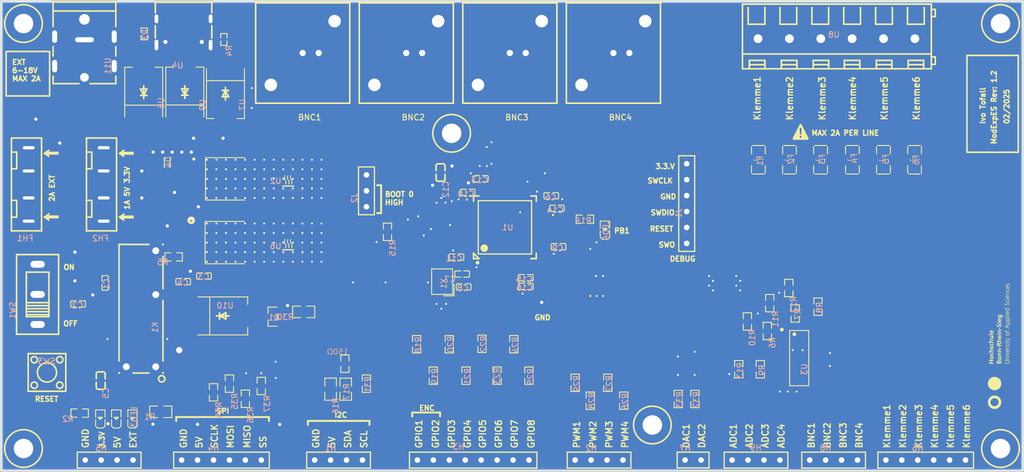
<source format=kicad_pcb>
(kicad_pcb (version 20241229) (generator "pcbnew") (generator_version "9.0")
  (layers (0 "F.Cu" signal "TopLayer") (2 "B.Cu" signal "BottomLayer") (13 "F.Paste" user "TopPasteMaskLayer") (15 "B.Paste" user "BottomPasteMaskLayer") (5 "F.SilkS" user "TopSilkLayer") (7 "B.SilkS" user "BottomSilkLayer") (1 "F.Mask" user "TopSolderMaskLayer") (3 "B.Mask" user "BottomSolderMaskLayer") (25 "Edge.Cuts" user "BoardOutLine"))
  (net 0 "")
  (net 1 "+3.3V")
  (net 2 "RELAIS")
  (net 3 "+5V")
  (net 4 "D+")
  (net 5 "DAC1")
  (net 6 "GPIO3")
  (net 7 "SS")
  (net 8 "GPIO8")
  (net 9 "GPIO1")
  (net 10 "D-")
  (net 11 "RESET")
  (net 12 "DAC2")
  (net 13 "SWO")
  (net 14 "BOOT")
  (net 15 "SWCLK")
  (net 16 "MOSI")
  (net 17 "FH2_2")
  (net 18 "PWR-SUP")
  (net 19 "GPIO2")
  (net 20 "SUP_OUT")
  (net 21 "H9_3")
  (net 22 "ADC1")
  (net 23 "ADC2")
  (net 24 "ADC3")
  (net 25 "ADC4")
  (net 26 "H9_4")
  (net 27 "H9_2")
  (net 28 "GND")
  (net 29 "U2_2")
  (net 30 "U5_2")
  (net 31 "R5_2")
  (net 32 "K1_1")
  (net 33 "R1_2")
  (net 34 "F6_1")
  (net 35 "U4_A5")
  (net 36 "U4_B5")
  (net 37 "R33_1")
  (net 38 "R32_1")
  (net 39 "R29_1")
  (net 40 "R28_1")
  (net 41 "R27_1")
  (net 42 "R26_1")
  (net 43 "PWM1")
  (net 44 "PWM2")
  (net 45 "GPIO4")
  (net 46 "GPIO7")
  (net 47 "R25_1")
  (net 48 "R24_1")
  (net 49 "R23_1")
  (net 50 "R22_1")
  (net 51 "R21_1")
  (net 52 "R20_1")
  (net 53 "R19_1")
  (net 54 "R18_1")
  (net 55 "LED4_2")
  (net 56 "U1_27")
  (net 57 "R2_1")
  (net 58 "F5_1")
  (net 59 "U8_4")
  (net 60 "U8_3")
  (net 61 "U8_2")
  (net 62 "U8_1")
  (net 63 "F3_1")
  (net 64 "F4_1")
  (net 65 "SWDIO")
  (net 66 "PWM3")
  (net 67 "H1_3")
  (net 68 "H1_4")
  (net 69 "SCL")
  (net 70 "SDA")
  (net 71 "SCLK")
  (net 72 "MISO")
  (net 73 "H4_6")
  (net 74 "H4_5")
  (net 75 "H4_4")
  (net 76 "H4_3")
  (net 77 "GPIO5")
  (net 78 "GPIO6")
  (net 79 "U8_6")
  (net 80 "F1_1")
  (net 81 "F2_1")
  (net 82 "U8_5")
  (net 83 "PWM4")
  (net 84 "U1_5")
  (net 85 "U1_6")
  (net 86 "U1_31")
  (net 87 "U1_47")
  (net 88 "FH1_1")
  (net 89 "SW1_3")
  (net 90 "U3_13")
  (net 91 "U3_1")
  (net 92 "U3_8")
  (net 93 "U3_6")
  (net 94 "BNC4_4")
  (net 95 "BNC3_4")
  (net 96 "BNC1_4")
  (net 97 "BNC2_4")
  (net 98 "H9_1")
  (net 99 "VBUS-USB")
  (footprint "ModExpES_465c83bf6db64cd99029b93e19b688e1:C0402" (layer "F.Cu") (at 159.0524 104.0844 180)
    (property "Reference" "C9")
    (property "Value" "100nF" (hide yes))
  )
  (footprint "ModExpES_465c83bf6db64cd99029b93e19b688e1:Hole_gge74717" (layer "F.Cu") (at 141.9999 86.0001)
    (property "Reference" "Hole_gge74717" (hide yes))
    (property "Value" "Hole_gge74717" (hide yes))
  )
  (footprint "ModExpES_465c83bf6db64cd99029b93e19b688e1:R0805" (layer "F.Cu") (at 125.118 126.792 90)
    (property "Reference" "R17")
    (property "Value" "4.7kΩ" (hide yes))
  )
  (footprint "ModExpES_465c83bf6db64cd99029b93e19b688e1:C0402" (layer "F.Cu") (at 146.6572 93.2386)
    (property "Reference" "C13")
    (property "Value" "2.2uF" (hide yes))
  )
  (footprint "ModExpES_465c83bf6db64cd99029b93e19b688e1:FUSE-TH_XF-506P" (layer "F.Cu") (at 74.572 94.153 -90)
    (property "Reference" "FH1")
    (property "Value" "XF-506P" (hide yes))
  )
  (footprint "ModExpES_465c83bf6db64cd99029b93e19b688e1:C0402" (layer "F.Cu") (at 158.773 97.963 180)
    (property "Reference" "C14")
    (property "Value" "2.2uF" (hide yes))
  )
  (footprint "ModExpES_465c83bf6db64cd99029b93e19b688e1:R0603" (layer "F.Cu") (at 149.248 124.633 90)
    (property "Reference" "R23")
    (property "Value" "150Ω" (hide yes))
  )
  (footprint "ModExpES_465c83bf6db64cd99029b93e19b688e1:HDR-M-2.54_1X6" (layer "F.Cu") (at 179.474 97.201 -90)
    (property "Reference" "J1")
    (property "Value" "HDR-M-2.54_1x6" (hide yes))
  )
  (footprint "ModExpES_465c83bf6db64cd99029b93e19b688e1:R0603" (layer "F.Cu") (at 97.686 105.71 180)
    (property "Reference" "R5")
    (property "Value" "680Ω" (hide yes))
  )
  (footprint "ModExpES_465c83bf6db64cd99029b93e19b688e1:TO-252-2_L6.5-W6.1-P4.58-LS10.0-BR-1" (layer "F.Cu") (at 104.1065 93.264 180)
    (property "Reference" "U2")
    (property "Value" "BL8072COTR50" (hide yes))
  )
  (footprint "ModExpES_465c83bf6db64cd99029b93e19b688e1:R0402" (layer "F.Cu") (at 92.987 70.15 90)
    (property "Reference" "R3")
    (property "Value" "5.1kΩ" (hide yes))
  )
  (footprint "ModExpES_465c83bf6db64cd99029b93e19b688e1:SMC_L6.9-W5.9-LS8.0-RD" (layer "F.Cu") (at 105.941 79.675 -90)
    (property "Reference" "U7")
    (property "Value" "SK54C_C5449119" (hide yes))
  )
  (footprint "ModExpES_465c83bf6db64cd99029b93e19b688e1:SW-SMD_4P-L6.0-W6.0-P4.50-LS9.0-2" (layer "F.Cu") (at 77.493 124.125)
    (property "Reference" "SW3")
    (property "Value" "KH-6X6X5H-STM" (hide yes))
  )
  (footprint "ModExpES_465c83bf6db64cd99029b93e19b688e1:R0603" (layer "F.Cu") (at 111.656 126.284 -90)
    (property "Reference" "R37")
    (property "Value" "150Ω" (hide yes))
  )
  (footprint "ModExpES_465c83bf6db64cd99029b93e19b688e1:R0603" (layer "F.Cu") (at 136.421 119.6292 90)
    (property "Reference" "R18")
    (property "Value" "150Ω" (hide yes))
  )
  (footprint "ModExpES_465c83bf6db64cd99029b93e19b688e1:CONN-TH_6P-P5.00_MX128-5.0-06P-GN01-CU-Y-A" (layer "F.Cu") (at 203.3501 70.913 180)
    (property "Reference" "U8")
    (property "Value" "MX128-5.0-06P-GN01" (hide yes))
  )
  (footprint "ModExpES_465c83bf6db64cd99029b93e19b688e1:C0402" (layer "F.Cu") (at 157.884 95.9564 180)
    (property "Reference" "C6")
    (property "Value" "100nF" (hide yes))
  )
  (footprint "ModExpES_465c83bf6db64cd99029b93e19b688e1:F1206" (layer "F.Cu") (at 195.857 90.216 90)
    (property "Reference" "F2")
    (property "Value" "TLC-NSMD100/24" (hide yes))
  )
  (footprint "ModExpES_465c83bf6db64cd99029b93e19b688e1:HDR-F-2.54_1X4" (layer "F.Cu") (at 202.8928 138.095)
    (property "Reference" "H8")
    (property "Value" "HDR-F-2.54_1x4" (hide yes))
  )
  (footprint "ModExpES_465c83bf6db64cd99029b93e19b688e1:R0402" (layer "F.Cu") (at 105.687 71.039 90)
    (property "Reference" "R4")
    (property "Value" "5.1kΩ" (hide yes))
  )
  (footprint "ModExpES_465c83bf6db64cd99029b93e19b688e1:R0603" (layer "F.Cu") (at 196.7714 114.727 90)
    (property "Reference" "R7")
    (property "Value" "5.1kΩ" (hide yes))
  )
  (footprint "ModExpES_465c83bf6db64cd99029b93e19b688e1:F1206" (layer "F.Cu") (at 215.796 90.216 90)
    (property "Reference" "F6")
    (property "Value" "TLC-NSMD100/24" (hide yes))
  )
  (footprint "ModExpES_465c83bf6db64cd99029b93e19b688e1:HDR-F-2.54_1X8" (layer "F.Cu") (at 146.708 138.095 180)
    (property "Reference" "H3")
    (property "Value" "HDR-F-2.54_1x8" (hide yes))
  )
  (footprint "ModExpES_465c83bf6db64cd99029b93e19b688e1:R0603" (layer "F.Cu") (at 189.1514 115.997 90)
    (property "Reference" "R10")
    (property "Value" "10kΩ" (hide yes))
  )
  (footprint "ModExpES_465c83bf6db64cd99029b93e19b688e1:HDR-F-2.54_1X4" (layer "F.Cu") (at 87.399 138.095)
    (property "Reference" "H5")
    (property "Value" "HDR-F-2.54_1x4" (hide yes))
  )
  (footprint "ModExpES_465c83bf6db64cd99029b93e19b688e1:LED0603-RD_RED" (layer "F.Cu") (at 91.1328 131.491 90)
    (property "Reference" "LED3")
    (property "Value" "XL-1608SURC-06" (hide yes))
  )
  (footprint "ModExpES_465c83bf6db64cd99029b93e19b688e1:R0603" (layer "F.Cu") (at 104.036 127.3 -90)
    (property "Reference" "R34")
    (property "Value" "150Ω" (hide yes))
  )
  (footprint "ModExpES_465c83bf6db64cd99029b93e19b688e1:R0603" (layer "F.Cu") (at 195.7554 110.663 -90)
    (property "Reference" "R12")
    (property "Value" "10kΩ" (hide yes))
  )
  (footprint "ModExpES_465c83bf6db64cd99029b93e19b688e1:HDR-F-2.54_1X4" (layer "F.Cu") (at 165.504 138.095)
    (property "Reference" "H2")
    (property "Value" "HDR-F-2.54_1x4" (hide yes))
  )
  (footprint "ModExpES_465c83bf6db64cd99029b93e19b688e1:Pad_gge61432" (layer "F.Cu") (at 112.291 103.424)
    (property "Reference" "Pad_gge61432" (hide yes))
    (property "Value" "Pad_gge61432" (hide yes))
  )
  (footprint "ModExpES_465c83bf6db64cd99029b93e19b688e1:RS PRO BUCHSE KOAXIALSTECKVERBINDER" (layer "F.Cu") (at 134.77 73.198)
    (property "Reference" "BNC2")
    (property "Value" "RS PRO BNC" (hide yes))
  )
  (footprint "ModExpES_465c83bf6db64cd99029b93e19b688e1:RS PRO BUCHSE KOAXIALSTECKVERBINDER" (layer "F.Cu") (at 118.26 73.198)
    (property "Reference" "BNC1")
    (property "Value" "RS PRO BNC" (hide yes))
  )
  (footprint "ModExpES_465c83bf6db64cd99029b93e19b688e1:SMC_L6.9-W5.9-LS8.0-RD" (layer "F.Cu") (at 92.9108 79.4464 90)
    (property "Reference" "U5")
    (property "Value" "SK54C_C5449119" (hide yes))
  )
  (footprint "ModExpES_465c83bf6db64cd99029b93e19b688e1:C0402" (layer "F.Cu") (at 143.6854 108.4278 180)
    (property "Reference" "C7")
    (property "Value" "10pF" (hide yes))
  )
  (footprint "ModExpES_465c83bf6db64cd99029b93e19b688e1:SOT-23-3_L2.9-W1.3-P1.90-LS2.4-BR" (layer "F.Cu") (at 113.4594 115.235)
    (property "Reference" "Q1")
    (property "Value" "2N7002K_C414015" (hide yes))
  )
  (footprint "ModExpES_465c83bf6db64cd99029b93e19b688e1:SOD-523_L1.2-W0.8-LS1.6-RD-1" (layer "F.Cu") (at 96.67 90.47 90)
    (property "Reference" "D4")
    (property "Value" "ESDA18-1K" (hide yes))
  )
  (footprint "ModExpES_465c83bf6db64cd99029b93e19b688e1:R0603" (layer "F.Cu") (at 154.328 124.633 90)
    (property "Reference" "R25")
    (property "Value" "150Ω" (hide yes))
  )
  (footprint "ModExpES_465c83bf6db64cd99029b93e19b688e1:HDR-F-2.54_1X6" (layer "F.Cu") (at 104.036 138.095)
    (property "Reference" "H4")
    (property "Value" "HDR-F-2.54_1x6" (hide yes))
  )
  (footprint "ModExpES_465c83bf6db64cd99029b93e19b688e1:HDR-M-2.54_1X3" (layer "F.Cu") (at 128.42 95.169 90)
    (property "Reference" "J2")
    (property "Value" "HDR-M-2.54_1x3" (hide yes))
  )
  (footprint "ModExpES_465c83bf6db64cd99029b93e19b688e1:Hole_gge5985" (layer "F.Cu") (at 229.4998 68.5003)
    (property "Reference" "Hole_gge5985" (hide yes))
    (property "Value" "Hole_gge5985" (hide yes))
  )
  (footprint "ModExpES_465c83bf6db64cd99029b93e19b688e1:USB-C-SMD_G-SWITCH_GT-USB-7010ASV" (layer "F.Cu") (at 99.2608 70.15 180)
    (property "Reference" "U4")
    (property "Value" "GT-USB-7010ASV" (hide yes))
  )
  (footprint "ModExpES_465c83bf6db64cd99029b93e19b688e1:R0805" (layer "F.Cu") (at 118.4124 114.473 180)
    (property "Reference" "R30")
    (property "Value" "4.7kΩ" (hide yes))
  )
  (footprint "ModExpES_465c83bf6db64cd99029b93e19b688e1:R0603" (layer "F.Cu") (at 191.2088 123.617 90)
    (property "Reference" "R9")
    (property "Value" "5.1kΩ" (hide yes))
  )
  (footprint "ModExpES_465c83bf6db64cd99029b93e19b688e1:Hole_gge74702" (layer "F.Cu") (at 173.9998 132.5001)
    (property "Reference" "Hole_gge74702" (hide yes))
    (property "Value" "Hole_gge74702" (hide yes))
  )
  (footprint "ModExpES_465c83bf6db64cd99029b93e19b688e1:R0603" (layer "F.Cu") (at 192.3264 117.521 90)
    (property "Reference" "R6")
    (property "Value" "5.1kΩ" (hide yes))
  )
  (footprint "ModExpES_465c83bf6db64cd99029b93e19b688e1:SOIC-14_L8.7-W3.9-P1.27-LS6.0-BL" (layer "F.Cu") (at 197.4064 121.839 -90)
    (property "Reference" "U3")
    (property "Value" "NCS20074DR2G" (hide yes))
  )
  (footprint "ModExpES_465c83bf6db64cd99029b93e19b688e1:R0603" (layer "F.Cu") (at 144.295 124.633 90)
    (property "Reference" "R21")
    (property "Value" "150Ω" (hide yes))
  )
  (footprint "ModExpES_465c83bf6db64cd99029b93e19b688e1:Pad_gge222989" (layer "F.Cu") (at 112.291 103.424)
    (property "Reference" "Pad_gge222989" (hide yes))
    (property "Value" "Pad_gge222989" (hide yes))
  )
  (footprint "ModExpES_465c83bf6db64cd99029b93e19b688e1:C0402" (layer "F.Cu") (at 99.21 109.647)
    (property "Reference" "C4")
    (property "Value" "1uF" (hide yes))
  )
  (footprint "ModExpES_465c83bf6db64cd99029b93e19b688e1:F1206" (layer "F.Cu") (at 205.89 90.216 90)
    (property "Reference" "F4")
    (property "Value" "TLC-NSMD100/24" (hide yes))
  )
  (footprint "ModExpES_465c83bf6db64cd99029b93e19b688e1:R0603" (layer "F.Cu") (at 131.7728 101.6968 -90)
    (property "Reference" "R15")
    (property "Value" "10kΩ" (hide yes))
  )
  (footprint "ModExpES_465c83bf6db64cd99029b93e19b688e1:HDR-F-2.54_1X2" (layer "F.Cu") (at 180.49 138.095)
    (property "Reference" "H7")
    (property "Value" "HDR-F-2.54_1x2" (hide yes))
  )
  (footprint "ModExpES_465c83bf6db64cd99029b93e19b688e1:HDR-F-2.54_1X6" (layer "F.Cu") (at 216.304 138.095)
    (property "Reference" "H6")
    (property "Value" "HDR-F-2.54_1x6" (hide yes))
  )
  (footprint "ModExpES_465c83bf6db64cd99029b93e19b688e1:LED0603-RD_RED" (layer "F.Cu") (at 86.002 131.491 90)
    (property "Reference" "LED2" (hide yes))
    (property "Value" "XL-1608SURC-06" (hide yes))
  )
  (footprint "ModExpES_465c83bf6db64cd99029b93e19b688e1:C0402" (layer "F.Cu") (at 86.764 109.8502 90)
    (property "Reference" "C1")
    (property "Value" "1uF" (hide yes))
  )
  (footprint "ModExpES_465c83bf6db64cd99029b93e19b688e1:CRYSTAL-SMD_4P-L3.2-W2.5-BL" (layer "F.Cu") (at 140.4887 109.6423 90)
    (property "Reference" "X1")
    (property "Value" "8MHz" (hide yes))
  )
  (footprint "ModExpES_465c83bf6db64cd99029b93e19b688e1:LED0603-RD_RED" (layer "F.Cu") (at 166.4438 101.392 90)
    (property "Reference" "LED4")
    (property "Value" "XL-1608SURC-06" (hide yes))
  )
  (footprint "ModExpES_465c83bf6db64cd99029b93e19b688e1:R0603" (layer "F.Cu") (at 109.116 128.316 -90)
    (property "Reference" "R36")
    (property "Value" "150Ω" (hide yes))
  )
  (footprint "ModExpES_465c83bf6db64cd99029b93e19b688e1:R0603" (layer "F.Cu") (at 180.7895 128.3582 90)
    (property "Reference" "R32")
    (property "Value" "150Ω" (hide yes))
  )
  (footprint "ModExpES_465c83bf6db64cd99029b93e19b688e1:C0402" (layer "F.Cu") (at 82.446 113.203 180)
    (property "Reference" "C2")
    (property "Value" "1uF" (hide yes))
  )
  (footprint "ModExpES_465c83bf6db64cd99029b93e19b688e1:SMC_L6.9-W5.9-LS8.0-RD" (layer "F.Cu") (at 99.464 79.421 90)
    (property "Reference" "U9")
    (property "Value" "SK54C_C5449119" (hide yes))
  )
  (footprint "ModExpES_465c83bf6db64cd99029b93e19b688e1:R0603" (layer "F.Cu") (at 139.088 124.633 90)
    (property "Reference" "R19")
    (property "Value" "150Ω" (hide yes))
  )
  (footprint "ModExpES_465c83bf6db64cd99029b93e19b688e1:C0603" (layer "F.Cu") (at 140.231 92.248 90)
    (property "Reference" "C12")
    (property "Value" "4.7uF" (hide yes))
  )
  (footprint "ModExpES_465c83bf6db64cd99029b93e19b688e1:C0402" (layer "F.Cu") (at 142.771 105.7354)
    (property "Reference" "C11")
    (property "Value" "100nF" (hide yes))
  )
  (footprint "ModExpES_465c83bf6db64cd99029b93e19b688e1:R0805" (layer "F.Cu") (at 95.6286 130.3988 180)
    (property "Reference" "R1")
    (property "Value" "4.7kΩ" (hide yes))
  )
  (footprint "ModExpES_465c83bf6db64cd99029b93e19b688e1:RS PRO BUCHSE KOAXIALSTECKVERBINDER" (layer "F.Cu") (at 151.28 73.198)
    (property "Reference" "BNC3")
    (property "Value" "RS PRO BNC" (hide yes))
  )
  (footprint "ModExpES_465c83bf6db64cd99029b93e19b688e1:C0402" (layer "F.Cu") (at 102.512 108.758)
    (property "Reference" "C3")
    (property "Value" "1uF" (hide yes))
  )
  (footprint "ModExpES_465c83bf6db64cd99029b93e19b688e1:F1206" (layer "F.Cu") (at 190.904 90.216 90)
    (property "Reference" "F1")
    (property "Value" "TLC-NSMD100/24" (hide yes))
  )
  (footprint "ModExpES_465c83bf6db64cd99029b93e19b688e1:FUSE-TH_XF-506P" (layer "F.Cu") (at 86.5354 94.153 -90)
    (property "Reference" "FH2")
    (property "Value" "XF-506P" (hide yes))
  )
  (footprint "ModExpES_465c83bf6db64cd99029b93e19b688e1:R0603" (layer "F.Cu") (at 192.7074 113.076 90)
    (property "Reference" "R11")
    (property "Value" "10kΩ" (hide yes))
  )
  (footprint "ModExpES_465c83bf6db64cd99029b93e19b688e1:RELAYS-TH_HF46F-XX-HS1-XXX" (layer "F.Cu") (at 92.479 113.965 90)
    (property "Reference" "K1")
    (property "Value" "HF46F/005-HS1" (hide yes))
  )
  (footprint "ModExpES_465c83bf6db64cd99029b93e19b688e1:C0402" (layer "F.Cu") (at 143.914 110.4852 180)
    (property "Reference" "C8")
    (property "Value" "10pF" (hide yes))
  )
  (footprint "ModExpES_465c83bf6db64cd99029b93e19b688e1:HDR-F-2.54_1X4" (layer "F.Cu") (at 123.975 138.095)
    (property "Reference" "H1")
    (property "Value" "HDR-F-2.54_1x4" (hide yes))
  )
  (footprint "ModExpES_465c83bf6db64cd99029b93e19b688e1:SW-TH_SHOU-HAN_SS12D10G4" (layer "F.Cu") (at 75.9944 111.679 90)
    (property "Reference" "SW1")
    (property "Value" "SS12D10G4 071" (hide yes))
  )
  (footprint "ModExpES_465c83bf6db64cd99029b93e19b688e1:R0805" (layer "F.Cu") (at 122.705 126.792 -90)
    (property "Reference" "R16")
    (property "Value" "4.7kΩ" (hide yes))
  )
  (footprint "ModExpES_465c83bf6db64cd99029b93e19b688e1:Pad_gge59266" (layer "F.Cu") (at 112.291 93.264)
    (property "Reference" "Pad_gge59266" (hide yes))
    (property "Value" "Pad_gge59266" (hide yes))
  )
  (footprint "ModExpES_465c83bf6db64cd99029b93e19b688e1:HDR-F-2.54_1X4" (layer "F.Cu") (at 190.523 138.095 180)
    (property "Reference" "H9")
    (property "Value" "HDR-F-2.54_1x4" (hide yes))
  )
  (footprint "ModExpES_465c83bf6db64cd99029b93e19b688e1:R0603" (layer "F.Cu") (at 164.107 128.6208 90)
    (property "Reference" "R28")
    (property "Value" "150Ω" (hide yes))
  )
  (footprint "ModExpES_465c83bf6db64cd99029b93e19b688e1:R0603" (layer "F.Cu") (at 200.4036 113.6348 90)
    (property "Reference" "R8")
    (property "Value" "5.1kΩ" (hide yes))
  )
  (footprint "ModExpES_465c83bf6db64cd99029b93e19b688e1:R0603" (layer "F.Cu") (at 161.694 125.776 90)
    (property "Reference" "R29")
    (property "Value" "150Ω" (hide yes))
  )
  (footprint "ModExpES_465c83bf6db64cd99029b93e19b688e1:R0603" (layer "F.Cu") (at 169.441 128.6208 90)
    (property "Reference" "R26")
    (property "Value" "150Ω" (hide yes))
  )
  (footprint "ModExpES_465c83bf6db64cd99029b93e19b688e1:R0603" (layer "F.Cu") (at 124.991 122.728 90)
    (property "Reference" "150Ω")
    (property "Value" "150Ω" (hide yes))
  )
  (footprint "ModExpES_465c83bf6db64cd99029b93e19b688e1:R0603" (layer "F.Cu") (at 163.2434 99.6902)
    (property "Reference" "R14")
    (property "Value" "270Ω" (hide yes))
  )
  (footprint "ModExpES_465c83bf6db64cd99029b93e19b688e1:R0603" (layer "F.Cu") (at 166.901 125.776 90)
    (property "Reference" "R27")
    (property "Value" "150Ω" (hide yes))
  )
  (footprint "ModExpES_465c83bf6db64cd99029b93e19b688e1:R0603" (layer "F.Cu") (at 187.7798 123.617 -90)
    (property "Reference" "R13")
    (property "Value" "10kΩ" (hide yes))
  )
  (footprint "ModExpES_465c83bf6db64cd99029b93e19b688e1:C0402" (layer "F.Cu") (at 144.549 95.423)
    (property "Reference" "C10")
    (property "Value" "100nF" (hide yes))
  )
  (footprint "ModExpES_465c83bf6db64cd99029b93e19b688e1:SMC_L6.9-W5.9-LS8.0-RD" (layer "F.Cu") (at 105.5092 115.108)
    (property "Reference" "U10")
    (property "Value" "SK54C_C5449119" (hide yes))
  )
  (footprint "ModExpES_465c83bf6db64cd99029b93e19b688e1:R0603" (layer "F.Cu") (at 82.7 130.602 180)
    (property "Reference" "R2")
    (property "Value" "270Ω" (hide yes))
  )
  (footprint "ModExpES_465c83bf6db64cd99029b93e19b688e1:R0603" (layer "F.Cu") (at 106.576 125.903 -90)
    (property "Reference" "R35")
    (property "Value" "150Ω" (hide yes))
  )
  (footprint "ModExpES_465c83bf6db64cd99029b93e19b688e1:DC-IN-TH_HX-DC007B-2.5" (layer "F.Cu") (at 83.462 73.833 -90)
    (property "Reference" "U11")
    (property "Value" "HX DC007B-2.0-J" (hide yes))
  )
  (footprint "ModExpES_465c83bf6db64cd99029b93e19b688e1:C0603" (layer "F.Cu") (at 86.0528 125.4204 -90)
    (property "Reference" "C5")
    (property "Value" "100nF" (hide yes))
  )
  (footprint "ModExpES_465c83bf6db64cd99029b93e19b688e1:TO-252-3_L6.6-W6.1-P2.28-LS10.1-BL" (layer "F.Cu") (at 104.036 103.424 180)
    (property "Reference" "U6")
    (property "Value" "BL8072COTR33" (hide yes))
  )
  (footprint "ModExpES_465c83bf6db64cd99029b93e19b688e1:C0402" (layer "F.Cu") (at 153.82 110.409 180)
    (property "Reference" "C16")
    (property "Value" "1uF" (hide yes))
  )
  (footprint "ModExpES_465c83bf6db64cd99029b93e19b688e1:R0603" (layer "F.Cu") (at 178.1225 128.3582 90)
    (property "Reference" "R33")
    (property "Value" "150Ω" (hide yes))
  )
  (footprint "ModExpES_465c83bf6db64cd99029b93e19b688e1:C0402" (layer "F.Cu") (at 153.82 109.012 180)
    (property "Reference" "C15")
    (property "Value" "100nF" (hide yes))
  )
  (footprint "ModExpES_465c83bf6db64cd99029b93e19b688e1:R0603" (layer "F.Cu") (at 151.915 119.6292 90)
    (property "Reference" "R24")
    (property "Value" "150Ω" (hide yes))
  )
  (footprint "ModExpES_465c83bf6db64cd99029b93e19b688e1:Hole_gge6030" (layer "F.Cu") (at 229.4998 136.2499)
    (property "Reference" "Hole_gge6030" (hide yes))
    (property "Value" "Hole_gge6030" (hide yes))
  )
  (footprint "ModExpES_465c83bf6db64cd99029b93e19b688e1:R0603" (layer "F.Cu") (at 146.835 119.553 90)
    (property "Reference" "R22")
    (property "Value" "150Ω" (hide yes))
  )
  (footprint "ModExpES_465c83bf6db64cd99029b93e19b688e1:R0603" (layer "F.Cu") (at 141.628 119.6292 90)
    (property "Reference" "R20")
    (property "Value" "150Ω" (hide yes))
  )
  (footprint "ModExpES_465c83bf6db64cd99029b93e19b688e1:RS PRO BUCHSE KOAXIALSTECKVERBINDER" (layer "F.Cu") (at 167.79 73.198)
    (property "Reference" "BNC4")
    (property "Value" "RS PRO BNC" (hide yes))
  )
  (footprint "ModExpES_465c83bf6db64cd99029b93e19b688e1:Pad_gge73410" (layer "F.Cu") (at 156.36 112.949)
    (property "Reference" "Pad_gge73410" (hide yes))
    (property "Value" "Pad_gge73410" (hide yes))
  )
  (footprint "ModExpES_465c83bf6db64cd99029b93e19b688e1:Hole_gge6336" (layer "F.Cu") (at 73.7501 136.2499)
    (property "Reference" "Hole_gge6336" (hide yes))
    (property "Value" "Hole_gge6336" (hide yes))
  )
  (footprint "ModExpES_465c83bf6db64cd99029b93e19b688e1:Pad_gge221768" (layer "F.Cu") (at 112.291 93.264)
    (property "Reference" "Pad_gge221768" (hide yes))
    (property "Value" "Pad_gge221768" (hide yes))
  )
  (footprint "ModExpES_465c83bf6db64cd99029b93e19b688e1:F1206" (layer "F.Cu") (at 210.843 90.216 90)
    (property "Reference" "F5")
    (property "Value" "TLC-NSMD100/24" (hide yes))
  )
  (footprint "ModExpES_465c83bf6db64cd99029b93e19b688e1:R0603" (layer "F.Cu") (at 128.42 125.903 90)
    (property "Reference" "R31")
    (property "Value" "150Ω" (hide yes))
  )
  (footprint "ModExpES_465c83bf6db64cd99029b93e19b688e1:LQFP-64_L10.0-W10.0-P0.50-LS12.0-BL" (layer "F.Cu") (at 150.4926 100.9856)
    (property "Reference" "U1")
    (property "Value" "STM32F405RGT6" (hide yes))
  )
  (footprint "ModExpES_465c83bf6db64cd99029b93e19b688e1:Hole_gge6351" (layer "F.Cu") (at 73.7501 68.5003)
    (property "Reference" "Hole_gge6351" (hide yes))
    (property "Value" "Hole_gge6351" (hide yes))
  )
  (footprint "ModExpES_465c83bf6db64cd99029b93e19b688e1:F1206" (layer "F.Cu") (at 200.81 90.216 90)
    (property "Reference" "F3")
    (property "Value" "TLC-NSMD100/24" (hide yes))
  )
  (footprint "ModExpES_465c83bf6db64cd99029b93e19b688e1:LED0603-RD_RED" (layer "F.Cu") (at 88.542 131.491 90)
    (property "Reference" "LED1" (hide yes))
    (property "Value" "XL-1608SURC-06" (hide yes))
  )
  (gr_rect (start 93.5966 87.8919) (end 101.369 90.1525) (fill yes) (layer "F.Cu") (net 28))
  (gr_poly (pts (xy 230.1662 115.0246) (xy 230.1807 115.0324) (xy 230.2018 115.0323) (xy 230.223 115.0321) (xy 230.2318 115.0265) (xy 230.2405 115.021) (xy 230.2458 115.0003) (xy 230.2509 114.9796) (xy 230.2417 114.9685) (xy 230.2324 114.9573) (xy 230.2039 114.9573) (xy 230.1754 114.9573) (xy 230.1635 114.9618) (xy 230.1516 114.9664) (xy 230.1516 114.9916) (xy 230.1516 115.0168)) (fill yes) (layer "F.SilkS"))
  (gr_poly (pts (xy 115.2346 102.1583) (xy 115.2346 102.1593) (xy 115.2356 102.1593) (xy 115.2366 102.1593) (xy 115.2366 102.1583) (xy 115.2366 102.1573) (xy 115.2356 102.1573) (xy 115.2346 102.1573)) (fill yes) (layer "F.SilkS"))
  (gr_poly (pts (xy 115.387 102.8656) (xy 115.387 102.8676) (xy 115.3891 102.8676) (xy 115.3911 102.8676) (xy 115.3899 102.8656) (xy 115.3887 102.8637) (xy 115.3878 102.8637) (xy 115.387 102.8637)) (fill yes) (layer "F.SilkS"))
  (gr_poly (pts (xy 115.4087 103.6324) (xy 115.4087 103.6333) (xy 115.4097 103.6333) (xy 115.4107 103.6333) (xy 115.4107 103.6324) (xy 115.4107 103.6314) (xy 115.4097 103.6314) (xy 115.4087 103.6314)) (fill yes) (layer "F.SilkS"))
  (gr_poly (pts (xy 115.4839 103.4661) (xy 115.4839 103.4671) (xy 115.4849 103.4671) (xy 115.4859 103.4671) (xy 115.4859 103.4661) (xy 115.4859 103.4651) (xy 115.4849 103.4651) (xy 115.4839 103.4651)) (fill yes) (layer "F.SilkS"))
  (gr_poly (pts (xy 115.6943 101.3691) (xy 115.6956 101.3705) (xy 115.6969 101.3691) (xy 115.6983 101.3678) (xy 115.6956 101.3678) (xy 115.693 101.3678)) (fill yes) (layer "F.SilkS"))
  (gr_poly (pts (xy 116.5682 93.5594) (xy 116.5682 93.5604) (xy 116.5692 93.5604) (xy 116.5702 93.5604) (xy 116.5702 93.5594) (xy 116.5702 93.5584) (xy 116.5692 93.5584) (xy 116.5682 93.5584)) (fill yes) (layer "F.SilkS"))
  (gr_line (start 130.1217 94.28) (end 130.7567 94.28) (stroke (width 0.3048)) (layer "F.SilkS"))
  (gr_poly (pts (xy 114.6628 92.6661) (xy 114.6628 92.6687) (xy 114.6641 92.6674) (xy 114.6654 92.6661) (xy 114.6641 92.6647) (xy 114.6628 92.6634)) (fill yes) (layer "F.SilkS"))
  (gr_poly (pts (xy 114.1582 104.0043) (xy 114.1582 104.0053) (xy 114.1592 104.0053) (xy 114.1602 104.0053) (xy 114.1602 104.0043) (xy 114.1602 104.0033) (xy 114.1592 104.0033) (xy 114.1582 104.0033)) (fill yes) (layer "F.SilkS"))
  (gr_poly (pts (xy 115.9885 102.9102) (xy 115.9885 102.9111) (xy 115.9894 102.9111) (xy 115.9904 102.9111) (xy 115.9904 102.9102) (xy 115.9904 102.9092) (xy 115.9894 102.9092) (xy 115.9885 102.9092)) (fill yes) (layer "F.SilkS"))
  (gr_poly (pts (xy 115.8223 90.9793) (xy 115.8223 90.9803) (xy 115.8233 90.9803) (xy 115.8242 90.9803) (xy 115.8242 90.9793) (xy 115.8242 90.9783) (xy 115.8233 90.9783) (xy 115.8223 90.9783)) (fill yes) (layer "F.SilkS"))
  (gr_poly (pts (xy 116.0063 101.1234) (xy 116.0063 101.1244) (xy 116.0072 101.1244) (xy 116.0082 101.1244) (xy 116.0082 101.1234) (xy 116.0082 101.1225) (xy 116.0072 101.1225) (xy 116.0063 101.1225)) (fill yes) (layer "F.SilkS"))
  (gr_poly (pts (xy 228.8845 118.0777) (xy 228.8941 118.0849) (xy 228.9443 118.084) (xy 228.9944 118.0832) (xy 229.0062 118.0734) (xy 229.018 118.0635) (xy 229.018 118.0134) (xy 229.018 117.9632) (xy 229.0085 117.9501) (xy 228.9989 117.9371) (xy 228.9391 117.9393) (xy 228.8791 117.9415) (xy 228.877 118.0061) (xy 228.8748 118.0706)) (fill yes) (layer "F.SilkS"))
  (gr_poly (pts (xy 116.1349 93.69) (xy 116.1349 93.691) (xy 116.1359 93.691) (xy 116.1369 93.691) (xy 116.1369 93.69) (xy 116.1369 93.689) (xy 116.1359 93.689) (xy 116.1349 93.689)) (fill yes) (layer "F.SilkS"))
  (gr_poly (pts (xy 117.4032 103.1961) (xy 117.4032 103.198) (xy 117.4053 103.198) (xy 117.4074 103.198) (xy 117.4062 103.1961) (xy 117.4049 103.1941) (xy 117.404 103.1941) (xy 117.4032 103.1941)) (fill yes) (layer "F.SilkS"))
  (gr_poly (pts (xy 229.0993 117.5791) (xy 229.1119 117.6146) (xy 229.1324 117.6351) (xy 229.1528 117.6556) (xy 229.1286 117.6634) (xy 229.1044 117.6712) (xy 229.1044 117.7351) (xy 229.1044 117.7989) (xy 229.3671 117.7989) (xy 229.6299 117.7989) (xy 229.6321 117.74) (xy 229.6343 117.6811) (xy 229.6255 117.6705) (xy 229.6168 117.66) (xy 229.4746 117.66) (xy 229.3324 117.66) (xy 229.2944 117.6476) (xy 229.2565 117.6351) (xy 229.2311 117.6098) (xy 229.2057 117.5844) (xy 229.206 117.549) (xy 229.2062 117.5136) (xy 229.2202 117.4968) (xy 229.2342 117.48) (xy 229.2542 117.4724) (xy 229.2743 117.4648) (xy 229.4462 117.4648) (xy 229.6181 117.4648) (xy 229.6259 117.4503) (xy 229.6336 117.4358) (xy 229.6336 117.3836) (xy 229.6336 117.3315) (xy 229.6225 117.3222) (xy 229.6114 117.313) (xy 229.4142 117.316) (xy 229.217 117.319) (xy 229.187 117.3348) (xy 229.1569 117.3506) (xy 229.1361 117.37) (xy 229.1153 117.3894) (xy 229.1004 117.4239) (xy 229.0856 117.4585) (xy 229.0862 117.5011) (xy 229.0868 117.5436)) (fill yes) (layer "F.SilkS"))
  (gr_poly (pts (xy 116.0894 100.9948) (xy 116.0894 100.9958) (xy 116.0904 100.9958) (xy 116.0913 100.9958) (xy 116.0913 100.9948) (xy 116.0913 100.9939) (xy 116.0904 100.9939) (xy 116.0894 100.9939)) (fill yes) (layer "F.SilkS"))
  (gr_poly (pts (xy 114.3805 104.1728) (xy 114.3818 104.1742) (xy 114.3831 104.1728) (xy 114.3845 104.1715) (xy 114.3818 104.1715) (xy 114.3792 104.1715)) (fill yes) (layer "F.SilkS"))
  (gr_poly (pts (xy 229.2969 120.2557) (xy 229.3063 120.2651) (xy 229.3521 120.2651) (xy 229.3979 120.2651) (xy 229.4069 120.2561) (xy 229.4159 120.2471) (xy 229.4159 120.1317) (xy 229.4159 120.0163) (xy 229.4082 120.0018) (xy 229.4004 119.9873) (xy 229.3575 119.9874) (xy 229.3146 119.9875) (xy 229.3033 119.9946) (xy 229.2921 120.0017) (xy 229.2897 120.124) (xy 229.2874 120.2463)) (fill yes) (layer "F.SilkS"))
  (gr_poly (pts (xy 117.2864 93.1479) (xy 117.2864 93.1489) (xy 117.2874 93.1489) (xy 117.2884 93.1489) (xy 117.2884 93.1479) (xy 117.2884 93.1469) (xy 117.2874 93.1469) (xy 117.2864 93.1469)) (fill yes) (layer "F.SilkS"))
  (gr_poly (pts (xy 116.3644 103.1634) (xy 116.3644 103.1644) (xy 116.3654 103.1644) (xy 116.3664 103.1644) (xy 116.3664 103.1634) (xy 116.3664 103.1624) (xy 116.3654 103.1624) (xy 116.3644 103.1624)) (fill yes) (layer "F.SilkS"))
  (gr_poly (pts (xy 116.1923 91.8123) (xy 116.1923 91.8133) (xy 116.1933 91.8133) (xy 116.1942 91.8133) (xy 116.1942 91.8123) (xy 116.1942 91.8113) (xy 116.1933 91.8113) (xy 116.1923 91.8113)) (fill yes) (layer "F.SilkS"))
  (gr_poly (pts (xy 117.3458 93.8048) (xy 117.3458 93.8058) (xy 117.3468 93.8058) (xy 117.3478 93.8058) (xy 117.3478 93.8048) (xy 117.3478 93.8038) (xy 117.3468 93.8038) (xy 117.3458 93.8038)) (fill yes) (layer "F.SilkS"))
  (gr_poly (pts (xy 117.7514 104.6612) (xy 117.7514 104.6622) (xy 117.7524 104.6622) (xy 117.7534 104.6622) (xy 117.7534 104.6612) (xy 117.7534 104.6602) (xy 117.7524 104.6602) (xy 117.7514 104.6602)) (fill yes) (layer "F.SilkS"))
  (gr_poly (pts (xy 116.5722 104.1973) (xy 116.5722 104.1999) (xy 116.5735 104.1986) (xy 116.5748 104.1973) (xy 116.5735 104.1959) (xy 116.5722 104.1946)) (fill yes) (layer "F.SilkS"))
  (gr_poly (pts (xy 116.3901 91.2781) (xy 116.3901 91.279) (xy 116.3911 91.279) (xy 116.3921 91.279) (xy 116.3921 91.2781) (xy 116.3921 91.2771) (xy 116.3911 91.2771) (xy 116.3901 91.2771)) (fill yes) (layer "F.SilkS"))
  (gr_poly (pts (xy 115.9311 101.5221) (xy 115.9311 101.5248) (xy 115.9324 101.5235) (xy 115.9337 101.5221) (xy 115.9324 101.5208) (xy 115.9311 101.5195)) (fill yes) (layer "F.SilkS"))
  (gr_poly (pts (xy 114.1266 93.9156) (xy 114.1266 93.9166) (xy 114.1276 93.9166) (xy 114.1286 93.9166) (xy 114.1286 93.9156) (xy 114.1286 93.9146) (xy 114.1276 93.9146) (xy 114.1266 93.9146)) (fill yes) (layer "F.SilkS"))
  (gr_poly (pts (xy 116.4851 102.4848) (xy 116.4851 102.4857) (xy 116.4861 102.4857) (xy 116.4871 102.4857) (xy 116.4871 102.4848) (xy 116.4871 102.4838) (xy 116.4861 102.4838) (xy 116.4851 102.4838)) (fill yes) (layer "F.SilkS"))
  (gr_poly (pts (xy 115.5868 101.5449) (xy 115.5868 101.5459) (xy 115.5878 101.5459) (xy 115.5888 101.5459) (xy 115.5888 101.5449) (xy 115.5888 101.5439) (xy 115.5878 101.5439) (xy 115.5868 101.5439)) (fill yes) (layer "F.SilkS"))
  (gr_poly (pts (xy 115.9568 93.3061) (xy 115.9568 93.3071) (xy 115.9578 93.3071) (xy 115.9588 93.3071) (xy 115.9588 93.3061) (xy 115.9588 93.3051) (xy 115.9578 93.3051) (xy 115.9568 93.3051)) (fill yes) (layer "F.SilkS"))
  (gr_poly (pts (xy 115.9054 92.9203) (xy 115.9054 92.9213) (xy 115.9064 92.9213) (xy 115.9074 92.9213) (xy 115.9074 92.9203) (xy 115.9074 92.9193) (xy 115.9064 92.9193) (xy 115.9054 92.9193)) (fill yes) (layer "F.SilkS"))
  (gr_poly (pts (xy 116.5702 94.0323) (xy 116.5702 94.0333) (xy 116.5712 94.0333) (xy 116.5722 94.0333) (xy 116.5722 94.0323) (xy 116.5722 94.0313) (xy 116.5712 94.0313) (xy 116.5702 94.0313)) (fill yes) (layer "F.SilkS"))
  (gr_poly (pts (xy 114.9953 92.964) (xy 114.9955 92.9678) (xy 114.9965 92.9652) (xy 114.9976 92.9626) (xy 114.9964 92.9614) (xy 114.9952 92.9602)) (fill yes) (layer "F.SilkS"))
  (gr_poly (pts (xy 114.8686 93.1736) (xy 114.8686 93.1746) (xy 114.8696 93.1746) (xy 114.8705 93.1746) (xy 114.8705 93.1736) (xy 114.8705 93.1726) (xy 114.8696 93.1726) (xy 114.8686 93.1726)) (fill yes) (layer "F.SilkS"))
  (gr_poly (pts (xy 115.0461 102.4859) (xy 115.0473 102.4906) (xy 115.0482 102.488) (xy 115.0491 102.4854) (xy 115.047 102.4833) (xy 115.0449 102.4812)) (fill yes) (layer "F.SilkS"))
  (gr_poly (pts (xy 114.9853 92.4336) (xy 114.9853 92.4346) (xy 114.9863 92.4346) (xy 114.9873 92.4346) (xy 114.9873 92.4336) (xy 114.9873 92.4326) (xy 114.9863 92.4326) (xy 114.9853 92.4326)) (fill yes) (layer "F.SilkS"))
  (gr_poly (pts (xy 114.9853 102.5936) (xy 114.9853 102.5946) (xy 114.9863 102.5946) (xy 114.9873 102.5946) (xy 114.9873 102.5936) (xy 114.9873 102.5926) (xy 114.9863 102.5926) (xy 114.9853 102.5926)) (fill yes) (layer "F.SilkS"))
  (gr_poly (pts (xy 115.4463 103.6937) (xy 115.4463 103.6947) (xy 115.4473 103.6947) (xy 115.4483 103.6947) (xy 115.4483 103.6937) (xy 115.4483 103.6927) (xy 115.4473 103.6927) (xy 115.4463 103.6927)) (fill yes) (layer "F.SilkS"))
  (gr_poly (pts (xy 117.789 94.5705) (xy 117.789 94.5715) (xy 117.79 94.5715) (xy 117.791 94.5715) (xy 117.791 94.5705) (xy 117.791 94.5695) (xy 117.79 94.5695) (xy 117.789 94.5695)) (fill yes) (layer "F.SilkS"))
  (gr_poly (pts (xy 114.5816 93.6841) (xy 114.5816 93.6851) (xy 114.5826 93.6851) (xy 114.5836 93.6851) (xy 114.5836 93.6841) (xy 114.5836 93.6831) (xy 114.5826 93.6831) (xy 114.5816 93.6831)) (fill yes) (layer "F.SilkS"))
  (gr_poly (pts (xy 114.6331 103.2079) (xy 114.6331 103.2106) (xy 114.6344 103.2093) (xy 114.6358 103.2079) (xy 114.6344 103.2066) (xy 114.6331 103.2053)) (fill yes) (layer "F.SilkS"))
  (gr_poly (pts (xy 117.8622 94.1609) (xy 117.8622 94.1619) (xy 117.8632 94.1619) (xy 117.8642 94.1619) (xy 117.8642 94.1609) (xy 117.8642 94.1599) (xy 117.8632 94.1599) (xy 117.8622 94.1599)) (fill yes) (layer "F.SilkS"))
  (gr_poly (pts (xy 116.586 102.1088) (xy 116.586 102.1098) (xy 116.587 102.1098) (xy 116.588 102.1098) (xy 116.588 102.1088) (xy 116.588 102.1078) (xy 116.587 102.1078) (xy 116.586 102.1078)) (fill yes) (layer "F.SilkS"))
  (gr_poly (pts (xy 114.3106 104.3031) (xy 114.3106 104.3041) (xy 114.3116 104.3041) (xy 114.3126 104.3041) (xy 114.3126 104.3031) (xy 114.3126 104.3021) (xy 114.3116 104.3021) (xy 114.3106 104.3021)) (fill yes) (layer "F.SilkS"))
  (gr_poly (pts (xy 115.8124 91.0001) (xy 115.8124 91.0027) (xy 115.8137 91.0014) (xy 115.815 91.0001) (xy 115.8137 90.9988) (xy 115.8124 90.9974)) (fill yes) (layer "F.SilkS"))
  (gr_poly (pts (xy 115.1713 92.118) (xy 115.1713 92.1206) (xy 115.1726 92.1193) (xy 115.1739 92.118) (xy 115.1726 92.1167) (xy 115.1713 92.1153)) (fill yes) (layer "F.SilkS"))
  (gr_poly (pts (xy 117.9305 94.2767) (xy 117.9317 94.2787) (xy 117.9326 94.2787) (xy 117.9335 94.2787) (xy 117.9335 94.2767) (xy 117.9335 94.2747) (xy 117.9313 94.2747) (xy 117.9293 94.2747)) (fill yes) (layer "F.SilkS"))
  (gr_poly (pts (xy 113.7952 104.6543) (xy 113.7964 104.6563) (xy 113.7972 104.6563) (xy 113.7981 104.6563) (xy 113.7981 104.6543) (xy 113.7981 104.6523) (xy 113.796 104.6523) (xy 113.7939 104.6523)) (fill yes) (layer "F.SilkS"))
  (gr_poly (pts (xy 115.3474 102.928) (xy 115.3474 102.929) (xy 115.3484 102.929) (xy 115.3494 102.929) (xy 115.3494 102.928) (xy 115.3494 102.927) (xy 115.3484 102.927) (xy 115.3474 102.927)) (fill yes) (layer "F.SilkS"))
  (gr_poly (pts (xy 116.5036 104.3193) (xy 116.5049 104.3206) (xy 116.5062 104.3193) (xy 116.5075 104.318) (xy 116.5049 104.318) (xy 116.5022 104.318)) (fill yes) (layer "F.SilkS"))
  (gr_poly (pts (xy 115.5179 102.9329) (xy 115.5179 102.9378) (xy 115.5189 102.9354) (xy 115.5198 102.9329) (xy 115.5189 102.9304) (xy 115.5179 102.928)) (fill yes) (layer "F.SilkS"))
  (gr_poly (pts (xy 116.1527 91.7371) (xy 116.1527 91.7381) (xy 116.1537 91.7381) (xy 116.1547 91.7381) (xy 116.1547 91.7371) (xy 116.1547 91.7361) (xy 116.1537 91.7361) (xy 116.1527 91.7361)) (fill yes) (layer "F.SilkS"))
  (gr_poly (pts (xy 115.2484 92.5177) (xy 115.2484 92.5203) (xy 115.2498 92.519) (xy 115.2511 92.5177) (xy 115.2498 92.5164) (xy 115.2484 92.515)) (fill yes) (layer "F.SilkS"))
  (gr_poly (pts (xy 115.3296 91.8341) (xy 115.3296 91.835) (xy 115.3306 91.835) (xy 115.3316 91.835) (xy 115.3316 91.8341) (xy 115.3316 91.8331) (xy 115.3306 91.8331) (xy 115.3296 91.8331)) (fill yes) (layer "F.SilkS"))
  (gr_poly (pts (xy 114.1426 104.0381) (xy 114.1427 104.0419) (xy 114.1438 104.0393) (xy 114.1448 104.0367) (xy 114.1436 104.0355) (xy 114.1424 104.0343)) (fill yes) (layer "F.SilkS"))
  (gr_poly (pts (xy 117.5911 93.692) (xy 117.5911 93.693) (xy 117.5921 93.693) (xy 117.5931 93.693) (xy 117.5931 93.692) (xy 117.5931 93.691) (xy 117.5921 93.691) (xy 117.5911 93.691)) (fill yes) (layer "F.SilkS"))
  (gr_poly (pts (xy 116.9679 102.7697) (xy 116.9679 102.7707) (xy 116.9689 102.7707) (xy 116.9699 102.7707) (xy 116.9699 102.7697) (xy 116.9699 102.7687) (xy 116.9689 102.7687) (xy 116.9679 102.7687)) (fill yes) (layer "F.SilkS"))
  (gr_poly (pts (xy 115.472 93.5792) (xy 115.472 93.5802) (xy 115.473 93.5802) (xy 115.474 93.5802) (xy 115.474 93.5792) (xy 115.474 93.5782) (xy 115.473 93.5782) (xy 115.472 93.5782)) (fill yes) (layer "F.SilkS"))
  (gr_poly (pts (xy 114.0534 104.7414) (xy 114.0534 104.744) (xy 114.0547 104.7427) (xy 114.056 104.7414) (xy 114.0547 104.7401) (xy 114.0534 104.7387)) (fill yes) (layer "F.SilkS"))
  (gr_poly (pts (xy 113.436 105.0728) (xy 113.436 105.0797) (xy 113.438 105.0797) (xy 113.44 105.0797) (xy 113.44 105.0728) (xy 113.44 105.0659) (xy 113.438 105.0659) (xy 113.436 105.0659)) (fill yes) (layer "F.SilkS"))
  (gr_poly (pts (xy 115.9152 94.066) (xy 115.9152 94.0669) (xy 115.9162 94.0669) (xy 115.9172 94.0669) (xy 115.9172 94.066) (xy 115.9172 94.065) (xy 115.9162 94.065) (xy 115.9152 94.065)) (fill yes) (layer "F.SilkS"))
  (gr_poly (pts (xy 114.9813 104.4673) (xy 114.9813 104.4683) (xy 114.9823 104.4683) (xy 114.9833 104.4683) (xy 114.9833 104.4673) (xy 114.9833 104.4663) (xy 114.9823 104.4663) (xy 114.9813 104.4663)) (fill yes) (layer "F.SilkS"))
  (gr_poly (pts (xy 116.0063 100.9355) (xy 116.0063 100.9387) (xy 116.0107 100.9381) (xy 116.0152 100.9375) (xy 116.0152 100.9355) (xy 116.0152 100.9335) (xy 116.0107 100.9329) (xy 116.0063 100.9322)) (fill yes) (layer "F.SilkS"))
  (gr_poly (pts (xy 115.2959 102.6094) (xy 115.2959 102.6104) (xy 115.2969 102.6104) (xy 115.2979 102.6104) (xy 115.2979 102.6094) (xy 115.2979 102.6084) (xy 115.2969 102.6084) (xy 115.2959 102.6084)) (fill yes) (layer "F.SilkS"))
  (gr_poly (pts (xy 117.5615 104.3338) (xy 117.5615 104.3364) (xy 117.5628 104.3351) (xy 117.5641 104.3338) (xy 117.5628 104.3325) (xy 117.5615 104.3311)) (fill yes) (layer "F.SilkS"))
  (gr_poly (pts (xy 115.9548 103.7611) (xy 115.9548 103.7642) (xy 115.9568 103.7629) (xy 115.9588 103.7617) (xy 115.9577 103.7598) (xy 115.9566 103.758) (xy 115.9557 103.758) (xy 115.9548 103.758)) (fill yes) (layer "F.SilkS"))
  (gr_poly (pts (xy 117.7989 103.8916) (xy 117.7989 103.8926) (xy 117.7999 103.8926) (xy 117.8009 103.8926) (xy 117.8009 103.8916) (xy 117.8009 103.8906) (xy 117.7999 103.8906) (xy 117.7989 103.8906)) (fill yes) (layer "F.SilkS"))
  (gr_poly (pts (xy 115.938 104.1992) (xy 115.9368 104.2012) (xy 115.9389 104.2012) (xy 115.941 104.2012) (xy 115.941 104.1992) (xy 115.941 104.1973) (xy 115.9401 104.1973) (xy 115.9392 104.1973)) (fill yes) (layer "F.SilkS"))
  (gr_poly (pts (xy 114.3798 93.4842) (xy 114.3798 93.4852) (xy 114.3808 93.4852) (xy 114.3818 93.4852) (xy 114.3818 93.4842) (xy 114.3818 93.4832) (xy 114.3808 93.4832) (xy 114.3798 93.4832)) (fill yes) (layer "F.SilkS"))
  (gr_poly (pts (xy 116.7088 102.8609) (xy 116.709 102.8646) (xy 116.71 102.8621) (xy 116.7111 102.8595) (xy 116.7099 102.8583) (xy 116.7087 102.8571)) (fill yes) (layer "F.SilkS"))
  (gr_poly (pts (xy 114.9701 94.3077) (xy 114.9714 94.309) (xy 114.9728 94.3077) (xy 114.9741 94.3063) (xy 114.9714 94.3063) (xy 114.9688 94.3063)) (fill yes) (layer "F.SilkS"))
  (gr_poly (pts (xy 114.1978 104.4931) (xy 114.1978 104.4941) (xy 114.1988 104.4941) (xy 114.1998 104.4941) (xy 114.1998 104.4931) (xy 114.1998 104.4921) (xy 114.1988 104.4921) (xy 114.1978 104.4921)) (fill yes) (layer "F.SilkS"))
  (gr_poly (pts (xy 117.4997 103.3695) (xy 117.5021 103.3705) (xy 117.5046 103.3695) (xy 117.5071 103.3685) (xy 117.5021 103.3685) (xy 117.4972 103.3685)) (fill yes) (layer "F.SilkS"))
  (gr_poly (pts (xy 118.1946 94.9603) (xy 118.1946 94.9613) (xy 118.1956 94.9613) (xy 118.1966 94.9613) (xy 118.1966 94.9603) (xy 118.1966 94.9593) (xy 118.1956 94.9593) (xy 118.1946 94.9593)) (fill yes) (layer "F.SilkS"))
  (gr_poly (pts (xy 114.9477 103.204) (xy 114.9477 103.2066) (xy 114.949 103.2053) (xy 114.9504 103.204) (xy 114.949 103.2027) (xy 114.9477 103.2013)) (fill yes) (layer "F.SilkS"))
  (gr_poly (pts (xy 117.1875 93.5248) (xy 117.1875 93.5274) (xy 117.1888 93.5261) (xy 117.1902 93.5248) (xy 117.1888 93.5235) (xy 117.1875 93.5221)) (fill yes) (layer "F.SilkS"))
  (gr_poly (pts (xy 117.8029 104.7473) (xy 117.8029 104.75) (xy 117.8042 104.7486) (xy 117.8055 104.7473) (xy 117.8042 104.746) (xy 117.8029 104.7447)) (fill yes) (layer "F.SilkS"))
  (gr_poly (pts (xy 115.5377 93.8077) (xy 115.5377 93.8127) (xy 115.5386 93.8102) (xy 115.5396 93.8077) (xy 115.5386 93.8052) (xy 115.5377 93.8028)) (fill yes) (layer "F.SilkS"))
  (gr_poly (pts (xy 229.4872 121.5934) (xy 229.5248 121.6109) (xy 229.5524 121.6327) (xy 229.5801 121.6544) (xy 229.6024 121.6907) (xy 229.6248 121.727) (xy 229.6367 121.7737) (xy 229.6487 121.8204) (xy 229.6487 121.8492) (xy 229.6487 121.878) (xy 229.6365 121.9254) (xy 229.6244 121.9728) (xy 229.5996 122.0115) (xy 229.5747 122.0504) (xy 229.5385 122.0754) (xy 229.5023 122.1005) (xy 229.465 122.1137) (xy 229.4278 122.1269) (xy 229.3674 122.1269) (xy 229.3071 122.1269) (xy 229.2666 122.1115) (xy 229.2261 122.0961) (xy 229.1928 122.0733) (xy 229.1595 122.0504) (xy 229.1348 122.0117) (xy 229.11 121.973) (xy 229.0986 121.9355) (xy 229.0872 121.898) (xy 229.0864 121.8577) (xy 229.0856 121.8175) (xy 229.087253 121.8111) (xy 229.2057 121.8111) (xy 229.2063 121.8508) (xy 229.2068 121.8905) (xy 229.2205 121.9118) (xy 229.2342 121.9332) (xy 229.2583 121.9479) (xy 229.2824 121.9625) (xy 229.3162 121.9688) (xy 229.35 121.9752) (xy 229.4028 121.9685) (xy 229.4556 121.9619) (xy 229.4808 121.9427) (xy 229.506 121.9235) (xy 229.5173 121.9017) (xy 229.5285 121.8799) (xy 229.5285 121.8498) (xy 229.5285 121.8196) (xy 229.5161 121.7936) (xy 229.5037 121.7675) (xy 229.4654 121.7474) (xy 229.4272 121.7274) (xy 229.3809 121.7235) (xy 229.3346 121.7196) (xy 229.298 121.7328) (xy 229.2614 121.7459) (xy 229.2467 121.7581) (xy 229.232 121.7703) (xy 229.2189 121.7907) (xy 229.2057 121.8111) (xy 229.087253 121.8111) (xy 229.0974 121.7718) (xy 229.1093 121.726) (xy 229.1353 121.6869) (xy 229.1612 121.6478) (xy 229.1854 121.6294) (xy 229.2095 121.611) (xy 229.247 121.5937) (xy 229.2845 121.5764) (xy 229.3671 121.5762) (xy 229.4497 121.576)) (fill yes) (layer "F.SilkS"))
  (gr_poly (pts (xy 114.5172 103.9377) (xy 114.5184 103.9397) (xy 114.5161 103.9412) (xy 114.5138 103.9426) (xy 114.5154 103.9398) (xy 114.516909 103.937253)) (fill yes) (layer "F.SilkS"))
  (gr_poly (pts (xy 117.8208 104.2459) (xy 117.821 104.2497) (xy 117.822 104.2471) (xy 117.8231 104.2445) (xy 117.8219 104.2433) (xy 117.8207 104.2421)) (fill yes) (layer "F.SilkS"))
  (gr_poly (pts (xy 115.4087 102.8437) (xy 115.4087 102.8475) (xy 115.4033 102.8518) (xy 115.3979 102.8561) (xy 115.3978 102.8574) (xy 115.3978 102.8587) (xy 115.3948 102.8651) (xy 115.3919 102.8716) (xy 115.388 102.8716) (xy 115.384 102.8716) (xy 115.3869 102.8735) (xy 115.3898 102.8753) (xy 115.3849 102.8773) (xy 115.38 102.8792) (xy 115.3825 102.8794) (xy 115.3849 102.8795) (xy 115.3826 102.8844) (xy 115.3804 102.8894) (xy 115.3787 102.8894) (xy 115.3771 102.8894) (xy 115.3771 102.8924) (xy 115.3771 102.8953) (xy 115.3751 102.8953) (xy 115.3732 102.8953) (xy 115.3719 102.9003) (xy 115.3707 102.9052) (xy 115.3689 102.9041) (xy 115.3672 102.903) (xy 115.3672 102.9073) (xy 115.3672 102.9116) (xy 115.3643 102.9105) (xy 115.3614 102.9094) (xy 115.3624 102.912) (xy 115.3634 102.9146) (xy 115.3593 102.9222) (xy 115.3551 102.9299) (xy 115.3527 102.9339) (xy 115.3504 102.9378) (xy 115.3478 102.9395) (xy 115.3453 102.9411) (xy 115.3466 102.9432) (xy 115.3479 102.9452) (xy 115.3461 102.9465) (xy 115.3443 102.9477) (xy 115.3419 102.9533) (xy 115.3395 102.9588) (xy 115.3371 102.9574) (xy 115.3348 102.956) (xy 115.336 102.9591) (xy 115.3372 102.9621) (xy 115.3344 102.9675) (xy 115.3316 102.9729) (xy 115.3316 102.9758) (xy 115.3316 102.9787) (xy 115.3296 102.9774) (xy 115.3276 102.9762) (xy 115.3276 102.9811) (xy 115.3276 102.9861) (xy 115.3246 102.989) (xy 115.3217 102.992) (xy 115.3217 102.9947) (xy 115.3217 102.9973) (xy 115.3189 103.0012) (xy 115.3162 103.0051) (xy 115.316 103.0066) (xy 115.3157 103.0081) (xy 115.3157 103.0112) (xy 115.3157 103.0143) (xy 115.3138 103.0131) (xy 115.3118 103.0118) (xy 115.3115 103.0164) (xy 115.3113 103.021) (xy 115.3116 103.0235) (xy 115.3119 103.026) (xy 115.3089 103.0271) (xy 115.3058 103.0283) (xy 115.3058 103.0314) (xy 115.3058 103.0345) (xy 115.3034 103.0416) (xy 115.3009 103.0487) (xy 115.2993 103.0498) (xy 115.2977 103.051) (xy 115.2981 103.0528) (xy 115.2985 103.0546) (xy 115.2958 103.064) (xy 115.2931 103.0735) (xy 115.2906 103.0725) (xy 115.288 103.0715) (xy 115.288 103.0733) (xy 115.288 103.075) (xy 115.2904 103.0758) (xy 115.2928 103.0766) (xy 115.2892 103.0894) (xy 115.2857 103.1021) (xy 115.2843 103.1051) (xy 115.2829 103.108) (xy 115.2823 103.1207) (xy 115.2817 103.1334) (xy 115.2789 103.1362) (xy 115.2762 103.139) (xy 115.2761 103.1453) (xy 115.276 103.1516) (xy 115.2751 103.1653) (xy 115.2743 103.179) (xy 115.2723 103.1802) (xy 115.2704 103.1814) (xy 115.2707 103.2199) (xy 115.271 103.2584) (xy 115.2727 103.2596) (xy 115.2744 103.2608) (xy 115.2761 103.2833) (xy 115.2777 103.3058) (xy 115.2799 103.3065) (xy 115.2821 103.3072) (xy 115.2821 103.3179) (xy 115.2821 103.3286) (xy 115.2842 103.3286) (xy 115.2863 103.3286) (xy 115.2858 103.3367) (xy 115.2852 103.3447) (xy 115.2873 103.3461) (xy 115.2894 103.3474) (xy 115.2918 103.3601) (xy 115.2943 103.3729) (xy 115.2982 103.3827) (xy 115.3021 103.3926) (xy 115.3011 103.3952) (xy 115.3001 103.3978) (xy 115.3031 103.3995) (xy 115.3061 103.4011) (xy 115.3063 103.4074) (xy 115.3064 103.4137) (xy 115.3091 103.4137) (xy 115.3117 103.4137) (xy 115.3114 103.4172) (xy 115.3111 103.4206) (xy 115.3115 103.4242) (xy 115.3118 103.4278) (xy 115.3137 103.4266) (xy 115.3157 103.4254) (xy 115.3145 103.4284) (xy 115.3133 103.4315) (xy 115.3155 103.4315) (xy 115.3177 103.4315) (xy 115.3177 103.4354) (xy 115.3177 103.4392) (xy 115.3197 103.4404) (xy 115.3217 103.4417) (xy 115.3217 103.4466) (xy 115.3217 103.4515) (xy 115.3236 103.4503) (xy 115.3255 103.4491) (xy 115.3268 103.4571) (xy 115.3281 103.4651) (xy 115.3298 103.464) (xy 115.3316 103.4629) (xy 115.3316 103.467) (xy 115.3316 103.4711) (xy 115.3335 103.4711) (xy 115.3355 103.4711) (xy 115.3355 103.473) (xy 115.3355 103.475) (xy 115.3398 103.4849) (xy 115.3442 103.4948) (xy 115.3458 103.4948) (xy 115.3474 103.4948) (xy 115.3474 103.4996) (xy 115.3474 103.5044) (xy 115.3496 103.5052) (xy 115.3518 103.5059) (xy 115.3518 103.5112) (xy 115.3518 103.5165) (xy 115.3536 103.5154) (xy 115.3554 103.5143) (xy 115.3575 103.5204) (xy 115.3597 103.5265) (xy 115.3614 103.5265) (xy 115.3632 103.5265) (xy 115.3632 103.5303) (xy 115.3632 103.5342) (xy 115.3652 103.5354) (xy 115.3672 103.5366) (xy 115.3672 103.5396) (xy 115.3672 103.5426) (xy 115.3703 103.5457) (xy 115.3734 103.5488) (xy 115.3725 103.5525) (xy 115.3715 103.5562) (xy 115.3743 103.5562) (xy 115.3771 103.5562) (xy 115.3772 103.5606) (xy 115.3774 103.5651) (xy 115.3784 103.5626) (xy 115.3794 103.5601) (xy 115.3812 103.5612) (xy 115.383 103.5624) (xy 115.383 103.5663) (xy 115.383 103.5703) (xy 115.381 103.569) (xy 115.3791 103.5678) (xy 115.3791 103.5699) (xy 115.3791 103.572) (xy 115.3811 103.572) (xy 115.3832 103.572) (xy 115.388 103.5769) (xy 115.3929 103.5817) (xy 115.3929 103.5867) (xy 115.3929 103.5917) (xy 115.3959 103.5905) (xy 115.399 103.5893) (xy 115.3986 103.5911) (xy 115.3983 103.5928) (xy 115.4007 103.5992) (xy 115.4032 103.6056) (xy 115.406 103.6056) (xy 115.4087 103.6056) (xy 115.4087 103.6106) (xy 115.4087 103.6155) (xy 115.4109 103.6155) (xy 115.413 103.6155) (xy 115.4123 103.619) (xy 115.4116 103.6225) (xy 115.4158 103.6267) (xy 115.4201 103.631) (xy 115.4244 103.64) (xy 115.4287 103.6488) (xy 115.4315 103.6511) (xy 115.4342 103.6534) (xy 115.4332 103.656) (xy 115.4322 103.6585) (xy 115.4353 103.6597) (xy 115.4384 103.6609) (xy 115.4384 103.664) (xy 115.4384 103.667) (xy 115.4405 103.667) (xy 115.4426 103.667) (xy 115.4414 103.6689) (xy 115.4402 103.6708) (xy 115.4443 103.6748) (xy 115.4483 103.6789) (xy 115.4483 103.6831) (xy 115.4483 103.6874) (xy 115.4495 103.6862) (xy 115.4508 103.6849) (xy 115.4545 103.6923) (xy 115.4583 103.6996) (xy 115.4573 103.7021) (xy 115.4563 103.7046) (xy 115.4592 103.7046) (xy 115.4621 103.7046) (xy 115.4621 103.7095) (xy 115.4621 103.7145) (xy 115.4651 103.7145) (xy 115.4681 103.7145) (xy 115.4681 103.7182) (xy 115.4681 103.7219) (xy 115.4709 103.7243) (xy 115.4738 103.7266) (xy 115.4727 103.7295) (xy 115.4716 103.7323) (xy 115.4743 103.7323) (xy 115.477 103.7324) (xy 115.4804 103.7397) (xy 115.4838 103.7469) (xy 115.4817 103.7482) (xy 115.4796 103.7495) (xy 115.4849 103.7537) (xy 115.4903 103.7579) (xy 115.4891 103.761) (xy 115.4879 103.7641) (xy 115.4909 103.7652) (xy 115.4938 103.7663) (xy 115.4938 103.7711) (xy 115.4938 103.7759) (xy 115.4968 103.7771) (xy 115.4997 103.7782) (xy 115.4997 103.7816) (xy 115.4997 103.7849) (xy 115.5017 103.7869) (xy 115.5037 103.7888) (xy 115.5041 103.7942) (xy 115.5046 103.7995) (xy 115.5071 103.8004) (xy 115.5096 103.8014) (xy 115.5096 103.8051) (xy 115.5096 103.8088) (xy 115.5127 103.8151) (xy 115.5158 103.8213) (xy 115.5147 103.8231) (xy 115.5136 103.8249) (xy 115.5166 103.826) (xy 115.5195 103.8271) (xy 115.5195 103.832) (xy 115.5195 103.8369) (xy 115.5215 103.8381) (xy 115.5235 103.8394) (xy 115.5235 103.8452) (xy 115.5235 103.8511) (xy 115.5267 103.856) (xy 115.5299 103.8609) (xy 115.5289 103.8662) (xy 115.5278 103.8715) (xy 115.5288 103.8741) (xy 115.5299 103.8767) (xy 115.5324 103.8767) (xy 115.535 103.8767) (xy 115.5363 103.8891) (xy 115.5375 103.9014) (xy 115.5379 103.9136) (xy 115.5383 103.9258) (xy 115.5398 103.9249) (xy 115.5413 103.924) (xy 115.5414 103.9364) (xy 115.5416 103.9489) (xy 115.5433 103.945) (xy 115.545 103.941) (xy 115.5449 103.9677) (xy 115.5448 103.9944) (xy 115.5434 103.9885) (xy 115.542 103.9826) (xy 115.5404 104.0088) (xy 115.5389 104.035) (xy 115.5375 104.0341) (xy 115.5361 104.0333) (xy 115.5355 104.0416) (xy 115.5349 104.0499) (xy 115.5349 104.0528) (xy 115.5348 104.0558) (xy 115.5319 104.0592) (xy 115.5289 104.0626) (xy 115.53 104.0654) (xy 115.5312 104.0683) (xy 115.5272 104.0759) (xy 115.5234 104.0835) (xy 115.5225 104.0884) (xy 115.5217 104.0934) (xy 115.5204 104.0993) (xy 115.5192 104.1053) (xy 115.5166 104.1112) (xy 115.514 104.1171) (xy 115.5088 104.1277) (xy 115.5037 104.1382) (xy 115.5037 104.1421) (xy 115.5037 104.1459) (xy 115.501 104.147) (xy 115.4982 104.1481) (xy 115.4992 104.1518) (xy 115.5002 104.1556) (xy 115.497 104.1569) (xy 115.4938 104.1581) (xy 115.4938 104.1605) (xy 115.4938 104.1629) (xy 115.488 104.175) (xy 115.4821 104.187) (xy 115.48 104.1883) (xy 115.478 104.1896) (xy 115.478 104.1934) (xy 115.478 104.1973) (xy 115.476 104.1973) (xy 115.474 104.1973) (xy 115.474 104.2) (xy 115.474 104.2028) (xy 115.4711 104.2039) (xy 115.4681 104.205) (xy 115.4681 104.2092) (xy 115.4681 104.2133) (xy 115.4664 104.2122) (xy 115.4646 104.2112) (xy 115.4633 104.2176) (xy 115.462 104.224) (xy 115.4601 104.221) (xy 115.4583 104.218) (xy 115.4582 104.2222) (xy 115.4582 104.2263) (xy 115.4551 104.2326) (xy 115.452 104.2388) (xy 115.4492 104.2388) (xy 115.4464 104.2388) (xy 115.4476 104.2418) (xy 115.4487 104.2448) (xy 115.4467 104.2448) (xy 115.4447 104.2448) (xy 115.4435 104.2423) (xy 115.4424 104.2398) (xy 115.4431 104.2455) (xy 115.4439 104.2512) (xy 115.4399 104.2558) (xy 115.4358 104.2604) (xy 115.4345 104.2596) (xy 115.4331 104.2587) (xy 115.4329 104.2649) (xy 115.4327 104.2711) (xy 115.44 104.2776) (xy 115.4473 104.2841) (xy 115.4523 104.2867) (xy 115.4572 104.2893) (xy 115.4588 104.2917) (xy 115.4604 104.2942) (xy 115.4632 104.2942) (xy 115.4661 104.2942) (xy 115.4661 104.2962) (xy 115.4661 104.2982) (xy 115.469 104.2982) (xy 115.4718 104.2982) (xy 115.4734 104.3007) (xy 115.475 104.3031) (xy 115.4824 104.307) (xy 115.4899 104.3109) (xy 115.4899 104.3125) (xy 115.4899 104.314) (xy 115.4919 104.314) (xy 115.494 104.314) (xy 115.497 104.3165) (xy 115.5 104.3189) (xy 115.5058 104.3247) (xy 115.5116 104.3304) (xy 115.5116 104.3321) (xy 115.5116 104.3338) (xy 115.5131 104.3335) (xy 115.5146 104.3333) (xy 115.5192 104.3335) (xy 115.5239 104.3338) (xy 115.5227 104.3368) (xy 115.5216 104.3399) (xy 115.524 104.3396) (xy 115.5265 104.3392) (xy 115.5294 104.3396) (xy 115.5324 104.34) (xy 115.5284 104.3417) (xy 115.5245 104.3434) (xy 115.5354 104.3435) (xy 115.5462 104.3436) (xy 115.5435 104.3419) (xy 115.5409 104.3402) (xy 115.5431 104.3388) (xy 115.5453 104.3375) (xy 115.5444 104.3359) (xy 115.5434 104.3343) (xy 115.5492 104.3286) (xy 115.555 104.3229) (xy 115.5551 104.3204) (xy 115.5552 104.318) (xy 115.5571 104.318) (xy 115.5591 104.318) (xy 115.5591 104.314) (xy 115.5591 104.31) (xy 115.5616 104.31) (xy 115.564 104.31) (xy 115.568 104.3016) (xy 115.5719 104.2932) (xy 115.5739 104.2918) (xy 115.5759 104.2904) (xy 115.5762 104.2888) (xy 115.5764 104.2873) (xy 115.5779 104.2828) (xy 115.5794 104.2784) (xy 115.5809 104.2784) (xy 115.5824 104.2784) (xy 115.5834 104.2743) (xy 115.5845 104.2702) (xy 115.5886 104.2691) (xy 115.5927 104.268) (xy 115.5916 104.2663) (xy 115.5905 104.2645) (xy 115.593 104.2576) (xy 115.5955 104.2507) (xy 115.5969 104.2507) (xy 115.5982 104.2507) (xy 115.6074 104.2324) (xy 115.6167 104.2141) (xy 115.6183 104.2111) (xy 115.6199 104.2081) (xy 115.6224 104.2002) (xy 115.6249 104.1923) (xy 115.6294 104.1824) (xy 115.6339 104.1725) (xy 115.6353 104.1678) (xy 115.6367 104.1631) (xy 115.6384 104.1658) (xy 115.6402 104.1686) (xy 115.6404 104.1656) (xy 115.6407 104.1626) (xy 115.6403 104.1582) (xy 115.6399 104.1538) (xy 115.6431 104.1494) (xy 115.6462 104.1449) (xy 115.6462 104.1405) (xy 115.6462 104.1361) (xy 115.6481 104.1349) (xy 115.6501 104.1337) (xy 115.6501 104.1259) (xy 115.6501 104.118) (xy 115.6527 104.117) (xy 115.6552 104.116) (xy 115.6557 104.1096) (xy 115.6562 104.1033) (xy 115.6581 104.1026) (xy 115.66 104.102) (xy 115.66 104.0914) (xy 115.66 104.0808) (xy 115.6624 104.0801) (xy 115.6647 104.0793) (xy 115.6656 104.0656) (xy 115.6664 104.0518) (xy 115.6683 104.0495) (xy 115.6702 104.0471) (xy 115.6707 104.0366) (xy 115.6713 104.0261) (xy 115.6717 104.0172) (xy 115.6722 104.0083) (xy 115.6738 104.0122) (xy 115.6754 104.0162) (xy 115.6761 103.9855) (xy 115.6768 103.9549) (xy 115.6762 103.9414) (xy 115.6757 103.928) (xy 115.674 103.9291) (xy 115.6724 103.9301) (xy 115.6713 103.9197) (xy 115.6703 103.9094) (xy 115.6706 103.899) (xy 115.671 103.8886) (xy 115.6692 103.888) (xy 115.6674 103.8874) (xy 115.6664 103.8717) (xy 115.6654 103.8559) (xy 115.6627 103.8544) (xy 115.66 103.8528) (xy 115.66 103.8451) (xy 115.66 103.8374) (xy 115.658 103.8362) (xy 115.656 103.8349) (xy 115.656 103.8264) (xy 115.656 103.8178) (xy 115.6531 103.8166) (xy 115.6501 103.8155) (xy 115.6501 103.8096) (xy 115.6501 103.8037) (xy 115.6482 103.8026) (xy 115.6464 103.8014) (xy 115.6451 103.7926) (xy 115.6437 103.7837) (xy 115.642 103.7837) (xy 115.6402 103.7837) (xy 115.64 103.7743) (xy 115.6398 103.7649) (xy 115.6382 103.7699) (xy 115.6367 103.7748) (xy 115.6363 103.7719) (xy 115.6359 103.7689) (xy 115.6354 103.7643) (xy 115.6349 103.7596) (xy 115.6328 103.7583) (xy 115.6306 103.757) (xy 115.6292 103.7511) (xy 115.6278 103.7451) (xy 115.6259 103.7427) (xy 115.6239 103.7402) (xy 115.6271 103.7402) (xy 115.6303 103.7402) (xy 115.6303 103.7384) (xy 115.6303 103.7367) (xy 115.6275 103.737) (xy 115.6246 103.7372) (xy 115.6242 103.7353) (xy 115.6237 103.7333) (xy 115.621 103.7306) (xy 115.6183 103.7279) (xy 115.6195 103.7242) (xy 115.6207 103.7204) (xy 115.6176 103.7204) (xy 115.6145 103.7204) (xy 115.6145 103.7174) (xy 115.6145 103.7144) (xy 115.6127 103.711) (xy 115.6108 103.7075) (xy 115.6097 103.7046) (xy 115.6085 103.7016) (xy 115.6026 103.6911) (xy 115.5966 103.6806) (xy 115.5977 103.6787) (xy 115.5989 103.6769) (xy 115.5972 103.6769) (xy 115.5954 103.6769) (xy 115.5887 103.6635) (xy 115.5818 103.6502) (xy 115.5804 103.6495) (xy 115.5789 103.6488) (xy 115.5789 103.646) (xy 115.5789 103.6432) (xy 115.5764 103.6388) (xy 115.574 103.6343) (xy 115.5728 103.6333) (xy 115.5717 103.6324) (xy 115.5683 103.6256) (xy 115.565 103.6189) (xy 115.5648 103.6108) (xy 115.5646 103.6027) (xy 115.5633 103.6086) (xy 115.562 103.6146) (xy 115.5604 103.6121) (xy 115.5589 103.6096) (xy 115.5601 103.6076) (xy 115.5613 103.6056) (xy 115.5582 103.6056) (xy 115.5552 103.6056) (xy 115.5552 103.6019) (xy 115.5552 103.5982) (xy 115.5523 103.5959) (xy 115.5494 103.5935) (xy 115.5505 103.5906) (xy 115.5516 103.5878) (xy 115.5485 103.5878) (xy 115.5453 103.5878) (xy 115.5441 103.5829) (xy 115.5428 103.5779) (xy 115.541 103.5779) (xy 115.5391 103.5779) (xy 115.5403 103.576) (xy 115.5414 103.5741) (xy 115.5374 103.5716) (xy 115.5334 103.5691) (xy 115.5334 103.5655) (xy 115.5334 103.5618) (xy 115.5303 103.5587) (xy 115.5272 103.5557) (xy 115.5283 103.553) (xy 115.5293 103.5502) (xy 115.5264 103.5502) (xy 115.5235 103.5502) (xy 115.5235 103.5484) (xy 115.5235 103.5466) (xy 115.526 103.5456) (xy 115.5284 103.5446) (xy 115.524 103.5445) (xy 115.5195 103.5443) (xy 115.5195 103.5394) (xy 115.5195 103.5344) (xy 115.5166 103.5344) (xy 115.5136 103.5344) (xy 115.5136 103.5295) (xy 115.5136 103.5245) (xy 115.5116 103.5245) (xy 115.5096 103.5245) (xy 115.5096 103.5218) (xy 115.5096 103.519) (xy 115.5067 103.5179) (xy 115.5037 103.5167) (xy 115.5037 103.5129) (xy 115.5037 103.5091) (xy 115.5007 103.508) (xy 115.4978 103.5068) (xy 115.4977 103.5033) (xy 115.4976 103.4998) (xy 115.4949 103.4961) (xy 115.4921 103.4925) (xy 115.4932 103.4897) (xy 115.4942 103.4869) (xy 115.491 103.4869) (xy 115.4879 103.4869) (xy 115.4879 103.484) (xy 115.4879 103.481) (xy 115.4859 103.481) (xy 115.4839 103.481) (xy 115.4839 103.4762) (xy 115.4839 103.4715) (xy 115.4813 103.4705) (xy 115.4788 103.4695) (xy 115.4761 103.4614) (xy 115.4734 103.4533) (xy 115.4716 103.4533) (xy 115.4698 103.4533) (xy 115.471 103.4515) (xy 115.4721 103.4496) (xy 115.4701 103.4484) (xy 115.4681 103.4471) (xy 115.4681 103.4436) (xy 115.4681 103.4401) (xy 115.4641 103.4365) (xy 115.4602 103.4329) (xy 115.4602 103.431) (xy 115.4602 103.4292) (xy 115.4561 103.4234) (xy 115.452 103.4176) (xy 115.4534 103.4112) (xy 115.4547 103.4049) (xy 115.4515 103.4076) (xy 115.4483 103.4102) (xy 115.4483 103.4026) (xy 115.4482 103.3949) (xy 115.4465 103.3977) (xy 115.4448 103.4004) (xy 115.4434 103.3957) (xy 115.4421 103.391) (xy 115.4404 103.387) (xy 115.4388 103.3831) (xy 115.4356 103.3758) (xy 115.4325 103.3686) (xy 115.4325 103.3646) (xy 115.4325 103.3606) (xy 115.431 103.36) (xy 115.4295 103.3593) (xy 115.426 103.3491) (xy 115.4226 103.339) (xy 115.4226 103.334) (xy 115.4226 103.3291) (xy 115.4197 103.328) (xy 115.4169 103.3269) (xy 115.4173 103.3169) (xy 115.4176 103.3068) (xy 115.4151 103.3078) (xy 115.4127 103.3087) (xy 115.4127 103.2959) (xy 115.4127 103.2831) (xy 115.4097 103.2831) (xy 115.4067 103.2831) (xy 115.4067 103.2667) (xy 115.4067 103.2503) (xy 115.4043 103.2476) (xy 115.4018 103.245) (xy 115.4043 103.2441) (xy 115.4067 103.2432) (xy 115.4067 103.2403) (xy 115.4067 103.2374) (xy 115.4048 103.2386) (xy 115.4028 103.2398) (xy 115.4028 103.2151) (xy 115.4028 103.1904) (xy 115.4048 103.1892) (xy 115.4067 103.1879) (xy 115.4067 103.1733) (xy 115.4067 103.1587) (xy 115.4098 103.1556) (xy 115.4129 103.1526) (xy 115.4126 103.1491) (xy 115.4122 103.1456) (xy 115.4125 103.1382) (xy 115.4127 103.1309) (xy 115.4153 103.1319) (xy 115.418 103.1329) (xy 115.418 103.1244) (xy 115.4181 103.1159) (xy 115.4189 103.113) (xy 115.4196 103.11) (xy 115.4211 103.1089) (xy 115.4226 103.1078) (xy 115.4233 103.1019) (xy 115.4239 103.0961) (xy 115.4263 103.0916) (xy 115.4287 103.0872) (xy 115.4276 103.0854) (xy 115.4265 103.0836) (xy 115.429 103.0809) (xy 115.4315 103.0783) (xy 115.4321 103.0753) (xy 115.4328 103.0724) (xy 115.4348 103.0712) (xy 115.4368 103.07) (xy 115.4364 103.0687) (xy 115.4361 103.0674) (xy 115.4375 103.061) (xy 115.4389 103.0546) (xy 115.4403 103.0526) (xy 115.4418 103.0506) (xy 115.4431 103.0452) (xy 115.4444 103.0398) (xy 115.4467 103.0403) (xy 115.4491 103.0407) (xy 115.4492 103.0374) (xy 115.4493 103.034) (xy 115.4532 103.031) (xy 115.4572 103.028) (xy 115.4547 103.0279) (xy 115.4523 103.0279) (xy 115.4523 103.0249) (xy 115.4523 103.0219) (xy 115.4541 103.0219) (xy 115.456 103.0219) (xy 115.459 103.0165) (xy 115.462 103.0111) (xy 115.4642 103.0056) (xy 115.4665 103.0002) (xy 115.4685 103.0002) (xy 115.4705 103.0002) (xy 115.4694 102.9972) (xy 115.4682 102.9943) (xy 115.4701 102.9943) (xy 115.472 102.9943) (xy 115.472 102.9915) (xy 115.472 102.9887) (xy 115.475 102.9876) (xy 115.478 102.9865) (xy 115.478 102.9829) (xy 115.4781 102.9794) (xy 115.4819 102.9745) (xy 115.4858 102.9695) (xy 115.4858 102.9672) (xy 115.4859 102.9648) (xy 115.4903 102.9617) (xy 115.4947 102.9586) (xy 115.4928 102.9586) (xy 115.4908 102.9585) (xy 115.4944 102.9558) (xy 115.498 102.9531) (xy 115.4979 102.9514) (xy 115.4978 102.9497) (xy 115.4989 102.9463) (xy 115.5 102.9428) (xy 115.5019 102.9428) (xy 115.5037 102.9428) (xy 115.5037 102.9398) (xy 115.5037 102.9369) (xy 115.5057 102.9369) (xy 115.5077 102.9369) (xy 115.5077 102.9347) (xy 115.5077 102.9325) (xy 115.5136 102.925) (xy 115.5195 102.9175) (xy 115.5195 102.9145) (xy 115.5195 102.9115) (xy 115.5136 102.9088) (xy 115.5077 102.9062) (xy 115.5077 102.9038) (xy 115.5077 102.9013) (xy 115.5027 102.9001) (xy 115.4978 102.8989) (xy 115.4978 102.8974) (xy 115.4978 102.896) (xy 115.4924 102.8932) (xy 115.487 102.8904) (xy 115.484 102.8878) (xy 115.4809 102.8853) (xy 115.4747 102.8804) (xy 115.4685 102.8755) (xy 115.4663 102.8755) (xy 115.4641 102.8755) (xy 115.4641 102.8726) (xy 115.4641 102.8696) (xy 115.4601 102.8696) (xy 115.456 102.8696) (xy 115.4572 102.8676) (xy 115.4584 102.8656) (xy 115.4542 102.8656) (xy 115.45 102.8656) (xy 115.4512 102.8638) (xy 115.4523 102.862) (xy 115.4478 102.8613) (xy 115.4433 102.8606) (xy 115.4438 102.8584) (xy 115.4442 102.8561) (xy 115.4393 102.8549) (xy 115.4345 102.8537) (xy 115.435 102.8516) (xy 115.4354 102.8496) (xy 115.427 102.8448) (xy 115.4185 102.8399) (xy 115.4136 102.8399) (xy 115.4087 102.8399)) (fill yes) (layer "F.SilkS"))
  (gr_poly (pts (xy 116.404 92.6967) (xy 116.404 92.6977) (xy 116.405 92.6977) (xy 116.406 92.6977) (xy 116.406 92.6967) (xy 116.406 92.6958) (xy 116.405 92.6958) (xy 116.404 92.6958)) (fill yes) (layer "F.SilkS"))
  (gr_poly (pts (xy 116.0874 91.0901) (xy 116.0874 91.0911) (xy 116.0884 91.0911) (xy 116.0894 91.0911) (xy 116.0894 91.0901) (xy 116.0894 91.0891) (xy 116.0884 91.0891) (xy 116.0874 91.0891)) (fill yes) (layer "F.SilkS"))
  (gr_poly (pts (xy 115.5789 94.1431) (xy 115.5789 94.1441) (xy 115.5799 94.1441) (xy 115.5809 94.1441) (xy 115.5809 94.1431) (xy 115.5809 94.1421) (xy 115.5799 94.1421) (xy 115.5789 94.1421)) (fill yes) (layer "F.SilkS"))
  (gr_poly (pts (xy 113.6022 94.4993) (xy 113.6022 94.5002) (xy 113.6032 94.5002) (xy 113.6042 94.5002) (xy 113.6042 94.4993) (xy 113.6042 94.4983) (xy 113.6032 94.4983) (xy 113.6022 94.4983)) (fill yes) (layer "F.SilkS"))
  (gr_poly (pts (xy 116.6731 92.0923) (xy 116.6731 92.0949) (xy 116.6744 92.0936) (xy 116.6757 92.0923) (xy 116.6744 92.091) (xy 116.6731 92.0896)) (fill yes) (layer "F.SilkS"))
  (gr_poly (pts (xy 116.0201 94.1748) (xy 116.0201 94.1758) (xy 116.0211 94.1758) (xy 116.0221 94.1758) (xy 116.0221 94.1748) (xy 116.0221 94.1738) (xy 116.0211 94.1738) (xy 116.0201 94.1738)) (fill yes) (layer "F.SilkS"))
  (gr_poly (pts (xy 117.4566 103.6126) (xy 117.4566 103.6136) (xy 117.4576 103.6136) (xy 117.4586 103.6136) (xy 117.4586 103.6126) (xy 117.4586 103.6116) (xy 117.4576 103.6116) (xy 117.4566 103.6116)) (fill yes) (layer "F.SilkS"))
  (gr_poly (pts (xy 115.9786 104.3308) (xy 115.9786 104.3318) (xy 115.9796 104.3318) (xy 115.9806 104.3318) (xy 115.9806 104.3308) (xy 115.9806 104.3298) (xy 115.9796 104.3298) (xy 115.9786 104.3298)) (fill yes) (layer "F.SilkS"))
  (gr_poly (pts (xy 117.6317 94.2965) (xy 117.6329 94.2984) (xy 117.6339 94.2984) (xy 117.6349 94.2984) (xy 117.6337 94.2965) (xy 117.6325 94.2945) (xy 117.6315 94.2945) (xy 117.6305 94.2945)) (fill yes) (layer "F.SilkS"))
  (gr_poly (pts (xy 114.571 103.3079) (xy 114.5723 103.3138) (xy 114.573 103.3146) (xy 114.5737 103.3154) (xy 114.5737 103.3117) (xy 114.5737 103.3079) (xy 114.5717 103.3049) (xy 114.5697 103.3019)) (fill yes) (layer "F.SilkS"))
  (gr_poly (pts (xy 116.1685 101.9446) (xy 116.1685 101.9456) (xy 116.1695 101.9456) (xy 116.1705 101.9456) (xy 116.1705 101.9446) (xy 116.1705 101.9436) (xy 116.1695 101.9436) (xy 116.1685 101.9436)) (fill yes) (layer "F.SilkS"))
  (gr_poly (pts (xy 115.6086 93.5347) (xy 115.6086 93.5367) (xy 115.6107 93.5367) (xy 115.6128 93.5367) (xy 115.6115 93.5347) (xy 115.6103 93.5327) (xy 115.6094 93.5327) (xy 115.6086 93.5327)) (fill yes) (layer "F.SilkS"))
  (gr_poly (pts (xy 114.4451 103.5146) (xy 114.4451 103.5173) (xy 114.4464 103.5159) (xy 114.4478 103.5146) (xy 114.4464 103.5133) (xy 114.4451 103.512)) (fill yes) (layer "F.SilkS"))
  (gr_poly (pts (xy 113.6101 104.9917) (xy 113.6101 104.9927) (xy 113.6111 104.9927) (xy 113.6121 104.9927) (xy 113.6121 104.9917) (xy 113.6121 104.9907) (xy 113.6111 104.9907) (xy 113.6101 104.9907)) (fill yes) (layer "F.SilkS"))
  (gr_poly (pts (xy 113.4408 105.098) (xy 113.4422 105.1064) (xy 113.4441 105.1083) (xy 113.4459 105.1102) (xy 113.4459 105.1141) (xy 113.4459 105.1181) (xy 113.4483 105.1157) (xy 113.4507 105.1133) (xy 113.4473 105.1076) (xy 113.444 105.1019) (xy 113.4452 105.0958) (xy 113.4464 105.0896) (xy 113.443 105.0896) (xy 113.4395 105.0896)) (fill yes) (layer "F.SilkS"))
  (gr_poly (pts (xy 117.1024 103.5394) (xy 117.1024 103.5404) (xy 117.1034 103.5404) (xy 117.1044 103.5404) (xy 117.1044 103.5394) (xy 117.1044 103.5384) (xy 117.1034 103.5384) (xy 117.1024 103.5384)) (fill yes) (layer "F.SilkS"))
  (gr_poly (pts (xy 115.7235 91.7096) (xy 115.7236 91.7134) (xy 115.7247 91.7108) (xy 115.7257 91.7082) (xy 115.7245 91.707) (xy 115.7233 91.7058)) (fill yes) (layer "F.SilkS"))
  (gr_poly (pts (xy 113.9841 104.3278) (xy 113.9841 104.3305) (xy 113.9854 104.3292) (xy 113.9868 104.3278) (xy 113.9854 104.3265) (xy 113.9841 104.3252)) (fill yes) (layer "F.SilkS"))
  (gr_poly (pts (xy 115.674 104.0243) (xy 115.6742 104.0281) (xy 115.6752 104.0255) (xy 115.6763 104.0229) (xy 115.6751 104.0217) (xy 115.6738 104.0205)) (fill yes) (layer "F.SilkS"))
  (gr_poly (pts (xy 116.4337 92.8155) (xy 116.4337 92.8165) (xy 116.4347 92.8165) (xy 116.4356 92.8165) (xy 116.4356 92.8155) (xy 116.4356 92.8145) (xy 116.4347 92.8145) (xy 116.4337 92.8145)) (fill yes) (layer "F.SilkS"))
  (gr_poly (pts (xy 115.8599 102.8646) (xy 115.8599 102.8656) (xy 115.8608 102.8656) (xy 115.8618 102.8656) (xy 115.8618 102.8646) (xy 115.8618 102.8637) (xy 115.8608 102.8637) (xy 115.8599 102.8637)) (fill yes) (layer "F.SilkS"))
  (gr_poly (pts (xy 116.0557 104.2794) (xy 116.0557 104.2804) (xy 116.0567 104.2804) (xy 116.0577 104.2804) (xy 116.0577 104.2794) (xy 116.0577 104.2784) (xy 116.0567 104.2784) (xy 116.0557 104.2784)) (fill yes) (layer "F.SilkS"))
  (gr_poly (pts (xy 116.0735 101.7645) (xy 116.0735 101.7655) (xy 116.0745 101.7655) (xy 116.0755 101.7655) (xy 116.0755 101.7645) (xy 116.0755 101.7636) (xy 116.0745 101.7636) (xy 116.0735 101.7636)) (fill yes) (layer "F.SilkS"))
  (gr_poly (pts (xy 114.2136 93.7692) (xy 114.2136 93.7701) (xy 114.2146 93.7701) (xy 114.2156 93.7701) (xy 114.2156 93.7692) (xy 114.2156 93.7682) (xy 114.2146 93.7682) (xy 114.2136 93.7682)) (fill yes) (layer "F.SilkS"))
  (gr_poly (pts (xy 117.5437 103.7521) (xy 117.5437 103.7547) (xy 117.545 103.7534) (xy 117.5463 103.7521) (xy 117.545 103.7507) (xy 117.5437 103.7494)) (fill yes) (layer "F.SilkS"))
  (gr_poly (pts (xy 113.6755 104.865) (xy 113.6755 104.866) (xy 113.6764 104.866) (xy 113.6774 104.866) (xy 113.6774 104.865) (xy 113.6774 104.8641) (xy 113.6764 104.8641) (xy 113.6755 104.8641)) (fill yes) (layer "F.SilkS"))
  (gr_poly (pts (xy 116.5484 94.0798) (xy 116.5484 94.0808) (xy 116.5494 94.0808) (xy 116.5504 94.0808) (xy 116.5504 94.0798) (xy 116.5504 94.0788) (xy 116.5494 94.0788) (xy 116.5484 94.0788)) (fill yes) (layer "F.SilkS"))
  (gr_poly (pts (xy 117.6564 104.502) (xy 117.6564 104.5046) (xy 117.6578 104.5033) (xy 117.6591 104.502) (xy 117.6578 104.5006) (xy 117.6564 104.4993)) (fill yes) (layer "F.SilkS"))
  (gr_poly (pts (xy 114.7083 103.6225) (xy 114.7083 103.6234) (xy 114.7093 103.6234) (xy 114.7103 103.6234) (xy 114.7103 103.6225) (xy 114.7103 103.6215) (xy 114.7093 103.6215) (xy 114.7083 103.6215)) (fill yes) (layer "F.SilkS"))
  (gr_poly (pts (xy 114.5381 103.3712) (xy 114.5381 103.3722) (xy 114.5391 103.3722) (xy 114.5401 103.3722) (xy 114.5401 103.3712) (xy 114.5401 103.3702) (xy 114.5391 103.3702) (xy 114.5381 103.3702)) (fill yes) (layer "F.SilkS"))
  (gr_poly (pts (xy 115.8994 104.2438) (xy 115.8994 104.2448) (xy 115.9004 104.2448) (xy 115.9014 104.2448) (xy 115.9014 104.2438) (xy 115.9014 104.2428) (xy 115.9004 104.2428) (xy 115.8994 104.2428)) (fill yes) (layer "F.SilkS"))
  (gr_poly (pts (xy 114.7439 102.9933) (xy 114.7439 102.9943) (xy 114.7449 102.9943) (xy 114.7459 102.9943) (xy 114.7459 102.9933) (xy 114.7459 102.9923) (xy 114.7449 102.9923) (xy 114.7439 102.9923)) (fill yes) (layer "F.SilkS"))
  (gr_poly (pts (xy 114.4115 93.417) (xy 114.4115 93.4179) (xy 114.4125 93.4179) (xy 114.4135 93.4179) (xy 114.4135 93.417) (xy 114.4135 93.416) (xy 114.4125 93.416) (xy 114.4115 93.416)) (fill yes) (layer "F.SilkS"))
  (gr_poly (pts (xy 117.9255 93.9373) (xy 117.9255 93.9383) (xy 117.9265 93.9383) (xy 117.9275 93.9383) (xy 117.9275 93.9373) (xy 117.9275 93.9363) (xy 117.9265 93.9363) (xy 117.9255 93.9363)) (fill yes) (layer "F.SilkS"))
  (gr_poly (pts (xy 118.0086 104.2418) (xy 118.0086 104.2428) (xy 118.0096 104.2428) (xy 118.0106 104.2428) (xy 118.0106 104.2418) (xy 118.0106 104.2408) (xy 118.0096 104.2408) (xy 118.0086 104.2408)) (fill yes) (layer "F.SilkS"))
  (gr_poly (pts (xy 117.4566 93.4526) (xy 117.4566 93.4536) (xy 117.4576 93.4536) (xy 117.4586 93.4536) (xy 117.4586 93.4526) (xy 117.4586 93.4516) (xy 117.4576 93.4516) (xy 117.4566 93.4516)) (fill yes) (layer "F.SilkS"))
  (gr_poly (pts (xy 116.2299 101.4727) (xy 116.2299 101.4753) (xy 116.2312 101.474) (xy 116.2325 101.4727) (xy 116.2312 101.4714) (xy 116.2299 101.4701)) (fill yes) (layer "F.SilkS"))
  (gr_poly (pts (xy 116.0557 91.0268) (xy 116.0557 91.0278) (xy 116.0567 91.0278) (xy 116.0577 91.0278) (xy 116.0577 91.0268) (xy 116.0577 91.0258) (xy 116.0567 91.0258) (xy 116.0557 91.0258)) (fill yes) (layer "F.SilkS"))
  (gr_poly (pts (xy 114.8389 102.5144) (xy 114.8389 102.5154) (xy 114.8399 102.5154) (xy 114.8409 102.5154) (xy 114.8409 102.5144) (xy 114.8409 102.5134) (xy 114.8399 102.5134) (xy 114.8389 102.5134)) (fill yes) (layer "F.SilkS"))
  (gr_poly (pts (xy 114.0276 104.7938) (xy 114.0276 104.7948) (xy 114.0286 104.7948) (xy 114.0296 104.7948) (xy 114.0296 104.7938) (xy 114.0296 104.7928) (xy 114.0286 104.7928) (xy 114.0276 104.7928)) (fill yes) (layer "F.SilkS"))
  (gr_poly (pts (xy 115.8519 93.415) (xy 115.8519 93.416) (xy 115.8529 93.416) (xy 115.8539 93.416) (xy 115.8539 93.415) (xy 115.8539 93.414) (xy 115.8529 93.414) (xy 115.8519 93.414)) (fill yes) (layer "F.SilkS"))
  (gr_poly (pts (xy 115.8269 92.7564) (xy 115.8282 92.7578) (xy 115.8295 92.7564) (xy 115.8308 92.7551) (xy 115.8282 92.7551) (xy 115.8256 92.7551)) (fill yes) (layer "F.SilkS"))
  (gr_poly (pts (xy 115.3375 103.4909) (xy 115.3375 103.4935) (xy 115.3388 103.4922) (xy 115.3401 103.4909) (xy 115.3388 103.4896) (xy 115.3375 103.4882)) (fill yes) (layer "F.SilkS"))
  (gr_poly (pts (xy 114.1721 103.6828) (xy 114.1721 103.6854) (xy 114.1734 103.6841) (xy 114.1747 103.6828) (xy 114.1734 103.6815) (xy 114.1721 103.6802)) (fill yes) (layer "F.SilkS"))
  (gr_poly (pts (xy 115.9311 101.532) (xy 115.9311 101.5347) (xy 115.9324 101.5334) (xy 115.9337 101.532) (xy 115.9324 101.5307) (xy 115.9311 101.5294)) (fill yes) (layer "F.SilkS"))
  (gr_rect (start 224.1526 73.579) (end 232.3314 89.0222) (stroke (width 0.254)) (fill no) (layer "F.SilkS"))
  (gr_poly (pts (xy 114.6892 92.9424) (xy 114.6905 92.9437) (xy 114.6918 92.9424) (xy 114.6931 92.9411) (xy 114.6905 92.9411) (xy 114.6878 92.9411)) (fill yes) (layer "F.SilkS"))
  (gr_poly (pts (xy 116.8017 102.4877) (xy 116.8017 102.4903) (xy 116.803 102.489) (xy 116.8043 102.4877) (xy 116.803 102.4864) (xy 116.8017 102.4851)) (fill yes) (layer "F.SilkS"))
  (gr_poly (pts (xy 116.1289 93.9433) (xy 116.1289 93.9443) (xy 116.1299 93.9443) (xy 116.1309 93.9443) (xy 116.1309 93.9433) (xy 116.1309 93.9423) (xy 116.1299 93.9423) (xy 116.1289 93.9423)) (fill yes) (layer "F.SilkS"))
  (gr_poly (pts (xy 116.5782 103.7473) (xy 116.5784 103.7511) (xy 116.5794 103.7485) (xy 116.5805 103.7459) (xy 116.5793 103.7447) (xy 116.5781 103.7435)) (fill yes) (layer "F.SilkS"))
  (gr_poly (pts (xy 115.3454 102.9349) (xy 115.3454 102.9375) (xy 115.3467 102.9362) (xy 115.348 102.9349) (xy 115.3467 102.9336) (xy 115.3454 102.9323)) (fill yes) (layer "F.SilkS"))
  (gr_poly (pts (xy 116.7384 92.766) (xy 116.7384 92.767) (xy 116.7394 92.767) (xy 116.7403 92.767) (xy 116.7403 92.766) (xy 116.7403 92.765) (xy 116.7394 92.765) (xy 116.7384 92.765)) (fill yes) (layer "F.SilkS"))
  (gr_poly (pts (xy 116.2971 102.929) (xy 116.2971 102.9316) (xy 116.2985 102.9303) (xy 116.2998 102.929) (xy 116.2985 102.9276) (xy 116.2971 102.9263)) (fill yes) (layer "F.SilkS"))
  (gr_poly (pts (xy 118.2777 104.7087) (xy 118.2777 104.7097) (xy 118.2787 104.7097) (xy 118.2797 104.7097) (xy 118.2797 104.7087) (xy 118.2797 104.7077) (xy 118.2787 104.7077) (xy 118.2777 104.7077)) (fill yes) (layer "F.SilkS"))
  (gr_poly (pts (xy 115.3613 92.7432) (xy 115.3613 92.7459) (xy 115.3625 92.7445) (xy 115.3639 92.7432) (xy 115.3625 92.7419) (xy 115.3613 92.7406)) (fill yes) (layer "F.SilkS"))
  (gr_poly (pts (xy 117.6942 103.6998) (xy 117.6943 103.7036) (xy 117.6954 103.701) (xy 117.6964 103.6984) (xy 117.6952 103.6972) (xy 117.694 103.696)) (fill yes) (layer "F.SilkS"))
  (gr_poly (pts (xy 117.9255 104.0973) (xy 117.9255 104.0983) (xy 117.9265 104.0983) (xy 117.9275 104.0983) (xy 117.9275 104.0973) (xy 117.9275 104.0963) (xy 117.9265 104.0963) (xy 117.9255 104.0963)) (fill yes) (layer "F.SilkS"))
  (gr_poly (pts (xy 114.8547 102.8211) (xy 114.8547 102.8221) (xy 114.8557 102.8221) (xy 114.8567 102.8221) (xy 114.8567 102.8211) (xy 114.8567 102.8201) (xy 114.8557 102.8201) (xy 114.8547 102.8201)) (fill yes) (layer "F.SilkS"))
  (gr_poly (pts (xy 115.203 104.4673) (xy 115.203 104.4683) (xy 115.2039 104.4683) (xy 115.2049 104.4683) (xy 115.2049 104.4673) (xy 115.2049 104.4663) (xy 115.2039 104.4663) (xy 115.203 104.4663)) (fill yes) (layer "F.SilkS"))
  (gr_poly (pts (xy 118.2401 105.0649) (xy 118.2401 105.0659) (xy 118.2411 105.0659) (xy 118.2421 105.0659) (xy 118.2421 105.0649) (xy 118.2421 105.0639) (xy 118.2411 105.0639) (xy 118.2401 105.0639)) (fill yes) (layer "F.SilkS"))
  (gr_poly (pts (xy 115.6738 104.0182) (xy 115.6738 104.0192) (xy 115.6748 104.0192) (xy 115.6758 104.0192) (xy 115.6758 104.0182) (xy 115.6758 104.0172) (xy 115.6748 104.0172) (xy 115.6738 104.0172)) (fill yes) (layer "F.SilkS"))
  (gr_poly (pts (xy 117.1974 93.5574) (xy 117.1974 93.5584) (xy 117.1984 93.5584) (xy 117.1994 93.5584) (xy 117.1994 93.5574) (xy 117.1994 93.5565) (xy 117.1984 93.5565) (xy 117.1974 93.5565)) (fill yes) (layer "F.SilkS"))
  (gr_poly (pts (xy 116.3743 102.2928) (xy 116.3743 102.2938) (xy 116.3753 102.2938) (xy 116.3763 102.2938) (xy 116.3763 102.2928) (xy 116.3763 102.2918) (xy 116.3753 102.2918) (xy 116.3743 102.2918)) (fill yes) (layer "F.SilkS"))
  (gr_poly (pts (xy 115.1218 102.0237) (xy 115.1218 102.0247) (xy 115.1228 102.0247) (xy 115.1238 102.0247) (xy 115.1238 102.0237) (xy 115.1238 102.0227) (xy 115.1228 102.0227) (xy 115.1218 102.0227)) (fill yes) (layer "F.SilkS"))
  (gr_poly (pts (xy 115.2979 103.4028) (xy 115.2979 103.4038) (xy 115.2989 103.4038) (xy 115.2999 103.4038) (xy 115.2999 103.4028) (xy 115.2999 103.4019) (xy 115.2989 103.4019) (xy 115.2979 103.4019)) (fill yes) (layer "F.SilkS"))
  (gr_poly (pts (xy 114.2136 103.9292) (xy 114.2136 103.9301) (xy 114.2146 103.9301) (xy 114.2156 103.9301) (xy 114.2156 103.9292) (xy 114.2156 103.9282) (xy 114.2146 103.9282) (xy 114.2136 103.9282)) (fill yes) (layer "F.SilkS"))
  (gr_poly (pts (xy 115.8124 101.1601) (xy 115.8124 101.1627) (xy 115.8137 101.1614) (xy 115.815 101.1601) (xy 115.8137 101.1588) (xy 115.8124 101.1574)) (fill yes) (layer "F.SilkS"))
  (gr_poly (pts (xy 115.7235 101.8696) (xy 115.7236 101.8734) (xy 115.7247 101.8708) (xy 115.7257 101.8682) (xy 115.7245 101.867) (xy 115.7233 101.8658)) (fill yes) (layer "F.SilkS"))
  (gr_poly (pts (xy 230.3676 120.0999) (xy 230.3705 120.1262) (xy 230.3896 120.1512) (xy 230.4086 120.1763) (xy 230.4322 120.1906) (xy 230.4557 120.205) (xy 230.4318 120.205) (xy 230.4079 120.205) (xy 230.3886 120.2124) (xy 230.3694 120.2197) (xy 230.3694 120.2409) (xy 230.3694 120.2621) (xy 230.3784 120.2711) (xy 230.3874 120.2801) (xy 230.6355 120.28) (xy 230.8837 120.2799) (xy 230.8929 120.274) (xy 230.9022 120.2681) (xy 230.9068 120.2448) (xy 230.9115 120.2214) (xy 230.8962 120.2132) (xy 230.8809 120.205) (xy 230.7414 120.205) (xy 230.6019 120.205) (xy 230.5551 120.1925) (xy 230.5083 120.1799) (xy 230.4964 120.1699) (xy 230.4846 120.16) (xy 230.4758 120.16) (xy 230.467 120.16) (xy 230.467 120.1496) (xy 230.467 120.1393) (xy 230.4557 120.13) (xy 230.4445 120.1206) (xy 230.4445 120.0817) (xy 230.4445 120.0429) (xy 230.4354 120.0338) (xy 230.4264 120.0249) (xy 230.4021 120.0249) (xy 230.3778 120.0249) (xy 230.3746 120.0305) (xy 230.3715 120.0361) (xy 230.3681 120.0549) (xy 230.3647 120.0736)) (fill yes) (layer "F.SilkS"))
  (gr_poly (pts (xy 115.0882 92.8135) (xy 115.0882 92.8145) (xy 115.0892 92.8145) (xy 115.0902 92.8145) (xy 115.0902 92.8135) (xy 115.0902 92.8125) (xy 115.0892 92.8125) (xy 115.0882 92.8125)) (fill yes) (layer "F.SilkS"))
  (gr_poly (pts (xy 116.7384 102.926) (xy 116.7384 102.927) (xy 116.7394 102.927) (xy 116.7403 102.927) (xy 116.7403 102.926) (xy 116.7403 102.925) (xy 116.7394 102.925) (xy 116.7384 102.925)) (fill yes) (layer "F.SilkS"))
  (gr_poly (pts (xy 117.9572 104.1607) (xy 117.9572 104.1616) (xy 117.9582 104.1616) (xy 117.9592 104.1616) (xy 117.9592 104.1607) (xy 117.9592 104.1597) (xy 117.9582 104.1597) (xy 117.9572 104.1597)) (fill yes) (layer "F.SilkS"))
  (gr_poly (pts (xy 114.5365 92.8897) (xy 114.5365 92.8946) (xy 114.5375 92.8921) (xy 114.5385 92.8897) (xy 114.5375 92.8872) (xy 114.5365 92.8847)) (fill yes) (layer "F.SilkS"))
  (gr_poly (pts (xy 113.9851 104.3199) (xy 113.9863 104.3219) (xy 113.9873 104.3219) (xy 113.9883 104.3219) (xy 113.9871 104.3199) (xy 113.9859 104.318) (xy 113.9849 104.318) (xy 113.9839 104.318)) (fill yes) (layer "F.SilkS"))
  (gr_poly (pts (xy 116.0788 104.2342) (xy 116.0775 104.2355) (xy 116.0775 104.2376) (xy 116.0775 104.2396) (xy 116.0798 104.2373) (xy 116.0822 104.2349) (xy 116.0812 104.2339) (xy 116.0801 104.2329)) (fill yes) (layer "F.SilkS"))
  (gr_poly (pts (xy 117.1974 103.7036) (xy 117.1974 103.7046) (xy 117.1984 103.7046) (xy 117.1994 103.7046) (xy 117.1994 103.7036) (xy 117.1994 103.7026) (xy 117.1984 103.7026) (xy 117.1974 103.7026)) (fill yes) (layer "F.SilkS"))
  (gr_poly (pts (xy 230.6424 110.3444) (xy 230.6614 110.3491) (xy 230.6637 110.5205) (xy 230.6659 110.6918) (xy 230.6712 110.6971) (xy 230.6765 110.7024) (xy 230.7237 110.6883) (xy 230.7708 110.6743) (xy 230.8021 110.6442) (xy 230.8334 110.6142) (xy 230.8427 110.5804) (xy 230.8519 110.5466) (xy 230.8435 110.4875) (xy 230.8351 110.4284) (xy 230.8266 110.4182) (xy 230.8181 110.4079) (xy 230.8225 110.3966) (xy 230.8269 110.3852) (xy 230.8557 110.3852) (xy 230.8845 110.3852) (xy 230.899 110.4171) (xy 230.9135 110.449) (xy 230.9136 110.5331) (xy 230.9137 110.6172) (xy 230.9043 110.6266) (xy 230.8949 110.636) (xy 230.8949 110.6487) (xy 230.8949 110.6615) (xy 230.8639 110.6961) (xy 230.8328 110.7308) (xy 230.8094 110.7418) (xy 230.786 110.7527) (xy 230.7532 110.7642) (xy 230.7203 110.7756) (xy 230.6438 110.7756) (xy 230.5672 110.7756) (xy 230.5302 110.7632) (xy 230.4933 110.7508) (xy 230.4557 110.726) (xy 230.4182 110.7011) (xy 230.4022 110.6764) (xy 230.3862 110.6517) (xy 230.378 110.6367) (xy 230.3698 110.6217) (xy 230.3696 110.5557) (xy 230.369581 110.5495) (xy 230.4294 110.5495) (xy 230.4301 110.5593) (xy 230.4307 110.5691) (xy 230.4367 110.5889) (xy 230.4427 110.6086) (xy 230.4588 110.6305) (xy 230.475 110.6524) (xy 230.4991 110.6648) (xy 230.5233 110.6772) (xy 230.5528 110.6891) (xy 230.5822 110.7009) (xy 230.5883 110.6913) (xy 230.5944 110.6818) (xy 230.5945 110.5558) (xy 230.5946 110.4298) (xy 230.5841 110.4258) (xy 230.5736 110.4217) (xy 230.5342 110.4334) (xy 230.4949 110.4451) (xy 230.4707 110.4636) (xy 230.4464 110.4821) (xy 230.4379 110.5158) (xy 230.4294 110.5495) (xy 230.369581 110.5495) (xy 230.3694 110.4897) (xy 230.3842 110.4619) (xy 230.3991 110.434) (xy 230.4086 110.4225) (xy 230.4182 110.4109) (xy 230.4445 110.3911) (xy 230.4707 110.3714) (xy 230.4933 110.366) (xy 230.5158 110.3606) (xy 230.5233 110.3551) (xy 230.5308 110.3496) (xy 230.5771 110.3446) (xy 230.6234 110.3396)) (fill yes) (layer "F.SilkS"))
  (gr_poly (pts (xy 118.1689 104.8492) (xy 118.1689 104.8502) (xy 118.1699 104.8502) (xy 118.1709 104.8502) (xy 118.1709 104.8492) (xy 118.1709 104.8482) (xy 118.1699 104.8482) (xy 118.1689 104.8482)) (fill yes) (layer "F.SilkS"))
  (gr_poly (pts (xy 115.2669 102.0913) (xy 115.2682 102.0927) (xy 115.2696 102.0913) (xy 115.2709 102.09) (xy 115.2682 102.09) (xy 115.2656 102.09)) (fill yes) (layer "F.SilkS"))
  (gr_poly (pts (xy 115.9291 92.8797) (xy 115.9291 92.8824) (xy 115.9304 92.8811) (xy 115.9317 92.8797) (xy 115.9304 92.8784) (xy 115.9291 92.8771)) (fill yes) (layer "F.SilkS"))
  (gr_poly (pts (xy 118.3846 94.7308) (xy 118.3846 94.7317) (xy 118.3856 94.7317) (xy 118.3866 94.7317) (xy 118.3866 94.7308) (xy 118.3866 94.7298) (xy 118.3856 94.7298) (xy 118.3846 94.7298)) (fill yes) (layer "F.SilkS"))
  (gr_poly (pts (xy 115.2326 102.7044) (xy 115.2326 102.7054) (xy 115.2336 102.7054) (xy 115.2346 102.7054) (xy 115.2346 102.7044) (xy 115.2346 102.7034) (xy 115.2336 102.7034) (xy 115.2326 102.7034)) (fill yes) (layer "F.SilkS"))
  (gr_poly (pts (xy 117.8306 94.6378) (xy 117.8306 94.6387) (xy 117.8316 94.6387) (xy 117.8325 94.6387) (xy 117.8325 94.6378) (xy 117.8325 94.6368) (xy 117.8316 94.6368) (xy 117.8306 94.6368)) (fill yes) (layer "F.SilkS"))
  (gr_poly (pts (xy 117.7989 93.7316) (xy 117.7989 93.7326) (xy 117.7999 93.7326) (xy 117.8009 93.7326) (xy 117.8009 93.7316) (xy 117.8009 93.7306) (xy 117.7999 93.7306) (xy 117.7989 93.7306)) (fill yes) (layer "F.SilkS"))
  (gr_poly (pts (xy 116.4337 102.9755) (xy 116.4337 102.9765) (xy 116.4347 102.9765) (xy 116.4356 102.9765) (xy 116.4356 102.9755) (xy 116.4356 102.9745) (xy 116.4347 102.9745) (xy 116.4337 102.9745)) (fill yes) (layer "F.SilkS"))
  (gr_poly (pts (xy 117.8682 104.0014) (xy 117.8682 104.0033) (xy 117.8703 104.0033) (xy 117.8723 104.0033) (xy 117.8711 104.0014) (xy 117.8699 103.9994) (xy 117.869 103.9994) (xy 117.8682 103.9994)) (fill yes) (layer "F.SilkS"))
  (gr_poly (pts (xy 116.3294 92.705) (xy 116.3308 92.7063) (xy 116.3321 92.705) (xy 116.3334 92.7037) (xy 116.3308 92.7037) (xy 116.3281 92.7037)) (fill yes) (layer "F.SilkS"))
  (gr_poly (pts (xy 230.6564 111.878) (xy 230.6646 111.8861) (xy 230.6652 112.0497) (xy 230.6659 112.2133) (xy 230.704 112.2124) (xy 230.742 112.2114) (xy 230.7729 112.1919) (xy 230.8038 112.1724) (xy 230.819 112.1561) (xy 230.8342 112.1398) (xy 230.8432 112.0998) (xy 230.8521 112.0599) (xy 230.8434 112.0068) (xy 230.8346 111.9537) (xy 230.826 111.94) (xy 230.8175 111.9262) (xy 230.8222 111.914) (xy 230.8269 111.9017) (xy 230.8533 111.9017) (xy 230.8798 111.9017) (xy 230.8967 111.9374) (xy 230.9136 111.9731) (xy 230.9136 112.0571) (xy 230.9137 112.1412) (xy 230.9043 112.1506) (xy 230.8949 112.16) (xy 230.8949 112.1735) (xy 230.8949 112.1871) (xy 230.8592 112.2227) (xy 230.8236 112.2583) (xy 230.7995 112.271) (xy 230.7754 112.2836) (xy 230.7072 112.2967) (xy 230.6391 112.3098) (xy 230.5887 112.3002) (xy 230.5383 112.2906) (xy 230.497 112.2722) (xy 230.4557 112.2538) (xy 230.4269 112.226) (xy 230.3981 112.1983) (xy 230.3841 112.1683) (xy 230.3702 112.1382) (xy 230.367 112.1157) (xy 230.3638 112.0932) (xy 230.4298 112.0932) (xy 230.4382 112.1157) (xy 230.4466 112.1382) (xy 230.4556 112.1513) (xy 230.4646 112.1644) (xy 230.4965 112.1875) (xy 230.5283 112.2106) (xy 230.5596 112.2119) (xy 230.5908 112.2133) (xy 230.5908 112.0819) (xy 230.5908 111.9505) (xy 230.5629 111.9522) (xy 230.535 111.9538) (xy 230.4996 111.9709) (xy 230.4641 111.9881) (xy 230.4506 112.0068) (xy 230.437 112.0256) (xy 230.4334 112.0594) (xy 230.4298 112.0932) (xy 230.3638 112.0932) (xy 230.3676 112.0519) (xy 230.3713 112.0106) (xy 230.3851 111.9843) (xy 230.3989 111.958) (xy 230.4123 111.9418) (xy 230.4257 111.9256) (xy 230.4707 111.9011) (xy 230.5158 111.8767) (xy 230.582 111.8733) (xy 230.6483 111.8698)) (fill yes) (layer "F.SilkS"))
  (gr_poly (pts (xy 116.3565 93.0529) (xy 116.3565 93.0539) (xy 116.3575 93.0539) (xy 116.3585 93.0539) (xy 116.3585 93.0529) (xy 116.3585 93.0519) (xy 116.3575 93.0519) (xy 116.3565 93.0519)) (fill yes) (layer "F.SilkS"))
  (gr_poly (pts (xy 117.7039 94.4211) (xy 117.7039 94.4237) (xy 117.7052 94.4224) (xy 117.7066 94.4211) (xy 117.7052 94.4198) (xy 117.7039 94.4185)) (fill yes) (layer "F.SilkS"))
  (gr_poly (pts (xy 115.4542 92.6888) (xy 115.4542 92.6898) (xy 115.4552 92.6898) (xy 115.4562 92.6898) (xy 115.4562 92.6888) (xy 115.4562 92.6878) (xy 115.4552 92.6878) (xy 115.4542 92.6878)) (fill yes) (layer "F.SilkS"))
  (gr_poly (pts (xy 115.4265 101.8199) (xy 115.4265 101.8209) (xy 115.4275 101.8209) (xy 115.4285 101.8209) (xy 115.4285 101.8199) (xy 115.4285 101.8189) (xy 115.4275 101.8189) (xy 115.4265 101.8189)) (fill yes) (layer "F.SilkS"))
  (gr_poly (pts (xy 117.2357 103.2291) (xy 117.237 103.2304) (xy 117.2383 103.2291) (xy 117.2396 103.2277) (xy 117.237 103.2277) (xy 117.2343 103.2277)) (fill yes) (layer "F.SilkS"))
  (gr_poly (pts (xy 116.8656 102.5959) (xy 116.867 102.5972) (xy 116.8683 102.5959) (xy 116.8696 102.5946) (xy 116.867 102.5946) (xy 116.8643 102.5946)) (fill yes) (layer "F.SilkS"))
  (gr_poly (pts (xy 118.07 104.3506) (xy 118.07 104.3516) (xy 118.071 104.3516) (xy 118.072 104.3516) (xy 118.072 104.3506) (xy 118.072 104.3496) (xy 118.071 104.3496) (xy 118.07 104.3496)) (fill yes) (layer "F.SilkS"))
  (gr_poly (pts (xy 118.0502 94.4617) (xy 118.0502 94.4627) (xy 118.0512 94.4627) (xy 118.0522 94.4627) (xy 118.0522 94.4617) (xy 118.0522 94.4607) (xy 118.0512 94.4607) (xy 118.0502 94.4607)) (fill yes) (layer "F.SilkS"))
  (gr_poly (pts (xy 116.4337 103.4671) (xy 116.4337 103.4698) (xy 116.435 103.4685) (xy 116.4363 103.4671) (xy 116.435 103.4658) (xy 116.4337 103.4645)) (fill yes) (layer "F.SilkS"))
  (gr_poly (pts (xy 117.3715 92.9787) (xy 117.3715 92.9813) (xy 117.3729 92.98) (xy 117.3741 92.9787) (xy 117.3729 92.9774) (xy 117.3715 92.976)) (fill yes) (layer "F.SilkS"))
  (gr_poly (pts (xy 117.7039 104.5811) (xy 117.7039 104.5837) (xy 117.7052 104.5824) (xy 117.7066 104.5811) (xy 117.7052 104.5798) (xy 117.7039 104.5785)) (fill yes) (layer "F.SilkS"))
  (gr_poly (pts (xy 114.5619 103.3267) (xy 114.5619 103.3293) (xy 114.5632 103.328) (xy 114.5645 103.3267) (xy 114.5632 103.3253) (xy 114.5619 103.324)) (fill yes) (layer "F.SilkS"))
  (gr_poly (pts (xy 115.8994 104.2497) (xy 115.8994 104.2507) (xy 115.9004 104.2507) (xy 115.9014 104.2507) (xy 115.9014 104.2497) (xy 115.9014 104.2487) (xy 115.9004 104.2487) (xy 115.8994 104.2487)) (fill yes) (layer "F.SilkS"))
  (gr_poly (pts (xy 116.4337 93.2903) (xy 116.4337 93.2913) (xy 116.4347 93.2913) (xy 116.4356 93.2913) (xy 116.4356 93.2903) (xy 116.4356 93.2893) (xy 116.4347 93.2893) (xy 116.4337 93.2893)) (fill yes) (layer "F.SilkS"))
  (gr_poly (pts (xy 117.3537 103.4394) (xy 117.3537 103.4421) (xy 117.355 103.4408) (xy 117.3563 103.4394) (xy 117.355 103.4381) (xy 117.3537 103.4368)) (fill yes) (layer "F.SilkS"))
  (gr_poly (pts (xy 114.6173 103.2188) (xy 114.6173 103.2198) (xy 114.6183 103.2198) (xy 114.6192 103.2198) (xy 114.6192 103.2188) (xy 114.6192 103.2178) (xy 114.6183 103.2178) (xy 114.6173 103.2178)) (fill yes) (layer "F.SilkS"))
  (gr_poly (pts (xy 117.0074 93.2151) (xy 117.0074 93.2161) (xy 117.0084 93.2161) (xy 117.0094 93.2161) (xy 117.0094 93.2151) (xy 117.0094 93.2141) (xy 117.0084 93.2141) (xy 117.0074 93.2141)) (fill yes) (layer "F.SilkS"))
  (gr_poly (pts (xy 115.8816 93.1132) (xy 115.8816 93.1159) (xy 115.8829 93.1145) (xy 115.8843 93.1132) (xy 115.8829 93.1119) (xy 115.8816 93.1106)) (fill yes) (layer "F.SilkS"))
  (gr_poly (pts (xy 114.2763 103.8167) (xy 114.275 103.818) (xy 114.275 103.8201) (xy 114.275 103.8221) (xy 114.2773 103.8198) (xy 114.2796 103.8174) (xy 114.2786 103.8164) (xy 114.2776 103.8154)) (fill yes) (layer "F.SilkS"))
  (gr_poly (pts (xy 117.5575 103.7827) (xy 117.5575 103.7837) (xy 117.5585 103.7837) (xy 117.5595 103.7837) (xy 117.5595 103.7827) (xy 117.5595 103.7817) (xy 117.5585 103.7817) (xy 117.5575 103.7817)) (fill yes) (layer "F.SilkS"))
  (gr_poly (pts (xy 116.2793 103.4958) (xy 116.2793 103.4968) (xy 116.2803 103.4968) (xy 116.2813 103.4968) (xy 116.2813 103.4958) (xy 116.2813 103.4948) (xy 116.2803 103.4948) (xy 116.2793 103.4948)) (fill yes) (layer "F.SilkS"))
  (gr_poly (pts (xy 89.8052 89.8242) (xy 89.8118 89.8235) (xy 89.8167 89.8214) (xy 89.8217 89.8193) (xy 89.8246 89.8174) (xy 89.8276 89.8155) (xy 89.8317 89.8117) (xy 89.8357 89.8079) (xy 89.8372 89.8064) (xy 89.8387 89.8049) (xy 89.8404 89.8021) (xy 89.8421 89.7993) (xy 89.8433 89.7971) (xy 89.8444 89.7948) (xy 89.8457 89.7926) (xy 89.847 89.7903) (xy 89.8478 89.7867) (xy 89.8485 89.7831) (xy 89.8498 89.7807) (xy 89.8512 89.7783) (xy 89.8521 89.7712) (xy 89.8531 89.7641) (xy 89.8542 89.7581) (xy 89.8553 89.7521) (xy 89.855 89.7356) (xy 89.8545 89.719) (xy 89.8529 89.7079) (xy 89.8513 89.6969) (xy 89.8497 89.6949) (xy 89.8482 89.6929) (xy 89.8482 89.6907) (xy 89.8481 89.6884) (xy 89.8466 89.6848) (xy 89.8451 89.6812) (xy 89.844 89.6771) (xy 89.843 89.673) (xy 89.842 89.672) (xy 89.841 89.6709) (xy 89.8397 89.6657) (xy 89.8384 89.6604) (xy 89.8374 89.6577) (xy 89.8364 89.655) (xy 89.8347 89.6505) (xy 89.8331 89.646) (xy 89.8321 89.6419) (xy 89.8311 89.6379) (xy 89.8298 89.6356) (xy 89.8285 89.6334) (xy 89.8278 89.6294) (xy 89.8271 89.6253) (xy 89.8261 89.6242) (xy 89.825 89.6231) (xy 89.8237 89.6179) (xy 89.8224 89.6126) (xy 89.8214 89.6099) (xy 89.8204 89.6072) (xy 89.8187 89.6027) (xy 89.817 89.5982) (xy 89.816 89.5938) (xy 89.815 89.5894) (xy 89.8137 89.5875) (xy 89.8124 89.5856) (xy 89.8118 89.5816) (xy 89.8111 89.5777) (xy 89.8097 89.5758) (xy 89.8082 89.5739) (xy 89.8081 89.5716) (xy 89.8081 89.5693) (xy 89.8066 89.5657) (xy 89.805 89.5621) (xy 89.804 89.5577) (xy 89.803 89.5533) (xy 89.8017 89.5514) (xy 89.8004 89.5495) (xy 89.7997 89.5454) (xy 89.7989 89.5414) (xy 89.7977 89.5391) (xy 89.7965 89.5369) (xy 89.7957 89.5332) (xy 89.795 89.5296) (xy 89.7938 89.5278) (xy 89.7925 89.526) (xy 89.7918 89.5221) (xy 89.7911 89.5182) (xy 89.7897 89.5158) (xy 89.7884 89.5134) (xy 89.7876 89.5091) (xy 89.7869 89.5048) (xy 89.7861 89.5044) (xy 89.7853 89.5039) (xy 89.7841 89.4988) (xy 89.7829 89.4936) (xy 89.7815 89.4911) (xy 89.7802 89.4887) (xy 89.7802 89.4868) (xy 89.7802 89.4849) (xy 89.7783 89.4807) (xy 89.7764 89.4764) (xy 89.7752 89.4724) (xy 89.774 89.4683) (xy 89.7721 89.4621) (xy 89.7703 89.4559) (xy 89.7692 89.4549) (xy 89.7682 89.454) (xy 89.7681 89.4517) (xy 89.7681 89.4494) (xy 89.7665 89.4458) (xy 89.765 89.4422) (xy 89.7639 89.4381) (xy 89.7629 89.4341) (xy 89.7615 89.4321) (xy 89.76 89.4301) (xy 89.7603 89.428) (xy 89.7606 89.4259) (xy 90.54 89.4257) (xy 91.3194 89.4255) (xy 91.3204 89.4232) (xy 91.3214 89.4209) (xy 91.3214 89.1806) (xy 91.3214 88.9404) (xy 91.32 88.9392) (xy 91.3187 88.938) (xy 90.5867 88.9382) (xy 89.8547 88.9383) (xy 89.808 88.9378) (xy 89.7613 88.9373) (xy 89.7608 88.9357) (xy 89.7604 88.934) (xy 89.7617 88.933) (xy 89.7631 88.932) (xy 89.7637 88.9289) (xy 89.7644 88.9258) (xy 89.7652 88.9254) (xy 89.766 88.9249) (xy 89.7672 88.9215) (xy 89.7683 88.9182) (xy 89.7697 88.9155) (xy 89.7711 88.9128) (xy 89.7736 88.9076) (xy 89.7762 88.9025) (xy 89.7762 88.9013) (xy 89.7762 88.9001) (xy 89.7783 88.8961) (xy 89.7804 88.892) (xy 89.7818 88.8895) (xy 89.7832 88.8869) (xy 89.7832 88.8859) (xy 89.7832 88.8848) (xy 89.7856 88.8803) (xy 89.7881 88.8758) (xy 89.7881 88.8744) (xy 89.7882 88.873) (xy 89.7896 88.8712) (xy 89.7911 88.8695) (xy 89.7912 88.8681) (xy 89.7912 88.8668) (xy 89.7937 88.8623) (xy 89.7962 88.8578) (xy 89.7962 88.8562) (xy 89.7962 88.8547) (xy 89.7971 88.8542) (xy 89.7981 88.8536) (xy 89.7996 88.8494) (xy 89.801 88.8451) (xy 89.8026 88.8424) (xy 89.8042 88.8397) (xy 89.8042 88.8382) (xy 89.8042 88.8367) (xy 89.8052 88.8361) (xy 89.8061 88.8356) (xy 89.8076 88.8313) (xy 89.809 88.8271) (xy 89.8106 88.8244) (xy 89.8122 88.8217) (xy 89.8122 88.8201) (xy 89.8122 88.8186) (xy 89.8132 88.8181) (xy 89.8141 88.8175) (xy 89.8156 88.8133) (xy 89.817 88.809) (xy 89.8186 88.8064) (xy 89.8202 88.8036) (xy 89.8202 88.8023) (xy 89.8202 88.8009) (xy 89.8216 88.7991) (xy 89.8229 88.7973) (xy 89.8237 88.7942) (xy 89.8245 88.791) (xy 89.8263 88.7879) (xy 89.8282 88.7847) (xy 89.8282 88.7838) (xy 89.8282 88.7828) (xy 89.8302 88.7793) (xy 89.8322 88.7757) (xy 89.8322 88.7737) (xy 89.8322 88.7717) (xy 89.8332 88.7712) (xy 89.8341 88.7706) (xy 89.8356 88.7664) (xy 89.837 88.7622) (xy 89.8386 88.7594) (xy 89.8402 88.7567) (xy 89.8402 88.7549) (xy 89.8402 88.753) (xy 89.8412 88.7521) (xy 89.8422 88.7513) (xy 89.8443 88.7459) (xy 89.8464 88.7405) (xy 89.8477 88.7365) (xy 89.849 88.7324) (xy 89.8506 88.7297) (xy 89.8522 88.727) (xy 89.8522 88.7258) (xy 89.8522 88.7246) (xy 89.8535 88.7226) (xy 89.8547 88.7207) (xy 89.8559 88.7166) (xy 89.8571 88.7125) (xy 89.8587 88.708) (xy 89.8603 88.7035) (xy 89.8614 88.7008) (xy 89.8624 88.6981) (xy 89.8633 88.6949) (xy 89.8642 88.6918) (xy 89.8642 88.6857) (xy 89.8642 88.6796) (xy 89.8662 88.6763) (xy 89.8682 88.6729) (xy 89.8682 88.6708) (xy 89.8682 88.6687) (xy 89.8697 88.6656) (xy 89.8712 88.6624) (xy 89.8718 88.6577) (xy 89.8724 88.653) (xy 89.874 88.6485) (xy 89.8757 88.644) (xy 89.8757 88.6287) (xy 89.8757 88.6133) (xy 89.8741 88.6111) (xy 89.8724 88.6088) (xy 89.8717 88.6051) (xy 89.8711 88.6013) (xy 89.8697 88.6002) (xy 89.8682 88.5991) (xy 89.8682 88.598) (xy 89.8682 88.5969) (xy 89.8652 88.5935) (xy 89.8622 88.5901) (xy 89.8562 88.5857) (xy 89.8501 88.5813) (xy 89.8484 88.5813) (xy 89.8466 88.5813) (xy 89.8445 88.58) (xy 89.8424 88.5786) (xy 89.8361 88.5778) (xy 89.8297 88.5769) (xy 89.8262 88.576) (xy 89.8227 88.575) (xy 89.8132 88.575) (xy 89.8037 88.5751) (xy 89.7972 88.5764) (xy 89.7907 88.5776) (xy 89.7871 88.5777) (xy 89.7836 88.5777) (xy 89.7781 88.5791) (xy 89.7727 88.5805) (xy 89.7673 88.5814) (xy 89.7619 88.5823) (xy 89.7591 88.5836) (xy 89.7562 88.5849) (xy 89.7539 88.5849) (xy 89.7516 88.5849) (xy 89.7481 88.5866) (xy 89.7446 88.5883) (xy 89.7404 88.589) (xy 89.7361 88.5896) (xy 89.7356 88.5904) (xy 89.735 88.5912) (xy 89.7309 88.5922) (xy 89.7268 88.5932) (xy 89.7236 88.5951) (xy 89.7203 88.5971) (xy 89.7066 88.6066) (xy 89.693 88.6161) (xy 89.6908 88.6174) (xy 89.6886 88.6187) (xy 89.6815 88.6237) (xy 89.6744 88.6287) (xy 89.6716 88.6305) (xy 89.6688 88.6323) (xy 89.6671 88.6336) (xy 89.6655 88.635) (xy 89.661 88.6377) (xy 89.6566 88.6404) (xy 89.6466 88.6474) (xy 89.6366 88.6544) (xy 89.6346 88.6557) (xy 89.6325 88.6571) (xy 89.6193 88.6663) (xy 89.6061 88.6756) (xy 89.5988 88.6805) (xy 89.5916 88.6855) (xy 89.5891 88.6869) (xy 89.5865 88.6884) (xy 89.5837 88.6908) (xy 89.5809 88.6931) (xy 89.5804 88.6931) (xy 89.5799 88.6931) (xy 89.5742 88.6972) (xy 89.5685 88.7013) (xy 89.5665 88.7026) (xy 89.5645 88.704) (xy 89.5545 88.711) (xy 89.5445 88.718) (xy 89.5405 88.7205) (xy 89.5365 88.723) (xy 89.5323 88.7259) (xy 89.5281 88.7288) (xy 89.5118 88.74) (xy 89.4954 88.7512) (xy 89.4915 88.754) (xy 89.4875 88.7567) (xy 89.4862 88.7576) (xy 89.485 88.7585) (xy 89.4827 88.7601) (xy 89.4804 88.7616) (xy 89.4744 88.7657) (xy 89.4684 88.7698) (xy 89.4663 88.7714) (xy 89.4641 88.773) (xy 89.4617 88.7746) (xy 89.4594 88.7762) (xy 89.4534 88.7802) (xy 89.4474 88.7843) (xy 89.4454 88.7856) (xy 89.4434 88.787) (xy 89.4374 88.7911) (xy 89.4314 88.7951) (xy 89.4294 88.7964) (xy 89.4274 88.7978) (xy 89.4174 88.8048) (xy 89.4074 88.8118) (xy 89.4034 88.8144) (xy 89.3994 88.817) (xy 89.3979 88.8182) (xy 89.3964 88.8195) (xy 89.3904 88.8234) (xy 89.3843 88.8275) (xy 89.3821 88.8291) (xy 89.3797 88.8307) (xy 89.3778 88.8321) (xy 89.3759 88.8334) (xy 89.3724 88.8357) (xy 89.3688 88.8379) (xy 89.3664 88.8397) (xy 89.364 88.8415) (xy 89.3617 88.8431) (xy 89.3593 88.8447) (xy 89.3511 88.8503) (xy 89.3429 88.856) (xy 89.3371 88.8598) (xy 89.3313 88.8636) (xy 89.3293 88.865) (xy 89.3273 88.8664) (xy 89.3165 88.8738) (xy 89.3058 88.8812) (xy 89.2952 88.8884) (xy 89.2846 88.8956) (xy 89.2823 88.8974) (xy 89.2799 88.8992) (xy 89.2776 88.9008) (xy 89.2753 88.9024) (xy 89.267 88.9081) (xy 89.2588 88.9137) (xy 89.2485 88.9207) (xy 89.2382 88.9277) (xy 89.2242 88.9372) (xy 89.2102 88.9468) (xy 89.2079 88.9482) (xy 89.2057 88.9497) (xy 89.1974 88.9553) (xy 89.1892 88.9609) (xy 89.1869 88.9626) (xy 89.1845 88.9642) (xy 89.1822 88.966) (xy 89.1799 88.9678) (xy 89.1777 88.9691) (xy 89.1755 88.9705) (xy 89.1718 88.973) (xy 89.1682 88.9755) (xy 89.1662 88.9768) (xy 89.1642 88.9782) (xy 89.1542 88.9852) (xy 89.1442 88.9922) (xy 89.1407 88.9944) (xy 89.1371 88.9965) (xy 89.1295 89.002) (xy 89.1217 89.0075) (xy 89.1137 89.0129) (xy 89.1056 89.0183) (xy 89.0949 89.0257) (xy 89.0841 89.033) (xy 89.0819 89.0347) (xy 89.0797 89.0363) (xy 89.0774 89.0379) (xy 89.0751 89.0395) (xy 89.0691 89.0436) (xy 89.0631 89.0476) (xy 89.0611 89.049) (xy 89.0591 89.0504) (xy 89.0485 89.0578) (xy 89.0379 89.0652) (xy 89.0351 89.067) (xy 89.0323 89.0688) (xy 89.0306 89.0701) (xy 89.029 89.0715) (xy 89.0245 89.0741) (xy 89.0201 89.0767) (xy 89.0186 89.0779) (xy 89.0171 89.0792) (xy 89.0085 89.085) (xy 89 89.0908) (xy 88.9981 89.0922) (xy 88.9961 89.0935) (xy 88.99 89.0976) (xy 88.984 89.1016) (xy 88.982 89.103) (xy 88.98 89.1044) (xy 88.9775 89.1062) (xy 88.975 89.1079) (xy 88.969 89.112) (xy 88.963 89.1161) (xy 88.961 89.1175) (xy 88.959 89.1189) (xy 88.948 89.1265) (xy 88.937 89.1341) (xy 88.9347 89.1357) (xy 88.9323 89.1373) (xy 88.9302 89.1389) (xy 88.928 89.1405) (xy 88.922 89.1445) (xy 88.916 89.1486) (xy 88.914 89.15) (xy 88.912 89.1513) (xy 88.907 89.1548) (xy 88.902 89.1582) (xy 88.9003 89.159) (xy 88.8987 89.1599) (xy 88.8948 89.1628) (xy 88.891 89.1658) (xy 88.885 89.1698) (xy 88.879 89.1739) (xy 88.8769 89.1752) (xy 88.8749 89.1766) (xy 88.8675 89.1818) (xy 88.8599 89.187) (xy 88.8583 89.1879) (xy 88.8567 89.1887) (xy 88.8524 89.1919) (xy 88.8482 89.195) (xy 88.8465 89.1964) (xy 88.8449 89.1978) (xy 88.8394 89.201) (xy 88.8339 89.2043) (xy 88.8314 89.2065) (xy 88.8288 89.2086) (xy 88.8261 89.2102) (xy 88.8235 89.2117) (xy 88.8224 89.2135) (xy 88.8214 89.2153) (xy 88.8229 89.2164) (xy 88.8245 89.2176) (xy 88.8262 89.219) (xy 88.8279 89.2204) (xy 88.8334 89.2237) (xy 88.8389 89.2271) (xy 88.8438 89.2302) (xy 88.8486 89.2334) (xy 88.8535 89.2368) (xy 88.8583 89.2402) (xy 88.8634 89.2433) (xy 88.8685 89.2465) (xy 88.8739 89.2501) (xy 88.8793 89.2537) (xy 88.8849 89.2573) (xy 88.8905 89.2609) (xy 88.8959 89.2645) (xy 88.9014 89.2681) (xy 88.9069 89.2717) (xy 88.9125 89.2753) (xy 88.9179 89.2789) (xy 88.9234 89.2825) (xy 88.927 89.2848) (xy 88.9306 89.287) (xy 88.938 89.292) (xy 88.9455 89.297) (xy 88.951 89.3006) (xy 88.9565 89.3042) (xy 88.9623 89.308) (xy 88.968 89.3118) (xy 88.9695 89.3129) (xy 88.971 89.3141) (xy 88.9755 89.3168) (xy 88.98 89.3195) (xy 88.9895 89.3259) (xy 88.999 89.3322) (xy 89.0019 89.334) (xy 89.0048 89.3357) (xy 89.0065 89.3367) (xy 89.0081 89.3375) (xy 89.0096 89.3387) (xy 89.0111 89.3398) (xy 89.0216 89.3468) (xy 89.0322 89.3538) (xy 89.0366 89.3565) (xy 89.041 89.3592) (xy 89.0427 89.3606) (xy 89.0445 89.3619) (xy 89.0468 89.3635) (xy 89.0491 89.3651) (xy 89.0546 89.3686) (xy 89.0601 89.3722) (xy 89.0651 89.3754) (xy 89.0701 89.3786) (xy 89.0761 89.3826) (xy 89.0821 89.3866) (xy 89.0871 89.3898) (xy 89.0921 89.393) (xy 89.0981 89.397) (xy 89.1041 89.401) (xy 89.1091 89.4042) (xy 89.1141 89.4074) (xy 89.1202 89.4115) (xy 89.1261 89.4155) (xy 89.1332 89.4198) (xy 89.1402 89.4241) (xy 89.1417 89.4252) (xy 89.1432 89.4263) (xy 89.1461 89.4286) (xy 89.149 89.4309) (xy 89.1497 89.4309) (xy 89.1504 89.4309) (xy 89.1583 89.4362) (xy 89.1662 89.4416) (xy 89.1688 89.4434) (xy 89.1714 89.4452) (xy 89.1779 89.4491) (xy 89.1843 89.4531) (xy 89.1858 89.4542) (xy 89.1872 89.4553) (xy 89.1987 89.4628) (xy 89.2102 89.4704) (xy 89.2129 89.4723) (xy 89.2155 89.4742) (xy 89.2166 89.4742) (xy 89.2177 89.4742) (xy 89.2177 89.475) (xy 89.2177 89.4758) (xy 89.2214 89.4779) (xy 89.2251 89.4801) (xy 89.2271 89.4811) (xy 89.229 89.4821) (xy 89.2296 89.4829) (xy 89.2302 89.4837) (xy 89.2361 89.4873) (xy 89.242 89.4909) (xy 89.2435 89.4918) (xy 89.2451 89.4927) (xy 89.2468 89.494) (xy 89.2485 89.4954) (xy 89.2542 89.499) (xy 89.2598 89.5026) (xy 89.2652 89.5064) (xy 89.2706 89.5103) (xy 89.2715 89.5103) (xy 89.2723 89.5103) (xy 89.274 89.5118) (xy 89.2756 89.5134) (xy 89.2843 89.5188) (xy 89.293 89.5242) (xy 89.2983 89.5281) (xy 89.3036 89.5319) (xy 89.3047 89.5319) (xy 89.3057 89.5319) (xy 89.3065 89.533) (xy 89.3073 89.5342) (xy 89.3118 89.5368) (xy 89.3163 89.5395) (xy 89.318 89.5409) (xy 89.3196 89.5423) (xy 89.3283 89.5477) (xy 89.337 89.5531) (xy 89.3424 89.5567) (xy 89.3478 89.5603) (xy 89.3514 89.5626) (xy 89.355 89.5648) (xy 89.3617 89.5693) (xy 89.3684 89.5738) (xy 89.3729 89.5766) (xy 89.3774 89.5792) (xy 89.3783 89.5802) (xy 89.3793 89.5812) (xy 89.3839 89.5838) (xy 89.3884 89.5865) (xy 89.3956 89.5914) (xy 89.4028 89.5964) (xy 89.4084 89.6) (xy 89.414 89.6036) (xy 89.4168 89.6056) (xy 89.4197 89.6077) (xy 89.4208 89.6077) (xy 89.4219 89.6077) (xy 89.4219 89.6084) (xy 89.4219 89.6092) (xy 89.4271 89.6122) (xy 89.4324 89.6153) (xy 89.4371 89.6184) (xy 89.4418 89.6216) (xy 89.4473 89.6252) (xy 89.4529 89.6289) (xy 89.4587 89.6326) (xy 89.4644 89.6364) (xy 89.4659 89.6376) (xy 89.4674 89.6388) (xy 89.4729 89.6422) (xy 89.4784 89.6456) (xy 89.4844 89.6496) (xy 89.4904 89.6536) (xy 89.4954 89.6568) (xy 89.5004 89.66) (xy 89.506 89.6636) (xy 89.5114 89.6673) (xy 89.514 89.6688) (xy 89.5164 89.6703) (xy 89.5225 89.6744) (xy 89.5285 89.6785) (xy 89.533 89.6812) (xy 89.5375 89.6839) (xy 89.5385 89.6848) (xy 89.5395 89.6858) (xy 89.544 89.6884) (xy 89.5485 89.691) (xy 89.55 89.6922) (xy 89.5515 89.6934) (xy 89.5565 89.6967) (xy 89.5615 89.7) (xy 89.567 89.7037) (xy 89.5725 89.7074) (xy 89.578 89.7108) (xy 89.5835 89.7141) (xy 89.591 89.7191) (xy 89.5985 89.724) (xy 89.604 89.7274) (xy 89.6095 89.7308) (xy 89.6105 89.7317) (xy 89.6115 89.7327) (xy 89.616 89.7353) (xy 89.6205 89.7379) (xy 89.623 89.7401) (xy 89.6255 89.7423) (xy 89.632 89.7462) (xy 89.6385 89.7502) (xy 89.6446 89.7542) (xy 89.6506 89.7583) (xy 89.6523 89.7589) (xy 89.6541 89.7594) (xy 89.6541 89.76) (xy 89.6541 89.7607) (xy 89.6603 89.7644) (xy 89.6666 89.7682) (xy 89.6726 89.7722) (xy 89.6786 89.7762) (xy 89.6866 89.7813) (xy 89.6946 89.7863) (xy 89.7001 89.7899) (xy 89.7056 89.7934) (xy 89.7116 89.7966) (xy 89.7176 89.7998) (xy 89.7241 89.8034) (xy 89.7306 89.807) (xy 89.7418 89.8119) (xy 89.7531 89.8169) (xy 89.7544 89.8169) (xy 89.7557 89.8169) (xy 89.7577 89.8182) (xy 89.7598 89.8195) (xy 89.7637 89.8201) (xy 89.7677 89.8208) (xy 89.7705 89.822) (xy 89.7733 89.8233) (xy 89.7845 89.8242) (xy 89.7957 89.825) (xy 89.7972 89.8249) (xy 89.7987 89.8248)) (fill yes) (layer "F.SilkS"))
  (gr_poly (pts (xy 228.9195 116.721) (xy 228.9317 116.7542) (xy 228.9665 116.7923) (xy 229.0013 116.8304) (xy 229.0388 116.8436) (xy 229.0763 116.8567) (xy 229.1241 116.8566) (xy 229.1719 116.8564) (xy 229.2132 116.8358) (xy 229.2545 116.8152) (xy 229.2864 116.7667) (xy 229.3183 116.7183) (xy 229.3183 116.7049) (xy 229.3183 116.6915) (xy 229.3258 116.6915) (xy 229.3333 116.6915) (xy 229.3334 116.6784) (xy 229.3335 116.6652) (xy 229.3562 116.6202) (xy 229.379 116.5752) (xy 229.3956 116.5622) (xy 229.4122 116.5492) (xy 229.4373 116.549) (xy 229.4625 116.5489) (xy 229.4873 116.5737) (xy 229.5122 116.5986) (xy 229.5178 116.6357) (xy 229.5234 116.6727) (xy 229.5145 116.7248) (xy 229.5056 116.7768) (xy 229.499 116.7848) (xy 229.4925 116.7929) (xy 229.4899 116.8114) (xy 229.4872 116.83) (xy 229.5173 116.8354) (xy 229.5473 116.8408) (xy 229.5783 116.8412) (xy 229.6093 116.8417) (xy 229.617 116.8323) (xy 229.6248 116.8229) (xy 229.6345 116.7778) (xy 229.6443 116.7328) (xy 229.6443 116.669) (xy 229.6443 116.6052) (xy 229.6347 116.561) (xy 229.625 116.5167) (xy 229.6059 116.4859) (xy 229.5868 116.455) (xy 229.5695 116.4396) (xy 229.5522 116.4242) (xy 229.5272 116.4123) (xy 229.5023 116.4004) (xy 229.4754 116.392) (xy 229.4487 116.3837) (xy 229.4251 116.3837) (xy 229.4016 116.3837) (xy 229.3844 116.3907) (xy 229.3671 116.3977) (xy 229.3481 116.4017) (xy 229.3292 116.4057) (xy 229.2988 116.4317) (xy 229.2684 116.4577) (xy 229.2398 116.5165) (xy 229.2112 116.5752) (xy 229.2039 116.5939) (xy 229.1966 116.6127) (xy 229.1846 116.639) (xy 229.1725 116.6652) (xy 229.1603 116.6775) (xy 229.1481 116.6898) (xy 229.1247 116.6949) (xy 229.1013 116.7001) (xy 229.0766 116.6883) (xy 229.0518 116.6765) (xy 229.0387 116.6533) (xy 229.0255 116.6302) (xy 229.0255 116.5804) (xy 229.0255 116.5306) (xy 229.0377 116.4987) (xy 229.0499 116.4668) (xy 229.0457 116.456) (xy 229.0415 116.445) (xy 228.9997 116.4363) (xy 228.9579 116.4277) (xy 228.945 116.4301) (xy 228.9321 116.4326) (xy 228.9191 116.4664) (xy 228.9062 116.5001) (xy 228.9067 116.5939) (xy 228.9072 116.6878)) (fill yes) (layer "F.SilkS"))
  (gr_poly (pts (xy 117.8208 94.0859) (xy 117.821 94.0897) (xy 117.822 94.0871) (xy 117.8231 94.0845) (xy 117.8219 94.0833) (xy 117.8207 94.0821)) (fill yes) (layer "F.SilkS"))
  (gr_poly (pts (xy 116.4297 102.3878) (xy 116.4297 102.3888) (xy 116.4307 102.3888) (xy 116.4317 102.3888) (xy 116.4317 102.3878) (xy 116.4317 102.3868) (xy 116.4307 102.3868) (xy 116.4297 102.3868)) (fill yes) (layer "F.SilkS"))
  (gr_poly (pts (xy 115.4503 104.226) (xy 115.4503 104.2269) (xy 115.4513 104.2269) (xy 115.4523 104.2269) (xy 115.4523 104.226) (xy 115.4523 104.225) (xy 115.4513 104.225) (xy 115.4503 104.225)) (fill yes) (layer "F.SilkS"))
  (gr_poly (pts (xy 114.0751 104.7048) (xy 114.0751 104.7058) (xy 114.0761 104.7058) (xy 114.0771 104.7058) (xy 114.0771 104.7048) (xy 114.0771 104.7038) (xy 114.0761 104.7038) (xy 114.0751 104.7038)) (fill yes) (layer "F.SilkS"))
  (gr_poly (pts (xy 116.03 104.3189) (xy 116.03 104.3199) (xy 116.031 104.3199) (xy 116.032 104.3199) (xy 116.032 104.3189) (xy 116.032 104.318) (xy 116.031 104.318) (xy 116.03 104.318)) (fill yes) (layer "F.SilkS"))
  (gr_poly (pts (xy 114.9608 104.4751) (xy 114.9576 104.4801) (xy 114.9581 104.5667) (xy 114.9585 104.6533) (xy 114.9596 104.5653) (xy 114.9607 104.4772) (xy 114.961 104.5711) (xy 114.9614 104.6649) (xy 114.964 104.6675) (xy 114.9666 104.6701) (xy 115.9277 104.6701) (xy 116.8888 104.6701) (xy 116.8927 104.6677) (xy 116.8967 104.6652) (xy 116.8967 104.5702) (xy 116.8967 104.4752) (xy 116.8929 104.4729) (xy 116.8892 104.4705) (xy 115.9266 104.4704) (xy 114.964 104.4702)) (fill yes) (layer "F.SilkS"))
  (gr_poly (pts (xy 117.1605 92.9424) (xy 117.1618 92.9437) (xy 117.1631 92.9424) (xy 117.1644 92.9411) (xy 117.1618 92.9411) (xy 117.1591 92.9411)) (fill yes) (layer "F.SilkS"))
  (gr_poly (pts (xy 115.4295 102.369) (xy 115.4307 102.371) (xy 115.4316 102.371) (xy 115.4325 102.371) (xy 115.4325 102.369) (xy 115.4325 102.367) (xy 115.4304 102.367) (xy 115.4283 102.367)) (fill yes) (layer "F.SilkS"))
  (gr_poly (pts (xy 116.7067 101.996) (xy 116.7067 101.997) (xy 116.7077 101.997) (xy 116.7087 101.997) (xy 116.7087 101.996) (xy 116.7087 101.995) (xy 116.7077 101.995) (xy 116.7067 101.995)) (fill yes) (layer "F.SilkS"))
  (gr_line (start 128.9026 131.8466) (end 128.9026 132.4816) (stroke (width 0.3048)) (layer "F.SilkS"))
  (gr_poly (pts (xy 115.6738 101.9604) (xy 115.6738 101.9614) (xy 115.6748 101.9614) (xy 115.6758 101.9614) (xy 115.6758 101.9604) (xy 115.6758 101.9594) (xy 115.6748 101.9594) (xy 115.6738 101.9594)) (fill yes) (layer "F.SilkS"))
  (gr_poly (pts (xy 116.0735 91.6045) (xy 116.0735 91.6055) (xy 116.0745 91.6055) (xy 116.0755 91.6055) (xy 116.0755 91.6045) (xy 116.0755 91.6036) (xy 116.0745 91.6036) (xy 116.0735 91.6036)) (fill yes) (layer "F.SilkS"))
  (gr_poly (pts (xy 115.9311 90.9377) (xy 115.9311 90.9387) (xy 115.9321 90.9387) (xy 115.9331 90.9387) (xy 115.9331 90.9377) (xy 115.9331 90.9368) (xy 115.9321 90.9368) (xy 115.9311 90.9368)) (fill yes) (layer "F.SilkS"))
  (gr_poly (pts (xy 115.7101 91.1696) (xy 115.7115 91.1709) (xy 115.7128 91.1696) (xy 115.7141 91.1682) (xy 115.7115 91.1682) (xy 115.7088 91.1682)) (fill yes) (layer "F.SilkS"))
  (gr_poly (pts (xy 114.1499 104.0364) (xy 114.1525 104.0374) (xy 114.1537 104.0362) (xy 114.1549 104.035) (xy 114.1511 104.0351) (xy 114.1474 104.0353)) (fill yes) (layer "F.SilkS"))
  (gr_poly (pts (xy 117.6169 93.7375) (xy 117.6169 93.7385) (xy 117.6179 93.7385) (xy 117.6189 93.7385) (xy 117.6189 93.7375) (xy 117.6189 93.7365) (xy 117.6179 93.7365) (xy 117.6169 93.7365)) (fill yes) (layer "F.SilkS"))
  (gr_poly (pts (xy 115.4364 92.1961) (xy 115.4364 92.1971) (xy 115.4374 92.1971) (xy 115.4384 92.1971) (xy 115.4384 92.1961) (xy 115.4384 92.1951) (xy 115.4374 92.1951) (xy 115.4364 92.1951)) (fill yes) (layer "F.SilkS"))
  (gr_poly (pts (xy 113.436 94.8069) (xy 113.436 94.8089) (xy 113.438 94.8089) (xy 113.44 94.8089) (xy 113.44 94.8069) (xy 113.44 94.805) (xy 113.438 94.805) (xy 113.436 94.805)) (fill yes) (layer "F.SilkS"))
  (gr_poly (pts (xy 116.0399 104.315) (xy 116.0399 104.316) (xy 116.0409 104.316) (xy 116.0419 104.316) (xy 116.0419 104.315) (xy 116.0419 104.314) (xy 116.0409 104.314) (xy 116.0399 104.314)) (fill yes) (layer "F.SilkS"))
  (gr_poly (pts (xy 116.0815 100.979) (xy 116.0815 100.98) (xy 116.0825 100.98) (xy 116.0834 100.98) (xy 116.0834 100.979) (xy 116.0834 100.978) (xy 116.0825 100.978) (xy 116.0815 100.978)) (fill yes) (layer "F.SilkS"))
  (gr_line (start 125.7251 131.8466) (end 128.9026 131.8466) (stroke (width 0.3048)) (layer "F.SilkS"))
  (gr_poly (pts (xy 117.2607 103.8085) (xy 117.2607 103.8094) (xy 117.2617 103.8094) (xy 117.2627 103.8094) (xy 117.2627 103.8085) (xy 117.2627 103.8075) (xy 117.2617 103.8075) (xy 117.2607 103.8075)) (fill yes) (layer "F.SilkS"))
  (gr_poly (pts (xy 114.0217 93.7771) (xy 114.0217 93.778) (xy 114.0227 93.778) (xy 114.0237 93.778) (xy 114.0237 93.7771) (xy 114.0237 93.7761) (xy 114.0227 93.7761) (xy 114.0217 93.7761)) (fill yes) (layer "F.SilkS"))
  (gr_poly (pts (xy 229.0987 121.2448) (xy 229.1104 121.2748) (xy 229.1321 121.303) (xy 229.1539 121.3312) (xy 229.1357 121.3312) (xy 229.1175 121.3312) (xy 229.1087 121.3417) (xy 229.1 121.3523) (xy 229.1021 121.4111) (xy 229.1044 121.47) (xy 229.3651 121.472) (xy 229.6258 121.474) (xy 229.6301 121.4568) (xy 229.6344 121.4397) (xy 229.6321 121.3873) (xy 229.6299 121.3349) (xy 229.4797 121.3308) (xy 229.3296 121.3267) (xy 229.2944 121.3169) (xy 229.2592 121.3071) (xy 229.2325 121.2803) (xy 229.2057 121.2536) (xy 229.2059 121.2154) (xy 229.206 121.1773) (xy 229.2253 121.1589) (xy 229.2446 121.1406) (xy 229.2909 121.1346) (xy 229.3371 121.1286) (xy 229.4787 121.1295) (xy 229.6204 121.1303) (xy 229.6269 121.12) (xy 229.6334 121.1097) (xy 229.6335 121.0585) (xy 229.6336 121.0073) (xy 229.6259 120.9928) (xy 229.6181 120.9783) (xy 229.4551 120.9783) (xy 229.292 120.9783) (xy 229.2432 120.9888) (xy 229.1944 120.9994) (xy 229.17 121.0119) (xy 229.1455 121.0245) (xy 229.1276 121.0483) (xy 229.1096 121.0721) (xy 229.0976 121.1012) (xy 229.0856 121.1303) (xy 229.0863 121.1725) (xy 229.0871 121.2148)) (fill yes) (layer "F.SilkS"))
  (gr_poly (pts (xy 115.0348 102.18) (xy 115.0348 102.181) (xy 115.0357 102.181) (xy 115.0367 102.181) (xy 115.0367 102.18) (xy 115.0367 102.179) (xy 115.0357 102.179) (xy 115.0348 102.179)) (fill yes) (layer "F.SilkS"))
  (gr_poly (pts (xy 115.4325 92.9332) (xy 115.4325 92.9358) (xy 115.4338 92.9345) (xy 115.4351 92.9332) (xy 115.4338 92.9319) (xy 115.4325 92.9305)) (fill yes) (layer "F.SilkS"))
  (gr_poly (pts (xy 115.4727 104.1788) (xy 115.474 104.1801) (xy 115.4753 104.1788) (xy 115.4767 104.1775) (xy 115.474 104.1775) (xy 115.4714 104.1775)) (fill yes) (layer "F.SilkS"))
  (gr_poly (pts (xy 116.7542 104.4673) (xy 116.7542 104.4683) (xy 116.7552 104.4683) (xy 116.7562 104.4683) (xy 116.7562 104.4673) (xy 116.7562 104.4663) (xy 116.7552 104.4663) (xy 116.7542 104.4663)) (fill yes) (layer "F.SilkS"))
  (gr_poly (pts (xy 117.0609 92.7739) (xy 117.0609 92.7749) (xy 117.0619 92.7749) (xy 117.0628 92.7749) (xy 117.0628 92.7739) (xy 117.0628 92.7729) (xy 117.0619 92.7729) (xy 117.0609 92.7729)) (fill yes) (layer "F.SilkS"))
  (gr_poly (pts (xy 116.5563 92.4336) (xy 116.5563 92.4346) (xy 116.5573 92.4346) (xy 116.5583 92.4346) (xy 116.5583 92.4336) (xy 116.5583 92.4326) (xy 116.5573 92.4326) (xy 116.5563 92.4326)) (fill yes) (layer "F.SilkS"))
  (gr_poly (pts (xy 114.184 103.6541) (xy 114.184 103.6551) (xy 114.185 103.6551) (xy 114.1859 103.6551) (xy 114.1859 103.6541) (xy 114.1859 103.6531) (xy 114.185 103.6531) (xy 114.184 103.6531)) (fill yes) (layer "F.SilkS"))
  (gr_poly (pts (xy 115.9311 94.056) (xy 115.9311 94.057) (xy 115.9321 94.057) (xy 115.9331 94.057) (xy 115.9331 94.056) (xy 115.9331 94.0551) (xy 115.9321 94.0551) (xy 115.9311 94.0551)) (fill yes) (layer "F.SilkS"))
  (gr_poly (pts (xy 115.1934 92.6186) (xy 115.1934 92.6235) (xy 115.1944 92.621) (xy 115.1954 92.6186) (xy 115.1944 92.6161) (xy 115.1934 92.6136)) (fill yes) (layer "F.SilkS"))
  (gr_poly (pts (xy 117.971 104.5029) (xy 117.971 104.5039) (xy 117.972 104.5039) (xy 117.973 104.5039) (xy 117.973 104.5029) (xy 117.973 104.502) (xy 117.972 104.502) (xy 117.971 104.502)) (fill yes) (layer "F.SilkS"))
  (gr_poly (pts (xy 117.8207 94.618) (xy 117.8207 94.619) (xy 117.8217 94.619) (xy 117.8226 94.619) (xy 117.8226 94.618) (xy 117.8226 94.617) (xy 117.8217 94.617) (xy 117.8207 94.617)) (fill yes) (layer "F.SilkS"))
  (gr_poly (pts (xy 115.4523 103.4028) (xy 115.4523 103.4038) (xy 115.4532 103.4038) (xy 115.4542 103.4038) (xy 115.4542 103.4028) (xy 115.4542 103.4019) (xy 115.4532 103.4019) (xy 115.4523 103.4019)) (fill yes) (layer "F.SilkS"))
  (gr_poly (pts (xy 116.3769 101.4226) (xy 116.3782 101.4239) (xy 116.3796 101.4226) (xy 116.3809 101.4212) (xy 116.3782 101.4212) (xy 116.3756 101.4212)) (fill yes) (layer "F.SilkS"))
  (gr_poly (pts (xy 114.7479 92.8412) (xy 114.7479 92.8422) (xy 114.7489 92.8422) (xy 114.7498 92.8422) (xy 114.7498 92.8412) (xy 114.7498 92.8402) (xy 114.7489 92.8402) (xy 114.7479 92.8402)) (fill yes) (layer "F.SilkS"))
  (gr_poly (pts (xy 113.7922 104.313) (xy 113.7922 104.314) (xy 113.7932 104.314) (xy 113.7942 104.314) (xy 113.7942 104.313) (xy 113.7942 104.312) (xy 113.7932 104.312) (xy 113.7922 104.312)) (fill yes) (layer "F.SilkS"))
  (gr_poly (pts (xy 118.343 104.8245) (xy 118.343 104.8271) (xy 118.3444 104.8258) (xy 118.3457 104.8245) (xy 118.3444 104.8232) (xy 118.343 104.8218)) (fill yes) (layer "F.SilkS"))
  (gr_poly (pts (xy 115.573 93.4644) (xy 115.573 93.4654) (xy 115.574 93.4654) (xy 115.5749 93.4654) (xy 115.5749 93.4644) (xy 115.5749 93.4634) (xy 115.574 93.4634) (xy 115.573 93.4634)) (fill yes) (layer "F.SilkS"))
  (gr_poly (pts (xy 116.6098 93.6959) (xy 116.6098 93.6969) (xy 116.6108 93.6969) (xy 116.6117 93.6969) (xy 116.6117 93.6959) (xy 116.6117 93.695) (xy 116.6108 93.695) (xy 116.6098 93.695)) (fill yes) (layer "F.SilkS"))
  (gr_poly (pts (xy 114.1483 93.5565) (xy 114.1483 93.5591) (xy 114.1497 93.5578) (xy 114.151 93.5565) (xy 114.1497 93.5551) (xy 114.1483 93.5538)) (fill yes) (layer "F.SilkS"))
  (gr_poly (pts (xy 115.9608 94.3073) (xy 115.9608 94.3083) (xy 115.9618 94.3083) (xy 115.9627 94.3083) (xy 115.9627 94.3073) (xy 115.9627 94.3063) (xy 115.9618 94.3063) (xy 115.9608 94.3063)) (fill yes) (layer "F.SilkS"))
  (gr_poly (pts (xy 115.0348 92.8897) (xy 115.0348 92.8923) (xy 115.0361 92.891) (xy 115.0374 92.8897) (xy 115.0361 92.8883) (xy 115.0348 92.887)) (fill yes) (layer "F.SilkS"))
  (gr_poly (pts (xy 114.0613 94.5853) (xy 114.0613 94.588) (xy 114.0626 94.5867) (xy 114.0639 94.5853) (xy 114.0626 94.584) (xy 114.0613 94.5827)) (fill yes) (layer "F.SilkS"))
  (gr_poly (pts (xy 115.9172 93.5258) (xy 115.9172 93.5268) (xy 115.9182 93.5268) (xy 115.9192 93.5268) (xy 115.9192 93.5258) (xy 115.9192 93.5248) (xy 115.9182 93.5248) (xy 115.9172 93.5248)) (fill yes) (layer "F.SilkS"))
  (gr_poly (pts (xy 116.96 92.2753) (xy 116.96 92.2763) (xy 116.961 92.2763) (xy 116.962 92.2763) (xy 116.962 92.2753) (xy 116.962 92.2743) (xy 116.961 92.2743) (xy 116.96 92.2743)) (fill yes) (layer "F.SilkS"))
  (gr_poly (pts (xy 115.3316 102.9596) (xy 115.3316 102.9606) (xy 115.3325 102.9606) (xy 115.3335 102.9606) (xy 115.3335 102.9596) (xy 115.3335 102.9586) (xy 115.3325 102.9586) (xy 115.3316 102.9586)) (fill yes) (layer "F.SilkS"))
  (gr_poly (pts (xy 115.9074 94.0838) (xy 115.9074 94.0848) (xy 115.9083 94.0848) (xy 115.9093 94.0848) (xy 115.9093 94.0838) (xy 115.9093 94.0828) (xy 115.9083 94.0828) (xy 115.9074 94.0828)) (fill yes) (layer "F.SilkS"))
  (gr_poly (pts (xy 115.9528 102.8805) (xy 115.9528 102.8815) (xy 115.9538 102.8815) (xy 115.9548 102.8815) (xy 115.9548 102.8805) (xy 115.9548 102.8795) (xy 115.9538 102.8795) (xy 115.9528 102.8795)) (fill yes) (layer "F.SilkS"))
  (gr_poly (pts (xy 117.5814 104.3706) (xy 117.5816 104.3743) (xy 117.5826 104.3718) (xy 117.5836 104.3691) (xy 117.5825 104.3679) (xy 117.5813 104.3667)) (fill yes) (layer "F.SilkS"))
  (gr_poly (pts (xy 115.8341 101.1393) (xy 115.8341 101.1403) (xy 115.8351 101.1403) (xy 115.8361 101.1403) (xy 115.8361 101.1393) (xy 115.8361 101.1383) (xy 115.8351 101.1383) (xy 115.8341 101.1383)) (fill yes) (layer "F.SilkS"))
  (gr_poly (pts (xy 116.4774 103.8957) (xy 116.4775 103.8995) (xy 116.4785 103.8969) (xy 116.4796 103.8943) (xy 116.4784 103.8931) (xy 116.4772 103.8919)) (fill yes) (layer "F.SilkS"))
  (gr_poly (pts (xy 114.6868 93.4912) (xy 114.6868 93.4961) (xy 114.6878 93.4936) (xy 114.6888 93.4912) (xy 114.6878 93.4887) (xy 114.6868 93.4862)) (fill yes) (layer "F.SilkS"))
  (gr_poly (pts (xy 116.3901 94.066) (xy 116.3901 94.0669) (xy 116.3911 94.0669) (xy 116.3921 94.0669) (xy 116.3921 94.066) (xy 116.3921 94.065) (xy 116.3911 94.065) (xy 116.3901 94.065)) (fill yes) (layer "F.SilkS"))
  (gr_poly (pts (xy 115.6719 101.078) (xy 115.6719 101.0789) (xy 115.6729 101.0789) (xy 115.6738 101.0789) (xy 115.6738 101.078) (xy 115.6738 101.077) (xy 115.6729 101.077) (xy 115.6719 101.077)) (fill yes) (layer "F.SilkS"))
  (gr_poly (pts (xy 116.8511 103.1159) (xy 116.8511 103.1169) (xy 116.8521 103.1169) (xy 116.8531 103.1169) (xy 116.8531 103.1159) (xy 116.8531 103.1149) (xy 116.8521 103.1149) (xy 116.8511 103.1149)) (fill yes) (layer "F.SilkS"))
  (gr_poly (pts (xy 116.2457 91.3631) (xy 116.2457 91.3641) (xy 116.2467 91.3641) (xy 116.2477 91.3641) (xy 116.2477 91.3631) (xy 116.2477 91.3621) (xy 116.2467 91.3621) (xy 116.2457 91.3621)) (fill yes) (layer "F.SilkS"))
  (gr_poly (pts (xy 117.419 103.2287) (xy 117.419 103.2297) (xy 117.42 103.2297) (xy 117.421 103.2297) (xy 117.421 103.2287) (xy 117.421 103.2277) (xy 117.42 103.2277) (xy 117.419 103.2277)) (fill yes) (layer "F.SilkS"))
  (gr_poly (pts (xy 116.5095 104.3054) (xy 116.5108 104.3067) (xy 116.5121 104.3054) (xy 116.5135 104.3041) (xy 116.5108 104.3041) (xy 116.5082 104.3041)) (fill yes) (layer "F.SilkS"))
  (gr_poly (pts (xy 115.66 101.0997) (xy 115.66 101.1007) (xy 115.661 101.1007) (xy 115.662 101.1007) (xy 115.662 101.0997) (xy 115.662 101.0987) (xy 115.661 101.0987) (xy 115.66 101.0987)) (fill yes) (layer "F.SilkS"))
  (gr_poly (pts (xy 116.5682 91.916) (xy 116.5682 91.9179) (xy 116.5702 91.9191) (xy 116.5722 91.9204) (xy 116.5722 91.9173) (xy 116.5722 91.9142) (xy 116.5702 91.9142) (xy 116.5682 91.9142)) (fill yes) (layer "F.SilkS"))
  (gr_poly (pts (xy 115.0704 91.9587) (xy 115.0704 91.9597) (xy 115.0714 91.9597) (xy 115.0724 91.9597) (xy 115.0724 91.9587) (xy 115.0724 91.9577) (xy 115.0714 91.9577) (xy 115.0704 91.9577)) (fill yes) (layer "F.SilkS"))
  (gr_poly (pts (xy 115.8519 103.5908) (xy 115.8519 103.5918) (xy 115.8529 103.5918) (xy 115.8539 103.5918) (xy 115.8539 103.5908) (xy 115.8539 103.5898) (xy 115.8529 103.5898) (xy 115.8519 103.5898)) (fill yes) (layer "F.SilkS"))
  (gr_poly (pts (xy 116.1428 93.7494) (xy 116.1428 93.7504) (xy 116.1438 93.7504) (xy 116.1448 93.7504) (xy 116.1448 93.7494) (xy 116.1448 93.7484) (xy 116.1438 93.7484) (xy 116.1428 93.7484)) (fill yes) (layer "F.SilkS"))
  (gr_poly (pts (xy 118.1669 94.9821) (xy 118.1669 94.983) (xy 118.1679 94.983) (xy 118.1689 94.983) (xy 118.1689 94.9821) (xy 118.1689 94.9811) (xy 118.1679 94.9811) (xy 118.1669 94.9811)) (fill yes) (layer "F.SilkS"))
  (gr_poly (pts (xy 115.757 93.1963) (xy 115.757 93.199) (xy 115.7583 93.1977) (xy 115.7596 93.1963) (xy 115.7583 93.195) (xy 115.757 93.1937)) (fill yes) (layer "F.SilkS"))
  (gr_poly (pts (xy 115.8264 91.5275) (xy 115.8265 91.5313) (xy 115.8276 91.5287) (xy 115.8286 91.5261) (xy 115.8274 91.5249) (xy 115.8262 91.5237)) (fill yes) (layer "F.SilkS"))
  (gr_poly (pts (xy 113.6675 94.9721) (xy 113.6675 94.9731) (xy 113.6685 94.9731) (xy 113.6695 94.9731) (xy 113.6695 94.9721) (xy 113.6695 94.9712) (xy 113.6685 94.9712) (xy 113.6675 94.9712)) (fill yes) (layer "F.SilkS"))
  (gr_poly (pts (xy 117.1875 103.6848) (xy 117.1875 103.6874) (xy 117.1888 103.6861) (xy 117.1902 103.6848) (xy 117.1888 103.6835) (xy 117.1875 103.6821)) (fill yes) (layer "F.SilkS"))
  (gr_poly (pts (xy 117.514 104.2576) (xy 117.514 104.2586) (xy 117.515 104.2586) (xy 117.516 104.2586) (xy 117.516 104.2576) (xy 117.516 104.2566) (xy 117.515 104.2566) (xy 117.514 104.2566)) (fill yes) (layer "F.SilkS"))
  (gr_poly (pts (xy 117.701 104.0212) (xy 117.7022 104.0231) (xy 117.7031 104.0231) (xy 117.7039 104.0231) (xy 117.7039 104.0212) (xy 117.7039 104.0192) (xy 117.7018 104.0192) (xy 117.6998 104.0192)) (fill yes) (layer "F.SilkS"))
  (gr_poly (pts (xy 115.348 91.8027) (xy 115.3494 91.804) (xy 115.3507 91.8027) (xy 115.352 91.8014) (xy 115.3494 91.8014) (xy 115.3467 91.8014)) (fill yes) (layer "F.SilkS"))
  (gr_poly (pts (xy 115.8915 93.1617) (xy 115.8915 93.1627) (xy 115.8925 93.1627) (xy 115.8935 93.1627) (xy 115.8935 93.1617) (xy 115.8935 93.1607) (xy 115.8925 93.1607) (xy 115.8915 93.1607)) (fill yes) (layer "F.SilkS"))
  (gr_poly (pts (xy 114.4451 93.3675) (xy 114.4451 93.3685) (xy 114.4461 93.3685) (xy 114.4471 93.3685) (xy 114.4471 93.3675) (xy 114.4471 93.3665) (xy 114.4461 93.3665) (xy 114.4451 93.3665)) (fill yes) (layer "F.SilkS"))
  (gr_poly (pts (xy 115.4641 102.3047) (xy 115.4641 102.3057) (xy 115.4651 102.3057) (xy 115.4661 102.3057) (xy 115.4661 102.3047) (xy 115.4661 102.3037) (xy 115.4651 102.3037) (xy 115.4641 102.3037)) (fill yes) (layer "F.SilkS"))
  (gr_poly (pts (xy 115.7965 102.9755) (xy 115.7965 102.9765) (xy 115.7975 102.9765) (xy 115.7985 102.9765) (xy 115.7985 102.9755) (xy 115.7985 102.9745) (xy 115.7975 102.9745) (xy 115.7965 102.9745)) (fill yes) (layer "F.SilkS"))
  (gr_poly (pts (xy 230.1351 117.5674) (xy 230.1479 117.5912) (xy 230.1673 117.6064) (xy 230.1868 117.6216) (xy 230.2349 117.6297) (xy 230.283 117.6378) (xy 230.3281 117.6433) (xy 230.3731 117.6489) (xy 230.3731 117.6898) (xy 230.3731 117.7308) (xy 230.3942 117.7382) (xy 230.4152 117.7457) (xy 230.4279 117.7377) (xy 230.4407 117.7298) (xy 230.443 117.6874) (xy 230.4452 117.645) (xy 230.4542 117.6449) (xy 230.4632 117.6449) (xy 230.6656 117.6441) (xy 230.8681 117.6434) (xy 230.885 117.6369) (xy 230.902 117.6305) (xy 230.9069 117.6108) (xy 230.9119 117.5912) (xy 230.9005 117.5798) (xy 230.8891 117.5684) (xy 230.6794 117.5694) (xy 230.4698 117.5705) (xy 230.4571 117.5656) (xy 230.4445 117.5608) (xy 230.4445 117.5208) (xy 230.4445 117.4808) (xy 230.4371 117.4614) (xy 230.4297 117.4419) (xy 230.4089 117.4468) (xy 230.3881 117.4516) (xy 230.3787 117.4634) (xy 230.3694 117.4752) (xy 230.3694 117.5107) (xy 230.3694 117.5461) (xy 230.3648 117.558) (xy 230.3603 117.5699) (xy 230.3193 117.5699) (xy 230.2783 117.5699) (xy 230.2412 117.5577) (xy 230.204 117.5456) (xy 230.1985 117.5371) (xy 230.193 117.5286) (xy 230.1892 117.4836) (xy 230.1854 117.4385) (xy 230.1643 117.4361) (xy 230.1432 117.4337) (xy 230.1324 117.4426) (xy 230.1216 117.4516) (xy 230.122 117.4976) (xy 230.1223 117.5436)) (fill yes) (layer "F.SilkS"))
  (gr_poly (pts (xy 116.675 102.8073) (xy 116.675 102.8083) (xy 116.676 102.8083) (xy 116.677 102.8083) (xy 116.677 102.8073) (xy 116.677 102.8063) (xy 116.676 102.8063) (xy 116.675 102.8063)) (fill yes) (layer "F.SilkS"))
  (gr_poly (pts (xy 114.7736 102.6322) (xy 114.7736 102.6348) (xy 114.7749 102.6335) (xy 114.7762 102.6322) (xy 114.7749 102.6308) (xy 114.7736 102.6295)) (fill yes) (layer "F.SilkS"))
  (gr_poly (pts (xy 117.5081 93.5495) (xy 117.5081 93.5505) (xy 117.509 93.5505) (xy 117.51 93.5505) (xy 117.51 93.5495) (xy 117.51 93.5485) (xy 117.509 93.5485) (xy 117.5081 93.5485)) (fill yes) (layer "F.SilkS"))
  (gr_poly (pts (xy 116.4277 93.2933) (xy 116.4277 93.2959) (xy 116.429 93.2946) (xy 116.4304 93.2933) (xy 116.429 93.292) (xy 116.4277 93.2906)) (fill yes) (layer "F.SilkS"))
  (gr_poly (pts (xy 116.6098 103.8302) (xy 116.6098 103.8312) (xy 116.6108 103.8312) (xy 116.6117 103.8312) (xy 116.6117 103.8302) (xy 116.6117 103.8292) (xy 116.6108 103.8292) (xy 116.6098 103.8292)) (fill yes) (layer "F.SilkS"))
  (gr_poly (pts (xy 115.2959 94.3073) (xy 115.2959 94.3083) (xy 115.2969 94.3083) (xy 115.2979 94.3083) (xy 115.2979 94.3073) (xy 115.2979 94.3063) (xy 115.2969 94.3063) (xy 115.2959 94.3063)) (fill yes) (layer "F.SilkS"))
  (gr_poly (pts (xy 114.6727 103.1337) (xy 114.6727 103.1347) (xy 114.6737 103.1347) (xy 114.6747 103.1347) (xy 114.6747 103.1337) (xy 114.6747 103.1328) (xy 114.6737 103.1328) (xy 114.6727 103.1328)) (fill yes) (layer "F.SilkS"))
  (gr_poly (pts (xy 114.8151 102.5619) (xy 114.8151 102.5629) (xy 114.8161 102.5629) (xy 114.8171 102.5629) (xy 114.8171 102.5619) (xy 114.8171 102.5609) (xy 114.8161 102.5609) (xy 114.8151 102.5609)) (fill yes) (layer "F.SilkS"))
  (gr_poly (pts (xy 114.8389 102.833) (xy 114.8389 102.834) (xy 114.8399 102.834) (xy 114.8409 102.834) (xy 114.8409 102.833) (xy 114.8409 102.832) (xy 114.8399 102.832) (xy 114.8389 102.832)) (fill yes) (layer "F.SilkS"))
  (gr_poly (pts (xy 115.97 92.794) (xy 115.9687 92.7953) (xy 115.9687 92.7974) (xy 115.9687 92.7994) (xy 115.971 92.7971) (xy 115.9734 92.7947) (xy 115.9723 92.7937) (xy 115.9713 92.7927)) (fill yes) (layer "F.SilkS"))
  (gr_poly (pts (xy 115.5176 92.766) (xy 115.5176 92.767) (xy 115.5185 92.767) (xy 115.5195 92.767) (xy 115.5195 92.766) (xy 115.5195 92.765) (xy 115.5185 92.765) (xy 115.5176 92.765)) (fill yes) (layer "F.SilkS"))
  (gr_poly (pts (xy 114.916 103.2534) (xy 114.916 103.2561) (xy 114.9174 103.2548) (xy 114.9187 103.2534) (xy 114.9174 103.2521) (xy 114.916 103.2508)) (fill yes) (layer "F.SilkS"))
  (gr_poly (pts (xy 117.6703 93.8265) (xy 117.6703 93.8275) (xy 117.6713 93.8275) (xy 117.6723 93.8275) (xy 117.6723 93.8265) (xy 117.6723 93.8255) (xy 117.6713 93.8255) (xy 117.6703 93.8255)) (fill yes) (layer "F.SilkS"))
  (gr_poly (pts (xy 117.2357 93.0691) (xy 117.237 93.0704) (xy 117.2383 93.0691) (xy 117.2396 93.0677) (xy 117.237 93.0677) (xy 117.2343 93.0677)) (fill yes) (layer "F.SilkS"))
  (gr_poly (pts (xy 114.2987 104.3189) (xy 114.2987 104.3199) (xy 114.2997 104.3199) (xy 114.3007 104.3199) (xy 114.3007 104.3189) (xy 114.3007 104.318) (xy 114.2997 104.318) (xy 114.2987 104.318)) (fill yes) (layer "F.SilkS"))
  (gr_poly (pts (xy 117.2528 93.6366) (xy 117.2528 93.6376) (xy 117.2538 93.6376) (xy 117.2548 93.6376) (xy 117.2548 93.6366) (xy 117.2548 93.6356) (xy 117.2538 93.6356) (xy 117.2528 93.6356)) (fill yes) (layer "F.SilkS"))
  (gr_poly (pts (xy 115.3217 102.9805) (xy 115.3217 102.9826) (xy 115.3236 102.9814) (xy 115.3256 102.9802) (xy 115.3256 102.9793) (xy 115.3256 102.9784) (xy 115.3236 102.9784) (xy 115.3217 102.9784)) (fill yes) (layer "F.SilkS"))
  (gr_poly (pts (xy 114.833 102.5303) (xy 114.833 102.5312) (xy 114.8339 102.5312) (xy 114.8349 102.5312) (xy 114.8349 102.5303) (xy 114.8349 102.5293) (xy 114.8339 102.5293) (xy 114.833 102.5293)) (fill yes) (layer "F.SilkS"))
  (gr_poly (pts (xy 115.3197 102.556) (xy 115.3197 102.557) (xy 115.3207 102.557) (xy 115.3217 102.557) (xy 115.3217 102.556) (xy 115.3217 102.555) (xy 115.3207 102.555) (xy 115.3197 102.555)) (fill yes) (layer "F.SilkS"))
  (gr_poly (pts (xy 116.0716 94.1114) (xy 116.0716 94.1124) (xy 116.0726 94.1124) (xy 116.0735 94.1124) (xy 116.0735 94.1114) (xy 116.0735 94.1105) (xy 116.0726 94.1105) (xy 116.0716 94.1105)) (fill yes) (layer "F.SilkS"))
  (gr_poly (pts (xy 230.6397 115.3752) (xy 230.6959 115.3755) (xy 230.7335 115.3835) (xy 230.771 115.3916) (xy 230.7973 115.4049) (xy 230.8236 115.4182) (xy 230.8423 115.4355) (xy 230.861 115.4528) (xy 230.8662 115.4528) (xy 230.8714 115.4528) (xy 230.8955 115.5017) (xy 230.9196 115.5506) (xy 230.9154 115.6059) (xy 230.9112 115.6612) (xy 230.8919 115.6918) (xy 230.8726 115.7224) (xy 230.8568 115.7308) (xy 230.8411 115.7393) (xy 230.8457 115.744) (xy 230.8504 115.7486) (xy 230.9777 115.7504) (xy 231.1051 115.7522) (xy 231.1126 115.7568) (xy 231.1201 115.7615) (xy 231.1201 115.7869) (xy 231.1201 115.8123) (xy 231.1124 115.817) (xy 231.1047 115.8218) (xy 230.7539 115.8225) (xy 230.4032 115.8231) (xy 230.3863 115.8176) (xy 230.3694 115.8121) (xy 230.3694 115.7939) (xy 230.3694 115.7756) (xy 230.3847 115.7603) (xy 230.4 115.745) (xy 230.4076 115.7497) (xy 230.4151 115.7544) (xy 230.4273 115.7498) (xy 230.4394 115.7451) (xy 230.4166 115.7209) (xy 230.3937 115.6968) (xy 230.384 115.678) (xy 230.3743 115.6592) (xy 230.3686 115.6367) (xy 230.3629 115.6142) (xy 230.364964 115.5917) (xy 230.4295 115.5917) (xy 230.4302 115.6067) (xy 230.4308 115.6217) (xy 230.438 115.6468) (xy 230.4453 115.672) (xy 230.4655 115.691) (xy 230.4857 115.7101) (xy 230.527 115.7288) (xy 230.5683 115.7475) (xy 230.6397 115.7471) (xy 230.711 115.7468) (xy 230.7463 115.7328) (xy 230.7816 115.7187) (xy 230.8076 115.6971) (xy 230.8336 115.6753) (xy 230.8426 115.6432) (xy 230.8516 115.611) (xy 230.8466 115.5775) (xy 230.8416 115.5439) (xy 230.826 115.5241) (xy 230.8104 115.5043) (xy 230.7795 115.4844) (xy 230.7485 115.4643) (xy 230.654 115.4616) (xy 230.5594 115.4589) (xy 230.5216 115.4751) (xy 230.4838 115.4914) (xy 230.4648 115.5115) (xy 230.4459 115.5316) (xy 230.4377 115.5616) (xy 230.4295 115.5917) (xy 230.364964 115.5917) (xy 230.367 115.5695) (xy 230.3712 115.5248) (xy 230.3846 115.4937) (xy 230.3979 115.4625) (xy 230.4306 115.437) (xy 230.4632 115.4115) (xy 230.4808 115.4016) (xy 230.4984 115.3917) (xy 230.5409 115.3832) (xy 230.5833 115.3748)) (fill yes) (layer "F.SilkS"))
  (gr_poly (pts (xy 114.9182 92.5426) (xy 114.9183 92.5463) (xy 114.9194 92.5438) (xy 114.9204 92.5412) (xy 114.9192 92.54) (xy 114.918 92.5388)) (fill yes) (layer "F.SilkS"))
  (gr_poly (pts (xy 115.2821 93.2082) (xy 115.2821 93.2108) (xy 115.2834 93.2095) (xy 115.2847 93.2082) (xy 115.2834 93.2069) (xy 115.2821 93.2056)) (fill yes) (layer "F.SilkS"))
  (gr_poly (pts (xy 115.1218 102.3581) (xy 115.1218 102.3591) (xy 115.1228 102.3591) (xy 115.1238 102.3591) (xy 115.1238 102.3581) (xy 115.1238 102.3571) (xy 115.1228 102.3571) (xy 115.1218 102.3571)) (fill yes) (layer "F.SilkS"))
  (gr_poly (pts (xy 114.7736 92.4722) (xy 114.7736 92.4748) (xy 114.7749 92.4735) (xy 114.7762 92.4722) (xy 114.7749 92.4708) (xy 114.7736 92.4695)) (fill yes) (layer "F.SilkS"))
  (gr_poly (pts (xy 115.9133 91.3889) (xy 115.9133 91.3899) (xy 115.9143 91.3899) (xy 115.9152 91.3899) (xy 115.9152 91.3889) (xy 115.9152 91.3879) (xy 115.9143 91.3879) (xy 115.9133 91.3879)) (fill yes) (layer "F.SilkS"))
  (gr_poly (pts (xy 116.026 101.6814) (xy 116.026 101.6824) (xy 116.027 101.6824) (xy 116.028 101.6824) (xy 116.028 101.6814) (xy 116.028 101.6804) (xy 116.027 101.6804) (xy 116.026 101.6804)) (fill yes) (layer "F.SilkS"))
  (gr_poly (pts (xy 227.601 118.137) (xy 227.6104 118.1406) (xy 227.9857 118.1387) (xy 228.3611 118.1367) (xy 228.3633 118.0778) (xy 228.3655 118.0189) (xy 228.3568 118.0084) (xy 228.348 117.9978) (xy 227.9817 117.9978) (xy 227.6154 117.9978) (xy 227.6035 118.0024) (xy 227.5916 118.0069) (xy 227.5916 118.0702) (xy 227.5916 118.1334)) (fill yes) (layer "F.SilkS"))
  (gr_poly (pts (xy 115.5571 102.1474) (xy 115.5571 102.15) (xy 115.5584 102.1487) (xy 115.5598 102.1474) (xy 115.5584 102.1461) (xy 115.5571 102.1448)) (fill yes) (layer "F.SilkS"))
  (gr_poly (pts (xy 114.2301 94.2859) (xy 114.2314 94.2872) (xy 114.2328 94.2859) (xy 114.2341 94.2846) (xy 114.2314 94.2846) (xy 114.2288 94.2846)) (fill yes) (layer "F.SilkS"))
  (gr_poly (pts (xy 116.1843 91.8024) (xy 116.1843 91.8054) (xy 116.1851 91.8054) (xy 116.1859 91.8054) (xy 116.187 91.8024) (xy 116.1882 91.7994) (xy 116.1863 91.7994) (xy 116.1843 91.7994)) (fill yes) (layer "F.SilkS"))
  (gr_poly (pts (xy 115.0941 92.2466) (xy 115.0941 92.2492) (xy 115.0954 92.2479) (xy 115.0968 92.2466) (xy 115.0954 92.2453) (xy 115.0941 92.244)) (fill yes) (layer "F.SilkS"))
  (gr_poly (pts (xy 115.5373 93.7949) (xy 115.5373 93.7959) (xy 115.5383 93.7959) (xy 115.5393 93.7959) (xy 115.5393 93.7949) (xy 115.5393 93.7939) (xy 115.5383 93.7939) (xy 115.5373 93.7939)) (fill yes) (layer "F.SilkS"))
  (gr_poly (pts (xy 228.1433 117.4208) (xy 228.1479 117.446) (xy 228.1457 117.5981) (xy 228.1434 117.7501) (xy 228.1606 117.7501) (xy 228.1777 117.7501) (xy 228.1981 117.737) (xy 228.2185 117.7238) (xy 228.2314 117.7088) (xy 228.2442 117.6938) (xy 228.2569 117.6567) (xy 228.2695 117.6195) (xy 228.26 117.5703) (xy 228.2506 117.5211) (xy 228.2354 117.4898) (xy 228.2202 117.4585) (xy 228.2247 117.4466) (xy 228.2293 117.4348) (xy 228.2764 117.4349) (xy 228.3236 117.435) (xy 228.3325 117.4406) (xy 228.3413 117.4463) (xy 228.355 117.4837) (xy 228.3686 117.5211) (xy 228.3686 117.6194) (xy 228.3686 117.7177) (xy 228.3603 117.7283) (xy 228.3519 117.7388) (xy 228.3472 117.7586) (xy 228.3425 117.7784) (xy 228.3102 117.8125) (xy 228.278 117.8467) (xy 228.237 117.8678) (xy 228.1959 117.889) (xy 228.1116 117.8915) (xy 228.0273 117.894) (xy 227.9877 117.8809) (xy 227.9482 117.8679) (xy 227.9213 117.8509) (xy 227.8944 117.8341) (xy 227.8741 117.8099) (xy 227.8538 117.7858) (xy 227.8416 117.7623) (xy 227.8293 117.7388) (xy 227.8234 117.7163) (xy 227.8174 117.6938) (xy 227.819844 117.6397) (xy 227.9219 117.6397) (xy 227.9222 117.648) (xy 227.9225 117.6562) (xy 227.9391 117.6897) (xy 227.9557 117.7231) (xy 227.9782 117.7361) (xy 228.0008 117.749) (xy 228.0214 117.7495) (xy 228.0421 117.7501) (xy 228.0421 117.645) (xy 228.0421 117.5399) (xy 228.0244 117.5399) (xy 228.0068 117.5399) (xy 227.9844 117.5511) (xy 227.9619 117.5623) (xy 227.9505 117.5755) (xy 227.9391 117.5887) (xy 227.9305 117.6142) (xy 227.9219 117.6397) (xy 227.819844 117.6397) (xy 227.8203 117.6296) (xy 227.8232 117.5653) (xy 227.8369 117.5358) (xy 227.8506 117.5063) (xy 227.8619 117.4922) (xy 227.8731 117.4781) (xy 227.8823 117.4696) (xy 227.8914 117.461) (xy 227.901 117.4535) (xy 227.9107 117.4459) (xy 227.9314 117.4326) (xy 227.9522 117.4192) (xy 227.9877 117.4113) (xy 228.0233 117.4034) (xy 228.081 117.3995) (xy 228.1387 117.3957)) (fill yes) (layer "F.SilkS"))
  (gr_poly (pts (xy 117.6762 104.5247) (xy 117.6762 104.5257) (xy 117.6772 104.5257) (xy 117.6782 104.5257) (xy 117.6782 104.5247) (xy 117.6782 104.5237) (xy 117.6772 104.5237) (xy 117.6762 104.5237)) (fill yes) (layer "F.SilkS"))
  (gr_poly (pts (xy 114.8547 102.8152) (xy 114.8547 102.8162) (xy 114.8557 102.8162) (xy 114.8567 102.8162) (xy 114.8567 102.8152) (xy 114.8567 102.8142) (xy 114.8557 102.8142) (xy 114.8547 102.8142)) (fill yes) (layer "F.SilkS"))
  (gr_poly (pts (xy 117.4566 103.29) (xy 117.4566 103.291) (xy 117.4576 103.291) (xy 117.4586 103.291) (xy 117.4586 103.29) (xy 117.4586 103.2891) (xy 117.4576 103.2891) (xy 117.4566 103.2891)) (fill yes) (layer "F.SilkS"))
  (gr_poly (pts (xy 117.33 92.9065) (xy 117.33 92.9075) (xy 117.331 92.9075) (xy 117.332 92.9075) (xy 117.332 92.9065) (xy 117.332 92.9055) (xy 117.331 92.9055) (xy 117.33 92.9055)) (fill yes) (layer "F.SilkS"))
  (gr_poly (pts (xy 114.6074 93.0924) (xy 114.6074 93.0934) (xy 114.6084 93.0934) (xy 114.6094 93.0934) (xy 114.6094 93.0924) (xy 114.6094 93.0915) (xy 114.6084 93.0915) (xy 114.6074 93.0915)) (fill yes) (layer "F.SilkS"))
  (gr_poly (pts (xy 115.4879 91.5491) (xy 115.4879 91.5501) (xy 115.4889 91.5501) (xy 115.4899 91.5501) (xy 115.4899 91.5491) (xy 115.4899 91.5481) (xy 115.4889 91.5481) (xy 115.4879 91.5481)) (fill yes) (layer "F.SilkS"))
  (gr_poly (pts (xy 115.0414 92.893) (xy 115.0427 92.8943) (xy 115.044 92.893) (xy 115.0453 92.8916) (xy 115.0427 92.8916) (xy 115.04 92.8916)) (fill yes) (layer "F.SilkS"))
  (gr_poly (pts (xy 117.8464 93.8038) (xy 117.8464 93.8064) (xy 117.8477 93.8051) (xy 117.849 93.8038) (xy 117.8477 93.8025) (xy 117.8464 93.8011)) (fill yes) (layer "F.SilkS"))
  (gr_poly (pts (xy 113.6675 94.7129) (xy 113.6675 94.7139) (xy 113.6685 94.7139) (xy 113.6695 94.7139) (xy 113.6695 94.7129) (xy 113.6695 94.712) (xy 113.6685 94.712) (xy 113.6675 94.712)) (fill yes) (layer "F.SilkS"))
  (gr_poly (pts (xy 115.8678 103.6136) (xy 115.8678 103.6162) (xy 115.8691 103.6149) (xy 115.8704 103.6136) (xy 115.8691 103.6122) (xy 115.8678 103.6109)) (fill yes) (layer "F.SilkS"))
  (gr_poly (pts (xy 116.4515 103.483) (xy 116.4515 103.4856) (xy 116.4528 103.4843) (xy 116.4541 103.483) (xy 116.4528 103.4817) (xy 116.4515 103.4803)) (fill yes) (layer "F.SilkS"))
  (gr_poly (pts (xy 116.098 91.1062) (xy 116.0993 91.1076) (xy 116.1006 91.1062) (xy 116.1019 91.1049) (xy 116.0993 91.1049) (xy 116.0966 91.1049)) (fill yes) (layer "F.SilkS"))
  (gr_poly (pts (xy 116.4079 92.1813) (xy 116.405 92.1832) (xy 116.4073 92.1833) (xy 116.4097 92.1833) (xy 116.4109 92.1813) (xy 116.4121 92.1793) (xy 116.4115 92.1793) (xy 116.4109 92.1794)) (fill yes) (layer "F.SilkS"))
  (gr_poly (pts (xy 116.8017 92.0062) (xy 116.8017 92.0072) (xy 116.8027 92.0072) (xy 116.8037 92.0072) (xy 116.8037 92.0062) (xy 116.8037 92.0052) (xy 116.8027 92.0052) (xy 116.8017 92.0052)) (fill yes) (layer "F.SilkS"))
  (gr_poly (pts (xy 115.2089 92.5899) (xy 115.2089 92.5909) (xy 115.2099 92.5909) (xy 115.2109 92.5909) (xy 115.2109 92.5899) (xy 115.2109 92.5889) (xy 115.2099 92.5889) (xy 115.2089 92.5889)) (fill yes) (layer "F.SilkS"))
  (gr_poly (pts (xy 117.8464 93.8255) (xy 117.8464 93.8282) (xy 117.8477 93.8269) (xy 117.849 93.8255) (xy 117.8477 93.8242) (xy 117.8464 93.8229)) (fill yes) (layer "F.SilkS"))
  (gr_line (start 98.0924 131.237) (end 102.3189 131.237) (stroke (width 0.3048)) (layer "F.SilkS"))
  (gr_poly (pts (xy 113.7675 104.7018) (xy 113.7687 104.7038) (xy 113.7696 104.7038) (xy 113.7704 104.7038) (xy 113.7704 104.7018) (xy 113.7704 104.6998) (xy 113.7683 104.6998) (xy 113.7662 104.6998)) (fill yes) (layer "F.SilkS"))
  (gr_poly (pts (xy 117.2607 93.6643) (xy 117.2607 93.6653) (xy 117.2617 93.6653) (xy 117.2627 93.6653) (xy 117.2627 93.6643) (xy 117.2627 93.6633) (xy 117.2617 93.6633) (xy 117.2607 93.6633)) (fill yes) (layer "F.SilkS"))
  (gr_poly (pts (xy 116.5939 102.1207) (xy 116.5939 102.1217) (xy 116.5949 102.1217) (xy 116.5959 102.1217) (xy 116.5959 102.1207) (xy 116.5959 102.1197) (xy 116.5949 102.1197) (xy 116.5939 102.1197)) (fill yes) (layer "F.SilkS"))
  (gr_poly (pts (xy 115.3474 92.768) (xy 115.3474 92.769) (xy 115.3484 92.769) (xy 115.3494 92.769) (xy 115.3494 92.768) (xy 115.3494 92.767) (xy 115.3484 92.767) (xy 115.3474 92.767)) (fill yes) (layer "F.SilkS"))
  (gr_poly (pts (xy 113.7952 94.4943) (xy 113.7964 94.4963) (xy 113.7972 94.4963) (xy 113.7981 94.4963) (xy 113.7981 94.4943) (xy 113.7981 94.4923) (xy 113.796 94.4923) (xy 113.7939 94.4923)) (fill yes) (layer "F.SilkS"))
  (gr_poly (pts (xy 116.5174 102.5266) (xy 116.5187 102.5279) (xy 116.52 102.5266) (xy 116.5214 102.5253) (xy 116.5187 102.5253) (xy 116.5161 102.5253)) (fill yes) (layer "F.SilkS"))
  (gr_poly (pts (xy 229.1074 118.072) (xy 229.1139 118.0822) (xy 229.3678 118.0812) (xy 229.6216 118.0802) (xy 229.6275 118.0709) (xy 229.6334 118.0616) (xy 229.6335 118.0116) (xy 229.6336 117.9615) (xy 229.6291 117.9496) (xy 229.6245 117.9378) (xy 229.3671 117.9378) (xy 229.1097 117.9378) (xy 229.1052 117.9496) (xy 229.1006 117.9615) (xy 229.1007 118.0116) (xy 229.1009 118.0616)) (fill yes) (layer "F.SilkS"))
  (gr_poly (pts (xy 114.4115 103.577) (xy 114.4115 103.5779) (xy 114.4125 103.5779) (xy 114.4135 103.5779) (xy 114.4135 103.577) (xy 114.4135 103.576) (xy 114.4125 103.576) (xy 114.4115 103.576)) (fill yes) (layer "F.SilkS"))
  (gr_poly (pts (xy 114.1938 93.8038) (xy 114.1938 93.8064) (xy 114.1952 93.8051) (xy 114.1965 93.8038) (xy 114.1952 93.8025) (xy 114.1938 93.8011)) (fill yes) (layer "F.SilkS"))
  (gr_poly (pts (xy 116.5543 93.5327) (xy 116.5543 93.5353) (xy 116.5557 93.534) (xy 116.557 93.5327) (xy 116.5557 93.5314) (xy 116.5543 93.5301)) (fill yes) (layer "F.SilkS"))
  (gr_poly (pts (xy 116.1032 94.0204) (xy 116.1032 94.0214) (xy 116.1042 94.0214) (xy 116.1052 94.0214) (xy 116.1052 94.0204) (xy 116.1052 94.0194) (xy 116.1042 94.0194) (xy 116.1032 94.0194)) (fill yes) (layer "F.SilkS"))
  (gr_poly (pts (xy 115.4387 103.0773) (xy 115.4387 103.0823) (xy 115.4397 103.0798) (xy 115.4407 103.0773) (xy 115.4397 103.0749) (xy 115.4387 103.0724)) (fill yes) (layer "F.SilkS"))
  (gr_poly (pts (xy 118.072 104.685) (xy 118.072 104.686) (xy 118.073 104.686) (xy 118.0739 104.686) (xy 118.0739 104.685) (xy 118.0739 104.684) (xy 118.073 104.684) (xy 118.072 104.684)) (fill yes) (layer "F.SilkS"))
  (gr_poly (pts (xy 116.3743 104.2487) (xy 116.3743 104.2513) (xy 116.3756 104.25) (xy 116.3769 104.2487) (xy 116.3756 104.2474) (xy 116.3743 104.2461)) (fill yes) (layer "F.SilkS"))
  (gr_poly (pts (xy 116.491 101.6122) (xy 116.491 101.6132) (xy 116.492 101.6132) (xy 116.493 101.6132) (xy 116.493 101.6122) (xy 116.493 101.6112) (xy 116.492 101.6112) (xy 116.491 101.6112)) (fill yes) (layer "F.SilkS"))
  (gr_poly (pts (xy 117.5535 94.1589) (xy 117.5535 94.1599) (xy 117.5545 94.1599) (xy 117.5555 94.1599) (xy 117.5555 94.1589) (xy 117.5555 94.158) (xy 117.5545 94.158) (xy 117.5535 94.158)) (fill yes) (layer "F.SilkS"))
  (gr_poly (pts (xy 113.6774 105.1341) (xy 113.6774 105.1351) (xy 113.6784 105.1351) (xy 113.6794 105.1351) (xy 113.6794 105.1341) (xy 113.6794 105.1331) (xy 113.6784 105.1331) (xy 113.6774 105.1331)) (fill yes) (layer "F.SilkS"))
  (gr_poly (pts (xy 115.472 103.7392) (xy 115.472 103.7402) (xy 115.473 103.7402) (xy 115.474 103.7402) (xy 115.474 103.7392) (xy 115.474 103.7382) (xy 115.473 103.7382) (xy 115.472 103.7382)) (fill yes) (layer "F.SilkS"))
  (gr_poly (pts (xy 117.4091 103.207) (xy 117.4091 103.2079) (xy 117.4101 103.2079) (xy 117.4111 103.2079) (xy 117.4111 103.207) (xy 117.4111 103.206) (xy 117.4101 103.206) (xy 117.4091 103.206)) (fill yes) (layer "F.SilkS"))
  (gr_poly (pts (xy 117.1974 103.7174) (xy 117.1974 103.7184) (xy 117.1984 103.7184) (xy 117.1994 103.7184) (xy 117.1994 103.7174) (xy 117.1994 103.7165) (xy 117.1984 103.7165) (xy 117.1974 103.7165)) (fill yes) (layer "F.SilkS"))
  (gr_poly (pts (xy 115.4226 103.3079) (xy 115.4226 103.3089) (xy 115.4236 103.3089) (xy 115.4245 103.3089) (xy 115.4245 103.3079) (xy 115.4245 103.3069) (xy 115.4236 103.3069) (xy 115.4226 103.3069)) (fill yes) (layer "F.SilkS"))
  (gr_poly (pts (xy 116.4356 91.6817) (xy 116.4356 91.6827) (xy 116.4366 91.6827) (xy 116.4376 91.6827) (xy 116.4376 91.6817) (xy 116.4376 91.6807) (xy 116.4366 91.6807) (xy 116.4356 91.6807)) (fill yes) (layer "F.SilkS"))
  (gr_poly (pts (xy 115.3613 103.5453) (xy 115.3613 103.5463) (xy 115.3622 103.5463) (xy 115.3632 103.5463) (xy 115.3632 103.5453) (xy 115.3632 103.5443) (xy 115.3622 103.5443) (xy 115.3613 103.5443)) (fill yes) (layer "F.SilkS"))
  (gr_poly (pts (xy 115.7101 101.3296) (xy 115.7115 101.3309) (xy 115.7128 101.3296) (xy 115.7141 101.3282) (xy 115.7115 101.3282) (xy 115.7088 101.3282)) (fill yes) (layer "F.SilkS"))
  (gr_poly (pts (xy 115.7411 93.1538) (xy 115.7411 93.1548) (xy 115.7421 93.1548) (xy 115.7431 93.1548) (xy 115.7431 93.1538) (xy 115.7431 93.1528) (xy 115.7421 93.1528) (xy 115.7411 93.1528)) (fill yes) (layer "F.SilkS"))
  (gr_poly (pts (xy 118.343 94.6645) (xy 118.343 94.6671) (xy 118.3444 94.6658) (xy 118.3457 94.6645) (xy 118.3444 94.6632) (xy 118.343 94.6618)) (fill yes) (layer "F.SilkS"))
  (gr_poly (pts (xy 115.0461 92.3259) (xy 115.0473 92.3306) (xy 115.0482 92.328) (xy 115.0491 92.3254) (xy 115.047 92.3233) (xy 115.0449 92.3212)) (fill yes) (layer "F.SilkS"))
  (gr_poly (pts (xy 116.8815 94.3077) (xy 116.8828 94.309) (xy 116.8841 94.3077) (xy 116.8854 94.3063) (xy 116.8828 94.3063) (xy 116.8802 94.3063)) (fill yes) (layer "F.SilkS"))
  (gr_poly (pts (xy 115.2643 101.8011) (xy 115.2643 101.8038) (xy 115.2656 101.8025) (xy 115.2669 101.8011) (xy 115.2656 101.7998) (xy 115.2643 101.7985)) (fill yes) (layer "F.SilkS"))
  (gr_poly (pts (xy 117.7674 94.537) (xy 117.7676 94.5408) (xy 117.7686 94.5382) (xy 117.7696 94.5356) (xy 117.7684 94.5344) (xy 117.7672 94.5332)) (fill yes) (layer "F.SilkS"))
  (gr_poly (pts (xy 115.4325 93.1874) (xy 115.4325 93.1884) (xy 115.4335 93.1884) (xy 115.4345 93.1884) (xy 115.4345 93.1874) (xy 115.4345 93.1865) (xy 115.4335 93.1865) (xy 115.4325 93.1865)) (fill yes) (layer "F.SilkS"))
  (gr_poly (pts (xy 117.7415 103.7807) (xy 117.7415 103.7817) (xy 117.7425 103.7817) (xy 117.7435 103.7817) (xy 117.7435 103.7807) (xy 117.7435 103.7798) (xy 117.7425 103.7798) (xy 117.7415 103.7798)) (fill yes) (layer "F.SilkS"))
  (gr_poly (pts (xy 115.4295 92.209) (xy 115.4307 92.211) (xy 115.4316 92.211) (xy 115.4325 92.211) (xy 115.4325 92.209) (xy 115.4325 92.207) (xy 115.4304 92.207) (xy 115.4283 92.207)) (fill yes) (layer "F.SilkS"))
  (gr_poly (pts (xy 118.1966 104.5722) (xy 118.1966 104.5732) (xy 118.1976 104.5732) (xy 118.1986 104.5732) (xy 118.1986 104.5722) (xy 118.1986 104.5712) (xy 118.1976 104.5712) (xy 118.1966 104.5712)) (fill yes) (layer "F.SilkS"))
  (gr_poly (pts (xy 116.5441 104.256) (xy 116.5467 104.257) (xy 116.5479 104.2558) (xy 116.5491 104.2546) (xy 116.5453 104.2548) (xy 116.5415 104.2549)) (fill yes) (layer "F.SilkS"))
  (gr_poly (pts (xy 115.8361 92.7432) (xy 115.8361 92.7459) (xy 115.8374 92.7445) (xy 115.8387 92.7432) (xy 115.8374 92.7419) (xy 115.8361 92.7406)) (fill yes) (layer "F.SilkS"))
  (gr_poly (pts (xy 117.8622 94.6902) (xy 117.8622 94.6922) (xy 117.8643 94.6922) (xy 117.8664 94.6922) (xy 117.8652 94.6902) (xy 117.864 94.6882) (xy 117.8631 94.6882) (xy 117.8622 94.6882)) (fill yes) (layer "F.SilkS"))
  (gr_poly (pts (xy 114.7083 93.4625) (xy 114.7083 93.4634) (xy 114.7093 93.4634) (xy 114.7103 93.4634) (xy 114.7103 93.4625) (xy 114.7103 93.4615) (xy 114.7093 93.4615) (xy 114.7083 93.4615)) (fill yes) (layer "F.SilkS"))
  (gr_poly (pts (xy 114.1881 94.353) (xy 114.1882 94.3568) (xy 114.1893 94.3542) (xy 114.1903 94.3516) (xy 114.1891 94.3504) (xy 114.1879 94.3492)) (fill yes) (layer "F.SilkS"))
  (gr_poly (pts (xy 113.7962 104.6385) (xy 113.7962 104.6411) (xy 113.7975 104.6398) (xy 113.7988 104.6385) (xy 113.7975 104.6372) (xy 113.7962 104.6359)) (fill yes) (layer "F.SilkS"))
  (gr_poly (pts (xy 118.2401 94.8069) (xy 118.2401 94.8096) (xy 118.2415 94.8083) (xy 118.2428 94.8069) (xy 118.2415 94.8056) (xy 118.2401 94.8043)) (fill yes) (layer "F.SilkS"))
  (gr_poly (pts (xy 117.5219 103.4009) (xy 117.5219 103.4019) (xy 117.5229 103.4019) (xy 117.5239 103.4019) (xy 117.5239 103.4009) (xy 117.5239 103.3999) (xy 117.5229 103.3999) (xy 117.5219 103.3999)) (fill yes) (layer "F.SilkS"))
  (gr_poly (pts (xy 117.6782 94.3754) (xy 117.6782 94.3773) (xy 117.6802 94.3786) (xy 117.6822 94.3798) (xy 117.6822 94.3778) (xy 117.6822 94.3758) (xy 117.6802 94.3746) (xy 117.6782 94.3734)) (fill yes) (layer "F.SilkS"))
  (gr_poly (pts (xy 115.8269 102.9164) (xy 115.8282 102.9178) (xy 115.8295 102.9164) (xy 115.8308 102.9151) (xy 115.8282 102.9151) (xy 115.8256 102.9151)) (fill yes) (layer "F.SilkS"))
  (gr_poly (pts (xy 116.7443 92.7581) (xy 116.7443 92.759) (xy 116.7453 92.759) (xy 116.7463 92.759) (xy 116.7463 92.7581) (xy 116.7463 92.7571) (xy 116.7453 92.7571) (xy 116.7443 92.7571)) (fill yes) (layer "F.SilkS"))
  (gr_poly (pts (xy 115.5789 104.3031) (xy 115.5789 104.3041) (xy 115.5799 104.3041) (xy 115.5809 104.3041) (xy 115.5809 104.3031) (xy 115.5809 104.3021) (xy 115.5799 104.3021) (xy 115.5789 104.3021)) (fill yes) (layer "F.SilkS"))
  (gr_poly (pts (xy 116.0538 104.2734) (xy 116.0538 104.2744) (xy 116.0547 104.2744) (xy 116.0557 104.2744) (xy 116.0557 104.2734) (xy 116.0557 104.2724) (xy 116.0547 104.2724) (xy 116.0538 104.2724)) (fill yes) (layer "F.SilkS"))
  (gr_poly (pts (xy 113.9851 94.1599) (xy 113.9863 94.1619) (xy 113.9873 94.1619) (xy 113.9883 94.1619) (xy 113.9871 94.1599) (xy 113.9859 94.158) (xy 113.9849 94.158) (xy 113.9839 94.158)) (fill yes) (layer "F.SilkS"))
  (gr_poly (pts (xy 229.0974 120.621) (xy 229.1082 120.6504) (xy 229.1265 120.6744) (xy 229.1448 120.6984) (xy 229.1227 120.7147) (xy 229.1006 120.731) (xy 229.1006 120.779) (xy 229.1006 120.8269) (xy 229.1052 120.8388) (xy 229.1097 120.8507) (xy 229.3678 120.8507) (xy 229.6258 120.8507) (xy 229.6301 120.8336) (xy 229.6344 120.8166) (xy 229.6321 120.7642) (xy 229.6299 120.7118) (xy 229.4685 120.7078) (xy 229.3071 120.7038) (xy 229.2715 120.6865) (xy 229.2359 120.6692) (xy 229.2208 120.648) (xy 229.2057 120.6269) (xy 229.2059 120.5942) (xy 229.2061 120.5616) (xy 229.219 120.5462) (xy 229.232 120.5307) (xy 229.2545 120.5203) (xy 229.277 120.5099) (xy 229.4535 120.5058) (xy 229.6299 120.5016) (xy 229.6321 120.4427) (xy 229.6343 120.3838) (xy 229.6251 120.3727) (xy 229.6159 120.3616) (xy 229.4149 120.364) (xy 229.214 120.3664) (xy 229.2046 120.3758) (xy 229.1952 120.3852) (xy 229.1828 120.3852) (xy 229.1705 120.3852) (xy 229.1423 120.4125) (xy 229.1142 120.4399) (xy 229.0999 120.4732) (xy 229.0856 120.5066) (xy 229.0861 120.5491) (xy 229.0867 120.5917)) (fill yes) (layer "F.SilkS"))
  (gr_poly (pts (xy 115.8084 93.3289) (xy 115.8084 93.3315) (xy 115.8097 93.3302) (xy 115.811 93.3289) (xy 115.8097 93.3276) (xy 115.8084 93.3263)) (fill yes) (layer "F.SilkS"))
  (gr_poly (pts (xy 117.1974 103.7095) (xy 117.1974 103.7105) (xy 117.1984 103.7105) (xy 117.1994 103.7105) (xy 117.1994 103.7095) (xy 117.1994 103.7085) (xy 117.1984 103.7085) (xy 117.1974 103.7085)) (fill yes) (layer "F.SilkS"))
  (gr_poly (pts (xy 113.715 104.7958) (xy 113.715 104.7968) (xy 113.716 104.7968) (xy 113.717 104.7968) (xy 113.717 104.7958) (xy 113.717 104.7948) (xy 113.716 104.7948) (xy 113.715 104.7948)) (fill yes) (layer "F.SilkS"))
  (gr_poly (pts (xy 115.5413 103.9677) (xy 115.5413 103.9704) (xy 115.5426 103.9691) (xy 115.5439 103.9677) (xy 115.5426 103.9664) (xy 115.5413 103.9651)) (fill yes) (layer "F.SilkS"))
  (gr_poly (pts (xy 118.3846 104.9066) (xy 118.3846 104.9076) (xy 118.3856 104.9076) (xy 118.3866 104.9076) (xy 118.3866 104.9066) (xy 118.3866 104.9056) (xy 118.3856 104.9056) (xy 118.3846 104.9056)) (fill yes) (layer "F.SilkS"))
  (gr_poly (pts (xy 116.6909 92.1348) (xy 116.6909 92.1358) (xy 116.6919 92.1358) (xy 116.6928 92.1358) (xy 116.6928 92.1348) (xy 116.6928 92.1338) (xy 116.6919 92.1338) (xy 116.6909 92.1338)) (fill yes) (layer "F.SilkS"))
  (gr_poly (pts (xy 114.0441 94.5965) (xy 114.0455 94.5979) (xy 114.0468 94.5965) (xy 114.0481 94.5952) (xy 114.0455 94.5952) (xy 114.0428 94.5952)) (fill yes) (layer "F.SilkS"))
  (gr_poly (pts (xy 117.8128 94.0739) (xy 117.8128 94.0748) (xy 117.8137 94.0748) (xy 117.8147 94.0748) (xy 117.8147 94.0739) (xy 117.8147 94.0729) (xy 117.8137 94.0729) (xy 117.8128 94.0729)) (fill yes) (layer "F.SilkS"))
  (gr_poly (pts (xy 113.6042 94.4775) (xy 113.6042 94.4785) (xy 113.6052 94.4785) (xy 113.6062 94.4785) (xy 113.6062 94.4775) (xy 113.6062 94.4765) (xy 113.6052 94.4765) (xy 113.6042 94.4765)) (fill yes) (layer "F.SilkS"))
  (gr_poly (pts (xy 115.8816 103.1604) (xy 115.8816 103.1631) (xy 115.8829 103.1618) (xy 115.8843 103.1604) (xy 115.8829 103.1591) (xy 115.8816 103.1578)) (fill yes) (layer "F.SilkS"))
  (gr_poly (pts (xy 117.0925 92.4969) (xy 117.0925 92.4979) (xy 117.0935 92.4979) (xy 117.0945 92.4979) (xy 117.0945 92.4969) (xy 117.0945 92.4959) (xy 117.0935 92.4959) (xy 117.0925 92.4959)) (fill yes) (layer "F.SilkS"))
  (gr_poly (pts (xy 116.4416 104.1438) (xy 116.4416 104.1465) (xy 116.4429 104.1452) (xy 116.4442 104.1438) (xy 116.4429 104.1425) (xy 116.4416 104.1412)) (fill yes) (layer "F.SilkS"))
  (gr_poly (pts (xy 113.7764 104.3823) (xy 113.7764 104.3832) (xy 113.7774 104.3832) (xy 113.7783 104.3832) (xy 113.7783 104.3823) (xy 113.7783 104.3813) (xy 113.7774 104.3813) (xy 113.7764 104.3813)) (fill yes) (layer "F.SilkS"))
  (gr_poly (pts (xy 117.8919 94.1965) (xy 117.8919 94.1975) (xy 117.8929 94.1975) (xy 117.8939 94.1975) (xy 117.8939 94.1965) (xy 117.8939 94.1955) (xy 117.8929 94.1955) (xy 117.8919 94.1955)) (fill yes) (layer "F.SilkS"))
  (gr_poly (pts (xy 115.0229 92.9243) (xy 115.0229 92.9253) (xy 115.0239 92.9253) (xy 115.0249 92.9253) (xy 115.0249 92.9243) (xy 115.0249 92.9233) (xy 115.0239 92.9233) (xy 115.0229 92.9233)) (fill yes) (layer "F.SilkS"))
  (gr_poly (pts (xy 115.3454 93.3675) (xy 115.3454 93.3685) (xy 115.3464 93.3685) (xy 115.3474 93.3685) (xy 115.3474 93.3675) (xy 115.3474 93.3665) (xy 115.3464 93.3665) (xy 115.3454 93.3665)) (fill yes) (layer "F.SilkS"))
  (gr_poly (pts (xy 114.5362 103.9074) (xy 114.5362 103.9084) (xy 114.5371 103.9084) (xy 114.5381 103.9084) (xy 114.5381 103.9074) (xy 114.5381 103.9064) (xy 114.5371 103.9064) (xy 114.5362 103.9064)) (fill yes) (layer "F.SilkS"))
  (gr_poly (pts (xy 115.4245 103.6541) (xy 115.4245 103.6551) (xy 115.4255 103.6551) (xy 115.4265 103.6551) (xy 115.4265 103.6541) (xy 115.4265 103.6531) (xy 115.4255 103.6531) (xy 115.4245 103.6531)) (fill yes) (layer "F.SilkS"))
  (gr_poly (pts (xy 116.2239 91.3156) (xy 116.2239 91.3166) (xy 116.2249 91.3166) (xy 116.2259 91.3166) (xy 116.2259 91.3156) (xy 116.2259 91.3147) (xy 116.2249 91.3147) (xy 116.2239 91.3147)) (fill yes) (layer "F.SilkS"))
  (gr_poly (pts (xy 115.5868 91.3849) (xy 115.5868 91.3859) (xy 115.5878 91.3859) (xy 115.5888 91.3859) (xy 115.5888 91.3849) (xy 115.5888 91.3839) (xy 115.5878 91.3839) (xy 115.5868 91.3839)) (fill yes) (layer "F.SilkS"))
  (gr_poly (pts (xy 115.9614 94.1593) (xy 115.9627 94.1606) (xy 115.9641 94.1593) (xy 115.9654 94.158) (xy 115.9627 94.158) (xy 115.9601 94.158)) (fill yes) (layer "F.SilkS"))
  (gr_poly (pts (xy 117.9789 94.0323) (xy 117.9789 94.0333) (xy 117.9799 94.0333) (xy 117.9809 94.0333) (xy 117.9809 94.0323) (xy 117.9809 94.0313) (xy 117.9799 94.0313) (xy 117.9789 94.0313)) (fill yes) (layer "F.SilkS"))
  (gr_poly (pts (xy 116.7225 91.8548) (xy 116.7225 91.8575) (xy 116.7239 91.8562) (xy 116.7252 91.8548) (xy 116.7239 91.8535) (xy 116.7225 91.8522)) (fill yes) (layer "F.SilkS"))
  (gr_poly (pts (xy 115.8678 92.6868) (xy 115.8678 92.6878) (xy 115.8688 92.6878) (xy 115.8697 92.6878) (xy 115.8697 92.6868) (xy 115.8697 92.6858) (xy 115.8688 92.6858) (xy 115.8678 92.6858)) (fill yes) (layer "F.SilkS"))
  (gr_poly (pts (xy 117.9552 93.9848) (xy 117.9552 93.9858) (xy 117.9562 93.9858) (xy 117.9572 93.9858) (xy 117.9572 93.9848) (xy 117.9572 93.9838) (xy 117.9562 93.9838) (xy 117.9552 93.9838)) (fill yes) (layer "F.SilkS"))
  (gr_poly (pts (xy 116.3862 92.9233) (xy 116.3862 92.9253) (xy 116.3883 92.9253) (xy 116.3904 92.9253) (xy 116.3891 92.9233) (xy 116.3879 92.9213) (xy 116.387 92.9213) (xy 116.3862 92.9213)) (fill yes) (layer "F.SilkS"))
  (gr_poly (pts (xy 116.3726 93.0004) (xy 116.3726 93.0054) (xy 116.3736 93.0029) (xy 116.3746 93.0004) (xy 116.3736 92.998) (xy 116.3726 92.9955)) (fill yes) (layer "F.SilkS"))
  (gr_poly (pts (xy 113.4598 105.1104) (xy 113.4598 105.1114) (xy 113.4608 105.1114) (xy 113.4618 105.1114) (xy 113.4618 105.1104) (xy 113.4618 105.1094) (xy 113.4608 105.1094) (xy 113.4598 105.1094)) (fill yes) (layer "F.SilkS"))
  (gr_poly (pts (xy 115.8519 102.8646) (xy 115.8519 102.8656) (xy 115.8529 102.8656) (xy 115.8539 102.8656) (xy 115.8539 102.8646) (xy 115.8539 102.8637) (xy 115.8529 102.8637) (xy 115.8519 102.8637)) (fill yes) (layer "F.SilkS"))
  (gr_poly (pts (xy 115.9357 101.0981) (xy 115.937 101.0994) (xy 115.9383 101.0981) (xy 115.9397 101.0968) (xy 115.937 101.0968) (xy 115.9344 101.0968)) (fill yes) (layer "F.SilkS"))
  (gr_poly (pts (xy 118.1795 105.3066) (xy 118.1808 105.3079) (xy 118.1821 105.3066) (xy 118.1834 105.3053) (xy 118.1808 105.3053) (xy 118.1781 105.3053)) (fill yes) (layer "F.SilkS"))
  (gr_poly (pts (xy 116.3743 92.1328) (xy 116.3743 92.1338) (xy 116.3753 92.1338) (xy 116.3763 92.1338) (xy 116.3763 92.1328) (xy 116.3763 92.1318) (xy 116.3753 92.1318) (xy 116.3743 92.1318)) (fill yes) (layer "F.SilkS"))
  (gr_poly (pts (xy 116.9352 103.2534) (xy 116.9365 103.2554) (xy 116.9374 103.2554) (xy 116.9384 103.2554) (xy 116.9372 103.2534) (xy 116.936 103.2515) (xy 116.935 103.2515) (xy 116.934 103.2515)) (fill yes) (layer "F.SilkS"))
  (gr_poly (pts (xy 116.3446 92.6928) (xy 116.3446 92.6938) (xy 116.3456 92.6938) (xy 116.3466 92.6938) (xy 116.3466 92.6928) (xy 116.3466 92.6918) (xy 116.3456 92.6918) (xy 116.3446 92.6918)) (fill yes) (layer "F.SilkS"))
  (gr_poly (pts (xy 114.3284 104.2714) (xy 114.3284 104.2724) (xy 114.3294 104.2724) (xy 114.3304 104.2724) (xy 114.3304 104.2714) (xy 114.3304 104.2705) (xy 114.3294 104.2705) (xy 114.3284 104.2705)) (fill yes) (layer "F.SilkS"))
  (gr_poly (pts (xy 117.3458 93.2636) (xy 117.3458 93.2662) (xy 117.3471 93.2649) (xy 117.3484 93.2636) (xy 117.3471 93.2623) (xy 117.3458 93.261)) (fill yes) (layer "F.SilkS"))
  (gr_poly (pts (xy 117.2528 103.7966) (xy 117.2528 103.7976) (xy 117.2538 103.7976) (xy 117.2548 103.7976) (xy 117.2548 103.7966) (xy 117.2548 103.7956) (xy 117.2538 103.7956) (xy 117.2528 103.7956)) (fill yes) (layer "F.SilkS"))
  (gr_poly (pts (xy 114.9062 93.1112) (xy 114.9062 93.1132) (xy 114.9081 93.1132) (xy 114.9101 93.1132) (xy 114.9101 93.1112) (xy 114.9101 93.1093) (xy 114.9081 93.1093) (xy 114.9062 93.1093)) (fill yes) (layer "F.SilkS"))
  (gr_poly (pts (xy 115.015 102.5419) (xy 115.015 102.5449) (xy 115.017 102.5461) (xy 115.0189 102.5473) (xy 115.0189 102.5443) (xy 115.0189 102.5414) (xy 115.017 102.5402) (xy 115.015 102.5389)) (fill yes) (layer "F.SilkS"))
  (gr_poly (pts (xy 115.2682 93.0064) (xy 115.2682 93.0084) (xy 115.2702 93.0084) (xy 115.2722 93.0084) (xy 115.2722 93.0064) (xy 115.2722 93.0044) (xy 115.2702 93.0044) (xy 115.2682 93.0044)) (fill yes) (layer "F.SilkS"))
  (gr_poly (pts (xy 116.3743 94.0887) (xy 116.3743 94.0913) (xy 116.3756 94.09) (xy 116.3769 94.0887) (xy 116.3756 94.0874) (xy 116.3743 94.0861)) (fill yes) (layer "F.SilkS"))
  (gr_poly (pts (xy 116.2615 101.5489) (xy 116.2615 101.5499) (xy 116.2625 101.5499) (xy 116.2635 101.5499) (xy 116.2635 101.5489) (xy 116.2635 101.5479) (xy 116.2625 101.5479) (xy 116.2615 101.5479)) (fill yes) (layer "F.SilkS"))
  (gr_poly (pts (xy 117.0609 103.4721) (xy 117.0609 103.4731) (xy 117.0619 103.4731) (xy 117.0628 103.4731) (xy 117.0628 103.4721) (xy 117.0628 103.4711) (xy 117.0619 103.4711) (xy 117.0609 103.4711)) (fill yes) (layer "F.SilkS"))
  (gr_poly (pts (xy 115.5379 103.9361) (xy 115.5379 103.945) (xy 115.5387 103.9405) (xy 115.5396 103.9361) (xy 115.5387 103.9316) (xy 115.5379 103.9272)) (fill yes) (layer "F.SilkS"))
  (gr_poly (pts (xy 113.6675 104.8591) (xy 113.6675 104.8601) (xy 113.6685 104.8601) (xy 113.6695 104.8601) (xy 113.6695 104.8591) (xy 113.6695 104.8581) (xy 113.6685 104.8581) (xy 113.6675 104.8581)) (fill yes) (layer "F.SilkS"))
  (gr_poly (pts (xy 113.7471 94.5824) (xy 113.7471 94.5883) (xy 113.748 94.5848) (xy 113.749 94.5813) (xy 113.748 94.5789) (xy 113.747 94.5764)) (fill yes) (layer "F.SilkS"))
  (gr_poly (pts (xy 116.2793 102.9596) (xy 116.2793 102.9606) (xy 116.2803 102.9606) (xy 116.2813 102.9606) (xy 116.2813 102.9596) (xy 116.2813 102.9586) (xy 116.2803 102.9586) (xy 116.2793 102.9586)) (fill yes) (layer "F.SilkS"))
  (gr_poly (pts (xy 113.4756 105.1599) (xy 113.4756 105.1609) (xy 113.4766 105.1609) (xy 113.4776 105.1609) (xy 113.4776 105.1599) (xy 113.4776 105.1589) (xy 113.4766 105.1589) (xy 113.4756 105.1589)) (fill yes) (layer "F.SilkS"))
  (gr_poly (pts (xy 116.0716 91.0584) (xy 116.0716 91.0594) (xy 116.0726 91.0594) (xy 116.0735 91.0594) (xy 116.0735 91.0584) (xy 116.0735 91.0575) (xy 116.0726 91.0575) (xy 116.0716 91.0575)) (fill yes) (layer "F.SilkS"))
  (gr_poly (pts (xy 116.4851 91.4541) (xy 116.4851 91.4551) (xy 116.4861 91.4551) (xy 116.4871 91.4551) (xy 116.4871 91.4541) (xy 116.4871 91.4532) (xy 116.4861 91.4532) (xy 116.4851 91.4532)) (fill yes) (layer "F.SilkS"))
  (gr_poly (pts (xy 116.6098 93.6702) (xy 116.6098 93.6712) (xy 116.6108 93.6712) (xy 116.6117 93.6712) (xy 116.6117 93.6702) (xy 116.6117 93.6692) (xy 116.6108 93.6692) (xy 116.6098 93.6692)) (fill yes) (layer "F.SilkS"))
  (gr_poly (pts (xy 230.1888 122.6787) (xy 230.1931 122.7013) (xy 230.4258 122.7033) (xy 230.6584 122.7054) (xy 230.7097 122.6975) (xy 230.761 122.6897) (xy 230.79 122.6749) (xy 230.819 122.6601) (xy 230.8444 122.6339) (xy 230.8699 122.6077) (xy 230.8816 122.5832) (xy 230.8933 122.5586) (xy 230.9035 122.5368) (xy 230.9137 122.515) (xy 230.9137 122.4422) (xy 230.9137 122.3695) (xy 230.9035 122.3477) (xy 230.8933 122.3259) (xy 230.881 122.2997) (xy 230.8686 122.2736) (xy 230.8424 122.2478) (xy 230.8161 122.2221) (xy 230.7748 122.2027) (xy 230.7335 122.1832) (xy 230.4632 122.1832) (xy 230.1929 122.1832) (xy 230.1929 122.2208) (xy 230.1929 122.2583) (xy 230.4595 122.2621) (xy 230.726 122.2658) (xy 230.7595 122.2846) (xy 230.793 122.3034) (xy 230.8158 122.3371) (xy 230.8386 122.3709) (xy 230.8386 122.4422) (xy 230.8386 122.5136) (xy 230.82 122.5411) (xy 230.8014 122.5686) (xy 230.7637 122.5937) (xy 230.726 122.6187) (xy 230.4603 122.6224) (xy 230.1947 122.6262) (xy 230.1896 122.6412) (xy 230.1845 122.6562)) (fill yes) (layer "F.SilkS"))
  (gr_poly (pts (xy 117.5911 103.8302) (xy 117.5911 103.8312) (xy 117.5921 103.8312) (xy 117.5931 103.8312) (xy 117.5931 103.8302) (xy 117.5931 103.8292) (xy 117.5921 103.8292) (xy 117.5911 103.8292)) (fill yes) (layer "F.SilkS"))
  (gr_poly (pts (xy 116.6928 102.8468) (xy 116.6928 102.8478) (xy 116.6938 102.8478) (xy 116.6948 102.8478) (xy 116.6948 102.8468) (xy 116.6948 102.8458) (xy 116.6938 102.8458) (xy 116.6928 102.8458)) (fill yes) (layer "F.SilkS"))
  (gr_poly (pts (xy 115.1673 92.67) (xy 115.1673 92.6727) (xy 115.1686 92.6713) (xy 115.17 92.67) (xy 115.1686 92.6687) (xy 115.1673 92.6674)) (fill yes) (layer "F.SilkS"))
  (gr_poly (pts (xy 115.8777 93.0737) (xy 115.8777 93.0763) (xy 115.879 93.075) (xy 115.8803 93.0737) (xy 115.879 93.0723) (xy 115.8777 93.071)) (fill yes) (layer "F.SilkS"))
  (gr_poly (pts (xy 115.8816 101.5865) (xy 115.8816 101.5875) (xy 115.8826 101.5875) (xy 115.8836 101.5875) (xy 115.8836 101.5865) (xy 115.8836 101.5855) (xy 115.8826 101.5855) (xy 115.8816 101.5855)) (fill yes) (layer "F.SilkS"))
  (gr_poly (pts (xy 115.4226 101.5142) (xy 115.4226 101.5169) (xy 115.4239 101.5155) (xy 115.4252 101.5142) (xy 115.4239 101.5129) (xy 115.4226 101.5116)) (fill yes) (layer "F.SilkS"))
  (gr_poly (pts (xy 115.4265 94.1045) (xy 115.4265 94.1072) (xy 115.4278 94.1059) (xy 115.4292 94.1045) (xy 115.4278 94.1032) (xy 115.4265 94.1019)) (fill yes) (layer "F.SilkS"))
  (gr_poly (pts (xy 116.0063 90.9634) (xy 116.0063 90.9644) (xy 116.0072 90.9644) (xy 116.0082 90.9644) (xy 116.0082 90.9634) (xy 116.0082 90.9625) (xy 116.0072 90.9625) (xy 116.0063 90.9625)) (fill yes) (layer "F.SilkS"))
  (gr_poly (pts (xy 116.7601 102.9438) (xy 116.7601 102.9448) (xy 116.7611 102.9448) (xy 116.7621 102.9448) (xy 116.7621 102.9438) (xy 116.7621 102.9428) (xy 116.7611 102.9428) (xy 116.7601 102.9428)) (fill yes) (layer "F.SilkS"))
  (gr_poly (pts (xy 117.2904 103.3217) (xy 117.2904 103.3227) (xy 117.2914 103.3227) (xy 117.2924 103.3227) (xy 117.2924 103.3217) (xy 117.2924 103.3207) (xy 117.2914 103.3207) (xy 117.2904 103.3207)) (fill yes) (layer "F.SilkS"))
  (gr_poly (pts (xy 114.459 93.3457) (xy 114.459 93.3467) (xy 114.46 93.3467) (xy 114.461 93.3467) (xy 114.461 93.3457) (xy 114.461 93.3447) (xy 114.46 93.3447) (xy 114.459 93.3447)) (fill yes) (layer "F.SilkS"))
  (gr_poly (pts (xy 115.348 101.9627) (xy 115.3494 101.964) (xy 115.3507 101.9627) (xy 115.352 101.9614) (xy 115.3494 101.9614) (xy 115.3467 101.9614)) (fill yes) (layer "F.SilkS"))
  (gr_poly (pts (xy 114.3937 93.9947) (xy 114.3937 93.9957) (xy 114.3947 93.9957) (xy 114.3957 93.9957) (xy 114.3957 93.9947) (xy 114.3957 93.9937) (xy 114.3947 93.9937) (xy 114.3937 93.9937)) (fill yes) (layer "F.SilkS"))
  (gr_poly (pts (xy 114.1909 103.9717) (xy 114.1921 103.9737) (xy 114.1931 103.9737) (xy 114.1941 103.9737) (xy 114.1929 103.9717) (xy 114.1916 103.9697) (xy 114.1906 103.9697) (xy 114.1897 103.9697)) (fill yes) (layer "F.SilkS"))
  (gr_poly (pts (xy 116.4515 94.1698) (xy 116.4515 94.1725) (xy 116.4528 94.1711) (xy 116.4541 94.1698) (xy 116.4528 94.1685) (xy 116.4515 94.1672)) (fill yes) (layer "F.SilkS"))
  (gr_poly (pts (xy 116.6928 102.8409) (xy 116.6928 102.8419) (xy 116.6938 102.8419) (xy 116.6948 102.8419) (xy 116.6948 102.8409) (xy 116.6948 102.8399) (xy 116.6938 102.8399) (xy 116.6928 102.8399)) (fill yes) (layer "F.SilkS"))
  (gr_line (start 112.8752 131.237) (end 112.8752 131.872) (stroke (width 0.3048)) (layer "F.SilkS"))
  (gr_poly (pts (xy 116.8511 92.9559) (xy 116.8511 92.9569) (xy 116.8521 92.9569) (xy 116.8531 92.9569) (xy 116.8531 92.9559) (xy 116.8531 92.9549) (xy 116.8521 92.9549) (xy 116.8511 92.9549)) (fill yes) (layer "F.SilkS"))
  (gr_poly (pts (xy 114.0811 93.9868) (xy 114.0811 93.9878) (xy 114.0821 93.9878) (xy 114.083 93.9878) (xy 114.083 93.9868) (xy 114.083 93.9858) (xy 114.0821 93.9858) (xy 114.0811 93.9858)) (fill yes) (layer "F.SilkS"))
  (gr_poly (pts (xy 115.8816 103.1664) (xy 115.8816 103.169) (xy 115.8829 103.1677) (xy 115.8843 103.1664) (xy 115.8829 103.1651) (xy 115.8816 103.1638)) (fill yes) (layer "F.SilkS"))
  (gr_poly (pts (xy 115.5179 92.7729) (xy 115.5179 92.7778) (xy 115.5189 92.7754) (xy 115.5198 92.7729) (xy 115.5189 92.7704) (xy 115.5179 92.768)) (fill yes) (layer "F.SilkS"))
  (gr_poly (pts (xy 115.4265 91.6599) (xy 115.4265 91.6609) (xy 115.4275 91.6609) (xy 115.4285 91.6609) (xy 115.4285 91.6599) (xy 115.4285 91.6589) (xy 115.4275 91.6589) (xy 115.4265 91.6589)) (fill yes) (layer "F.SilkS"))
  (gr_poly (pts (xy 115.9984 90.7814) (xy 115.9984 90.7824) (xy 115.9993 90.7824) (xy 116.0003 90.7824) (xy 116.0003 90.7814) (xy 116.0003 90.7804) (xy 115.9993 90.7804) (xy 115.9984 90.7804)) (fill yes) (layer "F.SilkS"))
  (gr_poly (pts (xy 116.4178 101.8041) (xy 116.4178 101.8051) (xy 116.4188 101.8051) (xy 116.4198 101.8051) (xy 116.4198 101.8041) (xy 116.4198 101.8031) (xy 116.4188 101.8031) (xy 116.4178 101.8031)) (fill yes) (layer "F.SilkS"))
  (gr_poly (pts (xy 114.3106 94.1431) (xy 114.3106 94.1441) (xy 114.3116 94.1441) (xy 114.3126 94.1441) (xy 114.3126 94.1431) (xy 114.3126 94.1421) (xy 114.3116 94.1421) (xy 114.3106 94.1421)) (fill yes) (layer "F.SilkS"))
  (gr_poly (pts (xy 117.6762 94.3647) (xy 117.6762 94.3657) (xy 117.6772 94.3657) (xy 117.6782 94.3657) (xy 117.6782 94.3647) (xy 117.6782 94.3637) (xy 117.6772 94.3637) (xy 117.6762 94.3637)) (fill yes) (layer "F.SilkS"))
  (gr_poly (pts (xy 116.3585 103.6254) (xy 116.3585 103.6281) (xy 116.3598 103.6267) (xy 116.3611 103.6254) (xy 116.3598 103.6241) (xy 116.3585 103.6228)) (fill yes) (layer "F.SilkS"))
  (gr_poly (pts (xy 115.8223 101.1393) (xy 115.8223 101.1403) (xy 115.8233 101.1403) (xy 115.8242 101.1403) (xy 115.8242 101.1393) (xy 115.8242 101.1383) (xy 115.8233 101.1383) (xy 115.8223 101.1383)) (fill yes) (layer "F.SilkS"))
  (gr_poly (pts (xy 114.6697 103.6808) (xy 114.6685 103.6828) (xy 114.6706 103.6828) (xy 114.6727 103.6828) (xy 114.6727 103.6808) (xy 114.6727 103.6789) (xy 114.6718 103.6789) (xy 114.6709 103.6789)) (fill yes) (layer "F.SilkS"))
  (gr_poly (pts (xy 114.8547 92.6552) (xy 114.8547 92.6562) (xy 114.8557 92.6562) (xy 114.8567 92.6562) (xy 114.8567 92.6552) (xy 114.8567 92.6542) (xy 114.8557 92.6542) (xy 114.8547 92.6542)) (fill yes) (layer "F.SilkS"))
  (gr_poly (pts (xy 229.624 119.3688) (xy 229.6341 119.3828) (xy 229.632 119.4493) (xy 229.6299 119.5159) (xy 229.5999 119.5315) (xy 229.5698 119.547) (xy 229.5568 119.5532) (xy 229.5438 119.5594) (xy 229.5357 119.5594) (xy 229.5277 119.5594) (xy 229.4962 119.5736) (xy 229.4647 119.5877) (xy 229.4242 119.6017) (xy 229.3837 119.6157) (xy 229.3622 119.6369) (xy 229.3409 119.6581) (xy 229.3409 119.6988) (xy 229.3409 119.7396) (xy 229.4795 119.7396) (xy 229.6181 119.7396) (xy 229.6259 119.7541) (xy 229.6336 119.7686) (xy 229.6336 119.8239) (xy 229.6336 119.8792) (xy 229.6246 119.8882) (xy 229.6156 119.8972) (xy 229.2733 119.8972) (xy 228.9309 119.8972) (xy 228.9219 119.8882) (xy 228.9129 119.8792) (xy 228.9129 119.7564) (xy 228.9129 119.7296) (xy 229.0406 119.7296) (xy 229.0456 119.7346) (xy 229.0506 119.7396) (xy 229.1314 119.7396) (xy 229.2122 119.7396) (xy 229.2172 119.7238) (xy 229.2222 119.708) (xy 229.2174 119.6731) (xy 229.2126 119.6382) (xy 229.2042 119.6157) (xy 229.1958 119.5932) (xy 229.1807 119.5763) (xy 229.1656 119.5594) (xy 229.1255 119.5594) (xy 229.0855 119.5594) (xy 229.0686 119.5786) (xy 229.0518 119.5979) (xy 229.0469 119.6143) (xy 229.042 119.6307) (xy 229.0413 119.6801) (xy 229.0406 119.7296) (xy 228.9129 119.7296) (xy 228.9129 119.6336) (xy 228.9209 119.5796) (xy 228.9289 119.5256) (xy 228.9438 119.493) (xy 228.9587 119.4604) (xy 228.9786 119.442) (xy 228.9984 119.4236) (xy 229.0251 119.4108) (xy 229.0518 119.398) (xy 229.1081 119.3987) (xy 229.1644 119.3994) (xy 229.1834 119.4099) (xy 229.2025 119.4205) (xy 229.2213 119.4355) (xy 229.2403 119.4505) (xy 229.2591 119.4821) (xy 229.2779 119.5138) (xy 229.3144 119.4878) (xy 229.351 119.4618) (xy 229.361 119.4618) (xy 229.3711 119.4618) (xy 229.3841 119.4545) (xy 229.3972 119.4473) (xy 229.4309 119.4333) (xy 229.4647 119.4194) (xy 229.4985 119.4059) (xy 229.5323 119.3923) (xy 229.5586 119.3809) (xy 229.5848 119.3695) (xy 229.5993 119.3622) (xy 229.6138 119.3549)) (fill yes) (layer "F.SilkS"))
  (gr_poly (pts (xy 114.3561 94.064) (xy 114.3561 94.065) (xy 114.3571 94.065) (xy 114.3581 94.065) (xy 114.3581 94.064) (xy 114.3581 94.063) (xy 114.3571 94.063) (xy 114.3561 94.063)) (fill yes) (layer "F.SilkS"))
  (gr_poly (pts (xy 115.3316 93.319) (xy 115.3316 93.321) (xy 115.3337 93.321) (xy 115.3357 93.321) (xy 115.3345 93.319) (xy 115.3333 93.317) (xy 115.3324 93.317) (xy 115.3316 93.317)) (fill yes) (layer "F.SilkS"))
  (gr_line (start 130.7567 94.28) (end 130.7567 98.725) (stroke (width 0.3048)) (layer "F.SilkS"))
  (gr_poly (pts (xy 116.7621 102.9537) (xy 116.7621 102.9547) (xy 116.7631 102.9547) (xy 116.7641 102.9547) (xy 116.7641 102.9537) (xy 116.7641 102.9527) (xy 116.7631 102.9527) (xy 116.7621 102.9527)) (fill yes) (layer "F.SilkS"))
  (gr_poly (pts (xy 115.4226 92.9619) (xy 115.4226 92.9629) (xy 115.4236 92.9629) (xy 115.4245 92.9629) (xy 115.4245 92.9619) (xy 115.4245 92.9609) (xy 115.4236 92.9609) (xy 115.4226 92.9609)) (fill yes) (layer "F.SilkS"))
  (gr_poly (pts (xy 117.7356 94.4716) (xy 117.7356 94.4726) (xy 117.7366 94.4726) (xy 117.7376 94.4726) (xy 117.7376 94.4716) (xy 117.7376 94.4706) (xy 117.7366 94.4706) (xy 117.7356 94.4706)) (fill yes) (layer "F.SilkS"))
  (gr_poly (pts (xy 117.5615 93.6385) (xy 117.5615 93.6395) (xy 117.5625 93.6395) (xy 117.5635 93.6395) (xy 117.5635 93.6385) (xy 117.5635 93.6376) (xy 117.5625 93.6376) (xy 117.5615 93.6376)) (fill yes) (layer "F.SilkS"))
  (gr_poly (pts (xy 116.0241 94.1708) (xy 116.0241 94.1718) (xy 116.0251 94.1718) (xy 116.026 94.1718) (xy 116.026 94.1708) (xy 116.026 94.1698) (xy 116.0251 94.1698) (xy 116.0241 94.1698)) (fill yes) (layer "F.SilkS"))
  (gr_poly (pts (xy 114.9576 93.0242) (xy 114.9576 93.0268) (xy 114.9589 93.0255) (xy 114.9602 93.0242) (xy 114.9589 93.0229) (xy 114.9576 93.0216)) (fill yes) (layer "F.SilkS"))
  (gr_poly (pts (xy 115.7016 101.904) (xy 115.7016 101.9067) (xy 115.7029 101.9053) (xy 115.7042 101.904) (xy 115.7029 101.9027) (xy 115.7016 101.9014)) (fill yes) (layer "F.SilkS"))
  (gr_poly (pts (xy 117.419 93.9373) (xy 117.419 93.9383) (xy 117.42 93.9383) (xy 117.421 93.9383) (xy 117.421 93.9373) (xy 117.421 93.9363) (xy 117.42 93.9363) (xy 117.419 93.9363)) (fill yes) (layer "F.SilkS"))
  (gr_poly (pts (xy 114.1978 94.3331) (xy 114.1978 94.3341) (xy 114.1988 94.3341) (xy 114.1998 94.3341) (xy 114.1998 94.3331) (xy 114.1998 94.3321) (xy 114.1988 94.3321) (xy 114.1978 94.3321)) (fill yes) (layer "F.SilkS"))
  (gr_poly (pts (xy 115.7945 91.5788) (xy 115.7945 91.5798) (xy 115.7955 91.5798) (xy 115.7965 91.5798) (xy 115.7965 91.5788) (xy 115.7965 91.5778) (xy 115.7955 91.5778) (xy 115.7945 91.5778)) (fill yes) (layer "F.SilkS"))
  (gr_poly (pts (xy 114.8211 103.4325) (xy 114.8211 103.4335) (xy 114.8221 103.4335) (xy 114.823 103.4335) (xy 114.823 103.4325) (xy 114.823 103.4315) (xy 114.8221 103.4315) (xy 114.8211 103.4315)) (fill yes) (layer "F.SilkS"))
  (gr_line (start 123.2994 131.8466) (end 124.5661 131.8466) (stroke (width 0.3048)) (layer "F.SilkS"))
  (gr_poly (pts (xy 116.6972 102.2988) (xy 116.6973 102.3047) (xy 116.6982 102.3012) (xy 116.6991 102.2977) (xy 116.6981 102.2952) (xy 116.6971 102.2928)) (fill yes) (layer "F.SilkS"))
  (gr_poly (pts (xy 118.1135 104.7463) (xy 118.1135 104.7473) (xy 118.1145 104.7473) (xy 118.1155 104.7473) (xy 118.1155 104.7463) (xy 118.1155 104.7453) (xy 118.1145 104.7453) (xy 118.1135 104.7453)) (fill yes) (layer "F.SilkS"))
  (gr_poly (pts (xy 115.5749 101.5717) (xy 115.5749 101.5738) (xy 115.5769 101.5726) (xy 115.5789 101.5714) (xy 115.5789 101.5705) (xy 115.5789 101.5696) (xy 115.5769 101.5696) (xy 115.5749 101.5696)) (fill yes) (layer "F.SilkS"))
  (gr_poly (pts (xy 115.674 93.8643) (xy 115.6742 93.8681) (xy 115.6752 93.8655) (xy 115.6763 93.8629) (xy 115.6751 93.8617) (xy 115.6738 93.8605)) (fill yes) (layer "F.SilkS"))
  (gr_poly (pts (xy 230.1751 113.2828) (xy 230.182 113.3238) (xy 230.1996 113.3622) (xy 230.2172 113.4005) (xy 230.2501 113.4272) (xy 230.283 113.4538) (xy 230.3225 113.4631) (xy 230.3619 113.4723) (xy 230.3993 113.4633) (xy 230.4368 113.4543) (xy 230.4725 113.4192) (xy 230.5083 113.3842) (xy 230.5214 113.3659) (xy 230.5346 113.3476) (xy 230.5346 113.3385) (xy 230.5346 113.3294) (xy 230.5405 113.3269) (xy 230.5465 113.3244) (xy 230.5639 113.2906) (xy 230.5813 113.2568) (xy 230.6075 113.2174) (xy 230.6336 113.178) (xy 230.6573 113.1611) (xy 230.6809 113.1442) (xy 230.7117 113.1449) (xy 230.7425 113.1456) (xy 230.7753 113.1637) (xy 230.8081 113.1818) (xy 230.8251 113.2118) (xy 230.8421 113.2418) (xy 230.8422 113.3035) (xy 230.8424 113.3652) (xy 230.8271 113.4038) (xy 230.8119 113.4424) (xy 230.8208 113.4533) (xy 230.8298 113.4641) (xy 230.856 113.4618) (xy 230.8821 113.4595) (xy 230.8876 113.4483) (xy 230.8932 113.437) (xy 230.9034 113.4152) (xy 230.9137 113.3934) (xy 230.9131 113.3064) (xy 230.9126 113.2193) (xy 230.9001 113.1968) (xy 230.8875 113.1742) (xy 230.8874 113.1687) (xy 230.8874 113.1632) (xy 230.8743 113.1468) (xy 230.8611 113.1304) (xy 230.8425 113.1123) (xy 230.8238 113.0942) (xy 230.7905 113.079) (xy 230.7573 113.0639) (xy 230.7041 113.0666) (xy 230.6509 113.0693) (xy 230.6173 113.0919) (xy 230.5837 113.1145) (xy 230.5553 113.1519) (xy 230.5269 113.1893) (xy 230.5115 113.2193) (xy 230.4961 113.2493) (xy 230.4734 113.2901) (xy 230.4506 113.331) (xy 230.4269 113.3548) (xy 230.4031 113.3785) (xy 230.3859 113.384) (xy 230.3687 113.3894) (xy 230.3398 113.3845) (xy 230.3108 113.3797) (xy 230.289 113.3595) (xy 230.2671 113.3394) (xy 230.2544 113.3054) (xy 230.2417 113.2714) (xy 230.2417 113.239) (xy 230.2417 113.2066) (xy 230.2537 113.1655) (xy 230.2656 113.1244) (xy 230.2525 113.1099) (xy 230.2394 113.0954) (xy 230.2187 113.0954) (xy 230.1979 113.0954) (xy 230.1902 113.1198) (xy 230.1824 113.1442) (xy 230.1778 113.1742) (xy 230.1732 113.2043) (xy 230.1707 113.2231) (xy 230.1683 113.2418)) (fill yes) (layer "F.SilkS"))
  (gr_poly (pts (xy 113.9208 104.4368) (xy 113.9208 104.4389) (xy 113.9228 104.4377) (xy 113.9248 104.4364) (xy 113.9248 104.4356) (xy 113.9248 104.4347) (xy 113.9228 104.4347) (xy 113.9208 104.4347)) (fill yes) (layer "F.SilkS"))
  (gr_poly (pts (xy 114.6697 93.5208) (xy 114.6685 93.5228) (xy 114.6706 93.5228) (xy 114.6727 93.5228) (xy 114.6727 93.5208) (xy 114.6727 93.5189) (xy 114.6718 93.5189) (xy 114.6709 93.5189)) (fill yes) (layer "F.SilkS"))
  (gr_poly (pts (xy 116.1923 101.9723) (xy 116.1923 101.9733) (xy 116.1933 101.9733) (xy 116.1942 101.9733) (xy 116.1942 101.9723) (xy 116.1942 101.9713) (xy 116.1933 101.9713) (xy 116.1923 101.9713)) (fill yes) (layer "F.SilkS"))
  (gr_poly (pts (xy 116.3862 103.3613) (xy 116.3862 103.3623) (xy 116.3872 103.3623) (xy 116.3881 103.3623) (xy 116.3881 103.3613) (xy 116.3881 103.3603) (xy 116.3872 103.3603) (xy 116.3862 103.3603)) (fill yes) (layer "F.SilkS"))
  (gr_poly (pts (xy 114.732 92.5444) (xy 114.732 92.5454) (xy 114.733 92.5454) (xy 114.734 92.5454) (xy 114.734 92.5444) (xy 114.734 92.5434) (xy 114.733 92.5434) (xy 114.732 92.5434)) (fill yes) (layer "F.SilkS"))
  (gr_poly (pts (xy 113.7526 104.7325) (xy 113.7526 104.7335) (xy 113.7536 104.7335) (xy 113.7546 104.7335) (xy 113.7546 104.7325) (xy 113.7546 104.7315) (xy 113.7536 104.7315) (xy 113.7526 104.7315)) (fill yes) (layer "F.SilkS"))
  (gr_poly (pts (xy 117.607 93.7207) (xy 117.607 93.7233) (xy 117.6083 93.722) (xy 117.6096 93.7207) (xy 117.6083 93.7193) (xy 117.607 93.718)) (fill yes) (layer "F.SilkS"))
  (gr_poly (pts (xy 115.1535 102.8528) (xy 115.1535 102.8538) (xy 115.1545 102.8538) (xy 115.1555 102.8538) (xy 115.1555 102.8528) (xy 115.1555 102.8518) (xy 115.1545 102.8518) (xy 115.1535 102.8518)) (fill yes) (layer "F.SilkS"))
  (gr_poly (pts (xy 115.2484 102.6777) (xy 115.2484 102.6803) (xy 115.2498 102.679) (xy 115.2511 102.6777) (xy 115.2498 102.6764) (xy 115.2484 102.675)) (fill yes) (layer "F.SilkS"))
  (gr_poly (pts (xy 114.8549 92.6474) (xy 114.855 92.6512) (xy 114.8561 92.6486) (xy 114.8571 92.646) (xy 114.8559 92.6448) (xy 114.8547 92.6436)) (fill yes) (layer "F.SilkS"))
  (gr_poly (pts (xy 117.1163 103.0101) (xy 117.1163 103.0127) (xy 117.1176 103.0114) (xy 117.1189 103.0101) (xy 117.1176 103.0088) (xy 117.1163 103.0074)) (fill yes) (layer "F.SilkS"))
  (gr_poly (pts (xy 116.8947 102.647) (xy 116.8947 102.648) (xy 116.8957 102.648) (xy 116.8967 102.648) (xy 116.8967 102.647) (xy 116.8967 102.646) (xy 116.8957 102.646) (xy 116.8947 102.646)) (fill yes) (layer "F.SilkS"))
  (gr_poly (pts (xy 117.6545 93.8008) (xy 117.6545 93.8018) (xy 117.6555 93.8018) (xy 117.6564 93.8018) (xy 117.6564 93.8008) (xy 117.6564 93.7998) (xy 117.6555 93.7998) (xy 117.6545 93.7998)) (fill yes) (layer "F.SilkS"))
  (gr_poly (pts (xy 116.6671 101.9149) (xy 116.6671 101.9159) (xy 116.6681 101.9159) (xy 116.6691 101.9159) (xy 116.6691 101.9149) (xy 116.6691 101.9139) (xy 116.6681 101.9139) (xy 116.6671 101.9139)) (fill yes) (layer "F.SilkS"))
  (gr_poly (pts (xy 113.7962 94.4785) (xy 113.7962 94.4811) (xy 113.7975 94.4798) (xy 113.7988 94.4785) (xy 113.7975 94.4772) (xy 113.7962 94.4759)) (fill yes) (layer "F.SilkS"))
  (gr_poly (pts (xy 115.4542 102.8488) (xy 115.4542 102.8498) (xy 115.4552 102.8498) (xy 115.4562 102.8498) (xy 115.4562 102.8488) (xy 115.4562 102.8478) (xy 115.4552 102.8478) (xy 115.4542 102.8478)) (fill yes) (layer "F.SilkS"))
  (gr_poly (pts (xy 117.971 94.3429) (xy 117.971 94.3439) (xy 117.972 94.3439) (xy 117.973 94.3439) (xy 117.973 94.3429) (xy 117.973 94.342) (xy 117.972 94.342) (xy 117.971 94.342)) (fill yes) (layer "F.SilkS"))
  (gr_poly (pts (xy 115.3218 93.3004) (xy 115.322 93.3042) (xy 115.323 93.3016) (xy 115.3241 93.299) (xy 115.3229 93.2978) (xy 115.3217 93.2966)) (fill yes) (layer "F.SilkS"))
  (gr_poly (pts (xy 115.2702 103.2703) (xy 115.2702 103.2712) (xy 115.2712 103.2712) (xy 115.2722 103.2712) (xy 115.2722 103.2703) (xy 115.2722 103.2693) (xy 115.2712 103.2693) (xy 115.2702 103.2693)) (fill yes) (layer "F.SilkS"))
  (gr_poly (pts (xy 114.0455 103.8916) (xy 114.0455 103.8926) (xy 114.0464 103.8926) (xy 114.0474 103.8926) (xy 114.0474 103.8916) (xy 114.0474 103.8906) (xy 114.0464 103.8906) (xy 114.0455 103.8906)) (fill yes) (layer "F.SilkS"))
  (gr_poly (pts (xy 114.9616 93.0173) (xy 114.9616 93.0183) (xy 114.9625 93.0183) (xy 114.9635 93.0183) (xy 114.9635 93.0173) (xy 114.9635 93.0163) (xy 114.9625 93.0163) (xy 114.9616 93.0163)) (fill yes) (layer "F.SilkS"))
  (gr_poly (pts (xy 113.436 94.9128) (xy 113.436 94.9197) (xy 113.438 94.9197) (xy 113.44 94.9197) (xy 113.44 94.9128) (xy 113.44 94.9059) (xy 113.438 94.9059) (xy 113.436 94.9059)) (fill yes) (layer "F.SilkS"))
  (gr_poly (pts (xy 115.5987 91.3592) (xy 115.5987 91.3602) (xy 115.5997 91.3602) (xy 115.6006 91.3602) (xy 115.6006 91.3592) (xy 115.6006 91.3582) (xy 115.5997 91.3582) (xy 115.5987 91.3582)) (fill yes) (layer "F.SilkS"))
  (gr_poly (pts (xy 115.7807 103.0111) (xy 115.7807 103.0121) (xy 115.7817 103.0121) (xy 115.7827 103.0121) (xy 115.7827 103.0111) (xy 115.7827 103.0101) (xy 115.7817 103.0101) (xy 115.7807 103.0101)) (fill yes) (layer "F.SilkS"))
  (gr_poly (pts (xy 114.5381 93.2112) (xy 114.5381 93.2122) (xy 114.5391 93.2122) (xy 114.5401 93.2122) (xy 114.5401 93.2112) (xy 114.5401 93.2102) (xy 114.5391 93.2102) (xy 114.5381 93.2102)) (fill yes) (layer "F.SilkS"))
  (gr_poly (pts (xy 117.0708 93.32) (xy 117.0708 93.321) (xy 117.0718 93.321) (xy 117.0728 93.321) (xy 117.0728 93.32) (xy 117.0728 93.319) (xy 117.0718 93.319) (xy 117.0708 93.319)) (fill yes) (layer "F.SilkS"))
  (gr_poly (pts (xy 115.678 91.2327) (xy 115.6781 91.2365) (xy 115.6792 91.2339) (xy 115.6802 91.2313) (xy 115.679 91.2301) (xy 115.6778 91.2289)) (fill yes) (layer "F.SilkS"))
  (gr_poly (pts (xy 116.5174 92.3666) (xy 116.5187 92.3679) (xy 116.52 92.3666) (xy 116.5214 92.3653) (xy 116.5187 92.3653) (xy 116.5161 92.3653)) (fill yes) (layer "F.SilkS"))
  (gr_poly (pts (xy 115.6125 94.0689) (xy 115.6125 94.0715) (xy 115.6139 94.0702) (xy 115.6152 94.0689) (xy 115.6139 94.0676) (xy 115.6125 94.0663)) (fill yes) (layer "F.SilkS"))
  (gr_poly (pts (xy 115.9489 94.0204) (xy 115.9489 94.0214) (xy 115.9499 94.0214) (xy 115.9509 94.0214) (xy 115.9509 94.0204) (xy 115.9509 94.0194) (xy 115.9499 94.0194) (xy 115.9489 94.0194)) (fill yes) (layer "F.SilkS"))
  (gr_poly (pts (xy 113.4558 105.1401) (xy 113.4558 105.143) (xy 113.4578 105.143) (xy 113.4598 105.143) (xy 113.4598 105.1401) (xy 113.4598 105.1371) (xy 113.4578 105.1371) (xy 113.4558 105.1371)) (fill yes) (layer "F.SilkS"))
  (gr_poly (pts (xy 114.5012 93.2748) (xy 114.5025 93.2761) (xy 114.5038 93.2748) (xy 114.5051 93.2735) (xy 114.5025 93.2735) (xy 114.4999 93.2735)) (fill yes) (layer "F.SilkS"))
  (gr_poly (pts (xy 117.6901 94.3904) (xy 117.6901 94.3914) (xy 117.6911 94.3914) (xy 117.6921 94.3914) (xy 117.6921 94.3904) (xy 117.6921 94.3894) (xy 117.6911 94.3894) (xy 117.6901 94.3894)) (fill yes) (layer "F.SilkS"))
  (gr_poly (pts (xy 115.4325 103.6661) (xy 115.4325 103.6692) (xy 115.4345 103.6679) (xy 115.4365 103.6667) (xy 115.4353 103.6649) (xy 115.4342 103.663) (xy 115.4333 103.663) (xy 115.4325 103.663)) (fill yes) (layer "F.SilkS"))
  (gr_poly (pts (xy 115.3613 94.3073) (xy 115.3613 94.3083) (xy 115.3622 94.3083) (xy 115.3632 94.3083) (xy 115.3632 94.3073) (xy 115.3632 94.3063) (xy 115.3622 94.3063) (xy 115.3613 94.3063)) (fill yes) (layer "F.SilkS"))
  (gr_poly (pts (xy 117.2429 103.2307) (xy 117.2429 103.2317) (xy 117.2439 103.2317) (xy 117.2449 103.2317) (xy 117.2449 103.2307) (xy 117.2449 103.2297) (xy 117.2439 103.2297) (xy 117.2429 103.2297)) (fill yes) (layer "F.SilkS"))
  (gr_poly (pts (xy 116.6481 102.7532) (xy 116.6467 102.7554) (xy 116.649 102.754) (xy 116.6513 102.7526) (xy 116.6513 102.7517) (xy 116.6513 102.7509) (xy 116.6504 102.7509) (xy 116.6496 102.7509)) (fill yes) (layer "F.SilkS"))
  (gr_poly (pts (xy 115.0923 102.3979) (xy 115.0925 102.4016) (xy 115.0935 102.3991) (xy 115.0945 102.3964) (xy 115.0933 102.3952) (xy 115.0921 102.3941)) (fill yes) (layer "F.SilkS"))
  (gr_poly (pts (xy 115.4727 94.0346) (xy 115.474 94.0359) (xy 115.4753 94.0346) (xy 115.4767 94.0333) (xy 115.474 94.0333) (xy 115.4714 94.0333)) (fill yes) (layer "F.SilkS"))
  (gr_poly (pts (xy 114.8052 92.4177) (xy 114.8052 92.4187) (xy 114.8062 92.4187) (xy 114.8072 92.4187) (xy 114.8072 92.4177) (xy 114.8072 92.4168) (xy 114.8062 92.4168) (xy 114.8052 92.4168)) (fill yes) (layer "F.SilkS"))
  (gr_poly (pts (xy 117.6782 104.5354) (xy 117.6782 104.5373) (xy 117.6802 104.5386) (xy 117.6822 104.5398) (xy 117.6822 104.5378) (xy 117.6822 104.5358) (xy 117.6802 104.5346) (xy 117.6782 104.5334)) (fill yes) (layer "F.SilkS"))
  (gr_poly (pts (xy 114.8052 92.4019) (xy 114.8052 92.4029) (xy 114.8062 92.4029) (xy 114.8072 92.4029) (xy 114.8072 92.4019) (xy 114.8072 92.4009) (xy 114.8062 92.4009) (xy 114.8052 92.4009)) (fill yes) (layer "F.SilkS"))
  (gr_poly (pts (xy 116.1487 93.8255) (xy 116.1487 93.8275) (xy 116.1507 93.8275) (xy 116.1527 93.8275) (xy 116.1527 93.8255) (xy 116.1527 93.8236) (xy 116.1507 93.8236) (xy 116.1487 93.8236)) (fill yes) (layer "F.SilkS"))
  (gr_poly (pts (xy 114.8864 102.7618) (xy 114.8864 102.7627) (xy 114.8874 102.7627) (xy 114.8884 102.7627) (xy 114.8884 102.7618) (xy 114.8884 102.7608) (xy 114.8874 102.7608) (xy 114.8864 102.7608)) (fill yes) (layer "F.SilkS"))
  (gr_poly (pts (xy 117.8503 93.8107) (xy 117.8503 93.8117) (xy 117.8513 93.8117) (xy 117.8523 93.8117) (xy 117.8523 93.8107) (xy 117.8523 93.8097) (xy 117.8513 93.8097) (xy 117.8503 93.8097)) (fill yes) (layer "F.SilkS"))
  (gr_poly (pts (xy 230.3819 112.4823) (xy 230.3869 112.4873) (xy 230.6394 112.4873) (xy 230.8919 112.4873) (xy 230.9009 112.4783) (xy 230.9099 112.4693) (xy 230.9099 112.4481) (xy 230.9099 112.4269) (xy 230.8907 112.4196) (xy 230.8714 112.4122) (xy 230.641 112.4123) (xy 230.4107 112.4125) (xy 230.3938 112.417) (xy 230.3769 112.4215) (xy 230.3769 112.4494) (xy 230.3769 112.4773)) (fill yes) (layer "F.SilkS"))
  (gr_poly (pts (xy 116.675 102.8152) (xy 116.675 102.8162) (xy 116.676 102.8162) (xy 116.677 102.8162) (xy 116.677 102.8152) (xy 116.677 102.8142) (xy 116.676 102.8142) (xy 116.675 102.8142)) (fill yes) (layer "F.SilkS"))
  (gr_poly (pts (xy 117.8464 103.9855) (xy 117.8464 103.9882) (xy 117.8477 103.9869) (xy 117.849 103.9855) (xy 117.8477 103.9842) (xy 117.8464 103.9829)) (fill yes) (layer "F.SilkS"))
  (gr_poly (pts (xy 116.3901 104.226) (xy 116.3901 104.2269) (xy 116.3911 104.2269) (xy 116.3921 104.2269) (xy 116.3921 104.226) (xy 116.3921 104.225) (xy 116.3911 104.225) (xy 116.3901 104.225)) (fill yes) (layer "F.SilkS"))
  (gr_poly (pts (xy 115.5413 93.8127) (xy 115.5413 93.8137) (xy 115.5423 93.8137) (xy 115.5433 93.8137) (xy 115.5433 93.8127) (xy 115.5433 93.8117) (xy 115.5423 93.8117) (xy 115.5413 93.8117)) (fill yes) (layer "F.SilkS"))
  (gr_poly (pts (xy 115.4325 103.0932) (xy 115.4325 103.0958) (xy 115.4338 103.0945) (xy 115.4351 103.0932) (xy 115.4338 103.0919) (xy 115.4325 103.0905)) (fill yes) (layer "F.SilkS"))
  (gr_poly (pts (xy 115.2326 92.5444) (xy 115.2326 92.5454) (xy 115.2336 92.5454) (xy 115.2346 92.5454) (xy 115.2346 92.5444) (xy 115.2346 92.5434) (xy 115.2336 92.5434) (xy 115.2326 92.5434)) (fill yes) (layer "F.SilkS"))
  (gr_poly (pts (xy 115.6442 94.0026) (xy 115.6442 94.0036) (xy 115.6452 94.0036) (xy 115.6462 94.0036) (xy 115.6462 94.0026) (xy 115.6462 94.0016) (xy 115.6452 94.0016) (xy 115.6442 94.0016)) (fill yes) (layer "F.SilkS"))
  (gr_poly (pts (xy 116.3743 104.2794) (xy 116.3743 104.2804) (xy 116.3753 104.2804) (xy 116.3763 104.2804) (xy 116.3763 104.2794) (xy 116.3763 104.2784) (xy 116.3753 104.2784) (xy 116.3743 104.2784)) (fill yes) (layer "F.SilkS"))
  (gr_poly (pts (xy 114.0534 94.5814) (xy 114.0534 94.584) (xy 114.0547 94.5827) (xy 114.056 94.5814) (xy 114.0547 94.5801) (xy 114.0534 94.5787)) (fill yes) (layer "F.SilkS"))
  (gr_poly (pts (xy 117.4131 93.3695) (xy 117.4131 93.3705) (xy 117.4141 93.3705) (xy 117.415 93.3705) (xy 117.415 93.3695) (xy 117.415 93.3685) (xy 117.4141 93.3685) (xy 117.4131 93.3685)) (fill yes) (layer "F.SilkS"))
  (gr_poly (pts (xy 115.8226 102.925) (xy 115.8226 102.9299) (xy 115.8236 102.9275) (xy 115.8246 102.925) (xy 115.8236 102.9225) (xy 115.8226 102.92)) (fill yes) (layer "F.SilkS"))
  (gr_poly (pts (xy 115.5888 91.0406) (xy 115.5888 91.0416) (xy 115.5898 91.0416) (xy 115.5908 91.0416) (xy 115.5908 91.0406) (xy 115.5908 91.0396) (xy 115.5898 91.0396) (xy 115.5888 91.0396)) (fill yes) (layer "F.SilkS"))
  (gr_poly (pts (xy 116.776 102.9735) (xy 116.776 102.9745) (xy 116.7769 102.9745) (xy 116.7779 102.9745) (xy 116.7779 102.9735) (xy 116.7779 102.9725) (xy 116.7769 102.9725) (xy 116.776 102.9725)) (fill yes) (layer "F.SilkS"))
  (gr_poly (pts (xy 116.3288 102.8805) (xy 116.3288 102.8815) (xy 116.3298 102.8815) (xy 116.3308 102.8815) (xy 116.3308 102.8805) (xy 116.3308 102.8795) (xy 116.3298 102.8795) (xy 116.3288 102.8795)) (fill yes) (layer "F.SilkS"))
  (gr_poly (pts (xy 116.4673 104.4673) (xy 116.4673 104.4683) (xy 116.4683 104.4683) (xy 116.4693 104.4683) (xy 116.4693 104.4673) (xy 116.4693 104.4663) (xy 116.4683 104.4663) (xy 116.4673 104.4663)) (fill yes) (layer "F.SilkS"))
  (gr_poly (pts (xy 117.4249 103.5611) (xy 117.4249 103.5621) (xy 117.4259 103.5621) (xy 117.4269 103.5621) (xy 117.4269 103.5611) (xy 117.4269 103.5601) (xy 117.4259 103.5601) (xy 117.4249 103.5601)) (fill yes) (layer "F.SilkS"))
  (gr_poly (pts (xy 115.3691 91.7707) (xy 115.3691 91.7717) (xy 115.3701 91.7717) (xy 115.3711 91.7717) (xy 115.3711 91.7707) (xy 115.3711 91.7697) (xy 115.3701 91.7697) (xy 115.3691 91.7697)) (fill yes) (layer "F.SilkS"))
  (gr_poly (pts (xy 116.404 103.0388) (xy 116.404 103.0397) (xy 116.405 103.0397) (xy 116.406 103.0397) (xy 116.406 103.0388) (xy 116.406 103.0378) (xy 116.405 103.0378) (xy 116.404 103.0378)) (fill yes) (layer "F.SilkS"))
  (gr_poly (pts (xy 227.6035 119.3822) (xy 227.6154 119.3867) (xy 227.9756 119.3867) (xy 228.3358 119.3867) (xy 228.3504 119.3789) (xy 228.3649 119.3712) (xy 228.3649 119.3118) (xy 228.3649 119.2525) (xy 228.3569 119.2475) (xy 228.3489 119.2426) (xy 228.1936 119.2407) (xy 228.0383 119.2388) (xy 228.0083 119.2257) (xy 227.9782 119.2126) (xy 227.9576 119.1903) (xy 227.9369 119.1681) (xy 227.937 119.1366) (xy 227.9371 119.1052) (xy 227.9412 119.0901) (xy 227.9453 119.0749) (xy 227.9693 119.0601) (xy 227.9933 119.0453) (xy 228.1772 119.0414) (xy 228.3611 119.0376) (xy 228.3633 118.9721) (xy 228.3654 118.9067) (xy 228.3478 118.9022) (xy 228.3301 118.8978) (xy 228.1354 118.9003) (xy 227.9407 118.9028) (xy 227.9144 118.9169) (xy 227.8882 118.931) (xy 227.874 118.943) (xy 227.8599 118.955) (xy 227.8405 118.9851) (xy 227.8211 119.0151) (xy 227.8209 119.0789) (xy 227.8207 119.1427) (xy 227.8368 119.1727) (xy 227.853 119.2028) (xy 227.869 119.2197) (xy 227.885 119.2366) (xy 227.8753 119.2369) (xy 227.8656 119.2373) (xy 227.738 119.2378) (xy 227.6104 119.2383) (xy 227.601 119.2459) (xy 227.5916 119.2534) (xy 227.5916 119.3155) (xy 227.5916 119.3776)) (fill yes) (layer "F.SilkS"))
  (gr_poly (pts (xy 114.9576 103.1842) (xy 114.9576 103.1868) (xy 114.9589 103.1855) (xy 114.9602 103.1842) (xy 114.9589 103.1829) (xy 114.9576 103.1816)) (fill yes) (layer "F.SilkS"))
  (gr_poly (pts (xy 115.9806 93.9393) (xy 115.9806 93.9403) (xy 115.9815 93.9403) (xy 115.9825 93.9403) (xy 115.9825 93.9393) (xy 115.9825 93.9383) (xy 115.9815 93.9383) (xy 115.9806 93.9383)) (fill yes) (layer "F.SilkS"))
  (gr_poly (pts (xy 116.3169 92.0299) (xy 116.3169 92.0309) (xy 116.3179 92.0309) (xy 116.3189 92.0309) (xy 116.3189 92.0299) (xy 116.3189 92.029) (xy 116.3179 92.029) (xy 116.3169 92.029)) (fill yes) (layer "F.SilkS"))
  (gr_poly (pts (xy 113.6201 104.957) (xy 113.6201 104.9597) (xy 113.6214 104.9584) (xy 113.6227 104.957) (xy 113.6214 104.9557) (xy 113.6201 104.9544)) (fill yes) (layer "F.SilkS"))
  (gr_poly (pts (xy 115.0842 102.4254) (xy 115.0842 102.4264) (xy 115.0852 102.4264) (xy 115.0862 102.4264) (xy 115.0862 102.4254) (xy 115.0862 102.4244) (xy 115.0852 102.4244) (xy 115.0842 102.4244)) (fill yes) (layer "F.SilkS"))
  (gr_poly (pts (xy 116.0597 101.7546) (xy 116.0597 101.7556) (xy 116.0607 101.7556) (xy 116.0617 101.7556) (xy 116.0617 101.7546) (xy 116.0617 101.7536) (xy 116.0607 101.7536) (xy 116.0597 101.7536)) (fill yes) (layer "F.SilkS"))
  (gr_poly (pts (xy 116.0716 104.2714) (xy 116.0716 104.2724) (xy 116.0726 104.2724) (xy 116.0735 104.2724) (xy 116.0735 104.2714) (xy 116.0735 104.2705) (xy 116.0726 104.2705) (xy 116.0716 104.2705)) (fill yes) (layer "F.SilkS"))
  (gr_poly (pts (xy 114.9655 102.6252) (xy 114.9655 102.6262) (xy 114.9665 102.6262) (xy 114.9675 102.6262) (xy 114.9675 102.6252) (xy 114.9675 102.6243) (xy 114.9665 102.6243) (xy 114.9655 102.6243)) (fill yes) (layer "F.SilkS"))
  (gr_poly (pts (xy 115.6758 104.4673) (xy 115.6758 104.4683) (xy 115.6768 104.4683) (xy 115.6778 104.4683) (xy 115.6778 104.4673) (xy 115.6778 104.4663) (xy 115.6768 104.4663) (xy 115.6758 104.4663)) (fill yes) (layer "F.SilkS"))
  (gr_poly (pts (xy 117.5834 103.8343) (xy 117.5835 103.8381) (xy 117.5846 103.8355) (xy 117.5856 103.8329) (xy 117.5844 103.8317) (xy 117.5832 103.8306)) (fill yes) (layer "F.SilkS"))
  (gr_poly (pts (xy 115.9331 93.5574) (xy 115.9331 93.5584) (xy 115.934 93.5584) (xy 115.935 93.5584) (xy 115.935 93.5574) (xy 115.935 93.5565) (xy 115.934 93.5565) (xy 115.9331 93.5565)) (fill yes) (layer "F.SilkS"))
  (gr_poly (pts (xy 115.5032 102.8966) (xy 115.5057 102.8976) (xy 115.5081 102.8966) (xy 115.5106 102.8956) (xy 115.5057 102.8956) (xy 115.5007 102.8956)) (fill yes) (layer "F.SilkS"))
  (gr_poly (pts (xy 115.3098 92.4148) (xy 115.3098 92.4174) (xy 115.3111 92.4161) (xy 115.3124 92.4148) (xy 115.3111 92.4135) (xy 115.3098 92.4121)) (fill yes) (layer "F.SilkS"))
  (gr_poly (pts (xy 115.674 103.9174) (xy 115.6742 103.9212) (xy 115.6752 103.9186) (xy 115.6763 103.916) (xy 115.6751 103.9149) (xy 115.6738 103.9137)) (fill yes) (layer "F.SilkS"))
  (gr_poly (pts (xy 115.5176 102.926) (xy 115.5176 102.927) (xy 115.5185 102.927) (xy 115.5195 102.927) (xy 115.5195 102.926) (xy 115.5195 102.925) (xy 115.5185 102.925) (xy 115.5176 102.925)) (fill yes) (layer "F.SilkS"))
  (gr_poly (pts (xy 113.7843 94.5171) (xy 113.7843 94.518) (xy 113.7853 94.518) (xy 113.7862 94.518) (xy 113.7862 94.5171) (xy 113.7862 94.5161) (xy 113.7853 94.5161) (xy 113.7843 94.5161)) (fill yes) (layer "F.SilkS"))
  (gr_poly (pts (xy 115.6481 91.8281) (xy 115.6481 91.8291) (xy 115.6491 91.8291) (xy 115.6501 91.8291) (xy 115.6501 91.8281) (xy 115.6501 91.8271) (xy 115.6491 91.8271) (xy 115.6481 91.8271)) (fill yes) (layer "F.SilkS"))
  (gr_poly (pts (xy 116.3941 101.448) (xy 116.3941 101.4489) (xy 116.3951 101.4489) (xy 116.3961 101.4489) (xy 116.3961 101.448) (xy 116.3961 101.447) (xy 116.3951 101.447) (xy 116.3941 101.447)) (fill yes) (layer "F.SilkS"))
  (gr_poly (pts (xy 116.5464 91.8815) (xy 116.5464 91.8825) (xy 116.5474 91.8825) (xy 116.5484 91.8825) (xy 116.5484 91.8815) (xy 116.5484 91.8805) (xy 116.5474 91.8805) (xy 116.5464 91.8805)) (fill yes) (layer "F.SilkS"))
  (gr_poly (pts (xy 117.0262 92.3851) (xy 117.025 92.3871) (xy 117.0271 92.3871) (xy 117.0292 92.3871) (xy 117.0292 92.3851) (xy 117.0292 92.3831) (xy 117.0284 92.3831) (xy 117.0275 92.3831)) (fill yes) (layer "F.SilkS"))
  (gr_poly (pts (xy 115.5373 93.8414) (xy 115.5373 93.844) (xy 115.5386 93.8427) (xy 115.54 93.8414) (xy 115.5386 93.84) (xy 115.5373 93.8387)) (fill yes) (layer "F.SilkS"))
  (gr_poly (pts (xy 116.4772 102.464) (xy 116.4772 102.4666) (xy 116.4785 102.4653) (xy 116.4798 102.464) (xy 116.4785 102.4627) (xy 116.4772 102.4613)) (fill yes) (layer "F.SilkS"))
  (gr_poly (pts (xy 115.5375 93.8306) (xy 115.5377 93.8344) (xy 115.5387 93.8318) (xy 115.5397 93.8293) (xy 115.5385 93.8281) (xy 115.5373 93.8269)) (fill yes) (layer "F.SilkS"))
  (gr_circle (center 73.7501 136.2499) (end 76.7501 136.2499) (stroke (width 0.25)) (fill no) (layer "F.SilkS"))
  (gr_poly (pts (xy 115.5373 103.9549) (xy 115.5373 103.9559) (xy 115.5383 103.9559) (xy 115.5393 103.9559) (xy 115.5393 103.9549) (xy 115.5393 103.9539) (xy 115.5383 103.9539) (xy 115.5373 103.9539)) (fill yes) (layer "F.SilkS"))
  (gr_poly (pts (xy 116.6117 91.6668) (xy 116.6117 91.6695) (xy 116.613 91.6682) (xy 116.6144 91.6668) (xy 116.613 91.6655) (xy 116.6117 91.6642)) (fill yes) (layer "F.SilkS"))
  (gr_poly (pts (xy 115.0288 102.5134) (xy 115.0288 102.5161) (xy 115.0301 102.5148) (xy 115.0315 102.5134) (xy 115.0301 102.5121) (xy 115.0288 102.5108)) (fill yes) (layer "F.SilkS"))
  (gr_poly (pts (xy 118.2105 104.596) (xy 118.2105 104.5969) (xy 118.2115 104.5969) (xy 118.2125 104.5969) (xy 118.2125 104.596) (xy 118.2125 104.595) (xy 118.2115 104.595) (xy 118.2105 104.595)) (fill yes) (layer "F.SilkS"))
  (gr_poly (pts (xy 117.0262 102.5451) (xy 117.025 102.5471) (xy 117.0271 102.5471) (xy 117.0292 102.5471) (xy 117.0292 102.5451) (xy 117.0292 102.5431) (xy 117.0284 102.5431) (xy 117.0275 102.5431)) (fill yes) (layer "F.SilkS"))
  (gr_poly (pts (xy 229.3869 114.9443) (xy 229.6524 114.9467) (xy 229.6844 114.9558) (xy 229.7165 114.9649) (xy 229.7501 114.9858) (xy 229.7837 115.0067) (xy 229.8032 115.0327) (xy 229.8228 115.0586) (xy 229.8387 115.0924) (xy 229.8546 115.1262) (xy 229.8543 115.2276) (xy 229.854 115.3289) (xy 229.8391 115.3664) (xy 229.8242 115.404) (xy 229.7751 115.404) (xy 229.726 115.404) (xy 229.7141 115.3941) (xy 229.7022 115.3842) (xy 229.7178 115.349) (xy 229.7334 115.3139) (xy 229.737 115.2487) (xy 229.7405 115.1834) (xy 229.7242 115.1571) (xy 229.708 115.1307) (xy 229.6839 115.1163) (xy 229.6599 115.1019) (xy 229.6268 115.0968) (xy 229.5936 115.0918) (xy 229.5882 115.1006) (xy 229.5828 115.1093) (xy 229.6007 115.1357) (xy 229.6186 115.1621) (xy 229.627 115.1929) (xy 229.6354 115.2238) (xy 229.6313 115.2726) (xy 229.6271 115.3214) (xy 229.6154 115.3439) (xy 229.6037 115.3664) (xy 229.5905 115.3822) (xy 229.5773 115.3979) (xy 229.5511 115.4166) (xy 229.5248 115.4353) (xy 229.4872 115.4493) (xy 229.4497 115.4633) (xy 229.3671 115.4635) (xy 229.2845 115.4638) (xy 229.247 115.4493) (xy 229.2095 115.4349) (xy 229.1824 115.4182) (xy 229.1554 115.4014) (xy 229.1329 115.3727) (xy 229.1103 115.3439) (xy 229.0985 115.3101) (xy 229.0868 115.2764) (xy 229.0862 115.2425) (xy 229.0856 115.2086) (xy 229.1002 115.1687) (xy 229.102542 115.1623) (xy 229.2057 115.1623) (xy 229.2057 115.2006) (xy 229.2057 115.2388) (xy 229.2301 115.2662) (xy 229.2545 115.2935) (xy 229.2953 115.3056) (xy 229.3361 115.3177) (xy 229.3584 115.3177) (xy 229.3808 115.3177) (xy 229.4223 115.3046) (xy 229.4638 115.2915) (xy 229.4886 115.2659) (xy 229.5135 115.2403) (xy 229.5135 115.2081) (xy 229.5135 115.176) (xy 229.5063 115.157) (xy 229.4991 115.1381) (xy 229.4674 115.1171) (xy 229.4358 115.0962) (xy 229.3677 115.0962) (xy 229.2996 115.0962) (xy 229.2792 115.1019) (xy 229.2589 115.1076) (xy 229.2323 115.1349) (xy 229.2057 115.1623) (xy 229.102542 115.1623) (xy 229.1148 115.1288) (xy 229.1246 115.1162) (xy 229.1344 115.1037) (xy 229.1457 115.0945) (xy 229.1569 115.0854) (xy 229.1378 115.0852) (xy 229.1186 115.0849) (xy 229.1096 115.0759) (xy 229.1006 115.0669) (xy 229.1006 115.013) (xy 229.1006 114.9591) (xy 229.111 114.9505) (xy 229.1214 114.9419)) (fill yes) (layer "F.SilkS"))
  (gr_poly (pts (xy 116.5623 104.4673) (xy 116.5623 104.4683) (xy 116.5633 104.4683) (xy 116.5642 104.4683) (xy 116.5642 104.4673) (xy 116.5642 104.4663) (xy 116.5633 104.4663) (xy 116.5623 104.4663)) (fill yes) (layer "F.SilkS"))
  (gr_poly (pts (xy 117.1163 92.8501) (xy 117.1163 92.8527) (xy 117.1176 92.8514) (xy 117.1189 92.8501) (xy 117.1176 92.8488) (xy 117.1163 92.8474)) (fill yes) (layer "F.SilkS"))
  (gr_poly (pts (xy 115.2326 92.0082) (xy 115.2326 92.0092) (xy 115.2336 92.0092) (xy 115.2346 92.0092) (xy 115.2346 92.0082) (xy 115.2346 92.0072) (xy 115.2336 92.0072) (xy 115.2326 92.0072)) (fill yes) (layer "F.SilkS"))
  (gr_poly (pts (xy 115.6852 91.2197) (xy 115.6841 91.2236) (xy 115.6859 91.2248) (xy 115.6877 91.2259) (xy 115.6877 91.2208) (xy 115.6877 91.2157) (xy 115.687 91.2157) (xy 115.6862 91.2157)) (fill yes) (layer "F.SilkS"))
  (gr_poly (pts (xy 117.5535 104.3189) (xy 117.5535 104.3199) (xy 117.5545 104.3199) (xy 117.5555 104.3199) (xy 117.5555 104.3189) (xy 117.5555 104.318) (xy 117.5545 104.318) (xy 117.5535 104.318)) (fill yes) (layer "F.SilkS"))
  (gr_poly (pts (xy 115.1535 92.6928) (xy 115.1535 92.6938) (xy 115.1545 92.6938) (xy 115.1555 92.6938) (xy 115.1555 92.6928) (xy 115.1555 92.6918) (xy 115.1545 92.6918) (xy 115.1535 92.6918)) (fill yes) (layer "F.SilkS"))
  (gr_poly (pts (xy 115.5571 91.9874) (xy 115.5571 91.99) (xy 115.5584 91.9887) (xy 115.5598 91.9874) (xy 115.5584 91.9861) (xy 115.5571 91.9848)) (fill yes) (layer "F.SilkS"))
  (gr_poly (pts (xy 114.3284 94.1114) (xy 114.3284 94.1124) (xy 114.3294 94.1124) (xy 114.3304 94.1124) (xy 114.3304 94.1114) (xy 114.3304 94.1105) (xy 114.3294 94.1105) (xy 114.3284 94.1105)) (fill yes) (layer "F.SilkS"))
  (gr_poly (pts (xy 116.1507 101.352) (xy 116.1507 101.3546) (xy 116.152 101.3533) (xy 116.1533 101.352) (xy 116.152 101.3507) (xy 116.1507 101.3494)) (fill yes) (layer "F.SilkS"))
  (gr_poly (pts (xy 114.6812 103.1024) (xy 114.6826 103.1037) (xy 114.6839 103.1024) (xy 114.6852 103.1011) (xy 114.6826 103.1011) (xy 114.6799 103.1011)) (fill yes) (layer "F.SilkS"))
  (gr_poly (pts (xy 117.528 103.7374) (xy 117.5281 103.7412) (xy 117.5292 103.7386) (xy 117.5302 103.736) (xy 117.529 103.7348) (xy 117.5278 103.7336)) (fill yes) (layer "F.SilkS"))
  (gr_poly (pts (xy 115.4364 92.212) (xy 115.4364 92.2129) (xy 115.4374 92.2129) (xy 115.4384 92.2129) (xy 115.4384 92.212) (xy 115.4384 92.211) (xy 115.4374 92.211) (xy 115.4364 92.211)) (fill yes) (layer "F.SilkS"))
  (gr_poly (pts (xy 114.0039 104.2952) (xy 114.0039 104.2962) (xy 114.0049 104.2962) (xy 114.0059 104.2962) (xy 114.0059 104.2952) (xy 114.0059 104.2942) (xy 114.0049 104.2942) (xy 114.0039 104.2942)) (fill yes) (layer "F.SilkS"))
  (gr_poly (pts (xy 115.9133 103.0843) (xy 115.9133 103.0853) (xy 115.9143 103.0853) (xy 115.9152 103.0853) (xy 115.9152 103.0843) (xy 115.9152 103.0833) (xy 115.9143 103.0833) (xy 115.9133 103.0833)) (fill yes) (layer "F.SilkS"))
  (gr_poly (pts (xy 115.9608 104.4673) (xy 115.9608 104.4683) (xy 115.9618 104.4683) (xy 115.9627 104.4683) (xy 115.9627 104.4673) (xy 115.9627 104.4663) (xy 115.9618 104.4663) (xy 115.9608 104.4663)) (fill yes) (layer "F.SilkS"))
  (gr_poly (pts (xy 115.939 103.7293) (xy 115.939 103.7303) (xy 115.94 103.7303) (xy 115.941 103.7303) (xy 115.941 103.7293) (xy 115.941 103.7283) (xy 115.94 103.7283) (xy 115.939 103.7283)) (fill yes) (layer "F.SilkS"))
  (gr_poly (pts (xy 115.4701 103.021) (xy 115.4701 103.0219) (xy 115.4711 103.0219) (xy 115.472 103.0219) (xy 115.472 103.021) (xy 115.472 103.02) (xy 115.4711 103.02) (xy 115.4701 103.02)) (fill yes) (layer "F.SilkS"))
  (gr_poly (pts (xy 117.607 103.8807) (xy 117.607 103.8833) (xy 117.6083 103.882) (xy 117.6096 103.8807) (xy 117.6083 103.8793) (xy 117.607 103.878)) (fill yes) (layer "F.SilkS"))
  (gr_poly (pts (xy 115.3256 92.4019) (xy 115.3256 92.4029) (xy 115.3266 92.4029) (xy 115.3276 92.4029) (xy 115.3276 92.4019) (xy 115.3276 92.4009) (xy 115.3266 92.4009) (xy 115.3256 92.4009)) (fill yes) (layer "F.SilkS"))
  (gr_poly (pts (xy 113.9683 104.3446) (xy 113.9683 104.3456) (xy 113.9693 104.3456) (xy 113.9703 104.3456) (xy 113.9703 104.3446) (xy 113.9703 104.3437) (xy 113.9693 104.3437) (xy 113.9683 104.3437)) (fill yes) (layer "F.SilkS"))
  (gr_poly (pts (xy 118.1452 104.8116) (xy 118.1452 104.8126) (xy 118.1462 104.8126) (xy 118.1471 104.8126) (xy 118.1471 104.8116) (xy 118.1471 104.8106) (xy 118.1462 104.8106) (xy 118.1452 104.8106)) (fill yes) (layer "F.SilkS"))
  (gr_poly (pts (xy 116.4424 102.9688) (xy 116.441 102.9711) (xy 116.4432 102.9697) (xy 116.4455 102.9683) (xy 116.4455 102.9674) (xy 116.4455 102.9665) (xy 116.4447 102.9665) (xy 116.4438 102.9665)) (fill yes) (layer "F.SilkS"))
  (gr_poly (pts (xy 115.4087 92.6837) (xy 115.4087 92.6875) (xy 115.4033 92.6918) (xy 115.3979 92.6961) (xy 115.3978 92.6974) (xy 115.3978 92.6987) (xy 115.3948 92.7051) (xy 115.3919 92.7116) (xy 115.388 92.7116) (xy 115.384 92.7116) (xy 115.3869 92.7135) (xy 115.3898 92.7153) (xy 115.3849 92.7173) (xy 115.38 92.7192) (xy 115.3825 92.7194) (xy 115.3849 92.7195) (xy 115.3826 92.7244) (xy 115.3804 92.7294) (xy 115.3787 92.7294) (xy 115.3771 92.7294) (xy 115.3771 92.7324) (xy 115.3771 92.7353) (xy 115.3751 92.7353) (xy 115.3732 92.7353) (xy 115.3719 92.7403) (xy 115.3707 92.7452) (xy 115.3689 92.7441) (xy 115.3672 92.743) (xy 115.3672 92.7473) (xy 115.3672 92.7516) (xy 115.3643 92.7505) (xy 115.3614 92.7494) (xy 115.3624 92.752) (xy 115.3634 92.7546) (xy 115.3593 92.7622) (xy 115.3551 92.7699) (xy 115.3527 92.7739) (xy 115.3504 92.7778) (xy 115.3478 92.7795) (xy 115.3453 92.7811) (xy 115.3466 92.7832) (xy 115.3479 92.7852) (xy 115.3461 92.7865) (xy 115.3443 92.7877) (xy 115.3419 92.7933) (xy 115.3395 92.7988) (xy 115.3371 92.7974) (xy 115.3348 92.796) (xy 115.336 92.7991) (xy 115.3372 92.8021) (xy 115.3344 92.8075) (xy 115.3316 92.8129) (xy 115.3316 92.8158) (xy 115.3316 92.8187) (xy 115.3296 92.8174) (xy 115.3276 92.8162) (xy 115.3276 92.8211) (xy 115.3276 92.8261) (xy 115.3246 92.829) (xy 115.3217 92.832) (xy 115.3217 92.8347) (xy 115.3217 92.8373) (xy 115.3189 92.8412) (xy 115.3162 92.8451) (xy 115.316 92.8466) (xy 115.3157 92.8481) (xy 115.3157 92.8512) (xy 115.3157 92.8543) (xy 115.3138 92.8531) (xy 115.3118 92.8518) (xy 115.3115 92.8564) (xy 115.3113 92.861) (xy 115.3116 92.8635) (xy 115.3119 92.866) (xy 115.3089 92.8671) (xy 115.3058 92.8683) (xy 115.3058 92.8714) (xy 115.3058 92.8745) (xy 115.3034 92.8816) (xy 115.3009 92.8887) (xy 115.2993 92.8898) (xy 115.2977 92.891) (xy 115.2981 92.8928) (xy 115.2985 92.8946) (xy 115.2958 92.904) (xy 115.2931 92.9135) (xy 115.2906 92.9125) (xy 115.288 92.9115) (xy 115.288 92.9133) (xy 115.288 92.915) (xy 115.2904 92.9158) (xy 115.2928 92.9166) (xy 115.2892 92.9294) (xy 115.2857 92.9421) (xy 115.2843 92.9451) (xy 115.2829 92.948) (xy 115.2823 92.9607) (xy 115.2817 92.9734) (xy 115.2789 92.9762) (xy 115.2762 92.979) (xy 115.2761 92.9853) (xy 115.276 92.9916) (xy 115.2751 93.0053) (xy 115.2743 93.019) (xy 115.2723 93.0202) (xy 115.2704 93.0214) (xy 115.2707 93.0599) (xy 115.271 93.0984) (xy 115.2727 93.0996) (xy 115.2744 93.1008) (xy 115.2761 93.1233) (xy 115.2777 93.1458) (xy 115.2799 93.1465) (xy 115.2821 93.1472) (xy 115.2821 93.1579) (xy 115.2821 93.1686) (xy 115.2842 93.1686) (xy 115.2863 93.1686) (xy 115.2858 93.1767) (xy 115.2852 93.1847) (xy 115.2873 93.1861) (xy 115.2894 93.1874) (xy 115.2918 93.2001) (xy 115.2943 93.2129) (xy 115.2982 93.2227) (xy 115.3021 93.2326) (xy 115.3011 93.2352) (xy 115.3001 93.2378) (xy 115.3031 93.2395) (xy 115.3061 93.2411) (xy 115.3063 93.2474) (xy 115.3064 93.2537) (xy 115.3091 93.2537) (xy 115.3117 93.2537) (xy 115.3114 93.2572) (xy 115.3111 93.2606) (xy 115.3115 93.2642) (xy 115.3118 93.2678) (xy 115.3137 93.2666) (xy 115.3157 93.2654) (xy 115.3145 93.2684) (xy 115.3133 93.2715) (xy 115.3155 93.2715) (xy 115.3177 93.2715) (xy 115.3177 93.2754) (xy 115.3177 93.2792) (xy 115.3197 93.2804) (xy 115.3217 93.2817) (xy 115.3217 93.2866) (xy 115.3217 93.2915) (xy 115.3236 93.2903) (xy 115.3255 93.2891) (xy 115.3268 93.2971) (xy 115.3281 93.3051) (xy 115.3298 93.304) (xy 115.3316 93.3029) (xy 115.3316 93.307) (xy 115.3316 93.3111) (xy 115.3335 93.3111) (xy 115.3355 93.3111) (xy 115.3355 93.313) (xy 115.3355 93.315) (xy 115.3398 93.3249) (xy 115.3442 93.3348) (xy 115.3458 93.3348) (xy 115.3474 93.3348) (xy 115.3474 93.3396) (xy 115.3474 93.3444) (xy 115.3496 93.3452) (xy 115.3518 93.3459) (xy 115.3518 93.3512) (xy 115.3518 93.3565) (xy 115.3536 93.3554) (xy 115.3554 93.3543) (xy 115.3575 93.3604) (xy 115.3597 93.3665) (xy 115.3614 93.3665) (xy 115.3632 93.3665) (xy 115.3632 93.3703) (xy 115.3632 93.3742) (xy 115.3652 93.3754) (xy 115.3672 93.3766) (xy 115.3672 93.3796) (xy 115.3672 93.3826) (xy 115.3703 93.3857) (xy 115.3734 93.3888) (xy 115.3725 93.3925) (xy 115.3715 93.3962) (xy 115.3743 93.3962) (xy 115.3771 93.3962) (xy 115.3772 93.4006) (xy 115.3774 93.4051) (xy 115.3784 93.4026) (xy 115.3794 93.4001) (xy 115.3812 93.4012) (xy 115.383 93.4024) (xy 115.383 93.4063) (xy 115.383 93.4103) (xy 115.381 93.409) (xy 115.3791 93.4078) (xy 115.3791 93.4099) (xy 115.3791 93.412) (xy 115.3811 93.412) (xy 115.3832 93.412) (xy 115.388 93.4169) (xy 115.3929 93.4217) (xy 115.3929 93.4267) (xy 115.3929 93.4317) (xy 115.3959 93.4305) (xy 115.399 93.4293) (xy 115.3986 93.4311) (xy 115.3983 93.4328) (xy 115.4007 93.4392) (xy 115.4032 93.4456) (xy 115.406 93.4456) (xy 115.4087 93.4456) (xy 115.4087 93.4506) (xy 115.4087 93.4555) (xy 115.4109 93.4555) (xy 115.413 93.4555) (xy 115.4123 93.459) (xy 115.4116 93.4625) (xy 115.4158 93.4667) (xy 115.4201 93.471) (xy 115.4244 93.48) (xy 115.4287 93.4888) (xy 115.4315 93.4911) (xy 115.4342 93.4934) (xy 115.4332 93.496) (xy 115.4322 93.4985) (xy 115.4353 93.4997) (xy 115.4384 93.5009) (xy 115.4384 93.504) (xy 115.4384 93.507) (xy 115.4405 93.507) (xy 115.4426 93.507) (xy 115.4414 93.5089) (xy 115.4402 93.5108) (xy 115.4443 93.5148) (xy 115.4483 93.5189) (xy 115.4483 93.5231) (xy 115.4483 93.5274) (xy 115.4495 93.5262) (xy 115.4508 93.5249) (xy 115.4545 93.5323) (xy 115.4583 93.5396) (xy 115.4573 93.5421) (xy 115.4563 93.5446) (xy 115.4592 93.5446) (xy 115.4621 93.5446) (xy 115.4621 93.5495) (xy 115.4621 93.5545) (xy 115.4651 93.5545) (xy 115.4681 93.5545) (xy 115.4681 93.5582) (xy 115.4681 93.5619) (xy 115.4709 93.5643) (xy 115.4738 93.5666) (xy 115.4727 93.5695) (xy 115.4716 93.5723) (xy 115.4743 93.5723) (xy 115.477 93.5724) (xy 115.4804 93.5797) (xy 115.4838 93.5869) (xy 115.4817 93.5882) (xy 115.4796 93.5895) (xy 115.4849 93.5937) (xy 115.4903 93.5979) (xy 115.4891 93.601) (xy 115.4879 93.6041) (xy 115.4909 93.6052) (xy 115.4938 93.6063) (xy 115.4938 93.6111) (xy 115.4938 93.6159) (xy 115.4968 93.6171) (xy 115.4997 93.6182) (xy 115.4997 93.6216) (xy 115.4997 93.6249) (xy 115.5017 93.6269) (xy 115.5037 93.6288) (xy 115.5041 93.6342) (xy 115.5046 93.6395) (xy 115.5071 93.6404) (xy 115.5096 93.6414) (xy 115.5096 93.6451) (xy 115.5096 93.6488) (xy 115.5127 93.6551) (xy 115.5158 93.6613) (xy 115.5147 93.6631) (xy 115.5136 93.6649) (xy 115.5166 93.666) (xy 115.5195 93.6671) (xy 115.5195 93.672) (xy 115.5195 93.6769) (xy 115.5215 93.6781) (xy 115.5235 93.6794) (xy 115.5235 93.6852) (xy 115.5235 93.6911) (xy 115.5267 93.696) (xy 115.5299 93.7009) (xy 115.5289 93.7062) (xy 115.5278 93.7115) (xy 115.5288 93.7141) (xy 115.5299 93.7167) (xy 115.5324 93.7167) (xy 115.535 93.7167) (xy 115.5363 93.7291) (xy 115.5375 93.7414) (xy 115.5379 93.7536) (xy 115.5383 93.7658) (xy 115.5398 93.7649) (xy 115.5413 93.764) (xy 115.5414 93.7764) (xy 115.5416 93.7889) (xy 115.5433 93.785) (xy 115.545 93.781) (xy 115.5449 93.8077) (xy 115.5448 93.8344) (xy 115.5434 93.8285) (xy 115.542 93.8226) (xy 115.5404 93.8488) (xy 115.5389 93.875) (xy 115.5375 93.8741) (xy 115.5361 93.8733) (xy 115.5355 93.8816) (xy 115.5349 93.8899) (xy 115.5349 93.8928) (xy 115.5348 93.8958) (xy 115.5319 93.8992) (xy 115.5289 93.9026) (xy 115.53 93.9054) (xy 115.5312 93.9083) (xy 115.5272 93.9159) (xy 115.5234 93.9235) (xy 115.5225 93.9284) (xy 115.5217 93.9334) (xy 115.5204 93.9393) (xy 115.5192 93.9453) (xy 115.5166 93.9512) (xy 115.514 93.9571) (xy 115.5088 93.9677) (xy 115.5037 93.9782) (xy 115.5037 93.9821) (xy 115.5037 93.9859) (xy 115.501 93.987) (xy 115.4982 93.9881) (xy 115.4992 93.9918) (xy 115.5002 93.9956) (xy 115.497 93.9969) (xy 115.4938 93.9981) (xy 115.4938 94.0005) (xy 115.4938 94.0029) (xy 115.488 94.015) (xy 115.4821 94.027) (xy 115.48 94.0283) (xy 115.478 94.0296) (xy 115.478 94.0334) (xy 115.478 94.0373) (xy 115.476 94.0373) (xy 115.474 94.0373) (xy 115.474 94.04) (xy 115.474 94.0428) (xy 115.4711 94.0439) (xy 115.4681 94.045) (xy 115.4681 94.0492) (xy 115.4681 94.0533) (xy 115.4664 94.0522) (xy 115.4646 94.0512) (xy 115.4633 94.0576) (xy 115.462 94.064) (xy 115.4601 94.061) (xy 115.4583 94.058) (xy 115.4582 94.0622) (xy 115.4582 94.0663) (xy 115.4551 94.0726) (xy 115.452 94.0788) (xy 115.4492 94.0788) (xy 115.4464 94.0788) (xy 115.4476 94.0818) (xy 115.4487 94.0848) (xy 115.4467 94.0848) (xy 115.4447 94.0848) (xy 115.4435 94.0823) (xy 115.4424 94.0798) (xy 115.4431 94.0855) (xy 115.4439 94.0912) (xy 115.4399 94.0958) (xy 115.4358 94.1004) (xy 115.4345 94.0996) (xy 115.4331 94.0987) (xy 115.4329 94.1049) (xy 115.4327 94.1111) (xy 115.44 94.1176) (xy 115.4473 94.1241) (xy 115.4523 94.1267) (xy 115.4572 94.1293) (xy 115.4588 94.1317) (xy 115.4604 94.1342) (xy 115.4632 94.1342) (xy 115.4661 94.1342) (xy 115.4661 94.1362) (xy 115.4661 94.1382) (xy 115.469 94.1382) (xy 115.4718 94.1382) (xy 115.4734 94.1407) (xy 115.475 94.1431) (xy 115.4824 94.147) (xy 115.4899 94.1509) (xy 115.4899 94.1525) (xy 115.4899 94.154) (xy 115.4919 94.154) (xy 115.494 94.154) (xy 115.497 94.1565) (xy 115.5 94.1589) (xy 115.5058 94.1647) (xy 115.5116 94.1704) (xy 115.5116 94.1721) (xy 115.5116 94.1738) (xy 115.5131 94.1735) (xy 115.5146 94.1733) (xy 115.5192 94.1735) (xy 115.5239 94.1738) (xy 115.5227 94.1768) (xy 115.5216 94.1799) (xy 115.524 94.1796) (xy 115.5265 94.1792) (xy 115.5294 94.1796) (xy 115.5324 94.18) (xy 115.5284 94.1817) (xy 115.5245 94.1834) (xy 115.5354 94.1835) (xy 115.5462 94.1836) (xy 115.5435 94.1819) (xy 115.5409 94.1802) (xy 115.5431 94.1788) (xy 115.5453 94.1775) (xy 115.5444 94.1759) (xy 115.5434 94.1743) (xy 115.5492 94.1686) (xy 115.555 94.1629) (xy 115.5551 94.1604) (xy 115.5552 94.158) (xy 115.5571 94.158) (xy 115.5591 94.158) (xy 115.5591 94.154) (xy 115.5591 94.15) (xy 115.5616 94.15) (xy 115.564 94.15) (xy 115.568 94.1416) (xy 115.5719 94.1332) (xy 115.5739 94.1318) (xy 115.5759 94.1304) (xy 115.5762 94.1288) (xy 115.5764 94.1273) (xy 115.5779 94.1228) (xy 115.5794 94.1184) (xy 115.5809 94.1184) (xy 115.5824 94.1184) (xy 115.5834 94.1143) (xy 115.5845 94.1102) (xy 115.5886 94.1091) (xy 115.5927 94.108) (xy 115.5916 94.1063) (xy 115.5905 94.1045) (xy 115.593 94.0976) (xy 115.5955 94.0907) (xy 115.5969 94.0907) (xy 115.5982 94.0907) (xy 115.6074 94.0724) (xy 115.6167 94.0541) (xy 115.6183 94.0511) (xy 115.6199 94.0481) (xy 115.6224 94.0402) (xy 115.6249 94.0323) (xy 115.6294 94.0224) (xy 115.6339 94.0125) (xy 115.6353 94.0078) (xy 115.6367 94.0031) (xy 115.6384 94.0058) (xy 115.6402 94.0086) (xy 115.6404 94.0056) (xy 115.6407 94.0026) (xy 115.6403 93.9982) (xy 115.6399 93.9938) (xy 115.6431 93.9894) (xy 115.6462 93.9849) (xy 115.6462 93.9805) (xy 115.6462 93.9761) (xy 115.6481 93.9749) (xy 115.6501 93.9737) (xy 115.6501 93.9659) (xy 115.6501 93.958) (xy 115.6527 93.957) (xy 115.6552 93.956) (xy 115.6557 93.9496) (xy 115.6562 93.9433) (xy 115.6581 93.9426) (xy 115.66 93.942) (xy 115.66 93.9314) (xy 115.66 93.9208) (xy 115.6624 93.9201) (xy 115.6647 93.9193) (xy 115.6656 93.9056) (xy 115.6664 93.8918) (xy 115.6683 93.8895) (xy 115.6702 93.8871) (xy 115.6707 93.8766) (xy 115.6713 93.8661) (xy 115.6717 93.8572) (xy 115.6722 93.8483) (xy 115.6738 93.8522) (xy 115.6754 93.8562) (xy 115.6761 93.8255) (xy 115.6768 93.7949) (xy 115.6762 93.7814) (xy 115.6757 93.768) (xy 115.674 93.7691) (xy 115.6724 93.7701) (xy 115.6713 93.7597) (xy 115.6703 93.7494) (xy 115.6706 93.739) (xy 115.671 93.7286) (xy 115.6692 93.728) (xy 115.6674 93.7274) (xy 115.6664 93.7117) (xy 115.6654 93.6959) (xy 115.6627 93.6944) (xy 115.66 93.6928) (xy 115.66 93.6851) (xy 115.66 93.6774) (xy 115.658 93.6762) (xy 115.656 93.6749) (xy 115.656 93.6664) (xy 115.656 93.6578) (xy 115.6531 93.6566) (xy 115.6501 93.6555) (xy 115.6501 93.6496) (xy 115.6501 93.6437) (xy 115.6482 93.6426) (xy 115.6464 93.6414) (xy 115.6451 93.6326) (xy 115.6437 93.6237) (xy 115.642 93.6237) (xy 115.6402 93.6237) (xy 115.64 93.6143) (xy 115.6398 93.6049) (xy 115.6382 93.6099) (xy 115.6367 93.6148) (xy 115.6363 93.6119) (xy 115.6359 93.6089) (xy 115.6354 93.6043) (xy 115.6349 93.5996) (xy 115.6328 93.5983) (xy 115.6306 93.597) (xy 115.6292 93.5911) (xy 115.6278 93.5851) (xy 115.6259 93.5827) (xy 115.6239 93.5802) (xy 115.6271 93.5802) (xy 115.6303 93.5802) (xy 115.6303 93.5784) (xy 115.6303 93.5767) (xy 115.6275 93.577) (xy 115.6246 93.5772) (xy 115.6242 93.5753) (xy 115.6237 93.5733) (xy 115.621 93.5706) (xy 115.6183 93.5679) (xy 115.6195 93.5642) (xy 115.6207 93.5604) (xy 115.6176 93.5604) (xy 115.6145 93.5604) (xy 115.6145 93.5574) (xy 115.6145 93.5544) (xy 115.6127 93.551) (xy 115.6108 93.5475) (xy 115.6097 93.5446) (xy 115.6085 93.5416) (xy 115.6026 93.5311) (xy 115.5966 93.5206) (xy 115.5977 93.5187) (xy 115.5989 93.5169) (xy 115.5972 93.5169) (xy 115.5954 93.5169) (xy 115.5887 93.5035) (xy 115.5818 93.4902) (xy 115.5804 93.4895) (xy 115.5789 93.4888) (xy 115.5789 93.486) (xy 115.5789 93.4832) (xy 115.5764 93.4788) (xy 115.574 93.4743) (xy 115.5728 93.4733) (xy 115.5717 93.4724) (xy 115.5683 93.4656) (xy 115.565 93.4589) (xy 115.5648 93.4508) (xy 115.5646 93.4427) (xy 115.5633 93.4486) (xy 115.562 93.4546) (xy 115.5604 93.4521) (xy 115.5589 93.4496) (xy 115.5601 93.4476) (xy 115.5613 93.4456) (xy 115.5582 93.4456) (xy 115.5552 93.4456) (xy 115.5552 93.4419) (xy 115.5552 93.4382) (xy 115.5523 93.4359) (xy 115.5494 93.4335) (xy 115.5505 93.4306) (xy 115.5516 93.4278) (xy 115.5485 93.4278) (xy 115.5453 93.4278) (xy 115.5441 93.4229) (xy 115.5428 93.4179) (xy 115.541 93.4179) (xy 115.5391 93.4179) (xy 115.5403 93.416) (xy 115.5414 93.4141) (xy 115.5374 93.4116) (xy 115.5334 93.4091) (xy 115.5334 93.4055) (xy 115.5334 93.4018) (xy 115.5303 93.3987) (xy 115.5272 93.3957) (xy 115.5283 93.393) (xy 115.5293 93.3902) (xy 115.5264 93.3902) (xy 115.5235 93.3902) (xy 115.5235 93.3884) (xy 115.5235 93.3866) (xy 115.526 93.3856) (xy 115.5284 93.3846) (xy 115.524 93.3845) (xy 115.5195 93.3843) (xy 115.5195 93.3794) (xy 115.5195 93.3744) (xy 115.5166 93.3744) (xy 115.5136 93.3744) (xy 115.5136 93.3695) (xy 115.5136 93.3645) (xy 115.5116 93.3645) (xy 115.5096 93.3645) (xy 115.5096 93.3618) (xy 115.5096 93.359) (xy 115.5067 93.3579) (xy 115.5037 93.3567) (xy 115.5037 93.3529) (xy 115.5037 93.3491) (xy 115.5007 93.348) (xy 115.4978 93.3468) (xy 115.4977 93.3433) (xy 115.4976 93.3398) (xy 115.4949 93.3361) (xy 115.4921 93.3325) (xy 115.4932 93.3297) (xy 115.4942 93.3269) (xy 115.491 93.3269) (xy 115.4879 93.3269) (xy 115.4879 93.324) (xy 115.4879 93.321) (xy 115.4859 93.321) (xy 115.4839 93.321) (xy 115.4839 93.3162) (xy 115.4839 93.3115) (xy 115.4813 93.3105) (xy 115.4788 93.3095) (xy 115.4761 93.3014) (xy 115.4734 93.2933) (xy 115.4716 93.2933) (xy 115.4698 93.2933) (xy 115.471 93.2915) (xy 115.4721 93.2896) (xy 115.4701 93.2884) (xy 115.4681 93.2871) (xy 115.4681 93.2836) (xy 115.4681 93.2801) (xy 115.4641 93.2765) (xy 115.4602 93.2729) (xy 115.4602 93.271) (xy 115.4602 93.2692) (xy 115.4561 93.2634) (xy 115.452 93.2576) (xy 115.4534 93.2512) (xy 115.4547 93.2449) (xy 115.4515 93.2476) (xy 115.4483 93.2502) (xy 115.4483 93.2426) (xy 115.4482 93.2349) (xy 115.4465 93.2377) (xy 115.4448 93.2404) (xy 115.4434 93.2357) (xy 115.4421 93.231) (xy 115.4404 93.227) (xy 115.4388 93.2231) (xy 115.4356 93.2158) (xy 115.4325 93.2086) (xy 115.4325 93.2046) (xy 115.4325 93.2006) (xy 115.431 93.2) (xy 115.4295 93.1993) (xy 115.426 93.1891) (xy 115.4226 93.179) (xy 115.4226 93.174) (xy 115.4226 93.1691) (xy 115.4197 93.168) (xy 115.4169 93.1669) (xy 115.4173 93.1569) (xy 115.4176 93.1468) (xy 115.4151 93.1478) (xy 115.4127 93.1487) (xy 115.4127 93.1359) (xy 115.4127 93.1231) (xy 115.4097 93.1231) (xy 115.4067 93.1231) (xy 115.4067 93.1067) (xy 115.4067 93.0903) (xy 115.4043 93.0876) (xy 115.4018 93.085) (xy 115.4043 93.0841) (xy 115.4067 93.0832) (xy 115.4067 93.0803) (xy 115.4067 93.0774) (xy 115.4048 93.0786) (xy 115.4028 93.0798) (xy 115.4028 93.0551) (xy 115.4028 93.0304) (xy 115.4048 93.0292) (xy 115.4067 93.0279) (xy 115.4067 93.0133) (xy 115.4067 92.9987) (xy 115.4098 92.9956) (xy 115.4129 92.9926) (xy 115.4126 92.9891) (xy 115.4122 92.9856) (xy 115.4125 92.9782) (xy 115.4127 92.9709) (xy 115.4153 92.9719) (xy 115.418 92.9729) (xy 115.418 92.9644) (xy 115.4181 92.9559) (xy 115.4189 92.953) (xy 115.4196 92.95) (xy 115.4211 92.9489) (xy 115.4226 92.9478) (xy 115.4233 92.9419) (xy 115.4239 92.9361) (xy 115.4263 92.9316) (xy 115.4287 92.9272) (xy 115.4276 92.9254) (xy 115.4265 92.9236) (xy 115.429 92.9209) (xy 115.4315 92.9183) (xy 115.4321 92.9153) (xy 115.4328 92.9124) (xy 115.4348 92.9112) (xy 115.4368 92.91) (xy 115.4364 92.9087) (xy 115.4361 92.9074) (xy 115.4375 92.901) (xy 115.4389 92.8946) (xy 115.4403 92.8926) (xy 115.4418 92.8906) (xy 115.4431 92.8852) (xy 115.4444 92.8798) (xy 115.4467 92.8803) (xy 115.4491 92.8807) (xy 115.4492 92.8774) (xy 115.4493 92.874) (xy 115.4532 92.871) (xy 115.4572 92.868) (xy 115.4547 92.8679) (xy 115.4523 92.8679) (xy 115.4523 92.8649) (xy 115.4523 92.8619) (xy 115.4541 92.8619) (xy 115.456 92.8619) (xy 115.459 92.8565) (xy 115.462 92.8511) (xy 115.4642 92.8456) (xy 115.4665 92.8402) (xy 115.4685 92.8402) (xy 115.4705 92.8402) (xy 115.4694 92.8372) (xy 115.4682 92.8343) (xy 115.4701 92.8343) (xy 115.472 92.8343) (xy 115.472 92.8315) (xy 115.472 92.8287) (xy 115.475 92.8276) (xy 115.478 92.8265) (xy 115.478 92.8229) (xy 115.4781 92.8194) (xy 115.4819 92.8145) (xy 115.4858 92.8095) (xy 115.4858 92.8072) (xy 115.4859 92.8048) (xy 115.4903 92.8017) (xy 115.4947 92.7986) (xy 115.4928 92.7986) (xy 115.4908 92.7985) (xy 115.4944 92.7958) (xy 115.498 92.7931) (xy 115.4979 92.7914) (xy 115.4978 92.7897) (xy 115.4989 92.7863) (xy 115.5 92.7828) (xy 115.5019 92.7828) (xy 115.5037 92.7828) (xy 115.5037 92.7798) (xy 115.5037 92.7769) (xy 115.5057 92.7769) (xy 115.5077 92.7769) (xy 115.5077 92.7747) (xy 115.5077 92.7725) (xy 115.5136 92.765) (xy 115.5195 92.7575) (xy 115.5195 92.7545) (xy 115.5195 92.7515) (xy 115.5136 92.7488) (xy 115.5077 92.7462) (xy 115.5077 92.7438) (xy 115.5077 92.7413) (xy 115.5027 92.7401) (xy 115.4978 92.7389) (xy 115.4978 92.7374) (xy 115.4978 92.736) (xy 115.4924 92.7332) (xy 115.487 92.7304) (xy 115.484 92.7278) (xy 115.4809 92.7253) (xy 115.4747 92.7204) (xy 115.4685 92.7155) (xy 115.4663 92.7155) (xy 115.4641 92.7155) (xy 115.4641 92.7126) (xy 115.4641 92.7096) (xy 115.4601 92.7096) (xy 115.456 92.7096) (xy 115.4572 92.7076) (xy 115.4584 92.7056) (xy 115.4542 92.7056) (xy 115.45 92.7056) (xy 115.4512 92.7038) (xy 115.4523 92.702) (xy 115.4478 92.7013) (xy 115.4433 92.7006) (xy 115.4438 92.6984) (xy 115.4442 92.6961) (xy 115.4393 92.6949) (xy 115.4345 92.6937) (xy 115.435 92.6916) (xy 115.4354 92.6896) (xy 115.427 92.6848) (xy 115.4185 92.6799) (xy 115.4136 92.6799) (xy 115.4087 92.6799)) (fill yes) (layer "F.SilkS"))
  (gr_poly (pts (xy 115.8895 92.6819) (xy 115.8895 92.6838) (xy 115.8945 92.685) (xy 115.8994 92.6863) (xy 115.8984 92.6878) (xy 115.8975 92.6894) (xy 115.9042 92.6926) (xy 115.9109 92.6958) (xy 115.9136 92.6958) (xy 115.9162 92.6958) (xy 115.9133 92.6977) (xy 115.9103 92.6996) (xy 115.9141 92.6997) (xy 115.9178 92.6997) (xy 115.9235 92.7056) (xy 115.9291 92.7116) (xy 115.9332 92.7116) (xy 115.9372 92.7116) (xy 115.936 92.7136) (xy 115.9348 92.7156) (xy 115.9384 92.7169) (xy 115.942 92.7183) (xy 115.9459 92.7219) (xy 115.9497 92.7255) (xy 115.9538 92.725) (xy 115.9578 92.7244) (xy 115.9572 92.7279) (xy 115.9566 92.7314) (xy 115.9588 92.7314) (xy 115.9609 92.7314) (xy 115.9663 92.7363) (xy 115.9716 92.7412) (xy 115.9741 92.7412) (xy 115.9766 92.7412) (xy 115.9766 92.7442) (xy 115.9766 92.7472) (xy 115.9791 92.7473) (xy 115.9815 92.7473) (xy 115.986 92.751) (xy 115.9904 92.7548) (xy 115.9904 92.7576) (xy 115.9904 92.7604) (xy 115.9857 92.766) (xy 115.9809 92.7715) (xy 115.9819 92.7742) (xy 115.9829 92.7769) (xy 115.9807 92.7769) (xy 115.9785 92.7769) (xy 115.9766 92.7818) (xy 115.9747 92.7868) (xy 115.973 92.7868) (xy 115.9713 92.7868) (xy 115.965 92.7968) (xy 115.9588 92.8068) (xy 115.9588 92.8096) (xy 115.9588 92.8125) (xy 115.9557 92.8125) (xy 115.9526 92.8125) (xy 115.9539 92.8146) (xy 115.9552 92.8167) (xy 115.9522 92.819) (xy 115.9492 92.8214) (xy 115.9463 92.8303) (xy 115.9433 92.8392) (xy 115.9417 92.8392) (xy 115.94 92.8392) (xy 115.9401 92.8435) (xy 115.9401 92.8479) (xy 115.9376 92.8458) (xy 115.935 92.8437) (xy 115.935 92.8477) (xy 115.935 92.8519) (xy 115.9318 92.8537) (xy 115.9286 92.8555) (xy 115.9286 92.8606) (xy 115.9286 92.8657) (xy 115.9264 92.8653) (xy 115.9242 92.8649) (xy 115.9245 92.8689) (xy 115.9249 92.8728) (xy 115.922 92.8744) (xy 115.9192 92.876) (xy 115.9192 92.8797) (xy 115.9192 92.8835) (xy 115.9174 92.8846) (xy 115.9156 92.8857) (xy 115.9143 92.8917) (xy 115.913 92.8976) (xy 115.9111 92.8976) (xy 115.9093 92.8976) (xy 115.9093 92.9023) (xy 115.9093 92.907) (xy 115.9064 92.9094) (xy 115.9034 92.9119) (xy 115.9034 92.9176) (xy 115.9034 92.9233) (xy 115.9014 92.9233) (xy 115.8995 92.9233) (xy 115.8982 92.9312) (xy 115.8969 92.9391) (xy 115.8952 92.9391) (xy 115.8935 92.9391) (xy 115.8935 92.9452) (xy 115.8935 92.9512) (xy 115.8905 92.9569) (xy 115.8876 92.9626) (xy 115.8887 92.9654) (xy 115.8897 92.9683) (xy 115.8867 92.9713) (xy 115.8837 92.9744) (xy 115.8834 92.9849) (xy 115.883 92.9955) (xy 115.8811 92.998) (xy 115.8792 93.0004) (xy 115.8785 93.0144) (xy 115.8778 93.0284) (xy 115.8757 93.0441) (xy 115.8735 93.0599) (xy 115.8756 93.0748) (xy 115.8777 93.0898) (xy 115.8777 93.1034) (xy 115.8777 93.117) (xy 115.8794 93.1181) (xy 115.8812 93.1191) (xy 115.8826 93.1335) (xy 115.8841 93.1479) (xy 115.886 93.1491) (xy 115.888 93.1503) (xy 115.8886 93.1587) (xy 115.8892 93.1671) (xy 115.8914 93.1693) (xy 115.8935 93.1714) (xy 115.8935 93.1777) (xy 115.8935 93.184) (xy 115.8965 93.1852) (xy 115.8994 93.1863) (xy 115.8994 93.1921) (xy 115.8994 93.198) (xy 115.9013 93.1986) (xy 115.9031 93.1993) (xy 115.904 93.2062) (xy 115.905 93.2131) (xy 115.9052 93.2141) (xy 115.9054 93.2151) (xy 115.9074 93.2122) (xy 115.9093 93.2092) (xy 115.9093 93.2166) (xy 115.9093 93.224) (xy 115.9119 93.224) (xy 115.9146 93.224) (xy 115.9137 93.23) (xy 115.9128 93.2361) (xy 115.9155 93.2355) (xy 115.9182 93.2349) (xy 115.9188 93.2413) (xy 115.9195 93.2478) (xy 115.9212 93.2478) (xy 115.923 93.2478) (xy 115.9243 93.2547) (xy 115.9256 93.2616) (xy 115.9273 93.2616) (xy 115.9291 93.2616) (xy 115.9291 93.2653) (xy 115.9291 93.2691) (xy 115.9336 93.2703) (xy 115.938 93.2715) (xy 115.9351 93.2734) (xy 115.9322 93.2753) (xy 115.9356 93.279) (xy 115.939 93.2827) (xy 115.939 93.286) (xy 115.939 93.2893) (xy 115.9421 93.2893) (xy 115.9452 93.2893) (xy 115.9441 93.2911) (xy 115.9429 93.2929) (xy 115.9442 93.2961) (xy 115.9453 93.2992) (xy 115.9469 93.2982) (xy 115.9485 93.2973) (xy 115.9497 93.3004) (xy 115.9509 93.3035) (xy 115.9499 93.3051) (xy 115.9489 93.3067) (xy 115.9519 93.3079) (xy 115.9548 93.309) (xy 115.9548 93.315) (xy 115.9548 93.321) (xy 115.9573 93.3205) (xy 115.9598 93.32) (xy 115.9593 93.3225) (xy 115.9587 93.3251) (xy 115.9627 93.3293) (xy 115.9667 93.3336) (xy 115.9667 93.3363) (xy 115.9667 93.339) (xy 115.9682 93.3381) (xy 115.9697 93.3372) (xy 115.97 93.3424) (xy 115.9703 93.3476) (xy 115.9725 93.3483) (xy 115.9746 93.349) (xy 115.9746 93.352) (xy 115.9746 93.3549) (xy 115.9791 93.3536) (xy 115.9835 93.3524) (xy 115.981 93.3542) (xy 115.9784 93.3559) (xy 115.9804 93.3612) (xy 115.9824 93.3665) (xy 115.9844 93.3665) (xy 115.9864 93.3665) (xy 115.9852 93.3695) (xy 115.9841 93.3724) (xy 115.9873 93.3736) (xy 115.9904 93.3748) (xy 115.9904 93.3776) (xy 115.9904 93.3804) (xy 115.9924 93.3804) (xy 115.9944 93.3804) (xy 115.9944 93.3842) (xy 115.9944 93.3881) (xy 115.9979 93.39) (xy 116.0013 93.3919) (xy 116.0015 93.3946) (xy 116.0017 93.3972) (xy 116.0033 93.4017) (xy 116.0048 93.4063) (xy 116.0078 93.4052) (xy 116.0107 93.404) (xy 116.0097 93.408) (xy 116.0086 93.4121) (xy 116.0109 93.4146) (xy 116.0132 93.4171) (xy 116.0179 93.426) (xy 116.0225 93.4348) (xy 116.0268 93.4412) (xy 116.031 93.4476) (xy 116.036 93.4478) (xy 116.0409 93.448) (xy 116.036 93.4494) (xy 116.031 93.4508) (xy 116.0335 93.4523) (xy 116.036 93.4538) (xy 116.036 93.4576) (xy 116.036 93.4615) (xy 116.0379 93.4615) (xy 116.0399 93.4615) (xy 116.0399 93.4652) (xy 116.0399 93.4689) (xy 116.0426 93.4711) (xy 116.0452 93.4733) (xy 116.0488 93.4812) (xy 116.0524 93.4892) (xy 116.0547 93.4872) (xy 116.057 93.4853) (xy 116.0561 93.4912) (xy 116.0553 93.4971) (xy 116.0575 93.4971) (xy 116.0597 93.4971) (xy 116.0597 93.5011) (xy 116.0597 93.5051) (xy 116.0627 93.5063) (xy 116.0656 93.5074) (xy 116.0656 93.5119) (xy 116.0656 93.5164) (xy 116.0686 93.5189) (xy 116.0716 93.5213) (xy 116.0716 93.525) (xy 116.0716 93.5287) (xy 116.0733 93.5287) (xy 116.075 93.5287) (xy 116.0763 93.5349) (xy 116.0775 93.541) (xy 116.0805 93.5399) (xy 116.0834 93.5388) (xy 116.0834 93.5405) (xy 116.0834 93.5423) (xy 116.0812 93.543) (xy 116.079 93.5438) (xy 116.0822 93.547) (xy 116.0854 93.5502) (xy 116.0854 93.5533) (xy 116.0854 93.5565) (xy 116.0879 93.5565) (xy 116.0904 93.5565) (xy 116.0876 93.5582) (xy 116.0849 93.5599) (xy 116.0879 93.5617) (xy 116.0909 93.5634) (xy 116.0917 93.5673) (xy 116.0925 93.5713) (xy 116.0959 93.571) (xy 116.0993 93.5707) (xy 116.0993 93.5725) (xy 116.0993 93.5743) (xy 116.0972 93.5743) (xy 116.095 93.5743) (xy 116.0964 93.5787) (xy 116.0978 93.5832) (xy 116.0993 93.5841) (xy 116.1007 93.5851) (xy 116.1021 93.5915) (xy 116.1035 93.5979) (xy 116.1098 93.6032) (xy 116.1161 93.6085) (xy 116.1112 93.6069) (xy 116.1062 93.6054) (xy 116.1085 93.6081) (xy 116.1108 93.6109) (xy 116.1122 93.6183) (xy 116.1135 93.6257) (xy 116.1153 93.6257) (xy 116.1171 93.6257) (xy 116.1171 93.6316) (xy 116.1171 93.6376) (xy 116.1191 93.6376) (xy 116.121 93.6376) (xy 116.121 93.6453) (xy 116.121 93.6529) (xy 116.124 93.6554) (xy 116.127 93.6579) (xy 116.127 93.6644) (xy 116.127 93.671) (xy 116.1287 93.672) (xy 116.1304 93.6731) (xy 116.1315 93.6845) (xy 116.1327 93.6959) (xy 116.1348 93.6966) (xy 116.1369 93.6972) (xy 116.1369 93.7055) (xy 116.137 93.7138) (xy 116.1397 93.7236) (xy 116.1423 93.7335) (xy 116.1413 93.7449) (xy 116.1403 93.7562) (xy 116.1426 93.759) (xy 116.1448 93.7617) (xy 116.1435 93.7654) (xy 116.1423 93.7692) (xy 116.145 93.7656) (xy 116.1477 93.7621) (xy 116.1475 93.7976) (xy 116.1473 93.8331) (xy 116.1459 93.8422) (xy 116.1445 93.8513) (xy 116.1424 93.85) (xy 116.1403 93.8487) (xy 116.1413 93.8614) (xy 116.1422 93.874) (xy 116.1394 93.8849) (xy 116.1366 93.8958) (xy 116.1364 93.9051) (xy 116.1362 93.9144) (xy 116.1348 93.9135) (xy 116.1334 93.9126) (xy 116.1322 93.9171) (xy 116.131 93.9215) (xy 116.1309 93.9278) (xy 116.1309 93.9341) (xy 116.1289 93.9353) (xy 116.127 93.9366) (xy 116.127 93.9444) (xy 116.127 93.9523) (xy 116.124 93.9534) (xy 116.121 93.9546) (xy 116.121 93.9612) (xy 116.121 93.9678) (xy 116.1191 93.969) (xy 116.1171 93.9702) (xy 116.1171 93.9768) (xy 116.1171 93.9834) (xy 116.1141 93.9845) (xy 116.1111 93.9857) (xy 116.1111 93.9903) (xy 116.1111 93.9948) (xy 116.1084 93.9987) (xy 116.1057 94.0026) (xy 116.1043 94.0093) (xy 116.1028 94.0159) (xy 116.0969 94.0278) (xy 116.0911 94.0396) (xy 116.0922 94.0426) (xy 116.0934 94.0455) (xy 116.0894 94.0466) (xy 116.0854 94.0476) (xy 116.0854 94.0503) (xy 116.0854 94.0531) (xy 116.0879 94.0532) (xy 116.0904 94.0534) (xy 116.0859 94.0555) (xy 116.0815 94.0576) (xy 116.0815 94.0621) (xy 116.0815 94.0665) (xy 116.0785 94.0677) (xy 116.0755 94.0688) (xy 116.0755 94.0729) (xy 116.0755 94.077) (xy 116.0726 94.0781) (xy 116.0696 94.0792) (xy 116.0696 94.082) (xy 116.0696 94.0848) (xy 116.0671 94.0892) (xy 116.0646 94.0936) (xy 116.0631 94.0948) (xy 116.0615 94.096) (xy 116.0611 94.1017) (xy 116.0607 94.1075) (xy 116.0567 94.1095) (xy 116.0528 94.1115) (xy 116.0522 94.118) (xy 116.0515 94.1244) (xy 116.0496 94.1232) (xy 116.0477 94.122) (xy 116.0438 94.1266) (xy 116.04 94.1312) (xy 116.0404 94.1341) (xy 116.0409 94.137) (xy 116.0355 94.1426) (xy 116.03 94.1482) (xy 116.03 94.1509) (xy 116.03 94.1536) (xy 116.0269 94.1548) (xy 116.0238 94.1559) (xy 116.0251 94.1604) (xy 116.0263 94.1649) (xy 116.0244 94.1621) (xy 116.0225 94.1594) (xy 116.0211 94.1638) (xy 116.0197 94.1682) (xy 116.0161 94.1719) (xy 116.0125 94.1755) (xy 116.0073 94.1789) (xy 116.0021 94.1823) (xy 116.001 94.178) (xy 115.9999 94.1737) (xy 115.9973 94.1758) (xy 115.9947 94.178) (xy 115.992983 94.1748) (xy 115.9944 94.1748) (xy 115.9944 94.1758) (xy 115.9954 94.1758) (xy 115.9964 94.1758) (xy 115.9964 94.1748) (xy 115.9964 94.1738) (xy 115.9954 94.1738) (xy 115.9944 94.1738) (xy 115.9944 94.1748) (xy 115.992983 94.1748) (xy 115.9925 94.1739) (xy 115.9903 94.1698) (xy 115.9874 94.1698) (xy 115.9845 94.1698) (xy 115.9845 94.1668) (xy 115.9845 94.1639) (xy 115.9824 94.1639) (xy 115.9804 94.1639) (xy 115.975 94.1589) (xy 115.9697 94.1538) (xy 115.9662 94.1547) (xy 115.9627 94.1556) (xy 115.9616 94.1538) (xy 115.9605 94.152) (xy 115.9626 94.152) (xy 115.9647 94.152) (xy 115.9647 94.1505) (xy 115.9647 94.149) (xy 115.9599 94.1468) (xy 115.9551 94.1446) (xy 115.953 94.1467) (xy 115.9509 94.1489) (xy 115.9509 94.1465) (xy 115.9509 94.1441) (xy 115.9474 94.144) (xy 115.944 94.1438) (xy 115.9479 94.1422) (xy 115.9519 94.1406) (xy 115.9469 94.1386) (xy 115.942 94.1366) (xy 115.9376 94.1324) (xy 115.9332 94.1283) (xy 115.9277 94.1282) (xy 115.9222 94.1282) (xy 115.9249 94.1265) (xy 115.9275 94.1248) (xy 115.9229 94.1216) (xy 115.9183 94.1184) (xy 115.9156 94.1184) (xy 115.9129 94.1184) (xy 115.9086 94.113) (xy 115.9044 94.1076) (xy 115.9043 94.1019) (xy 115.9043 94.0963) (xy 115.908 94.0942) (xy 115.9118 94.0922) (xy 115.9093 94.0907) (xy 115.9068 94.0891) (xy 115.9106 94.0878) (xy 115.9143 94.0865) (xy 115.9207 94.0767) (xy 115.9271 94.067) (xy 115.9271 94.063) (xy 115.9271 94.059) (xy 115.93 94.059) (xy 115.9329 94.059) (xy 115.9363 94.0516) (xy 115.9398 94.0442) (xy 115.9424 94.0426) (xy 115.9449 94.041) (xy 115.9449 94.0374) (xy 115.9449 94.0338) (xy 115.948 94.0312) (xy 115.951 94.0287) (xy 115.9501 94.0262) (xy 115.9491 94.0237) (xy 115.952 94.0226) (xy 115.9548 94.0216) (xy 115.9548 94.0185) (xy 115.9548 94.0155) (xy 115.9567 94.0155) (xy 115.9586 94.0155) (xy 115.9599 94.0086) (xy 115.9612 94.0017) (xy 115.963 94.0028) (xy 115.9647 94.0039) (xy 115.9647 93.9977) (xy 115.9647 93.9915) (xy 115.967 93.9929) (xy 115.9693 93.9944) (xy 115.9683 93.9904) (xy 115.9672 93.9864) (xy 115.9707 93.9842) (xy 115.9743 93.982) (xy 115.9756 93.976) (xy 115.9769 93.9699) (xy 115.9783 93.9708) (xy 115.9797 93.9717) (xy 115.9801 93.9665) (xy 115.9806 93.9613) (xy 115.9825 93.9593) (xy 115.9845 93.9573) (xy 115.9845 93.9496) (xy 115.9845 93.9418) (xy 115.9876 93.943) (xy 115.9907 93.9442) (xy 115.9899 93.9408) (xy 115.9891 93.9373) (xy 115.9929 93.9309) (xy 115.9967 93.9246) (xy 115.9954 93.9224) (xy 115.9941 93.9203) (xy 115.9963 93.9176) (xy 115.9986 93.9148) (xy 115.9998 93.9037) (xy 116.0009 93.8925) (xy 116.0023 93.8948) (xy 116.0037 93.8971) (xy 116.0047 93.8945) (xy 116.0056 93.8918) (xy 116.0061 93.88) (xy 116.0066 93.8681) (xy 116.0084 93.8674) (xy 116.0102 93.8668) (xy 116.0102 93.8513) (xy 116.0102 93.8358) (xy 116.0125 93.835) (xy 116.0148 93.8342) (xy 116.0145 93.804) (xy 116.0142 93.7738) (xy 116.0122 93.7701) (xy 116.0102 93.7664) (xy 116.0102 93.7538) (xy 116.0102 93.7412) (xy 116.0082 93.7393) (xy 116.0063 93.7373) (xy 116.0054 93.7255) (xy 116.0047 93.7138) (xy 116.0045 93.7122) (xy 116.0043 93.7106) (xy 116.0023 93.7118) (xy 116.0003 93.713) (xy 116.0003 93.7062) (xy 116.0003 93.6994) (xy 115.9969 93.6917) (xy 115.9935 93.6841) (xy 115.9944 93.6841) (xy 115.9944 93.6851) (xy 115.9954 93.6851) (xy 115.9964 93.6851) (xy 115.9964 93.6841) (xy 115.9964 93.6831) (xy 115.9954 93.6831) (xy 115.9944 93.6831) (xy 115.9944 93.6841) (xy 115.9935 93.6841) (xy 115.9934 93.6821) (xy 115.9932 93.6801) (xy 115.9914 93.6752) (xy 115.9897 93.6702) (xy 115.9896 93.6673) (xy 115.9894 93.6643) (xy 115.987 93.6648) (xy 115.9845 93.6653) (xy 115.9845 93.6586) (xy 115.9845 93.6519) (xy 115.9815 93.6447) (xy 115.9785 93.6376) (xy 115.98 93.6375) (xy 115.9815 93.6375) (xy 115.9781 93.6354) (xy 115.9746 93.6334) (xy 115.9746 93.6286) (xy 115.9746 93.6237) (xy 115.9715 93.6237) (xy 115.9684 93.6237) (xy 115.9697 93.6218) (xy 115.9709 93.6198) (xy 115.9674 93.6124) (xy 115.9639 93.6049) (xy 115.9626 93.6039) (xy 115.9612 93.6029) (xy 115.9599 93.5965) (xy 115.9585 93.5901) (xy 115.9567 93.5901) (xy 115.9548 93.5901) (xy 115.9547 93.5866) (xy 115.9545 93.5832) (xy 115.9507 93.5772) (xy 115.9469 93.5713) (xy 115.9447 93.5659) (xy 115.9426 93.5604) (xy 115.9408 93.5604) (xy 115.939 93.5604) (xy 115.939 93.5565) (xy 115.939 93.5525) (xy 115.937 93.5525) (xy 115.935 93.5525) (xy 115.935 93.5487) (xy 115.935 93.545) (xy 115.9323 93.5439) (xy 115.9295 93.5429) (xy 115.9282 93.5369) (xy 115.9269 93.5309) (xy 115.9235 93.5264) (xy 115.9201 93.5218) (xy 115.9173 93.5164) (xy 115.9146 93.5109) (xy 115.9125 93.5109) (xy 115.9103 93.5109) (xy 115.91 93.5057) (xy 115.9097 93.5005) (xy 115.9078 93.4993) (xy 115.9059 93.4981) (xy 115.9045 93.4936) (xy 115.9031 93.4892) (xy 115.9013 93.4892) (xy 115.8994 93.4892) (xy 115.8994 93.4842) (xy 115.8994 93.4793) (xy 115.8965 93.4793) (xy 115.8935 93.4793) (xy 115.8935 93.4764) (xy 115.8935 93.4736) (xy 115.8892 93.4664) (xy 115.885 93.4592) (xy 115.8832 93.4618) (xy 115.8814 93.4644) (xy 115.8822 93.4605) (xy 115.8829 93.4565) (xy 115.8802 93.4511) (xy 115.8776 93.4456) (xy 115.8756 93.4456) (xy 115.8737 93.4456) (xy 115.8737 93.4419) (xy 115.8737 93.4382) (xy 115.8707 93.4358) (xy 115.8678 93.4333) (xy 115.8688 93.4317) (xy 115.8698 93.4301) (xy 115.8677 93.4288) (xy 115.8655 93.4274) (xy 115.8637 93.4226) (xy 115.8618 93.4177) (xy 115.8599 93.4189) (xy 115.8579 93.4202) (xy 115.8579 93.4151) (xy 115.8579 93.41) (xy 115.8559 93.41) (xy 115.8539 93.41) (xy 115.8539 93.4063) (xy 115.8539 93.4026) (xy 115.8509 93.4001) (xy 115.848 93.3977) (xy 115.848 93.3948) (xy 115.848 93.3919) (xy 115.845 93.3889) (xy 115.842 93.386) (xy 115.8433 93.3838) (xy 115.8447 93.3817) (xy 115.8414 93.3829) (xy 115.8381 93.3842) (xy 115.8381 93.3793) (xy 115.8381 93.3744) (xy 115.8356 93.3749) (xy 115.8331 93.3754) (xy 115.8329 93.3714) (xy 115.8326 93.3675) (xy 115.8324 93.3648) (xy 115.8321 93.3621) (xy 115.829 93.3633) (xy 115.8258 93.3646) (xy 115.8269 93.3616) (xy 115.828 93.3587) (xy 115.8252 93.3532) (xy 115.8223 93.3477) (xy 115.8223 93.3454) (xy 115.8223 93.3432) (xy 115.8192 93.342) (xy 115.8161 93.3408) (xy 115.8166 93.3383) (xy 115.817 93.3358) (xy 115.8142 93.3299) (xy 115.8115 93.324) (xy 115.809 93.3224) (xy 115.8066 93.3209) (xy 115.8077 93.3182) (xy 115.8087 93.3154) (xy 115.8045 93.3141) (xy 115.8003 93.3127) (xy 115.8007 93.3085) (xy 115.8013 93.3042) (xy 115.7986 93.2963) (xy 115.7959 93.2883) (xy 115.7921 93.2856) (xy 115.7882 93.2829) (xy 115.7909 93.2812) (xy 115.7936 93.2794) (xy 115.7915 93.2779) (xy 115.7893 93.2765) (xy 115.788 93.2728) (xy 115.7866 93.2691) (xy 115.7837 93.2703) (xy 115.7807 93.2714) (xy 115.7807 93.2684) (xy 115.7807 93.2653) (xy 115.7827 93.2666) (xy 115.7847 93.2678) (xy 115.7847 93.265) (xy 115.7847 93.2623) (xy 115.7833 93.2609) (xy 115.7819 93.2596) (xy 115.7813 93.2552) (xy 115.7806 93.2508) (xy 115.7787 93.2489) (xy 115.7767 93.247) (xy 115.7767 93.2424) (xy 115.7767 93.2379) (xy 115.7748 93.2379) (xy 115.7728 93.2379) (xy 115.7728 93.2312) (xy 115.7728 93.2245) (xy 115.7699 93.2233) (xy 115.7669 93.2222) (xy 115.768 93.2194) (xy 115.7691 93.2166) (xy 115.766 93.2092) (xy 115.7629 93.2018) (xy 115.7629 93.1972) (xy 115.7629 93.1927) (xy 115.7617 93.1896) (xy 115.7605 93.1865) (xy 115.7587 93.1876) (xy 115.757 93.1887) (xy 115.757 93.1789) (xy 115.757 93.1691) (xy 115.754 93.1679) (xy 115.7511 93.1668) (xy 115.7523 93.1609) (xy 115.7535 93.1549) (xy 115.7521 93.1459) (xy 115.7508 93.1369) (xy 115.7489 93.138) (xy 115.7471 93.1392) (xy 115.7468 93.1267) (xy 115.7466 93.1142) (xy 115.747 93.109) (xy 115.7473 93.1037) (xy 115.745 93.0951) (xy 115.7427 93.0865) (xy 115.7421 93.0727) (xy 115.7415 93.0588) (xy 115.7444 93.0341) (xy 115.7472 93.0094) (xy 115.7468 92.996) (xy 115.7464 92.9827) (xy 115.7482 92.9828) (xy 115.7499 92.9829) (xy 115.7513 92.9793) (xy 115.7527 92.9757) (xy 115.7529 92.9645) (xy 115.753 92.9532) (xy 115.755 92.952) (xy 115.757 92.9507) (xy 115.7571 92.9395) (xy 115.7572 92.9282) (xy 115.7588 92.9322) (xy 115.7604 92.9361) (xy 115.7618 92.9282) (xy 115.7632 92.9203) (xy 115.7648 92.9154) (xy 115.7664 92.9104) (xy 115.7719 92.8926) (xy 115.7774 92.8748) (xy 115.782 92.8645) (xy 115.7867 92.8542) (xy 115.7864 92.8526) (xy 115.7862 92.8511) (xy 115.7876 92.8466) (xy 115.7891 92.8422) (xy 115.7908 92.8433) (xy 115.7926 92.8444) (xy 115.7926 92.8393) (xy 115.7926 92.8343) (xy 115.7941 92.8343) (xy 115.7956 92.8343) (xy 115.798 92.8288) (xy 115.8004 92.8234) (xy 115.8026 92.8169) (xy 115.8048 92.8105) (xy 115.8066 92.8105) (xy 115.8084 92.8105) (xy 115.8084 92.8057) (xy 115.8084 92.8009) (xy 115.8108 92.8001) (xy 115.8132 92.7993) (xy 115.8131 92.7906) (xy 115.8129 92.7818) (xy 115.8138 92.7853) (xy 115.8146 92.7887) (xy 115.8165 92.7887) (xy 115.8183 92.7887) (xy 115.8183 92.7867) (xy 115.8183 92.7847) (xy 115.8233 92.7769) (xy 115.8282 92.769) (xy 115.8282 92.7645) (xy 115.8283 92.76) (xy 115.8301 92.7629) (xy 115.8319 92.7658) (xy 115.8332 92.7604) (xy 115.8346 92.7551) (xy 115.8363 92.7551) (xy 115.8381 92.7551) (xy 115.8381 92.7511) (xy 115.8381 92.7472) (xy 115.84 92.7472) (xy 115.842 92.7472) (xy 115.8432 92.7422) (xy 115.8445 92.7373) (xy 115.846 92.7373) (xy 115.8475 92.7373) (xy 115.8486 92.7331) (xy 115.8497 92.729) (xy 115.8518 92.7303) (xy 115.8539 92.7316) (xy 115.8539 92.7276) (xy 115.8539 92.7237) (xy 115.8557 92.7225) (xy 115.8576 92.7214) (xy 115.8589 92.7152) (xy 115.8603 92.7091) (xy 115.8618 92.7114) (xy 115.8632 92.7138) (xy 115.8656 92.708) (xy 115.8681 92.7021) (xy 115.8739 92.6962) (xy 115.8797 92.6902) (xy 115.8776 92.6895) (xy 115.8755 92.6888) (xy 115.8796 92.6843) (xy 115.881891 92.6819) (xy 115.8829 92.6819) (xy 115.8843 92.6832) (xy 115.8856 92.6845) (xy 115.8869 92.6832) (xy 115.8882 92.6819) (xy 115.8856 92.6819) (xy 115.8829 92.6819) (xy 115.881891 92.6819) (xy 115.8838 92.6799) (xy 115.8866 92.6799) (xy 115.8895 92.6799)) (fill yes) (layer "F.SilkS"))
  (gr_poly (pts (xy 115.6185 91.8795) (xy 115.6185 91.8805) (xy 115.6194 91.8805) (xy 115.6204 91.8805) (xy 115.6204 91.8795) (xy 115.6204 91.8786) (xy 115.6194 91.8786) (xy 115.6185 91.8786)) (fill yes) (layer "F.SilkS"))
  (gr_poly (pts (xy 115.0724 92.8293) (xy 115.0724 92.8303) (xy 115.0733 92.8303) (xy 115.0743 92.8303) (xy 115.0743 92.8293) (xy 115.0743 92.8283) (xy 115.0733 92.8283) (xy 115.0724 92.8283)) (fill yes) (layer "F.SilkS"))
  (gr_poly (pts (xy 116.216 104.4673) (xy 116.216 104.4683) (xy 116.217 104.4683) (xy 116.218 104.4683) (xy 116.218 104.4673) (xy 116.218 104.4663) (xy 116.217 104.4663) (xy 116.216 104.4663)) (fill yes) (layer "F.SilkS"))
  (gr_poly (pts (xy 116.4178 91.6441) (xy 116.4178 91.6451) (xy 116.4188 91.6451) (xy 116.4198 91.6451) (xy 116.4198 91.6441) (xy 116.4198 91.6431) (xy 116.4188 91.6431) (xy 116.4178 91.6431)) (fill yes) (layer "F.SilkS"))
  (gr_poly (pts (xy 114.9616 103.1773) (xy 114.9616 103.1783) (xy 114.9625 103.1783) (xy 114.9635 103.1783) (xy 114.9635 103.1773) (xy 114.9635 103.1763) (xy 114.9625 103.1763) (xy 114.9616 103.1763)) (fill yes) (layer "F.SilkS"))
  (gr_poly (pts (xy 115.9836 100.9304) (xy 115.9825 100.9322) (xy 115.984 100.9331) (xy 115.9855 100.9339) (xy 115.9934 100.9329) (xy 116.0013 100.9319) (xy 115.9964 100.9304) (xy 115.9914 100.929) (xy 115.9881 100.9288) (xy 115.9847 100.9286)) (fill yes) (layer "F.SilkS"))
  (gr_poly (pts (xy 116.9916 103.3474) (xy 116.9916 103.3484) (xy 116.9926 103.3484) (xy 116.9936 103.3484) (xy 116.9936 103.3474) (xy 116.9936 103.3465) (xy 116.9926 103.3465) (xy 116.9916 103.3465)) (fill yes) (layer "F.SilkS"))
  (gr_poly (pts (xy 115.3691 101.9307) (xy 115.3691 101.9317) (xy 115.3701 101.9317) (xy 115.3711 101.9317) (xy 115.3711 101.9307) (xy 115.3711 101.9297) (xy 115.3701 101.9297) (xy 115.3691 101.9297)) (fill yes) (layer "F.SilkS"))
  (gr_poly (pts (xy 116.4455 92.7996) (xy 116.4455 92.8006) (xy 116.4465 92.8006) (xy 116.4475 92.8006) (xy 116.4475 92.7996) (xy 116.4475 92.7986) (xy 116.4465 92.7986) (xy 116.4455 92.7986)) (fill yes) (layer "F.SilkS"))
  (gr_poly (pts (xy 115.2663 93.1162) (xy 115.2663 93.1172) (xy 115.2672 93.1172) (xy 115.2682 93.1172) (xy 115.2682 93.1162) (xy 115.2682 93.1152) (xy 115.2672 93.1152) (xy 115.2663 93.1152)) (fill yes) (layer "F.SilkS"))
  (gr_poly (pts (xy 116.1296 91.7018) (xy 116.1309 91.7031) (xy 116.1322 91.7018) (xy 116.1336 91.7005) (xy 116.1309 91.7005) (xy 116.1283 91.7005)) (fill yes) (layer "F.SilkS"))
  (gr_poly (pts (xy 116.3446 103.6066) (xy 116.3446 103.6076) (xy 116.3456 103.6076) (xy 116.3466 103.6076) (xy 116.3466 103.6066) (xy 116.3466 103.6056) (xy 116.3456 103.6056) (xy 116.3446 103.6056)) (fill yes) (layer "F.SilkS"))
  (gr_poly (pts (xy 113.6022 104.6593) (xy 113.6022 104.6602) (xy 113.6032 104.6602) (xy 113.6042 104.6602) (xy 113.6042 104.6593) (xy 113.6042 104.6583) (xy 113.6032 104.6583) (xy 113.6022 104.6583)) (fill yes) (layer "F.SilkS"))
  (gr_poly (pts (xy 114.8138 103.4269) (xy 114.8151 103.4282) (xy 114.8164 103.4269) (xy 114.8178 103.4256) (xy 114.8151 103.4256) (xy 114.8125 103.4256)) (fill yes) (layer "F.SilkS"))
  (gr_poly (pts (xy 115.3771 92.7076) (xy 115.3771 92.7095) (xy 115.38 92.7083) (xy 115.383 92.7072) (xy 115.383 92.7064) (xy 115.383 92.7056) (xy 115.38 92.7056) (xy 115.3771 92.7056)) (fill yes) (layer "F.SilkS"))
  (gr_poly (pts (xy 116.5441 94.096) (xy 116.5467 94.097) (xy 116.5479 94.0958) (xy 116.5491 94.0946) (xy 116.5453 94.0948) (xy 116.5415 94.0949)) (fill yes) (layer "F.SilkS"))
  (gr_poly (pts (xy 116.5781 91.935) (xy 116.5781 91.936) (xy 116.5791 91.936) (xy 116.5801 91.936) (xy 116.5801 91.935) (xy 116.5801 91.934) (xy 116.5791 91.934) (xy 116.5781 91.934)) (fill yes) (layer "F.SilkS"))
  (gr_poly (pts (xy 115.6125 104.2289) (xy 115.6125 104.2315) (xy 115.6139 104.2302) (xy 115.6152 104.2289) (xy 115.6139 104.2276) (xy 115.6125 104.2263)) (fill yes) (layer "F.SilkS"))
  (gr_poly (pts (xy 116.4435 91.3711) (xy 116.4435 91.372) (xy 116.4445 91.372) (xy 116.4455 91.372) (xy 116.4455 91.3711) (xy 116.4455 91.3701) (xy 116.4445 91.3701) (xy 116.4435 91.3701)) (fill yes) (layer "F.SilkS"))
  (gr_poly (pts (xy 115.9074 104.2438) (xy 115.9074 104.2448) (xy 115.9083 104.2448) (xy 115.9093 104.2448) (xy 115.9093 104.2438) (xy 115.9093 104.2428) (xy 115.9083 104.2428) (xy 115.9074 104.2428)) (fill yes) (layer "F.SilkS"))
  (gr_poly (pts (xy 117.7356 104.6316) (xy 117.7356 104.6326) (xy 117.7366 104.6326) (xy 117.7376 104.6326) (xy 117.7376 104.6316) (xy 117.7376 104.6306) (xy 117.7366 104.6306) (xy 117.7356 104.6306)) (fill yes) (layer "F.SilkS"))
  (gr_poly (pts (xy 113.6675 104.8729) (xy 113.6675 104.8739) (xy 113.6685 104.8739) (xy 113.6695 104.8739) (xy 113.6695 104.8729) (xy 113.6695 104.872) (xy 113.6685 104.872) (xy 113.6675 104.872)) (fill yes) (layer "F.SilkS"))
  (gr_poly (pts (xy 229.2984 117.2139) (xy 229.3085 117.2178) (xy 229.3604 117.2155) (xy 229.4122 117.2133) (xy 229.4142 117.0857) (xy 229.4163 116.9581) (xy 229.4034 116.9487) (xy 229.3905 116.9393) (xy 229.3587 116.9393) (xy 229.3268 116.9393) (xy 229.3076 116.9466) (xy 229.2883 116.9539) (xy 229.2883 117.082) (xy 229.2883 117.21)) (fill yes) (layer "F.SilkS"))
  (gr_poly (pts (xy 115.7728 92.86) (xy 115.7728 92.8626) (xy 115.7741 92.8613) (xy 115.7754 92.86) (xy 115.7741 92.8586) (xy 115.7728 92.8573)) (fill yes) (layer "F.SilkS"))
  (gr_poly (pts (xy 116.5781 94.0343) (xy 116.5781 94.0353) (xy 116.5791 94.0353) (xy 116.5801 94.0353) (xy 116.5801 94.0343) (xy 116.5801 94.0333) (xy 116.5791 94.0333) (xy 116.5781 94.0333)) (fill yes) (layer "F.SilkS"))
  (gr_poly (pts (xy 114.2532 93.692) (xy 114.2532 93.693) (xy 114.2542 93.693) (xy 114.2552 93.693) (xy 114.2552 93.692) (xy 114.2552 93.691) (xy 114.2542 93.691) (xy 114.2532 93.691)) (fill yes) (layer "F.SilkS"))
  (gr_poly (pts (xy 116.4214 102.867) (xy 116.424 102.868) (xy 116.4252 102.8668) (xy 116.4264 102.8656) (xy 116.4226 102.8658) (xy 116.4188 102.8659)) (fill yes) (layer "F.SilkS"))
  (gr_poly (pts (xy 116.6972 92.1388) (xy 116.6973 92.1447) (xy 116.6982 92.1412) (xy 116.6991 92.1377) (xy 116.6981 92.1352) (xy 116.6971 92.1328)) (fill yes) (layer "F.SilkS"))
  (gr_poly (pts (xy 115.5354 103.5642) (xy 115.5354 103.5661) (xy 115.5383 103.5661) (xy 115.5413 103.5661) (xy 115.5413 103.5653) (xy 115.5413 103.5645) (xy 115.5383 103.5634) (xy 115.5354 103.5622)) (fill yes) (layer "F.SilkS"))
  (gr_poly (pts (xy 115.7728 94.3073) (xy 115.7728 94.3083) (xy 115.7738 94.3083) (xy 115.7748 94.3083) (xy 115.7748 94.3073) (xy 115.7748 94.3063) (xy 115.7738 94.3063) (xy 115.7728 94.3063)) (fill yes) (layer "F.SilkS"))
  (gr_poly (pts (xy 114.0751 94.5448) (xy 114.0751 94.5458) (xy 114.0761 94.5458) (xy 114.0771 94.5458) (xy 114.0771 94.5448) (xy 114.0771 94.5438) (xy 114.0761 94.5438) (xy 114.0751 94.5438)) (fill yes) (layer "F.SilkS"))
  (gr_poly (pts (xy 114.6569 92.6552) (xy 114.6569 92.6562) (xy 114.6578 92.6562) (xy 114.6588 92.6562) (xy 114.6588 92.6552) (xy 114.6588 92.6542) (xy 114.6578 92.6542) (xy 114.6569 92.6542)) (fill yes) (layer "F.SilkS"))
  (gr_poly (pts (xy 114.3007 93.6158) (xy 114.3007 93.6184) (xy 114.302 93.6171) (xy 114.3033 93.6158) (xy 114.302 93.6145) (xy 114.3007 93.6132)) (fill yes) (layer "F.SilkS"))
  (gr_poly (pts (xy 116.0538 94.1134) (xy 116.0538 94.1144) (xy 116.0547 94.1144) (xy 116.0557 94.1144) (xy 116.0557 94.1134) (xy 116.0557 94.1124) (xy 116.0547 94.1124) (xy 116.0538 94.1124)) (fill yes) (layer "F.SilkS"))
  (gr_poly (pts (xy 115.8679 103.6009) (xy 115.8681 103.6046) (xy 115.8691 103.6021) (xy 115.8702 103.5995) (xy 115.869 103.5983) (xy 115.8678 103.5971)) (fill yes) (layer "F.SilkS"))
  (gr_poly (pts (xy 117.9038 104.0617) (xy 117.9038 104.0627) (xy 117.9048 104.0627) (xy 117.9057 104.0627) (xy 117.9057 104.0617) (xy 117.9057 104.0607) (xy 117.9048 104.0607) (xy 117.9038 104.0607)) (fill yes) (layer "F.SilkS"))
  (gr_poly (pts (xy 114.0039 94.1352) (xy 114.0039 94.1362) (xy 114.0049 94.1362) (xy 114.0059 94.1362) (xy 114.0059 94.1352) (xy 114.0059 94.1342) (xy 114.0049 94.1342) (xy 114.0039 94.1342)) (fill yes) (layer "F.SilkS"))
  (gr_poly (pts (xy 115.0011 92.4069) (xy 115.0011 92.4095) (xy 115.0025 92.4082) (xy 115.0038 92.4069) (xy 115.0025 92.4056) (xy 115.0011 92.4042)) (fill yes) (layer "F.SilkS"))
  (gr_poly (pts (xy 114.9081 102.7242) (xy 114.9081 102.7251) (xy 114.9091 102.7251) (xy 114.9101 102.7251) (xy 114.9101 102.7242) (xy 114.9101 102.7232) (xy 114.9091 102.7232) (xy 114.9081 102.7232)) (fill yes) (layer "F.SilkS"))
  (gr_poly (pts (xy 118.2401 94.897) (xy 118.2401 94.898) (xy 118.2411 94.898) (xy 118.2421 94.898) (xy 118.2421 94.897) (xy 118.2421 94.896) (xy 118.2411 94.896) (xy 118.2401 94.896)) (fill yes) (layer "F.SilkS"))
  (gr_poly (pts (xy 114.9345 92.515) (xy 114.9358 92.5164) (xy 114.9371 92.515) (xy 114.9385 92.5137) (xy 114.9358 92.5137) (xy 114.9332 92.5137)) (fill yes) (layer "F.SilkS"))
  (gr_poly (pts (xy 116.5306 103.6284) (xy 116.5306 103.6294) (xy 116.5316 103.6294) (xy 116.5326 103.6294) (xy 116.5326 103.6284) (xy 116.5326 103.6274) (xy 116.5316 103.6274) (xy 116.5306 103.6274)) (fill yes) (layer "F.SilkS"))
  (gr_poly (pts (xy 116.4457 91.7016) (xy 116.4458 91.7054) (xy 116.4469 91.7028) (xy 116.4479 91.7002) (xy 116.4467 91.6991) (xy 116.4455 91.6979)) (fill yes) (layer "F.SilkS"))
  (gr_poly (pts (xy 115.446 102.8512) (xy 115.4486 102.8522) (xy 115.4497 102.851) (xy 115.4509 102.8498) (xy 115.4472 102.85) (xy 115.4433 102.8501)) (fill yes) (layer "F.SilkS"))
  (gr_poly (pts (xy 116.5405 103.669) (xy 116.5405 103.6709) (xy 116.5426 103.6709) (xy 116.5447 103.6709) (xy 116.5435 103.669) (xy 116.5422 103.667) (xy 116.5414 103.667) (xy 116.5405 103.667)) (fill yes) (layer "F.SilkS"))
  (gr_poly (pts (xy 115.3157 103.4454) (xy 115.3157 103.448) (xy 115.3171 103.4467) (xy 115.3184 103.4454) (xy 115.3171 103.4441) (xy 115.3157 103.4427)) (fill yes) (layer "F.SilkS"))
  (gr_poly (pts (xy 116.311 102.9062) (xy 116.311 102.9072) (xy 116.312 102.9072) (xy 116.313 102.9072) (xy 116.313 102.9062) (xy 116.313 102.9052) (xy 116.312 102.9052) (xy 116.311 102.9052)) (fill yes) (layer "F.SilkS"))
  (gr_poly (pts (xy 115.7392 94.3073) (xy 115.7392 94.3083) (xy 115.7401 94.3083) (xy 115.7411 94.3083) (xy 115.7411 94.3073) (xy 115.7411 94.3063) (xy 115.7401 94.3063) (xy 115.7392 94.3063)) (fill yes) (layer "F.SilkS"))
  (gr_poly (pts (xy 116.3031 102.928) (xy 116.3031 102.929) (xy 116.304 102.929) (xy 116.305 102.929) (xy 116.305 102.928) (xy 116.305 102.927) (xy 116.304 102.927) (xy 116.3031 102.927)) (fill yes) (layer "F.SilkS"))
  (gr_poly (pts (xy 114.9477 93.044) (xy 114.9477 93.0466) (xy 114.949 93.0453) (xy 114.9504 93.044) (xy 114.949 93.0427) (xy 114.9477 93.0413)) (fill yes) (layer "F.SilkS"))
  (gr_poly (pts (xy 117.6564 94.342) (xy 117.6564 94.3446) (xy 117.6578 94.3433) (xy 117.6591 94.342) (xy 117.6578 94.3406) (xy 117.6564 94.3393)) (fill yes) (layer "F.SilkS"))
  (gr_poly (pts (xy 117.2647 102.9576) (xy 117.2647 102.9586) (xy 117.2657 102.9586) (xy 117.2667 102.9586) (xy 117.2667 102.9576) (xy 117.2667 102.9567) (xy 117.2657 102.9567) (xy 117.2647 102.9567)) (fill yes) (layer "F.SilkS"))
  (gr_poly (pts (xy 116.4247 93.5881) (xy 116.4235 93.5901) (xy 116.4256 93.5901) (xy 116.4277 93.5901) (xy 116.4277 93.5881) (xy 116.4277 93.5861) (xy 116.4269 93.5861) (xy 116.426 93.5861)) (fill yes) (layer "F.SilkS"))
  (gr_poly (pts (xy 115.9489 103.7491) (xy 115.9489 103.7501) (xy 115.9499 103.7501) (xy 115.9509 103.7501) (xy 115.9509 103.7491) (xy 115.9509 103.7481) (xy 115.9499 103.7481) (xy 115.9489 103.7481)) (fill yes) (layer "F.SilkS"))
  (gr_poly (pts (xy 115.4245 94.3073) (xy 115.4245 94.3083) (xy 115.4255 94.3083) (xy 115.4265 94.3083) (xy 115.4265 94.3073) (xy 115.4265 94.3063) (xy 115.4255 94.3063) (xy 115.4245 94.3063)) (fill yes) (layer "F.SilkS"))
  (gr_poly (pts (xy 116.4455 102.9596) (xy 116.4455 102.9606) (xy 116.4465 102.9606) (xy 116.4475 102.9606) (xy 116.4475 102.9596) (xy 116.4475 102.9586) (xy 116.4465 102.9586) (xy 116.4455 102.9586)) (fill yes) (layer "F.SilkS"))
  (gr_poly (pts (xy 115.4727 104.1946) (xy 115.474 104.1959) (xy 115.4753 104.1946) (xy 115.4767 104.1933) (xy 115.474 104.1933) (xy 115.4714 104.1933)) (fill yes) (layer "F.SilkS"))
  (gr_poly (pts (xy 115.8226 92.765) (xy 115.8226 92.7699) (xy 115.8236 92.7675) (xy 115.8246 92.765) (xy 115.8236 92.7625) (xy 115.8226 92.76)) (fill yes) (layer "F.SilkS"))
  (gr_poly (pts (xy 115.0447 92.3356) (xy 115.0447 92.3383) (xy 115.046 92.337) (xy 115.0473 92.3356) (xy 115.046 92.3343) (xy 115.0447 92.333)) (fill yes) (layer "F.SilkS"))
  (gr_poly (pts (xy 118.2085 94.7545) (xy 118.2085 94.7555) (xy 118.2095 94.7555) (xy 118.2105 94.7555) (xy 118.2105 94.7545) (xy 118.2105 94.7535) (xy 118.2095 94.7535) (xy 118.2085 94.7535)) (fill yes) (layer "F.SilkS"))
  (gr_poly (pts (xy 116.5702 101.7546) (xy 116.5702 101.7556) (xy 116.5712 101.7556) (xy 116.5722 101.7556) (xy 116.5722 101.7546) (xy 116.5722 101.7536) (xy 116.5712 101.7536) (xy 116.5702 101.7536)) (fill yes) (layer "F.SilkS"))
  (gr_poly (pts (xy 115.9944 93.8889) (xy 115.9944 93.8915) (xy 115.9957 93.8902) (xy 115.997 93.8889) (xy 115.9957 93.8875) (xy 115.9944 93.8862)) (fill yes) (layer "F.SilkS"))
  (gr_poly (pts (xy 116.5036 94.1593) (xy 116.5049 94.1606) (xy 116.5062 94.1593) (xy 116.5075 94.158) (xy 116.5049 94.158) (xy 116.5022 94.158)) (fill yes) (layer "F.SilkS"))
  (gr_poly (pts (xy 114.184 93.4941) (xy 114.184 93.4951) (xy 114.185 93.4951) (xy 114.1859 93.4951) (xy 114.1859 93.4941) (xy 114.1859 93.4931) (xy 114.185 93.4931) (xy 114.184 93.4931)) (fill yes) (layer "F.SilkS"))
  (gr_poly (pts (xy 117.7217 104.6197) (xy 117.7217 104.6207) (xy 117.7227 104.6207) (xy 117.7237 104.6207) (xy 117.7237 104.6197) (xy 117.7237 104.6187) (xy 117.7227 104.6187) (xy 117.7217 104.6187)) (fill yes) (layer "F.SilkS"))
  (gr_poly (pts (xy 113.9129 94.2915) (xy 113.9129 94.2925) (xy 113.9139 94.2925) (xy 113.9149 94.2925) (xy 113.9149 94.2915) (xy 113.9149 94.2905) (xy 113.9139 94.2905) (xy 113.9129 94.2905)) (fill yes) (layer "F.SilkS"))
  (gr_poly (pts (xy 115.8045 102.9438) (xy 115.8045 102.9448) (xy 115.8054 102.9448) (xy 115.8064 102.9448) (xy 115.8064 102.9438) (xy 115.8064 102.9428) (xy 115.8054 102.9428) (xy 115.8045 102.9428)) (fill yes) (layer "F.SilkS"))
  (gr_poly (pts (xy 115.5967 91.0485) (xy 115.5967 91.0495) (xy 115.5977 91.0495) (xy 115.5987 91.0495) (xy 115.5987 91.0485) (xy 115.5987 91.0475) (xy 115.5977 91.0475) (xy 115.5967 91.0475)) (fill yes) (layer "F.SilkS"))
  (gr_poly (pts (xy 117.5674 94.1845) (xy 117.5674 94.1876) (xy 117.5694 94.1876) (xy 117.5714 94.1876) (xy 117.5714 94.1858) (xy 117.5714 94.1839) (xy 117.5694 94.1827) (xy 117.5674 94.1814)) (fill yes) (layer "F.SilkS"))
  (gr_poly (pts (xy 114.7934 92.7521) (xy 114.7934 92.7531) (xy 114.7944 92.7531) (xy 114.7953 92.7531) (xy 114.7953 92.7521) (xy 114.7953 92.7511) (xy 114.7944 92.7511) (xy 114.7934 92.7511)) (fill yes) (layer "F.SilkS"))
  (gr_poly (pts (xy 113.4506 105.1277) (xy 113.4518 105.1321) (xy 113.4518 105.1336) (xy 113.4519 105.1351) (xy 113.4538 105.1351) (xy 113.4558 105.1351) (xy 113.4558 105.1292) (xy 113.4558 105.1233) (xy 113.4526 105.1233) (xy 113.4494 105.1233)) (fill yes) (layer "F.SilkS"))
  (gr_poly (pts (xy 118.2896 95.0958) (xy 118.2896 95.0985) (xy 118.2909 95.0971) (xy 118.2922 95.0958) (xy 118.2909 95.0945) (xy 118.2896 95.0932)) (fill yes) (layer "F.SilkS"))
  (gr_poly (pts (xy 116.4218 94.1589) (xy 116.4218 94.1599) (xy 116.4228 94.1599) (xy 116.4238 94.1599) (xy 116.4238 94.1589) (xy 116.4238 94.158) (xy 116.4228 94.158) (xy 116.4218 94.158)) (fill yes) (layer "F.SilkS"))
  (gr_poly (pts (xy 117.1479 92.9213) (xy 117.1479 92.9239) (xy 117.1493 92.9226) (xy 117.1506 92.9213) (xy 117.1493 92.92) (xy 117.1479 92.9187)) (fill yes) (layer "F.SilkS"))
  (gr_poly (pts (xy 228.8654 119.2691) (xy 228.8704 119.2741) (xy 229.243 119.2741) (xy 229.6156 119.2741) (xy 229.6246 119.2651) (xy 229.6336 119.2561) (xy 229.6336 119.199) (xy 229.6336 119.142) (xy 229.6246 119.133) (xy 229.6156 119.1239) (xy 229.4609 119.1239) (xy 229.3061 119.1239) (xy 229.2766 119.1096) (xy 229.247 119.0954) (xy 229.2264 119.0722) (xy 229.2057 119.049) (xy 229.2057 119.0118) (xy 229.2057 118.9746) (xy 229.2333 118.9535) (xy 229.2608 118.9325) (xy 229.4454 118.9287) (xy 229.6299 118.925) (xy 229.6321 118.8726) (xy 229.6344 118.8202) (xy 229.63 118.8026) (xy 229.6256 118.7851) (xy 229.4138 118.7875) (xy 229.202 118.7899) (xy 229.1719 118.8096) (xy 229.1419 118.8294) (xy 229.1263 118.8472) (xy 229.1106 118.8649) (xy 229.0981 118.899) (xy 229.0856 118.933) (xy 229.0856 118.9663) (xy 229.0856 118.9996) (xy 229.098 119.0336) (xy 229.1104 119.0676) (xy 229.1321 119.0958) (xy 229.1539 119.1239) (xy 229.024 119.124) (xy 228.8941 119.1241) (xy 228.8773 119.1287) (xy 228.8604 119.1332) (xy 228.8604 119.1986) (xy 228.8604 119.2641)) (fill yes) (layer "F.SilkS"))
  (gr_poly (pts (xy 117.8603 104.3051) (xy 117.8603 104.3061) (xy 117.8612 104.3061) (xy 117.8622 104.3061) (xy 117.8622 104.3051) (xy 117.8622 104.3041) (xy 117.8612 104.3041) (xy 117.8603 104.3041)) (fill yes) (layer "F.SilkS"))
  (gr_poly (pts (xy 115.4608 104.2975) (xy 115.4621 104.2988) (xy 115.4635 104.2975) (xy 115.4648 104.2962) (xy 115.4621 104.2962) (xy 115.4595 104.2962)) (fill yes) (layer "F.SilkS"))
  (gr_poly (pts (xy 118.2185 94.7725) (xy 118.2187 94.7763) (xy 118.2197 94.7737) (xy 118.2208 94.7711) (xy 118.2196 94.7699) (xy 118.2184 94.7687)) (fill yes) (layer "F.SilkS"))
  (gr_poly (pts (xy 114.8686 103.3336) (xy 114.8686 103.3346) (xy 114.8696 103.3346) (xy 114.8705 103.3346) (xy 114.8705 103.3336) (xy 114.8705 103.3326) (xy 114.8696 103.3326) (xy 114.8686 103.3326)) (fill yes) (layer "F.SilkS"))
  (gr_poly (pts (xy 227.5963 120.9054) (xy 227.6016 120.9107) (xy 227.9739 120.9106) (xy 228.3461 120.9105) (xy 228.3558 120.9043) (xy 228.3655 120.8982) (xy 228.3633 120.835) (xy 228.3611 120.7718) (xy 228.211 120.7673) (xy 228.0608 120.7629) (xy 228.026 120.7538) (xy 227.9913 120.7447) (xy 227.9675 120.7235) (xy 227.9438 120.7024) (xy 227.9395 120.6756) (xy 227.9351 120.6488) (xy 227.9398 120.6237) (xy 227.9445 120.5986) (xy 227.9689 120.5841) (xy 227.9933 120.5696) (xy 228.1697 120.5667) (xy 228.3461 120.5638) (xy 228.3555 120.5562) (xy 228.3649 120.5485) (xy 228.3649 120.4937) (xy 228.3649 120.4388) (xy 228.3531 120.427) (xy 228.3413 120.4152) (xy 228.1748 120.4152) (xy 228.0083 120.4152) (xy 227.9578 120.4274) (xy 227.9074 120.4397) (xy 227.8769 120.4657) (xy 227.8465 120.4918) (xy 227.8338 120.5155) (xy 227.8211 120.5391) (xy 227.8211 120.6029) (xy 227.8212 120.6667) (xy 227.8396 120.6997) (xy 227.8581 120.7326) (xy 227.8673 120.7485) (xy 227.8764 120.7643) (xy 227.7359 120.7681) (xy 227.5954 120.7718) (xy 227.5932 120.836) (xy 227.5911 120.9002)) (fill yes) (layer "F.SilkS"))
  (gr_poly (pts (xy 113.6692 94.9804) (xy 113.6717 94.9815) (xy 113.6729 94.9803) (xy 113.6741 94.9791) (xy 113.6703 94.9792) (xy 113.6665 94.9794)) (fill yes) (layer "F.SilkS"))
  (gr_poly (pts (xy 114.9497 94.4933) (xy 114.9497 94.4943) (xy 114.9507 94.4943) (xy 114.9517 94.4943) (xy 114.9517 94.4933) (xy 114.9517 94.4923) (xy 114.9507 94.4923) (xy 114.9497 94.4923)) (fill yes) (layer "F.SilkS"))
  (gr_poly (pts (xy 115.286 103.3534) (xy 115.286 103.3544) (xy 115.287 103.3544) (xy 115.288 103.3544) (xy 115.288 103.3534) (xy 115.288 103.3524) (xy 115.287 103.3524) (xy 115.286 103.3524)) (fill yes) (layer "F.SilkS"))
  (gr_poly (pts (xy 114.5045 103.9707) (xy 114.5045 103.9717) (xy 114.5055 103.9717) (xy 114.5065 103.9717) (xy 114.5065 103.9707) (xy 114.5065 103.9697) (xy 114.5055 103.9697) (xy 114.5045 103.9697)) (fill yes) (layer "F.SilkS"))
  (gr_poly (pts (xy 118.3529 95.0335) (xy 118.3529 95.0345) (xy 118.3539 95.0345) (xy 118.3549 95.0345) (xy 118.3549 95.0335) (xy 118.3549 95.0325) (xy 118.3539 95.0325) (xy 118.3529 95.0325)) (fill yes) (layer "F.SilkS"))
  (gr_poly (pts (xy 117.3379 103.4167) (xy 117.3379 103.4177) (xy 117.3389 103.4177) (xy 117.3399 103.4177) (xy 117.3399 103.4167) (xy 117.3399 103.4157) (xy 117.3389 103.4157) (xy 117.3379 103.4157)) (fill yes) (layer "F.SilkS"))
  (gr_poly (pts (xy 113.9683 94.1886) (xy 113.9683 94.1896) (xy 113.9693 94.1896) (xy 113.9703 94.1896) (xy 113.9703 94.1886) (xy 113.9703 94.1876) (xy 113.9693 94.1876) (xy 113.9683 94.1876)) (fill yes) (layer "F.SilkS"))
  (gr_poly (pts (xy 116.9105 92.4999) (xy 116.9105 92.5025) (xy 116.9118 92.5012) (xy 116.9131 92.4999) (xy 116.9118 92.4985) (xy 116.9105 92.4972)) (fill yes) (layer "F.SilkS"))
  (gr_poly (pts (xy 113.5231 105.2073) (xy 113.5231 105.2083) (xy 113.5241 105.2083) (xy 113.5251 105.2083) (xy 113.5251 105.2073) (xy 113.5251 105.2063) (xy 113.5241 105.2063) (xy 113.5231 105.2063)) (fill yes) (layer "F.SilkS"))
  (gr_poly (pts (xy 118.0027 94.3964) (xy 118.0027 94.3974) (xy 118.0037 94.3974) (xy 118.0047 94.3974) (xy 118.0047 94.3964) (xy 118.0047 94.3954) (xy 118.0037 94.3954) (xy 118.0027 94.3954)) (fill yes) (layer "F.SilkS"))
  (gr_poly (pts (xy 114.457 104.0499) (xy 114.457 104.0508) (xy 114.458 104.0508) (xy 114.459 104.0508) (xy 114.459 104.0499) (xy 114.459 104.0489) (xy 114.458 104.0489) (xy 114.457 104.0489)) (fill yes) (layer "F.SilkS"))
  (gr_poly (pts (xy 115.97 102.954) (xy 115.9687 102.9553) (xy 115.9687 102.9574) (xy 115.9687 102.9594) (xy 115.971 102.9571) (xy 115.9734 102.9547) (xy 115.9723 102.9537) (xy 115.9713 102.9527)) (fill yes) (layer "F.SilkS"))
  (gr_poly (pts (xy 115.0763 104.4673) (xy 115.0763 104.4683) (xy 115.0773 104.4683) (xy 115.0783 104.4683) (xy 115.0783 104.4673) (xy 115.0783 104.4663) (xy 115.0773 104.4663) (xy 115.0763 104.4663)) (fill yes) (layer "F.SilkS"))
  (gr_poly (pts (xy 115.9944 104.036) (xy 115.9944 104.037) (xy 115.9954 104.037) (xy 115.9964 104.037) (xy 115.9964 104.036) (xy 115.9964 104.035) (xy 115.9954 104.035) (xy 115.9944 104.035)) (fill yes) (layer "F.SilkS"))
  (gr_poly (pts (xy 113.8931 94.3261) (xy 113.8931 94.3288) (xy 113.8944 94.3274) (xy 113.8957 94.3261) (xy 113.8944 94.3248) (xy 113.8931 94.3235)) (fill yes) (layer "F.SilkS"))
  (gr_poly (pts (xy 116.6592 102.7835) (xy 116.6592 102.7845) (xy 116.6602 102.7845) (xy 116.6612 102.7845) (xy 116.6612 102.7835) (xy 116.6612 102.7825) (xy 116.6602 102.7825) (xy 116.6592 102.7825)) (fill yes) (layer "F.SilkS"))
  (gr_poly (pts (xy 116.4653 102.9309) (xy 116.4653 102.9329) (xy 116.4674 102.9329) (xy 116.4695 102.9329) (xy 116.4683 102.9309) (xy 116.4671 102.929) (xy 116.4662 102.929) (xy 116.4653 102.929)) (fill yes) (layer "F.SilkS"))
  (gr_poly (pts (xy 113.7526 94.5725) (xy 113.7526 94.5735) (xy 113.7536 94.5735) (xy 113.7546 94.5735) (xy 113.7546 94.5725) (xy 113.7546 94.5715) (xy 113.7536 94.5715) (xy 113.7526 94.5715)) (fill yes) (layer "F.SilkS"))
  (gr_poly (pts (xy 115.9311 101.0977) (xy 115.9311 101.0987) (xy 115.9321 101.0987) (xy 115.9331 101.0987) (xy 115.9331 101.0977) (xy 115.9331 101.0968) (xy 115.9321 101.0968) (xy 115.9311 101.0968)) (fill yes) (layer "F.SilkS"))
  (gr_poly (pts (xy 116.4653 91.7232) (xy 116.4653 91.7242) (xy 116.4663 91.7242) (xy 116.4673 91.7242) (xy 116.4673 91.7232) (xy 116.4673 91.7223) (xy 116.4663 91.7223) (xy 116.4653 91.7223)) (fill yes) (layer "F.SilkS"))
  (gr_poly (pts (xy 114.4887 103.9925) (xy 114.4887 103.9934) (xy 114.4896 103.9934) (xy 114.4906 103.9934) (xy 114.4906 103.9925) (xy 114.4906 103.9915) (xy 114.4896 103.9915) (xy 114.4887 103.9915)) (fill yes) (layer "F.SilkS"))
  (gr_poly (pts (xy 114.6258 103.7652) (xy 114.6272 103.7666) (xy 114.6285 103.7652) (xy 114.6298 103.7639) (xy 114.6272 103.7639) (xy 114.6245 103.7639)) (fill yes) (layer "F.SilkS"))
  (gr_poly (pts (xy 116.8157 102.4948) (xy 116.8158 102.4986) (xy 116.8169 102.496) (xy 116.8179 102.4934) (xy 116.8167 102.4922) (xy 116.8155 102.491)) (fill yes) (layer "F.SilkS"))
  (gr_poly (pts (xy 117.8622 104.8502) (xy 117.8622 104.8522) (xy 117.8643 104.8522) (xy 117.8664 104.8522) (xy 117.8652 104.8502) (xy 117.864 104.8482) (xy 117.8631 104.8482) (xy 117.8622 104.8482)) (fill yes) (layer "F.SilkS"))
  (gr_poly (pts (xy 115.5967 91.375) (xy 115.5967 91.376) (xy 115.5977 91.376) (xy 115.5987 91.376) (xy 115.5987 91.375) (xy 115.5987 91.374) (xy 115.5977 91.374) (xy 115.5967 91.374)) (fill yes) (layer "F.SilkS"))
  (gr_poly (pts (xy 113.9683 94.1846) (xy 113.9683 94.1856) (xy 113.9693 94.1856) (xy 113.9703 94.1856) (xy 113.9703 94.1846) (xy 113.9703 94.1837) (xy 113.9693 94.1837) (xy 113.9683 94.1837)) (fill yes) (layer "F.SilkS"))
  (gr_poly (pts (xy 229.1096 116.2696) (xy 229.1186 116.2786) (xy 229.3671 116.2786) (xy 229.6156 116.2786) (xy 229.6246 116.2696) (xy 229.6336 116.2606) (xy 229.6336 116.2035) (xy 229.6336 116.1465) (xy 229.6246 116.1375) (xy 229.6156 116.1284) (xy 229.3671 116.1284) (xy 229.1186 116.1284) (xy 229.1096 116.1375) (xy 229.1006 116.1465) (xy 229.1006 116.2035) (xy 229.1006 116.2606)) (fill yes) (layer "F.SilkS"))
  (gr_poly (pts (xy 115.4767 94.1593) (xy 115.478 94.1606) (xy 115.4793 94.1593) (xy 115.4806 94.158) (xy 115.478 94.158) (xy 115.4753 94.158)) (fill yes) (layer "F.SilkS"))
  (gr_poly (pts (xy 115.6086 103.6947) (xy 115.6086 103.6967) (xy 115.6107 103.6967) (xy 115.6128 103.6967) (xy 115.6115 103.6947) (xy 115.6103 103.6927) (xy 115.6094 103.6927) (xy 115.6086 103.6927)) (fill yes) (layer "F.SilkS"))
  (gr_poly (pts (xy 116.2793 102.9755) (xy 116.2793 102.9765) (xy 116.2803 102.9765) (xy 116.2813 102.9765) (xy 116.2813 102.9755) (xy 116.2813 102.9745) (xy 116.2803 102.9745) (xy 116.2793 102.9745)) (fill yes) (layer "F.SilkS"))
  (gr_poly (pts (xy 115.0414 103.053) (xy 115.0427 103.0543) (xy 115.044 103.053) (xy 115.0453 103.0516) (xy 115.0427 103.0516) (xy 115.04 103.0516)) (fill yes) (layer "F.SilkS"))
  (gr_poly (pts (xy 115.9489 93.5891) (xy 115.9489 93.5901) (xy 115.9499 93.5901) (xy 115.9509 93.5901) (xy 115.9509 93.5891) (xy 115.9509 93.5881) (xy 115.9499 93.5881) (xy 115.9489 93.5881)) (fill yes) (layer "F.SilkS"))
  (gr_poly (pts (xy 118.1966 94.4122) (xy 118.1966 94.4132) (xy 118.1976 94.4132) (xy 118.1986 94.4132) (xy 118.1986 94.4122) (xy 118.1986 94.4112) (xy 118.1976 94.4112) (xy 118.1966 94.4112)) (fill yes) (layer "F.SilkS"))
  (gr_poly (pts (xy 115.4879 101.7091) (xy 115.4879 101.7101) (xy 115.4889 101.7101) (xy 115.4899 101.7101) (xy 115.4899 101.7091) (xy 115.4899 101.7081) (xy 115.4889 101.7081) (xy 115.4879 101.7081)) (fill yes) (layer "F.SilkS"))
  (gr_poly (pts (xy 116.3268 103.57) (xy 116.3268 103.5727) (xy 116.3281 103.5713) (xy 116.3294 103.57) (xy 116.3281 103.5687) (xy 116.3268 103.5674)) (fill yes) (layer "F.SilkS"))
  (gr_poly (pts (xy 115.1378 102.8668) (xy 115.138 102.8706) (xy 115.139 102.868) (xy 115.14 102.8654) (xy 115.1388 102.8642) (xy 115.1377 102.863)) (fill yes) (layer "F.SilkS"))
  (gr_poly (pts (xy 114.918 102.7123) (xy 114.918 102.7133) (xy 114.919 102.7133) (xy 114.92 102.7133) (xy 114.92 102.7123) (xy 114.92 102.7113) (xy 114.919 102.7113) (xy 114.918 102.7113)) (fill yes) (layer "F.SilkS"))
  (gr_poly (pts (xy 118.0185 94.4191) (xy 118.0185 94.4218) (xy 118.0198 94.4204) (xy 118.0212 94.4191) (xy 118.0198 94.4178) (xy 118.0185 94.4165)) (fill yes) (layer "F.SilkS"))
  (gr_poly (pts (xy 115.9311 104.3021) (xy 115.9311 104.3048) (xy 115.9324 104.3034) (xy 115.9337 104.3021) (xy 115.9324 104.3008) (xy 115.9311 104.2995)) (fill yes) (layer "F.SilkS"))
  (gr_poly (pts (xy 115.4483 92.6967) (xy 115.4483 92.6977) (xy 115.4493 92.6977) (xy 115.4503 92.6977) (xy 115.4503 92.6967) (xy 115.4503 92.6958) (xy 115.4493 92.6958) (xy 115.4483 92.6958)) (fill yes) (layer "F.SilkS"))
  (gr_poly (pts (xy 115.8064 91.0139) (xy 115.8064 91.0166) (xy 115.8078 91.0152) (xy 115.8091 91.0139) (xy 115.8078 91.0126) (xy 115.8064 91.0113)) (fill yes) (layer "F.SilkS"))
  (gr_poly (pts (xy 116.4851 101.6053) (xy 116.4851 101.6079) (xy 116.4864 101.6066) (xy 116.4877 101.6053) (xy 116.4864 101.6039) (xy 116.4851 101.6026)) (fill yes) (layer "F.SilkS"))
  (gr_poly (pts (xy 116.6928 92.6809) (xy 116.6928 92.6819) (xy 116.6938 92.6819) (xy 116.6948 92.6819) (xy 116.6948 92.6809) (xy 116.6948 92.6799) (xy 116.6938 92.6799) (xy 116.6928 92.6799)) (fill yes) (layer "F.SilkS"))
  (gr_poly (pts (xy 117.0328 93.257) (xy 117.0354 93.2581) (xy 117.0366 93.2569) (xy 117.0378 93.2557) (xy 117.034 93.2558) (xy 117.0302 93.256)) (fill yes) (layer "F.SilkS"))
  (gr_poly (pts (xy 113.7843 104.6692) (xy 113.7843 104.6701) (xy 113.7853 104.6701) (xy 113.7862 104.6701) (xy 113.7862 104.6692) (xy 113.7862 104.6682) (xy 113.7853 104.6682) (xy 113.7843 104.6682)) (fill yes) (layer "F.SilkS"))
  (gr_poly (pts (xy 117.8306 104.7978) (xy 117.8306 104.7987) (xy 117.8316 104.7987) (xy 117.8325 104.7987) (xy 117.8325 104.7978) (xy 117.8325 104.7968) (xy 117.8316 104.7968) (xy 117.8306 104.7968)) (fill yes) (layer "F.SilkS"))
  (gr_poly (pts (xy 117.5081 103.7095) (xy 117.5081 103.7105) (xy 117.509 103.7105) (xy 117.51 103.7105) (xy 117.51 103.7095) (xy 117.51 103.7085) (xy 117.509 103.7085) (xy 117.5081 103.7085)) (fill yes) (layer "F.SilkS"))
  (gr_poly (pts (xy 115.3138 93.3032) (xy 115.3138 93.3058) (xy 115.3151 93.3045) (xy 115.3164 93.3032) (xy 115.3151 93.3019) (xy 115.3138 93.3006)) (fill yes) (layer "F.SilkS"))
  (gr_poly (pts (xy 115.1852 91.7589) (xy 115.1852 91.7599) (xy 115.1861 91.7599) (xy 115.1871 91.7599) (xy 115.1871 91.7589) (xy 115.1871 91.7579) (xy 115.1861 91.7579) (xy 115.1852 91.7579)) (fill yes) (layer "F.SilkS"))
  (gr_poly (pts (xy 115.4645 93.2695) (xy 115.4645 93.2745) (xy 115.4654 93.272) (xy 115.4664 93.2695) (xy 115.4654 93.2671) (xy 115.4645 93.2646)) (fill yes) (layer "F.SilkS"))
  (gr_poly (pts (xy 116.0913 91.6421) (xy 116.0913 91.6431) (xy 116.0923 91.6431) (xy 116.0933 91.6431) (xy 116.0933 91.6421) (xy 116.0933 91.6411) (xy 116.0923 91.6411) (xy 116.0913 91.6411)) (fill yes) (layer "F.SilkS"))
  (gr_poly (pts (xy 116.5623 93.5278) (xy 116.5623 93.5287) (xy 116.5633 93.5287) (xy 116.5642 93.5287) (xy 116.5642 93.5278) (xy 116.5642 93.5268) (xy 116.5633 93.5268) (xy 116.5623 93.5268)) (fill yes) (layer "F.SilkS"))
  (gr_poly (pts (xy 115.9706 93.9749) (xy 115.9706 93.9759) (xy 115.9716 93.9759) (xy 115.9726 93.9759) (xy 115.9726 93.9749) (xy 115.9726 93.9739) (xy 115.9716 93.9739) (xy 115.9706 93.9739)) (fill yes) (layer "F.SilkS"))
  (gr_poly (pts (xy 115.4997 92.0853) (xy 115.4997 92.0863) (xy 115.5007 92.0863) (xy 115.5017 92.0863) (xy 115.5017 92.0853) (xy 115.5017 92.0843) (xy 115.5007 92.0843) (xy 115.4997 92.0843)) (fill yes) (layer "F.SilkS"))
  (gr_line (start 119.0728 132.4816) (end 119.0728 131.8466) (stroke (width 0.3048)) (layer "F.SilkS"))
  (gr_poly (pts (xy 116.9105 102.6747) (xy 116.9105 102.6757) (xy 116.9115 102.6757) (xy 116.9125 102.6757) (xy 116.9125 102.6747) (xy 116.9125 102.6737) (xy 116.9115 102.6737) (xy 116.9105 102.6737)) (fill yes) (layer "F.SilkS"))
  (gr_poly (pts (xy 115.3771 92.7126) (xy 115.3771 92.7136) (xy 115.3781 92.7136) (xy 115.3791 92.7136) (xy 115.3791 92.7126) (xy 115.3791 92.7116) (xy 115.3781 92.7116) (xy 115.3771 92.7116)) (fill yes) (layer "F.SilkS"))
  (gr_poly (pts (xy 116.4515 92.7224) (xy 116.4515 92.7234) (xy 116.4525 92.7234) (xy 116.4535 92.7234) (xy 116.4535 92.7224) (xy 116.4535 92.7215) (xy 116.4525 92.7215) (xy 116.4515 92.7215)) (fill yes) (layer "F.SilkS"))
  (gr_poly (pts (xy 115.2168 92.5919) (xy 115.2168 92.5929) (xy 115.2178 92.5929) (xy 115.2188 92.5929) (xy 115.2188 92.5919) (xy 115.2188 92.5909) (xy 115.2178 92.5909) (xy 115.2168 92.5909)) (fill yes) (layer "F.SilkS"))
  (gr_poly (pts (xy 115.7095 94.3073) (xy 115.7095 94.3083) (xy 115.7105 94.3083) (xy 115.7115 94.3083) (xy 115.7115 94.3073) (xy 115.7115 94.3063) (xy 115.7105 94.3063) (xy 115.7095 94.3063)) (fill yes) (layer "F.SilkS"))
  (gr_poly (pts (xy 114.1266 103.7491) (xy 114.1266 103.7501) (xy 114.1276 103.7501) (xy 114.1286 103.7501) (xy 114.1286 103.7491) (xy 114.1286 103.7481) (xy 114.1276 103.7481) (xy 114.1266 103.7481)) (fill yes) (layer "F.SilkS"))
  (gr_poly (pts (xy 114.5658 103.8569) (xy 114.5658 103.8596) (xy 114.5671 103.8582) (xy 114.5685 103.8569) (xy 114.5671 103.8556) (xy 114.5658 103.8543)) (fill yes) (layer "F.SilkS"))
  (gr_poly (pts (xy 116.4673 92.7422) (xy 116.4673 92.7432) (xy 116.4683 92.7432) (xy 116.4693 92.7432) (xy 116.4693 92.7422) (xy 116.4693 92.7412) (xy 116.4683 92.7412) (xy 116.4673 92.7412)) (fill yes) (layer "F.SilkS"))
  (gr_poly (pts (xy 117.8286 104.2556) (xy 117.8286 104.2566) (xy 117.8296 104.2566) (xy 117.8306 104.2566) (xy 117.8306 104.2556) (xy 117.8306 104.2546) (xy 117.8296 104.2546) (xy 117.8286 104.2546)) (fill yes) (layer "F.SilkS"))
  (gr_poly (pts (xy 114.4649 93.3378) (xy 114.4649 93.3388) (xy 114.4659 93.3388) (xy 114.4669 93.3388) (xy 114.4669 93.3378) (xy 114.4669 93.3368) (xy 114.4659 93.3368) (xy 114.4649 93.3368)) (fill yes) (layer "F.SilkS"))
  (gr_poly (pts (xy 115.2168 101.8654) (xy 115.2168 101.8664) (xy 115.2178 101.8664) (xy 115.2188 101.8664) (xy 115.2188 101.8654) (xy 115.2188 101.8644) (xy 115.2178 101.8644) (xy 115.2168 101.8644)) (fill yes) (layer "F.SilkS"))
  (gr_poly (pts (xy 115.5967 101.535) (xy 115.5967 101.536) (xy 115.5977 101.536) (xy 115.5987 101.536) (xy 115.5987 101.535) (xy 115.5987 101.534) (xy 115.5977 101.534) (xy 115.5967 101.534)) (fill yes) (layer "F.SilkS"))
  (gr_poly (pts (xy 115.5413 93.8077) (xy 115.5413 93.8104) (xy 115.5426 93.8091) (xy 115.5439 93.8077) (xy 115.5426 93.8064) (xy 115.5413 93.8051)) (fill yes) (layer "F.SilkS"))
  (gr_poly (pts (xy 115.3454 92.7749) (xy 115.3454 92.7775) (xy 115.3467 92.7762) (xy 115.348 92.7749) (xy 115.3467 92.7736) (xy 115.3454 92.7723)) (fill yes) (layer "F.SilkS"))
  (gr_poly (pts (xy 113.6359 105.1064) (xy 113.6359 105.1074) (xy 113.6369 105.1074) (xy 113.6379 105.1074) (xy 113.6379 105.1064) (xy 113.6379 105.1055) (xy 113.6369 105.1055) (xy 113.6359 105.1055)) (fill yes) (layer "F.SilkS"))
  (gr_poly (pts (xy 115.8183 90.9951) (xy 115.8183 90.9961) (xy 115.8193 90.9961) (xy 115.8203 90.9961) (xy 115.8203 90.9951) (xy 115.8203 90.9941) (xy 115.8193 90.9941) (xy 115.8183 90.9941)) (fill yes) (layer "F.SilkS"))
  (gr_poly (pts (xy 116.4653 91.7421) (xy 116.4653 91.7447) (xy 116.4666 91.7434) (xy 116.468 91.7421) (xy 116.4666 91.7407) (xy 116.4653 91.7394)) (fill yes) (layer "F.SilkS"))
  (gr_poly (pts (xy 113.623 105.0837) (xy 113.6218 105.0857) (xy 113.6239 105.0857) (xy 113.626 105.0857) (xy 113.626 105.0837) (xy 113.626 105.0817) (xy 113.6251 105.0817) (xy 113.6242 105.0817)) (fill yes) (layer "F.SilkS"))
  (gr_poly (pts (xy 116.4457 101.8616) (xy 116.4458 101.8654) (xy 116.4469 101.8628) (xy 116.4479 101.8602) (xy 116.4467 101.8591) (xy 116.4455 101.8579)) (fill yes) (layer "F.SilkS"))
  (gr_poly (pts (xy 117.6703 93.8206) (xy 117.6703 93.8216) (xy 117.6713 93.8216) (xy 117.6723 93.8216) (xy 117.6723 93.8206) (xy 117.6723 93.8196) (xy 117.6713 93.8196) (xy 117.6703 93.8196)) (fill yes) (layer "F.SilkS"))
  (gr_poly (pts (xy 115.0447 102.4956) (xy 115.0447 102.4983) (xy 115.046 102.497) (xy 115.0473 102.4956) (xy 115.046 102.4943) (xy 115.0447 102.493)) (fill yes) (layer "F.SilkS"))
  (gr_poly (pts (xy 114.9497 104.6533) (xy 114.9497 104.6543) (xy 114.9507 104.6543) (xy 114.9517 104.6543) (xy 114.9517 104.6533) (xy 114.9517 104.6523) (xy 114.9507 104.6523) (xy 114.9497 104.6523)) (fill yes) (layer "F.SilkS"))
  (gr_poly (pts (xy 114.6569 102.8152) (xy 114.6569 102.8162) (xy 114.6578 102.8162) (xy 114.6588 102.8162) (xy 114.6588 102.8152) (xy 114.6588 102.8142) (xy 114.6578 102.8142) (xy 114.6569 102.8142)) (fill yes) (layer "F.SilkS"))
  (gr_poly (pts (xy 117.6406 94.3063) (xy 117.6406 94.309) (xy 117.6419 94.3077) (xy 117.6433 94.3063) (xy 117.6419 94.305) (xy 117.6406 94.3037)) (fill yes) (layer "F.SilkS"))
  (gr_poly (pts (xy 115.4623 103.0172) (xy 115.4625 103.021) (xy 115.4635 103.0184) (xy 115.4645 103.0158) (xy 115.4633 103.0146) (xy 115.4621 103.0134)) (fill yes) (layer "F.SilkS"))
  (gr_poly (pts (xy 117.3062 93.1795) (xy 117.3062 93.1805) (xy 117.3072 93.1805) (xy 117.3082 93.1805) (xy 117.3082 93.1795) (xy 117.3082 93.1785) (xy 117.3072 93.1785) (xy 117.3062 93.1785)) (fill yes) (layer "F.SilkS"))
  (gr_poly (pts (xy 116.7621 92.7937) (xy 116.7621 92.7947) (xy 116.7631 92.7947) (xy 116.7641 92.7947) (xy 116.7641 92.7937) (xy 116.7641 92.7927) (xy 116.7631 92.7927) (xy 116.7621 92.7927)) (fill yes) (layer "F.SilkS"))
  (gr_poly (pts (xy 116.2557 91.3791) (xy 116.2559 91.3829) (xy 116.2569 91.3803) (xy 116.258 91.3777) (xy 116.2568 91.3765) (xy 116.2556 91.3753)) (fill yes) (layer "F.SilkS"))
  (gr_poly (pts (xy 116.2299 91.3127) (xy 116.2299 91.3153) (xy 116.2312 91.314) (xy 116.2325 91.3127) (xy 116.2312 91.3114) (xy 116.2299 91.3101)) (fill yes) (layer "F.SilkS"))
  (gr_poly (pts (xy 115.9548 104.1666) (xy 115.9548 104.1676) (xy 115.9558 104.1676) (xy 115.9568 104.1676) (xy 115.9568 104.1666) (xy 115.9568 104.1656) (xy 115.9558 104.1656) (xy 115.9548 104.1656)) (fill yes) (layer "F.SilkS"))
  (gr_poly (pts (xy 118.2896 104.7305) (xy 118.2896 104.7315) (xy 118.2906 104.7315) (xy 118.2916 104.7315) (xy 118.2916 104.7305) (xy 118.2916 104.7295) (xy 118.2906 104.7295) (xy 118.2896 104.7295)) (fill yes) (layer "F.SilkS"))
  (gr_poly (pts (xy 117.2449 93.6366) (xy 117.2449 93.6376) (xy 117.2459 93.6376) (xy 117.2469 93.6376) (xy 117.2469 93.6366) (xy 117.2469 93.6356) (xy 117.2459 93.6356) (xy 117.2449 93.6356)) (fill yes) (layer "F.SilkS"))
  (gr_circle (center 73.7501 68.5003) (end 76.7501 68.5003) (stroke (width 0.25)) (fill no) (layer "F.SilkS"))
  (gr_poly (pts (xy 114.0989 93.969) (xy 114.0989 93.97) (xy 114.0999 93.97) (xy 114.1009 93.97) (xy 114.1009 93.969) (xy 114.1009 93.968) (xy 114.0999 93.968) (xy 114.0989 93.968)) (fill yes) (layer "F.SilkS"))
  (gr_poly (pts (xy 116.675 92.6473) (xy 116.675 92.6483) (xy 116.676 92.6483) (xy 116.677 92.6483) (xy 116.677 92.6473) (xy 116.677 92.6463) (xy 116.676 92.6463) (xy 116.675 92.6463)) (fill yes) (layer "F.SilkS"))
  (gr_line (start 119.0728 131.8466) (end 123.2994 131.8466) (stroke (width 0.3048)) (layer "F.SilkS"))
  (gr_poly (pts (xy 114.1909 93.8117) (xy 114.1921 93.8137) (xy 114.1931 93.8137) (xy 114.1941 93.8137) (xy 114.1929 93.8117) (xy 114.1916 93.8097) (xy 114.1906 93.8097) (xy 114.1897 93.8097)) (fill yes) (layer "F.SilkS"))
  (gr_poly (pts (xy 118.3074 104.7621) (xy 118.3074 104.7631) (xy 118.3084 104.7631) (xy 118.3094 104.7631) (xy 118.3094 104.7621) (xy 118.3094 104.7612) (xy 118.3084 104.7612) (xy 118.3074 104.7612)) (fill yes) (layer "F.SilkS"))
  (gr_poly (pts (xy 114.6014 103.2445) (xy 114.6014 103.2455) (xy 114.6024 103.2455) (xy 114.6034 103.2455) (xy 114.6034 103.2445) (xy 114.6034 103.2436) (xy 114.6024 103.2436) (xy 114.6014 103.2436)) (fill yes) (layer "F.SilkS"))
  (gr_poly (pts (xy 114.7934 102.9121) (xy 114.7934 102.9131) (xy 114.7944 102.9131) (xy 114.7953 102.9131) (xy 114.7953 102.9121) (xy 114.7953 102.9111) (xy 114.7944 102.9111) (xy 114.7934 102.9111)) (fill yes) (layer "F.SilkS"))
  (gr_poly (pts (xy 118.0027 104.5564) (xy 118.0027 104.5574) (xy 118.0037 104.5574) (xy 118.0047 104.5574) (xy 118.0047 104.5564) (xy 118.0047 104.5554) (xy 118.0037 104.5554) (xy 118.0027 104.5554)) (fill yes) (layer "F.SilkS"))
  (gr_poly (pts (xy 115.8519 92.7046) (xy 115.8519 92.7056) (xy 115.8529 92.7056) (xy 115.8539 92.7056) (xy 115.8539 92.7046) (xy 115.8539 92.7037) (xy 115.8529 92.7037) (xy 115.8519 92.7037)) (fill yes) (layer "F.SilkS"))
  (gr_poly (pts (xy 117.1381 102.736) (xy 117.1381 102.737) (xy 117.139 102.737) (xy 117.14 102.737) (xy 117.14 102.736) (xy 117.14 102.7351) (xy 117.139 102.7351) (xy 117.1381 102.7351)) (fill yes) (layer "F.SilkS"))
  (gr_poly (pts (xy 115.7728 104.4673) (xy 115.7728 104.4683) (xy 115.7738 104.4683) (xy 115.7748 104.4683) (xy 115.7748 104.4673) (xy 115.7748 104.4663) (xy 115.7738 104.4663) (xy 115.7728 104.4663)) (fill yes) (layer "F.SilkS"))
  (gr_poly (pts (xy 118.3885 104.9046) (xy 118.3885 104.9056) (xy 118.3895 104.9056) (xy 118.3905 104.9056) (xy 118.3905 104.9046) (xy 118.3905 104.9036) (xy 118.3895 104.9036) (xy 118.3885 104.9036)) (fill yes) (layer "F.SilkS"))
  (gr_poly (pts (xy 116.1289 104.1033) (xy 116.1289 104.1043) (xy 116.1299 104.1043) (xy 116.1309 104.1043) (xy 116.1309 104.1033) (xy 116.1309 104.1023) (xy 116.1299 104.1023) (xy 116.1289 104.1023)) (fill yes) (layer "F.SilkS"))
  (gr_poly (pts (xy 115.9119 91.3734) (xy 115.9133 91.3747) (xy 115.9146 91.3734) (xy 115.9159 91.372) (xy 115.9133 91.372) (xy 115.9106 91.372)) (fill yes) (layer "F.SilkS"))
  (gr_poly (pts (xy 117.7455 104.1132) (xy 117.7455 104.1141) (xy 117.7465 104.1141) (xy 117.7475 104.1141) (xy 117.7475 104.1132) (xy 117.7475 104.1122) (xy 117.7465 104.1122) (xy 117.7455 104.1122)) (fill yes) (layer "F.SilkS"))
  (gr_poly (pts (xy 117.3418 103.9549) (xy 117.3418 103.9559) (xy 117.3428 103.9559) (xy 117.3438 103.9559) (xy 117.3438 103.9549) (xy 117.3438 103.9539) (xy 117.3428 103.9539) (xy 117.3418 103.9539)) (fill yes) (layer "F.SilkS"))
  (gr_poly (pts (xy 115.8045 92.7838) (xy 115.8045 92.7848) (xy 115.8054 92.7848) (xy 115.8064 92.7848) (xy 115.8064 92.7838) (xy 115.8064 92.7828) (xy 115.8054 92.7828) (xy 115.8045 92.7828)) (fill yes) (layer "F.SilkS"))
  (gr_poly (pts (xy 117.0675 92.7683) (xy 117.0688 92.7696) (xy 117.0701 92.7683) (xy 117.0714 92.767) (xy 117.0688 92.767) (xy 117.0661 92.767)) (fill yes) (layer "F.SilkS"))
  (gr_poly (pts (xy 117.701 93.8612) (xy 117.7022 93.8631) (xy 117.7031 93.8631) (xy 117.7039 93.8631) (xy 117.7039 93.8612) (xy 117.7039 93.8592) (xy 117.7018 93.8592) (xy 117.6998 93.8592)) (fill yes) (layer "F.SilkS"))
  (gr_poly (pts (xy 115.0585 102.1474) (xy 115.0585 102.15) (xy 115.0598 102.1487) (xy 115.0611 102.1474) (xy 115.0598 102.1461) (xy 115.0585 102.1448)) (fill yes) (layer "F.SilkS"))
  (gr_poly (pts (xy 115.0427 94.3073) (xy 115.0427 94.3083) (xy 115.0437 94.3083) (xy 115.0447 94.3083) (xy 115.0447 94.3073) (xy 115.0447 94.3063) (xy 115.0437 94.3063) (xy 115.0427 94.3063)) (fill yes) (layer "F.SilkS"))
  (gr_poly (pts (xy 117.795 104.1943) (xy 117.795 104.1953) (xy 117.7959 104.1953) (xy 117.7969 104.1953) (xy 117.7969 104.1943) (xy 117.7969 104.1933) (xy 117.7959 104.1933) (xy 117.795 104.1933)) (fill yes) (layer "F.SilkS"))
  (gr_poly (pts (xy 118.1946 105.1203) (xy 118.1946 105.1213) (xy 118.1956 105.1213) (xy 118.1966 105.1213) (xy 118.1966 105.1203) (xy 118.1966 105.1193) (xy 118.1956 105.1193) (xy 118.1946 105.1193)) (fill yes) (layer "F.SilkS"))
  (gr_poly (pts (xy 115.4265 104.2645) (xy 115.4265 104.2672) (xy 115.4278 104.2659) (xy 115.4292 104.2645) (xy 115.4278 104.2632) (xy 115.4265 104.2619)) (fill yes) (layer "F.SilkS"))
  (gr_poly (pts (xy 116.398 103.3929) (xy 116.398 103.3939) (xy 116.399 103.3939) (xy 116.4 103.3939) (xy 116.4 103.3929) (xy 116.4 103.3919) (xy 116.399 103.3919) (xy 116.398 103.3919)) (fill yes) (layer "F.SilkS"))
  (gr_poly (pts (xy 116.5563 102.5936) (xy 116.5563 102.5946) (xy 116.5573 102.5946) (xy 116.5583 102.5946) (xy 116.5583 102.5936) (xy 116.5583 102.5926) (xy 116.5573 102.5926) (xy 116.5563 102.5926)) (fill yes) (layer "F.SilkS"))
  (gr_poly (pts (xy 118.1927 94.9643) (xy 118.1927 94.9652) (xy 118.1936 94.9652) (xy 118.1946 94.9652) (xy 118.1946 94.9643) (xy 118.1946 94.9633) (xy 118.1936 94.9633) (xy 118.1927 94.9633)) (fill yes) (layer "F.SilkS"))
  (gr_poly (pts (xy 113.6834 95.1522) (xy 113.6834 95.1532) (xy 113.6843 95.1532) (xy 113.6853 95.1532) (xy 113.6853 95.1522) (xy 113.6853 95.1512) (xy 113.6843 95.1512) (xy 113.6834 95.1512)) (fill yes) (layer "F.SilkS"))
  (gr_poly (pts (xy 116.2635 103.4345) (xy 116.2635 103.4355) (xy 116.2645 103.4355) (xy 116.2655 103.4355) (xy 116.2655 103.4345) (xy 116.2655 103.4335) (xy 116.2645 103.4335) (xy 116.2635 103.4335)) (fill yes) (layer "F.SilkS"))
  (gr_poly (pts (xy 115.9278 93.259) (xy 115.9291 93.2603) (xy 115.9304 93.259) (xy 115.9317 93.2577) (xy 115.9291 93.2577) (xy 115.9265 93.2577)) (fill yes) (layer "F.SilkS"))
  (gr_poly (pts (xy 116.404 92.8926) (xy 116.404 92.8936) (xy 116.405 92.8936) (xy 116.406 92.8936) (xy 116.406 92.8926) (xy 116.406 92.8916) (xy 116.405 92.8916) (xy 116.404 92.8916)) (fill yes) (layer "F.SilkS"))
  (gr_poly (pts (xy 116.9501 102.7449) (xy 116.9501 102.7469) (xy 116.9521 102.7469) (xy 116.954 102.7469) (xy 116.954 102.7449) (xy 116.954 102.7429) (xy 116.9521 102.7429) (xy 116.9501 102.7429)) (fill yes) (layer "F.SilkS"))
  (gr_poly (pts (xy 115.4839 93.3061) (xy 115.4839 93.3071) (xy 115.4849 93.3071) (xy 115.4859 93.3071) (xy 115.4859 93.3061) (xy 115.4859 93.3051) (xy 115.4849 93.3051) (xy 115.4839 93.3051)) (fill yes) (layer "F.SilkS"))
  (gr_poly (pts (xy 115.5077 93.3536) (xy 115.5077 93.3546) (xy 115.5086 93.3546) (xy 115.5096 93.3546) (xy 115.5096 93.3536) (xy 115.5096 93.3526) (xy 115.5086 93.3526) (xy 115.5077 93.3526)) (fill yes) (layer "F.SilkS"))
  (gr_poly (pts (xy 228.8844 116.2696) (xy 228.8934 116.2786) (xy 228.9412 116.2786) (xy 228.989 116.2786) (xy 229.0035 116.2708) (xy 229.018 116.2631) (xy 229.018 116.2031) (xy 229.018 116.1431) (xy 228.9988 116.1358) (xy 228.9795 116.1284) (xy 228.9365 116.1284) (xy 228.8934 116.1284) (xy 228.8844 116.1375) (xy 228.8754 116.1465) (xy 228.8754 116.2035) (xy 228.8754 116.2606)) (fill yes) (layer "F.SilkS"))
  (gr_poly (pts (xy 116.4673 102.8963) (xy 116.4673 102.8973) (xy 116.4683 102.8973) (xy 116.4693 102.8973) (xy 116.4693 102.8963) (xy 116.4693 102.8953) (xy 116.4683 102.8953) (xy 116.4673 102.8953)) (fill yes) (layer "F.SilkS"))
  (gr_poly (pts (xy 115.8015 100.9602) (xy 115.8003 100.9622) (xy 115.8023 100.9622) (xy 115.8045 100.9622) (xy 115.8045 100.9602) (xy 115.8045 100.9582) (xy 115.8036 100.9582) (xy 115.8027 100.9582)) (fill yes) (layer "F.SilkS"))
  (gr_poly (pts (xy 115.6343 101.4668) (xy 115.6343 101.4694) (xy 115.6356 101.4681) (xy 115.6369 101.4668) (xy 115.6356 101.4654) (xy 115.6343 101.4641)) (fill yes) (layer "F.SilkS"))
  (gr_poly (pts (xy 114.8112 103.4325) (xy 114.8112 103.4335) (xy 114.8122 103.4335) (xy 114.8132 103.4335) (xy 114.8132 103.4325) (xy 114.8132 103.4315) (xy 114.8122 103.4315) (xy 114.8112 103.4315)) (fill yes) (layer "F.SilkS"))
  (gr_poly (pts (xy 114.4501 93.9007) (xy 114.4489 93.9027) (xy 114.451 93.9027) (xy 114.453 93.9027) (xy 114.453 93.9007) (xy 114.453 93.8987) (xy 114.4522 93.8987) (xy 114.4513 93.8987)) (fill yes) (layer "F.SilkS"))
  (gr_poly (pts (xy 115.3454 103.5275) (xy 115.3454 103.5285) (xy 115.3464 103.5285) (xy 115.3474 103.5285) (xy 115.3474 103.5275) (xy 115.3474 103.5265) (xy 115.3464 103.5265) (xy 115.3454 103.5265)) (fill yes) (layer "F.SilkS"))
  (gr_poly (pts (xy 115.2801 92.4801) (xy 115.2801 92.4827) (xy 115.2814 92.4814) (xy 115.2828 92.4801) (xy 115.2814 92.4788) (xy 115.2801 92.4774)) (fill yes) (layer "F.SilkS"))
  (gr_poly (pts (xy 115.4387 92.9173) (xy 115.4387 92.9223) (xy 115.4397 92.9198) (xy 115.4407 92.9173) (xy 115.4397 92.9149) (xy 115.4387 92.9124)) (fill yes) (layer "F.SilkS"))
  (gr_poly (pts (xy 116.404 102.8567) (xy 116.404 102.8577) (xy 116.405 102.8577) (xy 116.406 102.8577) (xy 116.406 102.8567) (xy 116.406 102.8558) (xy 116.405 102.8558) (xy 116.404 102.8558)) (fill yes) (layer "F.SilkS"))
  (gr_poly (pts (xy 116.0468 101.7161) (xy 116.0481 101.718) (xy 116.049 101.718) (xy 116.05 101.718) (xy 116.0488 101.7161) (xy 116.0476 101.7141) (xy 116.0466 101.7141) (xy 116.0456 101.7141)) (fill yes) (layer "F.SilkS"))
  (gr_poly (pts (xy 115.3218 103.4604) (xy 115.322 103.4642) (xy 115.323 103.4616) (xy 115.3241 103.459) (xy 115.3229 103.4578) (xy 115.3217 103.4566)) (fill yes) (layer "F.SilkS"))
  (gr_poly (pts (xy 117.3321 93.2371) (xy 117.3323 93.2409) (xy 117.3333 93.2383) (xy 117.3343 93.2357) (xy 117.3332 93.2345) (xy 117.332 93.2333)) (fill yes) (layer "F.SilkS"))
  (gr_poly (pts (xy 115.4484 91.6324) (xy 115.4486 91.6362) (xy 115.4496 91.6336) (xy 115.4507 91.631) (xy 115.4495 91.6298) (xy 115.4483 91.6286)) (fill yes) (layer "F.SilkS"))
  (gr_poly (pts (xy 115.4984 93.3362) (xy 115.4997 93.3375) (xy 115.5011 93.3362) (xy 115.5024 93.3348) (xy 115.4997 93.3348) (xy 115.4971 93.3348)) (fill yes) (layer "F.SilkS"))
  (gr_poly (pts (xy 113.8733 94.3607) (xy 113.8733 94.3617) (xy 113.8743 94.3617) (xy 113.8753 94.3617) (xy 113.8753 94.3607) (xy 113.8753 94.3598) (xy 113.8743 94.3598) (xy 113.8733 94.3598)) (fill yes) (layer "F.SilkS"))
  (gr_poly (pts (xy 116.6218 103.9847) (xy 116.6219 103.9885) (xy 116.623 103.9859) (xy 116.624 103.9833) (xy 116.6228 103.9821) (xy 116.6216 103.9809)) (fill yes) (layer "F.SilkS"))
  (gr_poly (pts (xy 115.286 93.1934) (xy 115.286 93.1944) (xy 115.287 93.1944) (xy 115.288 93.1944) (xy 115.288 93.1934) (xy 115.288 93.1924) (xy 115.287 93.1924) (xy 115.286 93.1924)) (fill yes) (layer "F.SilkS"))
  (gr_poly (pts (xy 117.2409 93.0836) (xy 117.238 93.0855) (xy 117.2403 93.0855) (xy 117.2427 93.0855) (xy 117.2439 93.0836) (xy 117.2451 93.0816) (xy 117.2445 93.0816) (xy 117.2439 93.0816)) (fill yes) (layer "F.SilkS"))
  (gr_poly (pts (xy 114.9438 93.0509) (xy 114.9438 93.0519) (xy 114.9447 93.0519) (xy 114.9457 93.0519) (xy 114.9457 93.0509) (xy 114.9457 93.0499) (xy 114.9447 93.0499) (xy 114.9438 93.0499)) (fill yes) (layer "F.SilkS"))
  (gr_poly (pts (xy 114.4511 103.5187) (xy 114.4511 103.5208) (xy 114.453 103.5196) (xy 114.455 103.5184) (xy 114.455 103.5175) (xy 114.455 103.5166) (xy 114.453 103.5166) (xy 114.4511 103.5166)) (fill yes) (layer "F.SilkS"))
  (gr_poly (pts (xy 115.8777 93.0489) (xy 115.8777 93.0499) (xy 115.8786 93.0499) (xy 115.8796 93.0499) (xy 115.8796 93.0489) (xy 115.8796 93.0479) (xy 115.8786 93.0479) (xy 115.8777 93.0479)) (fill yes) (layer "F.SilkS"))
  (gr_poly (pts (xy 115.4087 93.4724) (xy 115.4087 93.4733) (xy 115.4097 93.4733) (xy 115.4107 93.4733) (xy 115.4107 93.4724) (xy 115.4107 93.4714) (xy 115.4097 93.4714) (xy 115.4087 93.4714)) (fill yes) (layer "F.SilkS"))
  (gr_poly (pts (xy 115.7411 92.9737) (xy 115.7411 92.9747) (xy 115.7421 92.9747) (xy 115.7431 92.9747) (xy 115.7431 92.9737) (xy 115.7431 92.9728) (xy 115.7421 92.9728) (xy 115.7411 92.9728)) (fill yes) (layer "F.SilkS"))
  (gr_poly (pts (xy 117.3517 93.2587) (xy 117.3517 93.2597) (xy 117.3527 93.2597) (xy 117.3537 93.2597) (xy 117.3537 93.2587) (xy 117.3537 93.2577) (xy 117.3527 93.2577) (xy 117.3517 93.2577)) (fill yes) (layer "F.SilkS"))
  (gr_poly (pts (xy 117.419 104.0973) (xy 117.419 104.0983) (xy 117.42 104.0983) (xy 117.421 104.0983) (xy 117.421 104.0973) (xy 117.421 104.0963) (xy 117.42 104.0963) (xy 117.419 104.0963)) (fill yes) (layer "F.SilkS"))
  (gr_poly (pts (xy 114.6173 93.0588) (xy 114.6173 93.0598) (xy 114.6183 93.0598) (xy 114.6192 93.0598) (xy 114.6192 93.0588) (xy 114.6192 93.0578) (xy 114.6183 93.0578) (xy 114.6173 93.0578)) (fill yes) (layer "F.SilkS"))
  (gr_poly (pts (xy 117.7069 93.5644) (xy 117.7081 93.5663) (xy 117.7091 93.5663) (xy 117.7101 93.5663) (xy 117.7089 93.5644) (xy 117.7077 93.5624) (xy 117.7067 93.5624) (xy 117.7057 93.5624)) (fill yes) (layer "F.SilkS"))
  (gr_poly (pts (xy 114.3304 103.3989) (xy 114.3304 103.3999) (xy 114.3314 103.3999) (xy 114.3323 103.3999) (xy 114.3323 103.3989) (xy 114.3323 103.3979) (xy 114.3314 103.3979) (xy 114.3304 103.3979)) (fill yes) (layer "F.SilkS"))
  (gr_poly (pts (xy 115.0288 92.3534) (xy 115.0288 92.3561) (xy 115.0301 92.3548) (xy 115.0315 92.3534) (xy 115.0301 92.3521) (xy 115.0288 92.3508)) (fill yes) (layer "F.SilkS"))
  (gr_poly (pts (xy 116.0716 101.2184) (xy 116.0716 101.2194) (xy 116.0726 101.2194) (xy 116.0735 101.2194) (xy 116.0735 101.2184) (xy 116.0735 101.2175) (xy 116.0726 101.2175) (xy 116.0716 101.2175)) (fill yes) (layer "F.SilkS"))
  (gr_poly (pts (xy 116.4653 92.7709) (xy 116.4653 92.7729) (xy 116.4674 92.7729) (xy 116.4695 92.7729) (xy 116.4683 92.7709) (xy 116.4671 92.769) (xy 116.4662 92.769) (xy 116.4653 92.769)) (fill yes) (layer "F.SilkS"))
  (gr_poly (pts (xy 115.9489 104.1804) (xy 115.9489 104.1814) (xy 115.9499 104.1814) (xy 115.9509 104.1814) (xy 115.9509 104.1804) (xy 115.9509 104.1794) (xy 115.9499 104.1794) (xy 115.9489 104.1794)) (fill yes) (layer "F.SilkS"))
  (gr_poly (pts (xy 116.4584 91.7262) (xy 116.4596 91.7282) (xy 116.4605 91.7282) (xy 116.4613 91.7282) (xy 116.4613 91.7262) (xy 116.4613 91.7242) (xy 116.4593 91.7242) (xy 116.4572 91.7242)) (fill yes) (layer "F.SilkS"))
  (gr_poly (pts (xy 115.7906 93.2903) (xy 115.7906 93.2913) (xy 115.7916 93.2913) (xy 115.7926 93.2913) (xy 115.7926 93.2903) (xy 115.7926 93.2893) (xy 115.7916 93.2893) (xy 115.7906 93.2893)) (fill yes) (layer "F.SilkS"))
  (gr_poly (pts (xy 115.2089 102.7499) (xy 115.2089 102.7509) (xy 115.2099 102.7509) (xy 115.2109 102.7509) (xy 115.2109 102.7499) (xy 115.2109 102.7489) (xy 115.2099 102.7489) (xy 115.2089 102.7489)) (fill yes) (layer "F.SilkS"))
  (gr_poly (pts (xy 114.0474 94.5863) (xy 114.0474 94.5873) (xy 114.0484 94.5873) (xy 114.0494 94.5873) (xy 114.0494 94.5863) (xy 114.0494 94.5853) (xy 114.0484 94.5853) (xy 114.0474 94.5853)) (fill yes) (layer "F.SilkS"))
  (gr_poly (pts (xy 115.757 103.3563) (xy 115.757 103.359) (xy 115.7583 103.3577) (xy 115.7596 103.3563) (xy 115.7583 103.355) (xy 115.757 103.3537)) (fill yes) (layer "F.SilkS"))
  (gr_poly (pts (xy 115.6758 94.3073) (xy 115.6758 94.3083) (xy 115.6768 94.3083) (xy 115.6778 94.3083) (xy 115.6778 94.3073) (xy 115.6778 94.3063) (xy 115.6768 94.3063) (xy 115.6758 94.3063)) (fill yes) (layer "F.SilkS"))
  (gr_poly (pts (xy 114.5045 93.7968) (xy 114.5045 93.7978) (xy 114.5055 93.7978) (xy 114.5065 93.7978) (xy 114.5065 93.7968) (xy 114.5065 93.7959) (xy 114.5055 93.7959) (xy 114.5045 93.7959)) (fill yes) (layer "F.SilkS"))
  (gr_poly (pts (xy 114.9338 92.5285) (xy 114.9338 92.5295) (xy 114.9348 92.5295) (xy 114.9358 92.5295) (xy 114.9358 92.5285) (xy 114.9358 92.5276) (xy 114.9348 92.5276) (xy 114.9338 92.5276)) (fill yes) (layer "F.SilkS"))
  (gr_poly (pts (xy 115.3256 102.5619) (xy 115.3256 102.5629) (xy 115.3266 102.5629) (xy 115.3276 102.5629) (xy 115.3276 102.5619) (xy 115.3276 102.5609) (xy 115.3266 102.5609) (xy 115.3256 102.5609)) (fill yes) (layer "F.SilkS"))
  (gr_poly (pts (xy 116.1032 93.5753) (xy 116.1032 93.5762) (xy 116.1042 93.5762) (xy 116.1052 93.5762) (xy 116.1052 93.5753) (xy 116.1052 93.5743) (xy 116.1042 93.5743) (xy 116.1032 93.5743)) (fill yes) (layer "F.SilkS"))
  (gr_poly (pts (xy 117.2449 93.6287) (xy 117.2449 93.6297) (xy 117.2459 93.6297) (xy 117.2469 93.6297) (xy 117.2469 93.6287) (xy 117.2469 93.6277) (xy 117.2459 93.6277) (xy 117.2449 93.6277)) (fill yes) (layer "F.SilkS"))
  (gr_poly (pts (xy 116.4424 92.8088) (xy 116.441 92.8111) (xy 116.4432 92.8097) (xy 116.4455 92.8083) (xy 116.4455 92.8074) (xy 116.4455 92.8065) (xy 116.4447 92.8065) (xy 116.4438 92.8065)) (fill yes) (layer "F.SilkS"))
  (gr_poly (pts (xy 114.4392 104.0805) (xy 114.4392 104.0832) (xy 114.4405 104.0818) (xy 114.4418 104.0805) (xy 114.4405 104.0792) (xy 114.4392 104.0779)) (fill yes) (layer "F.SilkS"))
  (gr_poly (pts (xy 115.6943 91.2091) (xy 115.6956 91.2105) (xy 115.6969 91.2091) (xy 115.6983 91.2078) (xy 115.6956 91.2078) (xy 115.693 91.2078)) (fill yes) (layer "F.SilkS"))
  (gr_poly (pts (xy 116.6257 93.7456) (xy 116.6259 93.7494) (xy 116.6269 93.7468) (xy 116.628 93.7442) (xy 116.6268 93.743) (xy 116.6256 93.7418)) (fill yes) (layer "F.SilkS"))
  (gr_poly (pts (xy 116.495 94.1748) (xy 116.495 94.1758) (xy 116.496 94.1758) (xy 116.497 94.1758) (xy 116.497 94.1748) (xy 116.497 94.1738) (xy 116.496 94.1738) (xy 116.495 94.1738)) (fill yes) (layer "F.SilkS"))
  (gr_poly (pts (xy 115.4122 92.6773) (xy 115.4147 92.6783) (xy 115.4171 92.6773) (xy 115.4196 92.6763) (xy 115.4147 92.6763) (xy 115.4097 92.6763)) (fill yes) (layer "F.SilkS"))
  (gr_poly (pts (xy 117.1381 92.576) (xy 117.1381 92.577) (xy 117.139 92.577) (xy 117.14 92.577) (xy 117.14 92.576) (xy 117.14 92.5751) (xy 117.139 92.5751) (xy 117.1381 92.5751)) (fill yes) (layer "F.SilkS"))
  (gr_poly (pts (xy 115.6956 91.2029) (xy 115.6956 91.2039) (xy 115.6966 91.2039) (xy 115.6976 91.2039) (xy 115.6976 91.2029) (xy 115.6976 91.2019) (xy 115.6966 91.2019) (xy 115.6956 91.2019)) (fill yes) (layer "F.SilkS"))
  (gr_poly (pts (xy 115.4529 91.2942) (xy 115.4542 91.2955) (xy 115.4556 91.2942) (xy 115.4569 91.2929) (xy 115.4542 91.2929) (xy 115.4516 91.2929)) (fill yes) (layer "F.SilkS"))
  (gr_poly (pts (xy 115.5037 93.9393) (xy 115.5037 93.9403) (xy 115.5047 93.9403) (xy 115.5057 93.9403) (xy 115.5057 93.9393) (xy 115.5057 93.9383) (xy 115.5047 93.9383) (xy 115.5037 93.9383)) (fill yes) (layer "F.SilkS"))
  (gr_poly (pts (xy 116.3769 91.2626) (xy 116.3782 91.2639) (xy 116.3796 91.2626) (xy 116.3809 91.2612) (xy 116.3782 91.2612) (xy 116.3756 91.2612)) (fill yes) (layer "F.SilkS"))
  (gr_poly (pts (xy 115.573 93.4694) (xy 115.573 93.4714) (xy 115.575 93.4714) (xy 115.5772 93.4714) (xy 115.5759 93.4694) (xy 115.5747 93.4674) (xy 115.5738 93.4674) (xy 115.573 93.4674)) (fill yes) (layer "F.SilkS"))
  (gr_poly (pts (xy 116.0815 90.819) (xy 116.0815 90.82) (xy 116.0825 90.82) (xy 116.0834 90.82) (xy 116.0834 90.819) (xy 116.0834 90.818) (xy 116.0825 90.818) (xy 116.0815 90.818)) (fill yes) (layer "F.SilkS"))
  (gr_poly (pts (xy 114.9721 103.1598) (xy 114.9734 103.1611) (xy 114.9747 103.1598) (xy 114.9761 103.1585) (xy 114.9734 103.1585) (xy 114.9708 103.1585)) (fill yes) (layer "F.SilkS"))
  (gr_poly (pts (xy 115.3035 103.0233) (xy 115.3061 103.0243) (xy 115.3073 103.0231) (xy 115.3085 103.0219) (xy 115.3047 103.0221) (xy 115.3009 103.0222)) (fill yes) (layer "F.SilkS"))
  (gr_poly (pts (xy 115.4364 102.372) (xy 115.4364 102.3729) (xy 115.4374 102.3729) (xy 115.4384 102.3729) (xy 115.4384 102.372) (xy 115.4384 102.371) (xy 115.4374 102.371) (xy 115.4364 102.371)) (fill yes) (layer "F.SilkS"))
  (gr_poly (pts (xy 114.554 93.1637) (xy 114.554 93.1647) (xy 114.555 93.1647) (xy 114.5559 93.1647) (xy 114.5559 93.1637) (xy 114.5559 93.1627) (xy 114.555 93.1627) (xy 114.554 93.1627)) (fill yes) (layer "F.SilkS"))
  (gr_poly (pts (xy 113.5706 105.2608) (xy 113.5706 105.2618) (xy 113.5716 105.2618) (xy 113.5726 105.2618) (xy 113.5726 105.2608) (xy 113.5726 105.2598) (xy 113.5716 105.2598) (xy 113.5706 105.2598)) (fill yes) (layer "F.SilkS"))
  (gr_poly (pts (xy 116.4356 101.8417) (xy 116.4356 101.8427) (xy 116.4366 101.8427) (xy 116.4376 101.8427) (xy 116.4376 101.8417) (xy 116.4376 101.8407) (xy 116.4366 101.8407) (xy 116.4356 101.8407)) (fill yes) (layer "F.SilkS"))
  (gr_poly (pts (xy 116.2477 103.0516) (xy 116.2477 103.0543) (xy 116.249 103.053) (xy 116.2503 103.0516) (xy 116.249 103.0503) (xy 116.2477 103.049)) (fill yes) (layer "F.SilkS"))
  (gr_poly (pts (xy 115.4859 102.2661) (xy 115.4859 102.2688) (xy 115.4872 102.2674) (xy 115.4885 102.2661) (xy 115.4872 102.2648) (xy 115.4859 102.2635)) (fill yes) (layer "F.SilkS"))
  (gr_poly (pts (xy 116.2457 101.5231) (xy 116.2457 101.5241) (xy 116.2467 101.5241) (xy 116.2477 101.5241) (xy 116.2477 101.5231) (xy 116.2477 101.5221) (xy 116.2467 101.5221) (xy 116.2457 101.5221)) (fill yes) (layer "F.SilkS"))
  (gr_poly (pts (xy 113.6042 104.6375) (xy 113.6042 104.6385) (xy 113.6052 104.6385) (xy 113.6062 104.6385) (xy 113.6062 104.6375) (xy 113.6062 104.6365) (xy 113.6052 104.6365) (xy 113.6042 104.6365)) (fill yes) (layer "F.SilkS"))
  (gr_poly (pts (xy 115.66 93.6524) (xy 115.66 93.6534) (xy 115.661 93.6534) (xy 115.662 93.6534) (xy 115.662 93.6524) (xy 115.662 93.6514) (xy 115.661 93.6514) (xy 115.66 93.6514)) (fill yes) (layer "F.SilkS"))
  (gr_poly (pts (xy 116.3624 102.2631) (xy 116.3624 102.2641) (xy 116.3634 102.2641) (xy 116.3644 102.2641) (xy 116.3644 102.2631) (xy 116.3644 102.2622) (xy 116.3634 102.2622) (xy 116.3624 102.2622)) (fill yes) (layer "F.SilkS"))
  (gr_poly (pts (xy 118.3846 94.7466) (xy 118.3846 94.7476) (xy 118.3856 94.7476) (xy 118.3866 94.7476) (xy 118.3866 94.7466) (xy 118.3866 94.7456) (xy 118.3856 94.7456) (xy 118.3846 94.7456)) (fill yes) (layer "F.SilkS"))
  (gr_poly (pts (xy 118.1452 94.6516) (xy 118.1452 94.6526) (xy 118.1462 94.6526) (xy 118.1471 94.6526) (xy 118.1471 94.6516) (xy 118.1471 94.6506) (xy 118.1462 94.6506) (xy 118.1452 94.6506)) (fill yes) (layer "F.SilkS"))
  (gr_poly (pts (xy 117.7069 103.7244) (xy 117.7081 103.7263) (xy 117.7091 103.7263) (xy 117.7101 103.7263) (xy 117.7089 103.7244) (xy 117.7077 103.7224) (xy 117.7067 103.7224) (xy 117.7057 103.7224)) (fill yes) (layer "F.SilkS"))
  (gr_poly (pts (xy 118.072 94.525) (xy 118.072 94.526) (xy 118.073 94.526) (xy 118.0739 94.526) (xy 118.0739 94.525) (xy 118.0739 94.524) (xy 118.073 94.524) (xy 118.072 94.524)) (fill yes) (layer "F.SilkS"))
  (gr_poly (pts (xy 114.4174 103.577) (xy 114.4174 103.5779) (xy 114.4184 103.5779) (xy 114.4194 103.5779) (xy 114.4194 103.577) (xy 114.4194 103.576) (xy 114.4184 103.576) (xy 114.4174 103.576)) (fill yes) (layer "F.SilkS"))
  (gr_poly (pts (xy 117.605 103.8728) (xy 117.605 103.8754) (xy 117.6063 103.8741) (xy 117.6076 103.8728) (xy 117.6063 103.8714) (xy 117.605 103.8701)) (fill yes) (layer "F.SilkS"))
  (gr_poly (pts (xy 115.4391 92.6911) (xy 115.4404 92.6924) (xy 115.4417 92.6911) (xy 115.443 92.6898) (xy 115.4404 92.6898) (xy 115.4378 92.6898)) (fill yes) (layer "F.SilkS"))
  (gr_poly (pts (xy 115.9311 91.3572) (xy 115.9311 91.3582) (xy 115.9321 91.3582) (xy 115.9331 91.3582) (xy 115.9331 91.3572) (xy 115.9331 91.3562) (xy 115.9321 91.3562) (xy 115.9311 91.3562)) (fill yes) (layer "F.SilkS"))
  (gr_poly (pts (xy 115.3058 102.5876) (xy 115.3058 102.5886) (xy 115.3068 102.5886) (xy 115.3078 102.5886) (xy 115.3078 102.5876) (xy 115.3078 102.5866) (xy 115.3068 102.5866) (xy 115.3058 102.5866)) (fill yes) (layer "F.SilkS"))
  (gr_poly (pts (xy 118.2401 104.9669) (xy 118.2401 104.9696) (xy 118.2415 104.9683) (xy 118.2428 104.9669) (xy 118.2415 104.9656) (xy 118.2401 104.9643)) (fill yes) (layer "F.SilkS"))
  (gr_poly (pts (xy 114.8211 93.2725) (xy 114.8211 93.2735) (xy 114.8221 93.2735) (xy 114.823 93.2735) (xy 114.823 93.2725) (xy 114.823 93.2715) (xy 114.8221 93.2715) (xy 114.8211 93.2715)) (fill yes) (layer "F.SilkS"))
  (gr_poly (pts (xy 118.3531 95.0198) (xy 118.3532 95.0236) (xy 118.3543 95.021) (xy 118.3553 95.0184) (xy 118.3541 95.0172) (xy 118.3529 95.016)) (fill yes) (layer "F.SilkS"))
  (gr_poly (pts (xy 116.0082 103.5483) (xy 116.0082 103.5509) (xy 116.0096 103.5496) (xy 116.0109 103.5483) (xy 116.0096 103.5469) (xy 116.0082 103.5456)) (fill yes) (layer "F.SilkS"))
  (gr_poly (pts (xy 115.7392 104.4673) (xy 115.7392 104.4683) (xy 115.7401 104.4683) (xy 115.7411 104.4683) (xy 115.7411 104.4673) (xy 115.7411 104.4663) (xy 115.7401 104.4663) (xy 115.7392 104.4663)) (fill yes) (layer "F.SilkS"))
  (gr_poly (pts (xy 115.5749 91.4117) (xy 115.5749 91.4138) (xy 115.5769 91.4126) (xy 115.5789 91.4114) (xy 115.5789 91.4105) (xy 115.5789 91.4096) (xy 115.5769 91.4096) (xy 115.5749 91.4096)) (fill yes) (layer "F.SilkS"))
  (gr_poly (pts (xy 116.4327 92.7115) (xy 116.4315 92.7135) (xy 116.4346 92.7123) (xy 116.4376 92.7111) (xy 116.4376 92.7104) (xy 116.4376 92.7096) (xy 116.4357 92.7096) (xy 116.4339 92.7096)) (fill yes) (layer "F.SilkS"))
  (gr_poly (pts (xy 116.6928 92.6868) (xy 116.6928 92.6878) (xy 116.6938 92.6878) (xy 116.6948 92.6878) (xy 116.6948 92.6868) (xy 116.6948 92.6858) (xy 116.6938 92.6858) (xy 116.6928 92.6858)) (fill yes) (layer "F.SilkS"))
  (gr_poly (pts (xy 115.658 93.6702) (xy 115.658 93.6712) (xy 115.659 93.6712) (xy 115.66 93.6712) (xy 115.66 93.6702) (xy 115.66 93.6692) (xy 115.659 93.6692) (xy 115.658 93.6692)) (fill yes) (layer "F.SilkS"))
  (gr_poly (pts (xy 115.4305 92.9223) (xy 115.4305 92.9233) (xy 115.4315 92.9233) (xy 115.4325 92.9233) (xy 115.4325 92.9223) (xy 115.4325 92.9213) (xy 115.4315 92.9213) (xy 115.4305 92.9213)) (fill yes) (layer "F.SilkS"))
  (gr_poly (pts (xy 117.7455 93.9532) (xy 117.7455 93.9541) (xy 117.7465 93.9541) (xy 117.7475 93.9541) (xy 117.7475 93.9532) (xy 117.7475 93.9522) (xy 117.7465 93.9522) (xy 117.7455 93.9522)) (fill yes) (layer "F.SilkS"))
  (gr_poly (pts (xy 116.9352 93.0934) (xy 116.9365 93.0954) (xy 116.9374 93.0954) (xy 116.9384 93.0954) (xy 116.9372 93.0934) (xy 116.936 93.0915) (xy 116.935 93.0915) (xy 116.934 93.0915)) (fill yes) (layer "F.SilkS"))
  (gr_poly (pts (xy 117.3715 103.1387) (xy 117.3715 103.1413) (xy 117.3729 103.14) (xy 117.3741 103.1387) (xy 117.3729 103.1374) (xy 117.3715 103.136)) (fill yes) (layer "F.SilkS"))
  (gr_poly (pts (xy 116.0854 104.2398) (xy 116.0854 104.2408) (xy 116.0864 104.2408) (xy 116.0874 104.2408) (xy 116.0874 104.2398) (xy 116.0874 104.2388) (xy 116.0864 104.2388) (xy 116.0854 104.2388)) (fill yes) (layer "F.SilkS"))
  (gr_poly (pts (xy 116.5623 94.3073) (xy 116.5623 94.3083) (xy 116.5633 94.3083) (xy 116.5642 94.3083) (xy 116.5642 94.3073) (xy 116.5642 94.3063) (xy 116.5633 94.3063) (xy 116.5623 94.3063)) (fill yes) (layer "F.SilkS"))
  (gr_poly (pts (xy 113.5706 95.1008) (xy 113.5706 95.1018) (xy 113.5716 95.1018) (xy 113.5726 95.1018) (xy 113.5726 95.1008) (xy 113.5726 95.0998) (xy 113.5716 95.0998) (xy 113.5706 95.0998)) (fill yes) (layer "F.SilkS"))
  (gr_poly (pts (xy 116.3941 94.1352) (xy 116.3941 94.1362) (xy 116.3951 94.1362) (xy 116.3961 94.1362) (xy 116.3961 94.1352) (xy 116.3961 94.1342) (xy 116.3951 94.1342) (xy 116.3941 94.1342)) (fill yes) (layer "F.SilkS"))
  (gr_poly (pts (xy 115.1673 102.83) (xy 115.1673 102.8327) (xy 115.1686 102.8313) (xy 115.17 102.83) (xy 115.1686 102.8287) (xy 115.1673 102.8274)) (fill yes) (layer "F.SilkS"))
  (gr_poly (pts (xy 115.4386 103.3654) (xy 115.4387 103.3692) (xy 115.4398 103.3666) (xy 115.4408 103.364) (xy 115.4396 103.3628) (xy 115.4384 103.3616)) (fill yes) (layer "F.SilkS"))
  (gr_poly (pts (xy 115.4984 103.4962) (xy 115.4997 103.4975) (xy 115.5011 103.4962) (xy 115.5024 103.4948) (xy 115.4997 103.4948) (xy 115.4971 103.4948)) (fill yes) (layer "F.SilkS"))
  (gr_poly (pts (xy 114.8151 92.4019) (xy 114.8151 92.4029) (xy 114.8161 92.4029) (xy 114.8171 92.4029) (xy 114.8171 92.4019) (xy 114.8171 92.4009) (xy 114.8161 92.4009) (xy 114.8151 92.4009)) (fill yes) (layer "F.SilkS"))
  (gr_poly (pts (xy 114.7063 102.7509) (xy 114.7033 102.7528) (xy 114.7079 102.7528) (xy 114.7125 102.7529) (xy 114.7113 102.7509) (xy 114.71 102.7489) (xy 114.7097 102.7489) (xy 114.7093 102.749)) (fill yes) (layer "F.SilkS"))
  (gr_poly (pts (xy 115.2663 103.2762) (xy 115.2663 103.2772) (xy 115.2672 103.2772) (xy 115.2682 103.2772) (xy 115.2682 103.2762) (xy 115.2682 103.2752) (xy 115.2672 103.2752) (xy 115.2663 103.2752)) (fill yes) (layer "F.SilkS"))
  (gr_poly (pts (xy 117.8919 94.2124) (xy 117.8919 94.2134) (xy 117.8929 94.2134) (xy 117.8939 94.2134) (xy 117.8939 94.2124) (xy 117.8939 94.2114) (xy 117.8929 94.2114) (xy 117.8919 94.2114)) (fill yes) (layer "F.SilkS"))
  (gr_poly (pts (xy 116.5722 94.0373) (xy 116.5722 94.0399) (xy 116.5735 94.0386) (xy 116.5748 94.0373) (xy 116.5735 94.0359) (xy 116.5722 94.0346)) (fill yes) (layer "F.SilkS"))
  (gr_poly (pts (xy 116.4584 101.8862) (xy 116.4596 101.8882) (xy 116.4605 101.8882) (xy 116.4613 101.8882) (xy 116.4613 101.8862) (xy 116.4613 101.8842) (xy 116.4593 101.8842) (xy 116.4572 101.8842)) (fill yes) (layer "F.SilkS"))
  (gr_poly (pts (xy 116.4613 103.8391) (xy 116.4613 103.8418) (xy 116.4627 103.8404) (xy 116.464 103.8391) (xy 116.4627 103.8378) (xy 116.4613 103.8365)) (fill yes) (layer "F.SilkS"))
  (gr_poly (pts (xy 89.8052 99.9842) (xy 89.8118 99.9835) (xy 89.8167 99.9814) (xy 89.8217 99.9793) (xy 89.8246 99.9774) (xy 89.8276 99.9755) (xy 89.8316 99.9717) (xy 89.8357 99.9679) (xy 89.8372 99.9664) (xy 89.8387 99.9649) (xy 89.8404 99.9621) (xy 89.8421 99.9593) (xy 89.8432 99.9571) (xy 89.8444 99.9548) (xy 89.8457 99.9526) (xy 89.847 99.9503) (xy 89.8477 99.9467) (xy 89.8484 99.9431) (xy 89.8498 99.9407) (xy 89.8512 99.9383) (xy 89.8521 99.9312) (xy 89.8531 99.9241) (xy 89.8542 99.9181) (xy 89.8553 99.9121) (xy 89.8549 99.8956) (xy 89.8545 99.879) (xy 89.8529 99.8679) (xy 89.8512 99.8569) (xy 89.8497 99.8549) (xy 89.8482 99.8529) (xy 89.8481 99.8507) (xy 89.8481 99.8484) (xy 89.8466 99.8448) (xy 89.845 99.8412) (xy 89.844 99.8371) (xy 89.843 99.833) (xy 89.842 99.832) (xy 89.841 99.8309) (xy 89.8397 99.8257) (xy 89.8384 99.8204) (xy 89.8374 99.8177) (xy 89.8364 99.815) (xy 89.8347 99.8105) (xy 89.833 99.806) (xy 89.8321 99.8019) (xy 89.8311 99.7979) (xy 89.8298 99.7956) (xy 89.8285 99.7934) (xy 89.8278 99.7894) (xy 89.8271 99.7853) (xy 89.826 99.7842) (xy 89.825 99.7831) (xy 89.8237 99.7779) (xy 89.8224 99.7726) (xy 89.8214 99.7699) (xy 89.8204 99.7672) (xy 89.8187 99.7627) (xy 89.817 99.7582) (xy 89.816 99.7538) (xy 89.815 99.7494) (xy 89.8137 99.7475) (xy 89.8124 99.7456) (xy 89.8117 99.7416) (xy 89.8111 99.7377) (xy 89.8096 99.7358) (xy 89.8082 99.7339) (xy 89.8081 99.7316) (xy 89.8081 99.7293) (xy 89.8065 99.7257) (xy 89.805 99.7221) (xy 89.804 99.7177) (xy 89.803 99.7133) (xy 89.8017 99.7114) (xy 89.8003 99.7095) (xy 89.7996 99.7054) (xy 89.7989 99.7014) (xy 89.7977 99.6991) (xy 89.7964 99.6969) (xy 89.7957 99.6932) (xy 89.795 99.6896) (xy 89.7937 99.6878) (xy 89.7925 99.686) (xy 89.7918 99.6821) (xy 89.7911 99.6782) (xy 89.7897 99.6758) (xy 89.7883 99.6734) (xy 89.7876 99.6691) (xy 89.7869 99.6648) (xy 89.7861 99.6644) (xy 89.7853 99.6639) (xy 89.7841 99.6588) (xy 89.7829 99.6536) (xy 89.7815 99.6511) (xy 89.7801 99.6487) (xy 89.7801 99.6468) (xy 89.7801 99.6449) (xy 89.7783 99.6407) (xy 89.7764 99.6364) (xy 89.7752 99.6324) (xy 89.774 99.6283) (xy 89.7721 99.6221) (xy 89.7703 99.6159) (xy 89.7692 99.6149) (xy 89.7681 99.614) (xy 89.7681 99.6117) (xy 89.768 99.6094) (xy 89.7665 99.6058) (xy 89.765 99.6022) (xy 89.7639 99.5981) (xy 89.7629 99.5941) (xy 89.7614 99.5921) (xy 89.76 99.5901) (xy 89.7603 99.588) (xy 89.7606 99.5859) (xy 90.54 99.5857) (xy 91.3194 99.5855) (xy 91.3204 99.5832) (xy 91.3213 99.5809) (xy 91.3213 99.3406) (xy 91.3213 99.1004) (xy 91.32 99.0992) (xy 91.3187 99.098) (xy 90.5867 99.0982) (xy 89.8547 99.0983) (xy 89.808 99.0978) (xy 89.7613 99.0973) (xy 89.7608 99.0957) (xy 89.7603 99.094) (xy 89.7617 99.093) (xy 89.7631 99.092) (xy 89.7637 99.0889) (xy 89.7643 99.0858) (xy 89.7652 99.0854) (xy 89.766 99.0849) (xy 89.7671 99.0815) (xy 89.7683 99.0782) (xy 89.7697 99.0755) (xy 89.771 99.0728) (xy 89.7736 99.0676) (xy 89.7761 99.0625) (xy 89.7761 99.0613) (xy 89.7761 99.0601) (xy 89.7783 99.0561) (xy 89.7804 99.052) (xy 89.7818 99.0495) (xy 89.7831 99.0469) (xy 89.7831 99.0459) (xy 89.7832 99.0448) (xy 89.7856 99.0403) (xy 89.7881 99.0358) (xy 89.7881 99.0344) (xy 89.7881 99.033) (xy 89.7896 99.0312) (xy 89.7911 99.0295) (xy 89.7911 99.0281) (xy 89.7912 99.0268) (xy 89.7937 99.0223) (xy 89.7961 99.0178) (xy 89.7962 99.0162) (xy 89.7962 99.0147) (xy 89.7971 99.0142) (xy 89.7981 99.0136) (xy 89.7995 99.0094) (xy 89.801 99.0051) (xy 89.8026 99.0024) (xy 89.8042 98.9997) (xy 89.8042 98.9982) (xy 89.8042 98.9967) (xy 89.8051 98.9961) (xy 89.8061 98.9956) (xy 89.8075 98.9913) (xy 89.809 98.9871) (xy 89.8106 98.9844) (xy 89.8122 98.9817) (xy 89.8122 98.9801) (xy 89.8122 98.9786) (xy 89.8131 98.9781) (xy 89.8141 98.9775) (xy 89.8155 98.9733) (xy 89.817 98.969) (xy 89.8186 98.9664) (xy 89.8202 98.9636) (xy 89.8202 98.9623) (xy 89.8202 98.9609) (xy 89.8216 98.9591) (xy 89.8229 98.9573) (xy 89.8237 98.9542) (xy 89.8244 98.951) (xy 89.8263 98.9479) (xy 89.8282 98.9447) (xy 89.8282 98.9438) (xy 89.8282 98.9428) (xy 89.8302 98.9393) (xy 89.8322 98.9357) (xy 89.8322 98.9337) (xy 89.8322 98.9317) (xy 89.8332 98.9312) (xy 89.8341 98.9306) (xy 89.8355 98.9264) (xy 89.837 98.9222) (xy 89.8386 98.9194) (xy 89.8402 98.9167) (xy 89.8402 98.9149) (xy 89.8402 98.913) (xy 89.8412 98.9121) (xy 89.8421 98.9113) (xy 89.8442 98.9059) (xy 89.8463 98.9005) (xy 89.8477 98.8965) (xy 89.849 98.8924) (xy 89.8506 98.8897) (xy 89.8522 98.887) (xy 89.8522 98.8858) (xy 89.8522 98.8846) (xy 89.8534 98.8826) (xy 89.8547 98.8807) (xy 89.8558 98.8766) (xy 89.857 98.8725) (xy 89.8587 98.868) (xy 89.8603 98.8635) (xy 89.8613 98.8608) (xy 89.8624 98.8581) (xy 89.8633 98.8549) (xy 89.8641 98.8518) (xy 89.8642 98.8457) (xy 89.8642 98.8396) (xy 89.8662 98.8363) (xy 89.8682 98.8329) (xy 89.8682 98.8308) (xy 89.8682 98.8287) (xy 89.8697 98.8256) (xy 89.8712 98.8224) (xy 89.8718 98.8177) (xy 89.8724 98.813) (xy 89.874 98.8085) (xy 89.8756 98.804) (xy 89.8757 98.7887) (xy 89.8757 98.7733) (xy 89.8741 98.7711) (xy 89.8724 98.7688) (xy 89.8717 98.7651) (xy 89.8711 98.7613) (xy 89.8696 98.7602) (xy 89.8682 98.7591) (xy 89.8682 98.758) (xy 89.8682 98.7569) (xy 89.8652 98.7535) (xy 89.8622 98.7501) (xy 89.8561 98.7457) (xy 89.85 98.7413) (xy 89.8483 98.7413) (xy 89.8466 98.7413) (xy 89.8445 98.74) (xy 89.8424 98.7386) (xy 89.836 98.7378) (xy 89.8297 98.7369) (xy 89.8262 98.736) (xy 89.8227 98.735) (xy 89.8132 98.735) (xy 89.8037 98.7351) (xy 89.7971 98.7364) (xy 89.7906 98.7376) (xy 89.7871 98.7377) (xy 89.7836 98.7377) (xy 89.7781 98.7391) (xy 89.7726 98.7405) (xy 89.7673 98.7414) (xy 89.7619 98.7423) (xy 89.7591 98.7436) (xy 89.7562 98.7449) (xy 89.7539 98.7449) (xy 89.7516 98.7449) (xy 89.7481 98.7466) (xy 89.7446 98.7483) (xy 89.7403 98.749) (xy 89.7361 98.7496) (xy 89.7356 98.7504) (xy 89.735 98.7512) (xy 89.7309 98.7522) (xy 89.7268 98.7532) (xy 89.7235 98.7551) (xy 89.7202 98.7571) (xy 89.7066 98.7666) (xy 89.6929 98.7761) (xy 89.6907 98.7774) (xy 89.6886 98.7787) (xy 89.6815 98.7837) (xy 89.6744 98.7887) (xy 89.6716 98.7905) (xy 89.6687 98.7923) (xy 89.6671 98.7936) (xy 89.6655 98.795) (xy 89.661 98.7977) (xy 89.6566 98.8004) (xy 89.6465 98.8074) (xy 89.6365 98.8144) (xy 89.6345 98.8157) (xy 89.6325 98.8171) (xy 89.6193 98.8263) (xy 89.6061 98.8356) (xy 89.5988 98.8405) (xy 89.5916 98.8455) (xy 89.589 98.8469) (xy 89.5865 98.8484) (xy 89.5837 98.8508) (xy 89.5809 98.8531) (xy 89.5804 98.8531) (xy 89.5798 98.8531) (xy 89.5742 98.8572) (xy 89.5685 98.8613) (xy 89.5665 98.8626) (xy 89.5645 98.864) (xy 89.5545 98.871) (xy 89.5445 98.878) (xy 89.5404 98.8805) (xy 89.5364 98.883) (xy 89.5323 98.8859) (xy 89.5281 98.8888) (xy 89.5117 98.9) (xy 89.4954 98.9112) (xy 89.4914 98.914) (xy 89.4875 98.9167) (xy 89.4862 98.9176) (xy 89.4849 98.9185) (xy 89.4827 98.9201) (xy 89.4804 98.9216) (xy 89.4744 98.9257) (xy 89.4684 98.9298) (xy 89.4662 98.9314) (xy 89.464 98.933) (xy 89.4617 98.9346) (xy 89.4594 98.9362) (xy 89.4534 98.9402) (xy 89.4474 98.9443) (xy 89.4454 98.9456) (xy 89.4434 98.947) (xy 89.4374 98.9511) (xy 89.4314 98.9551) (xy 89.4294 98.9564) (xy 89.4274 98.9578) (xy 89.4174 98.9648) (xy 89.4074 98.9718) (xy 89.4033 98.9744) (xy 89.3993 98.977) (xy 89.3978 98.9782) (xy 89.3963 98.9795) (xy 89.3903 98.9834) (xy 89.3843 98.9875) (xy 89.382 98.9891) (xy 89.3797 98.9907) (xy 89.3778 98.9921) (xy 89.3759 98.9934) (xy 89.3723 98.9957) (xy 89.3688 98.9979) (xy 89.3664 98.9997) (xy 89.364 99.0015) (xy 89.3617 99.0031) (xy 89.3593 99.0047) (xy 89.3511 99.0103) (xy 89.3428 99.016) (xy 89.3371 99.0198) (xy 89.3313 99.0236) (xy 89.3293 99.025) (xy 89.3273 99.0264) (xy 89.3165 99.0338) (xy 89.3058 99.0412) (xy 89.2952 99.0484) (xy 89.2846 99.0556) (xy 89.2822 99.0574) (xy 89.2798 99.0592) (xy 89.2775 99.0608) (xy 89.2752 99.0624) (xy 89.267 99.0681) (xy 89.2587 99.0737) (xy 89.2485 99.0807) (xy 89.2382 99.0877) (xy 89.2242 99.0972) (xy 89.2102 99.1068) (xy 89.2079 99.1082) (xy 89.2056 99.1097) (xy 89.1974 99.1153) (xy 89.1892 99.1209) (xy 89.1868 99.1226) (xy 89.1845 99.1242) (xy 89.1822 99.126) (xy 89.1798 99.1278) (xy 89.1776 99.1291) (xy 89.1754 99.1305) (xy 89.1718 99.133) (xy 89.1682 99.1355) (xy 89.1662 99.1368) (xy 89.1641 99.1382) (xy 89.1541 99.1452) (xy 89.1441 99.1522) (xy 89.1406 99.1544) (xy 89.1371 99.1565) (xy 89.1294 99.162) (xy 89.1217 99.1675) (xy 89.1136 99.1729) (xy 89.1055 99.1783) (xy 89.0948 99.1857) (xy 89.0841 99.193) (xy 89.0819 99.1947) (xy 89.0797 99.1963) (xy 89.0774 99.1979) (xy 89.0751 99.1995) (xy 89.0691 99.2036) (xy 89.0631 99.2076) (xy 89.0611 99.209) (xy 89.0591 99.2104) (xy 89.0485 99.2178) (xy 89.0379 99.2252) (xy 89.035 99.227) (xy 89.0322 99.2288) (xy 89.0306 99.2301) (xy 89.029 99.2315) (xy 89.0245 99.2341) (xy 89.02 99.2367) (xy 89.0185 99.2379) (xy 89.017 99.2392) (xy 89.0085 99.245) (xy 89 99.2508) (xy 88.998 99.2522) (xy 88.996 99.2535) (xy 88.99 99.2576) (xy 88.984 99.2616) (xy 88.982 99.263) (xy 88.98 99.2644) (xy 88.9775 99.2662) (xy 88.975 99.2679) (xy 88.969 99.272) (xy 88.963 99.2761) (xy 88.961 99.2775) (xy 88.959 99.2789) (xy 88.948 99.2865) (xy 88.937 99.2941) (xy 88.9346 99.2957) (xy 88.9323 99.2973) (xy 88.9301 99.2989) (xy 88.928 99.3005) (xy 88.922 99.3045) (xy 88.916 99.3086) (xy 88.914 99.31) (xy 88.912 99.3113) (xy 88.9069 99.3148) (xy 88.9019 99.3182) (xy 88.9003 99.319) (xy 88.8986 99.3199) (xy 88.8948 99.3228) (xy 88.8909 99.3258) (xy 88.8849 99.3298) (xy 88.8789 99.3339) (xy 88.8769 99.3352) (xy 88.8749 99.3366) (xy 88.8674 99.3418) (xy 88.8599 99.347) (xy 88.8583 99.3479) (xy 88.8566 99.3487) (xy 88.8524 99.3519) (xy 88.8481 99.355) (xy 88.8465 99.3564) (xy 88.8449 99.3578) (xy 88.8394 99.361) (xy 88.8339 99.3643) (xy 88.8314 99.3665) (xy 88.8288 99.3686) (xy 88.8261 99.3702) (xy 88.8235 99.3717) (xy 88.8224 99.3735) (xy 88.8214 99.3753) (xy 88.8229 99.3764) (xy 88.8245 99.3776) (xy 88.8262 99.379) (xy 88.8279 99.3804) (xy 88.8334 99.3837) (xy 88.8389 99.3871) (xy 88.8438 99.3902) (xy 88.8486 99.3934) (xy 88.8535 99.3968) (xy 88.8583 99.4002) (xy 88.8634 99.4033) (xy 88.8685 99.4065) (xy 88.8739 99.4101) (xy 88.8793 99.4137) (xy 88.8849 99.4173) (xy 88.8904 99.4209) (xy 88.8959 99.4245) (xy 88.9013 99.4281) (xy 88.9069 99.4317) (xy 88.9125 99.4353) (xy 88.9179 99.4389) (xy 88.9234 99.4425) (xy 88.927 99.4448) (xy 88.9306 99.447) (xy 88.938 99.452) (xy 88.9455 99.457) (xy 88.951 99.4606) (xy 88.9565 99.4642) (xy 88.9622 99.468) (xy 88.968 99.4718) (xy 88.9695 99.4729) (xy 88.971 99.4741) (xy 88.9755 99.4768) (xy 88.98 99.4795) (xy 88.9895 99.4859) (xy 88.999 99.4922) (xy 89.0019 99.494) (xy 89.0048 99.4957) (xy 89.0064 99.4967) (xy 89.0081 99.4975) (xy 89.0096 99.4987) (xy 89.011 99.4998) (xy 89.0216 99.5068) (xy 89.0322 99.5138) (xy 89.0366 99.5165) (xy 89.041 99.5192) (xy 89.0427 99.5206) (xy 89.0444 99.5219) (xy 89.0467 99.5235) (xy 89.0491 99.5251) (xy 89.0546 99.5286) (xy 89.0601 99.5322) (xy 89.0651 99.5354) (xy 89.0701 99.5386) (xy 89.0761 99.5426) (xy 89.0821 99.5466) (xy 89.0871 99.5498) (xy 89.0921 99.553) (xy 89.0981 99.557) (xy 89.1041 99.561) (xy 89.1091 99.5642) (xy 89.1141 99.5674) (xy 89.1201 99.5715) (xy 89.1261 99.5755) (xy 89.1331 99.5798) (xy 89.1401 99.5841) (xy 89.1416 99.5852) (xy 89.1431 99.5863) (xy 89.146 99.5886) (xy 89.1489 99.5909) (xy 89.1496 99.5909) (xy 89.1504 99.5909) (xy 89.1583 99.5962) (xy 89.1662 99.6016) (xy 89.1687 99.6034) (xy 89.1714 99.6052) (xy 89.1778 99.6091) (xy 89.1843 99.6131) (xy 89.1857 99.6142) (xy 89.1872 99.6153) (xy 89.1987 99.6228) (xy 89.2102 99.6304) (xy 89.2128 99.6323) (xy 89.2155 99.6342) (xy 89.2166 99.6342) (xy 89.2177 99.6342) (xy 89.2177 99.635) (xy 89.2177 99.6358) (xy 89.2214 99.6379) (xy 89.2251 99.6401) (xy 89.227 99.6411) (xy 89.229 99.6421) (xy 89.2296 99.6429) (xy 89.2302 99.6437) (xy 89.2361 99.6473) (xy 89.2419 99.6509) (xy 89.2435 99.6518) (xy 89.245 99.6527) (xy 89.2468 99.654) (xy 89.2485 99.6554) (xy 89.2542 99.659) (xy 89.2598 99.6626) (xy 89.2652 99.6664) (xy 89.2706 99.6703) (xy 89.2714 99.6703) (xy 89.2723 99.6703) (xy 89.2739 99.6718) (xy 89.2755 99.6734) (xy 89.2842 99.6788) (xy 89.2929 99.6842) (xy 89.2983 99.6881) (xy 89.3036 99.6919) (xy 89.3046 99.6919) (xy 89.3057 99.6919) (xy 89.3065 99.693) (xy 89.3073 99.6942) (xy 89.3118 99.6968) (xy 89.3163 99.6995) (xy 89.3179 99.7009) (xy 89.3196 99.7023) (xy 89.3283 99.7077) (xy 89.3369 99.7131) (xy 89.3424 99.7167) (xy 89.3477 99.7203) (xy 89.3513 99.7226) (xy 89.3549 99.7248) (xy 89.3616 99.7293) (xy 89.3683 99.7338) (xy 89.3728 99.7366) (xy 89.3773 99.7392) (xy 89.3783 99.7402) (xy 89.3793 99.7412) (xy 89.3838 99.7438) (xy 89.3883 99.7465) (xy 89.3955 99.7514) (xy 89.4028 99.7564) (xy 89.4083 99.76) (xy 89.4139 99.7636) (xy 89.4168 99.7656) (xy 89.4196 99.7677) (xy 89.4207 99.7677) (xy 89.4219 99.7677) (xy 89.4219 99.7684) (xy 89.4219 99.7692) (xy 89.4271 99.7722) (xy 89.4324 99.7753) (xy 89.437 99.7784) (xy 89.4417 99.7816) (xy 89.4473 99.7852) (xy 89.4529 99.7889) (xy 89.4586 99.7926) (xy 89.4644 99.7964) (xy 89.4659 99.7976) (xy 89.4674 99.7988) (xy 89.4729 99.8022) (xy 89.4784 99.8056) (xy 89.4844 99.8096) (xy 89.4904 99.8136) (xy 89.4954 99.8168) (xy 89.5004 99.82) (xy 89.5059 99.8236) (xy 89.5114 99.8273) (xy 89.5139 99.8288) (xy 89.5164 99.8303) (xy 89.5224 99.8344) (xy 89.5284 99.8385) (xy 89.533 99.8412) (xy 89.5375 99.8439) (xy 89.5384 99.8448) (xy 89.5395 99.8458) (xy 89.544 99.8484) (xy 89.5484 99.851) (xy 89.5499 99.8522) (xy 89.5514 99.8534) (xy 89.5565 99.8567) (xy 89.5615 99.86) (xy 89.567 99.8637) (xy 89.5725 99.8674) (xy 89.578 99.8708) (xy 89.5835 99.8741) (xy 89.591 99.8791) (xy 89.5985 99.884) (xy 89.604 99.8874) (xy 89.6095 99.8908) (xy 89.6105 99.8917) (xy 89.6115 99.8927) (xy 89.616 99.8953) (xy 89.6205 99.8979) (xy 89.623 99.9001) (xy 89.6255 99.9023) (xy 89.632 99.9062) (xy 89.6385 99.9102) (xy 89.6445 99.9142) (xy 89.6505 99.9183) (xy 89.6523 99.9189) (xy 89.654 99.9194) (xy 89.654 99.92) (xy 89.654 99.9207) (xy 89.6603 99.9244) (xy 89.6666 99.9282) (xy 89.6726 99.9322) (xy 89.6785 99.9362) (xy 89.6866 99.9413) (xy 89.6946 99.9463) (xy 89.7001 99.9499) (xy 89.7056 99.9534) (xy 89.7116 99.9566) (xy 89.7176 99.9598) (xy 89.7241 99.9634) (xy 89.7306 99.967) (xy 89.7418 99.9719) (xy 89.7531 99.9769) (xy 89.7544 99.9769) (xy 89.7557 99.9769) (xy 89.7577 99.9782) (xy 89.7597 99.9795) (xy 89.7637 99.9801) (xy 89.7676 99.9808) (xy 89.7704 99.982) (xy 89.7733 99.9833) (xy 89.7845 99.9842) (xy 89.7956 99.985) (xy 89.7971 99.9849) (xy 89.7987 99.9848)) (fill yes) (layer "F.SilkS"))
  (gr_poly (pts (xy 227.8233 120.18) (xy 227.8289 120.2113) (xy 227.8513 120.2476) (xy 227.8736 120.2839) (xy 227.9109 120.3043) (xy 227.9482 120.3248) (xy 227.982 120.3248) (xy 228.0158 120.3248) (xy 228.0472 120.3105) (xy 228.0787 120.2963) (xy 228.1016 120.2645) (xy 228.1246 120.2328) (xy 228.1246 120.2193) (xy 228.1246 120.2059) (xy 228.1313 120.2018) (xy 228.1379 120.1977) (xy 228.1428 120.1721) (xy 228.1476 120.1465) (xy 228.1585 120.1245) (xy 228.1695 120.1026) (xy 228.1887 120.0922) (xy 228.208 120.0819) (xy 228.228 120.094) (xy 228.248 120.1062) (xy 228.2571 120.1312) (xy 228.2661 120.1562) (xy 228.2667 120.1742) (xy 228.2673 120.1921) (xy 228.2516 120.2447) (xy 228.236 120.2972) (xy 228.2459 120.3033) (xy 228.2559 120.3095) (xy 228.2961 120.3145) (xy 228.3363 120.3195) (xy 228.3524 120.3034) (xy 228.3685 120.2873) (xy 228.3686 120.1805) (xy 228.3686 120.0736) (xy 228.352 120.0387) (xy 228.3354 120.0037) (xy 228.3181 119.9851) (xy 228.3008 119.9664) (xy 228.2686 119.9496) (xy 228.2364 119.9328) (xy 228.1834 119.9366) (xy 228.1304 119.9404) (xy 228.1257 119.9471) (xy 228.1209 119.9539) (xy 228.1003 119.9669) (xy 228.0798 119.98) (xy 228.0656 120.0081) (xy 228.0515 120.0361) (xy 228.0343 120.0887) (xy 228.0171 120.1412) (xy 228.0059 120.1543) (xy 227.9947 120.1675) (xy 227.9776 120.1675) (xy 227.9605 120.1675) (xy 227.9499 120.1569) (xy 227.9393 120.1462) (xy 227.9296 120.1227) (xy 227.9198 120.0992) (xy 227.9309 120.0484) (xy 227.9421 119.9976) (xy 227.9364 119.9823) (xy 227.9307 119.967) (xy 227.8957 119.9622) (xy 227.8607 119.9574) (xy 227.8471 119.9646) (xy 227.8336 119.9719) (xy 227.8292 119.9834) (xy 227.8248 119.9948) (xy 227.8213 120.0718) (xy 227.8177 120.1487)) (fill yes) (layer "F.SilkS"))
  (gr_poly (pts (xy 117.6406 94.3172) (xy 117.6406 94.3182) (xy 117.6416 94.3182) (xy 117.6426 94.3182) (xy 117.6426 94.3172) (xy 117.6426 94.3162) (xy 117.6416 94.3162) (xy 117.6406 94.3162)) (fill yes) (layer "F.SilkS"))
  (gr_poly (pts (xy 113.5785 94.523) (xy 113.5785 94.524) (xy 113.5795 94.524) (xy 113.5805 94.524) (xy 113.5805 94.523) (xy 113.5805 94.522) (xy 113.5795 94.522) (xy 113.5785 94.522)) (fill yes) (layer "F.SilkS"))
  (gr_poly (pts (xy 116.1467 93.7583) (xy 116.1467 93.7609) (xy 116.1481 93.7596) (xy 116.1494 93.7583) (xy 116.1481 93.7569) (xy 116.1467 93.7556)) (fill yes) (layer "F.SilkS"))
  (gr_poly (pts (xy 116.4079 102.3413) (xy 116.405 102.3432) (xy 116.4073 102.3433) (xy 116.4097 102.3433) (xy 116.4109 102.3413) (xy 116.4121 102.3393) (xy 116.4115 102.3393) (xy 116.4109 102.3394)) (fill yes) (layer "F.SilkS"))
  (gr_poly (pts (xy 116.8229 102.5194) (xy 116.8239 102.5233) (xy 116.8247 102.5233) (xy 116.8254 102.5233) (xy 116.8254 102.5194) (xy 116.8254 102.5154) (xy 116.8236 102.5154) (xy 116.8218 102.5154)) (fill yes) (layer "F.SilkS"))
  (gr_poly (pts (xy 117.2211 103.7451) (xy 117.2211 103.7461) (xy 117.2221 103.7461) (xy 117.2231 103.7461) (xy 117.2231 103.7451) (xy 117.2231 103.7441) (xy 117.2221 103.7441) (xy 117.2211 103.7441)) (fill yes) (layer "F.SilkS"))
  (gr_poly (pts (xy 117.6406 104.4772) (xy 117.6406 104.4782) (xy 117.6416 104.4782) (xy 117.6426 104.4782) (xy 117.6426 104.4772) (xy 117.6426 104.4762) (xy 117.6416 104.4762) (xy 117.6406 104.4762)) (fill yes) (layer "F.SilkS"))
  (gr_poly (pts (xy 114.2532 103.852) (xy 114.2532 103.853) (xy 114.2542 103.853) (xy 114.2552 103.853) (xy 114.2552 103.852) (xy 114.2552 103.851) (xy 114.2542 103.851) (xy 114.2532 103.851)) (fill yes) (layer "F.SilkS"))
  (gr_poly (pts (xy 115.017 103.0803) (xy 115.017 103.0813) (xy 115.0179 103.0813) (xy 115.0189 103.0813) (xy 115.0189 103.0803) (xy 115.0189 103.0793) (xy 115.0179 103.0793) (xy 115.017 103.0793)) (fill yes) (layer "F.SilkS"))
  (gr_poly (pts (xy 229.4025 118.1916) (xy 229.4099 118.199) (xy 229.412 118.363) (xy 229.414 118.5271) (xy 229.415 118.5327) (xy 229.4159 118.5384) (xy 229.4359 118.5384) (xy 229.4558 118.5384) (xy 229.481 118.5192) (xy 229.5062 118.4999) (xy 229.5221 118.4688) (xy 229.538 118.4376) (xy 229.5339 118.3838) (xy 229.5298 118.33) (xy 229.5228 118.3159) (xy 229.5157 118.3019) (xy 229.5024 118.2741) (xy 229.4891 118.2464) (xy 229.4936 118.2347) (xy 229.498 118.2231) (xy 229.5466 118.2231) (xy 229.5951 118.2231) (xy 229.6107 118.245) (xy 229.6263 118.2669) (xy 229.6353 118.3069) (xy 229.6443 118.3469) (xy 229.6443 118.4032) (xy 229.6443 118.4595) (xy 229.6355 118.4987) (xy 229.6266 118.5379) (xy 229.6085 118.5663) (xy 229.5904 118.5947) (xy 229.5763 118.6101) (xy 229.5623 118.6254) (xy 229.5398 118.6406) (xy 229.5173 118.6558) (xy 229.482 118.6689) (xy 229.4467 118.682) (xy 229.3687 118.6825) (xy 229.2907 118.6832) (xy 229.2538 118.6694) (xy 229.217 118.6556) (xy 229.1982 118.644) (xy 229.1794 118.6325) (xy 229.1483 118.601) (xy 229.1172 118.5695) (xy 229.102 118.5258) (xy 229.0868 118.4821) (xy 229.086503 118.4595) (xy 229.1992 118.4595) (xy 229.2032 118.4738) (xy 229.2073 118.4881) (xy 229.2309 118.5097) (xy 229.2545 118.5313) (xy 229.277 118.5375) (xy 229.2996 118.5437) (xy 229.3052 118.5406) (xy 229.3108 118.5375) (xy 229.3108 118.4363) (xy 229.3108 118.3352) (xy 229.2994 118.3308) (xy 229.288 118.3264) (xy 229.2646 118.3362) (xy 229.2411 118.3459) (xy 229.2221 118.3635) (xy 229.2032 118.381) (xy 229.2012 118.4203) (xy 229.1992 118.4595) (xy 229.086503 118.4595) (xy 229.0862 118.4365) (xy 229.0856 118.3909) (xy 229.0981 118.3539) (xy 229.1106 118.3169) (xy 229.1222 118.2981) (xy 229.1338 118.2793) (xy 229.1491 118.2636) (xy 229.1644 118.2478) (xy 229.1947 118.2289) (xy 229.2249 118.21) (xy 229.2622 118.2006) (xy 229.2996 118.1912) (xy 229.3473 118.1876) (xy 229.3951 118.1841)) (fill yes) (layer "F.SilkS"))
  (gr_poly (pts (xy 114.2829 103.4642) (xy 114.2829 103.4651) (xy 114.2839 103.4651) (xy 114.2849 103.4651) (xy 114.2849 103.4642) (xy 114.2849 103.4632) (xy 114.2839 103.4632) (xy 114.2829 103.4632)) (fill yes) (layer "F.SilkS"))
  (gr_poly (pts (xy 115.2821 103.3682) (xy 115.2821 103.3708) (xy 115.2834 103.3695) (xy 115.2847 103.3682) (xy 115.2834 103.3669) (xy 115.2821 103.3656)) (fill yes) (layer "F.SilkS"))
  (gr_poly (pts (xy 114.2512 103.5592) (xy 114.2512 103.5601) (xy 114.2522 103.5601) (xy 114.2532 103.5601) (xy 114.2532 103.5592) (xy 114.2532 103.5582) (xy 114.2522 103.5582) (xy 114.2512 103.5582)) (fill yes) (layer "F.SilkS"))
  (gr_poly (pts (xy 115.8427 101.66) (xy 115.844 101.6613) (xy 115.8453 101.66) (xy 115.8467 101.6587) (xy 115.844 101.6587) (xy 115.8414 101.6587)) (fill yes) (layer "F.SilkS"))
  (gr_poly (pts (xy 116.026 91.5214) (xy 116.026 91.5224) (xy 116.027 91.5224) (xy 116.028 91.5224) (xy 116.028 91.5214) (xy 116.028 91.5204) (xy 116.027 91.5204) (xy 116.026 91.5204)) (fill yes) (layer "F.SilkS"))
  (gr_poly (pts (xy 115.938 94.0392) (xy 115.9368 94.0412) (xy 115.9389 94.0412) (xy 115.941 94.0412) (xy 115.941 94.0392) (xy 115.941 94.0373) (xy 115.9401 94.0373) (xy 115.9392 94.0373)) (fill yes) (layer "F.SilkS"))
  (gr_poly (pts (xy 115.4958 103.482) (xy 115.4958 103.483) (xy 115.4968 103.483) (xy 115.4978 103.483) (xy 115.4978 103.482) (xy 115.4978 103.481) (xy 115.4968 103.481) (xy 115.4958 103.481)) (fill yes) (layer "F.SilkS"))
  (gr_poly (pts (xy 114.6176 93.0697) (xy 114.6176 93.0746) (xy 114.6186 93.0722) (xy 114.6196 93.0697) (xy 114.6186 93.0672) (xy 114.6176 93.0648)) (fill yes) (layer "F.SilkS"))
  (gr_poly (pts (xy 115.4879 91.5689) (xy 115.4879 91.5699) (xy 115.4889 91.5699) (xy 115.4899 91.5699) (xy 115.4899 91.5689) (xy 115.4899 91.5679) (xy 115.4889 91.5679) (xy 115.4879 91.5679)) (fill yes) (layer "F.SilkS"))
  (gr_poly (pts (xy 117.8919 104.3565) (xy 117.8919 104.3575) (xy 117.8929 104.3575) (xy 117.8939 104.3575) (xy 117.8939 104.3565) (xy 117.8939 104.3555) (xy 117.8929 104.3555) (xy 117.8919 104.3555)) (fill yes) (layer "F.SilkS"))
  (gr_poly (pts (xy 118.2322 94.9128) (xy 118.2322 94.9138) (xy 118.2332 94.9138) (xy 118.2342 94.9138) (xy 118.2342 94.9128) (xy 118.2342 94.9118) (xy 118.2332 94.9118) (xy 118.2322 94.9118)) (fill yes) (layer "F.SilkS"))
  (gr_poly (pts (xy 116.0233 100.9379) (xy 116.0221 100.9391) (xy 116.0221 100.9406) (xy 116.0221 100.9422) (xy 116.0295 100.9428) (xy 116.0369 100.9434) (xy 116.0364 100.9459) (xy 116.036 100.9483) (xy 116.0402 100.9483) (xy 116.0445 100.9483) (xy 116.0477 100.951) (xy 116.0508 100.9536) (xy 116.0591 100.9562) (xy 116.0674 100.9588) (xy 116.0685 100.9617) (xy 116.0696 100.9646) (xy 116.0724 100.9635) (xy 116.0751 100.9625) (xy 116.0786 100.9663) (xy 116.0821 100.9701) (xy 116.0844 100.9701) (xy 116.0868 100.9701) (xy 116.0922 100.9751) (xy 116.0975 100.98) (xy 116.0987 100.98) (xy 116.0999 100.98) (xy 116.1064 100.9849) (xy 116.1129 100.9899) (xy 116.1147 100.9899) (xy 116.1166 100.9899) (xy 116.1406 101.0139) (xy 116.1646 101.0379) (xy 116.1646 101.0406) (xy 116.1646 101.0433) (xy 116.1665 101.0433) (xy 116.1685 101.0433) (xy 116.1685 101.0451) (xy 116.1685 101.047) (xy 116.1745 101.0529) (xy 116.1804 101.0589) (xy 116.1804 101.062) (xy 116.1804 101.0651) (xy 116.1822 101.0651) (xy 116.1841 101.0651) (xy 116.1876 101.073) (xy 116.191 101.0809) (xy 116.1926 101.0809) (xy 116.1942 101.0809) (xy 116.1942 101.0849) (xy 116.1942 101.089) (xy 116.1972 101.0901) (xy 116.2002 101.0912) (xy 116.2002 101.0945) (xy 116.2002 101.0978) (xy 116.2051 101.1031) (xy 116.2101 101.1084) (xy 116.2101 101.1125) (xy 116.2101 101.1165) (xy 116.2118 101.1165) (xy 116.2136 101.1165) (xy 116.2147 101.12) (xy 116.2159 101.1234) (xy 116.2184 101.1274) (xy 116.2209 101.1314) (xy 116.2256 101.1379) (xy 116.2302 101.1444) (xy 116.2292 101.1471) (xy 116.2282 101.1498) (xy 116.232 101.1508) (xy 116.2358 101.1518) (xy 116.2358 101.1547) (xy 116.2358 101.1576) (xy 116.2409 101.1667) (xy 116.246 101.1758) (xy 116.2478 101.177) (xy 116.2496 101.1781) (xy 116.2496 101.1819) (xy 116.2496 101.1858) (xy 116.2517 101.1858) (xy 116.2537 101.1858) (xy 116.2556 101.1902) (xy 116.2576 101.1947) (xy 116.2635 101.2046) (xy 116.2693 101.2145) (xy 116.2734 101.2224) (xy 116.2774 101.2303) (xy 116.2798 101.2343) (xy 116.2823 101.2382) (xy 116.2835 101.2392) (xy 116.2847 101.2402) (xy 116.2861 101.2447) (xy 116.2875 101.2491) (xy 116.2893 101.2491) (xy 116.2912 101.2491) (xy 116.2912 101.2531) (xy 116.2912 101.257) (xy 116.2932 101.257) (xy 116.2952 101.257) (xy 116.2952 101.26) (xy 116.2952 101.2631) (xy 116.2981 101.2642) (xy 116.3011 101.2654) (xy 116.3011 101.269) (xy 116.3011 101.2726) (xy 116.3031 101.2738) (xy 116.305 101.2751) (xy 116.305 101.2789) (xy 116.305 101.2829) (xy 116.308 101.284) (xy 116.311 101.2851) (xy 116.311 101.2889) (xy 116.311 101.2926) (xy 116.3129 101.2926) (xy 116.3148 101.2926) (xy 116.3189 101.301) (xy 116.323 101.3095) (xy 116.3282 101.3183) (xy 116.3333 101.3273) (xy 116.3345 101.3282) (xy 116.3357 101.3292) (xy 116.3382 101.3337) (xy 116.3406 101.3381) (xy 116.3406 101.3409) (xy 116.3406 101.3436) (xy 116.3436 101.3448) (xy 116.3466 101.3459) (xy 116.3466 101.3497) (xy 116.3466 101.3535) (xy 116.3496 101.3547) (xy 116.3525 101.3558) (xy 116.3525 101.358) (xy 116.3525 101.3603) (xy 116.3569 101.3664) (xy 116.3613 101.3726) (xy 116.3618 101.3756) (xy 116.3622 101.3786) (xy 116.3643 101.3793) (xy 116.3664 101.38) (xy 116.3664 101.3838) (xy 116.3664 101.3876) (xy 116.368 101.3876) (xy 116.3696 101.3876) (xy 116.3741 101.3965) (xy 116.3785 101.4054) (xy 116.3804 101.4054) (xy 116.3822 101.4054) (xy 116.3822 101.4081) (xy 116.3822 101.4107) (xy 116.3853 101.417) (xy 116.3884 101.4232) (xy 116.3903 101.4232) (xy 116.3921 101.4232) (xy 116.3921 101.4263) (xy 116.3921 101.4294) (xy 116.397 101.4359) (xy 116.402 101.4424) (xy 116.402 101.4448) (xy 116.402 101.4472) (xy 116.4069 101.4537) (xy 116.4119 101.4602) (xy 116.4119 101.4622) (xy 116.4119 101.4643) (xy 116.4149 101.4668) (xy 116.4178 101.4692) (xy 116.4178 101.4729) (xy 116.4178 101.4766) (xy 116.4198 101.4766) (xy 116.4218 101.4766) (xy 116.4218 101.4795) (xy 116.4218 101.4823) (xy 116.4243 101.4849) (xy 116.4269 101.4875) (xy 116.4304 101.4949) (xy 116.4338 101.5024) (xy 116.4357 101.5024) (xy 116.4376 101.5024) (xy 116.4376 101.5063) (xy 116.4376 101.5103) (xy 116.4392 101.5103) (xy 116.4409 101.5103) (xy 116.4453 101.5191) (xy 116.4497 101.528) (xy 116.4516 101.5291) (xy 116.4535 101.5303) (xy 116.4535 101.5341) (xy 116.4535 101.538) (xy 116.4552 101.538) (xy 116.4569 101.538) (xy 116.4581 101.5414) (xy 116.4594 101.5449) (xy 116.4643 101.5528) (xy 116.4692 101.5607) (xy 116.4716 101.5662) (xy 116.4741 101.5716) (xy 116.4757 101.5716) (xy 116.4772 101.5716) (xy 116.4772 101.5744) (xy 116.4772 101.5773) (xy 116.4797 101.5799) (xy 116.4823 101.5825) (xy 116.4858 101.5899) (xy 116.4892 101.5973) (xy 116.4911 101.5973) (xy 116.493 101.5973) (xy 116.493 101.6021) (xy 116.493 101.6068) (xy 116.496 101.608) (xy 116.4989 101.6091) (xy 116.4989 101.6131) (xy 116.4989 101.6171) (xy 116.5009 101.6171) (xy 116.5029 101.6171) (xy 116.5029 101.6209) (xy 116.5029 101.6246) (xy 116.5059 101.6258) (xy 116.5088 101.6269) (xy 116.5088 101.6299) (xy 116.5088 101.6329) (xy 116.5108 101.6329) (xy 116.5128 101.6329) (xy 116.5128 101.6368) (xy 116.5128 101.6406) (xy 116.5147 101.6418) (xy 116.5165 101.6429) (xy 116.5209 101.6518) (xy 116.5254 101.6607) (xy 116.527 101.6607) (xy 116.5286 101.6607) (xy 116.5286 101.6638) (xy 116.5286 101.6669) (xy 116.5317 101.67) (xy 116.5348 101.673) (xy 116.5337 101.6757) (xy 116.5327 101.6785) (xy 116.5354 101.6785) (xy 116.5381 101.6785) (xy 116.5443 101.6908) (xy 116.5505 101.7032) (xy 116.5544 101.7091) (xy 116.5583 101.7151) (xy 116.5596 101.718) (xy 116.5609 101.721) (xy 116.5651 101.7269) (xy 116.5692 101.7328) (xy 116.5717 101.7375) (xy 116.5741 101.7422) (xy 116.5741 101.7448) (xy 116.5741 101.7473) (xy 116.5771 101.7484) (xy 116.5801 101.7496) (xy 116.5801 101.7526) (xy 116.5801 101.7556) (xy 116.5821 101.7556) (xy 116.584 101.7556) (xy 116.584 101.7593) (xy 116.584 101.7631) (xy 116.5871 101.7656) (xy 116.5902 101.7681) (xy 116.5893 101.7704) (xy 116.5884 101.7727) (xy 116.5922 101.7751) (xy 116.596 101.7775) (xy 116.595 101.7793) (xy 116.5938 101.7811) (xy 116.5988 101.7861) (xy 116.6038 101.7911) (xy 116.6038 101.7952) (xy 116.6038 101.7993) (xy 116.6068 101.8004) (xy 116.6098 101.8015) (xy 116.6098 101.8051) (xy 116.6098 101.8086) (xy 116.6127 101.811) (xy 116.6157 101.8135) (xy 116.6157 101.8162) (xy 116.6157 101.8189) (xy 116.6177 101.8189) (xy 116.6196 101.8189) (xy 116.6196 101.8219) (xy 116.6196 101.8249) (xy 116.6216 101.8249) (xy 116.6236 101.8249) (xy 116.6236 101.8289) (xy 116.6236 101.8329) (xy 116.6266 101.8341) (xy 116.6295 101.8352) (xy 116.6295 101.8381) (xy 116.6295 101.841) (xy 116.6345 101.8474) (xy 116.6394 101.8539) (xy 116.6394 101.856) (xy 116.6394 101.858) (xy 116.6424 101.8605) (xy 116.6454 101.863) (xy 116.6454 101.8665) (xy 116.6454 101.87) (xy 116.6484 101.8711) (xy 116.6515 101.8723) (xy 116.6509 101.8748) (xy 116.6503 101.8773) (xy 116.6543 101.8833) (xy 116.6582 101.8892) (xy 116.6607 101.8931) (xy 116.6632 101.8971) (xy 116.6651 101.9015) (xy 116.667 101.906) (xy 116.6691 101.906) (xy 116.6711 101.906) (xy 116.6711 101.91) (xy 116.6711 101.9139) (xy 116.6726 101.9139) (xy 116.6742 101.9139) (xy 116.6781 101.9228) (xy 116.682 101.9317) (xy 116.6834 101.9317) (xy 116.6849 101.9317) (xy 116.6849 101.9367) (xy 116.6849 101.9416) (xy 116.6874 101.9416) (xy 116.6899 101.9417) (xy 116.692 101.9461) (xy 116.6942 101.9505) (xy 116.6987 101.9589) (xy 116.7032 101.9673) (xy 116.7052 101.9673) (xy 116.7072 101.9673) (xy 116.7062 101.9722) (xy 116.7053 101.9771) (xy 116.7069 101.9761) (xy 116.7085 101.9751) (xy 116.7128 101.9836) (xy 116.7171 101.9921) (xy 116.7184 101.9931) (xy 116.7196 101.9941) (xy 116.7224 102) (xy 116.7252 102.0059) (xy 116.7248 102.0084) (xy 116.7243 102.0109) (xy 116.7274 102.0109) (xy 116.7304 102.0109) (xy 116.7304 102.0139) (xy 116.7304 102.0169) (xy 116.7334 102.0181) (xy 116.7364 102.0192) (xy 116.7364 102.024) (xy 116.7364 102.0287) (xy 116.7381 102.0287) (xy 116.7399 102.0287) (xy 116.7411 102.0321) (xy 116.7424 102.0356) (xy 116.7448 102.0396) (xy 116.7473 102.0436) (xy 116.7517 102.0498) (xy 116.7562 102.056) (xy 116.7562 102.0589) (xy 116.7562 102.0618) (xy 116.7591 102.0643) (xy 116.7621 102.0668) (xy 116.7621 102.0695) (xy 116.7621 102.0722) (xy 116.7636 102.0722) (xy 116.7651 102.0722) (xy 116.7678 102.0782) (xy 116.7704 102.0842) (xy 116.7727 102.0867) (xy 116.775 102.0892) (xy 116.7784 102.0957) (xy 116.7819 102.1022) (xy 116.7819 102.1049) (xy 116.7819 102.1075) (xy 116.7834 102.1082) (xy 116.785 102.1088) (xy 116.7914 102.1192) (xy 116.7977 102.1296) (xy 116.7977 102.1326) (xy 116.7977 102.1355) (xy 116.7997 102.1355) (xy 116.8017 102.1355) (xy 116.8017 102.1384) (xy 116.8017 102.1412) (xy 116.8066 102.1466) (xy 116.8116 102.1519) (xy 116.8116 102.1554) (xy 116.8116 102.1589) (xy 116.8145 102.16) (xy 116.8175 102.1611) (xy 116.8175 102.1652) (xy 116.8175 102.1692) (xy 116.8193 102.1692) (xy 116.8212 102.1692) (xy 116.8256 102.1781) (xy 116.8301 102.187) (xy 116.8317 102.187) (xy 116.8333 102.187) (xy 116.8333 102.1909) (xy 116.8333 102.1949) (xy 116.8353 102.1949) (xy 116.8373 102.1949) (xy 116.8373 102.1977) (xy 116.8373 102.2005) (xy 116.8407 102.207) (xy 116.8442 102.2135) (xy 116.8487 102.2185) (xy 116.8531 102.2235) (xy 116.8531 102.227) (xy 116.8531 102.2305) (xy 116.8547 102.2305) (xy 116.8563 102.2305) (xy 116.8598 102.2384) (xy 116.8633 102.2463) (xy 116.8651 102.2463) (xy 116.867 102.2463) (xy 116.867 102.2501) (xy 116.867 102.2538) (xy 116.8699 102.255) (xy 116.8729 102.2561) (xy 116.8729 102.2597) (xy 116.8729 102.2633) (xy 116.8751 102.2656) (xy 116.8773 102.2678) (xy 116.88 102.2724) (xy 116.8827 102.277) (xy 116.8857 102.2833) (xy 116.8887 102.2896) (xy 116.8907 102.2908) (xy 116.8927 102.2921) (xy 116.8927 102.296) (xy 116.8927 102.2999) (xy 116.8957 102.301) (xy 116.8986 102.3022) (xy 116.8986 102.3059) (xy 116.8986 102.3097) (xy 116.9003 102.3097) (xy 116.902 102.3097) (xy 116.9057 102.3175) (xy 116.9095 102.3254) (xy 116.911 102.3255) (xy 116.9125 102.3255) (xy 116.9125 102.3302) (xy 116.9125 102.3349) (xy 116.915 102.3359) (xy 116.9176 102.3369) (xy 116.9214 102.345) (xy 116.9253 102.3531) (xy 116.9268 102.3532) (xy 116.9283 102.3532) (xy 116.9283 102.3571) (xy 116.9283 102.3611) (xy 116.9302 102.3611) (xy 116.932 102.3611) (xy 116.9364 102.37) (xy 116.9409 102.3789) (xy 116.9425 102.3789) (xy 116.9441 102.3789) (xy 116.9441 102.3829) (xy 116.9441 102.3869) (xy 116.9471 102.3881) (xy 116.9501 102.3892) (xy 116.9502 102.3925) (xy 116.9504 102.3957) (xy 116.9542 102.4016) (xy 116.958 102.4076) (xy 116.9592 102.411) (xy 116.9604 102.4145) (xy 116.9624 102.4145) (xy 116.9644 102.4145) (xy 116.9633 102.4187) (xy 116.9622 102.4229) (xy 116.9661 102.4239) (xy 116.9701 102.4249) (xy 116.9691 102.4276) (xy 116.9681 102.4302) (xy 116.9707 102.4318) (xy 116.9733 102.4333) (xy 116.9797 102.4457) (xy 116.9861 102.4581) (xy 116.9879 102.4592) (xy 116.9896 102.4602) (xy 116.9896 102.4641) (xy 116.9896 102.4679) (xy 116.9916 102.4679) (xy 116.9936 102.4679) (xy 116.997 102.4758) (xy 117.0005 102.4838) (xy 117.003 102.4838) (xy 117.0055 102.4838) (xy 117.0055 102.4887) (xy 117.0055 102.4936) (xy 117.0074 102.4936) (xy 117.0094 102.4936) (xy 117.0094 102.4957) (xy 117.0094 102.4977) (xy 117.0144 102.5055) (xy 117.0193 102.5134) (xy 117.0193 102.5162) (xy 117.0193 102.5189) (xy 117.0223 102.5201) (xy 117.0252 102.5212) (xy 117.024 102.5242) (xy 117.0229 102.5273) (xy 117.026 102.5285) (xy 117.0292 102.5297) (xy 117.0353 102.5423) (xy 117.0413 102.555) (xy 117.0432 102.555) (xy 117.045 102.555) (xy 117.045 102.5587) (xy 117.045 102.5624) (xy 117.048 102.5649) (xy 117.051 102.5674) (xy 117.051 102.5701) (xy 117.051 102.5728) (xy 117.053 102.5728) (xy 117.0549 102.5728) (xy 117.0549 102.5769) (xy 117.0549 102.5809) (xy 117.0569 102.5798) (xy 117.0588 102.5786) (xy 117.06 102.5835) (xy 117.0613 102.5885) (xy 117.064 102.5908) (xy 117.0668 102.5931) (xy 117.0668 102.5968) (xy 117.0668 102.6005) (xy 117.0688 102.6005) (xy 117.0708 102.6005) (xy 117.0708 102.6026) (xy 117.0708 102.6047) (xy 117.0757 102.6112) (xy 117.0807 102.6177) (xy 117.0807 102.6197) (xy 117.0807 102.6218) (xy 117.0836 102.6243) (xy 117.0866 102.6267) (xy 117.0866 102.6304) (xy 117.0866 102.6341) (xy 117.0881 102.6341) (xy 117.0896 102.6341) (xy 117.0923 102.6406) (xy 117.0951 102.647) (xy 117.0991 102.6515) (xy 117.1031 102.6559) (xy 117.1015 102.6559) (xy 117.0998 102.6559) (xy 117.1027 102.6594) (xy 117.1056 102.6628) (xy 117.1084 102.6688) (xy 117.1113 102.6747) (xy 117.1138 102.6763) (xy 117.1163 102.6779) (xy 117.1163 102.6817) (xy 117.1163 102.6856) (xy 117.1181 102.6856) (xy 117.1199 102.6856) (xy 117.1259 102.6984) (xy 117.1319 102.7113) (xy 117.134 102.7113) (xy 117.1361 102.7113) (xy 117.1361 102.7163) (xy 117.1361 102.7212) (xy 117.1381 102.7212) (xy 117.14 102.7212) (xy 117.1435 102.7291) (xy 117.1469 102.737) (xy 117.1484 102.737) (xy 117.1499 102.737) (xy 117.1499 102.7397) (xy 117.1499 102.7424) (xy 117.1538 102.7474) (xy 117.1577 102.7523) (xy 117.1565 102.7535) (xy 117.1553 102.7547) (xy 117.1585 102.756) (xy 117.1618 102.7572) (xy 117.1618 102.761) (xy 117.1618 102.7647) (xy 117.1635 102.7647) (xy 117.1653 102.7647) (xy 117.1665 102.7682) (xy 117.1678 102.7717) (xy 117.1705 102.7763) (xy 117.1732 102.7809) (xy 117.1754 102.7831) (xy 117.1776 102.7853) (xy 117.1776 102.7889) (xy 117.1776 102.7924) (xy 117.1796 102.7924) (xy 117.1816 102.7924) (xy 117.1816 102.7955) (xy 117.1816 102.7985) (xy 117.1845 102.7996) (xy 117.1875 102.8008) (xy 117.1875 102.8032) (xy 117.1875 102.8057) (xy 117.1906 102.8114) (xy 117.1937 102.8172) (xy 117.1975 102.8231) (xy 117.2013 102.829) (xy 117.2026 102.832) (xy 117.2039 102.835) (xy 117.2082 102.8409) (xy 117.2125 102.8468) (xy 117.2159 102.8538) (xy 117.2193 102.8607) (xy 117.2231 102.8666) (xy 117.2268 102.8726) (xy 117.2269 102.876) (xy 117.2271 102.8795) (xy 117.2294 102.879) (xy 117.2318 102.8785) (xy 117.2326 102.8822) (xy 117.2334 102.886) (xy 117.2406 102.8971) (xy 117.2478 102.9082) (xy 117.2503 102.9129) (xy 117.2528 102.9175) (xy 117.2528 102.9203) (xy 117.2528 102.923) (xy 117.2544 102.923) (xy 117.2561 102.923) (xy 117.2605 102.9314) (xy 117.2649 102.9398) (xy 117.2686 102.9458) (xy 117.2723 102.9517) (xy 117.2724 102.9552) (xy 117.2726 102.9586) (xy 117.2755 102.9586) (xy 117.2784 102.9586) (xy 117.2774 102.9613) (xy 117.2763 102.9641) (xy 117.2794 102.9653) (xy 117.2825 102.9664) (xy 117.2825 102.9702) (xy 117.2825 102.974) (xy 117.2855 102.9752) (xy 117.2884 102.9763) (xy 117.2884 102.9801) (xy 117.2884 102.9839) (xy 117.2915 102.9851) (xy 117.2947 102.9863) (xy 117.2939 102.9886) (xy 117.2932 102.9909) (xy 117.2987 102.997) (xy 117.3043 103.0031) (xy 117.3033 103.0057) (xy 117.3023 103.0083) (xy 117.3053 103.0094) (xy 117.3082 103.0105) (xy 117.3082 103.0134) (xy 117.3082 103.0163) (xy 117.3132 103.0228) (xy 117.3181 103.0293) (xy 117.3181 103.0313) (xy 117.3181 103.0333) (xy 117.3211 103.0358) (xy 117.324 103.0383) (xy 117.324 103.042) (xy 117.324 103.0457) (xy 117.3259 103.0457) (xy 117.3278 103.0457) (xy 117.3339 103.0585) (xy 117.3401 103.0714) (xy 117.3419 103.0714) (xy 117.3438 103.0714) (xy 117.3438 103.0751) (xy 117.3438 103.0788) (xy 117.3468 103.0813) (xy 117.3498 103.0838) (xy 117.3498 103.086) (xy 117.3498 103.0882) (xy 117.3537 103.0932) (xy 117.3576 103.0981) (xy 117.3576 103.1016) (xy 117.3577 103.1052) (xy 117.3606 103.1063) (xy 117.3636 103.1075) (xy 117.3636 103.1112) (xy 117.3636 103.1151) (xy 117.3666 103.1162) (xy 117.3696 103.1173) (xy 117.3696 103.1211) (xy 117.3696 103.1248) (xy 117.3713 103.1248) (xy 117.373 103.1248) (xy 117.3742 103.1283) (xy 117.3754 103.1318) (xy 117.3779 103.1357) (xy 117.3804 103.1396) (xy 117.3832 103.1418) (xy 117.386 103.144) (xy 117.3849 103.147) (xy 117.3838 103.15) (xy 117.387 103.1531) (xy 117.3903 103.1562) (xy 117.3928 103.1592) (xy 117.3953 103.1623) (xy 117.3953 103.1653) (xy 117.3953 103.1684) (xy 117.397 103.1684) (xy 117.3988 103.1684) (xy 117.4 103.1733) (xy 117.4013 103.1783) (xy 117.4032 103.1783) (xy 117.4052 103.1783) (xy 117.4052 103.1814) (xy 117.4052 103.1845) (xy 117.4097 103.1908) (xy 117.4143 103.1971) (xy 117.4181 103.2045) (xy 117.4219 103.2119) (xy 117.4234 103.2119) (xy 117.4249 103.2119) (xy 117.4249 103.2152) (xy 117.4249 103.2184) (xy 117.4299 103.2249) (xy 117.4348 103.2314) (xy 117.4348 103.2344) (xy 117.4348 103.2373) (xy 117.4369 103.238) (xy 117.439 103.2387) (xy 117.4395 103.2418) (xy 117.4399 103.245) (xy 117.4433 103.2484) (xy 117.4467 103.2518) (xy 117.4467 103.2546) (xy 117.4467 103.2574) (xy 117.4487 103.2574) (xy 117.4507 103.2574) (xy 117.4507 103.2604) (xy 117.4507 103.2633) (xy 117.4526 103.2633) (xy 117.4546 103.2633) (xy 117.4546 103.2671) (xy 117.4546 103.2708) (xy 117.4576 103.2732) (xy 117.4606 103.2757) (xy 117.4606 103.2792) (xy 117.4606 103.2827) (xy 117.4637 103.2839) (xy 117.4669 103.2851) (xy 117.4658 103.2881) (xy 117.4646 103.291) (xy 117.4669 103.2905) (xy 117.4692 103.29) (xy 117.4701 103.294) (xy 117.4709 103.298) (xy 117.4736 103.2995) (xy 117.4764 103.3011) (xy 117.4764 103.3047) (xy 117.4764 103.3084) (xy 117.4793 103.3108) (xy 117.4823 103.3133) (xy 117.4812 103.315) (xy 117.4801 103.3168) (xy 117.4817 103.3168) (xy 117.4833 103.3168) (xy 117.4868 103.3229) (xy 117.4902 103.329) (xy 117.4902 103.3315) (xy 117.4902 103.3342) (xy 117.4932 103.3353) (xy 117.4962 103.3364) (xy 117.4962 103.3404) (xy 117.4962 103.3445) (xy 117.498 103.3445) (xy 117.4999 103.3445) (xy 117.5013 103.3489) (xy 117.5026 103.3534) (xy 117.504 103.3544) (xy 117.5053 103.3553) (xy 117.5087 103.3628) (xy 117.5122 103.3702) (xy 117.5141 103.3702) (xy 117.516 103.3702) (xy 117.516 103.3733) (xy 117.516 103.3764) (xy 117.5209 103.3829) (xy 117.5259 103.3894) (xy 117.5259 103.3914) (xy 117.5259 103.3934) (xy 117.5288 103.3959) (xy 117.5318 103.3984) (xy 117.5318 103.4021) (xy 117.5318 103.4058) (xy 117.5338 103.4058) (xy 117.5357 103.4058) (xy 117.5357 103.4098) (xy 117.5357 103.4137) (xy 117.5377 103.4137) (xy 117.5396 103.4137) (xy 117.5437 103.4221) (xy 117.5478 103.4305) (xy 117.5516 103.4365) (xy 117.5555 103.4424) (xy 117.5568 103.4451) (xy 117.5581 103.4477) (xy 117.5553 103.4497) (xy 117.5526 103.4516) (xy 117.5565 103.4505) (xy 117.5605 103.4495) (xy 117.5641 103.4566) (xy 117.5676 103.4638) (xy 117.5651 103.4656) (xy 117.5625 103.4673) (xy 117.5664 103.4667) (xy 117.5704 103.4661) (xy 117.571 103.4705) (xy 117.5716 103.4748) (xy 117.5745 103.4771) (xy 117.5773 103.4795) (xy 117.5773 103.4822) (xy 117.5773 103.4849) (xy 117.5789 103.4849) (xy 117.5805 103.4849) (xy 117.585 103.4939) (xy 117.5894 103.5028) (xy 117.5915 103.5028) (xy 117.5936 103.5028) (xy 117.5927 103.5076) (xy 117.5917 103.5125) (xy 117.5933 103.5115) (xy 117.595 103.5105) (xy 117.599 103.5184) (xy 117.603 103.5262) (xy 117.605 103.5275) (xy 117.607 103.5287) (xy 117.607 103.5323) (xy 117.607 103.536) (xy 117.6099 103.5371) (xy 117.6129 103.5382) (xy 117.6129 103.5423) (xy 117.6129 103.5463) (xy 117.6147 103.5463) (xy 117.6164 103.5463) (xy 117.6176 103.5498) (xy 117.6187 103.5532) (xy 117.6213 103.5572) (xy 117.6238 103.5611) (xy 117.6254 103.5623) (xy 117.627 103.5635) (xy 117.6275 103.5666) (xy 117.6279 103.5696) (xy 117.6299 103.5723) (xy 117.6319 103.575) (xy 117.6357 103.5824) (xy 117.6395 103.5898) (xy 117.6411 103.5898) (xy 117.6426 103.5898) (xy 117.6426 103.5936) (xy 117.6426 103.5973) (xy 117.6456 103.5984) (xy 117.6485 103.5996) (xy 117.6485 103.6036) (xy 117.6485 103.6076) (xy 117.65 103.6076) (xy 117.6515 103.6076) (xy 117.6542 103.6136) (xy 117.6568 103.6196) (xy 117.6591 103.6221) (xy 117.6614 103.6246) (xy 117.6649 103.6311) (xy 117.6683 103.6376) (xy 117.6683 103.6395) (xy 117.6683 103.6414) (xy 117.6733 103.6468) (xy 117.6782 103.6521) (xy 117.6782 103.6554) (xy 117.6782 103.6586) (xy 117.6812 103.6598) (xy 117.6842 103.6609) (xy 117.6842 103.6649) (xy 117.6842 103.669) (xy 117.6861 103.669) (xy 117.6881 103.669) (xy 117.6881 103.6739) (xy 117.6881 103.6789) (xy 117.6911 103.6789) (xy 117.694 103.6789) (xy 117.694 103.6828) (xy 117.694 103.6868) (xy 117.696 103.6868) (xy 117.698 103.6868) (xy 117.698 103.6898) (xy 117.698 103.6928) (xy 117.7011 103.694) (xy 117.7042 103.6952) (xy 117.7033 103.699) (xy 117.7023 103.7028) (xy 117.7051 103.7039) (xy 117.708 103.7051) (xy 117.7119 103.7137) (xy 117.7159 103.7224) (xy 117.7178 103.7224) (xy 117.7198 103.7224) (xy 117.7198 103.7262) (xy 117.7198 103.73) (xy 117.7212 103.7306) (xy 117.7227 103.7313) (xy 117.7285 103.7422) (xy 117.7343 103.7531) (xy 117.737 103.7547) (xy 117.7397 103.7563) (xy 117.7385 103.7601) (xy 117.7373 103.764) (xy 117.7402 103.765) (xy 117.743 103.7661) (xy 117.7465 103.7739) (xy 117.75 103.7817) (xy 117.7517 103.7817) (xy 117.7534 103.7817) (xy 117.7534 103.7855) (xy 117.7534 103.7892) (xy 117.7564 103.7904) (xy 117.7593 103.7915) (xy 117.7593 103.7953) (xy 117.7593 103.7991) (xy 117.7623 103.8015) (xy 117.7653 103.804) (xy 117.7653 103.8067) (xy 117.7653 103.8094) (xy 117.7672 103.8094) (xy 117.7692 103.8094) (xy 117.7692 103.8122) (xy 117.7692 103.8149) (xy 117.7721 103.8173) (xy 117.7749 103.8196) (xy 117.7738 103.8224) (xy 117.7728 103.8252) (xy 117.776 103.8265) (xy 117.7791 103.8277) (xy 117.7791 103.8312) (xy 117.7791 103.8347) (xy 117.7821 103.8359) (xy 117.785 103.837) (xy 117.785 103.8401) (xy 117.785 103.8433) (xy 117.79 103.8486) (xy 117.795 103.8539) (xy 117.795 103.8574) (xy 117.795 103.8609) (xy 117.7969 103.8609) (xy 117.7989 103.8609) (xy 117.7989 103.8656) (xy 117.7989 103.8704) (xy 117.8019 103.8715) (xy 117.8048 103.8726) (xy 117.8048 103.8754) (xy 117.8048 103.8782) (xy 117.8076 103.8805) (xy 117.8104 103.8828) (xy 117.8136 103.8892) (xy 117.8169 103.8955) (xy 117.8208 103.9014) (xy 117.8247 103.9074) (xy 117.8259 103.9108) (xy 117.8271 103.9143) (xy 117.8288 103.9143) (xy 117.8306 103.9143) (xy 117.8307 103.9178) (xy 117.8308 103.9212) (xy 117.8347 103.9272) (xy 117.8384 103.9331) (xy 117.8398 103.9361) (xy 117.8412 103.939) (xy 117.8458 103.9452) (xy 117.8503 103.9513) (xy 117.8503 103.9544) (xy 117.8503 103.9574) (xy 117.8533 103.9585) (xy 117.8562 103.9597) (xy 117.855 103.9627) (xy 117.8539 103.9657) (xy 117.8568 103.9668) (xy 117.8597 103.968) (xy 117.8633 103.9758) (xy 117.8668 103.9836) (xy 117.8685 103.9836) (xy 117.8701 103.9836) (xy 117.8701 103.9873) (xy 117.8701 103.991) (xy 117.8731 103.9934) (xy 117.8761 103.9959) (xy 117.8761 103.9987) (xy 117.8761 104.0015) (xy 117.881 104.0069) (xy 117.886 104.0122) (xy 117.886 104.0157) (xy 117.886 104.0192) (xy 117.8879 104.0192) (xy 117.8898 104.0192) (xy 117.8911 104.0241) (xy 117.8923 104.0291) (xy 117.8941 104.0291) (xy 117.8959 104.0291) (xy 117.8959 104.0314) (xy 117.8959 104.0337) (xy 117.9008 104.0401) (xy 117.9057 104.0466) (xy 117.9057 104.0496) (xy 117.9057 104.0526) (xy 117.9077 104.0538) (xy 117.9097 104.055) (xy 117.9097 104.0584) (xy 117.9097 104.0617) (xy 117.9137 104.0642) (xy 117.9176 104.0667) (xy 117.9177 104.0692) (xy 117.9177 104.0716) (xy 117.9216 104.0766) (xy 117.9255 104.0815) (xy 117.9255 104.0849) (xy 117.9255 104.0882) (xy 117.928 104.0898) (xy 117.9305 104.0914) (xy 117.9329 104.0953) (xy 117.9353 104.0993) (xy 117.9387 104.1062) (xy 117.9421 104.1132) (xy 117.9447 104.1148) (xy 117.9473 104.1163) (xy 117.9473 104.1189) (xy 117.9473 104.1215) (xy 117.9504 104.1277) (xy 117.9535 104.1339) (xy 117.9554 104.1339) (xy 117.9572 104.1339) (xy 117.9572 104.1378) (xy 117.9572 104.1417) (xy 117.9621 104.1466) (xy 117.9671 104.1516) (xy 117.9671 104.1542) (xy 117.9671 104.1569) (xy 117.9688 104.1588) (xy 117.9706 104.1607) (xy 117.977 104.1725) (xy 117.9833 104.1844) (xy 117.9856 104.1864) (xy 117.9879 104.1883) (xy 117.9879 104.1903) (xy 117.988 104.1923) (xy 117.9907 104.1977) (xy 117.9935 104.2032) (xy 117.9951 104.2032) (xy 117.9968 104.2032) (xy 117.9968 104.2072) (xy 117.9968 104.2112) (xy 117.9999 104.2124) (xy 118.003 104.2136) (xy 118.0021 104.2171) (xy 118.0012 104.2206) (xy 118.0049 104.2216) (xy 118.0087 104.2226) (xy 118.0074 104.2258) (xy 118.0063 104.2289) (xy 118.0094 104.2301) (xy 118.0126 104.2313) (xy 118.0126 104.235) (xy 118.0126 104.2388) (xy 118.0146 104.2388) (xy 118.0166 104.2388) (xy 118.0166 104.2418) (xy 118.0166 104.2449) (xy 118.0195 104.246) (xy 118.0225 104.2471) (xy 118.0225 104.2509) (xy 118.0225 104.2548) (xy 118.0255 104.2559) (xy 118.0284 104.257) (xy 118.0284 104.2609) (xy 118.0284 104.2647) (xy 118.0332 104.2694) (xy 118.0379 104.2742) (xy 118.037 104.2751) (xy 118.0361 104.2759) (xy 118.0404 104.2841) (xy 118.0447 104.2922) (xy 118.0464 104.2922) (xy 118.0482 104.2922) (xy 118.0482 104.2962) (xy 118.0482 104.3001) (xy 118.05 104.3001) (xy 118.0517 104.3001) (xy 118.0529 104.3036) (xy 118.0541 104.3071) (xy 118.058 104.313) (xy 118.0619 104.3189) (xy 118.0653 104.3259) (xy 118.0688 104.3328) (xy 118.0733 104.3389) (xy 118.0779 104.345) (xy 118.0779 104.3484) (xy 118.0779 104.3517) (xy 118.0809 104.3529) (xy 118.0838 104.354) (xy 118.0838 104.3577) (xy 118.0838 104.3615) (xy 118.0855 104.3615) (xy 118.0871 104.3615) (xy 118.0914 104.3699) (xy 118.0957 104.3783) (xy 118.1016 104.3882) (xy 118.1074 104.3981) (xy 118.1108 104.405) (xy 118.1143 104.4119) (xy 118.1169 104.4135) (xy 118.1195 104.4151) (xy 118.1182 104.4173) (xy 118.1169 104.4195) (xy 118.1197 104.4216) (xy 118.1226 104.4238) (xy 118.1309 104.4383) (xy 118.1392 104.4529) (xy 118.1392 104.4556) (xy 118.1392 104.4584) (xy 118.1411 104.4584) (xy 118.143 104.4584) (xy 118.1464 104.4659) (xy 118.1499 104.4733) (xy 118.1544 104.4806) (xy 118.159 104.488) (xy 118.159 104.491) (xy 118.159 104.4941) (xy 118.1615 104.4941) (xy 118.164 104.4941) (xy 118.1664 104.4994) (xy 118.1689 104.5047) (xy 118.1689 104.5073) (xy 118.1689 104.5099) (xy 118.1719 104.5099) (xy 118.1748 104.5099) (xy 118.1748 104.5148) (xy 118.1748 104.5198) (xy 118.1768 104.5198) (xy 118.1788 104.5198) (xy 118.1788 104.5235) (xy 118.1788 104.5272) (xy 118.1818 104.5284) (xy 118.1847 104.5295) (xy 118.1847 104.5323) (xy 118.1847 104.5351) (xy 118.1877 104.5376) (xy 118.1906 104.54) (xy 118.1895 104.5418) (xy 118.1884 104.5435) (xy 118.1915 104.5447) (xy 118.1946 104.5459) (xy 118.1946 104.5488) (xy 118.1946 104.5516) (xy 118.199 104.5579) (xy 118.2033 104.5643) (xy 118.2069 104.5696) (xy 118.2105 104.575) (xy 118.2105 104.578) (xy 118.2105 104.5811) (xy 118.2123 104.5811) (xy 118.2142 104.5811) (xy 118.2182 104.5895) (xy 118.2222 104.5979) (xy 118.2247 104.6019) (xy 118.2273 104.6058) (xy 118.2291 104.6071) (xy 118.2308 104.6084) (xy 118.2296 104.6116) (xy 118.2284 104.6148) (xy 118.2309 104.6148) (xy 118.2335 104.6148) (xy 118.2367 104.6212) (xy 118.2399 104.6276) (xy 118.243 104.634) (xy 118.2461 104.6405) (xy 118.2481 104.6405) (xy 118.25 104.6405) (xy 118.25 104.6443) (xy 118.25 104.6481) (xy 118.2525 104.6508) (xy 118.255 104.6535) (xy 118.2575 104.6578) (xy 118.2599 104.6622) (xy 118.2599 104.6652) (xy 118.2599 104.6682) (xy 118.2629 104.6682) (xy 118.2659 104.6682) (xy 118.2659 104.6713) (xy 118.2659 104.6744) (xy 118.2687 104.6773) (xy 118.2716 104.6802) (xy 118.2705 104.6831) (xy 118.2694 104.686) (xy 118.2717 104.686) (xy 118.2739 104.686) (xy 118.2752 104.6894) (xy 118.2765 104.6929) (xy 118.2811 104.699) (xy 118.2857 104.7052) (xy 118.2857 104.7082) (xy 118.2857 104.7113) (xy 118.2886 104.7124) (xy 118.2916 104.7136) (xy 118.2916 104.7176) (xy 118.2916 104.7216) (xy 118.2936 104.7216) (xy 118.2955 104.7216) (xy 118.2955 104.7244) (xy 118.2955 104.7272) (xy 118.2981 104.7299) (xy 118.3006 104.7325) (xy 118.3039 104.7393) (xy 118.3071 104.7462) (xy 118.3062 104.7477) (xy 118.3052 104.7492) (xy 118.3083 104.7481) (xy 118.3114 104.7469) (xy 118.3114 104.7508) (xy 118.3114 104.7547) (xy 118.3163 104.76) (xy 118.3213 104.7653) (xy 118.3213 104.769) (xy 118.3213 104.7726) (xy 118.3244 104.7738) (xy 118.3276 104.7751) (xy 118.3265 104.7779) (xy 118.3254 104.7808) (xy 118.3278 104.7824) (xy 118.3303 104.7839) (xy 118.3326 104.7889) (xy 118.335 104.7938) (xy 118.34 104.8017) (xy 118.345 104.8096) (xy 118.3463 104.8126) (xy 118.3476 104.8156) (xy 118.3504 104.8189) (xy 118.3533 104.8222) (xy 118.352 104.8244) (xy 118.3507 104.8266) (xy 118.3531 104.826) (xy 118.3557 104.8255) (xy 118.3565 104.8294) (xy 118.3573 104.8333) (xy 118.3605 104.8356) (xy 118.3637 104.8379) (xy 118.3608 104.8415) (xy 118.3579 104.845) (xy 118.3604 104.8435) (xy 118.363 104.842) (xy 118.3657 104.8442) (xy 118.3685 104.8465) (xy 118.3674 104.8493) (xy 118.3663 104.8522) (xy 118.3682 104.8522) (xy 118.37 104.8522) (xy 118.3745 104.861) (xy 118.3789 104.8699) (xy 118.3807 104.871) (xy 118.3824 104.8721) (xy 118.3814 104.8747) (xy 118.3804 104.8774) (xy 118.3835 104.8786) (xy 118.3866 104.8798) (xy 118.3866 104.8838) (xy 118.3866 104.8879) (xy 118.3895 104.889) (xy 118.3925 104.8902) (xy 118.3925 104.8949) (xy 118.3925 104.8997) (xy 118.3945 104.8997) (xy 118.3964 104.8997) (xy 118.3965 104.9031) (xy 118.3965 104.9066) (xy 118.3994 104.9123) (xy 118.4024 104.9179) (xy 118.4024 104.9224) (xy 118.4024 104.9269) (xy 118.4053 104.9293) (xy 118.4083 104.9318) (xy 118.4071 104.9365) (xy 118.4059 104.9412) (xy 118.4091 104.9461) (xy 118.4123 104.951) (xy 118.4123 104.9615) (xy 118.4123 104.9721) (xy 118.4143 104.9741) (xy 118.4164 104.9762) (xy 118.4167 105.0166) (xy 118.417 105.057) (xy 118.4146 105.0613) (xy 118.4123 105.0656) (xy 118.4123 105.0757) (xy 118.4123 105.0858) (xy 118.4093 105.0869) (xy 118.4062 105.0881) (xy 118.4067 105.096) (xy 118.4071 105.1039) (xy 118.4037 105.1058) (xy 118.4002 105.1077) (xy 118.4014 105.1132) (xy 118.4026 105.1187) (xy 118.3995 105.1212) (xy 118.3964 105.1237) (xy 118.3964 105.1284) (xy 118.3964 105.1331) (xy 118.3945 105.1331) (xy 118.3925 105.1331) (xy 118.3925 105.1391) (xy 118.3925 105.1451) (xy 118.3895 105.1463) (xy 118.3866 105.1474) (xy 118.3866 105.151) (xy 118.3866 105.1546) (xy 118.3846 105.1552) (xy 118.3826 105.1559) (xy 118.3816 105.1609) (xy 118.3807 105.1658) (xy 118.3787 105.1664) (xy 118.3767 105.1671) (xy 118.3767 105.1699) (xy 118.3767 105.1727) (xy 118.3747 105.1727) (xy 118.3727 105.1727) (xy 118.3727 105.1757) (xy 118.3727 105.1788) (xy 118.3699 105.1799) (xy 118.3671 105.1809) (xy 118.3659 105.1857) (xy 118.3647 105.1905) (xy 118.3628 105.1905) (xy 118.3608 105.1905) (xy 118.3608 105.1931) (xy 118.3608 105.1957) (xy 118.351 105.2064) (xy 118.3411 105.2172) (xy 118.3411 105.2187) (xy 118.3411 105.2202) (xy 118.3346 105.2267) (xy 118.3282 105.2333) (xy 118.3173 105.2421) (xy 118.3064 105.2508) (xy 118.3042 105.2529) (xy 118.302 105.2548) (xy 118.2963 105.2593) (xy 118.2906 105.2637) (xy 118.2844 105.2687) (xy 118.2782 105.2736) (xy 118.2769 105.2736) (xy 118.2756 105.2736) (xy 118.2647 105.2806) (xy 118.2539 105.2875) (xy 118.2512 105.2875) (xy 118.2485 105.2875) (xy 118.246 105.2905) (xy 118.2435 105.2936) (xy 118.2403 105.2929) (xy 118.2372 105.2923) (xy 118.2352 105.2948) (xy 118.2332 105.2973) (xy 118.2284 105.298) (xy 118.2235 105.2987) (xy 118.2228 105.301) (xy 118.222 105.3033) (xy 118.2155 105.3033) (xy 118.209 105.3033) (xy 118.2067 105.3061) (xy 118.2044 105.3088) (xy 118.198 105.31) (xy 118.1917 105.311) (xy 118.1811 105.3128) (xy 118.1705 105.3145) (xy 118.169 105.317) (xy 118.1675 105.3194) (xy 118.1466 105.3185) (xy 118.1256 105.3175) (xy 118.1267 105.3203) (xy 118.1278 105.3231) (xy 118.1245 105.3243) (xy 118.1213 105.3255) (xy 118.1177 105.3223) (xy 118.1142 105.3191) (xy 115.9279 105.3192) (xy 113.7417 105.3193) (xy 113.7379 105.3222) (xy 113.7341 105.3251) (xy 113.7303 105.3251) (xy 113.7265 105.3251) (xy 113.7256 105.3215) (xy 113.7247 105.3179) (xy 113.7072 105.3188) (xy 113.6897 105.3196) (xy 113.6832 105.3164) (xy 113.6768 105.3132) (xy 113.6703 105.3132) (xy 113.6638 105.3132) (xy 113.6626 105.3112) (xy 113.6614 105.3092) (xy 113.6548 105.3092) (xy 113.6482 105.3092) (xy 113.6458 105.3063) (xy 113.6433 105.3033) (xy 113.6366 105.3033) (xy 113.6299 105.3033) (xy 113.6299 105.3001) (xy 113.6299 105.2969) (xy 113.6252 105.2981) (xy 113.6205 105.2993) (xy 113.618 105.2964) (xy 113.6156 105.2934) (xy 113.6121 105.2934) (xy 113.6086 105.2934) (xy 113.6075 105.2904) (xy 113.6063 105.2875) (xy 113.6024 105.2875) (xy 113.5985 105.2875) (xy 113.5973 105.2855) (xy 113.5961 105.2835) (xy 113.5922 105.2835) (xy 113.5884 105.2835) (xy 113.5884 105.2816) (xy 113.5884 105.2796) (xy 113.5834 105.2784) (xy 113.5784 105.2771) (xy 113.575 105.2728) (xy 113.5716 105.2685) (xy 113.5651 105.2659) (xy 113.5587 105.2632) (xy 113.5505 105.2556) (xy 113.5424 105.2479) (xy 113.5408 105.2479) (xy 113.5391 105.2479) (xy 113.5345 105.2432) (xy 113.5298 105.2386) (xy 113.5279 105.2378) (xy 113.526 105.237) (xy 113.5154 105.2241) (xy 113.5048 105.2113) (xy 113.5031 105.2106) (xy 113.5013 105.21) (xy 113.5013 105.2077) (xy 113.5013 105.2054) (xy 113.4962 105.2006) (xy 113.4912 105.1958) (xy 113.4921 105.1921) (xy 113.4931 105.1885) (xy 113.4914 105.1895) (xy 113.4898 105.1905) (xy 113.4847 105.1844) (xy 113.4795 105.1783) (xy 113.4807 105.1765) (xy 113.4818 105.1747) (xy 113.4789 105.1747) (xy 113.4761 105.1747) (xy 113.4749 105.1712) (xy 113.4738 105.1678) (xy 113.4719 105.1648) (xy 113.4701 105.1618) (xy 113.4681 105.1569) (xy 113.4661 105.1519) (xy 113.4649 105.1484) (xy 113.4638 105.1448) (xy 113.4618 105.146) (xy 113.4598 105.1472) (xy 113.4598 105.1499) (xy 113.4598 105.1526) (xy 113.4702 105.1723) (xy 113.4806 105.1919) (xy 113.4845 105.1975) (xy 113.4885 105.203) (xy 113.4972 105.2141) (xy 113.506 105.2251) (xy 113.5101 105.2298) (xy 113.5142 105.2344) (xy 113.5201 105.2407) (xy 113.5261 105.2469) (xy 113.5367 105.2558) (xy 113.5473 105.2647) (xy 113.5495 105.2669) (xy 113.5518 105.269) (xy 113.5662 105.2792) (xy 113.5805 105.2895) (xy 113.5816 105.2895) (xy 113.5827 105.2895) (xy 113.591 105.295) (xy 113.5993 105.3005) (xy 113.6101 105.3057) (xy 113.621 105.3108) (xy 113.625 105.3119) (xy 113.6289 105.3129) (xy 113.6468 105.3191) (xy 113.6646 105.3254) (xy 113.6755 105.3273) (xy 113.6863 105.3293) (xy 113.6942 105.3306) (xy 113.7021 105.3319) (xy 115.9252 105.3322) (xy 118.1481 105.3326) (xy 118.161 105.331) (xy 118.1738 105.3295) (xy 118.1897 105.3265) (xy 118.2055 105.3234) (xy 118.2144 105.3202) (xy 118.2233 105.317) (xy 118.2265 105.3162) (xy 118.2298 105.3155) (xy 118.2374 105.3117) (xy 118.2451 105.3078) (xy 118.2525 105.3054) (xy 118.26 105.303) (xy 118.2588 105.3012) (xy 118.2577 105.2994) (xy 118.2612 105.2994) (xy 118.2648 105.2994) (xy 118.2826 105.2885) (xy 118.3005 105.2777) (xy 118.3163 105.2647) (xy 118.3321 105.2517) (xy 118.3411 105.2432) (xy 118.3499 105.2346) (xy 118.3539 105.2291) (xy 118.3579 105.2236) (xy 118.3665 105.2137) (xy 118.3752 105.2037) (xy 118.3816 105.1936) (xy 118.388 105.1836) (xy 118.3985 105.1618) (xy 118.409 105.1401) (xy 118.4137 105.1272) (xy 118.4183 105.1143) (xy 118.4191 105.1114) (xy 118.4198 105.1084) (xy 118.4228 105.0965) (xy 118.4258 105.0847) (xy 118.4282 105.0678) (xy 118.4306 105.051) (xy 118.4303 105.0158) (xy 118.4299 104.9806) (xy 118.4259 104.9634) (xy 118.422 104.9462) (xy 118.4208 104.9387) (xy 118.4197 104.9312) (xy 118.4179 104.9302) (xy 118.4162 104.9291) (xy 118.4162 104.9255) (xy 118.4162 104.922) (xy 118.4103 104.9074) (xy 118.4044 104.8927) (xy 118.4024 104.8893) (xy 118.4004 104.8859) (xy 118.4004 104.8819) (xy 118.4004 104.8779) (xy 118.3989 104.8779) (xy 118.3974 104.8779) (xy 118.3925 104.8685) (xy 118.3876 104.8592) (xy 118.3841 104.8553) (xy 118.3806 104.8514) (xy 118.3806 104.849) (xy 118.3806 104.8467) (xy 118.3777 104.8455) (xy 118.3747 104.8444) (xy 118.3747 104.8412) (xy 118.3747 104.838) (xy 118.3707 104.833) (xy 118.3668 104.828) (xy 118.3679 104.8262) (xy 118.369 104.8245) (xy 118.3671 104.8245) (xy 118.3652 104.8245) (xy 118.3607 104.8151) (xy 118.3563 104.8057) (xy 118.352 104.7997) (xy 118.3477 104.7938) (xy 118.3433 104.7849) (xy 118.3388 104.776) (xy 118.335 104.7701) (xy 118.3312 104.7641) (xy 118.3257 104.7533) (xy 118.3203 104.7424) (xy 118.3191 104.7414) (xy 118.318 104.7404) (xy 118.3142 104.7336) (xy 118.3104 104.7268) (xy 118.302 104.714) (xy 118.2936 104.7013) (xy 118.2936 104.6997) (xy 118.2936 104.6981) (xy 118.2797 104.6744) (xy 118.2659 104.6507) (xy 118.2659 104.6488) (xy 118.2659 104.6469) (xy 118.2627 104.6442) (xy 118.2595 104.6416) (xy 118.2577 104.6376) (xy 118.2558 104.6335) (xy 118.25 104.6236) (xy 118.2442 104.6138) (xy 118.2428 104.6108) (xy 118.2414 104.6078) (xy 118.2403 104.6068) (xy 118.2391 104.6058) (xy 118.2324 104.593) (xy 118.2257 104.5801) (xy 118.2229 104.5752) (xy 118.2201 104.5702) (xy 118.2164 104.5643) (xy 118.2127 104.5584) (xy 118.2074 104.5485) (xy 118.2021 104.5386) (xy 118.1982 104.5343) (xy 118.1943 104.5301) (xy 118.1938 104.5274) (xy 118.1932 104.5247) (xy 118.191 104.5193) (xy 118.1888 104.5138) (xy 118.1868 104.5138) (xy 118.1847 104.5138) (xy 118.1847 104.5113) (xy 118.1847 104.5088) (xy 118.1778 104.4985) (xy 118.1709 104.4883) (xy 118.1709 104.4865) (xy 118.1709 104.4846) (xy 118.168 104.4822) (xy 118.165 104.4798) (xy 118.1659 104.4782) (xy 118.1669 104.4767) (xy 118.1639 104.4742) (xy 118.161 104.4718) (xy 118.161 104.4702) (xy 118.161 104.4686) (xy 118.1536 104.4561) (xy 118.1463 104.4436) (xy 118.1451 104.4426) (xy 118.1439 104.4416) (xy 118.1425 104.4387) (xy 118.1412 104.4357) (xy 118.1351 104.4248) (xy 118.129 104.4139) (xy 118.1217 104.4001) (xy 118.1145 104.3862) (xy 118.113 104.3842) (xy 118.1115 104.3823) (xy 118.107 104.3753) (xy 118.1026 104.3684) (xy 118.1001 104.3635) (xy 118.0976 104.3585) (xy 118.0917 104.3496) (xy 118.0859 104.3407) (xy 118.0798 104.3282) (xy 118.0737 104.3158) (xy 118.0689 104.3085) (xy 118.0641 104.3011) (xy 118.0621 104.2988) (xy 118.0601 104.2964) (xy 118.0601 104.2943) (xy 118.0601 104.2923) (xy 118.0479 104.272) (xy 118.0357 104.2517) (xy 118.0312 104.2448) (xy 118.0267 104.2378) (xy 118.0243 104.2324) (xy 118.0218 104.2269) (xy 118.0204 104.2269) (xy 118.0189 104.2269) (xy 118.0167 104.2215) (xy 118.0146 104.216) (xy 118.009 104.2062) (xy 118.0035 104.1963) (xy 117.9967 104.1838) (xy 117.9898 104.1714) (xy 117.9854 104.1641) (xy 117.981 104.1567) (xy 117.9795 104.1537) (xy 117.978 104.1507) (xy 117.9691 104.1363) (xy 117.9602 104.1218) (xy 117.9547 104.1125) (xy 117.9492 104.1033) (xy 117.9472 104.0987) (xy 117.9453 104.0941) (xy 117.9405 104.0878) (xy 117.9358 104.0815) (xy 117.9306 104.0706) (xy 117.9255 104.0597) (xy 117.9207 104.0518) (xy 117.9158 104.0439) (xy 117.9144 104.0409) (xy 117.913 104.038) (xy 117.9064 104.0276) (xy 117.8998 104.0171) (xy 117.8998 104.0158) (xy 117.8998 104.0145) (xy 117.8971 104.0114) (xy 117.8944 104.0083) (xy 117.889 103.9984) (xy 117.8836 103.9885) (xy 117.8765 103.9756) (xy 117.8694 103.9628) (xy 117.8652 103.9568) (xy 117.861 103.9509) (xy 117.8572 103.943) (xy 117.8533 103.9351) (xy 117.8494 103.9292) (xy 117.8454 103.9232) (xy 117.8453 103.9222) (xy 117.8453 103.9212) (xy 117.8416 103.9153) (xy 117.8379 103.9094) (xy 117.8342 103.904) (xy 117.8305 103.8985) (xy 117.8286 103.8936) (xy 117.8267 103.8886) (xy 117.8247 103.8886) (xy 117.8226 103.8886) (xy 117.8225 103.8851) (xy 117.8224 103.8817) (xy 117.8186 103.8757) (xy 117.8148 103.8698) (xy 117.813 103.8657) (xy 117.8112 103.8617) (xy 117.805 103.8526) (xy 117.7989 103.8435) (xy 117.7989 103.8414) (xy 117.7989 103.8393) (xy 117.7941 103.8318) (xy 117.7893 103.8243) (xy 117.7867 103.8213) (xy 117.7841 103.8183) (xy 117.7774 103.8045) (xy 117.7707 103.7906) (xy 117.7693 103.7897) (xy 117.7679 103.7887) (xy 117.7584 103.7719) (xy 117.7489 103.755) (xy 117.7437 103.7451) (xy 117.7386 103.7353) (xy 117.7371 103.7346) (xy 117.7356 103.7339) (xy 117.7356 103.7314) (xy 117.7356 103.7289) (xy 117.7317 103.7254) (xy 117.7278 103.7219) (xy 117.7266 103.7181) (xy 117.7254 103.7144) (xy 117.7176 103.7016) (xy 117.7099 103.6888) (xy 117.7099 103.6875) (xy 117.7099 103.6862) (xy 117.7027 103.6753) (xy 117.6955 103.6645) (xy 117.6883 103.6504) (xy 117.6811 103.6363) (xy 117.6772 103.6304) (xy 117.6734 103.6244) (xy 117.6721 103.6234) (xy 117.6708 103.6225) (xy 117.6693 103.6175) (xy 117.6678 103.6126) (xy 117.6594 103.5997) (xy 117.6511 103.5868) (xy 117.6447 103.574) (xy 117.6384 103.5612) (xy 117.6368 103.5602) (xy 117.6352 103.5592) (xy 117.6314 103.5522) (xy 117.6276 103.5453) (xy 117.6226 103.5374) (xy 117.6176 103.5295) (xy 117.6129 103.5196) (xy 117.6082 103.5097) (xy 117.6069 103.5087) (xy 117.6056 103.5077) (xy 117.6004 103.4988) (xy 117.5953 103.4899) (xy 117.5906 103.481) (xy 117.5858 103.4721) (xy 117.5824 103.4657) (xy 117.579 103.4592) (xy 117.5771 103.4592) (xy 117.5753 103.4592) (xy 117.5753 103.4562) (xy 117.5753 103.4532) (xy 117.5644 103.4351) (xy 117.5535 103.4171) (xy 117.5535 103.416) (xy 117.5535 103.415) (xy 117.5504 103.4115) (xy 117.5473 103.408) (xy 117.5436 103.4015) (xy 117.5399 103.3949) (xy 117.5358 103.387) (xy 117.5317 103.3791) (xy 117.5268 103.3712) (xy 117.5219 103.3633) (xy 117.5184 103.3563) (xy 117.515 103.3494) (xy 117.5135 103.3487) (xy 117.512 103.3481) (xy 117.512 103.345) (xy 117.512 103.3419) (xy 117.5073 103.3357) (xy 117.5027 103.3296) (xy 117.4953 103.3158) (xy 117.4879 103.3019) (xy 117.4854 103.299) (xy 117.4829 103.296) (xy 117.4763 103.2831) (xy 117.4697 103.2703) (xy 117.4642 103.2622) (xy 117.4588 103.254) (xy 117.4537 103.243) (xy 117.4487 103.2319) (xy 117.4469 103.2308) (xy 117.4451 103.2297) (xy 117.4365 103.2146) (xy 117.4279 103.1995) (xy 117.4244 103.1929) (xy 117.421 103.1862) (xy 117.4191 103.1862) (xy 117.4172 103.1862) (xy 117.4182 103.1834) (xy 117.4193 103.1807) (xy 117.4142 103.1752) (xy 117.4091 103.1698) (xy 117.4091 103.1678) (xy 117.4091 103.1658) (xy 117.396 103.144) (xy 117.3829 103.1221) (xy 117.3826 103.12) (xy 117.3822 103.1179) (xy 117.3778 103.111) (xy 117.3735 103.1041) (xy 117.3735 103.1025) (xy 117.3735 103.1009) (xy 117.3715 103.1021) (xy 117.3696 103.1033) (xy 117.3696 103.0993) (xy 117.3696 103.0954) (xy 117.3674 103.0941) (xy 117.3653 103.0927) (xy 117.3617 103.0844) (xy 117.3581 103.0761) (xy 117.3553 103.0733) (xy 117.3525 103.0704) (xy 117.3481 103.0615) (xy 117.3436 103.0526) (xy 117.3418 103.0497) (xy 117.3399 103.0467) (xy 117.328 103.0264) (xy 117.3161 103.0061) (xy 117.3161 103.0044) (xy 117.3161 103.0028) (xy 117.3124 102.9994) (xy 117.3086 102.9959) (xy 117.3073 102.9909) (xy 117.3061 102.9859) (xy 117.3025 102.9807) (xy 117.2989 102.9755) (xy 117.2909 102.9626) (xy 117.2829 102.9497) (xy 117.2776 102.9398) (xy 117.2723 102.9299) (xy 117.2663 102.919) (xy 117.2603 102.9082) (xy 117.2556 102.9019) (xy 117.2508 102.8956) (xy 117.2508 102.8927) (xy 117.2508 102.8899) (xy 117.2479 102.8874) (xy 117.2449 102.8849) (xy 117.2449 102.8824) (xy 117.2449 102.88) (xy 117.2421 102.8777) (xy 117.2393 102.8754) (xy 117.2364 102.869) (xy 117.2336 102.8627) (xy 117.2308 102.8562) (xy 117.2281 102.8498) (xy 117.2266 102.8498) (xy 117.2251 102.8498) (xy 117.2251 102.8475) (xy 117.2251 102.8452) (xy 117.2201 102.8388) (xy 117.2152 102.8323) (xy 117.2152 102.8303) (xy 117.2152 102.8283) (xy 117.2122 102.8253) (xy 117.2093 102.8224) (xy 117.2044 102.8138) (xy 117.1995 102.8053) (xy 117.1924 102.791) (xy 117.1852 102.7766) (xy 117.1839 102.7766) (xy 117.1826 102.7766) (xy 117.1804 102.7721) (xy 117.1783 102.7677) (xy 117.1713 102.7548) (xy 117.1643 102.742) (xy 117.1588 102.7321) (xy 117.1532 102.7222) (xy 117.1496 102.7163) (xy 117.1461 102.7103) (xy 117.142 102.7029) (xy 117.138 102.6955) (xy 117.136 102.6955) (xy 117.1341 102.6955) (xy 117.1341 102.6917) (xy 117.1341 102.6879) (xy 117.1325 102.6872) (xy 117.1309 102.6866) (xy 117.1152 102.6579) (xy 117.0995 102.6292) (xy 117.0975 102.6259) (xy 117.0955 102.6226) (xy 117.0887 102.611) (xy 117.0819 102.5995) (xy 117.0793 102.5979) (xy 117.0767 102.5963) (xy 117.0767 102.5926) (xy 117.0767 102.5889) (xy 117.0749 102.5877) (xy 117.073 102.5866) (xy 117.0702 102.5812) (xy 117.0675 102.5758) (xy 117.061 102.5639) (xy 117.0546 102.552) (xy 117.0523 102.55) (xy 117.05 102.5481) (xy 117.0493 102.5451) (xy 117.0487 102.5421) (xy 117.0459 102.539) (xy 117.0431 102.5359) (xy 117.0431 102.5332) (xy 117.0431 102.5305) (xy 117.0386 102.5234) (xy 117.0341 102.5164) (xy 117.0317 102.5124) (xy 117.0292 102.5085) (xy 117.024 102.4986) (xy 117.0188 102.4887) (xy 117.0172 102.4877) (xy 117.0156 102.4866) (xy 117.0134 102.4817) (xy 117.0112 102.4768) (xy 117.0088 102.4729) (xy 117.0064 102.4689) (xy 117.001 102.4606) (xy 116.9956 102.4522) (xy 116.9955 102.4506) (xy 116.9955 102.4491) (xy 116.9916 102.4442) (xy 116.9878 102.4392) (xy 116.9877 102.4361) (xy 116.9877 102.4329) (xy 116.9837 102.4294) (xy 116.9798 102.4258) (xy 116.9798 102.424) (xy 116.9798 102.4221) (xy 116.9741 102.4139) (xy 116.9684 102.4056) (xy 116.9671 102.4013) (xy 116.9657 102.3971) (xy 116.9628 102.3947) (xy 116.96 102.3923) (xy 116.96 102.3888) (xy 116.96 102.3853) (xy 116.9567 102.3826) (xy 116.9534 102.3799) (xy 116.9506 102.3732) (xy 116.9478 102.3665) (xy 116.9426 102.3584) (xy 116.9373 102.3502) (xy 116.9338 102.3433) (xy 116.9303 102.3363) (xy 116.9244 102.3275) (xy 116.9186 102.3185) (xy 116.9143 102.3098) (xy 116.9101 102.301) (xy 116.9073 102.2983) (xy 116.9046 102.2955) (xy 116.9046 102.2931) (xy 116.9046 102.2907) (xy 116.9021 102.2882) (xy 116.8996 102.2857) (xy 116.8913 102.2705) (xy 116.8829 102.2552) (xy 116.878 102.246) (xy 116.873 102.2367) (xy 116.871 102.2355) (xy 116.8689 102.2342) (xy 116.8689 102.2305) (xy 116.8689 102.2267) (xy 116.8665 102.2251) (xy 116.864 102.2236) (xy 116.8581 102.2117) (xy 116.8521 102.1998) (xy 116.8498 102.1978) (xy 116.8475 102.1959) (xy 116.8414 102.185) (xy 116.8353 102.1741) (xy 116.8335 102.1699) (xy 116.8317 102.1658) (xy 116.8249 102.1551) (xy 116.8181 102.1444) (xy 116.8139 102.1355) (xy 116.8096 102.1266) (xy 116.8057 102.1207) (xy 116.8017 102.1148) (xy 116.7998 102.1103) (xy 116.7978 102.1058) (xy 116.7958 102.1058) (xy 116.7938 102.1058) (xy 116.7938 102.1021) (xy 116.7938 102.0984) (xy 116.7906 102.0958) (xy 116.7875 102.0932) (xy 116.7845 102.0857) (xy 116.7815 102.0782) (xy 116.7799 102.0782) (xy 116.7782 102.0782) (xy 116.777 102.0723) (xy 116.7757 102.0665) (xy 116.7729 102.0642) (xy 116.77 102.0618) (xy 116.77 102.0593) (xy 116.77 102.0567) (xy 116.7683 102.0561) (xy 116.7666 102.0554) (xy 116.7604 102.0435) (xy 116.7542 102.0316) (xy 116.7494 102.0237) (xy 116.7445 102.0158) (xy 116.7417 102.0109) (xy 116.739 102.0059) (xy 116.7337 101.9961) (xy 116.7284 101.9863) (xy 116.7254 101.9831) (xy 116.7225 101.9799) (xy 116.7225 101.9766) (xy 116.7225 101.9733) (xy 116.7209 101.9733) (xy 116.7192 101.9733) (xy 116.7156 101.9654) (xy 116.7121 101.9576) (xy 116.7085 101.9543) (xy 116.705 101.9511) (xy 116.7037 101.9454) (xy 116.7024 101.9396) (xy 116.7008 101.9396) (xy 116.6991 101.9396) (xy 116.6968 101.9327) (xy 116.6945 101.9258) (xy 116.6922 101.9243) (xy 116.6898 101.9228) (xy 116.6849 101.9121) (xy 116.68 101.9014) (xy 116.6736 101.8923) (xy 116.6671 101.8833) (xy 116.6671 101.8811) (xy 116.6671 101.8789) (xy 116.6632 101.8753) (xy 116.6592 101.8718) (xy 116.6592 101.8691) (xy 116.6592 101.8664) (xy 116.6553 101.863) (xy 116.6513 101.8596) (xy 116.6513 101.8583) (xy 116.6513 101.857) (xy 116.6483 101.8503) (xy 116.6454 101.8437) (xy 116.6404 101.8358) (xy 116.6354 101.8278) (xy 116.6318 101.8204) (xy 116.6282 101.813) (xy 116.6266 101.8145) (xy 116.625 101.816) (xy 116.6262 101.8124) (xy 116.6275 101.8088) (xy 116.6238 101.8048) (xy 116.62 101.8008) (xy 116.6154 101.7916) (xy 116.6108 101.7823) (xy 116.6083 101.7807) (xy 116.6058 101.7792) (xy 116.6058 101.7755) (xy 116.6058 101.7718) (xy 116.6008 101.7659) (xy 116.5959 101.76) (xy 116.5959 101.7568) (xy 116.5959 101.7536) (xy 116.594 101.7536) (xy 116.5921 101.7536) (xy 116.5869 101.7433) (xy 116.5817 101.7329) (xy 116.5731 101.718) (xy 116.5644 101.7032) (xy 116.5625 101.701) (xy 116.5606 101.6988) (xy 116.5553 101.6881) (xy 116.5499 101.6775) (xy 116.5486 101.6765) (xy 116.5474 101.6755) (xy 116.5417 101.6646) (xy 116.536 101.6537) (xy 116.5331 101.6514) (xy 116.5302 101.649) (xy 116.5314 101.6472) (xy 116.5325 101.6453) (xy 116.5298 101.643) (xy 116.527 101.6407) (xy 116.5219 101.6304) (xy 116.5168 101.6201) (xy 116.5144 101.6161) (xy 116.5119 101.6122) (xy 116.5064 101.6039) (xy 116.5009 101.5957) (xy 116.5009 101.5937) (xy 116.5009 101.5917) (xy 116.4993 101.5911) (xy 116.4978 101.5904) (xy 116.4933 101.5815) (xy 116.4889 101.5726) (xy 116.4802 101.5569) (xy 116.4716 101.5412) (xy 116.4688 101.5391) (xy 116.466 101.537) (xy 116.4608 101.5261) (xy 116.4557 101.5152) (xy 116.4521 101.5093) (xy 116.4486 101.5034) (xy 116.4428 101.4934) (xy 116.437 101.4836) (xy 116.4321 101.4747) (xy 116.4272 101.4658) (xy 116.4248 101.4628) (xy 116.4224 101.4598) (xy 116.4199 101.4534) (xy 116.4174 101.447) (xy 116.4159 101.447) (xy 116.4144 101.447) (xy 116.4118 101.4405) (xy 116.4092 101.4341) (xy 116.4021 101.4222) (xy 116.395 101.4104) (xy 116.3927 101.4064) (xy 116.3903 101.4024) (xy 116.3851 101.3926) (xy 116.3798 101.3827) (xy 116.3766 101.3787) (xy 116.3733 101.3748) (xy 116.3705 101.3698) (xy 116.3676 101.3648) (xy 116.3628 101.355) (xy 116.358 101.3451) (xy 116.3566 101.3441) (xy 116.3552 101.3431) (xy 116.3503 101.3332) (xy 116.3454 101.3233) (xy 116.3397 101.3134) (xy 116.334 101.3035) (xy 116.3304 101.2988) (xy 116.3268 101.2941) (xy 116.3268 101.2904) (xy 116.3268 101.2867) (xy 116.325 101.2867) (xy 116.3231 101.2867) (xy 116.3218 101.2822) (xy 116.3204 101.2778) (xy 116.3174 101.2743) (xy 116.3143 101.2708) (xy 116.3122 101.267) (xy 116.31 101.2631) (xy 116.3043 101.2527) (xy 116.2986 101.2422) (xy 116.2971 101.2412) (xy 116.2955 101.2402) (xy 116.2883 101.2263) (xy 116.2811 101.2125) (xy 116.2753 101.2026) (xy 116.2696 101.1927) (xy 116.2676 101.1884) (xy 116.2657 101.1842) (xy 116.2636 101.1829) (xy 116.2615 101.1816) (xy 116.2615 101.1778) (xy 116.2615 101.1739) (xy 116.2596 101.1739) (xy 116.2576 101.1739) (xy 116.2547 101.167) (xy 116.2518 101.1601) (xy 116.2497 101.1601) (xy 116.2477 101.1601) (xy 116.2477 101.1561) (xy 116.2477 101.1521) (xy 116.246 101.1521) (xy 116.2444 101.1521) (xy 116.2389 101.1418) (xy 116.2335 101.1314) (xy 116.2276 101.1215) (xy 116.2218 101.1116) (xy 116.2197 101.1061) (xy 116.2176 101.1007) (xy 116.2158 101.1007) (xy 116.214 101.1007) (xy 116.214 101.0972) (xy 116.214 101.0938) (xy 116.2021 101.077) (xy 116.1902 101.0601) (xy 116.1885 101.0561) (xy 116.1867 101.0521) (xy 116.1836 101.0494) (xy 116.1804 101.0468) (xy 116.1804 101.0447) (xy 116.1804 101.0427) (xy 116.1775 101.0395) (xy 116.1745 101.0364) (xy 116.1646 101.0257) (xy 116.1547 101.015) (xy 116.1547 101.0133) (xy 116.1547 101.0117) (xy 116.1527 101.0117) (xy 116.1507 101.0117) (xy 116.147 101.0082) (xy 116.1433 101.0047) (xy 116.1353 100.9975) (xy 116.1273 100.9902) (xy 116.1188 100.9846) (xy 116.1101 100.979) (xy 116.1092 100.978) (xy 116.1082 100.9769) (xy 116.0943 100.9682) (xy 116.0805 100.9595) (xy 116.0692 100.9539) (xy 116.0579 100.9483) (xy 116.0547 100.9483) (xy 116.0514 100.9483) (xy 116.0461 100.9455) (xy 116.0409 100.9427) (xy 116.0327 100.9397) (xy 116.0245 100.9367)) (fill yes) (layer "F.SilkS"))
  (gr_line (start 123.2994 131.8466) (end 123.5178 131.8466) (stroke (width 0.3048)) (layer "F.SilkS"))
  (gr_poly (pts (xy 115.6185 102.0395) (xy 115.6185 102.0405) (xy 115.6194 102.0405) (xy 115.6204 102.0405) (xy 115.6204 102.0395) (xy 115.6204 102.0386) (xy 115.6194 102.0386) (xy 115.6185 102.0386)) (fill yes) (layer "F.SilkS"))
  (gr_poly (pts (xy 117.9552 104.1448) (xy 117.9552 104.1458) (xy 117.9562 104.1458) (xy 117.9572 104.1458) (xy 117.9572 104.1448) (xy 117.9572 104.1438) (xy 117.9562 104.1438) (xy 117.9552 104.1438)) (fill yes) (layer "F.SilkS"))
  (gr_poly (pts (xy 230.3813 121.4518) (xy 230.391 121.4599) (xy 230.6406 121.4591) (xy 230.8903 121.4582) (xy 230.9006 121.4497) (xy 230.9109 121.4411) (xy 230.9062 121.4218) (xy 230.9016 121.4025) (xy 230.8893 121.3931) (xy 230.877 121.3837) (xy 230.6397 121.3837) (xy 230.4023 121.3837) (xy 230.3905 121.3931) (xy 230.3786 121.4025) (xy 230.375 121.4231) (xy 230.3715 121.4437)) (fill yes) (layer "F.SilkS"))
  (gr_poly (pts (xy 114.9319 93.0826) (xy 114.9319 93.0836) (xy 114.9329 93.0836) (xy 114.9338 93.0836) (xy 114.9338 93.0826) (xy 114.9338 93.0816) (xy 114.9329 93.0816) (xy 114.9319 93.0816)) (fill yes) (layer "F.SilkS"))
  (gr_poly (pts (xy 115.5265 104.3496) (xy 115.5252 104.3516) (xy 115.5273 104.3516) (xy 115.5294 104.3516) (xy 115.5294 104.3496) (xy 115.5294 104.3476) (xy 115.5286 104.3476) (xy 115.5277 104.3476)) (fill yes) (layer "F.SilkS"))
  (gr_poly (pts (xy 115.8015 90.8002) (xy 115.8003 90.8022) (xy 115.8023 90.8022) (xy 115.8045 90.8022) (xy 115.8045 90.8002) (xy 115.8045 90.7982) (xy 115.8036 90.7982) (xy 115.8027 90.7982)) (fill yes) (layer "F.SilkS"))
  (gr_poly (pts (xy 117.5437 93.5921) (xy 117.5437 93.5947) (xy 117.545 93.5934) (xy 117.5463 93.5921) (xy 117.545 93.5907) (xy 117.5437 93.5894)) (fill yes) (layer "F.SilkS"))
  (gr_poly (pts (xy 117.5278 93.5634) (xy 117.5278 93.5644) (xy 117.5288 93.5644) (xy 117.5298 93.5644) (xy 117.5298 93.5634) (xy 117.5298 93.5624) (xy 117.5288 93.5624) (xy 117.5278 93.5624)) (fill yes) (layer "F.SilkS"))
  (gr_poly (pts (xy 117.1519 93.4625) (xy 117.1519 93.4634) (xy 117.1529 93.4634) (xy 117.1539 93.4634) (xy 117.1539 93.4625) (xy 117.1539 93.4615) (xy 117.1529 93.4615) (xy 117.1519 93.4615)) (fill yes) (layer "F.SilkS"))
  (gr_poly (pts (xy 115.6719 90.918) (xy 115.6719 90.9189) (xy 115.6729 90.9189) (xy 115.6738 90.9189) (xy 115.6738 90.918) (xy 115.6738 90.917) (xy 115.6729 90.917) (xy 115.6719 90.917)) (fill yes) (layer "F.SilkS"))
  (gr_poly (pts (xy 115.8974 103.3247) (xy 115.8974 103.3273) (xy 115.8988 103.326) (xy 115.9001 103.3247) (xy 115.8988 103.3234) (xy 115.8974 103.322)) (fill yes) (layer "F.SilkS"))
  (gr_poly (pts (xy 115.9924 92.7778) (xy 115.9924 92.7788) (xy 115.9934 92.7788) (xy 115.9944 92.7788) (xy 115.9944 92.7778) (xy 115.9944 92.7769) (xy 115.9934 92.7769) (xy 115.9924 92.7769)) (fill yes) (layer "F.SilkS"))
  (gr_poly (pts (xy 115.2643 91.6411) (xy 115.2643 91.6438) (xy 115.2656 91.6425) (xy 115.2669 91.6411) (xy 115.2656 91.6398) (xy 115.2643 91.6385)) (fill yes) (layer "F.SilkS"))
  (gr_poly (pts (xy 114.8138 93.2669) (xy 114.8151 93.2682) (xy 114.8164 93.2669) (xy 114.8178 93.2656) (xy 114.8151 93.2656) (xy 114.8125 93.2656)) (fill yes) (layer "F.SilkS"))
  (gr_poly (pts (xy 116.4297 92.2278) (xy 116.4297 92.2288) (xy 116.4307 92.2288) (xy 116.4317 92.2288) (xy 116.4317 92.2278) (xy 116.4317 92.2268) (xy 116.4307 92.2268) (xy 116.4297 92.2268)) (fill yes) (layer "F.SilkS"))
  (gr_poly (pts (xy 113.8931 104.4861) (xy 113.8931 104.4888) (xy 113.8944 104.4874) (xy 113.8957 104.4861) (xy 113.8944 104.4848) (xy 113.8931 104.4835)) (fill yes) (layer "F.SilkS"))
  (gr_poly (pts (xy 113.6972 94.6675) (xy 113.6972 94.6684) (xy 113.6982 94.6684) (xy 113.6992 94.6684) (xy 113.6992 94.6675) (xy 113.6992 94.6665) (xy 113.6982 94.6665) (xy 113.6972 94.6665)) (fill yes) (layer "F.SilkS"))
  (gr_poly (pts (xy 118.4123 105.0154) (xy 118.4123 105.0164) (xy 118.4133 105.0164) (xy 118.4143 105.0164) (xy 118.4143 105.0154) (xy 118.4143 105.0144) (xy 118.4133 105.0144) (xy 118.4123 105.0144)) (fill yes) (layer "F.SilkS"))
  (gr_poly (pts (xy 117.9473 94.3063) (xy 117.9473 94.309) (xy 117.9486 94.3077) (xy 117.9499 94.3063) (xy 117.9486 94.305) (xy 117.9473 94.3037)) (fill yes) (layer "F.SilkS"))
  (gr_poly (pts (xy 115.5413 103.9509) (xy 115.5413 103.9519) (xy 115.5423 103.9519) (xy 115.5433 103.9519) (xy 115.5433 103.9509) (xy 115.5433 103.9499) (xy 115.5423 103.9499) (xy 115.5413 103.9499)) (fill yes) (layer "F.SilkS"))
  (gr_poly (pts (xy 117.7554 104.6672) (xy 117.7554 104.6682) (xy 117.7564 104.6682) (xy 117.7574 104.6682) (xy 117.7574 104.6672) (xy 117.7574 104.6662) (xy 117.7564 104.6662) (xy 117.7554 104.6662)) (fill yes) (layer "F.SilkS"))
  (gr_poly (pts (xy 114.1881 104.513) (xy 114.1882 104.5168) (xy 114.1893 104.5142) (xy 114.1903 104.5116) (xy 114.1891 104.5104) (xy 114.1879 104.5092)) (fill yes) (layer "F.SilkS"))
  (gr_poly (pts (xy 229.4933 122.2072) (xy 229.5323 122.22) (xy 229.542 122.2279) (xy 229.5518 122.2358) (xy 229.5697 122.2539) (xy 229.5876 122.2721) (xy 229.6004 122.299) (xy 229.6133 122.3259) (xy 229.6216 122.3409) (xy 229.6299 122.3559) (xy 229.6324 122.5195) (xy 229.6349 122.6832) (xy 229.6258 122.6941) (xy 229.6168 122.705) (xy 229.2739 122.705) (xy 228.9309 122.705) (xy 228.9219 122.696) (xy 228.9129 122.687) (xy 228.9129 122.5547) (xy 228.9129 122.5474) (xy 229.0368 122.5474) (xy 229.1175 122.5474) (xy 229.1982 122.5474) (xy 229.1982 122.4929) (xy 229.1982 122.4385) (xy 229.194428 122.4323) (xy 229.3183 122.4323) (xy 229.3183 122.4898) (xy 229.3183 122.5474) (xy 229.417 122.5474) (xy 229.5156 122.5474) (xy 229.5115 122.4854) (xy 229.5074 122.4235) (xy 229.4949 122.3991) (xy 229.4825 122.3748) (xy 229.4663 122.3635) (xy 229.4501 122.3522) (xy 229.4173 122.3522) (xy 229.3845 122.3522) (xy 229.3636 122.3645) (xy 229.3428 122.3768) (xy 229.3306 122.4045) (xy 229.3183 122.4323) (xy 229.194428 122.4323) (xy 229.1822 122.4122) (xy 229.1663 122.386) (xy 229.1578 122.3804) (xy 229.1494 122.3749) (xy 229.115 122.3748) (xy 229.0807 122.3747) (xy 229.0629 122.3937) (xy 229.045 122.4127) (xy 229.0409 122.48) (xy 229.0368 122.5474) (xy 228.9129 122.5474) (xy 228.9129 122.4225) (xy 228.9211 122.3782) (xy 228.9293 122.3339) (xy 228.943 122.3069) (xy 228.9568 122.28) (xy 228.9848 122.256) (xy 229.0129 122.232) (xy 229.0263 122.232) (xy 229.0397 122.232) (xy 229.0443 122.2245) (xy 229.0489 122.217) (xy 229.0926 122.217) (xy 229.1363 122.217) (xy 229.1654 122.2291) (xy 229.1944 122.2412) (xy 229.2191 122.2685) (xy 229.2436 122.2959) (xy 229.2481 122.3133) (xy 229.2526 122.3307) (xy 229.2735 122.2945) (xy 229.2943 122.2583) (xy 229.3175 122.2364) (xy 229.3407 122.2144) (xy 229.3689 122.2046) (xy 229.3972 122.1947) (xy 229.4258 122.1946) (xy 229.4544 122.1945)) (fill yes) (layer "F.SilkS"))
  (gr_poly (pts (xy 116.5712 92.4603) (xy 116.5724 92.4623) (xy 116.5733 92.4623) (xy 116.5741 92.4623) (xy 116.5741 92.4603) (xy 116.5741 92.4583) (xy 116.572 92.4583) (xy 116.5699 92.4583)) (fill yes) (layer "F.SilkS"))
  (gr_poly (pts (xy 118.405 104.9683) (xy 118.4064 104.9696) (xy 118.4077 104.9683) (xy 118.409 104.9669) (xy 118.4064 104.9669) (xy 118.4037 104.9669)) (fill yes) (layer "F.SilkS"))
  (gr_poly (pts (xy 114.1266 104.0756) (xy 114.1266 104.0766) (xy 114.1276 104.0766) (xy 114.1286 104.0766) (xy 114.1286 104.0756) (xy 114.1286 104.0746) (xy 114.1276 104.0746) (xy 114.1266 104.0746)) (fill yes) (layer "F.SilkS"))
  (gr_poly (pts (xy 115.3909 104.4673) (xy 115.3909 104.4683) (xy 115.3919 104.4683) (xy 115.3929 104.4683) (xy 115.3929 104.4673) (xy 115.3929 104.4663) (xy 115.3919 104.4663) (xy 115.3909 104.4663)) (fill yes) (layer "F.SilkS"))
  (gr_poly (pts (xy 113.4598 94.9504) (xy 113.4598 94.9514) (xy 113.4608 94.9514) (xy 113.4618 94.9514) (xy 113.4618 94.9504) (xy 113.4618 94.9494) (xy 113.4608 94.9494) (xy 113.4598 94.9494)) (fill yes) (layer "F.SilkS"))
  (gr_poly (pts (xy 115.4465 103.0488) (xy 115.4466 103.0526) (xy 115.4477 103.05) (xy 115.4487 103.0474) (xy 115.4475 103.0462) (xy 115.4463 103.045)) (fill yes) (layer "F.SilkS"))
  (gr_poly (pts (xy 117.8325 103.939) (xy 117.8325 103.94) (xy 117.8335 103.94) (xy 117.8345 103.94) (xy 117.8345 103.939) (xy 117.8345 103.938) (xy 117.8335 103.938) (xy 117.8325 103.938)) (fill yes) (layer "F.SilkS"))
  (gr_poly (pts (xy 116.2774 91.4136) (xy 116.2774 91.4162) (xy 116.2787 91.4149) (xy 116.28 91.4136) (xy 116.2787 91.4123) (xy 116.2774 91.4109)) (fill yes) (layer "F.SilkS"))
  (gr_poly (pts (xy 117.6545 103.9608) (xy 117.6545 103.9618) (xy 117.6555 103.9618) (xy 117.6564 103.9618) (xy 117.6564 103.9608) (xy 117.6564 103.9598) (xy 117.6555 103.9598) (xy 117.6545 103.9598)) (fill yes) (layer "F.SilkS"))
  (gr_poly (pts (xy 115.939 93.5693) (xy 115.939 93.5703) (xy 115.94 93.5703) (xy 115.941 93.5703) (xy 115.941 93.5693) (xy 115.941 93.5683) (xy 115.94 93.5683) (xy 115.939 93.5683)) (fill yes) (layer "F.SilkS"))
  (gr_poly (pts (xy 116.0201 104.3348) (xy 116.0201 104.3358) (xy 116.0211 104.3358) (xy 116.0221 104.3358) (xy 116.0221 104.3348) (xy 116.0221 104.3338) (xy 116.0211 104.3338) (xy 116.0201 104.3338)) (fill yes) (layer "F.SilkS"))
  (gr_poly (pts (xy 113.715 94.62) (xy 113.715 94.6209) (xy 113.716 94.6209) (xy 113.717 94.6209) (xy 113.717 94.62) (xy 113.717 94.619) (xy 113.716 94.619) (xy 113.715 94.619)) (fill yes) (layer "F.SilkS"))
  (gr_poly (pts (xy 115.8678 102.8468) (xy 115.8678 102.8478) (xy 115.8688 102.8478) (xy 115.8697 102.8478) (xy 115.8697 102.8468) (xy 115.8697 102.8458) (xy 115.8688 102.8458) (xy 115.8678 102.8458)) (fill yes) (layer "F.SilkS"))
  (gr_poly (pts (xy 114.1582 93.8443) (xy 114.1582 93.8453) (xy 114.1592 93.8453) (xy 114.1602 93.8453) (xy 114.1602 93.8443) (xy 114.1602 93.8433) (xy 114.1592 93.8433) (xy 114.1582 93.8433)) (fill yes) (layer "F.SilkS"))
  (gr_poly (pts (xy 117.3321 103.9353) (xy 117.3323 103.939) (xy 117.3333 103.9364) (xy 117.3343 103.9339) (xy 117.3332 103.9327) (xy 117.332 103.9315)) (fill yes) (layer "F.SilkS"))
  (gr_poly (pts (xy 114.4649 92.9876) (xy 114.4649 92.9886) (xy 114.4659 92.9886) (xy 114.4669 92.9886) (xy 114.4669 92.9876) (xy 114.4669 92.9866) (xy 114.4659 92.9866) (xy 114.4649 92.9866)) (fill yes) (layer "F.SilkS"))
  (gr_poly (pts (xy 116.3941 91.288) (xy 116.3941 91.2889) (xy 116.3951 91.2889) (xy 116.3961 91.2889) (xy 116.3961 91.288) (xy 116.3961 91.287) (xy 116.3951 91.287) (xy 116.3941 91.287)) (fill yes) (layer "F.SilkS"))
  (gr_poly (pts (xy 114.9345 102.675) (xy 114.9358 102.6764) (xy 114.9371 102.675) (xy 114.9385 102.6737) (xy 114.9358 102.6737) (xy 114.9332 102.6737)) (fill yes) (layer "F.SilkS"))
  (gr_poly (pts (xy 114.571 93.1479) (xy 114.5723 93.1538) (xy 114.573 93.1546) (xy 114.5737 93.1554) (xy 114.5737 93.1517) (xy 114.5737 93.1479) (xy 114.5717 93.1449) (xy 114.5697 93.1419)) (fill yes) (layer "F.SilkS"))
  (gr_poly (pts (xy 116.3881 103.0685) (xy 116.3881 103.0694) (xy 116.3891 103.0694) (xy 116.3901 103.0694) (xy 116.3901 103.0685) (xy 116.3901 103.0675) (xy 116.3891 103.0675) (xy 116.3881 103.0675)) (fill yes) (layer "F.SilkS"))
  (gr_poly (pts (xy 116.4594 93.3536) (xy 116.4594 93.3546) (xy 116.4604 93.3546) (xy 116.4613 93.3546) (xy 116.4613 93.3536) (xy 116.4613 93.3526) (xy 116.4604 93.3526) (xy 116.4594 93.3526)) (fill yes) (layer "F.SilkS"))
  (gr_poly (pts (xy 115.9548 101.5607) (xy 115.9548 101.5617) (xy 115.9558 101.5617) (xy 115.9568 101.5617) (xy 115.9568 101.5607) (xy 115.9568 101.5597) (xy 115.9558 101.5597) (xy 115.9548 101.5597)) (fill yes) (layer "F.SilkS"))
  (gr_poly (pts (xy 116.1191 103.7807) (xy 116.1191 103.7817) (xy 116.12 103.7817) (xy 116.121 103.7817) (xy 116.121 103.7807) (xy 116.121 103.7798) (xy 116.12 103.7798) (xy 116.1191 103.7798)) (fill yes) (layer "F.SilkS"))
  (gr_poly (pts (xy 115.9944 90.7814) (xy 115.9944 90.7824) (xy 115.9954 90.7824) (xy 115.9964 90.7824) (xy 115.9964 90.7814) (xy 115.9964 90.7804) (xy 115.9954 90.7804) (xy 115.9944 90.7804)) (fill yes) (layer "F.SilkS"))
  (gr_poly (pts (xy 117.5911 93.6702) (xy 117.5911 93.6712) (xy 117.5921 93.6712) (xy 117.5931 93.6712) (xy 117.5931 93.6702) (xy 117.5931 93.6692) (xy 117.5921 93.6692) (xy 117.5911 93.6692)) (fill yes) (layer "F.SilkS"))
  (gr_poly (pts (xy 115.3929 102.8528) (xy 115.3929 102.8538) (xy 115.3939 102.8538) (xy 115.3949 102.8538) (xy 115.3949 102.8528) (xy 115.3949 102.8518) (xy 115.3939 102.8518) (xy 115.3929 102.8518)) (fill yes) (layer "F.SilkS"))
  (gr_poly (pts (xy 117.3321 103.3971) (xy 117.3323 103.4009) (xy 117.3333 103.3983) (xy 117.3343 103.3957) (xy 117.3332 103.3945) (xy 117.332 103.3933)) (fill yes) (layer "F.SilkS"))
  (gr_poly (pts (xy 115.3909 91.4195) (xy 115.3909 91.4222) (xy 115.3922 91.4208) (xy 115.3936 91.4195) (xy 115.3922 91.4182) (xy 115.3909 91.4169)) (fill yes) (layer "F.SilkS"))
  (gr_poly (pts (xy 117.2152 93.5891) (xy 117.2152 93.5901) (xy 117.2162 93.5901) (xy 117.2172 93.5901) (xy 117.2172 93.5891) (xy 117.2172 93.5881) (xy 117.2162 93.5881) (xy 117.2152 93.5881)) (fill yes) (layer "F.SilkS"))
  (gr_poly (pts (xy 113.6774 94.9741) (xy 113.6774 94.9751) (xy 113.6784 94.9751) (xy 113.6794 94.9751) (xy 113.6794 94.9741) (xy 113.6794 94.9731) (xy 113.6784 94.9731) (xy 113.6774 94.9731)) (fill yes) (layer "F.SilkS"))
  (gr_poly (pts (xy 116.404 92.8788) (xy 116.404 92.8797) (xy 116.405 92.8797) (xy 116.406 92.8797) (xy 116.406 92.8788) (xy 116.406 92.8778) (xy 116.405 92.8778) (xy 116.404 92.8778)) (fill yes) (layer "F.SilkS"))
  (gr_poly (pts (xy 116.4615 93.9276) (xy 116.4617 93.9314) (xy 116.4627 93.9288) (xy 116.4637 93.9262) (xy 116.4625 93.925) (xy 116.4613 93.9238)) (fill yes) (layer "F.SilkS"))
  (gr_poly (pts (xy 115.1357 102.8785) (xy 115.1357 102.8795) (xy 115.1367 102.8795) (xy 115.1377 102.8795) (xy 115.1377 102.8785) (xy 115.1377 102.8775) (xy 115.1367 102.8775) (xy 115.1357 102.8775)) (fill yes) (layer "F.SilkS"))
  (gr_poly (pts (xy 116.9441 103.2614) (xy 116.9441 103.264) (xy 116.9454 103.2627) (xy 116.9468 103.2614) (xy 116.9454 103.26) (xy 116.9441 103.2587)) (fill yes) (layer "F.SilkS"))
  (gr_poly (pts (xy 116.5702 91.5946) (xy 116.5702 91.5956) (xy 116.5712 91.5956) (xy 116.5722 91.5956) (xy 116.5722 91.5946) (xy 116.5722 91.5936) (xy 116.5712 91.5936) (xy 116.5702 91.5936)) (fill yes) (layer "F.SilkS"))
  (gr_poly (pts (xy 115.7095 104.4673) (xy 115.7095 104.4683) (xy 115.7105 104.4683) (xy 115.7115 104.4683) (xy 115.7115 104.4673) (xy 115.7115 104.4663) (xy 115.7105 104.4663) (xy 115.7095 104.4663)) (fill yes) (layer "F.SilkS"))
  (gr_poly (pts (xy 117.9572 94.0007) (xy 117.9572 94.0016) (xy 117.9582 94.0016) (xy 117.9592 94.0016) (xy 117.9592 94.0007) (xy 117.9592 93.9997) (xy 117.9582 93.9997) (xy 117.9572 93.9997)) (fill yes) (layer "F.SilkS"))
  (gr_poly (pts (xy 116.9916 102.4857) (xy 116.9916 102.4884) (xy 116.9929 102.4871) (xy 116.9943 102.4857) (xy 116.9929 102.4844) (xy 116.9916 102.4831)) (fill yes) (layer "F.SilkS"))
  (gr_poly (pts (xy 116.8656 92.4359) (xy 116.867 92.4372) (xy 116.8683 92.4359) (xy 116.8696 92.4346) (xy 116.867 92.4346) (xy 116.8643 92.4346)) (fill yes) (layer "F.SilkS"))
  (gr_poly (pts (xy 115.8599 92.7046) (xy 115.8599 92.7056) (xy 115.8608 92.7056) (xy 115.8618 92.7056) (xy 115.8618 92.7046) (xy 115.8618 92.7037) (xy 115.8608 92.7037) (xy 115.8599 92.7037)) (fill yes) (layer "F.SilkS"))
  (gr_poly (pts (xy 117.9038 93.9017) (xy 117.9038 93.9027) (xy 117.9048 93.9027) (xy 117.9057 93.9027) (xy 117.9057 93.9017) (xy 117.9057 93.9007) (xy 117.9048 93.9007) (xy 117.9038 93.9007)) (fill yes) (layer "F.SilkS"))
  (gr_poly (pts (xy 115.5492 102.1662) (xy 115.5492 102.1672) (xy 115.5502 102.1672) (xy 115.5512 102.1672) (xy 115.5512 102.1662) (xy 115.5512 102.1652) (xy 115.5502 102.1652) (xy 115.5492 102.1652)) (fill yes) (layer "F.SilkS"))
  (gr_poly (pts (xy 114.5104 93.2537) (xy 114.5104 93.2564) (xy 114.5117 93.255) (xy 114.5131 93.2537) (xy 114.5117 93.2524) (xy 114.5104 93.2511)) (fill yes) (layer "F.SilkS"))
  (gr_poly (pts (xy 115.569 91.4225) (xy 115.569 91.4235) (xy 115.57 91.4235) (xy 115.571 91.4235) (xy 115.571 91.4225) (xy 115.571 91.4215) (xy 115.57 91.4215) (xy 115.569 91.4215)) (fill yes) (layer "F.SilkS"))
  (gr_poly (pts (xy 116.7542 102.9487) (xy 116.7542 102.9514) (xy 116.7555 102.9501) (xy 116.7568 102.9487) (xy 116.7555 102.9474) (xy 116.7542 102.9461)) (fill yes) (layer "F.SilkS"))
  (gr_poly (pts (xy 113.7922 94.153) (xy 113.7922 94.154) (xy 113.7932 94.154) (xy 113.7942 94.154) (xy 113.7942 94.153) (xy 113.7942 94.152) (xy 113.7932 94.152) (xy 113.7922 94.152)) (fill yes) (layer "F.SilkS"))
  (gr_poly (pts (xy 117.5127 93.2254) (xy 117.514 93.2267) (xy 117.5153 93.2254) (xy 117.5166 93.224) (xy 117.514 93.224) (xy 117.5113 93.224)) (fill yes) (layer "F.SilkS"))
  (gr_poly (pts (xy 116.1349 103.85) (xy 116.1349 103.851) (xy 116.1359 103.851) (xy 116.1369 103.851) (xy 116.1369 103.85) (xy 116.1369 103.849) (xy 116.1359 103.849) (xy 116.1349 103.849)) (fill yes) (layer "F.SilkS"))
  (gr_poly (pts (xy 115.7728 103.4197) (xy 115.7728 103.4223) (xy 115.7741 103.421) (xy 115.7754 103.4197) (xy 115.7741 103.4183) (xy 115.7728 103.417)) (fill yes) (layer "F.SilkS"))
  (gr_poly (pts (xy 115.4608 94.1375) (xy 115.4621 94.1388) (xy 115.4635 94.1375) (xy 115.4648 94.1362) (xy 115.4621 94.1362) (xy 115.4595 94.1362)) (fill yes) (layer "F.SilkS"))
  (gr_poly (pts (xy 116.0894 90.8348) (xy 116.0894 90.8358) (xy 116.0904 90.8358) (xy 116.0913 90.8358) (xy 116.0913 90.8348) (xy 116.0913 90.8339) (xy 116.0904 90.8339) (xy 116.0894 90.8339)) (fill yes) (layer "F.SilkS"))
  (gr_poly (pts (xy 114.3145 104.2932) (xy 114.3145 104.2942) (xy 114.3155 104.2942) (xy 114.3165 104.2942) (xy 114.3165 104.2932) (xy 114.3165 104.2922) (xy 114.3155 104.2922) (xy 114.3145 104.2922)) (fill yes) (layer "F.SilkS"))
  (gr_poly (pts (xy 116.4337 93.3071) (xy 116.4337 93.3098) (xy 116.435 93.3085) (xy 116.4363 93.3071) (xy 116.435 93.3058) (xy 116.4337 93.3045)) (fill yes) (layer "F.SilkS"))
  (gr_poly (pts (xy 114.9418 92.1803) (xy 114.9418 92.1813) (xy 114.9428 92.1813) (xy 114.9438 92.1813) (xy 114.9438 92.1803) (xy 114.9438 92.1793) (xy 114.9428 92.1793) (xy 114.9418 92.1793)) (fill yes) (layer "F.SilkS"))
  (gr_poly (pts (xy 230.2459 119.2574) (xy 230.2576 119.2741) (xy 230.3095 119.2741) (xy 230.3614 119.2741) (xy 230.3698 119.29) (xy 230.3783 119.3058) (xy 230.3746 119.3252) (xy 230.3709 119.3446) (xy 230.3775 119.3619) (xy 230.384 119.3792) (xy 230.4065 119.3792) (xy 230.4289 119.3792) (xy 230.4367 119.3647) (xy 230.4445 119.3502) (xy 230.4445 119.3126) (xy 230.4445 119.275) (xy 230.6508 119.2727) (xy 230.8571 119.2703) (xy 230.8843 119.2431) (xy 230.9115 119.216) (xy 230.9152 119.1681) (xy 230.9189 119.1202) (xy 230.9112 119.1006) (xy 230.9036 119.0809) (xy 230.8896 119.0773) (xy 230.8756 119.0736) (xy 230.8586 119.0799) (xy 230.8416 119.0862) (xy 230.8465 119.1121) (xy 230.8513 119.138) (xy 230.8428 119.1639) (xy 230.8342 119.1899) (xy 230.8176 119.1944) (xy 230.801 119.1988) (xy 230.6227 119.1989) (xy 230.4445 119.199) (xy 230.4445 119.1662) (xy 230.4445 119.1333) (xy 230.4398 119.1099) (xy 230.4351 119.0864) (xy 230.4095 119.0864) (xy 230.384 119.0864) (xy 230.3768 119.1055) (xy 230.3695 119.1246) (xy 230.3706 119.1531) (xy 230.3717 119.1816) (xy 230.3664 119.1903) (xy 230.361 119.199) (xy 230.3022 119.199) (xy 230.2434 119.199) (xy 230.2388 119.2109) (xy 230.2342 119.2228) (xy 230.2342 119.2317) (xy 230.2342 119.2407)) (fill yes) (layer "F.SilkS"))
  (gr_poly (pts (xy 113.5633 95.0952) (xy 113.5646 95.0965) (xy 113.566 95.0952) (xy 113.5673 95.0938) (xy 113.5646 95.0938) (xy 113.562 95.0938)) (fill yes) (layer "F.SilkS"))
  (gr_poly (pts (xy 115.8361 101.1244) (xy 115.8361 101.1271) (xy 115.8374 101.1258) (xy 115.8387 101.1244) (xy 115.8374 101.1231) (xy 115.8361 101.1218)) (fill yes) (layer "F.SilkS"))
  (gr_poly (pts (xy 116.495 104.3348) (xy 116.495 104.3358) (xy 116.496 104.3358) (xy 116.497 104.3358) (xy 116.497 104.3348) (xy 116.497 104.3338) (xy 116.496 104.3338) (xy 116.495 104.3338)) (fill yes) (layer "F.SilkS"))
  (gr_poly (pts (xy 117.5141 94.0859) (xy 117.5143 94.0897) (xy 117.5153 94.0871) (xy 117.5164 94.0845) (xy 117.5152 94.0833) (xy 117.514 94.0821)) (fill yes) (layer "F.SilkS"))
  (gr_poly (pts (xy 113.628 105.0946) (xy 113.628 105.0955) (xy 113.6289 105.0955) (xy 113.6299 105.0955) (xy 113.6299 105.0946) (xy 113.6299 105.0936) (xy 113.6289 105.0936) (xy 113.628 105.0936)) (fill yes) (layer "F.SilkS"))
  (gr_poly (pts (xy 118.1795 95.1466) (xy 118.1808 95.1479) (xy 118.1821 95.1466) (xy 118.1834 95.1453) (xy 118.1808 95.1453) (xy 118.1781 95.1453)) (fill yes) (layer "F.SilkS"))
  (gr_poly (pts (xy 116.8229 92.3594) (xy 116.8239 92.3633) (xy 116.8247 92.3633) (xy 116.8254 92.3633) (xy 116.8254 92.3594) (xy 116.8254 92.3554) (xy 116.8236 92.3554) (xy 116.8218 92.3554)) (fill yes) (layer "F.SilkS"))
  (gr_poly (pts (xy 116.5405 93.509) (xy 116.5405 93.5109) (xy 116.5426 93.5109) (xy 116.5447 93.5109) (xy 116.5435 93.509) (xy 116.5422 93.507) (xy 116.5414 93.507) (xy 116.5405 93.507)) (fill yes) (layer "F.SilkS"))
  (gr_poly (pts (xy 117.5714 103.8124) (xy 117.5714 103.8134) (xy 117.5723 103.8134) (xy 117.5733 103.8134) (xy 117.5733 103.8124) (xy 117.5733 103.8114) (xy 117.5723 103.8114) (xy 117.5714 103.8114)) (fill yes) (layer "F.SilkS"))
  (gr_poly (pts (xy 115.6738 93.8582) (xy 115.6738 93.8592) (xy 115.6748 93.8592) (xy 115.6758 93.8592) (xy 115.6758 93.8582) (xy 115.6758 93.8572) (xy 115.6748 93.8572) (xy 115.6738 93.8572)) (fill yes) (layer "F.SilkS"))
  (gr_poly (pts (xy 116.1745 101.3965) (xy 116.1745 101.3975) (xy 116.1754 101.3975) (xy 116.1764 101.3975) (xy 116.1764 101.3965) (xy 116.1764 101.3955) (xy 116.1754 101.3955) (xy 116.1745 101.3955)) (fill yes) (layer "F.SilkS"))
  (gr_poly (pts (xy 115.2959 92.4494) (xy 115.2959 92.4504) (xy 115.2969 92.4504) (xy 115.2979 92.4504) (xy 115.2979 92.4494) (xy 115.2979 92.4484) (xy 115.2969 92.4484) (xy 115.2959 92.4484)) (fill yes) (layer "F.SilkS"))
  (gr_poly (pts (xy 115.3375 93.3309) (xy 115.3375 93.3335) (xy 115.3388 93.3322) (xy 115.3401 93.3309) (xy 115.3388 93.3296) (xy 115.3375 93.3282)) (fill yes) (layer "F.SilkS"))
  (gr_poly (pts (xy 116.2557 101.5391) (xy 116.2559 101.5429) (xy 116.2569 101.5403) (xy 116.258 101.5377) (xy 116.2568 101.5365) (xy 116.2556 101.5353)) (fill yes) (layer "F.SilkS"))
  (gr_poly (pts (xy 115.4938 102.2602) (xy 115.4938 102.2622) (xy 115.4959 102.2622) (xy 115.498 102.2622) (xy 115.4968 102.2602) (xy 115.4955 102.2582) (xy 115.4947 102.2582) (xy 115.4938 102.2582)) (fill yes) (layer "F.SilkS"))
  (gr_poly (pts (xy 114.7703 102.6414) (xy 114.7716 102.6427) (xy 114.7729 102.6414) (xy 114.7743 102.6401) (xy 114.7716 102.6401) (xy 114.769 102.6401)) (fill yes) (layer "F.SilkS"))
  (gr_poly (pts (xy 114.6667 92.9866) (xy 114.6667 92.9892) (xy 114.6681 92.9879) (xy 114.6694 92.9866) (xy 114.6681 92.9853) (xy 114.6667 92.984)) (fill yes) (layer "F.SilkS"))
  (gr_poly (pts (xy 117.758 93.9713) (xy 117.7593 93.9726) (xy 117.7607 93.9713) (xy 117.762 93.97) (xy 117.7593 93.97) (xy 117.7567 93.97)) (fill yes) (layer "F.SilkS"))
  (gr_poly (pts (xy 117.4863 103.3474) (xy 117.4863 103.3484) (xy 117.4873 103.3484) (xy 117.4883 103.3484) (xy 117.4883 103.3474) (xy 117.4883 103.3465) (xy 117.4873 103.3465) (xy 117.4863 103.3465)) (fill yes) (layer "F.SilkS"))
  (gr_poly (pts (xy 114.4253 104.1043) (xy 114.4253 104.1069) (xy 114.4267 104.1056) (xy 114.428 104.1043) (xy 114.4267 104.1029) (xy 114.4253 104.1016)) (fill yes) (layer "F.SilkS"))
  (gr_poly (pts (xy 117.6703 103.9865) (xy 117.6703 103.9875) (xy 117.6713 103.9875) (xy 117.6723 103.9875) (xy 117.6723 103.9865) (xy 117.6723 103.9855) (xy 117.6713 103.9855) (xy 117.6703 103.9855)) (fill yes) (layer "F.SilkS"))
  (gr_poly (pts (xy 115.8519 103.575) (xy 115.8519 103.576) (xy 115.8529 103.576) (xy 115.8539 103.576) (xy 115.8539 103.575) (xy 115.8539 103.574) (xy 115.8529 103.574) (xy 115.8519 103.574)) (fill yes) (layer "F.SilkS"))
  (gr_poly (pts (xy 116.2457 101.5083) (xy 116.2457 101.5109) (xy 116.247 101.5096) (xy 116.2483 101.5083) (xy 116.247 101.507) (xy 116.2457 101.5057)) (fill yes) (layer "F.SilkS"))
  (gr_poly (pts (xy 116.1296 101.8618) (xy 116.1309 101.8631) (xy 116.1322 101.8618) (xy 116.1336 101.8605) (xy 116.1309 101.8605) (xy 116.1283 101.8605)) (fill yes) (layer "F.SilkS"))
  (gr_poly (pts (xy 116.5919 104.1399) (xy 116.5919 104.1425) (xy 116.5933 104.1412) (xy 116.5946 104.1399) (xy 116.5933 104.1386) (xy 116.5919 104.1372)) (fill yes) (layer "F.SilkS"))
  (gr_poly (pts (xy 114.4043 93.9713) (xy 114.4055 93.9726) (xy 114.4069 93.9713) (xy 114.4082 93.97) (xy 114.4055 93.97) (xy 114.4029 93.97)) (fill yes) (layer "F.SilkS"))
  (gr_poly (pts (xy 115.3118 92.4336) (xy 115.3118 92.4346) (xy 115.3128 92.4346) (xy 115.3138 92.4346) (xy 115.3138 92.4336) (xy 115.3138 92.4326) (xy 115.3128 92.4326) (xy 115.3118 92.4326)) (fill yes) (layer "F.SilkS"))
  (gr_poly (pts (xy 115.0189 102.2097) (xy 115.0189 102.2107) (xy 115.0199 102.2107) (xy 115.0209 102.2107) (xy 115.0209 102.2097) (xy 115.0209 102.2087) (xy 115.0199 102.2087) (xy 115.0189 102.2087)) (fill yes) (layer "F.SilkS"))
  (gr_poly (pts (xy 116.5009 101.6438) (xy 116.5009 101.6448) (xy 116.5019 101.6448) (xy 116.5029 101.6448) (xy 116.5029 101.6438) (xy 116.5029 101.6429) (xy 116.5019 101.6429) (xy 116.5009 101.6429)) (fill yes) (layer "F.SilkS"))
  (gr_poly (pts (xy 116.3268 91.5016) (xy 116.3268 91.5026) (xy 116.3278 91.5026) (xy 116.3288 91.5026) (xy 116.3288 91.5016) (xy 116.3288 91.5007) (xy 116.3278 91.5007) (xy 116.3268 91.5007)) (fill yes) (layer "F.SilkS"))
  (gr_poly (pts (xy 118.3846 104.8908) (xy 118.3846 104.8917) (xy 118.3856 104.8917) (xy 118.3866 104.8917) (xy 118.3866 104.8908) (xy 118.3866 104.8898) (xy 118.3856 104.8898) (xy 118.3846 104.8898)) (fill yes) (layer "F.SilkS"))
  (gr_poly (pts (xy 117.4071 104.0657) (xy 117.4071 104.0667) (xy 117.4081 104.0667) (xy 117.4091 104.0667) (xy 117.4091 104.0657) (xy 117.4091 104.0647) (xy 117.4081 104.0647) (xy 117.4071 104.0647)) (fill yes) (layer "F.SilkS"))
  (gr_poly (pts (xy 113.4408 94.938) (xy 113.4422 94.9464) (xy 113.4441 94.9483) (xy 113.4459 94.9502) (xy 113.4459 94.9541) (xy 113.4459 94.9581) (xy 113.4483 94.9557) (xy 113.4507 94.9533) (xy 113.4473 94.9476) (xy 113.444 94.9419) (xy 113.4452 94.9358) (xy 113.4464 94.9296) (xy 113.443 94.9296) (xy 113.4395 94.9296)) (fill yes) (layer "F.SilkS"))
  (gr_poly (pts (xy 115.0941 102.4066) (xy 115.0941 102.4092) (xy 115.0954 102.4079) (xy 115.0968 102.4066) (xy 115.0954 102.4053) (xy 115.0941 102.404)) (fill yes) (layer "F.SilkS"))
  (gr_poly (pts (xy 115.7411 103.3138) (xy 115.7411 103.3148) (xy 115.7421 103.3148) (xy 115.7431 103.3148) (xy 115.7431 103.3138) (xy 115.7431 103.3128) (xy 115.7421 103.3128) (xy 115.7411 103.3128)) (fill yes) (layer "F.SilkS"))
  (gr_poly (pts (xy 116.4515 102.8824) (xy 116.4515 102.8834) (xy 116.4525 102.8834) (xy 116.4535 102.8834) (xy 116.4535 102.8824) (xy 116.4535 102.8815) (xy 116.4525 102.8815) (xy 116.4515 102.8815)) (fill yes) (layer "F.SilkS"))
  (gr_poly (pts (xy 116.1665 101.3708) (xy 116.1665 101.3718) (xy 116.1675 101.3718) (xy 116.1685 101.3718) (xy 116.1685 101.3708) (xy 116.1685 101.3698) (xy 116.1675 101.3698) (xy 116.1665 101.3698)) (fill yes) (layer "F.SilkS"))
  (gr_poly (pts (xy 115.5452 93.415) (xy 115.5452 93.416) (xy 115.5462 93.416) (xy 115.5472 93.416) (xy 115.5472 93.415) (xy 115.5472 93.414) (xy 115.5462 93.414) (xy 115.5452 93.414)) (fill yes) (layer "F.SilkS"))
  (gr_poly (pts (xy 114.7993 102.9151) (xy 114.7993 102.9178) (xy 114.8006 102.9164) (xy 114.8019 102.9151) (xy 114.8006 102.9138) (xy 114.7993 102.9125)) (fill yes) (layer "F.SilkS"))
  (gr_poly (pts (xy 114.6258 93.6052) (xy 114.6272 93.6066) (xy 114.6285 93.6052) (xy 114.6298 93.6039) (xy 114.6272 93.6039) (xy 114.6245 93.6039)) (fill yes) (layer "F.SilkS"))
  (gr_poly (pts (xy 117.6911 104.5574) (xy 117.6923 104.5593) (xy 117.6933 104.5593) (xy 117.6943 104.5593) (xy 117.693 104.5574) (xy 117.6918 104.5554) (xy 117.6908 104.5554) (xy 117.6898 104.5554)) (fill yes) (layer "F.SilkS"))
  (gr_poly (pts (xy 115.3157 93.2854) (xy 115.3157 93.288) (xy 115.3171 93.2867) (xy 115.3184 93.2854) (xy 115.3171 93.2841) (xy 115.3157 93.2827)) (fill yes) (layer "F.SilkS"))
  (gr_poly (pts (xy 114.4095 93.0845) (xy 114.4095 93.0855) (xy 114.4105 93.0855) (xy 114.4115 93.0855) (xy 114.4115 93.0845) (xy 114.4115 93.0836) (xy 114.4105 93.0836) (xy 114.4095 93.0836)) (fill yes) (layer "F.SilkS"))
  (gr_poly (pts (xy 116.2635 91.929) (xy 116.2635 91.93) (xy 116.2645 91.93) (xy 116.2655 91.93) (xy 116.2655 91.929) (xy 116.2655 91.928) (xy 116.2645 91.928) (xy 116.2635 91.928)) (fill yes) (layer "F.SilkS"))
  (gr_poly (pts (xy 115.2669 91.9313) (xy 115.2682 91.9327) (xy 115.2696 91.9313) (xy 115.2709 91.93) (xy 115.2682 91.93) (xy 115.2656 91.93)) (fill yes) (layer "F.SilkS"))
  (gr_poly (pts (xy 116.8948 102.6353) (xy 116.895 102.6391) (xy 116.896 102.6365) (xy 116.8971 102.6339) (xy 116.8959 102.6327) (xy 116.8947 102.6315)) (fill yes) (layer "F.SilkS"))
  (gr_poly (pts (xy 114.1266 93.5891) (xy 114.1266 93.5901) (xy 114.1276 93.5901) (xy 114.1286 93.5901) (xy 114.1286 93.5891) (xy 114.1286 93.5881) (xy 114.1276 93.5881) (xy 114.1266 93.5881)) (fill yes) (layer "F.SilkS"))
  (gr_poly (pts (xy 114.8211 92.3999) (xy 114.8211 92.4009) (xy 114.8221 92.4009) (xy 114.823 92.4009) (xy 114.823 92.3999) (xy 114.823 92.399) (xy 114.8221 92.399) (xy 114.8211 92.399)) (fill yes) (layer "F.SilkS"))
  (gr_poly (pts (xy 113.6675 105.1321) (xy 113.6675 105.1331) (xy 113.6685 105.1331) (xy 113.6695 105.1331) (xy 113.6695 105.1321) (xy 113.6695 105.1312) (xy 113.6685 105.1312) (xy 113.6675 105.1312)) (fill yes) (layer "F.SilkS"))
  (gr_poly (pts (xy 113.9287 93.9373) (xy 113.9287 93.9383) (xy 113.9297 93.9383) (xy 113.9307 93.9383) (xy 113.9307 93.9373) (xy 113.9307 93.9363) (xy 113.9297 93.9363) (xy 113.9287 93.9363)) (fill yes) (layer "F.SilkS"))
  (gr_poly (pts (xy 117.9305 104.4367) (xy 117.9317 104.4387) (xy 117.9326 104.4387) (xy 117.9335 104.4387) (xy 117.9335 104.4367) (xy 117.9335 104.4347) (xy 117.9313 104.4347) (xy 117.9293 104.4347)) (fill yes) (layer "F.SilkS"))
  (gr_poly (pts (xy 114.9182 102.7026) (xy 114.9183 102.7063) (xy 114.9194 102.7038) (xy 114.9204 102.7012) (xy 114.9192 102.7) (xy 114.918 102.6988)) (fill yes) (layer "F.SilkS"))
  (gr_poly (pts (xy 116.5167 102.5421) (xy 116.5167 102.5431) (xy 116.5177 102.5431) (xy 116.5187 102.5431) (xy 116.5187 102.5421) (xy 116.5187 102.5411) (xy 116.5177 102.5411) (xy 116.5167 102.5411)) (fill yes) (layer "F.SilkS"))
  (gr_poly (pts (xy 116.4851 101.6141) (xy 116.4851 101.6151) (xy 116.4861 101.6151) (xy 116.4871 101.6151) (xy 116.4871 101.6141) (xy 116.4871 101.6132) (xy 116.4861 101.6132) (xy 116.4851 101.6132)) (fill yes) (layer "F.SilkS"))
  (gr_poly (pts (xy 116.0656 101.7507) (xy 116.0656 101.7517) (xy 116.0666 101.7517) (xy 116.0676 101.7517) (xy 116.0676 101.7507) (xy 116.0676 101.7497) (xy 116.0666 101.7497) (xy 116.0656 101.7497)) (fill yes) (layer "F.SilkS"))
  (gr_poly (pts (xy 116.9105 102.6599) (xy 116.9105 102.6625) (xy 116.9118 102.6612) (xy 116.9131 102.6599) (xy 116.9118 102.6585) (xy 116.9105 102.6572)) (fill yes) (layer "F.SilkS"))
  (gr_poly (pts (xy 113.903 93.9997) (xy 113.903 94.0023) (xy 113.9043 94.001) (xy 113.9056 93.9997) (xy 113.9043 93.9983) (xy 113.903 93.997)) (fill yes) (layer "F.SilkS"))
  (gr_poly (pts (xy 117.2152 103.7491) (xy 117.2152 103.7501) (xy 117.2162 103.7501) (xy 117.2172 103.7501) (xy 117.2172 103.7491) (xy 117.2172 103.7481) (xy 117.2162 103.7481) (xy 117.2152 103.7481)) (fill yes) (layer "F.SilkS"))
  (gr_poly (pts (xy 114.7439 92.8333) (xy 114.7439 92.8343) (xy 114.7449 92.8343) (xy 114.7459 92.8343) (xy 114.7459 92.8333) (xy 114.7459 92.8323) (xy 114.7449 92.8323) (xy 114.7439 92.8323)) (fill yes) (layer "F.SilkS"))
  (gr_poly (pts (xy 113.9208 94.2768) (xy 113.9208 94.2789) (xy 113.9228 94.2777) (xy 113.9248 94.2764) (xy 113.9248 94.2756) (xy 113.9248 94.2747) (xy 113.9228 94.2747) (xy 113.9208 94.2747)) (fill yes) (layer "F.SilkS"))
  (gr_poly (pts (xy 115.4226 93.1479) (xy 115.4226 93.1489) (xy 115.4236 93.1489) (xy 115.4245 93.1489) (xy 115.4245 93.1479) (xy 115.4245 93.1469) (xy 115.4236 93.1469) (xy 115.4226 93.1469)) (fill yes) (layer "F.SilkS"))
  (gr_poly (pts (xy 116.4535 102.4214) (xy 116.4535 102.4224) (xy 116.4544 102.4224) (xy 116.4554 102.4224) (xy 116.4554 102.4214) (xy 116.4554 102.4204) (xy 116.4544 102.4204) (xy 116.4535 102.4204)) (fill yes) (layer "F.SilkS"))
  (gr_poly (pts (xy 117.2429 93.0707) (xy 117.2429 93.0717) (xy 117.2439 93.0717) (xy 117.2449 93.0717) (xy 117.2449 93.0707) (xy 117.2449 93.0697) (xy 117.2439 93.0697) (xy 117.2429 93.0697)) (fill yes) (layer "F.SilkS"))
  (gr_poly (pts (xy 115.5379 93.7761) (xy 115.5379 93.785) (xy 115.5387 93.7805) (xy 115.5396 93.7761) (xy 115.5387 93.7716) (xy 115.5379 93.7672)) (fill yes) (layer "F.SilkS"))
  (gr_poly (pts (xy 116.3881 91.6095) (xy 116.3881 91.6121) (xy 116.3895 91.6108) (xy 116.3908 91.6095) (xy 116.3895 91.6081) (xy 116.3881 91.6068)) (fill yes) (layer "F.SilkS"))
  (gr_poly (pts (xy 115.6481 101.9881) (xy 115.6481 101.9891) (xy 115.6491 101.9891) (xy 115.6501 101.9891) (xy 115.6501 101.9881) (xy 115.6501 101.9871) (xy 115.6491 101.9871) (xy 115.6481 101.9871)) (fill yes) (layer "F.SilkS"))
  (gr_poly (pts (xy 117.2264 103.2112) (xy 117.2251 103.2125) (xy 117.2251 103.2146) (xy 117.2251 103.2166) (xy 117.2274 103.2143) (xy 117.2298 103.212) (xy 117.2288 103.2109) (xy 117.2277 103.2099)) (fill yes) (layer "F.SilkS"))
  (gr_poly (pts (xy 116.4119 92.856) (xy 116.4119 92.8586) (xy 116.4132 92.8573) (xy 116.4145 92.856) (xy 116.4132 92.8547) (xy 116.4119 92.8534)) (fill yes) (layer "F.SilkS"))
  (gr_poly (pts (xy 115.4122 102.8373) (xy 115.4147 102.8383) (xy 115.4171 102.8373) (xy 115.4196 102.8363) (xy 115.4147 102.8363) (xy 115.4097 102.8363)) (fill yes) (layer "F.SilkS"))
  (gr_poly (pts (xy 116.404 103.387) (xy 116.404 103.388) (xy 116.405 103.388) (xy 116.406 103.388) (xy 116.406 103.387) (xy 116.406 103.386) (xy 116.405 103.386) (xy 116.404 103.386)) (fill yes) (layer "F.SilkS"))
  (gr_poly (pts (xy 114.1721 94.3845) (xy 114.1721 94.3855) (xy 114.1731 94.3855) (xy 114.1741 94.3855) (xy 114.1741 94.3845) (xy 114.1741 94.3835) (xy 114.1731 94.3835) (xy 114.1721 94.3835)) (fill yes) (layer "F.SilkS"))
  (gr_poly (pts (xy 113.715 104.4456) (xy 113.715 104.4466) (xy 113.716 104.4466) (xy 113.717 104.4466) (xy 113.717 104.4456) (xy 113.717 104.4446) (xy 113.716 104.4446) (xy 113.715 104.4446)) (fill yes) (layer "F.SilkS"))
  (gr_poly (pts (xy 117.8879 104.3654) (xy 117.8879 104.3681) (xy 117.8893 104.3667) (xy 117.8906 104.3654) (xy 117.8893 104.3641) (xy 117.8879 104.3628)) (fill yes) (layer "F.SilkS"))
  (gr_poly (pts (xy 115.569 101.5825) (xy 115.569 101.5835) (xy 115.57 101.5835) (xy 115.571 101.5835) (xy 115.571 101.5825) (xy 115.571 101.5815) (xy 115.57 101.5815) (xy 115.569 101.5815)) (fill yes) (layer "F.SilkS"))
  (gr_poly (pts (xy 114.9701 104.4677) (xy 114.9714 104.469) (xy 114.9728 104.4677) (xy 114.9741 104.4663) (xy 114.9714 104.4663) (xy 114.9688 104.4663)) (fill yes) (layer "F.SilkS"))
  (gr_poly (pts (xy 116.8947 92.487) (xy 116.8947 92.488) (xy 116.8957 92.488) (xy 116.8967 92.488) (xy 116.8967 92.487) (xy 116.8967 92.486) (xy 116.8957 92.486) (xy 116.8947 92.486)) (fill yes) (layer "F.SilkS"))
  (gr_poly (pts (xy 116.5464 102.0257) (xy 116.5464 102.0267) (xy 116.5474 102.0267) (xy 116.5484 102.0267) (xy 116.5484 102.0257) (xy 116.5484 102.0247) (xy 116.5474 102.0247) (xy 116.5464 102.0247)) (fill yes) (layer "F.SilkS"))
  (gr_poly (pts (xy 114.5619 93.1667) (xy 114.5619 93.1693) (xy 114.5632 93.168) (xy 114.5645 93.1667) (xy 114.5632 93.1653) (xy 114.5619 93.164)) (fill yes) (layer "F.SilkS"))
  (gr_poly (pts (xy 116.6257 103.9056) (xy 116.6259 103.9094) (xy 116.6269 103.9068) (xy 116.628 103.9042) (xy 116.6268 103.903) (xy 116.6256 103.9018)) (fill yes) (layer "F.SilkS"))
  (gr_poly (pts (xy 115.9944 94.1906) (xy 115.9944 94.1916) (xy 115.9954 94.1916) (xy 115.9964 94.1916) (xy 115.9964 94.1906) (xy 115.9964 94.1896) (xy 115.9954 94.1896) (xy 115.9944 94.1896)) (fill yes) (layer "F.SilkS"))
  (gr_poly (pts (xy 117.4645 94.0007) (xy 117.4645 94.0016) (xy 117.4655 94.0016) (xy 117.4665 94.0016) (xy 117.4665 94.0007) (xy 117.4665 93.9997) (xy 117.4655 93.9997) (xy 117.4645 93.9997)) (fill yes) (layer "F.SilkS"))
  (gr_poly (pts (xy 114.2512 93.3992) (xy 114.2512 93.4001) (xy 114.2522 93.4001) (xy 114.2532 93.4001) (xy 114.2532 93.3992) (xy 114.2532 93.3982) (xy 114.2522 93.3982) (xy 114.2512 93.3982)) (fill yes) (layer "F.SilkS"))
  (gr_poly (pts (xy 117.9473 104.4663) (xy 117.9473 104.469) (xy 117.9486 104.4677) (xy 117.9499 104.4663) (xy 117.9486 104.465) (xy 117.9473 104.4637)) (fill yes) (layer "F.SilkS"))
  (gr_poly (pts (xy 116.2795 101.2502) (xy 116.2796 101.2541) (xy 116.2807 101.2514) (xy 116.2817 101.2488) (xy 116.2805 101.2477) (xy 116.2793 101.2465)) (fill yes) (layer "F.SilkS"))
  (gr_poly (pts (xy 115.0427 104.4673) (xy 115.0427 104.4683) (xy 115.0437 104.4683) (xy 115.0447 104.4683) (xy 115.0447 104.4673) (xy 115.0447 104.4663) (xy 115.0437 104.4663) (xy 115.0427 104.4663)) (fill yes) (layer "F.SilkS"))
  (gr_poly (pts (xy 115.7016 91.744) (xy 115.7016 91.7467) (xy 115.7029 91.7453) (xy 115.7042 91.744) (xy 115.7029 91.7427) (xy 115.7016 91.7414)) (fill yes) (layer "F.SilkS"))
  (gr_poly (pts (xy 116.3169 101.6458) (xy 116.3169 101.6468) (xy 116.3179 101.6468) (xy 116.3189 101.6468) (xy 116.3189 101.6458) (xy 116.3189 101.6448) (xy 116.3179 101.6448) (xy 116.3169 101.6448)) (fill yes) (layer "F.SilkS"))
  (gr_poly (pts (xy 114.0811 104.1468) (xy 114.0811 104.1478) (xy 114.0821 104.1478) (xy 114.083 104.1478) (xy 114.083 104.1468) (xy 114.083 104.1458) (xy 114.0821 104.1458) (xy 114.0811 104.1458)) (fill yes) (layer "F.SilkS"))
  (gr_poly (pts (xy 116.3426 92.0853) (xy 116.3426 92.0863) (xy 116.3436 92.0863) (xy 116.3446 92.0863) (xy 116.3446 92.0853) (xy 116.3446 92.0843) (xy 116.3436 92.0843) (xy 116.3426 92.0843)) (fill yes) (layer "F.SilkS"))
  (gr_poly (pts (xy 115.2821 103.0951) (xy 115.2821 103.0978) (xy 115.2834 103.0965) (xy 115.2847 103.0951) (xy 115.2834 103.0939) (xy 115.2821 103.0925)) (fill yes) (layer "F.SilkS"))
  (gr_poly (pts (xy 114.5045 93.8107) (xy 114.5045 93.8117) (xy 114.5055 93.8117) (xy 114.5065 93.8117) (xy 114.5065 93.8107) (xy 114.5065 93.8097) (xy 114.5055 93.8097) (xy 114.5045 93.8097)) (fill yes) (layer "F.SilkS"))
  (gr_poly (pts (xy 115.4727 94.0188) (xy 115.474 94.0201) (xy 115.4753 94.0188) (xy 115.4767 94.0175) (xy 115.474 94.0175) (xy 115.4714 94.0175)) (fill yes) (layer "F.SilkS"))
  (gr_poly (pts (xy 115.9944 104.3506) (xy 115.9944 104.3516) (xy 115.9954 104.3516) (xy 115.9964 104.3516) (xy 115.9964 104.3506) (xy 115.9964 104.3496) (xy 115.9954 104.3496) (xy 115.9944 104.3496)) (fill yes) (layer "F.SilkS"))
  (gr_poly (pts (xy 116.3862 93.2013) (xy 116.3862 93.2023) (xy 116.3872 93.2023) (xy 116.3881 93.2023) (xy 116.3881 93.2013) (xy 116.3881 93.2003) (xy 116.3872 93.2003) (xy 116.3862 93.2003)) (fill yes) (layer "F.SilkS"))
  (gr_poly (pts (xy 116.404 101.7863) (xy 116.404 101.7873) (xy 116.405 101.7873) (xy 116.406 101.7873) (xy 116.406 101.7863) (xy 116.406 101.7853) (xy 116.405 101.7853) (xy 116.404 101.7853)) (fill yes) (layer "F.SilkS"))
  (gr_poly (pts (xy 113.905 104.4574) (xy 113.905 104.4584) (xy 113.906 104.4584) (xy 113.9069 104.4584) (xy 113.9069 104.4574) (xy 113.9069 104.4565) (xy 113.906 104.4565) (xy 113.905 104.4565)) (fill yes) (layer "F.SilkS"))
  (gr_poly (pts (xy 114.8389 92.3544) (xy 114.8389 92.3554) (xy 114.8399 92.3554) (xy 114.8409 92.3554) (xy 114.8409 92.3544) (xy 114.8409 92.3534) (xy 114.8399 92.3534) (xy 114.8389 92.3534)) (fill yes) (layer "F.SilkS"))
  (gr_poly (pts (xy 115.8519 93.4308) (xy 115.8519 93.4318) (xy 115.8529 93.4318) (xy 115.8539 93.4318) (xy 115.8539 93.4308) (xy 115.8539 93.4298) (xy 115.8529 93.4298) (xy 115.8519 93.4298)) (fill yes) (layer "F.SilkS"))
  (gr_poly (pts (xy 118.2777 94.5487) (xy 118.2777 94.5497) (xy 118.2787 94.5497) (xy 118.2797 94.5497) (xy 118.2797 94.5487) (xy 118.2797 94.5477) (xy 118.2787 94.5477) (xy 118.2777 94.5477)) (fill yes) (layer "F.SilkS"))
  (gr_poly (pts (xy 115.4681 103.0071) (xy 115.4681 103.0081) (xy 115.4691 103.0081) (xy 115.4701 103.0081) (xy 115.4701 103.0071) (xy 115.4701 103.0061) (xy 115.4691 103.0061) (xy 115.4681 103.0061)) (fill yes) (layer "F.SilkS"))
  (gr_poly (pts (xy 115.9984 100.9414) (xy 115.9984 100.9424) (xy 115.9993 100.9424) (xy 116.0003 100.9424) (xy 116.0003 100.9414) (xy 116.0003 100.9404) (xy 115.9993 100.9404) (xy 115.9984 100.9404)) (fill yes) (layer "F.SilkS"))
  (gr_poly (pts (xy 117.8128 104.2339) (xy 117.8128 104.2348) (xy 117.8137 104.2348) (xy 117.8147 104.2348) (xy 117.8147 104.2339) (xy 117.8147 104.2329) (xy 117.8137 104.2329) (xy 117.8128 104.2329)) (fill yes) (layer "F.SilkS"))
  (gr_poly (pts (xy 118.2072 94.7469) (xy 118.2085 94.7482) (xy 118.2098 94.7469) (xy 118.2111 94.7456) (xy 118.2085 94.7456) (xy 118.2058 94.7456)) (fill yes) (layer "F.SilkS"))
  (gr_poly (pts (xy 116.8887 104.4673) (xy 116.8887 104.4683) (xy 116.8897 104.4683) (xy 116.8907 104.4683) (xy 116.8907 104.4673) (xy 116.8907 104.4663) (xy 116.8897 104.4663) (xy 116.8887 104.4663)) (fill yes) (layer "F.SilkS"))
  (gr_poly (pts (xy 116.7225 92.7333) (xy 116.7225 92.7353) (xy 116.7246 92.7353) (xy 116.7267 92.7353) (xy 116.7255 92.7333) (xy 116.7243 92.7314) (xy 116.7234 92.7314) (xy 116.7225 92.7314)) (fill yes) (layer "F.SilkS"))
  (gr_line (start 135.7143 131.1474) (end 135.7143 130.5124) (stroke (width 0.3048)) (layer "F.SilkS"))
  (gr_poly (pts (xy 115.9172 103.6858) (xy 115.9172 103.6868) (xy 115.9182 103.6868) (xy 115.9192 103.6868) (xy 115.9192 103.6858) (xy 115.9192 103.6848) (xy 115.9182 103.6848) (xy 115.9172 103.6848)) (fill yes) (layer "F.SilkS"))
  (gr_poly (pts (xy 115.9706 103.7926) (xy 115.9706 103.7936) (xy 115.9716 103.7936) (xy 115.9726 103.7936) (xy 115.9726 103.7926) (xy 115.9726 103.7916) (xy 115.9716 103.7916) (xy 115.9706 103.7916)) (fill yes) (layer "F.SilkS"))
  (gr_poly (pts (xy 197.6579 84.501) (xy 197.6719 84.5025) (xy 197.6757 84.5041) (xy 197.6795 84.5056) (xy 197.6845 84.5075) (xy 197.6908 84.5094) (xy 197.6972 84.5119) (xy 197.7035 84.5145) (xy 197.7061 84.5163) (xy 197.7073 84.518) (xy 197.7111 84.5189) (xy 197.7137 84.5199) (xy 197.72 84.5243) (xy 197.7264 84.5286) (xy 197.729 84.5301) (xy 197.7315 84.5315) (xy 197.7429 84.5413) (xy 197.7531 84.5511) (xy 197.762 84.5607) (xy 197.7696 84.5704) (xy 197.7734 84.5762) (xy 197.7772 84.5821) (xy 197.7772 84.5828) (xy 197.7785 84.5834) (xy 197.7862 84.5982) (xy 197.7938 84.6128) (xy 197.7963 84.6157) (xy 197.7976 84.6186) (xy 197.8027 84.6278) (xy 197.8065 84.637) (xy 197.809 84.641) (xy 197.8102 84.6449) (xy 197.8153 84.653) (xy 197.8191 84.6612) (xy 197.8203 84.664) (xy 197.8216 84.6669) (xy 197.8242 84.6706) (xy 197.8254 84.6741) (xy 197.8292 84.6823) (xy 197.8343 84.6903) (xy 197.8356 84.6932) (xy 197.8369 84.6961) (xy 197.8394 84.7012) (xy 197.842 84.7064) (xy 197.8445 84.7107) (xy 197.847 84.7151) (xy 197.8483 84.7187) (xy 197.8496 84.7224) (xy 197.8547 84.7305) (xy 197.8598 84.7385) (xy 197.8598 84.7397) (xy 197.8598 84.7407) (xy 197.8636 84.7482) (xy 197.8687 84.7555) (xy 197.8699 84.7587) (xy 197.8712 84.7619) (xy 197.8763 84.7722) (xy 197.8814 84.7823) (xy 197.8839 84.786) (xy 197.8852 84.7897) (xy 197.889 84.7977) (xy 197.8941 84.8058) (xy 197.8953 84.8087) (xy 197.8966 84.8117) (xy 197.9017 84.8208) (xy 197.9055 84.8301) (xy 197.908 84.834) (xy 197.9093 84.838) (xy 197.9144 84.8461) (xy 197.9182 84.8542) (xy 197.9195 84.857) (xy 197.922 84.8599) (xy 197.9259 84.8691) (xy 197.9309 84.8783) (xy 197.9335 84.8838) (xy 197.936 84.8891) (xy 197.9386 84.8938) (xy 197.941 84.8987) (xy 197.9423 84.8987) (xy 197.9435 84.9026) (xy 197.9448 84.9067) (xy 197.9473 84.9111) (xy 197.9499 84.9154) (xy 197.9537 84.9237) (xy 197.9588 84.9318) (xy 197.9588 84.9328) (xy 197.9588 84.9337) (xy 197.9626 84.9411) (xy 197.9677 84.9484) (xy 197.969 84.9517) (xy 197.9702 84.9549) (xy 197.9753 84.9652) (xy 197.9817 84.9754) (xy 197.9829 84.9791) (xy 197.9842 84.9827) (xy 197.988 84.9907) (xy 197.9931 84.9987) (xy 197.9944 85.0017) (xy 197.9957 85.0046) (xy 198.0007 85.0139) (xy 198.0058 85.0231) (xy 198.0071 85.0271) (xy 198.0096 85.031) (xy 198.0135 85.0391) (xy 198.0173 85.0473) (xy 198.0198 85.05) (xy 198.0211 85.0528) (xy 198.0249 85.0621) (xy 198.03 85.0714) (xy 198.0325 85.0753) (xy 198.0338 85.0793) (xy 198.0389 85.0873) (xy 198.0427 85.0953) (xy 198.044 85.0982) (xy 198.0452 85.1011) (xy 198.0478 85.1048) (xy 198.049 85.1085) (xy 198.0529 85.1165) (xy 198.0579 85.1246) (xy 198.0579 85.1256) (xy 198.0579 85.1268) (xy 198.063 85.1341) (xy 198.0669 85.1415) (xy 198.0681 85.1448) (xy 198.0694 85.148) (xy 198.0743 85.1581) (xy 198.0807 85.1684) (xy 198.0845 85.1777) (xy 198.0896 85.187) (xy 198.0921 85.1918) (xy 198.0947 85.1966) (xy 198.0998 85.2064) (xy 198.1048 85.2162) (xy 198.1061 85.2201) (xy 198.1087 85.224) (xy 198.1125 85.232) (xy 198.1176 85.24) (xy 198.1188 85.243) (xy 198.1201 85.2459) (xy 198.1252 85.2552) (xy 198.129 85.2644) (xy 198.1315 85.2684) (xy 198.1328 85.2722) (xy 198.1379 85.2803) (xy 198.1417 85.2883) (xy 198.143 85.2912) (xy 198.1455 85.2941) (xy 198.1468 85.2978) (xy 198.1481 85.3015) (xy 198.1519 85.3081) (xy 198.1557 85.3146) (xy 198.1595 85.3231) (xy 198.1646 85.3316) (xy 198.1659 85.3355) (xy 198.1684 85.3395) (xy 198.1722 85.3476) (xy 198.1773 85.3557) (xy 198.1786 85.3585) (xy 198.1799 85.3615) (xy 198.1849 85.3707) (xy 198.1887 85.38) (xy 198.1913 85.3848) (xy 198.1938 85.3896) (xy 198.1989 85.3994) (xy 198.2039 85.4091) (xy 198.2064 85.413) (xy 198.2077 85.4169) (xy 198.2115 85.4251) (xy 198.2166 85.4331) (xy 198.2179 85.436) (xy 198.2191 85.4389) (xy 198.2242 85.4482) (xy 198.2293 85.4573) (xy 198.2306 85.4613) (xy 198.2331 85.4652) (xy 198.2369 85.4733) (xy 198.2407 85.4813) (xy 198.2433 85.4843) (xy 198.2445 85.4872) (xy 198.2458 85.4912) (xy 198.2471 85.4952) (xy 198.2484 85.4952) (xy 198.2497 85.4952) (xy 198.2509 85.5) (xy 198.2535 85.5047) (xy 198.2585 85.515) (xy 198.2636 85.5252) (xy 198.2662 85.5288) (xy 198.2674 85.5325) (xy 198.2712 85.5406) (xy 198.2763 85.5488) (xy 198.2776 85.5516) (xy 198.2789 85.5545) (xy 198.284 85.5636) (xy 198.289 85.5729) (xy 198.2903 85.5779) (xy 198.2929 85.5827) (xy 198.2979 85.5925) (xy 198.303 85.6021) (xy 198.3056 85.6061) (xy 198.3069 85.61) (xy 198.3119 85.618) (xy 198.3157 85.6261) (xy 198.317 85.629) (xy 198.3183 85.632) (xy 198.3234 85.6412) (xy 198.3285 85.6504) (xy 198.3297 85.6543) (xy 198.3322 85.6582) (xy 198.336 85.6663) (xy 198.341 85.6744) (xy 198.3423 85.6773) (xy 198.3436 85.6802) (xy 198.3449 85.6842) (xy 198.3461 85.6882) (xy 198.3474 85.6882) (xy 198.3487 85.6882) (xy 198.3499 85.693) (xy 198.3525 85.6977) (xy 198.3576 85.708) (xy 198.3639 85.7182) (xy 198.3652 85.7219) (xy 198.3665 85.7256) (xy 198.3715 85.7336) (xy 198.3754 85.7416) (xy 198.3766 85.7445) (xy 198.3779 85.7474) (xy 198.383 85.7567) (xy 198.3881 85.7659) (xy 198.3894 85.7699) (xy 198.3919 85.7738) (xy 198.3957 85.7819) (xy 198.3995 85.7901) (xy 198.4021 85.7929) (xy 198.4033 85.7957) (xy 198.4046 85.7993) (xy 198.4059 85.803) (xy 198.411 85.811) (xy 198.4148 85.8192) (xy 198.416 85.8221) (xy 198.4186 85.825) (xy 198.4211 85.8301) (xy 198.4237 85.8352) (xy 198.4262 85.8396) (xy 198.4275 85.8439) (xy 198.43 85.8476) (xy 198.4313 85.8513) (xy 198.4364 85.8593) (xy 198.4402 85.8674) (xy 198.4402 85.8684) (xy 198.4402 85.8696) (xy 198.4453 85.8769) (xy 198.4491 85.8843) (xy 198.4504 85.8875) (xy 198.4516 85.8908) (xy 198.4567 85.9009) (xy 198.463 85.9112) (xy 198.4642 85.9149) (xy 198.4655 85.9186) (xy 198.4706 85.9266) (xy 198.4744 85.9346) (xy 198.4757 85.9375) (xy 198.4782 85.9404) (xy 198.482 85.9497) (xy 198.4871 85.959) (xy 198.4884 85.9629) (xy 198.4909 85.9667) (xy 198.4947 85.9749) (xy 198.4998 85.983) (xy 198.5011 85.9859) (xy 198.5024 85.9887) (xy 198.5075 85.998) (xy 198.5113 86.0072) (xy 198.5151 86.0126) (xy 198.5176 86.0179) (xy 198.5189 86.0227) (xy 198.5214 86.0274) (xy 198.5227 86.0274) (xy 198.524 86.0274) (xy 198.5252 86.0315) (xy 198.5265 86.0356) (xy 198.5278 86.0399) (xy 198.5303 86.0443) (xy 198.5354 86.0525) (xy 198.5392 86.0607) (xy 198.5392 86.0616) (xy 198.5392 86.0626) (xy 198.5443 86.07) (xy 198.5481 86.0773) (xy 198.5494 86.0805) (xy 198.5507 86.0838) (xy 198.557 86.094) (xy 198.5621 86.1043) (xy 198.5634 86.108) (xy 198.5659 86.1115) (xy 198.5697 86.1196) (xy 198.5736 86.1276) (xy 198.5761 86.1306) (xy 198.5774 86.1335) (xy 198.5812 86.1428) (xy 198.5863 86.1519) (xy 198.5888 86.1558) (xy 198.5901 86.1598) (xy 198.595 86.1679) (xy 198.5989 86.176) (xy 198.6001 86.1789) (xy 198.6014 86.1817) (xy 198.6039 86.1854) (xy 198.6052 86.1891) (xy 198.609 86.1971) (xy 198.6141 86.2051) (xy 198.6141 86.2063) (xy 198.6141 86.2074) (xy 198.6192 86.2148) (xy 198.623 86.2221) (xy 198.6243 86.2253) (xy 198.6255 86.2285) (xy 198.6281 86.2329) (xy 198.6294 86.2374) (xy 198.6344 86.2455) (xy 198.6395 86.2538) (xy 198.6395 86.2546) (xy 198.6395 86.2557) (xy 198.6434 86.263) (xy 198.6484 86.2704) (xy 198.6497 86.2736) (xy 198.651 86.2767) (xy 198.6561 86.287) (xy 198.6611 86.2973) (xy 198.6662 86.3065) (xy 198.6713 86.3157) (xy 198.6739 86.3207) (xy 198.6764 86.3255) (xy 198.6802 86.3353) (xy 198.6853 86.3449) (xy 198.6878 86.3489) (xy 198.6891 86.3528) (xy 198.6942 86.3608) (xy 198.698 86.3689) (xy 198.6993 86.3719) (xy 198.7018 86.3748) (xy 198.7031 86.3785) (xy 198.7044 86.382) (xy 198.7094 86.3902) (xy 198.7133 86.3982) (xy 198.7133 86.3992) (xy 198.7133 86.4003) (xy 198.7184 86.4087) (xy 198.7233 86.4172) (xy 198.7246 86.4201) (xy 198.7259 86.423) (xy 198.7271 86.4267) (xy 198.7297 86.4303) (xy 198.7335 86.4369) (xy 198.7373 86.4435) (xy 198.7411 86.452) (xy 198.7449 86.4605) (xy 198.7475 86.4653) (xy 198.75 86.4702) (xy 198.7551 86.4794) (xy 198.7602 86.4888) (xy 198.7652 86.4991) (xy 198.7704 86.5093) (xy 198.7729 86.5137) (xy 198.7742 86.518) (xy 198.7805 86.5283) (xy 198.7856 86.5385) (xy 198.7869 86.5422) (xy 198.7881 86.5459) (xy 198.7932 86.5539) (xy 198.797 86.562) (xy 198.7996 86.5649) (xy 198.8009 86.5678) (xy 198.8047 86.5771) (xy 198.8098 86.5862) (xy 198.8123 86.5917) (xy 198.8148 86.597) (xy 198.8174 86.6014) (xy 198.8199 86.6058) (xy 198.8199 86.6066) (xy 198.8212 86.6073) (xy 198.8237 86.6116) (xy 198.825 86.6161) (xy 198.8263 86.62) (xy 198.8288 86.6241) (xy 198.8301 86.6241) (xy 198.8326 86.6288) (xy 198.8339 86.6336) (xy 198.8403 86.6438) (xy 198.8454 86.6541) (xy 198.8466 86.6577) (xy 198.8479 86.6614) (xy 198.8529 86.6696) (xy 198.8567 86.6777) (xy 198.8579 86.6805) (xy 198.8605 86.6833) (xy 198.8643 86.6925) (xy 198.8694 86.7018) (xy 198.8719 86.7066) (xy 198.8745 86.7116) (xy 198.8783 86.7201) (xy 198.8821 86.7286) (xy 198.8834 86.7308) (xy 198.8846 86.7331) (xy 198.8859 86.7366) (xy 198.8872 86.7403) (xy 198.8897 86.7463) (xy 198.8922 86.7522) (xy 198.8922 86.7543) (xy 198.8922 86.7564) (xy 198.8948 86.7591) (xy 198.8961 86.7618) (xy 198.8974 86.7678) (xy 198.8974 86.7739) (xy 198.8999 86.779) (xy 198.9012 86.7842) (xy 198.9024 86.8058) (xy 198.905 86.8274) (xy 198.9024 86.8482) (xy 198.9012 86.8689) (xy 198.8999 86.8755) (xy 198.8974 86.8821) (xy 198.8961 86.8872) (xy 198.8961 86.8924) (xy 198.8935 86.8956) (xy 198.8922 86.8989) (xy 198.8922 86.9013) (xy 198.8922 86.9037) (xy 198.8859 86.9185) (xy 198.8795 86.9333) (xy 198.8783 86.9365) (xy 198.877 86.9396) (xy 198.8745 86.9422) (xy 198.8732 86.9448) (xy 198.8719 86.9481) (xy 198.8706 86.9514) (xy 198.8668 86.9576) (xy 198.8617 86.9638) (xy 198.8516 86.9765) (xy 198.8415 86.9892) (xy 198.8314 86.9982) (xy 198.8212 87.0072) (xy 198.8199 87.0072) (xy 198.8148 87.0105) (xy 198.811 87.014) (xy 198.8034 87.0185) (xy 198.7945 87.0231) (xy 198.7894 87.0255) (xy 198.7843 87.0278) (xy 198.7792 87.0293) (xy 198.7754 87.0307) (xy 198.7691 87.0329) (xy 198.764 87.0351) (xy 198.7525 87.0367) (xy 198.7398 87.0385) (xy 197.6439 87.039) (xy 196.5478 87.0395) (xy 196.5262 87.0371) (xy 196.506 87.0347) (xy 196.5035 87.0334) (xy 196.5022 87.0323) (xy 196.4946 87.0301) (xy 196.4869 87.0278) (xy 196.4806 87.0254) (xy 196.4742 87.0229) (xy 196.473 87.0208) (xy 196.4704 87.0189) (xy 196.4691 87.0189) (xy 196.4666 87.0189) (xy 196.4641 87.0161) (xy 196.4615 87.0135) (xy 196.4577 87.0123) (xy 196.4552 87.0113) (xy 196.4463 87.0048) (xy 196.4386 86.9982) (xy 196.4323 86.9914) (xy 196.4246 86.9845) (xy 196.4183 86.977) (xy 196.4119 86.9694) (xy 196.4069 86.9625) (xy 196.403 86.9557) (xy 196.3954 86.9435) (xy 196.3891 86.9314) (xy 196.3878 86.928) (xy 196.3865 86.9246) (xy 196.3852 86.9224) (xy 196.384 86.9201) (xy 196.3827 86.9166) (xy 196.3814 86.9129) (xy 196.3802 86.9107) (xy 196.3789 86.9084) (xy 196.3778 86.9041) (xy 196.3765 86.8997) (xy 196.3752 86.8924) (xy 196.3726 86.8851) (xy 196.3701 86.8774) (xy 196.3688 86.87) (xy 196.3676 86.8541) (xy 196.3663 86.8383) (xy 196.365 86.8336) (xy 196.365 86.8291) (xy 196.3663 86.8062) (xy 196.3688 86.7833) (xy 196.3701 86.7794) (xy 196.3714 86.7755) (xy 196.3726 86.7681) (xy 196.3739 86.7607) (xy 196.3765 86.7532) (xy 196.3789 86.7456) (xy 196.3802 86.7437) (xy 196.3814 86.7418) (xy 196.3827 86.7385) (xy 196.384 86.7353) (xy 196.3891 86.7234) (xy 196.3954 86.7116) (xy 196.3979 86.7066) (xy 196.4005 86.7018) (xy 196.4043 86.6925) (xy 196.4094 86.6833) (xy 196.4107 86.6805) (xy 196.4119 86.6776) (xy 196.417 86.6689) (xy 196.4221 86.6604) (xy 196.4221 86.6594) (xy 196.4221 86.6585) (xy 196.4272 86.65) (xy 196.4323 86.6416) (xy 196.4323 86.6407) (xy 196.4323 86.6397) (xy 196.4361 86.6316) (xy 196.4412 86.6233) (xy 196.4437 86.619) (xy 196.445 86.6146) (xy 196.4463 86.6109) (xy 196.4488 86.6073) (xy 196.4488 86.6058) (xy 196.4501 86.6043) (xy 196.4539 86.5988) (xy 196.4564 86.5932) (xy 196.4564 86.5922) (xy 196.4564 86.5912) (xy 196.4615 86.5832) (xy 196.4653 86.5751) (xy 196.4679 86.5714) (xy 196.4691 86.5678) (xy 196.4704 86.5649) (xy 196.4717 86.562) (xy 196.4768 86.5539) (xy 196.477465 86.5525) (xy 197.4889 86.5525) (xy 197.4902 86.5704) (xy 197.4915 86.5883) (xy 197.494 86.5967) (xy 197.4966 86.605) (xy 197.4966 86.6068) (xy 197.4966 86.6086) (xy 197.4991 86.6152) (xy 197.5017 86.6219) (xy 197.5055 86.6284) (xy 197.508 86.635) (xy 197.5105 86.6402) (xy 197.5131 86.6453) (xy 197.5143 86.6481) (xy 197.5156 86.6508) (xy 197.5195 86.6553) (xy 197.522 86.6599) (xy 197.5283 86.6678) (xy 197.5347 86.6758) (xy 197.5423 86.6835) (xy 197.5511 86.6914) (xy 197.5575 86.6965) (xy 197.5638 86.7016) (xy 197.5651 86.7016) (xy 197.5663 86.7016) (xy 197.5676 86.7037) (xy 197.5689 86.7057) (xy 197.5727 86.7066) (xy 197.5765 86.7077) (xy 197.5778 86.7096) (xy 197.5791 86.7115) (xy 197.5829 86.7125) (xy 197.588 86.7135) (xy 197.5905 86.7154) (xy 197.593 86.7173) (xy 197.5994 86.7183) (xy 197.6058 86.7193) (xy 197.6121 86.7214) (xy 197.6172 86.7235) (xy 197.635 86.7235) (xy 197.6515 86.7235) (xy 197.6579 86.7214) (xy 197.6642 86.7193) (xy 197.6706 86.7183) (xy 197.677 86.7172) (xy 197.6795 86.7154) (xy 197.6806 86.7135) (xy 197.6857 86.7125) (xy 197.6908 86.7115) (xy 197.6921 86.7094) (xy 197.6933 86.7074) (xy 197.6946 86.7074) (xy 197.6959 86.7074) (xy 197.6984 86.7059) (xy 197.701 86.7045) (xy 197.7061 86.7009) (xy 197.7111 86.6974) (xy 197.7137 86.6955) (xy 197.7175 86.6936) (xy 197.7175 86.6927) (xy 197.7188 86.6916) (xy 197.7264 86.6838) (xy 197.7353 86.6758) (xy 197.7417 86.6678) (xy 197.7467 86.6599) (xy 197.7505 86.6553) (xy 197.7531 86.6508) (xy 197.7544 86.6481) (xy 197.7569 86.6453) (xy 197.7595 86.64) (xy 197.762 86.6346) (xy 197.7633 86.6312) (xy 197.7645 86.6278) (xy 197.7658 86.6257) (xy 197.7671 86.6238) (xy 197.7696 86.6156) (xy 197.7722 86.6073) (xy 197.7734 86.6021) (xy 197.7747 86.597) (xy 197.776 86.5934) (xy 197.7772 86.5897) (xy 197.7785 86.5706) (xy 197.7798 86.5517) (xy 197.7785 86.5349) (xy 197.7772 86.518) (xy 197.7747 86.5079) (xy 197.7722 86.4976) (xy 197.7696 86.4902) (xy 197.7671 86.483) (xy 197.7645 86.4764) (xy 197.762 86.4698) (xy 197.7595 86.4647) (xy 197.7569 86.4596) (xy 197.7544 86.4568) (xy 197.7531 86.4542) (xy 197.7467 86.4451) (xy 197.7417 86.4361) (xy 197.7378 86.4318) (xy 197.7328 86.4274) (xy 197.7277 86.4215) (xy 197.7213 86.4157) (xy 197.7188 86.4131) (xy 197.7162 86.4106) (xy 197.715 86.4106) (xy 197.7086 86.4054) (xy 197.701 86.4002) (xy 197.6972 86.3985) (xy 197.6933 86.397) (xy 197.6921 86.3952) (xy 197.6895 86.3933) (xy 197.6857 86.3923) (xy 197.6806 86.3913) (xy 197.6795 86.3899) (xy 197.6782 86.3885) (xy 197.6668 86.3853) (xy 197.6553 86.3823) (xy 197.635 86.3818) (xy 197.6159 86.3813) (xy 197.6147 86.3821) (xy 197.6134 86.3829) (xy 197.602 86.3857) (xy 197.5905 86.3885) (xy 197.5892 86.3899) (xy 197.588 86.3913) (xy 197.5841 86.3922) (xy 197.5803 86.3932) (xy 197.5714 86.3989) (xy 197.5613 86.4048) (xy 197.5575 86.4077) (xy 197.5549 86.4106) (xy 197.5536 86.4106) (xy 197.5524 86.4106) (xy 197.5498 86.4131) (xy 197.5487 86.4157) (xy 197.5449 86.4191) (xy 197.541 86.4225) (xy 197.5334 86.4308) (xy 197.5258 86.439) (xy 197.5195 86.4492) (xy 197.5131 86.4592) (xy 197.5105 86.4638) (xy 197.508 86.4684) (xy 197.5055 86.4756) (xy 197.5017 86.483) (xy 197.4991 86.4896) (xy 197.4966 86.4963) (xy 197.4966 86.4981) (xy 197.4966 86.4998) (xy 197.494 86.5081) (xy 197.4915 86.5166) (xy 197.4902 86.5345) (xy 197.4889 86.5525) (xy 196.477465 86.5525) (xy 196.4806 86.5459) (xy 196.4831 86.5419) (xy 196.4844 86.538) (xy 196.4895 86.5282) (xy 196.4946 86.5185) (xy 196.4971 86.5136) (xy 196.4996 86.5088) (xy 196.5048 86.4995) (xy 196.5084 86.4902) (xy 196.5148 86.4801) (xy 196.5199 86.4698) (xy 196.5211 86.4666) (xy 196.5224 86.4634) (xy 196.5262 86.4561) (xy 196.5313 86.4487) (xy 196.5313 86.4476) (xy 196.5313 86.4464) (xy 196.5351 86.4384) (xy 196.5402 86.4303) (xy 196.5415 86.4267) (xy 196.544 86.423) (xy 196.5453 86.4194) (xy 196.5466 86.4157) (xy 196.5478 86.4135) (xy 196.5491 86.4114) (xy 196.5529 86.4058) (xy 196.5554 86.4002) (xy 196.5554 86.3992) (xy 196.5554 86.3982) (xy 196.5606 86.3902) (xy 196.5656 86.382) (xy 196.5669 86.3785) (xy 196.5682 86.3748) (xy 196.5694 86.3719) (xy 196.572 86.3689) (xy 196.5758 86.3608) (xy 196.5796 86.3528) (xy 196.5822 86.3489) (xy 196.5834 86.3449) (xy 196.5885 86.3353) (xy 196.5936 86.3255) (xy 196.5961 86.3207) (xy 196.5987 86.3157) (xy 196.6038 86.3065) (xy 196.6076 86.2973) (xy 196.6139 86.287) (xy 196.619 86.2767) (xy 196.6203 86.2732) (xy 196.6228 86.2695) (xy 196.6266 86.2625) (xy 196.6305 86.2557) (xy 196.6305 86.2546) (xy 196.6305 86.2538) (xy 196.6356 86.2455) (xy 196.6392 86.2374) (xy 196.6418 86.2334) (xy 196.6431 86.2295) (xy 196.6481 86.2202) (xy 196.6532 86.211) (xy 196.6545 86.208) (xy 196.6558 86.2051) (xy 196.6596 86.1971) (xy 196.6647 86.1891) (xy 196.6659 86.1854) (xy 196.6672 86.1817) (xy 196.6685 86.1789) (xy 196.671 86.176) (xy 196.6748 86.1679) (xy 196.6799 86.1598) (xy 196.6812 86.1558) (xy 196.6837 86.1519) (xy 196.6876 86.1422) (xy 196.6926 86.1325) (xy 196.6952 86.1276) (xy 196.6977 86.1228) (xy 196.7028 86.1135) (xy 196.7079 86.1043) (xy 196.713 86.094) (xy 196.7181 86.0838) (xy 196.7206 86.079) (xy 196.7219 86.0743) (xy 196.7231 86.0743) (xy 196.7244 86.0743) (xy 196.7257 86.0702) (xy 196.727 86.0662) (xy 196.7282 86.0633) (xy 196.7308 86.0603) (xy 196.7346 86.0523) (xy 196.7384 86.0443) (xy 196.7409 86.0404) (xy 196.7422 86.0365) (xy 196.7473 86.0272) (xy 196.7524 86.0179) (xy 196.7536 86.015) (xy 196.7549 86.0121) (xy 196.76 86.0041) (xy 196.7638 85.9961) (xy 196.7664 85.992) (xy 196.7676 85.9881) (xy 196.7726 85.9783) (xy 196.7777 85.9686) (xy 196.7802 85.9638) (xy 196.7828 85.959) (xy 196.7866 85.9497) (xy 196.7917 85.9404) (xy 196.7929 85.9375) (xy 196.7942 85.9346) (xy 196.7993 85.9266) (xy 196.8031 85.9186) (xy 196.8056 85.9149) (xy 196.8069 85.9112) (xy 196.812 85.9009) (xy 196.8184 85.8908) (xy 196.8196 85.886) (xy 196.8222 85.8813) (xy 196.8234 85.8813) (xy 196.8247 85.8772) (xy 196.826 85.8733) (xy 196.8285 85.8696) (xy 196.8298 85.8659) (xy 196.8311 85.8637) (xy 196.8323 85.8616) (xy 196.8361 85.856) (xy 196.8387 85.8504) (xy 196.8387 85.8494) (xy 196.8387 85.8484) (xy 196.8438 85.8404) (xy 196.8489 85.8322) (xy 196.8501 85.8286) (xy 196.8514 85.825) (xy 196.8527 85.8221) (xy 196.854 85.8192) (xy 196.859 85.811) (xy 196.8628 85.803) (xy 196.8654 85.7991) (xy 196.8667 85.795) (xy 196.8718 85.7854) (xy 196.8768 85.7756) (xy 196.8794 85.7708) (xy 196.8819 85.7659) (xy 196.887 85.7567) (xy 196.8908 85.7474) (xy 196.8933 85.7445) (xy 196.8946 85.7416) (xy 196.8985 85.7336) (xy 196.9034 85.7256) (xy 196.9047 85.7215) (xy 196.9059 85.7176) (xy 196.9098 85.7106) (xy 196.9136 85.7036) (xy 196.9186 85.6956) (xy 196.9225 85.6875) (xy 196.925 85.6831) (xy 196.9263 85.6787) (xy 196.9288 85.6751) (xy 196.9301 85.6715) (xy 196.9314 85.6699) (xy 196.9326 85.6685) (xy 196.9352 85.6629) (xy 196.9377 85.6574) (xy 196.9377 85.6563) (xy 196.9377 85.6553) (xy 196.9428 85.6473) (xy 196.9479 85.6392) (xy 196.9492 85.6356) (xy 196.9504 85.632) (xy 196.9517 85.629) (xy 196.9543 85.6261) (xy 196.9581 85.618) (xy 196.9619 85.61) (xy 196.9644 85.6061) (xy 196.9657 85.602) (xy 196.9708 85.5923) (xy 196.9759 85.5826) (xy 196.9784 85.5777) (xy 196.981 85.5729) (xy 196.986 85.5636) (xy 196.9911 85.5545) (xy 196.9924 85.5516) (xy 196.9937 85.5486) (xy 196.9988 85.5401) (xy 197.0026 85.5316) (xy 197.0026 85.5306) (xy 197.0026 85.5296) (xy 197.0076 85.5212) (xy 197.0127 85.5127) (xy 197.0127 85.5118) (xy 197.0127 85.5109) (xy 197.0178 85.5027) (xy 197.0216 85.4945) (xy 197.0242 85.4901) (xy 197.0267 85.4857) (xy 197.028 85.4821) (xy 197.0291 85.4784) (xy 197.0304 85.4769) (xy 197.0317 85.4755) (xy 197.0342 85.4699) (xy 197.038 85.4643) (xy 197.038 85.4633) (xy 197.038 85.4623) (xy 197.0418 85.4543) (xy 197.0469 85.4463) (xy 197.0482 85.4426) (xy 197.0495 85.4389) (xy 197.052 85.436) (xy 197.0533 85.4331) (xy 197.0571 85.4251) (xy 197.0622 85.4169) (xy 197.0634 85.413) (xy 197.066 85.4091) (xy 197.0711 85.3994) (xy 197.0749 85.3896) (xy 197.0774 85.3848) (xy 197.08 85.38) (xy 197.0851 85.3707) (xy 197.0901 85.3615) (xy 197.0952 85.3512) (xy 197.1003 85.341) (xy 197.1016 85.3377) (xy 197.1029 85.3345) (xy 197.108 85.3272) (xy 197.1118 85.3198) (xy 197.1118 85.3188) (xy 197.1118 85.3179) (xy 197.1168 85.3096) (xy 197.117367 85.3087) (xy 197.4788 85.3087) (xy 197.4788 85.322) (xy 197.4788 85.3352) (xy 197.48 85.3628) (xy 197.4826 85.3907) (xy 197.4838 85.4068) (xy 197.4851 85.4228) (xy 197.4864 85.4434) (xy 197.4877 85.4638) (xy 197.4889 85.4792) (xy 197.4902 85.4945) (xy 197.4915 85.5164) (xy 197.4928 85.5384) (xy 197.494 85.5522) (xy 197.4953 85.5662) (xy 197.4966 85.588) (xy 197.4966 85.61) (xy 197.4991 85.624) (xy 197.5004 85.6378) (xy 197.5017 85.6604) (xy 197.5017 85.6831) (xy 197.5042 85.697) (xy 197.5055 85.711) (xy 197.5067 85.7328) (xy 197.5067 85.7548) (xy 197.5093 85.7686) (xy 197.5105 85.7826) (xy 197.5118 85.8044) (xy 197.5118 85.8264) (xy 197.5143 85.8404) (xy 197.5156 85.8542) (xy 197.5156 85.8768) (xy 197.5169 85.8995) (xy 197.5182 85.9134) (xy 197.5207 85.9274) (xy 197.5207 85.9492) (xy 197.522 85.9712) (xy 197.5233 85.985) (xy 197.5258 85.999) (xy 197.5258 86.0216) (xy 197.5271 86.0443) (xy 197.5283 86.0531) (xy 197.5296 86.0619) (xy 197.5309 86.0911) (xy 197.5334 86.1203) (xy 197.5347 86.1306) (xy 197.5372 86.1408) (xy 197.5398 86.1452) (xy 197.541 86.1496) (xy 197.541 86.1506) (xy 197.5423 86.1516) (xy 197.5462 86.1604) (xy 197.5511 86.169) (xy 197.56 86.1781) (xy 197.5689 86.187) (xy 197.5702 86.1887) (xy 197.5714 86.1905) (xy 197.5753 86.1923) (xy 197.5778 86.1942) (xy 197.5803 86.1956) (xy 197.5816 86.1969) (xy 197.588 86.1998) (xy 197.593 86.2027) (xy 197.5994 86.2051) (xy 197.6058 86.2075) (xy 197.6121 86.2088) (xy 197.6185 86.2101) (xy 197.6337 86.2101) (xy 197.6503 86.2101) (xy 197.6566 86.2088) (xy 197.663 86.2075) (xy 197.6693 86.2052) (xy 197.6757 86.2028) (xy 197.6795 86.1999) (xy 197.6845 86.1971) (xy 197.6857 86.1971) (xy 197.687 86.1971) (xy 197.6946 86.1904) (xy 197.7035 86.1838) (xy 197.7111 86.174) (xy 197.72 86.1642) (xy 197.7238 86.1572) (xy 197.7277 86.1501) (xy 197.7277 86.1491) (xy 197.7277 86.1481) (xy 197.7302 86.1438) (xy 197.7315 86.1393) (xy 197.734 86.1292) (xy 197.7366 86.1189) (xy 197.7378 86.0897) (xy 197.7404 86.0603) (xy 197.7417 86.0516) (xy 197.7429 86.0428) (xy 197.7429 86.021) (xy 197.7442 85.999) (xy 197.7455 85.985) (xy 197.748 85.9712) (xy 197.748 85.9492) (xy 197.7493 85.9274) (xy 197.7505 85.9134) (xy 197.7531 85.8995) (xy 197.7531 85.8768) (xy 197.7544 85.8542) (xy 197.7557 85.8404) (xy 197.7569 85.8264) (xy 197.7582 85.8044) (xy 197.7595 85.7826) (xy 197.7607 85.7686) (xy 197.762 85.7548) (xy 197.7633 85.7322) (xy 197.7645 85.7094) (xy 197.7658 85.6956) (xy 197.7671 85.6816) (xy 197.7683 85.6598) (xy 197.7696 85.6378) (xy 197.7709 85.624) (xy 197.7722 85.61) (xy 197.7734 85.588) (xy 197.7734 85.5662) (xy 197.776 85.5522) (xy 197.7772 85.5384) (xy 197.7785 85.5156) (xy 197.7785 85.493) (xy 197.7811 85.4784) (xy 197.7823 85.4638) (xy 197.7836 85.444) (xy 197.7836 85.4243) (xy 197.7862 85.4068) (xy 197.7874 85.3893) (xy 197.7887 85.3622) (xy 197.79 85.3352) (xy 197.79 85.3212) (xy 197.79 85.3073) (xy 197.7887 85.2934) (xy 197.7862 85.2795) (xy 197.7849 85.2722) (xy 197.7823 85.2649) (xy 197.7772 85.2525) (xy 197.7722 85.24) (xy 197.7671 85.2314) (xy 197.762 85.2228) (xy 197.7531 85.2118) (xy 197.7442 85.2008) (xy 197.7366 85.1937) (xy 197.7302 85.1866) (xy 197.7277 85.1848) (xy 197.7264 85.183) (xy 197.7226 85.1812) (xy 197.72 85.1793) (xy 197.715 85.1758) (xy 197.7099 85.1722) (xy 197.7073 85.1707) (xy 197.7035 85.169) (xy 197.6997 85.167) (xy 197.6959 85.1651) (xy 197.6895 85.1622) (xy 197.6819 85.1593) (xy 197.6744 85.1567) (xy 197.6655 85.1542) (xy 197.6566 85.1529) (xy 197.6477 85.1518) (xy 197.6337 85.1519) (xy 197.6197 85.152) (xy 197.6121 85.153) (xy 197.6045 85.1541) (xy 197.5956 85.1566) (xy 197.5867 85.1593) (xy 197.5803 85.1622) (xy 197.5727 85.1651) (xy 197.5689 85.167) (xy 197.5663 85.169) (xy 197.5625 85.1707) (xy 197.56 85.1722) (xy 197.5549 85.1758) (xy 197.5498 85.1793) (xy 197.5462 85.1816) (xy 197.5423 85.1838) (xy 197.5423 85.185) (xy 197.5423 85.1862) (xy 197.5385 85.1877) (xy 197.536 85.1894) (xy 197.5258 85.2013) (xy 197.5143 85.2132) (xy 197.508 85.2223) (xy 197.5029 85.2313) (xy 197.4966 85.2418) (xy 197.4915 85.2522) (xy 197.4915 85.2534) (xy 197.4915 85.2544) (xy 197.4902 85.2604) (xy 197.4877 85.2663) (xy 197.4851 85.2745) (xy 197.4826 85.2825) (xy 197.48 85.2957) (xy 197.4788 85.3087) (xy 197.117367 85.3087) (xy 197.1219 85.3015) (xy 197.1232 85.2976) (xy 197.1257 85.2936) (xy 197.1296 85.2844) (xy 197.1346 85.2751) (xy 197.1359 85.2722) (xy 197.1372 85.2692) (xy 197.1423 85.2612) (xy 197.1461 85.2532) (xy 197.1473 85.2496) (xy 197.1499 85.2459) (xy 197.1512 85.243) (xy 197.1524 85.24) (xy 197.1563 85.232) (xy 197.1612 85.224) (xy 197.1625 85.2201) (xy 197.165 85.2162) (xy 197.1701 85.2064) (xy 197.1752 85.1966) (xy 197.1777 85.1918) (xy 197.1803 85.187) (xy 197.1841 85.1777) (xy 197.1892 85.1684) (xy 197.1943 85.1581) (xy 197.2006 85.148) (xy 197.2019 85.1443) (xy 197.2031 85.1406) (xy 197.207 85.1337) (xy 197.2108 85.1268) (xy 197.2108 85.1259) (xy 197.2108 85.1248) (xy 197.2159 85.1166) (xy 197.221 85.1085) (xy 197.2222 85.1045) (xy 197.2248 85.1006) (xy 197.2286 85.0913) (xy 197.2337 85.0822) (xy 197.235 85.0793) (xy 197.2362 85.0763) (xy 197.2413 85.0682) (xy 197.2451 85.0602) (xy 197.2477 85.0565) (xy 197.2489 85.0528) (xy 197.2502 85.05) (xy 197.2515 85.0473) (xy 197.2565 85.0391) (xy 197.2604 85.031) (xy 197.2629 85.0271) (xy 197.2642 85.0231) (xy 197.2693 85.0133) (xy 197.2743 85.0036) (xy 197.2769 84.9987) (xy 197.2794 84.9939) (xy 197.2832 84.9846) (xy 197.2883 84.9754) (xy 197.2946 84.9652) (xy 197.2996 84.9549) (xy 197.3009 84.9502) (xy 197.3035 84.9454) (xy 197.3047 84.9454) (xy 197.306 84.9413) (xy 197.3085 84.9374) (xy 197.3098 84.9345) (xy 197.3111 84.9316) (xy 197.3162 84.9234) (xy 197.32 84.9154) (xy 197.3213 84.9115) (xy 197.3238 84.9076) (xy 197.3289 84.8984) (xy 197.3327 84.8891) (xy 197.3352 84.8862) (xy 197.3365 84.8833) (xy 197.3403 84.8752) (xy 197.3454 84.8672) (xy 197.3467 84.8632) (xy 197.348 84.8592) (xy 197.353 84.8495) (xy 197.3581 84.8397) (xy 197.3607 84.8349) (xy 197.3632 84.8301) (xy 197.3683 84.8209) (xy 197.3734 84.8117) (xy 197.3747 84.8087) (xy 197.3759 84.8058) (xy 197.3797 84.7977) (xy 197.3848 84.7897) (xy 197.3861 84.786) (xy 197.3873 84.7823) (xy 197.3937 84.7722) (xy 197.3988 84.7619) (xy 197.4013 84.7572) (xy 197.4026 84.7524) (xy 197.4039 84.7524) (xy 197.4052 84.7524) (xy 197.4064 84.7484) (xy 197.4077 84.7444) (xy 197.409 84.7407) (xy 197.4115 84.737) (xy 197.4128 84.7348) (xy 197.414 84.7327) (xy 197.4166 84.7271) (xy 197.4203 84.7216) (xy 197.4203 84.7205) (xy 197.4203 84.7195) (xy 197.4241 84.7115) (xy 197.4292 84.7035) (xy 197.4305 84.6998) (xy 197.4317 84.6961) (xy 197.4343 84.6932) (xy 197.4355 84.6903) (xy 197.4393 84.6823) (xy 197.4444 84.6741) (xy 197.4457 84.6702) (xy 197.4483 84.6663) (xy 197.4533 84.6565) (xy 197.4584 84.6467) (xy 197.4597 84.6419) (xy 197.4622 84.6372) (xy 197.4673 84.6279) (xy 197.4724 84.6186) (xy 197.4737 84.6157) (xy 197.475 84.6128) (xy 197.4838 84.5982) (xy 197.4915 84.5834) (xy 197.4915 84.5828) (xy 197.4928 84.5821) (xy 197.4966 84.5762) (xy 197.5004 84.5704) (xy 197.5105 84.5575) (xy 197.522 84.5448) (xy 197.5258 84.5426) (xy 197.5296 84.5403) (xy 197.5296 84.5391) (xy 197.5296 84.538) (xy 197.5334 84.5356) (xy 197.5372 84.533) (xy 197.541 84.5301) (xy 197.5449 84.5273) (xy 197.5562 84.5207) (xy 197.5676 84.5142) (xy 197.5727 84.5118) (xy 197.5778 84.5094) (xy 197.5841 84.5075) (xy 197.5905 84.5056) (xy 197.5943 84.5039) (xy 197.5981 84.5023) (xy 197.6096 84.501) (xy 197.6223 84.4999) (xy 197.6325 84.4996) (xy 197.6426 84.4995)) (fill yes) (layer "F.SilkS"))
  (gr_poly (pts (xy 114.0276 94.6338) (xy 114.0276 94.6348) (xy 114.0286 94.6348) (xy 114.0296 94.6348) (xy 114.0296 94.6338) (xy 114.0296 94.6328) (xy 114.0286 94.6328) (xy 114.0276 94.6328)) (fill yes) (layer "F.SilkS"))
  (gr_poly (pts (xy 116.7601 92.7838) (xy 116.7601 92.7848) (xy 116.7611 92.7848) (xy 116.7621 92.7848) (xy 116.7621 92.7838) (xy 116.7621 92.7828) (xy 116.7611 92.7828) (xy 116.7601 92.7828)) (fill yes) (layer "F.SilkS"))
  (gr_poly (pts (xy 114.3403 103.7075) (xy 114.3403 103.7085) (xy 114.3413 103.7085) (xy 114.3423 103.7085) (xy 114.3423 103.7075) (xy 114.3423 103.7065) (xy 114.3413 103.7065) (xy 114.3403 103.7065)) (fill yes) (layer "F.SilkS"))
  (gr_poly (pts (xy 117.1153 92.8659) (xy 117.1141 92.8679) (xy 117.1162 92.8679) (xy 117.1183 92.8679) (xy 117.1183 92.8659) (xy 117.1183 92.8639) (xy 117.1174 92.8639) (xy 117.1165 92.8639)) (fill yes) (layer "F.SilkS"))
  (gr_poly (pts (xy 117.2904 93.1617) (xy 117.2904 93.1627) (xy 117.2914 93.1627) (xy 117.2924 93.1627) (xy 117.2924 93.1617) (xy 117.2924 93.1607) (xy 117.2914 93.1607) (xy 117.2904 93.1607)) (fill yes) (layer "F.SilkS"))
  (gr_poly (pts (xy 115.5032 92.7366) (xy 115.5057 92.7376) (xy 115.5081 92.7366) (xy 115.5106 92.7356) (xy 115.5057 92.7356) (xy 115.5007 92.7356)) (fill yes) (layer "F.SilkS"))
  (gr_poly (pts (xy 117.8503 103.9707) (xy 117.8503 103.9717) (xy 117.8513 103.9717) (xy 117.8523 103.9717) (xy 117.8523 103.9707) (xy 117.8523 103.9697) (xy 117.8513 103.9697) (xy 117.8503 103.9697)) (fill yes) (layer "F.SilkS"))
  (gr_poly (pts (xy 117.1282 92.5602) (xy 117.1282 92.5612) (xy 117.1291 92.5612) (xy 117.1301 92.5612) (xy 117.1301 92.5602) (xy 117.1301 92.5592) (xy 117.1291 92.5592) (xy 117.1282 92.5592)) (fill yes) (layer "F.SilkS"))
  (gr_poly (pts (xy 116.1745 91.2365) (xy 116.1745 91.2375) (xy 116.1754 91.2375) (xy 116.1764 91.2375) (xy 116.1764 91.2365) (xy 116.1764 91.2355) (xy 116.1754 91.2355) (xy 116.1745 91.2355)) (fill yes) (layer "F.SilkS"))
  (gr_poly (pts (xy 114.459 103.5057) (xy 114.459 103.5067) (xy 114.46 103.5067) (xy 114.461 103.5067) (xy 114.461 103.5057) (xy 114.461 103.5047) (xy 114.46 103.5047) (xy 114.459 103.5047)) (fill yes) (layer "F.SilkS"))
  (gr_poly (pts (xy 116.1685 91.7846) (xy 116.1685 91.7856) (xy 116.1695 91.7856) (xy 116.1705 91.7856) (xy 116.1705 91.7846) (xy 116.1705 91.7836) (xy 116.1695 91.7836) (xy 116.1685 91.7836)) (fill yes) (layer "F.SilkS"))
  (gr_poly (pts (xy 116.1725 90.9051) (xy 116.1725 90.9077) (xy 116.1738 90.9064) (xy 116.1751 90.9051) (xy 116.1738 90.9038) (xy 116.1725 90.9025)) (fill yes) (layer "F.SilkS"))
  (gr_poly (pts (xy 115.9786 90.7873) (xy 115.9786 90.7883) (xy 115.9796 90.7883) (xy 115.9806 90.7883) (xy 115.9806 90.7873) (xy 115.9806 90.7864) (xy 115.9796 90.7864) (xy 115.9786 90.7864)) (fill yes) (layer "F.SilkS"))
  (gr_poly (pts (xy 118.1214 104.4317) (xy 118.1214 104.4327) (xy 118.1224 104.4327) (xy 118.1234 104.4327) (xy 118.1234 104.4317) (xy 118.1234 104.4307) (xy 118.1224 104.4307) (xy 118.1214 104.4307)) (fill yes) (layer "F.SilkS"))
  (gr_poly (pts (xy 113.9267 104.4238) (xy 113.9267 104.4248) (xy 113.9277 104.4248) (xy 113.9287 104.4248) (xy 113.9287 104.4238) (xy 113.9287 104.4228) (xy 113.9277 104.4228) (xy 113.9267 104.4228)) (fill yes) (layer "F.SilkS"))
  (gr_poly (pts (xy 117.4032 104.0617) (xy 117.4032 104.0627) (xy 117.4042 104.0627) (xy 117.4052 104.0627) (xy 117.4052 104.0617) (xy 117.4052 104.0607) (xy 117.4042 104.0607) (xy 117.4032 104.0607)) (fill yes) (layer "F.SilkS"))
  (gr_poly (pts (xy 115.9152 94.1243) (xy 115.9152 94.1269) (xy 115.9166 94.1256) (xy 115.9179 94.1243) (xy 115.9166 94.123) (xy 115.9152 94.1217)) (fill yes) (layer "F.SilkS"))
  (gr_poly (pts (xy 114.3897 94.0036) (xy 114.3897 94.0063) (xy 114.391 94.0049) (xy 114.3924 94.0036) (xy 114.391 94.0023) (xy 114.3897 94.001)) (fill yes) (layer "F.SilkS"))
  (gr_poly (pts (xy 117.3874 103.1654) (xy 117.3874 103.1664) (xy 117.3883 103.1664) (xy 117.3893 103.1664) (xy 117.3893 103.1654) (xy 117.3893 103.1644) (xy 117.3883 103.1644) (xy 117.3874 103.1644)) (fill yes) (layer "F.SilkS"))
  (gr_poly (pts (xy 115.4226 103.1219) (xy 115.4226 103.1229) (xy 115.4236 103.1229) (xy 115.4245 103.1229) (xy 115.4245 103.1219) (xy 115.4245 103.1209) (xy 115.4236 103.1209) (xy 115.4226 103.1209)) (fill yes) (layer "F.SilkS"))
  (gr_poly (pts (xy 230.3673 112.7677) (xy 230.3704 112.7966) (xy 230.3932 112.839) (xy 230.4159 112.8815) (xy 230.4283 112.8957) (xy 230.4407 112.9099) (xy 230.4782 112.9339) (xy 230.5158 112.9579) (xy 230.5661 112.9704) (xy 230.6164 112.9828) (xy 230.6412 112.9827) (xy 230.6659 112.9826) (xy 230.7185 112.9689) (xy 230.771 112.9552) (xy 230.7964 112.942) (xy 230.8217 112.9289) (xy 230.8546 112.8951) (xy 230.8875 112.8612) (xy 230.8922 112.8413) (xy 230.897 112.8214) (xy 230.9053 112.8108) (xy 230.9137 112.8003) (xy 230.9137 112.7088) (xy 230.9137 112.6173) (xy 230.9034 112.6048) (xy 230.8931 112.5924) (xy 230.8733 112.5925) (xy 230.8536 112.5927) (xy 230.8441 112.5987) (xy 230.8346 112.6047) (xy 230.8435 112.662) (xy 230.8524 112.7193) (xy 230.8434 112.7597) (xy 230.8343 112.8001) (xy 230.8063 112.8295) (xy 230.7783 112.8589) (xy 230.7489 112.874) (xy 230.7195 112.889) (xy 230.6295 112.889) (xy 230.5395 112.889) (xy 230.5364 112.8796) (xy 230.5333 112.8702) (xy 230.5219 112.8702) (xy 230.5105 112.8702) (xy 230.4787 112.8365) (xy 230.4469 112.8028) (xy 230.4378 112.7622) (xy 230.4287 112.7216) (xy 230.4339 112.6814) (xy 230.4391 112.6412) (xy 230.445 112.6253) (xy 230.4509 112.6094) (xy 230.4424 112.6009) (xy 230.4339 112.5924) (xy 230.4131 112.5924) (xy 230.3922 112.5924) (xy 230.3817 112.6093) (xy 230.3711 112.6262) (xy 230.3677 112.6825) (xy 230.3643 112.7388)) (fill yes) (layer "F.SilkS"))
  (gr_poly (pts (xy 116.0656 104.2655) (xy 116.0656 104.2665) (xy 116.0666 104.2665) (xy 116.0676 104.2665) (xy 116.0676 104.2655) (xy 116.0676 104.2645) (xy 116.0666 104.2645) (xy 116.0656 104.2645)) (fill yes) (layer "F.SilkS"))
  (gr_poly (pts (xy 113.5073 105.1965) (xy 113.5073 105.1991) (xy 113.5086 105.1978) (xy 113.5099 105.1965) (xy 113.5086 105.1951) (xy 113.5073 105.1938)) (fill yes) (layer "F.SilkS"))
  (gr_poly (pts (xy 114.5362 93.7632) (xy 114.5362 93.7642) (xy 114.5371 93.7642) (xy 114.5381 93.7642) (xy 114.5381 93.7632) (xy 114.5381 93.7622) (xy 114.5371 93.7622) (xy 114.5362 93.7622)) (fill yes) (layer "F.SilkS"))
  (gr_poly (pts (xy 115.9054 103.0803) (xy 115.9054 103.0813) (xy 115.9064 103.0813) (xy 115.9074 103.0813) (xy 115.9074 103.0803) (xy 115.9074 103.0793) (xy 115.9064 103.0793) (xy 115.9054 103.0793)) (fill yes) (layer "F.SilkS"))
  (gr_poly (pts (xy 117.5773 103.5117) (xy 117.5773 103.5126) (xy 117.5783 103.5126) (xy 117.5793 103.5126) (xy 117.5793 103.5117) (xy 117.5793 103.5107) (xy 117.5783 103.5107) (xy 117.5773 103.5107)) (fill yes) (layer "F.SilkS"))
  (gr_poly (pts (xy 118.0245 94.1114) (xy 118.0245 94.1124) (xy 118.0255 94.1124) (xy 118.0264 94.1124) (xy 118.0264 94.1114) (xy 118.0264 94.1105) (xy 118.0255 94.1105) (xy 118.0245 94.1105)) (fill yes) (layer "F.SilkS"))
  (gr_poly (pts (xy 113.6682 105.1285) (xy 113.6695 105.1298) (xy 113.6708 105.1285) (xy 113.6722 105.1272) (xy 113.6695 105.1272) (xy 113.6669 105.1272)) (fill yes) (layer "F.SilkS"))
  (gr_poly (pts (xy 115.017 92.9203) (xy 115.017 92.9213) (xy 115.0179 92.9213) (xy 115.0189 92.9213) (xy 115.0189 92.9203) (xy 115.0189 92.9193) (xy 115.0179 92.9193) (xy 115.017 92.9193)) (fill yes) (layer "F.SilkS"))
  (gr_poly (pts (xy 117.0055 92.6631) (xy 117.0055 92.6641) (xy 117.0065 92.6641) (xy 117.0074 92.6641) (xy 117.0074 92.6631) (xy 117.0074 92.6621) (xy 117.0065 92.6621) (xy 117.0055 92.6621)) (fill yes) (layer "F.SilkS"))
  (gr_poly (pts (xy 117.9532 94.3034) (xy 117.9532 94.3044) (xy 117.9542 94.3044) (xy 117.9552 94.3044) (xy 117.9552 94.3034) (xy 117.9552 94.3024) (xy 117.9542 94.3024) (xy 117.9532 94.3024)) (fill yes) (layer "F.SilkS"))
  (gr_poly (pts (xy 227.8295 118.7502) (xy 227.8329 118.7631) (xy 227.857 118.7676) (xy 227.8812 118.7722) (xy 228.0498 118.7693) (xy 228.2185 118.7665) (xy 228.2564 118.7539) (xy 228.2942 118.7414) (xy 228.3167 118.7206) (xy 228.3392 118.6998) (xy 228.3539 118.6773) (xy 228.3686 118.6547) (xy 228.3686 118.5865) (xy 228.3686 118.5182) (xy 228.3576 118.4964) (xy 228.3466 118.4745) (xy 228.3257 118.4472) (xy 228.3047 118.4198) (xy 228.3329 118.4131) (xy 228.3611 118.4065) (xy 228.3633 118.3516) (xy 228.3656 118.2967) (xy 228.3568 118.2862) (xy 228.348 118.2756) (xy 228.0939 118.2756) (xy 227.8399 118.2756) (xy 227.8321 118.2901) (xy 227.8243 118.3046) (xy 227.8243 118.3496) (xy 227.8243 118.3945) (xy 227.8289 118.4064) (xy 227.8334 118.4182) (xy 227.9631 118.4182) (xy 228.0928 118.4182) (xy 228.1467 118.4304) (xy 228.2006 118.4426) (xy 228.2264 118.467) (xy 228.2523 118.4913) (xy 228.2523 118.5331) (xy 228.2523 118.5748) (xy 228.2398 118.5872) (xy 228.2274 118.5997) (xy 228.2079 118.6079) (xy 228.1885 118.616) (xy 228.0136 118.6204) (xy 227.8388 118.6247) (xy 227.8317 118.636) (xy 227.8246 118.6472) (xy 227.8253 118.6923) (xy 227.8261 118.7373)) (fill yes) (layer "F.SilkS"))
  (gr_poly (pts (xy 114.4451 103.5275) (xy 114.4451 103.5285) (xy 114.4461 103.5285) (xy 114.4471 103.5285) (xy 114.4471 103.5275) (xy 114.4471 103.5265) (xy 114.4461 103.5265) (xy 114.4451 103.5265)) (fill yes) (layer "F.SilkS"))
  (gr_poly (pts (xy 115.573 103.6244) (xy 115.573 103.6254) (xy 115.574 103.6254) (xy 115.5749 103.6254) (xy 115.5749 103.6244) (xy 115.5749 103.6234) (xy 115.574 103.6234) (xy 115.573 103.6234)) (fill yes) (layer "F.SilkS"))
  (gr_poly (pts (xy 114.2819 104.3654) (xy 114.2807 104.3674) (xy 114.2828 104.3674) (xy 114.2849 104.3674) (xy 114.2849 104.3654) (xy 114.2849 104.3635) (xy 114.284 104.3635) (xy 114.2831 104.3635)) (fill yes) (layer "F.SilkS"))
  (gr_poly (pts (xy 115.9614 104.3193) (xy 115.9627 104.3206) (xy 115.9641 104.3193) (xy 115.9654 104.318) (xy 115.9627 104.318) (xy 115.9601 104.318)) (fill yes) (layer "F.SilkS"))
  (gr_poly (pts (xy 115.1218 91.8637) (xy 115.1218 91.8647) (xy 115.1228 91.8647) (xy 115.1238 91.8647) (xy 115.1238 91.8637) (xy 115.1238 91.8627) (xy 115.1228 91.8627) (xy 115.1218 91.8627)) (fill yes) (layer "F.SilkS"))
  (gr_poly (pts (xy 115.2346 91.9983) (xy 115.2346 91.9993) (xy 115.2356 91.9993) (xy 115.2366 91.9993) (xy 115.2366 91.9983) (xy 115.2366 91.9973) (xy 115.2356 91.9973) (xy 115.2346 91.9973)) (fill yes) (layer "F.SilkS"))
  (gr_poly (pts (xy 230.3688 119.8522) (xy 230.3738 119.8859) (xy 230.3839 119.9047) (xy 230.3941 119.9235) (xy 230.4162 119.9436) (xy 230.4383 119.9636) (xy 230.4743 119.9723) (xy 230.5102 119.9809) (xy 230.541 119.9726) (xy 230.5719 119.9643) (xy 230.5974 119.938) (xy 230.623 119.9116) (xy 230.6582 119.8425) (xy 230.6935 119.7733) (xy 230.706 119.7592) (xy 230.7185 119.745) (xy 230.7398 119.7359) (xy 230.7612 119.7268) (xy 230.7864 119.7355) (xy 230.8116 119.7441) (xy 230.8266 119.7631) (xy 230.8415 119.7822) (xy 230.8464 119.8191) (xy 230.8513 119.856) (xy 230.843 119.8972) (xy 230.8348 119.9385) (xy 230.8304 119.9582) (xy 230.826 119.9778) (xy 230.8461 119.9829) (xy 230.8662 119.9879) (xy 230.8786 119.9839) (xy 230.8912 119.98) (xy 230.9022 119.9555) (xy 230.9132 119.931) (xy 230.9134 119.8522) (xy 230.9137 119.7733) (xy 230.8996 119.7433) (xy 230.8856 119.7133) (xy 230.866 119.6923) (xy 230.8465 119.6714) (xy 230.8245 119.6604) (xy 230.8025 119.6495) (xy 230.7673 119.6495) (xy 230.732 119.6495) (xy 230.7065 119.6622) (xy 230.6809 119.6749) (xy 230.6605 119.6941) (xy 230.6401 119.7133) (xy 230.6053 119.7809) (xy 230.5706 119.8484) (xy 230.5562 119.872) (xy 230.5419 119.8955) (xy 230.5176 119.8993) (xy 230.4933 119.903) (xy 230.4691 119.8931) (xy 230.445 119.8832) (xy 230.4392 119.862) (xy 230.4335 119.8409) (xy 230.4356 119.7884) (xy 230.4377 119.7358) (xy 230.4392 119.7058) (xy 230.4407 119.6758) (xy 230.4161 119.6734) (xy 230.3916 119.671) (xy 230.3814 119.6959) (xy 230.3713 119.7208) (xy 230.3676 119.7696) (xy 230.3639 119.8184)) (fill yes) (layer "F.SilkS"))
  (gr_poly (pts (xy 117.2449 103.7887) (xy 117.2449 103.7897) (xy 117.2459 103.7897) (xy 117.2469 103.7897) (xy 117.2469 103.7887) (xy 117.2469 103.7877) (xy 117.2459 103.7877) (xy 117.2449 103.7877)) (fill yes) (layer "F.SilkS"))
  (gr_poly (pts (xy 114.916 93.0934) (xy 114.916 93.0961) (xy 114.9174 93.0948) (xy 114.9187 93.0934) (xy 114.9174 93.0921) (xy 114.916 93.0908)) (fill yes) (layer "F.SilkS"))
  (gr_poly (pts (xy 116.4673 92.7363) (xy 116.4673 92.7373) (xy 116.4683 92.7373) (xy 116.4693 92.7373) (xy 116.4693 92.7363) (xy 116.4693 92.7353) (xy 116.4683 92.7353) (xy 116.4673 92.7353)) (fill yes) (layer "F.SilkS"))
  (gr_poly (pts (xy 114.4887 93.8325) (xy 114.4887 93.8334) (xy 114.4896 93.8334) (xy 114.4906 93.8334) (xy 114.4906 93.8325) (xy 114.4906 93.8315) (xy 114.4896 93.8315) (xy 114.4887 93.8315)) (fill yes) (layer "F.SilkS"))
  (gr_poly (pts (xy 115.0407 103.0368) (xy 115.0407 103.0378) (xy 115.0417 103.0378) (xy 115.0427 103.0378) (xy 115.0427 103.0368) (xy 115.0427 103.0358) (xy 115.0417 103.0358) (xy 115.0407 103.0358)) (fill yes) (layer "F.SilkS"))
  (gr_poly (pts (xy 115.573 104.2972) (xy 115.573 104.2982) (xy 115.574 104.2982) (xy 115.5749 104.2982) (xy 115.5749 104.2972) (xy 115.5749 104.2962) (xy 115.574 104.2962) (xy 115.573 104.2962)) (fill yes) (layer "F.SilkS"))
  (gr_poly (pts (xy 115.2702 93.1103) (xy 115.2702 93.1112) (xy 115.2712 93.1112) (xy 115.2722 93.1112) (xy 115.2722 93.1103) (xy 115.2722 93.1093) (xy 115.2712 93.1093) (xy 115.2702 93.1093)) (fill yes) (layer "F.SilkS"))
  (gr_poly (pts (xy 114.9655 92.4652) (xy 114.9655 92.4662) (xy 114.9665 92.4662) (xy 114.9675 92.4662) (xy 114.9675 92.4652) (xy 114.9675 92.4643) (xy 114.9665 92.4643) (xy 114.9655 92.4643)) (fill yes) (layer "F.SilkS"))
  (gr_poly (pts (xy 115.4484 101.7924) (xy 115.4486 101.7962) (xy 115.4496 101.7936) (xy 115.4507 101.791) (xy 115.4495 101.7898) (xy 115.4483 101.7886)) (fill yes) (layer "F.SilkS"))
  (gr_poly (pts (xy 117.2607 103.8243) (xy 117.2607 103.8253) (xy 117.2617 103.8253) (xy 117.2627 103.8253) (xy 117.2627 103.8243) (xy 117.2627 103.8233) (xy 117.2617 103.8233) (xy 117.2607 103.8233)) (fill yes) (layer "F.SilkS"))
  (gr_poly (pts (xy 117.3211 103.3801) (xy 117.3198 103.3821) (xy 117.322 103.3821) (xy 117.324 103.3821) (xy 117.324 103.3801) (xy 117.324 103.3781) (xy 117.3232 103.3781) (xy 117.3223 103.3781)) (fill yes) (layer "F.SilkS"))
  (gr_poly (pts (xy 227.8233 121.2077) (xy 227.8294 121.2307) (xy 227.8504 121.2693) (xy 227.8713 121.3079) (xy 227.8873 121.3225) (xy 227.9032 121.3372) (xy 227.9482 121.362) (xy 227.9933 121.3868) (xy 228.091 121.3871) (xy 228.1888 121.3875) (xy 228.2224 121.3725) (xy 228.256 121.3576) (xy 228.2635 121.3522) (xy 228.271 121.3467) (xy 228.2983 121.3239) (xy 228.3255 121.3012) (xy 228.3471 121.2585) (xy 228.3686 121.2159) (xy 228.3686 121.1118) (xy 228.3686 121.0078) (xy 228.3574 121.0006) (xy 228.3461 120.9935) (xy 228.3062 120.9934) (xy 228.2663 120.9933) (xy 228.2523 121.0008) (xy 228.2383 121.0083) (xy 228.2453 121.0327) (xy 228.2523 121.057) (xy 228.2522 121.1059) (xy 228.2522 121.1547) (xy 228.2391 121.1742) (xy 228.226 121.1937) (xy 228.2138 121.2058) (xy 228.2015 121.2178) (xy 228.1818 121.2227) (xy 228.162 121.2277) (xy 228.1579 121.2344) (xy 228.1538 121.2411) (xy 228.0961 121.2406) (xy 228.0383 121.2401) (xy 228.0015 121.2195) (xy 227.9646 121.199) (xy 227.9502 121.1731) (xy 227.9358 121.1472) (xy 227.9393 121.0855) (xy 227.9428 121.0238) (xy 227.9329 121.0156) (xy 227.923 121.0074) (xy 227.8828 121.0032) (xy 227.8427 120.999) (xy 227.8334 121.0102) (xy 227.8241 121.0214) (xy 227.8207 121.1031) (xy 227.8173 121.1847)) (fill yes) (layer "F.SilkS"))
  (gr_poly (pts (xy 114.4649 103.1476) (xy 114.4649 103.1486) (xy 114.4659 103.1486) (xy 114.4669 103.1486) (xy 114.4669 103.1476) (xy 114.4669 103.1466) (xy 114.4659 103.1466) (xy 114.4649 103.1466)) (fill yes) (layer "F.SilkS"))
  (gr_poly (pts (xy 114.9319 92.1961) (xy 114.9319 92.1971) (xy 114.9329 92.1971) (xy 114.9338 92.1971) (xy 114.9338 92.1961) (xy 114.9338 92.1951) (xy 114.9329 92.1951) (xy 114.9319 92.1951)) (fill yes) (layer "F.SilkS"))
  (gr_poly (pts (xy 116.2635 93.2745) (xy 116.2635 93.2755) (xy 116.2645 93.2755) (xy 116.2655 93.2755) (xy 116.2655 93.2745) (xy 116.2655 93.2735) (xy 116.2645 93.2735) (xy 116.2635 93.2735)) (fill yes) (layer "F.SilkS"))
  (gr_poly (pts (xy 116.3507 102.2435) (xy 116.3509 102.2473) (xy 116.3519 102.2447) (xy 116.3529 102.2421) (xy 116.3517 102.2409) (xy 116.3506 102.2397)) (fill yes) (layer "F.SilkS"))
  (gr_poly (pts (xy 115.8328 101.6758) (xy 115.8341 101.6771) (xy 115.8354 101.6758) (xy 115.8368 101.6745) (xy 115.8341 101.6745) (xy 115.8315 101.6745)) (fill yes) (layer "F.SilkS"))
  (gr_poly (pts (xy 115.0189 92.0497) (xy 115.0189 92.0507) (xy 115.0199 92.0507) (xy 115.0209 92.0507) (xy 115.0209 92.0497) (xy 115.0209 92.0487) (xy 115.0199 92.0487) (xy 115.0189 92.0487)) (fill yes) (layer "F.SilkS"))
  (gr_poly (pts (xy 115.9302 92.7074) (xy 115.9291 92.7092) (xy 115.9331 92.7082) (xy 115.937 92.7072) (xy 115.937 92.7064) (xy 115.937 92.7056) (xy 115.9342 92.7056) (xy 115.9313 92.7056)) (fill yes) (layer "F.SilkS"))
  (gr_poly (pts (xy 114.9319 103.2426) (xy 114.9319 103.2436) (xy 114.9329 103.2436) (xy 114.9338 103.2436) (xy 114.9338 103.2426) (xy 114.9338 103.2416) (xy 114.9329 103.2416) (xy 114.9319 103.2416)) (fill yes) (layer "F.SilkS"))
  (gr_poly (pts (xy 118.0502 104.6217) (xy 118.0502 104.6227) (xy 118.0512 104.6227) (xy 118.0522 104.6227) (xy 118.0522 104.6217) (xy 118.0522 104.6207) (xy 118.0512 104.6207) (xy 118.0502 104.6207)) (fill yes) (layer "F.SilkS"))
  (gr_poly (pts (xy 115.66 103.8124) (xy 115.66 103.8134) (xy 115.661 103.8134) (xy 115.662 103.8134) (xy 115.662 103.8124) (xy 115.662 103.8114) (xy 115.661 103.8114) (xy 115.66 103.8114)) (fill yes) (layer "F.SilkS"))
  (gr_poly (pts (xy 114.3323 93.5594) (xy 114.3323 93.5604) (xy 114.3333 93.5604) (xy 114.3343 93.5604) (xy 114.3343 93.5594) (xy 114.3343 93.5584) (xy 114.3333 93.5584) (xy 114.3323 93.5584)) (fill yes) (layer "F.SilkS"))
  (gr_poly (pts (xy 116.5781 104.1943) (xy 116.5781 104.1953) (xy 116.5791 104.1953) (xy 116.5801 104.1953) (xy 116.5801 104.1943) (xy 116.5801 104.1933) (xy 116.5791 104.1933) (xy 116.5781 104.1933)) (fill yes) (layer "F.SilkS"))
  (gr_poly (pts (xy 113.8601 104.5409) (xy 113.8614 104.5422) (xy 113.8628 104.5409) (xy 113.8641 104.5395) (xy 113.8614 104.5395) (xy 113.8588 104.5395)) (fill yes) (layer "F.SilkS"))
  (gr_poly (pts (xy 116.1428 103.9094) (xy 116.1428 103.9104) (xy 116.1438 103.9104) (xy 116.1448 103.9104) (xy 116.1448 103.9094) (xy 116.1448 103.9084) (xy 116.1438 103.9084) (xy 116.1428 103.9084)) (fill yes) (layer "F.SilkS"))
  (gr_poly (pts (xy 116.0399 94.155) (xy 116.0399 94.156) (xy 116.0409 94.156) (xy 116.0419 94.156) (xy 116.0419 94.155) (xy 116.0419 94.154) (xy 116.0409 94.154) (xy 116.0399 94.154)) (fill yes) (layer "F.SilkS"))
  (gr_poly (pts (xy 116.602 93.6565) (xy 116.6021 93.6603) (xy 116.6032 93.6577) (xy 116.6042 93.6551) (xy 116.603 93.6539) (xy 116.6018 93.6527)) (fill yes) (layer "F.SilkS"))
  (gr_poly (pts (xy 115.1693 104.4673) (xy 115.1693 104.4683) (xy 115.1703 104.4683) (xy 115.1713 104.4683) (xy 115.1713 104.4673) (xy 115.1713 104.4663) (xy 115.1703 104.4663) (xy 115.1693 104.4663)) (fill yes) (layer "F.SilkS"))
  (gr_poly (pts (xy 114.6885 92.947) (xy 114.6885 92.9497) (xy 114.6898 92.9484) (xy 114.6911 92.947) (xy 114.6898 92.9457) (xy 114.6885 92.9444)) (fill yes) (layer "F.SilkS"))
  (gr_poly (pts (xy 116.0913 101.7883) (xy 116.0913 101.7893) (xy 116.0923 101.7893) (xy 116.0933 101.7893) (xy 116.0933 101.7883) (xy 116.0933 101.7873) (xy 116.0923 101.7873) (xy 116.0913 101.7873)) (fill yes) (layer "F.SilkS"))
  (gr_poly (pts (xy 117.045 93.2873) (xy 117.045 93.2893) (xy 117.047 93.2893) (xy 117.049 93.2893) (xy 117.049 93.2873) (xy 117.049 93.2854) (xy 117.047 93.2854) (xy 117.045 93.2854)) (fill yes) (layer "F.SilkS"))
  (gr_poly (pts (xy 117.5278 103.7234) (xy 117.5278 103.7244) (xy 117.5288 103.7244) (xy 117.5298 103.7244) (xy 117.5298 103.7234) (xy 117.5298 103.7224) (xy 117.5288 103.7224) (xy 117.5278 103.7224)) (fill yes) (layer "F.SilkS"))
  (gr_poly (pts (xy 115.0704 102.1187) (xy 115.0704 102.1197) (xy 115.0714 102.1197) (xy 115.0724 102.1197) (xy 115.0724 102.1187) (xy 115.0724 102.1177) (xy 115.0714 102.1177) (xy 115.0704 102.1177)) (fill yes) (layer "F.SilkS"))
  (gr_poly (pts (xy 116.2795 91.0902) (xy 116.2796 91.0941) (xy 116.2807 91.0914) (xy 116.2817 91.0888) (xy 116.2805 91.0877) (xy 116.2793 91.0865)) (fill yes) (layer "F.SilkS"))
  (gr_poly (pts (xy 117.528 93.5774) (xy 117.5281 93.5812) (xy 117.5292 93.5786) (xy 117.5302 93.576) (xy 117.529 93.5748) (xy 117.5278 93.5736)) (fill yes) (layer "F.SilkS"))
  (gr_poly (pts (xy 113.7675 94.5418) (xy 113.7687 94.5438) (xy 113.7696 94.5438) (xy 113.7704 94.5438) (xy 113.7704 94.5418) (xy 113.7704 94.5398) (xy 113.7683 94.5398) (xy 113.7662 94.5398)) (fill yes) (layer "F.SilkS"))
  (gr_poly (pts (xy 114.5599 103.8708) (xy 114.5599 103.8734) (xy 114.5612 103.8721) (xy 114.5625 103.8708) (xy 114.5612 103.8695) (xy 114.5599 103.8681)) (fill yes) (layer "F.SilkS"))
  (gr_poly (pts (xy 114.5045 103.9568) (xy 114.5045 103.9578) (xy 114.5055 103.9578) (xy 114.5065 103.9578) (xy 114.5065 103.9568) (xy 114.5065 103.9559) (xy 114.5055 103.9559) (xy 114.5045 103.9559)) (fill yes) (layer "F.SilkS"))
  (gr_poly (pts (xy 118.2072 104.9069) (xy 118.2085 104.9082) (xy 118.2098 104.9069) (xy 118.2111 104.9056) (xy 118.2085 104.9056) (xy 118.2058 104.9056)) (fill yes) (layer "F.SilkS"))
  (gr_poly (pts (xy 116.7225 102.0148) (xy 116.7225 102.0175) (xy 116.7239 102.0162) (xy 116.7252 102.0148) (xy 116.7239 102.0135) (xy 116.7225 102.0122)) (fill yes) (layer "F.SilkS"))
  (gr_poly (pts (xy 117.1816 92.671) (xy 117.1816 92.672) (xy 117.1826 92.672) (xy 117.1835 92.672) (xy 117.1835 92.671) (xy 117.1835 92.67) (xy 117.1826 92.67) (xy 117.1816 92.67)) (fill yes) (layer "F.SilkS"))
  (gr_poly (pts (xy 118.161 94.6773) (xy 118.161 94.6783) (xy 118.162 94.6783) (xy 118.163 94.6783) (xy 118.163 94.6773) (xy 118.163 94.6763) (xy 118.162 94.6763) (xy 118.161 94.6763)) (fill yes) (layer "F.SilkS"))
  (gr_poly (pts (xy 114.7993 92.7551) (xy 114.7993 92.7578) (xy 114.8006 92.7564) (xy 114.8019 92.7551) (xy 114.8006 92.7538) (xy 114.7993 92.7525)) (fill yes) (layer "F.SilkS"))
  (gr_poly (pts (xy 115.4938 91.5551) (xy 115.4938 91.5561) (xy 115.4948 91.5561) (xy 115.4958 91.5561) (xy 115.4958 91.5551) (xy 115.4958 91.5541) (xy 115.4948 91.5541) (xy 115.4938 91.5541)) (fill yes) (layer "F.SilkS"))
  (gr_poly (pts (xy 116.1824 104.4673) (xy 116.1824 104.4683) (xy 116.1833 104.4683) (xy 116.1843 104.4683) (xy 116.1843 104.4673) (xy 116.1843 104.4663) (xy 116.1833 104.4663) (xy 116.1824 104.4663)) (fill yes) (layer "F.SilkS"))
  (gr_poly (pts (xy 117.8622 104.3209) (xy 117.8622 104.3219) (xy 117.8632 104.3219) (xy 117.8642 104.3219) (xy 117.8642 104.3209) (xy 117.8642 104.3199) (xy 117.8632 104.3199) (xy 117.8622 104.3199)) (fill yes) (layer "F.SilkS"))
  (gr_poly (pts (xy 115.2702 93.0123) (xy 115.2702 93.015) (xy 115.2715 93.0136) (xy 115.2729 93.0123) (xy 115.2715 93.011) (xy 115.2702 93.0097)) (fill yes) (layer "F.SilkS"))
  (gr_poly (pts (xy 118.2896 105.2558) (xy 118.2896 105.2585) (xy 118.2909 105.2571) (xy 118.2922 105.2558) (xy 118.2909 105.2545) (xy 118.2896 105.2532)) (fill yes) (layer "F.SilkS"))
  (gr_poly (pts (xy 117.5834 93.6743) (xy 117.5835 93.6781) (xy 117.5846 93.6755) (xy 117.5856 93.6729) (xy 117.5844 93.6717) (xy 117.5832 93.6706)) (fill yes) (layer "F.SilkS"))
  (gr_poly (pts (xy 115.4529 101.4542) (xy 115.4542 101.4555) (xy 115.4556 101.4542) (xy 115.4569 101.4529) (xy 115.4542 101.4529) (xy 115.4516 101.4529)) (fill yes) (layer "F.SilkS"))
  (gr_poly (pts (xy 115.4645 103.4295) (xy 115.4645 103.4345) (xy 115.4654 103.432) (xy 115.4664 103.4295) (xy 115.4654 103.4271) (xy 115.4645 103.4246)) (fill yes) (layer "F.SilkS"))
  (gr_poly (pts (xy 116.1507 91.192) (xy 116.1507 91.1946) (xy 116.152 91.1933) (xy 116.1533 91.192) (xy 116.152 91.1907) (xy 116.1507 91.1894)) (fill yes) (layer "F.SilkS"))
  (gr_poly (pts (xy 115.573 103.6294) (xy 115.573 103.6314) (xy 115.575 103.6314) (xy 115.5772 103.6314) (xy 115.5759 103.6294) (xy 115.5747 103.6274) (xy 115.5738 103.6274) (xy 115.573 103.6274)) (fill yes) (layer "F.SilkS"))
  (gr_poly (pts (xy 115.5914 91.0568) (xy 115.5927 91.0581) (xy 115.5941 91.0568) (xy 115.5954 91.0555) (xy 115.5927 91.0555) (xy 115.5901 91.0555)) (fill yes) (layer "F.SilkS"))
  (gr_poly (pts (xy 115.6442 93.6148) (xy 115.6442 93.6158) (xy 115.6452 93.6158) (xy 115.6462 93.6158) (xy 115.6462 93.6148) (xy 115.6462 93.6138) (xy 115.6452 93.6138) (xy 115.6442 93.6138)) (fill yes) (layer "F.SilkS"))
  (gr_poly (pts (xy 115.9924 102.9378) (xy 115.9924 102.9388) (xy 115.9934 102.9388) (xy 115.9944 102.9388) (xy 115.9944 102.9378) (xy 115.9944 102.9369) (xy 115.9934 102.9369) (xy 115.9924 102.9369)) (fill yes) (layer "F.SilkS"))
  (gr_poly (pts (xy 115.8922 102.8353) (xy 115.8935 102.8366) (xy 115.8948 102.8353) (xy 115.8961 102.834) (xy 115.8935 102.834) (xy 115.8908 102.834)) (fill yes) (layer "F.SilkS"))
  (gr_line (start 98.0924 131.872) (end 98.0924 131.237) (stroke (width 0.3048)) (layer "F.SilkS"))
  (gr_poly (pts (xy 115.5868 91.3889) (xy 115.5868 91.3899) (xy 115.5878 91.3899) (xy 115.5888 91.3899) (xy 115.5888 91.3889) (xy 115.5888 91.3879) (xy 115.5878 91.3879) (xy 115.5868 91.3879)) (fill yes) (layer "F.SilkS"))
  (gr_poly (pts (xy 115.8816 91.4383) (xy 115.8816 91.4393) (xy 115.8826 91.4393) (xy 115.8836 91.4393) (xy 115.8836 91.4383) (xy 115.8836 91.4373) (xy 115.8826 91.4373) (xy 115.8816 91.4373)) (fill yes) (layer "F.SilkS"))
  (gr_poly (pts (xy 116.8155 94.3073) (xy 116.8155 94.3083) (xy 116.8165 94.3083) (xy 116.8175 94.3083) (xy 116.8175 94.3073) (xy 116.8175 94.3063) (xy 116.8165 94.3063) (xy 116.8155 94.3063)) (fill yes) (layer "F.SilkS"))
  (gr_poly (pts (xy 114.8844 103.3059) (xy 114.8844 103.3069) (xy 114.8854 103.3069) (xy 114.8864 103.3069) (xy 114.8864 103.3059) (xy 114.8864 103.3049) (xy 114.8854 103.3049) (xy 114.8844 103.3049)) (fill yes) (layer "F.SilkS"))
  (gr_poly (pts (xy 114.1721 104.5445) (xy 114.1721 104.5455) (xy 114.1731 104.5455) (xy 114.1741 104.5455) (xy 114.1741 104.5445) (xy 114.1741 104.5435) (xy 114.1731 104.5435) (xy 114.1721 104.5435)) (fill yes) (layer "F.SilkS"))
  (gr_poly (pts (xy 114.2057 103.941) (xy 114.2057 103.942) (xy 114.2067 103.942) (xy 114.2077 103.942) (xy 114.2077 103.941) (xy 114.2077 103.94) (xy 114.2067 103.94) (xy 114.2057 103.94)) (fill yes) (layer "F.SilkS"))
  (gr_poly (pts (xy 115.1871 92.0824) (xy 115.1871 92.085) (xy 115.1884 92.0837) (xy 115.1897 92.0824) (xy 115.1884 92.081) (xy 115.1871 92.0797)) (fill yes) (layer "F.SilkS"))
  (gr_poly (pts (xy 116.4653 101.9021) (xy 116.4653 101.9047) (xy 116.4666 101.9034) (xy 116.468 101.9021) (xy 116.4666 101.9007) (xy 116.4653 101.8994)) (fill yes) (layer "F.SilkS"))
  (gr_poly (pts (xy 115.0348 103.0497) (xy 115.0348 103.0523) (xy 115.0361 103.051) (xy 115.0374 103.0497) (xy 115.0361 103.0483) (xy 115.0348 103.047)) (fill yes) (layer "F.SilkS"))
  (gr_poly (pts (xy 117.7435 104.6474) (xy 117.7435 104.6484) (xy 117.7445 104.6484) (xy 117.7455 104.6484) (xy 117.7455 104.6474) (xy 117.7455 104.6464) (xy 117.7445 104.6464) (xy 117.7435 104.6464)) (fill yes) (layer "F.SilkS"))
  (gr_poly (pts (xy 117.2607 93.6485) (xy 117.2607 93.6494) (xy 117.2617 93.6494) (xy 117.2627 93.6494) (xy 117.2627 93.6485) (xy 117.2627 93.6475) (xy 117.2617 93.6475) (xy 117.2607 93.6475)) (fill yes) (layer "F.SilkS"))
  (gr_poly (pts (xy 115.8678 93.4536) (xy 115.8678 93.4562) (xy 115.8691 93.4549) (xy 115.8704 93.4536) (xy 115.8691 93.4522) (xy 115.8678 93.4509)) (fill yes) (layer "F.SilkS"))
  (gr_poly (pts (xy 115.3138 103.4632) (xy 115.3138 103.4658) (xy 115.3151 103.4645) (xy 115.3164 103.4632) (xy 115.3151 103.4619) (xy 115.3138 103.4606)) (fill yes) (layer "F.SilkS"))
  (gr_poly (pts (xy 115.8922 92.6753) (xy 115.8935 92.6766) (xy 115.8948 92.6753) (xy 115.8961 92.674) (xy 115.8935 92.674) (xy 115.8908 92.674)) (fill yes) (layer "F.SilkS"))
  (gr_poly (pts (xy 115.3316 103.479) (xy 115.3316 103.481) (xy 115.3337 103.481) (xy 115.3357 103.481) (xy 115.3345 103.479) (xy 115.3333 103.477) (xy 115.3324 103.477) (xy 115.3316 103.477)) (fill yes) (layer "F.SilkS"))
  (gr_poly (pts (xy 115.8341 90.9793) (xy 115.8341 90.9803) (xy 115.8351 90.9803) (xy 115.8361 90.9803) (xy 115.8361 90.9793) (xy 115.8361 90.9783) (xy 115.8351 90.9783) (xy 115.8341 90.9783)) (fill yes) (layer "F.SilkS"))
  (gr_poly (pts (xy 117.3112 103.9064) (xy 117.31 103.9084) (xy 117.312 103.9084) (xy 117.3142 103.9084) (xy 117.3142 103.9064) (xy 117.3142 103.9044) (xy 117.3133 103.9044) (xy 117.3124 103.9044)) (fill yes) (layer "F.SilkS"))
  (gr_poly (pts (xy 114.5995 92.7818) (xy 114.5995 92.7828) (xy 114.6004 92.7828) (xy 114.6014 92.7828) (xy 114.6014 92.7818) (xy 114.6014 92.7808) (xy 114.6004 92.7808) (xy 114.5995 92.7808)) (fill yes) (layer "F.SilkS"))
  (gr_poly (pts (xy 115.2702 103.1723) (xy 115.2702 103.175) (xy 115.2715 103.1736) (xy 115.2729 103.1723) (xy 115.2715 103.171) (xy 115.2702 103.1697)) (fill yes) (layer "F.SilkS"))
  (gr_poly (pts (xy 117.0925 102.6569) (xy 117.0925 102.6579) (xy 117.0935 102.6579) (xy 117.0945 102.6579) (xy 117.0945 102.6569) (xy 117.0945 102.6559) (xy 117.0935 102.6559) (xy 117.0925 102.6559)) (fill yes) (layer "F.SilkS"))
  (gr_poly (pts (xy 115.1378 92.7068) (xy 115.138 92.7106) (xy 115.139 92.708) (xy 115.14 92.7054) (xy 115.1388 92.7042) (xy 115.1377 92.703)) (fill yes) (layer "F.SilkS"))
  (gr_poly (pts (xy 116.6068 93.9245) (xy 116.608 93.9265) (xy 116.6089 93.9265) (xy 116.6098 93.9265) (xy 116.6098 93.9245) (xy 116.6098 93.9225) (xy 116.6077 93.9225) (xy 116.6056 93.9225)) (fill yes) (layer "F.SilkS"))
  (gr_poly (pts (xy 117.8603 94.1451) (xy 117.8603 94.1461) (xy 117.8612 94.1461) (xy 117.8622 94.1461) (xy 117.8622 94.1451) (xy 117.8622 94.1441) (xy 117.8612 94.1441) (xy 117.8603 94.1441)) (fill yes) (layer "F.SilkS"))
  (gr_poly (pts (xy 117.8642 93.8344) (xy 117.8642 93.8354) (xy 117.8652 93.8354) (xy 117.8662 93.8354) (xy 117.8662 93.8344) (xy 117.8662 93.8334) (xy 117.8652 93.8334) (xy 117.8642 93.8334)) (fill yes) (layer "F.SilkS"))
  (gr_poly (pts (xy 113.9841 94.1678) (xy 113.9841 94.1705) (xy 113.9854 94.1692) (xy 113.9868 94.1678) (xy 113.9854 94.1665) (xy 113.9841 94.1652)) (fill yes) (layer "F.SilkS"))
  (gr_poly (pts (xy 230.3675 111.5667) (xy 230.3704 111.5958) (xy 230.3905 111.626) (xy 230.4107 111.6561) (xy 230.4199 111.672) (xy 230.4291 111.6878) (xy 230.4086 111.6903) (xy 230.3881 111.6929) (xy 230.3787 111.7006) (xy 230.3694 111.7084) (xy 230.3694 111.7213) (xy 230.3694 111.7342) (xy 230.3825 111.7451) (xy 230.3956 111.756) (xy 230.6463 111.7519) (xy 230.897 111.7478) (xy 230.9054 111.7346) (xy 230.9137 111.7214) (xy 230.9021 111.7008) (xy 230.8906 111.6803) (xy 230.7107 111.6765) (xy 230.5308 111.6727) (xy 230.5007 111.6541) (xy 230.4707 111.6355) (xy 230.458 111.6204) (xy 230.4453 111.6052) (xy 230.4366 111.5692) (xy 230.4278 111.5333) (xy 230.4363 111.4997) (xy 230.4447 111.466) (xy 230.4589 111.4519) (xy 230.473 111.4378) (xy 230.5143 111.4258) (xy 230.5556 111.4137) (xy 230.7182 111.4137) (xy 230.8809 111.4137) (xy 230.8962 111.4055) (xy 230.9115 111.3973) (xy 230.9068 111.374) (xy 230.9022 111.3507) (xy 230.8929 111.3448) (xy 230.8837 111.3389) (xy 230.7084 111.3388) (xy 230.5331 111.3387) (xy 230.4907 111.3508) (xy 230.4482 111.3629) (xy 230.4237 111.3813) (xy 230.3993 111.3996) (xy 230.3854 111.4273) (xy 230.3715 111.455) (xy 230.368 111.4963) (xy 230.3646 111.5376)) (fill yes) (layer "F.SilkS"))
  (gr_poly (pts (xy 116.3726 103.2792) (xy 116.3726 103.2841) (xy 116.3736 103.2816) (xy 116.3746 103.2792) (xy 116.3736 103.2767) (xy 116.3726 103.2742)) (fill yes) (layer "F.SilkS"))
  (gr_poly (pts (xy 115.9726 92.7363) (xy 115.9726 92.7373) (xy 115.9736 92.7373) (xy 115.9746 92.7373) (xy 115.9746 92.7363) (xy 115.9746 92.7353) (xy 115.9736 92.7353) (xy 115.9726 92.7353)) (fill yes) (layer "F.SilkS"))
  (gr_poly (pts (xy 114.5995 102.9418) (xy 114.5995 102.9428) (xy 114.6004 102.9428) (xy 114.6014 102.9428) (xy 114.6014 102.9418) (xy 114.6014 102.9408) (xy 114.6004 102.9408) (xy 114.5995 102.9408)) (fill yes) (layer "F.SilkS"))
  (gr_poly (pts (xy 115.1852 101.9189) (xy 115.1852 101.9199) (xy 115.1861 101.9199) (xy 115.1871 101.9199) (xy 115.1871 101.9189) (xy 115.1871 101.9179) (xy 115.1861 101.9179) (xy 115.1852 101.9179)) (fill yes) (layer "F.SilkS"))
  (gr_poly (pts (xy 115.9944 100.9414) (xy 115.9944 100.9424) (xy 115.9954 100.9424) (xy 115.9964 100.9424) (xy 115.9964 100.9414) (xy 115.9964 100.9404) (xy 115.9954 100.9404) (xy 115.9944 100.9404)) (fill yes) (layer "F.SilkS"))
  (gr_poly (pts (xy 117.1816 102.831) (xy 117.1816 102.832) (xy 117.1826 102.832) (xy 117.1835 102.832) (xy 117.1835 102.831) (xy 117.1835 102.83) (xy 117.1826 102.83) (xy 117.1816 102.83)) (fill yes) (layer "F.SilkS"))
  (gr_poly (pts (xy 116.5959 104.4673) (xy 116.5959 104.4683) (xy 116.5969 104.4683) (xy 116.5979 104.4683) (xy 116.5979 104.4673) (xy 116.5979 104.4663) (xy 116.5969 104.4663) (xy 116.5959 104.4663)) (fill yes) (layer "F.SilkS"))
  (gr_poly (pts (xy 115.9311 91.3621) (xy 115.9311 91.3648) (xy 115.9324 91.3635) (xy 115.9337 91.3621) (xy 115.9324 91.3608) (xy 115.9311 91.3595)) (fill yes) (layer "F.SilkS"))
  (gr_poly (pts (xy 115.662 101.4084) (xy 115.662 101.4094) (xy 115.663 101.4094) (xy 115.664 101.4094) (xy 115.664 101.4084) (xy 115.664 101.4074) (xy 115.663 101.4074) (xy 115.662 101.4074)) (fill yes) (layer "F.SilkS"))
  (gr_poly (pts (xy 117.8207 104.778) (xy 117.8207 104.779) (xy 117.8217 104.779) (xy 117.8226 104.779) (xy 117.8226 104.778) (xy 117.8226 104.777) (xy 117.8217 104.777) (xy 117.8207 104.777)) (fill yes) (layer "F.SilkS"))
  (gr_poly (pts (xy 115.3975 91.7236) (xy 115.3988 91.7249) (xy 115.4002 91.7236) (xy 115.4015 91.7223) (xy 115.3988 91.7223) (xy 115.3962 91.7223)) (fill yes) (layer "F.SilkS"))
  (gr_poly (pts (xy 115.9331 103.7174) (xy 115.9331 103.7184) (xy 115.934 103.7184) (xy 115.935 103.7184) (xy 115.935 103.7174) (xy 115.935 103.7165) (xy 115.934 103.7165) (xy 115.9331 103.7165)) (fill yes) (layer "F.SilkS"))
  (gr_poly (pts (xy 117.605 93.7128) (xy 117.605 93.7154) (xy 117.6063 93.7141) (xy 117.6076 93.7128) (xy 117.6063 93.7114) (xy 117.605 93.7101)) (fill yes) (layer "F.SilkS"))
  (gr_poly (pts (xy 116.1487 103.9855) (xy 116.1487 103.9875) (xy 116.1507 103.9875) (xy 116.1527 103.9875) (xy 116.1527 103.9855) (xy 116.1527 103.9836) (xy 116.1507 103.9836) (xy 116.1487 103.9836)) (fill yes) (layer "F.SilkS"))
  (gr_poly (pts (xy 114.0613 104.7453) (xy 114.0613 104.748) (xy 114.0626 104.7467) (xy 114.0639 104.7453) (xy 114.0626 104.744) (xy 114.0613 104.7427)) (fill yes) (layer "F.SilkS"))
  (gr_poly (pts (xy 117.9789 104.1923) (xy 117.9789 104.1933) (xy 117.9799 104.1933) (xy 117.9809 104.1933) (xy 117.9809 104.1923) (xy 117.9809 104.1913) (xy 117.9799 104.1913) (xy 117.9789 104.1913)) (fill yes) (layer "F.SilkS"))
  (gr_poly (pts (xy 116.3862 103.0833) (xy 116.3862 103.0853) (xy 116.3883 103.0853) (xy 116.3904 103.0853) (xy 116.3891 103.0833) (xy 116.3879 103.0813) (xy 116.387 103.0813) (xy 116.3862 103.0813)) (fill yes) (layer "F.SilkS"))
  (gr_poly (pts (xy 116.2774 101.5736) (xy 116.2774 101.5762) (xy 116.2787 101.5749) (xy 116.28 101.5736) (xy 116.2787 101.5723) (xy 116.2774 101.5709)) (fill yes) (layer "F.SilkS"))
  (gr_poly (pts (xy 116.1191 93.6207) (xy 116.1191 93.6217) (xy 116.12 93.6217) (xy 116.121 93.6217) (xy 116.121 93.6207) (xy 116.121 93.6198) (xy 116.12 93.6198) (xy 116.1191 93.6198)) (fill yes) (layer "F.SilkS"))
  (gr_poly (pts (xy 117.0391 102.5619) (xy 117.0391 102.5629) (xy 117.0401 102.5629) (xy 117.0411 102.5629) (xy 117.0411 102.5619) (xy 117.0411 102.5609) (xy 117.0401 102.5609) (xy 117.0391 102.5609)) (fill yes) (layer "F.SilkS"))
  (gr_poly (pts (xy 116.5167 92.3821) (xy 116.5167 92.3831) (xy 116.5177 92.3831) (xy 116.5187 92.3831) (xy 116.5187 92.3821) (xy 116.5187 92.3811) (xy 116.5177 92.3811) (xy 116.5167 92.3811)) (fill yes) (layer "F.SilkS"))
  (gr_poly (pts (xy 115.8084 92.7976) (xy 115.8084 92.7986) (xy 115.8094 92.7986) (xy 115.8104 92.7986) (xy 115.8104 92.7976) (xy 115.8104 92.7967) (xy 115.8094 92.7967) (xy 115.8084 92.7967)) (fill yes) (layer "F.SilkS"))
  (gr_poly (pts (xy 115.4391 102.8511) (xy 115.4404 102.8524) (xy 115.4417 102.8511) (xy 115.443 102.8498) (xy 115.4404 102.8498) (xy 115.4378 102.8498)) (fill yes) (layer "F.SilkS"))
  (gr_poly (pts (xy 115.757 91.0881) (xy 115.757 91.0891) (xy 115.7579 91.0891) (xy 115.7589 91.0891) (xy 115.7589 91.0881) (xy 115.7589 91.0871) (xy 115.7579 91.0871) (xy 115.757 91.0871)) (fill yes) (layer "F.SilkS"))
  (gr_poly (pts (xy 113.5231 95.0473) (xy 113.5231 95.0483) (xy 113.5241 95.0483) (xy 113.5251 95.0483) (xy 113.5251 95.0473) (xy 113.5251 95.0463) (xy 113.5241 95.0463) (xy 113.5231 95.0463)) (fill yes) (layer "F.SilkS"))
  (gr_poly (pts (xy 115.8084 102.9576) (xy 115.8084 102.9586) (xy 115.8094 102.9586) (xy 115.8104 102.9586) (xy 115.8104 102.9576) (xy 115.8104 102.9567) (xy 115.8094 102.9567) (xy 115.8084 102.9567)) (fill yes) (layer "F.SilkS"))
  (gr_poly (pts (xy 117.5911 93.6841) (xy 117.5911 93.6851) (xy 117.5921 93.6851) (xy 117.5931 93.6851) (xy 117.5931 93.6841) (xy 117.5931 93.6831) (xy 117.5921 93.6831) (xy 117.5911 93.6831)) (fill yes) (layer "F.SilkS"))
  (gr_poly (pts (xy 117.1341 93.4377) (xy 117.1341 93.4404) (xy 117.1354 93.4391) (xy 117.1367 93.4377) (xy 117.1354 93.4364) (xy 117.1341 93.4351)) (fill yes) (layer "F.SilkS"))
  (gr_poly (pts (xy 114.0929 94.523) (xy 114.0929 94.524) (xy 114.0939 94.524) (xy 114.0949 94.524) (xy 114.0949 94.523) (xy 114.0949 94.522) (xy 114.0939 94.522) (xy 114.0929 94.522)) (fill yes) (layer "F.SilkS"))
  (gr_poly (pts (xy 113.715 94.2856) (xy 113.715 94.2866) (xy 113.716 94.2866) (xy 113.717 94.2866) (xy 113.717 94.2856) (xy 113.717 94.2846) (xy 113.716 94.2846) (xy 113.715 94.2846)) (fill yes) (layer "F.SilkS"))
  (gr_poly (pts (xy 116.3268 93.41) (xy 116.3268 93.4127) (xy 116.3281 93.4113) (xy 116.3294 93.41) (xy 116.3281 93.4087) (xy 116.3268 93.4074)) (fill yes) (layer "F.SilkS"))
  (gr_poly (pts (xy 117.4447 93.969) (xy 117.4447 93.97) (xy 117.4457 93.97) (xy 117.4467 93.97) (xy 117.4467 93.969) (xy 117.4467 93.968) (xy 117.4457 93.968) (xy 117.4447 93.968)) (fill yes) (layer "F.SilkS"))
  (gr_poly (pts (xy 114.7142 92.8956) (xy 114.7142 92.8982) (xy 114.7156 92.8969) (xy 114.7169 92.8956) (xy 114.7156 92.8943) (xy 114.7142 92.893)) (fill yes) (layer "F.SilkS"))
  (gr_poly (pts (xy 117.4645 103.6185) (xy 117.4645 103.6195) (xy 117.4655 103.6195) (xy 117.4665 103.6195) (xy 117.4665 103.6185) (xy 117.4665 103.6175) (xy 117.4655 103.6175) (xy 117.4645 103.6175)) (fill yes) (layer "F.SilkS"))
  (gr_poly (pts (xy 117.9143 93.9218) (xy 117.9157 93.9232) (xy 117.917 93.9218) (xy 117.9183 93.9205) (xy 117.9157 93.9205) (xy 117.913 93.9205)) (fill yes) (layer "F.SilkS"))
  (gr_poly (pts (xy 114.4906 93.2943) (xy 114.4906 93.2953) (xy 114.4916 93.2953) (xy 114.4926 93.2953) (xy 114.4926 93.2943) (xy 114.4926 93.2933) (xy 114.4916 93.2933) (xy 114.4906 93.2933)) (fill yes) (layer "F.SilkS"))
  (gr_poly (pts (xy 115.2326 102.1682) (xy 115.2326 102.1692) (xy 115.2336 102.1692) (xy 115.2346 102.1692) (xy 115.2346 102.1682) (xy 115.2346 102.1672) (xy 115.2336 102.1672) (xy 115.2326 102.1672)) (fill yes) (layer "F.SilkS"))
  (gr_poly (pts (xy 114.5362 103.9232) (xy 114.5362 103.9242) (xy 114.5371 103.9242) (xy 114.5381 103.9242) (xy 114.5381 103.9232) (xy 114.5381 103.9222) (xy 114.5371 103.9222) (xy 114.5362 103.9222)) (fill yes) (layer "F.SilkS"))
  (gr_poly (pts (xy 116.2793 92.8155) (xy 116.2793 92.8165) (xy 116.2803 92.8165) (xy 116.2813 92.8165) (xy 116.2813 92.8155) (xy 116.2813 92.8145) (xy 116.2803 92.8145) (xy 116.2793 92.8145)) (fill yes) (layer "F.SilkS"))
  (gr_poly (pts (xy 116.0656 91.5907) (xy 116.0656 91.5917) (xy 116.0666 91.5917) (xy 116.0676 91.5917) (xy 116.0676 91.5907) (xy 116.0676 91.5897) (xy 116.0666 91.5897) (xy 116.0656 91.5897)) (fill yes) (layer "F.SilkS"))
  (gr_poly (pts (xy 117.1084 92.8471) (xy 117.1084 92.8481) (xy 117.1094 92.8481) (xy 117.1103 92.8481) (xy 117.1103 92.8471) (xy 117.1103 92.8461) (xy 117.1094 92.8461) (xy 117.1084 92.8461)) (fill yes) (layer "F.SilkS"))
  (gr_poly (pts (xy 116.3268 101.6616) (xy 116.3268 101.6626) (xy 116.3278 101.6626) (xy 116.3288 101.6626) (xy 116.3288 101.6616) (xy 116.3288 101.6607) (xy 116.3278 101.6607) (xy 116.3268 101.6607)) (fill yes) (layer "F.SilkS"))
  (gr_poly (pts (xy 114.6826 103.1159) (xy 114.6826 103.1169) (xy 114.6836 103.1169) (xy 114.6845 103.1169) (xy 114.6845 103.1159) (xy 114.6845 103.1149) (xy 114.6836 103.1149) (xy 114.6826 103.1149)) (fill yes) (layer "F.SilkS"))
  (gr_poly (pts (xy 116.9679 92.6097) (xy 116.9679 92.6107) (xy 116.9689 92.6107) (xy 116.9699 92.6107) (xy 116.9699 92.6097) (xy 116.9699 92.6087) (xy 116.9689 92.6087) (xy 116.9679 92.6087)) (fill yes) (layer "F.SilkS"))
  (gr_poly (pts (xy 118.0185 104.5791) (xy 118.0185 104.5818) (xy 118.0198 104.5804) (xy 118.0212 104.5791) (xy 118.0198 104.5778) (xy 118.0185 104.5765)) (fill yes) (layer "F.SilkS"))
  (gr_poly (pts (xy 116.3585 93.4654) (xy 116.3585 93.4681) (xy 116.3598 93.4667) (xy 116.3611 93.4654) (xy 116.3598 93.4641) (xy 116.3585 93.4628)) (fill yes) (layer "F.SilkS"))
  (gr_poly (pts (xy 117.4645 104.1607) (xy 117.4645 104.1616) (xy 117.4655 104.1616) (xy 117.4665 104.1616) (xy 117.4665 104.1607) (xy 117.4665 104.1597) (xy 117.4655 104.1597) (xy 117.4645 104.1597)) (fill yes) (layer "F.SilkS"))
  (gr_poly (pts (xy 113.992 104.8571) (xy 113.992 104.8581) (xy 113.993 104.8581) (xy 113.994 104.8581) (xy 113.994 104.8571) (xy 113.994 104.8561) (xy 113.993 104.8561) (xy 113.992 104.8561)) (fill yes) (layer "F.SilkS"))
  (gr_poly (pts (xy 118.2382 105.0708) (xy 118.2382 105.0718) (xy 118.2391 105.0718) (xy 118.2401 105.0718) (xy 118.2401 105.0708) (xy 118.2401 105.0698) (xy 118.2391 105.0698) (xy 118.2382 105.0698)) (fill yes) (layer "F.SilkS"))
  (gr_poly (pts (xy 114.5302 93.227) (xy 114.5302 93.228) (xy 114.5312 93.228) (xy 114.5322 93.228) (xy 114.5322 93.227) (xy 114.5322 93.226) (xy 114.5312 93.226) (xy 114.5302 93.226)) (fill yes) (layer "F.SilkS"))
  (gr_poly (pts (xy 114.9952 102.5797) (xy 114.9952 102.5807) (xy 114.9962 102.5807) (xy 114.9972 102.5807) (xy 114.9972 102.5797) (xy 114.9972 102.5787) (xy 114.9962 102.5787) (xy 114.9952 102.5787)) (fill yes) (layer "F.SilkS"))
  (gr_poly (pts (xy 114.4253 93.9443) (xy 114.4253 93.9469) (xy 114.4267 93.9456) (xy 114.428 93.9443) (xy 114.4267 93.9429) (xy 114.4253 93.9416)) (fill yes) (layer "F.SilkS"))
  (gr_poly (pts (xy 118.1689 94.6892) (xy 118.1689 94.6902) (xy 118.1699 94.6902) (xy 118.1709 94.6902) (xy 118.1709 94.6892) (xy 118.1709 94.6882) (xy 118.1699 94.6882) (xy 118.1689 94.6882)) (fill yes) (layer "F.SilkS"))
  (gr_poly (pts (xy 117.5674 104.3445) (xy 117.5674 104.3476) (xy 117.5694 104.3476) (xy 117.5714 104.3476) (xy 117.5714 104.3458) (xy 117.5714 104.3439) (xy 117.5694 104.3427) (xy 117.5674 104.3414)) (fill yes) (layer "F.SilkS"))
  (gr_circle (center 173.9998 132.5001) (end 176.9998 132.5001) (stroke (width 0.25)) (fill no) (layer "F.SilkS"))
  (gr_poly (pts (xy 114.7973 103.4602) (xy 114.7973 103.4612) (xy 114.7983 103.4612) (xy 114.7993 103.4612) (xy 114.7993 103.4602) (xy 114.7993 103.4592) (xy 114.7983 103.4592) (xy 114.7973 103.4592)) (fill yes) (layer "F.SilkS"))
  (gr_poly (pts (xy 113.715 94.6358) (xy 113.715 94.6368) (xy 113.716 94.6368) (xy 113.717 94.6368) (xy 113.717 94.6358) (xy 113.717 94.6348) (xy 113.716 94.6348) (xy 113.715 94.6348)) (fill yes) (layer "F.SilkS"))
  (gr_poly (pts (xy 116.5623 104.224) (xy 116.5623 104.225) (xy 116.5633 104.225) (xy 116.5642 104.225) (xy 116.5642 104.224) (xy 116.5642 104.223) (xy 116.5633 104.223) (xy 116.5623 104.223)) (fill yes) (layer "F.SilkS"))
  (gr_poly (pts (xy 115.5077 103.5136) (xy 115.5077 103.5146) (xy 115.5086 103.5146) (xy 115.5096 103.5146) (xy 115.5096 103.5136) (xy 115.5096 103.5126) (xy 115.5086 103.5126) (xy 115.5077 103.5126)) (fill yes) (layer "F.SilkS"))
  (gr_poly (pts (xy 116.445 104.1312) (xy 116.4435 104.1326) (xy 116.4435 104.1357) (xy 116.4435 104.1387) (xy 116.4458 104.1365) (xy 116.4479 104.1343) (xy 116.4472 104.132) (xy 116.4464 104.1297)) (fill yes) (layer "F.SilkS"))
  (gr_poly (pts (xy 117.5219 93.2409) (xy 117.5219 93.2419) (xy 117.5229 93.2419) (xy 117.5239 93.2419) (xy 117.5239 93.2409) (xy 117.5239 93.2399) (xy 117.5229 93.2399) (xy 117.5219 93.2399)) (fill yes) (layer "F.SilkS"))
  (gr_poly (pts (xy 114.6608 93.5416) (xy 114.6608 93.5426) (xy 114.6618 93.5426) (xy 114.6628 93.5426) (xy 114.6628 93.5416) (xy 114.6628 93.5406) (xy 114.6618 93.5406) (xy 114.6608 93.5406)) (fill yes) (layer "F.SilkS"))
  (gr_poly (pts (xy 116.4376 91.3711) (xy 116.4376 91.372) (xy 116.4386 91.372) (xy 116.4396 91.372) (xy 116.4396 91.3711) (xy 116.4396 91.3701) (xy 116.4386 91.3701) (xy 116.4376 91.3701)) (fill yes) (layer "F.SilkS"))
  (gr_poly (pts (xy 116.4188 93.2597) (xy 116.42 93.2616) (xy 116.4209 93.2616) (xy 116.4218 93.2616) (xy 116.4218 93.2597) (xy 116.4218 93.2577) (xy 116.4197 93.2577) (xy 116.4176 93.2577)) (fill yes) (layer "F.SilkS"))
  (gr_poly (pts (xy 117.1638 103.109) (xy 117.1638 103.1117) (xy 117.1651 103.1103) (xy 117.1664 103.109) (xy 117.1651 103.1077) (xy 117.1638 103.1064)) (fill yes) (layer "F.SilkS"))
  (gr_poly (pts (xy 113.6201 94.797) (xy 113.6201 94.7997) (xy 113.6214 94.7984) (xy 113.6227 94.797) (xy 113.6214 94.7957) (xy 113.6201 94.7944)) (fill yes) (layer "F.SilkS"))
  (gr_poly (pts (xy 116.3644 93.0034) (xy 116.3644 93.0044) (xy 116.3654 93.0044) (xy 116.3664 93.0044) (xy 116.3664 93.0034) (xy 116.3664 93.0024) (xy 116.3654 93.0024) (xy 116.3644 93.0024)) (fill yes) (layer "F.SilkS"))
  (gr_poly (pts (xy 114.5362 93.7474) (xy 114.5362 93.7484) (xy 114.5371 93.7484) (xy 114.5381 93.7484) (xy 114.5381 93.7474) (xy 114.5381 93.7464) (xy 114.5371 93.7464) (xy 114.5362 93.7464)) (fill yes) (layer "F.SilkS"))
  (gr_poly (pts (xy 116.3294 102.865) (xy 116.3308 102.8663) (xy 116.3321 102.865) (xy 116.3334 102.8637) (xy 116.3308 102.8637) (xy 116.3281 102.8637)) (fill yes) (layer "F.SilkS"))
  (gr_poly (pts (xy 117.3379 93.2567) (xy 117.3379 93.2577) (xy 117.3389 93.2577) (xy 117.3399 93.2577) (xy 117.3399 93.2567) (xy 117.3399 93.2557) (xy 117.3389 93.2557) (xy 117.3379 93.2557)) (fill yes) (layer "F.SilkS"))
  (gr_poly (pts (xy 116.5543 103.6927) (xy 116.5543 103.6953) (xy 116.5557 103.694) (xy 116.557 103.6927) (xy 116.5557 103.6914) (xy 116.5543 103.6901)) (fill yes) (layer "F.SilkS"))
  (gr_poly (pts (xy 113.8832 104.1725) (xy 113.8832 104.1735) (xy 113.8842 104.1735) (xy 113.8852 104.1735) (xy 113.8852 104.1725) (xy 113.8852 104.1715) (xy 113.8842 104.1715) (xy 113.8832 104.1715)) (fill yes) (layer "F.SilkS"))
  (gr_poly (pts (xy 116.1509 103.8799) (xy 116.151 103.8836) (xy 116.1521 103.881) (xy 116.1531 103.8785) (xy 116.1519 103.8773) (xy 116.1507 103.876)) (fill yes) (layer "F.SilkS"))
  (gr_poly (pts (xy 115.5413 93.7909) (xy 115.5413 93.7919) (xy 115.5423 93.7919) (xy 115.5433 93.7919) (xy 115.5433 93.7909) (xy 115.5433 93.7899) (xy 115.5423 93.7899) (xy 115.5413 93.7899)) (fill yes) (layer "F.SilkS"))
  (gr_poly (pts (xy 117.045 103.4473) (xy 117.045 103.4493) (xy 117.047 103.4493) (xy 117.049 103.4493) (xy 117.049 103.4473) (xy 117.049 103.4454) (xy 117.047 103.4454) (xy 117.045 103.4454)) (fill yes) (layer "F.SilkS"))
  (gr_poly (pts (xy 115.7945 101.7388) (xy 115.7945 101.7398) (xy 115.7955 101.7398) (xy 115.7965 101.7398) (xy 115.7965 101.7388) (xy 115.7965 101.7378) (xy 115.7955 101.7378) (xy 115.7945 101.7378)) (fill yes) (layer "F.SilkS"))
  (gr_poly (pts (xy 116.8017 102.1662) (xy 116.8017 102.1672) (xy 116.8027 102.1672) (xy 116.8037 102.1672) (xy 116.8037 102.1662) (xy 116.8037 102.1652) (xy 116.8027 102.1652) (xy 116.8017 102.1652)) (fill yes) (layer "F.SilkS"))
  (gr_poly (pts (xy 115.9944 104.4673) (xy 115.9944 104.4683) (xy 115.9954 104.4683) (xy 115.9964 104.4683) (xy 115.9964 104.4673) (xy 115.9964 104.4663) (xy 115.9954 104.4663) (xy 115.9944 104.4663)) (fill yes) (layer "F.SilkS"))
  (gr_poly (pts (xy 117.2647 92.7976) (xy 117.2647 92.7986) (xy 117.2657 92.7986) (xy 117.2667 92.7986) (xy 117.2667 92.7976) (xy 117.2667 92.7967) (xy 117.2657 92.7967) (xy 117.2647 92.7967)) (fill yes) (layer "F.SilkS"))
  (gr_poly (pts (xy 113.6893 94.9821) (xy 113.6893 94.983) (xy 113.6903 94.983) (xy 113.6913 94.983) (xy 113.6913 94.9821) (xy 113.6913 94.9811) (xy 113.6903 94.9811) (xy 113.6893 94.9811)) (fill yes) (layer "F.SilkS"))
  (gr_poly (pts (xy 114.5302 103.387) (xy 114.5302 103.388) (xy 114.5312 103.388) (xy 114.5322 103.388) (xy 114.5322 103.387) (xy 114.5322 103.386) (xy 114.5312 103.386) (xy 114.5302 103.386)) (fill yes) (layer "F.SilkS"))
  (gr_poly (pts (xy 117.5615 103.48) (xy 117.5615 103.481) (xy 117.5625 103.481) (xy 117.5635 103.481) (xy 117.5635 103.48) (xy 117.5635 103.479) (xy 117.5625 103.479) (xy 117.5615 103.479)) (fill yes) (layer "F.SilkS"))
  (gr_poly (pts (xy 117.3517 103.4187) (xy 117.3517 103.4197) (xy 117.3527 103.4197) (xy 117.3537 103.4197) (xy 117.3537 103.4187) (xy 117.3537 103.4177) (xy 117.3527 103.4177) (xy 117.3517 103.4177)) (fill yes) (layer "F.SilkS"))
  (gr_poly (pts (xy 115.9311 91.372) (xy 115.9311 91.3747) (xy 115.9324 91.3734) (xy 115.9337 91.372) (xy 115.9324 91.3707) (xy 115.9311 91.3694)) (fill yes) (layer "F.SilkS"))
  (gr_poly (pts (xy 114.0797 94.001) (xy 114.0811 94.0023) (xy 114.0824 94.001) (xy 114.0837 93.9997) (xy 114.0811 93.9997) (xy 114.0784 93.9997)) (fill yes) (layer "F.SilkS"))
  (gr_poly (pts (xy 116.0465 103.6287) (xy 116.0478 103.63) (xy 116.0491 103.6287) (xy 116.0505 103.6274) (xy 116.0478 103.6274) (xy 116.0452 103.6274)) (fill yes) (layer "F.SilkS"))
  (gr_poly (pts (xy 117.6911 94.3974) (xy 117.6923 94.3993) (xy 117.6933 94.3993) (xy 117.6943 94.3993) (xy 117.693 94.3974) (xy 117.6918 94.3954) (xy 117.6908 94.3954) (xy 117.6898 94.3954)) (fill yes) (layer "F.SilkS"))
  (gr_poly (pts (xy 115.5492 92.0062) (xy 115.5492 92.0072) (xy 115.5502 92.0072) (xy 115.5512 92.0072) (xy 115.5512 92.0062) (xy 115.5512 92.0052) (xy 115.5502 92.0052) (xy 115.5492 92.0052)) (fill yes) (layer "F.SilkS"))
  (gr_poly (pts (xy 115.0882 102.9735) (xy 115.0882 102.9745) (xy 115.0892 102.9745) (xy 115.0902 102.9745) (xy 115.0902 102.9735) (xy 115.0902 102.9725) (xy 115.0892 102.9725) (xy 115.0882 102.9725)) (fill yes) (layer "F.SilkS"))
  (gr_poly (pts (xy 115.8777 103.2337) (xy 115.8777 103.2363) (xy 115.879 103.235) (xy 115.8803 103.2337) (xy 115.879 103.2323) (xy 115.8777 103.231)) (fill yes) (layer "F.SilkS"))
  (gr_poly (pts (xy 114.7142 103.0556) (xy 114.7142 103.0582) (xy 114.7156 103.0569) (xy 114.7169 103.0556) (xy 114.7156 103.0543) (xy 114.7142 103.053)) (fill yes) (layer "F.SilkS"))
  (gr_poly (pts (xy 113.905 94.2974) (xy 113.905 94.2984) (xy 113.906 94.2984) (xy 113.9069 94.2984) (xy 113.9069 94.2974) (xy 113.9069 94.2965) (xy 113.906 94.2965) (xy 113.905 94.2965)) (fill yes) (layer "F.SilkS"))
  (gr_poly (pts (xy 115.3035 92.8633) (xy 115.3061 92.8643) (xy 115.3073 92.8631) (xy 115.3085 92.8619) (xy 115.3047 92.8621) (xy 115.3009 92.8622)) (fill yes) (layer "F.SilkS"))
  (gr_poly (pts (xy 116.3829 91.5969) (xy 116.3842 91.5983) (xy 116.3855 91.5969) (xy 116.3868 91.5956) (xy 116.3842 91.5956) (xy 116.3815 91.5956)) (fill yes) (layer "F.SilkS"))
  (gr_poly (pts (xy 115.658 103.8302) (xy 115.658 103.8312) (xy 115.659 103.8312) (xy 115.66 103.8312) (xy 115.66 103.8302) (xy 115.66 103.8292) (xy 115.659 103.8292) (xy 115.658 103.8292)) (fill yes) (layer "F.SilkS"))
  (gr_poly (pts (xy 113.9287 104.0973) (xy 113.9287 104.0983) (xy 113.9297 104.0983) (xy 113.9307 104.0983) (xy 113.9307 104.0973) (xy 113.9307 104.0963) (xy 113.9297 104.0963) (xy 113.9287 104.0963)) (fill yes) (layer "F.SilkS"))
  (gr_poly (pts (xy 117.795 94.0343) (xy 117.795 94.0353) (xy 117.7959 94.0353) (xy 117.7969 94.0353) (xy 117.7969 94.0343) (xy 117.7969 94.0333) (xy 117.7959 94.0333) (xy 117.795 94.0333)) (fill yes) (layer "F.SilkS"))
  (gr_poly (pts (xy 113.9129 104.4515) (xy 113.9129 104.4525) (xy 113.9139 104.4525) (xy 113.9149 104.4525) (xy 113.9149 104.4515) (xy 113.9149 104.4505) (xy 113.9139 104.4505) (xy 113.9129 104.4505)) (fill yes) (layer "F.SilkS"))
  (gr_poly (pts (xy 114.823 92.7086) (xy 114.823 92.7096) (xy 114.824 92.7096) (xy 114.825 92.7096) (xy 114.825 92.7086) (xy 114.825 92.7076) (xy 114.824 92.7076) (xy 114.823 92.7076)) (fill yes) (layer "F.SilkS"))
  (gr_poly (pts (xy 229.4007 115.5346) (xy 229.4117 115.542) (xy 229.4122 115.708) (xy 229.4127 115.874) (xy 229.4237 115.8809) (xy 229.4347 115.8879) (xy 229.4496 115.8832) (xy 229.4644 115.8786) (xy 229.4838 115.8643) (xy 229.5032 115.8499) (xy 229.5166 115.8272) (xy 229.5301 115.8045) (xy 229.534 115.7609) (xy 229.538 115.7172) (xy 229.5245 115.6732) (xy 229.5111 115.6292) (xy 229.4999 115.6094) (xy 229.4888 115.5896) (xy 229.4935 115.5771) (xy 229.4983 115.5647) (xy 229.5485 115.5669) (xy 229.5986 115.5691) (xy 229.6128 115.5946) (xy 229.627 115.62) (xy 229.6346 115.6546) (xy 229.6422 115.6893) (xy 229.6463 115.7354) (xy 229.6503 115.7815) (xy 229.6381 115.8302) (xy 229.6259 115.8789) (xy 229.6137 115.9042) (xy 229.6016 115.9295) (xy 229.564 115.9652) (xy 229.5264 116.0008) (xy 229.5181 116.0009) (xy 229.5098 116.0009) (xy 229.4872 116.0135) (xy 229.4647 116.026) (xy 229.3746 116.0265) (xy 229.2845 116.0271) (xy 229.247 116.0126) (xy 229.2095 115.9981) (xy 229.1794 115.9769) (xy 229.1494 115.9558) (xy 229.1306 115.9284) (xy 229.1119 115.9011) (xy 229.0997 115.8665) (xy 229.0875 115.8319) (xy 229.086807 115.8019) (xy 229.1991 115.8019) (xy 229.2033 115.8166) (xy 229.2074 115.8314) (xy 229.2319 115.8559) (xy 229.2565 115.8804) (xy 229.2818 115.8824) (xy 229.3071 115.8845) (xy 229.309 115.7869) (xy 229.3108 115.6893) (xy 229.305 115.6802) (xy 229.2991 115.6712) (xy 229.2653 115.6833) (xy 229.2315 115.6955) (xy 229.2182 115.713) (xy 229.205 115.7306) (xy 229.2021 115.7662) (xy 229.1991 115.8019) (xy 229.086807 115.8019) (xy 229.0865 115.7886) (xy 229.0856 115.7453) (xy 229.0982 115.6999) (xy 229.1109 115.6545) (xy 229.139 115.6226) (xy 229.1671 115.5906) (xy 229.207 115.5698) (xy 229.247 115.549) (xy 229.2845 115.5419) (xy 229.3221 115.5349) (xy 229.3559 115.531) (xy 229.3896 115.5272)) (fill yes) (layer "F.SilkS"))
  (gr_poly (pts (xy 116.6177 101.8338) (xy 116.6177 101.8348) (xy 116.6187 101.8348) (xy 116.6196 101.8348) (xy 116.6196 101.8338) (xy 116.6196 101.8328) (xy 116.6187 101.8328) (xy 116.6177 101.8328)) (fill yes) (layer "F.SilkS"))
  (gr_poly (pts (xy 115.4681 92.8471) (xy 115.4681 92.8481) (xy 115.4691 92.8481) (xy 115.4701 92.8481) (xy 115.4701 92.8471) (xy 115.4701 92.8461) (xy 115.4691 92.8461) (xy 115.4681 92.8461)) (fill yes) (layer "F.SilkS"))
  (gr_poly (pts (xy 114.8549 102.8074) (xy 114.855 102.8112) (xy 114.8561 102.8086) (xy 114.8571 102.806) (xy 114.8559 102.8048) (xy 114.8547 102.8036)) (fill yes) (layer "F.SilkS"))
  (gr_poly (pts (xy 115.4245 93.4941) (xy 115.4245 93.4951) (xy 115.4255 93.4951) (xy 115.4265 93.4951) (xy 115.4265 93.4941) (xy 115.4265 93.4931) (xy 115.4255 93.4931) (xy 115.4245 93.4931)) (fill yes) (layer "F.SilkS"))
  (gr_poly (pts (xy 114.8784 92.6136) (xy 114.8784 92.6146) (xy 114.8794 92.6146) (xy 114.8804 92.6146) (xy 114.8804 92.6136) (xy 114.8804 92.6126) (xy 114.8794 92.6126) (xy 114.8784 92.6126)) (fill yes) (layer "F.SilkS"))
  (gr_poly (pts (xy 117.3418 93.7949) (xy 117.3418 93.7959) (xy 117.3428 93.7959) (xy 117.3438 93.7959) (xy 117.3438 93.7949) (xy 117.3438 93.7939) (xy 117.3428 93.7939) (xy 117.3418 93.7939)) (fill yes) (layer "F.SilkS"))
  (gr_poly (pts (xy 116.398 93.2329) (xy 116.398 93.2339) (xy 116.399 93.2339) (xy 116.4 93.2339) (xy 116.4 93.2329) (xy 116.4 93.2319) (xy 116.399 93.2319) (xy 116.398 93.2319)) (fill yes) (layer "F.SilkS"))
  (gr_poly (pts (xy 114.6892 103.1024) (xy 114.6905 103.1037) (xy 114.6918 103.1024) (xy 114.6931 103.1011) (xy 114.6905 103.1011) (xy 114.6878 103.1011)) (fill yes) (layer "F.SilkS"))
  (gr_poly (pts (xy 114.0217 103.9371) (xy 114.0217 103.938) (xy 114.0227 103.938) (xy 114.0237 103.938) (xy 114.0237 103.9371) (xy 114.0237 103.9361) (xy 114.0227 103.9361) (xy 114.0217 103.9361)) (fill yes) (layer "F.SilkS"))
  (gr_poly (pts (xy 113.623 94.9237) (xy 113.6218 94.9257) (xy 113.6239 94.9257) (xy 113.626 94.9257) (xy 113.626 94.9237) (xy 113.626 94.9217) (xy 113.6251 94.9217) (xy 113.6242 94.9217)) (fill yes) (layer "F.SilkS"))
  (gr_poly (pts (xy 115.6125 94.0798) (xy 115.6125 94.0808) (xy 115.6135 94.0808) (xy 115.6145 94.0808) (xy 115.6145 94.0798) (xy 115.6145 94.0788) (xy 115.6135 94.0788) (xy 115.6125 94.0788)) (fill yes) (layer "F.SilkS"))
  (gr_poly (pts (xy 118.2322 105.0728) (xy 118.2322 105.0738) (xy 118.2332 105.0738) (xy 118.2342 105.0738) (xy 118.2342 105.0728) (xy 118.2342 105.0718) (xy 118.2332 105.0718) (xy 118.2322 105.0718)) (fill yes) (layer "F.SilkS"))
  (gr_poly (pts (xy 117.2864 103.3079) (xy 117.2864 103.3089) (xy 117.2874 103.3089) (xy 117.2884 103.3089) (xy 117.2884 103.3079) (xy 117.2884 103.3069) (xy 117.2874 103.3069) (xy 117.2864 103.3069)) (fill yes) (layer "F.SilkS"))
  (gr_poly (pts (xy 114.0441 104.7565) (xy 114.0455 104.7579) (xy 114.0468 104.7565) (xy 114.0481 104.7552) (xy 114.0455 104.7552) (xy 114.0428 104.7552)) (fill yes) (layer "F.SilkS"))
  (gr_poly (pts (xy 115.3975 101.8836) (xy 115.3988 101.8849) (xy 115.4002 101.8836) (xy 115.4015 101.8823) (xy 115.3988 101.8823) (xy 115.3962 101.8823)) (fill yes) (layer "F.SilkS"))
  (gr_poly (pts (xy 115.0011 102.5669) (xy 115.0011 102.5695) (xy 115.0025 102.5682) (xy 115.0038 102.5669) (xy 115.0025 102.5656) (xy 115.0011 102.5642)) (fill yes) (layer "F.SilkS"))
  (gr_poly (pts (xy 116.6177 91.6738) (xy 116.6177 91.6748) (xy 116.6187 91.6748) (xy 116.6196 91.6748) (xy 116.6196 91.6738) (xy 116.6196 91.6728) (xy 116.6187 91.6728) (xy 116.6177 91.6728)) (fill yes) (layer "F.SilkS"))
  (gr_poly (pts (xy 117.4032 93.0361) (xy 117.4032 93.038) (xy 117.4053 93.038) (xy 117.4074 93.038) (xy 117.4062 93.0361) (xy 117.4049 93.0341) (xy 117.404 93.0341) (xy 117.4032 93.0341)) (fill yes) (layer "F.SilkS"))
  (gr_poly (pts (xy 115.6738 91.8004) (xy 115.6738 91.8014) (xy 115.6748 91.8014) (xy 115.6758 91.8014) (xy 115.6758 91.8004) (xy 115.6758 91.7994) (xy 115.6748 91.7994) (xy 115.6738 91.7994)) (fill yes) (layer "F.SilkS"))
  (gr_poly (pts (xy 115.4443 92.1803) (xy 115.4443 92.1813) (xy 115.4453 92.1813) (xy 115.4463 92.1813) (xy 115.4463 92.1803) (xy 115.4463 92.1793) (xy 115.4453 92.1793) (xy 115.4443 92.1793)) (fill yes) (layer "F.SilkS"))
  (gr_poly (pts (xy 116.4772 92.304) (xy 116.4772 92.3066) (xy 116.4785 92.3053) (xy 116.4798 92.304) (xy 116.4785 92.3027) (xy 116.4772 92.3013)) (fill yes) (layer "F.SilkS"))
  (gr_poly (pts (xy 116.9441 93.1014) (xy 116.9441 93.104) (xy 116.9454 93.1027) (xy 116.9468 93.1014) (xy 116.9454 93.1) (xy 116.9441 93.0987)) (fill yes) (layer "F.SilkS"))
  (gr_poly (pts (xy 117.4566 93.13) (xy 117.4566 93.131) (xy 117.4576 93.131) (xy 117.4586 93.131) (xy 117.4586 93.13) (xy 117.4586 93.1291) (xy 117.4576 93.1291) (xy 117.4566 93.1291)) (fill yes) (layer "F.SilkS"))
  (gr_poly (pts (xy 115.4305 103.0823) (xy 115.4305 103.0833) (xy 115.4315 103.0833) (xy 115.4325 103.0833) (xy 115.4325 103.0823) (xy 115.4325 103.0813) (xy 115.4315 103.0813) (xy 115.4305 103.0813)) (fill yes) (layer "F.SilkS"))
  (gr_poly (pts (xy 116.2793 93.3358) (xy 116.2793 93.3368) (xy 116.2803 93.3368) (xy 116.2813 93.3368) (xy 116.2813 93.3358) (xy 116.2813 93.3348) (xy 116.2803 93.3348) (xy 116.2793 93.3348)) (fill yes) (layer "F.SilkS"))
  (gr_poly (pts (xy 114.8112 93.2725) (xy 114.8112 93.2735) (xy 114.8122 93.2735) (xy 114.8132 93.2735) (xy 114.8132 93.2725) (xy 114.8132 93.2715) (xy 114.8122 93.2715) (xy 114.8112 93.2715)) (fill yes) (layer "F.SilkS"))
  (gr_poly (pts (xy 115.3613 102.9032) (xy 115.3613 102.9059) (xy 115.3625 102.9045) (xy 115.3639 102.9032) (xy 115.3625 102.9019) (xy 115.3613 102.9006)) (fill yes) (layer "F.SilkS"))
  (gr_poly (pts (xy 114.3858 103.6244) (xy 114.3858 103.6254) (xy 114.3868 103.6254) (xy 114.3877 103.6254) (xy 114.3877 103.6244) (xy 114.3877 103.6234) (xy 114.3868 103.6234) (xy 114.3858 103.6234)) (fill yes) (layer "F.SilkS"))
  (gr_poly (pts (xy 117.514 94.0976) (xy 117.514 94.0986) (xy 117.515 94.0986) (xy 117.516 94.0986) (xy 117.516 94.0976) (xy 117.516 94.0966) (xy 117.515 94.0966) (xy 117.514 94.0966)) (fill yes) (layer "F.SilkS"))
  (gr_poly (pts (xy 116.96 102.4353) (xy 116.96 102.4363) (xy 116.961 102.4363) (xy 116.962 102.4363) (xy 116.962 102.4353) (xy 116.962 102.4343) (xy 116.961 102.4343) (xy 116.96 102.4343)) (fill yes) (layer "F.SilkS"))
  (gr_poly (pts (xy 116.4188 103.4197) (xy 116.42 103.4216) (xy 116.4209 103.4216) (xy 116.4218 103.4216) (xy 116.4218 103.4197) (xy 116.4218 103.4177) (xy 116.4197 103.4177) (xy 116.4176 103.4177)) (fill yes) (layer "F.SilkS"))
  (gr_poly (pts (xy 115.2168 102.7519) (xy 115.2168 102.7529) (xy 115.2178 102.7529) (xy 115.2188 102.7529) (xy 115.2188 102.7519) (xy 115.2188 102.7509) (xy 115.2178 102.7509) (xy 115.2168 102.7509)) (fill yes) (layer "F.SilkS"))
  (gr_poly (pts (xy 115.5037 104.0993) (xy 115.5037 104.1003) (xy 115.5047 104.1003) (xy 115.5057 104.1003) (xy 115.5057 104.0993) (xy 115.5057 104.0983) (xy 115.5047 104.0983) (xy 115.5037 104.0983)) (fill yes) (layer "F.SilkS"))
  (gr_poly (pts (xy 116.6481 92.5932) (xy 116.6467 92.5954) (xy 116.649 92.594) (xy 116.6513 92.5926) (xy 116.6513 92.5917) (xy 116.6513 92.5909) (xy 116.6504 92.5909) (xy 116.6496 92.5909)) (fill yes) (layer "F.SilkS"))
  (gr_poly (pts (xy 115.3316 92.7996) (xy 115.3316 92.8006) (xy 115.3325 92.8006) (xy 115.3335 92.8006) (xy 115.3335 92.7996) (xy 115.3335 92.7986) (xy 115.3325 92.7986) (xy 115.3316 92.7986)) (fill yes) (layer "F.SilkS"))
  (gr_poly (pts (xy 114.4174 93.417) (xy 114.4174 93.4179) (xy 114.4184 93.4179) (xy 114.4194 93.4179) (xy 114.4194 93.417) (xy 114.4194 93.416) (xy 114.4184 93.416) (xy 114.4174 93.416)) (fill yes) (layer "F.SilkS"))
  (gr_poly (pts (xy 115.943 92.8451) (xy 115.943 92.8461) (xy 115.944 92.8461) (xy 115.9449 92.8461) (xy 115.9449 92.8451) (xy 115.9449 92.8441) (xy 115.944 92.8441) (xy 115.943 92.8441)) (fill yes) (layer "F.SilkS"))
  (gr_poly (pts (xy 114.7063 92.5909) (xy 114.7033 92.5928) (xy 114.7079 92.5928) (xy 114.7125 92.5929) (xy 114.7113 92.5909) (xy 114.71 92.5889) (xy 114.7097 92.5889) (xy 114.7093 92.589)) (fill yes) (layer "F.SilkS"))
  (gr_poly (pts (xy 115.9806 104.0993) (xy 115.9806 104.1003) (xy 115.9815 104.1003) (xy 115.9825 104.1003) (xy 115.9825 104.0993) (xy 115.9825 104.0983) (xy 115.9815 104.0983) (xy 115.9806 104.0983)) (fill yes) (layer "F.SilkS"))
  (gr_poly (pts (xy 115.4067 91.3572) (xy 115.4067 91.3582) (xy 115.4077 91.3582) (xy 115.4087 91.3582) (xy 115.4087 91.3572) (xy 115.4087 91.3562) (xy 115.4077 91.3562) (xy 115.4067 91.3562)) (fill yes) (layer "F.SilkS"))
  (gr_poly (pts (xy 114.6628 102.8261) (xy 114.6628 102.8287) (xy 114.6641 102.8274) (xy 114.6654 102.8261) (xy 114.6641 102.8247) (xy 114.6628 102.8234)) (fill yes) (layer "F.SilkS"))
  (gr_poly (pts (xy 113.9683 104.3486) (xy 113.9683 104.3496) (xy 113.9693 104.3496) (xy 113.9703 104.3496) (xy 113.9703 104.3486) (xy 113.9703 104.3476) (xy 113.9693 104.3476) (xy 113.9683 104.3476)) (fill yes) (layer "F.SilkS"))
  (gr_poly (pts (xy 114.5678 93.7019) (xy 114.5678 93.7029) (xy 114.5688 93.7029) (xy 114.5698 93.7029) (xy 114.5698 93.7019) (xy 114.5698 93.7009) (xy 114.5688 93.7009) (xy 114.5678 93.7009)) (fill yes) (layer "F.SilkS"))
  (gr_poly (pts (xy 116.2239 101.4756) (xy 116.2239 101.4766) (xy 116.2249 101.4766) (xy 116.2259 101.4766) (xy 116.2259 101.4756) (xy 116.2259 101.4747) (xy 116.2249 101.4747) (xy 116.2239 101.4747)) (fill yes) (layer "F.SilkS"))
  (gr_poly (pts (xy 115.5373 104.0014) (xy 115.5373 104.004) (xy 115.5386 104.0027) (xy 115.54 104.0014) (xy 115.5386 104) (xy 115.5373 103.9987)) (fill yes) (layer "F.SilkS"))
  (gr_poly (pts (xy 116.9916 93.1874) (xy 116.9916 93.1884) (xy 116.9926 93.1884) (xy 116.9936 93.1884) (xy 116.9936 93.1874) (xy 116.9936 93.1865) (xy 116.9926 93.1865) (xy 116.9916 93.1865)) (fill yes) (layer "F.SilkS"))
  (gr_poly (pts (xy 116.5108 93.4466) (xy 116.5108 93.4476) (xy 116.5118 93.4476) (xy 116.5128 93.4476) (xy 116.5128 93.4466) (xy 116.5128 93.4456) (xy 116.5118 93.4456) (xy 116.5108 93.4456)) (fill yes) (layer "F.SilkS"))
  (gr_poly (pts (xy 117.3321 93.7753) (xy 117.3323 93.779) (xy 117.3333 93.7764) (xy 117.3343 93.7739) (xy 117.3332 93.7727) (xy 117.332 93.7715)) (fill yes) (layer "F.SilkS"))
  (gr_poly (pts (xy 118.2185 104.9325) (xy 118.2187 104.9363) (xy 118.2197 104.9337) (xy 118.2208 104.9311) (xy 118.2196 104.9299) (xy 118.2184 104.9287)) (fill yes) (layer "F.SilkS"))
  (gr_poly (pts (xy 115.9706 93.6326) (xy 115.9706 93.6336) (xy 115.9716 93.6336) (xy 115.9726 93.6336) (xy 115.9726 93.6326) (xy 115.9726 93.6316) (xy 115.9716 93.6316) (xy 115.9706 93.6316)) (fill yes) (layer "F.SilkS"))
  (gr_poly (pts (xy 118.2401 94.9049) (xy 118.2401 94.9059) (xy 118.2411 94.9059) (xy 118.2421 94.9059) (xy 118.2421 94.9049) (xy 118.2421 94.9039) (xy 118.2411 94.9039) (xy 118.2401 94.9039)) (fill yes) (layer "F.SilkS"))
  (gr_poly (pts (xy 114.6885 103.107) (xy 114.6885 103.1097) (xy 114.6898 103.1084) (xy 114.6911 103.107) (xy 114.6898 103.1057) (xy 114.6885 103.1044)) (fill yes) (layer "F.SilkS"))
  (gr_poly (pts (xy 113.436 104.9669) (xy 113.436 104.9689) (xy 113.438 104.9689) (xy 113.44 104.9689) (xy 113.44 104.9669) (xy 113.44 104.965) (xy 113.438 104.965) (xy 113.436 104.965)) (fill yes) (layer "F.SilkS"))
  (gr_poly (pts (xy 118.1729 94.9721) (xy 118.1729 94.9731) (xy 118.1738 94.9731) (xy 118.1748 94.9731) (xy 118.1748 94.9721) (xy 118.1748 94.9712) (xy 118.1738 94.9712) (xy 118.1729 94.9712)) (fill yes) (layer "F.SilkS"))
  (gr_poly (pts (xy 115.7413 91.1239) (xy 115.7414 91.1277) (xy 115.7425 91.1251) (xy 115.7435 91.1225) (xy 115.7423 91.1213) (xy 115.7411 91.1201)) (fill yes) (layer "F.SilkS"))
  (gr_poly (pts (xy 115.953 92.8255) (xy 115.9532 92.8293) (xy 115.9542 92.8267) (xy 115.9552 92.8241) (xy 115.954 92.8229) (xy 115.9528 92.8217)) (fill yes) (layer "F.SilkS"))
  (gr_poly (pts (xy 115.4443 102.3403) (xy 115.4443 102.3413) (xy 115.4453 102.3413) (xy 115.4463 102.3413) (xy 115.4463 102.3403) (xy 115.4463 102.3393) (xy 115.4453 102.3393) (xy 115.4443 102.3393)) (fill yes) (layer "F.SilkS"))
  (gr_poly (pts (xy 117.9811 94.3609) (xy 117.9813 94.3647) (xy 117.9823 94.3621) (xy 117.9833 94.3595) (xy 117.9821 94.3583) (xy 117.9809 94.3571)) (fill yes) (layer "F.SilkS"))
  (gr_poly (pts (xy 118.405 94.8083) (xy 118.4064 94.8096) (xy 118.4077 94.8083) (xy 118.409 94.8069) (xy 118.4064 94.8069) (xy 118.4037 94.8069)) (fill yes) (layer "F.SilkS"))
  (gr_poly (pts (xy 115.9944 104.0489) (xy 115.9944 104.0515) (xy 115.9957 104.0502) (xy 115.997 104.0489) (xy 115.9957 104.0475) (xy 115.9944 104.0462)) (fill yes) (layer "F.SilkS"))
  (gr_poly (pts (xy 114.1499 93.8764) (xy 114.1525 93.8774) (xy 114.1537 93.8762) (xy 114.1549 93.875) (xy 114.1511 93.8751) (xy 114.1474 93.8753)) (fill yes) (layer "F.SilkS"))
  (gr_poly (pts (xy 117.6703 103.9806) (xy 117.6703 103.9816) (xy 117.6713 103.9816) (xy 117.6723 103.9816) (xy 117.6723 103.9806) (xy 117.6723 103.9796) (xy 117.6713 103.9796) (xy 117.6703 103.9796)) (fill yes) (layer "F.SilkS"))
  (gr_poly (pts (xy 115.4523 93.2428) (xy 115.4523 93.2438) (xy 115.4532 93.2438) (xy 115.4542 93.2438) (xy 115.4542 93.2428) (xy 115.4542 93.2419) (xy 115.4532 93.2419) (xy 115.4523 93.2419)) (fill yes) (layer "F.SilkS"))
  (gr_poly (pts (xy 117.8919 104.3724) (xy 117.8919 104.3734) (xy 117.8929 104.3734) (xy 117.8939 104.3734) (xy 117.8939 104.3724) (xy 117.8939 104.3714) (xy 117.8929 104.3714) (xy 117.8919 104.3714)) (fill yes) (layer "F.SilkS"))
  (gr_poly (pts (xy 116.5781 102.095) (xy 116.5781 102.096) (xy 116.5791 102.096) (xy 116.5801 102.096) (xy 116.5801 102.095) (xy 116.5801 102.094) (xy 116.5791 102.094) (xy 116.5781 102.094)) (fill yes) (layer "F.SilkS"))
  (gr_poly (pts (xy 117.7719 104.163) (xy 117.7732 104.1643) (xy 117.7745 104.163) (xy 117.7758 104.1616) (xy 117.7732 104.1616) (xy 117.7705 104.1616)) (fill yes) (layer "F.SilkS"))
  (gr_poly (pts (xy 115.7728 103.4009) (xy 115.7728 103.4019) (xy 115.7738 103.4019) (xy 115.7748 103.4019) (xy 115.7748 103.4009) (xy 115.7748 103.3999) (xy 115.7738 103.3999) (xy 115.7728 103.3999)) (fill yes) (layer "F.SilkS"))
  (gr_poly (pts (xy 116.3347 101.6695) (xy 116.3347 101.6705) (xy 116.3357 101.6705) (xy 116.3367 101.6705) (xy 116.3367 101.6695) (xy 116.3367 101.6686) (xy 116.3357 101.6686) (xy 116.3347 101.6686)) (fill yes) (layer "F.SilkS"))
  (gr_poly (pts (xy 113.9267 94.2638) (xy 113.9267 94.2648) (xy 113.9277 94.2648) (xy 113.9287 94.2648) (xy 113.9287 94.2638) (xy 113.9287 94.2628) (xy 113.9277 94.2628) (xy 113.9267 94.2628)) (fill yes) (layer "F.SilkS"))
  (gr_poly (pts (xy 117.0074 103.3751) (xy 117.0074 103.3761) (xy 117.0084 103.3761) (xy 117.0094 103.3761) (xy 117.0094 103.3751) (xy 117.0094 103.3741) (xy 117.0084 103.3741) (xy 117.0074 103.3741)) (fill yes) (layer "F.SilkS"))
  (gr_poly (pts (xy 118.0344 94.4458) (xy 118.0344 94.4468) (xy 118.0354 94.4468) (xy 118.0364 94.4468) (xy 118.0364 94.4458) (xy 118.0364 94.4448) (xy 118.0354 94.4448) (xy 118.0344 94.4448)) (fill yes) (layer "F.SilkS"))
  (gr_poly (pts (xy 115.0813 102.9685) (xy 115.08 102.9705) (xy 115.0821 102.9705) (xy 115.0842 102.9705) (xy 115.0842 102.9685) (xy 115.0842 102.9665) (xy 115.0833 102.9665) (xy 115.0825 102.9665)) (fill yes) (layer "F.SilkS"))
  (gr_poly (pts (xy 115.9119 101.5334) (xy 115.9133 101.5347) (xy 115.9146 101.5334) (xy 115.9159 101.532) (xy 115.9133 101.532) (xy 115.9106 101.532)) (fill yes) (layer "F.SilkS"))
  (gr_poly (pts (xy 115.1357 92.7185) (xy 115.1357 92.7195) (xy 115.1367 92.7195) (xy 115.1377 92.7195) (xy 115.1377 92.7185) (xy 115.1377 92.7175) (xy 115.1367 92.7175) (xy 115.1357 92.7175)) (fill yes) (layer "F.SilkS"))
  (gr_poly (pts (xy 230.1635 112.4828) (xy 230.1754 112.4873) (xy 230.2046 112.4873) (xy 230.2337 112.4873) (xy 230.2415 112.4728) (xy 230.2493 112.4583) (xy 230.2493 112.443) (xy 230.2493 112.4278) (xy 230.2347 112.42) (xy 230.2202 112.4122) (xy 230.2005 112.4122) (xy 230.1807 112.4122) (xy 230.1662 112.42) (xy 230.1516 112.4278) (xy 230.1516 112.453) (xy 230.1516 112.4782)) (fill yes) (layer "F.SilkS"))
  (gr_poly (pts (xy 115.6956 101.3629) (xy 115.6956 101.3639) (xy 115.6966 101.3639) (xy 115.6976 101.3639) (xy 115.6976 101.3629) (xy 115.6976 101.3619) (xy 115.6966 101.3619) (xy 115.6956 101.3619)) (fill yes) (layer "F.SilkS"))
  (gr_poly (pts (xy 114.6727 92.9737) (xy 114.6727 92.9747) (xy 114.6737 92.9747) (xy 114.6747 92.9747) (xy 114.6747 92.9737) (xy 114.6747 92.9728) (xy 114.6737 92.9728) (xy 114.6727 92.9728)) (fill yes) (layer "F.SilkS"))
  (gr_poly (pts (xy 115.7728 93.2409) (xy 115.7728 93.2419) (xy 115.7738 93.2419) (xy 115.7748 93.2419) (xy 115.7748 93.2409) (xy 115.7748 93.2399) (xy 115.7738 93.2399) (xy 115.7728 93.2399)) (fill yes) (layer "F.SilkS"))
  (gr_poly (pts (xy 116.9481 93.1221) (xy 116.9481 93.1231) (xy 116.9491 93.1231) (xy 116.9501 93.1231) (xy 116.9501 93.1221) (xy 116.9501 93.1212) (xy 116.9491 93.1212) (xy 116.9481 93.1212)) (fill yes) (layer "F.SilkS"))
  (gr_poly (pts (xy 115.6125 104.2398) (xy 115.6125 104.2408) (xy 115.6135 104.2408) (xy 115.6145 104.2408) (xy 115.6145 104.2398) (xy 115.6145 104.2388) (xy 115.6135 104.2388) (xy 115.6125 104.2388)) (fill yes) (layer "F.SilkS"))
  (gr_poly (pts (xy 118.4123 94.8554) (xy 118.4123 94.8564) (xy 118.4133 94.8564) (xy 118.4143 94.8564) (xy 118.4143 94.8554) (xy 118.4143 94.8544) (xy 118.4133 94.8544) (xy 118.4123 94.8544)) (fill yes) (layer "F.SilkS"))
  (gr_poly (pts (xy 115.9836 90.7704) (xy 115.9825 90.7722) (xy 115.984 90.7731) (xy 115.9855 90.7739) (xy 115.9934 90.7729) (xy 116.0013 90.7719) (xy 115.9964 90.7704) (xy 115.9914 90.769) (xy 115.9881 90.7688) (xy 115.9847 90.7686)) (fill yes) (layer "F.SilkS"))
  (gr_poly (pts (xy 118.2223 104.9382) (xy 118.2223 104.9392) (xy 118.2233 104.9392) (xy 118.2243 104.9392) (xy 118.2243 104.9382) (xy 118.2243 104.9373) (xy 118.2233 104.9373) (xy 118.2223 104.9373)) (fill yes) (layer "F.SilkS"))
  (gr_poly (pts (xy 117.1024 93.3794) (xy 117.1024 93.3804) (xy 117.1034 93.3804) (xy 117.1044 93.3804) (xy 117.1044 93.3794) (xy 117.1044 93.3784) (xy 117.1034 93.3784) (xy 117.1024 93.3784)) (fill yes) (layer "F.SilkS"))
  (gr_poly (pts (xy 116.5247 103.6362) (xy 116.5247 103.6393) (xy 116.5267 103.6393) (xy 116.5286 103.6393) (xy 116.5286 103.6374) (xy 116.5286 103.6356) (xy 116.5267 103.6343) (xy 116.5247 103.6331)) (fill yes) (layer "F.SilkS"))
  (gr_poly (pts (xy 118.3529 105.1935) (xy 118.3529 105.1945) (xy 118.3539 105.1945) (xy 118.3549 105.1945) (xy 118.3549 105.1935) (xy 118.3549 105.1925) (xy 118.3539 105.1925) (xy 118.3529 105.1925)) (fill yes) (layer "F.SilkS"))
  (gr_poly (pts (xy 116.4119 103.016) (xy 116.4119 103.0186) (xy 116.4132 103.0173) (xy 116.4145 103.016) (xy 116.4132 103.0147) (xy 116.4119 103.0134)) (fill yes) (layer "F.SilkS"))
  (gr_poly (pts (xy 115.9548 94.0066) (xy 115.9548 94.0076) (xy 115.9558 94.0076) (xy 115.9568 94.0076) (xy 115.9568 94.0066) (xy 115.9568 94.0056) (xy 115.9558 94.0056) (xy 115.9548 94.0056)) (fill yes) (layer "F.SilkS"))
  (gr_poly (pts (xy 115.9311 104.2022) (xy 115.9311 104.2032) (xy 115.9321 104.2032) (xy 115.9331 104.2032) (xy 115.9331 104.2022) (xy 115.9331 104.2012) (xy 115.9321 104.2012) (xy 115.9311 104.2012)) (fill yes) (layer "F.SilkS"))
  (gr_poly (pts (xy 116.7206 104.4673) (xy 116.7206 104.4683) (xy 116.7215 104.4683) (xy 116.7225 104.4683) (xy 116.7225 104.4673) (xy 116.7225 104.4663) (xy 116.7215 104.4663) (xy 116.7206 104.4663)) (fill yes) (layer "F.SilkS"))
  (gr_poly (pts (xy 116.5108 103.6066) (xy 116.5108 103.6076) (xy 116.5118 103.6076) (xy 116.5128 103.6076) (xy 116.5128 103.6066) (xy 116.5128 103.6056) (xy 116.5118 103.6056) (xy 116.5108 103.6056)) (fill yes) (layer "F.SilkS"))
  (gr_poly (pts (xy 116.216 93.13) (xy 116.216 93.131) (xy 116.217 93.131) (xy 116.218 93.131) (xy 116.218 93.13) (xy 116.218 93.1291) (xy 116.217 93.1291) (xy 116.216 93.1291)) (fill yes) (layer "F.SilkS"))
  (gr_line (start 108.4302 131.237) (end 109.6977 131.237) (stroke (width 0.3048)) (layer "F.SilkS"))
  (gr_poly (pts (xy 113.6458 105.2863) (xy 113.6458 105.2871) (xy 113.6487 105.2882) (xy 113.6517 105.2893) (xy 113.6517 105.2874) (xy 113.6517 105.2855) (xy 113.6487 105.2855) (xy 113.6458 105.2855)) (fill yes) (layer "F.SilkS"))
  (gr_poly (pts (xy 116.4214 92.707) (xy 116.424 92.708) (xy 116.4252 92.7068) (xy 116.4264 92.7056) (xy 116.4226 92.7058) (xy 116.4188 92.7059)) (fill yes) (layer "F.SilkS"))
  (gr_poly (pts (xy 115.1165 102.0419) (xy 115.1179 102.0432) (xy 115.1192 102.0419) (xy 115.1205 102.0405) (xy 115.1179 102.0405) (xy 115.1152 102.0405)) (fill yes) (layer "F.SilkS"))
  (gr_poly (pts (xy 116.5682 103.7194) (xy 116.5682 103.7204) (xy 116.5692 103.7204) (xy 116.5702 103.7204) (xy 116.5702 103.7194) (xy 116.5702 103.7184) (xy 116.5692 103.7184) (xy 116.5682 103.7184)) (fill yes) (layer "F.SilkS"))
  (gr_poly (pts (xy 114.8389 92.673) (xy 114.8389 92.674) (xy 114.8399 92.674) (xy 114.8409 92.674) (xy 114.8409 92.673) (xy 114.8409 92.672) (xy 114.8399 92.672) (xy 114.8389 92.672)) (fill yes) (layer "F.SilkS"))
  (gr_poly (pts (xy 116.2793 92.7996) (xy 116.2793 92.8006) (xy 116.2803 92.8006) (xy 116.2813 92.8006) (xy 116.2813 92.7996) (xy 116.2813 92.7986) (xy 116.2803 92.7986) (xy 116.2793 92.7986)) (fill yes) (layer "F.SilkS"))
  (gr_poly (pts (xy 114.9813 94.3073) (xy 114.9813 94.3083) (xy 114.9823 94.3083) (xy 114.9833 94.3083) (xy 114.9833 94.3073) (xy 114.9833 94.3063) (xy 114.9823 94.3063) (xy 114.9813 94.3063)) (fill yes) (layer "F.SilkS"))
  (gr_poly (pts (xy 116.9817 102.467) (xy 116.9817 102.4679) (xy 116.9827 102.4679) (xy 116.9837 102.4679) (xy 116.9837 102.467) (xy 116.9837 102.466) (xy 116.9827 102.466) (xy 116.9817 102.466)) (fill yes) (layer "F.SilkS"))
  (gr_poly (pts (xy 230.3773 121.288) (xy 230.3851 121.3011) (xy 230.396 121.3011) (xy 230.4068 121.3011) (xy 230.4538 121.2856) (xy 230.5007 121.27) (xy 230.5158 121.2634) (xy 230.5308 121.2568) (xy 230.5571 121.2494) (xy 230.5833 121.2421) (xy 230.6774 121.2093) (xy 230.7715 121.1764) (xy 230.7787 121.1721) (xy 230.786 121.1678) (xy 230.812 121.1622) (xy 230.838 121.1566) (xy 230.8695 121.1431) (xy 230.901 121.1296) (xy 230.9057 121.1078) (xy 230.9105 121.086) (xy 230.9028 121.0657) (xy 230.8951 121.0455) (xy 230.8819 121.0412) (xy 230.8686 121.037) (xy 230.8536 121.0304) (xy 230.8386 121.0238) (xy 230.7898 121.008) (xy 230.741 120.9922) (xy 230.726 120.986) (xy 230.711 120.9798) (xy 230.6622 120.9634) (xy 230.6134 120.9471) (xy 230.6019 120.9411) (xy 230.5904 120.9352) (xy 230.5657 120.9298) (xy 230.541 120.9243) (xy 230.5209 120.9138) (xy 230.5007 120.9033) (xy 230.4839 120.9033) (xy 230.467 120.9032) (xy 230.467 120.8963) (xy 230.467 120.8894) (xy 230.4277 120.881) (xy 230.3884 120.8726) (xy 230.3789 120.8856) (xy 230.3693 120.8987) (xy 230.3739 120.9141) (xy 230.3784 120.9295) (xy 230.3908 120.9412) (xy 230.4032 120.9529) (xy 230.5946 121.0157) (xy 230.786 121.0784) (xy 230.7881 121.0798) (xy 230.7902 121.0812) (xy 230.7854 121.0936) (xy 230.7807 121.1059) (xy 230.768 121.1059) (xy 230.7553 121.1059) (xy 230.6918 121.1283) (xy 230.6284 121.1507) (xy 230.6171 121.1509) (xy 230.6059 121.1511) (xy 230.5858 121.1615) (xy 230.5658 121.172) (xy 230.5352 121.1771) (xy 230.5046 121.1823) (xy 230.5007 121.1885) (xy 230.4969 121.1947) (xy 230.467 121.1998) (xy 230.437 121.2048) (xy 230.4328 121.2117) (xy 230.4286 121.2185) (xy 230.4154 121.2185) (xy 230.4023 121.2185) (xy 230.39 121.2279) (xy 230.3777 121.2373) (xy 230.3736 121.2561) (xy 230.3695 121.2748)) (fill yes) (layer "F.SilkS"))
  (gr_poly (pts (xy 118.0245 104.2714) (xy 118.0245 104.2724) (xy 118.0255 104.2724) (xy 118.0264 104.2724) (xy 118.0264 104.2714) (xy 118.0264 104.2705) (xy 118.0255 104.2705) (xy 118.0245 104.2705)) (fill yes) (layer "F.SilkS"))
  (gr_poly (pts (xy 118.3727 105.1638) (xy 118.3727 105.1648) (xy 118.3737 105.1648) (xy 118.3747 105.1648) (xy 118.3747 105.1638) (xy 118.3747 105.1628) (xy 118.3737 105.1628) (xy 118.3727 105.1628)) (fill yes) (layer "F.SilkS"))
  (gr_poly (pts (xy 116.4693 92.299) (xy 116.4693 92.3) (xy 116.4703 92.3) (xy 116.4713 92.3) (xy 116.4713 92.299) (xy 116.4713 92.298) (xy 116.4703 92.298) (xy 116.4693 92.298)) (fill yes) (layer "F.SilkS"))
  (gr_poly (pts (xy 115.7075 101.8991) (xy 115.7075 101.9001) (xy 115.7085 101.9001) (xy 115.7095 101.9001) (xy 115.7095 101.8991) (xy 115.7095 101.8981) (xy 115.7085 101.8981) (xy 115.7075 101.8981)) (fill yes) (layer "F.SilkS"))
  (gr_line (start 140.1593 130.5124) (end 140.1593 131.1474) (stroke (width 0.3048)) (layer "F.SilkS"))
  (gr_poly (pts (xy 114.1483 103.7165) (xy 114.1483 103.7191) (xy 114.1497 103.7178) (xy 114.151 103.7165) (xy 114.1497 103.7151) (xy 114.1483 103.7138)) (fill yes) (layer "F.SilkS"))
  (gr_poly (pts (xy 116.0233 90.7779) (xy 116.0221 90.7791) (xy 116.0221 90.7806) (xy 116.0221 90.7822) (xy 116.0295 90.7828) (xy 116.0369 90.7834) (xy 116.0364 90.7859) (xy 116.036 90.7883) (xy 116.0402 90.7883) (xy 116.0445 90.7883) (xy 116.0477 90.791) (xy 116.0508 90.7936) (xy 116.0591 90.7962) (xy 116.0674 90.7988) (xy 116.0685 90.8017) (xy 116.0696 90.8046) (xy 116.0724 90.8035) (xy 116.0751 90.8025) (xy 116.0786 90.8063) (xy 116.0821 90.8101) (xy 116.0844 90.8101) (xy 116.0868 90.8101) (xy 116.0922 90.8151) (xy 116.0975 90.82) (xy 116.0987 90.82) (xy 116.0999 90.82) (xy 116.1064 90.8249) (xy 116.1129 90.8299) (xy 116.1147 90.8299) (xy 116.1166 90.8299) (xy 116.1406 90.8539) (xy 116.1646 90.8779) (xy 116.1646 90.8806) (xy 116.1646 90.8833) (xy 116.1665 90.8833) (xy 116.1685 90.8833) (xy 116.1685 90.8851) (xy 116.1685 90.887) (xy 116.1745 90.8929) (xy 116.1804 90.8989) (xy 116.1804 90.902) (xy 116.1804 90.9051) (xy 116.1822 90.9051) (xy 116.1841 90.9051) (xy 116.1876 90.913) (xy 116.191 90.9209) (xy 116.1926 90.9209) (xy 116.1942 90.9209) (xy 116.1942 90.9249) (xy 116.1942 90.929) (xy 116.1972 90.9301) (xy 116.2002 90.9312) (xy 116.2002 90.9345) (xy 116.2002 90.9378) (xy 116.2051 90.9431) (xy 116.2101 90.9484) (xy 116.2101 90.9525) (xy 116.2101 90.9565) (xy 116.2118 90.9565) (xy 116.2136 90.9565) (xy 116.2147 90.96) (xy 116.2159 90.9634) (xy 116.2184 90.9674) (xy 116.2209 90.9714) (xy 116.2256 90.9779) (xy 116.2302 90.9844) (xy 116.2292 90.9871) (xy 116.2282 90.9898) (xy 116.232 90.9908) (xy 116.2358 90.9918) (xy 116.2358 90.9947) (xy 116.2358 90.9976) (xy 116.2409 91.0067) (xy 116.246 91.0158) (xy 116.2478 91.017) (xy 116.2496 91.0181) (xy 116.2496 91.0219) (xy 116.2496 91.0258) (xy 116.2517 91.0258) (xy 116.2537 91.0258) (xy 116.2556 91.0302) (xy 116.2576 91.0347) (xy 116.2635 91.0446) (xy 116.2693 91.0545) (xy 116.2734 91.0624) (xy 116.2774 91.0703) (xy 116.2798 91.0743) (xy 116.2823 91.0782) (xy 116.2835 91.0792) (xy 116.2847 91.0802) (xy 116.2861 91.0847) (xy 116.2875 91.0891) (xy 116.2893 91.0891) (xy 116.2912 91.0891) (xy 116.2912 91.0931) (xy 116.2912 91.097) (xy 116.2932 91.097) (xy 116.2952 91.097) (xy 116.2952 91.1) (xy 116.2952 91.1031) (xy 116.2981 91.1042) (xy 116.3011 91.1054) (xy 116.3011 91.109) (xy 116.3011 91.1126) (xy 116.3031 91.1138) (xy 116.305 91.1151) (xy 116.305 91.1189) (xy 116.305 91.1229) (xy 116.308 91.124) (xy 116.311 91.1251) (xy 116.311 91.1289) (xy 116.311 91.1326) (xy 116.3129 91.1326) (xy 116.3148 91.1326) (xy 116.3189 91.141) (xy 116.323 91.1495) (xy 116.3282 91.1583) (xy 116.3333 91.1673) (xy 116.3345 91.1682) (xy 116.3357 91.1692) (xy 116.3382 91.1737) (xy 116.3406 91.1781) (xy 116.3406 91.1809) (xy 116.3406 91.1836) (xy 116.3436 91.1848) (xy 116.3466 91.1859) (xy 116.3466 91.1897) (xy 116.3466 91.1935) (xy 116.3496 91.1947) (xy 116.3525 91.1958) (xy 116.3525 91.198) (xy 116.3525 91.2003) (xy 116.3569 91.2064) (xy 116.3613 91.2126) (xy 116.3618 91.2156) (xy 116.3622 91.2186) (xy 116.3643 91.2193) (xy 116.3664 91.22) (xy 116.3664 91.2238) (xy 116.3664 91.2276) (xy 116.368 91.2276) (xy 116.3696 91.2276) (xy 116.3741 91.2365) (xy 116.3785 91.2454) (xy 116.3804 91.2454) (xy 116.3822 91.2454) (xy 116.3822 91.2481) (xy 116.3822 91.2507) (xy 116.3853 91.257) (xy 116.3884 91.2632) (xy 116.3903 91.2632) (xy 116.3921 91.2632) (xy 116.3921 91.2663) (xy 116.3921 91.2694) (xy 116.397 91.2759) (xy 116.402 91.2824) (xy 116.402 91.2848) (xy 116.402 91.2872) (xy 116.4069 91.2937) (xy 116.4119 91.3002) (xy 116.4119 91.3022) (xy 116.4119 91.3043) (xy 116.4149 91.3068) (xy 116.4178 91.3092) (xy 116.4178 91.3129) (xy 116.4178 91.3166) (xy 116.4198 91.3166) (xy 116.4218 91.3166) (xy 116.4218 91.3195) (xy 116.4218 91.3223) (xy 116.4243 91.3249) (xy 116.4269 91.3275) (xy 116.4304 91.3349) (xy 116.4338 91.3424) (xy 116.4357 91.3424) (xy 116.4376 91.3424) (xy 116.4376 91.3463) (xy 116.4376 91.3503) (xy 116.4392 91.3503) (xy 116.4409 91.3503) (xy 116.4453 91.3591) (xy 116.4497 91.368) (xy 116.4516 91.3691) (xy 116.4535 91.3703) (xy 116.4535 91.3741) (xy 116.4535 91.378) (xy 116.4552 91.378) (xy 116.4569 91.378) (xy 116.4581 91.3814) (xy 116.4594 91.3849) (xy 116.4643 91.3928) (xy 116.4692 91.4007) (xy 116.4716 91.4062) (xy 116.4741 91.4116) (xy 116.4757 91.4116) (xy 116.4772 91.4116) (xy 116.4772 91.4144) (xy 116.4772 91.4173) (xy 116.4797 91.4199) (xy 116.4823 91.4225) (xy 116.4858 91.4299) (xy 116.4892 91.4373) (xy 116.4911 91.4373) (xy 116.493 91.4373) (xy 116.493 91.4421) (xy 116.493 91.4468) (xy 116.496 91.448) (xy 116.4989 91.4491) (xy 116.4989 91.4531) (xy 116.4989 91.4571) (xy 116.5009 91.4571) (xy 116.5029 91.4571) (xy 116.5029 91.4609) (xy 116.5029 91.4646) (xy 116.5059 91.4658) (xy 116.5088 91.4669) (xy 116.5088 91.4699) (xy 116.5088 91.4729) (xy 116.5108 91.4729) (xy 116.5128 91.4729) (xy 116.5128 91.4768) (xy 116.5128 91.4806) (xy 116.5147 91.4818) (xy 116.5165 91.4829) (xy 116.5209 91.4918) (xy 116.5254 91.5007) (xy 116.527 91.5007) (xy 116.5286 91.5007) (xy 116.5286 91.5038) (xy 116.5286 91.5069) (xy 116.5317 91.51) (xy 116.5348 91.513) (xy 116.5337 91.5157) (xy 116.5327 91.5185) (xy 116.5354 91.5185) (xy 116.5381 91.5185) (xy 116.5443 91.5308) (xy 116.5505 91.5432) (xy 116.5544 91.5491) (xy 116.5583 91.5551) (xy 116.5596 91.558) (xy 116.5609 91.561) (xy 116.5651 91.5669) (xy 116.5692 91.5728) (xy 116.5717 91.5775) (xy 116.5741 91.5822) (xy 116.5741 91.5848) (xy 116.5741 91.5873) (xy 116.5771 91.5884) (xy 116.5801 91.5896) (xy 116.5801 91.5926) (xy 116.5801 91.5956) (xy 116.5821 91.5956) (xy 116.584 91.5956) (xy 116.584 91.5993) (xy 116.584 91.6031) (xy 116.5871 91.6056) (xy 116.5902 91.6081) (xy 116.5893 91.6104) (xy 116.5884 91.6127) (xy 116.5922 91.6151) (xy 116.596 91.6175) (xy 116.595 91.6193) (xy 116.5938 91.6211) (xy 116.5988 91.6261) (xy 116.6038 91.6311) (xy 116.6038 91.6352) (xy 116.6038 91.6393) (xy 116.6068 91.6404) (xy 116.6098 91.6415) (xy 116.6098 91.6451) (xy 116.6098 91.6486) (xy 116.6127 91.651) (xy 116.6157 91.6535) (xy 116.6157 91.6562) (xy 116.6157 91.6589) (xy 116.6177 91.6589) (xy 116.6196 91.6589) (xy 116.6196 91.6619) (xy 116.6196 91.6649) (xy 116.6216 91.6649) (xy 116.6236 91.6649) (xy 116.6236 91.6689) (xy 116.6236 91.6729) (xy 116.6266 91.6741) (xy 116.6295 91.6752) (xy 116.6295 91.6781) (xy 116.6295 91.681) (xy 116.6345 91.6874) (xy 116.6394 91.6939) (xy 116.6394 91.696) (xy 116.6394 91.698) (xy 116.6424 91.7005) (xy 116.6454 91.703) (xy 116.6454 91.7065) (xy 116.6454 91.71) (xy 116.6484 91.7111) (xy 116.6515 91.7123) (xy 116.6509 91.7148) (xy 116.6503 91.7173) (xy 116.6543 91.7233) (xy 116.6582 91.7292) (xy 116.6607 91.7331) (xy 116.6632 91.7371) (xy 116.6651 91.7415) (xy 116.667 91.746) (xy 116.6691 91.746) (xy 116.6711 91.746) (xy 116.6711 91.75) (xy 116.6711 91.7539) (xy 116.6726 91.7539) (xy 116.6742 91.7539) (xy 116.6781 91.7628) (xy 116.682 91.7717) (xy 116.6834 91.7717) (xy 116.6849 91.7717) (xy 116.6849 91.7767) (xy 116.6849 91.7816) (xy 116.6874 91.7816) (xy 116.6899 91.7817) (xy 116.692 91.7861) (xy 116.6942 91.7905) (xy 116.6987 91.7989) (xy 116.7032 91.8073) (xy 116.7052 91.8073) (xy 116.7072 91.8073) (xy 116.7062 91.8122) (xy 116.7053 91.8171) (xy 116.7069 91.8161) (xy 116.7085 91.8151) (xy 116.7128 91.8236) (xy 116.7171 91.8321) (xy 116.7184 91.8331) (xy 116.7196 91.8341) (xy 116.7224 91.84) (xy 116.7252 91.8459) (xy 116.7248 91.8484) (xy 116.7243 91.8509) (xy 116.7274 91.8509) (xy 116.7304 91.8509) (xy 116.7304 91.8539) (xy 116.7304 91.8569) (xy 116.7334 91.8581) (xy 116.7364 91.8592) (xy 116.7364 91.864) (xy 116.7364 91.8687) (xy 116.7381 91.8687) (xy 116.7399 91.8687) (xy 116.7411 91.8721) (xy 116.7424 91.8756) (xy 116.7448 91.8796) (xy 116.7473 91.8836) (xy 116.7517 91.8898) (xy 116.7562 91.896) (xy 116.7562 91.8989) (xy 116.7562 91.9018) (xy 116.7591 91.9043) (xy 116.7621 91.9068) (xy 116.7621 91.9095) (xy 116.7621 91.9122) (xy 116.7636 91.9122) (xy 116.7651 91.9122) (xy 116.7678 91.9182) (xy 116.7704 91.9242) (xy 116.7727 91.9267) (xy 116.775 91.9292) (xy 116.7784 91.9357) (xy 116.7819 91.9422) (xy 116.7819 91.9449) (xy 116.7819 91.9475) (xy 116.7834 91.9482) (xy 116.785 91.9488) (xy 116.7914 91.9592) (xy 116.7977 91.9696) (xy 116.7977 91.9726) (xy 116.7977 91.9755) (xy 116.7997 91.9755) (xy 116.8017 91.9755) (xy 116.8017 91.9784) (xy 116.8017 91.9812) (xy 116.8066 91.9866) (xy 116.8116 91.9919) (xy 116.8116 91.9954) (xy 116.8116 91.9989) (xy 116.8145 92) (xy 116.8175 92.0011) (xy 116.8175 92.0052) (xy 116.8175 92.0092) (xy 116.8193 92.0092) (xy 116.8212 92.0092) (xy 116.8256 92.0181) (xy 116.8301 92.027) (xy 116.8317 92.027) (xy 116.8333 92.027) (xy 116.8333 92.0309) (xy 116.8333 92.0349) (xy 116.8353 92.0349) (xy 116.8373 92.0349) (xy 116.8373 92.0377) (xy 116.8373 92.0405) (xy 116.8407 92.047) (xy 116.8442 92.0535) (xy 116.8487 92.0585) (xy 116.8531 92.0635) (xy 116.8531 92.067) (xy 116.8531 92.0705) (xy 116.8547 92.0705) (xy 116.8563 92.0705) (xy 116.8598 92.0784) (xy 116.8633 92.0863) (xy 116.8651 92.0863) (xy 116.867 92.0863) (xy 116.867 92.0901) (xy 116.867 92.0938) (xy 116.8699 92.095) (xy 116.8729 92.0961) (xy 116.8729 92.0997) (xy 116.8729 92.1033) (xy 116.8751 92.1056) (xy 116.8773 92.1078) (xy 116.88 92.1124) (xy 116.8827 92.117) (xy 116.8857 92.1233) (xy 116.8887 92.1296) (xy 116.8907 92.1308) (xy 116.8927 92.1321) (xy 116.8927 92.136) (xy 116.8927 92.1399) (xy 116.8957 92.141) (xy 116.8986 92.1422) (xy 116.8986 92.1459) (xy 116.8986 92.1497) (xy 116.9003 92.1497) (xy 116.902 92.1497) (xy 116.9057 92.1575) (xy 116.9095 92.1654) (xy 116.911 92.1655) (xy 116.9125 92.1655) (xy 116.9125 92.1702) (xy 116.9125 92.1749) (xy 116.915 92.1759) (xy 116.9176 92.1769) (xy 116.9214 92.185) (xy 116.9253 92.1931) (xy 116.9268 92.1932) (xy 116.9283 92.1932) (xy 116.9283 92.1971) (xy 116.9283 92.2011) (xy 116.9302 92.2011) (xy 116.932 92.2011) (xy 116.9364 92.21) (xy 116.9409 92.2189) (xy 116.9425 92.2189) (xy 116.9441 92.2189) (xy 116.9441 92.2229) (xy 116.9441 92.2269) (xy 116.9471 92.2281) (xy 116.9501 92.2292) (xy 116.9502 92.2325) (xy 116.9504 92.2357) (xy 116.9542 92.2416) (xy 116.958 92.2476) (xy 116.9592 92.251) (xy 116.9604 92.2545) (xy 116.9624 92.2545) (xy 116.9644 92.2545) (xy 116.9633 92.2587) (xy 116.9622 92.2629) (xy 116.9661 92.2639) (xy 116.9701 92.2649) (xy 116.9691 92.2676) (xy 116.9681 92.2702) (xy 116.9707 92.2718) (xy 116.9733 92.2733) (xy 116.9797 92.2857) (xy 116.9861 92.2981) (xy 116.9879 92.2992) (xy 116.9896 92.3002) (xy 116.9896 92.3041) (xy 116.9896 92.3079) (xy 116.9916 92.3079) (xy 116.9936 92.3079) (xy 116.997 92.3158) (xy 117.0005 92.3238) (xy 117.003 92.3238) (xy 117.0055 92.3238) (xy 117.0055 92.3287) (xy 117.0055 92.3336) (xy 117.0074 92.3336) (xy 117.0094 92.3336) (xy 117.0094 92.3357) (xy 117.0094 92.3377) (xy 117.0144 92.3455) (xy 117.0193 92.3534) (xy 117.0193 92.3562) (xy 117.0193 92.3589) (xy 117.0223 92.3601) (xy 117.0252 92.3612) (xy 117.024 92.3642) (xy 117.0229 92.3673) (xy 117.026 92.3685) (xy 117.0292 92.3697) (xy 117.0353 92.3823) (xy 117.0413 92.395) (xy 117.0432 92.395) (xy 117.045 92.395) (xy 117.045 92.3987) (xy 117.045 92.4024) (xy 117.048 92.4049) (xy 117.051 92.4074) (xy 117.051 92.4101) (xy 117.051 92.4128) (xy 117.053 92.4128) (xy 117.0549 92.4128) (xy 117.0549 92.4169) (xy 117.0549 92.4209) (xy 117.0569 92.4198) (xy 117.0588 92.4186) (xy 117.06 92.4235) (xy 117.0613 92.4285) (xy 117.064 92.4308) (xy 117.0668 92.4331) (xy 117.0668 92.4368) (xy 117.0668 92.4405) (xy 117.0688 92.4405) (xy 117.0708 92.4405) (xy 117.0708 92.4426) (xy 117.0708 92.4447) (xy 117.0757 92.4512) (xy 117.0807 92.4577) (xy 117.0807 92.4597) (xy 117.0807 92.4618) (xy 117.0836 92.4643) (xy 117.0866 92.4667) (xy 117.0866 92.4704) (xy 117.0866 92.4741) (xy 117.0881 92.4741) (xy 117.0896 92.4741) (xy 117.0923 92.4806) (xy 117.0951 92.487) (xy 117.0991 92.4915) (xy 117.1031 92.4959) (xy 117.1015 92.4959) (xy 117.0998 92.4959) (xy 117.1027 92.4994) (xy 117.1056 92.5028) (xy 117.1084 92.5088) (xy 117.1113 92.5147) (xy 117.1138 92.5163) (xy 117.1163 92.5179) (xy 117.1163 92.5217) (xy 117.1163 92.5256) (xy 117.1181 92.5256) (xy 117.1199 92.5256) (xy 117.1259 92.5384) (xy 117.1319 92.5513) (xy 117.134 92.5513) (xy 117.1361 92.5513) (xy 117.1361 92.5563) (xy 117.1361 92.5612) (xy 117.1381 92.5612) (xy 117.14 92.5612) (xy 117.1435 92.5691) (xy 117.1469 92.577) (xy 117.1484 92.577) (xy 117.1499 92.577) (xy 117.1499 92.5797) (xy 117.1499 92.5824) (xy 117.1538 92.5874) (xy 117.1577 92.5923) (xy 117.1565 92.5935) (xy 117.1553 92.5947) (xy 117.1585 92.596) (xy 117.1618 92.5972) (xy 117.1618 92.601) (xy 117.1618 92.6047) (xy 117.1635 92.6047) (xy 117.1653 92.6047) (xy 117.1665 92.6082) (xy 117.1678 92.6117) (xy 117.1705 92.6163) (xy 117.1732 92.6209) (xy 117.1754 92.6231) (xy 117.1776 92.6253) (xy 117.1776 92.6289) (xy 117.1776 92.6324) (xy 117.1796 92.6324) (xy 117.1816 92.6324) (xy 117.1816 92.6355) (xy 117.1816 92.6385) (xy 117.1845 92.6396) (xy 117.1875 92.6408) (xy 117.1875 92.6432) (xy 117.1875 92.6457) (xy 117.1906 92.6514) (xy 117.1937 92.6572) (xy 117.1975 92.6631) (xy 117.2013 92.669) (xy 117.2026 92.672) (xy 117.2039 92.675) (xy 117.2082 92.6809) (xy 117.2125 92.6868) (xy 117.2159 92.6938) (xy 117.2193 92.7007) (xy 117.2231 92.7066) (xy 117.2268 92.7126) (xy 117.2269 92.716) (xy 117.2271 92.7195) (xy 117.2294 92.719) (xy 117.2318 92.7185) (xy 117.2326 92.7222) (xy 117.2334 92.726) (xy 117.2406 92.7371) (xy 117.2478 92.7482) (xy 117.2503 92.7529) (xy 117.2528 92.7575) (xy 117.2528 92.7603) (xy 117.2528 92.763) (xy 117.2544 92.763) (xy 117.2561 92.763) (xy 117.2605 92.7714) (xy 117.2649 92.7798) (xy 117.2686 92.7858) (xy 117.2723 92.7917) (xy 117.2724 92.7952) (xy 117.2726 92.7986) (xy 117.2755 92.7986) (xy 117.2784 92.7986) (xy 117.2774 92.8013) (xy 117.2763 92.8041) (xy 117.2794 92.8053) (xy 117.2825 92.8064) (xy 117.2825 92.8102) (xy 117.2825 92.814) (xy 117.2855 92.8152) (xy 117.2884 92.8163) (xy 117.2884 92.8201) (xy 117.2884 92.8239) (xy 117.2915 92.8251) (xy 117.2947 92.8263) (xy 117.2939 92.8286) (xy 117.2932 92.8309) (xy 117.2987 92.837) (xy 117.3043 92.8431) (xy 117.3033 92.8457) (xy 117.3023 92.8483) (xy 117.3053 92.8494) (xy 117.3082 92.8505) (xy 117.3082 92.8534) (xy 117.3082 92.8563) (xy 117.3132 92.8628) (xy 117.3181 92.8693) (xy 117.3181 92.8713) (xy 117.3181 92.8733) (xy 117.3211 92.8758) (xy 117.324 92.8783) (xy 117.324 92.882) (xy 117.324 92.8857) (xy 117.3259 92.8857) (xy 117.3278 92.8857) (xy 117.3339 92.8985) (xy 117.3401 92.9114) (xy 117.3419 92.9114) (xy 117.3438 92.9114) (xy 117.3438 92.9151) (xy 117.3438 92.9188) (xy 117.3468 92.9213) (xy 117.3498 92.9238) (xy 117.3498 92.926) (xy 117.3498 92.9282) (xy 117.3537 92.9332) (xy 117.3576 92.9381) (xy 117.3576 92.9416) (xy 117.3577 92.9452) (xy 117.3606 92.9463) (xy 117.3636 92.9475) (xy 117.3636 92.9512) (xy 117.3636 92.9551) (xy 117.3666 92.9562) (xy 117.3696 92.9573) (xy 117.3696 92.9611) (xy 117.3696 92.9648) (xy 117.3713 92.9648) (xy 117.373 92.9648) (xy 117.3742 92.9683) (xy 117.3754 92.9718) (xy 117.3779 92.9757) (xy 117.3804 92.9796) (xy 117.3832 92.9818) (xy 117.386 92.984) (xy 117.3849 92.987) (xy 117.3838 92.99) (xy 117.387 92.9931) (xy 117.3903 92.9962) (xy 117.3928 92.9992) (xy 117.3953 93.0023) (xy 117.3953 93.0053) (xy 117.3953 93.0084) (xy 117.397 93.0084) (xy 117.3988 93.0084) (xy 117.4 93.0133) (xy 117.4013 93.0183) (xy 117.4032 93.0183) (xy 117.4052 93.0183) (xy 117.4052 93.0214) (xy 117.4052 93.0245) (xy 117.4097 93.0308) (xy 117.4143 93.0371) (xy 117.4181 93.0445) (xy 117.4219 93.0519) (xy 117.4234 93.0519) (xy 117.4249 93.0519) (xy 117.4249 93.0552) (xy 117.4249 93.0584) (xy 117.4299 93.0649) (xy 117.4348 93.0714) (xy 117.4348 93.0744) (xy 117.4348 93.0773) (xy 117.4369 93.078) (xy 117.439 93.0787) (xy 117.4395 93.0818) (xy 117.4399 93.085) (xy 117.4433 93.0884) (xy 117.4467 93.0918) (xy 117.4467 93.0946) (xy 117.4467 93.0974) (xy 117.4487 93.0974) (xy 117.4507 93.0974) (xy 117.4507 93.1004) (xy 117.4507 93.1033) (xy 117.4526 93.1033) (xy 117.4546 93.1033) (xy 117.4546 93.1071) (xy 117.4546 93.1108) (xy 117.4576 93.1132) (xy 117.4606 93.1157) (xy 117.4606 93.1192) (xy 117.4606 93.1227) (xy 117.4637 93.1239) (xy 117.4669 93.1251) (xy 117.4658 93.1281) (xy 117.4646 93.131) (xy 117.4669 93.1305) (xy 117.4692 93.13) (xy 117.4701 93.134) (xy 117.4709 93.138) (xy 117.4736 93.1395) (xy 117.4764 93.1411) (xy 117.4764 93.1447) (xy 117.4764 93.1484) (xy 117.4793 93.1508) (xy 117.4823 93.1533) (xy 117.4812 93.155) (xy 117.4801 93.1568) (xy 117.4817 93.1568) (xy 117.4833 93.1568) (xy 117.4868 93.1629) (xy 117.4902 93.169) (xy 117.4902 93.1715) (xy 117.4902 93.1742) (xy 117.4932 93.1753) (xy 117.4962 93.1764) (xy 117.4962 93.1804) (xy 117.4962 93.1845) (xy 117.498 93.1845) (xy 117.4999 93.1845) (xy 117.5013 93.1889) (xy 117.5026 93.1934) (xy 117.504 93.1944) (xy 117.5053 93.1953) (xy 117.5087 93.2028) (xy 117.5122 93.2102) (xy 117.5141 93.2102) (xy 117.516 93.2102) (xy 117.516 93.2133) (xy 117.516 93.2164) (xy 117.5209 93.2229) (xy 117.5259 93.2294) (xy 117.5259 93.2314) (xy 117.5259 93.2334) (xy 117.5288 93.2359) (xy 117.5318 93.2384) (xy 117.5318 93.2421) (xy 117.5318 93.2458) (xy 117.5338 93.2458) (xy 117.5357 93.2458) (xy 117.5357 93.2498) (xy 117.5357 93.2537) (xy 117.5377 93.2537) (xy 117.5396 93.2537) (xy 117.5437 93.2621) (xy 117.5478 93.2705) (xy 117.5516 93.2765) (xy 117.5555 93.2824) (xy 117.5568 93.2851) (xy 117.5581 93.2877) (xy 117.5553 93.2897) (xy 117.5526 93.2916) (xy 117.5565 93.2905) (xy 117.5605 93.2895) (xy 117.5641 93.2966) (xy 117.5676 93.3038) (xy 117.5651 93.3056) (xy 117.5625 93.3073) (xy 117.5664 93.3067) (xy 117.5704 93.3061) (xy 117.571 93.3105) (xy 117.5716 93.3148) (xy 117.5745 93.3171) (xy 117.5773 93.3195) (xy 117.5773 93.3222) (xy 117.5773 93.3249) (xy 117.5789 93.3249) (xy 117.5805 93.3249) (xy 117.585 93.3339) (xy 117.5894 93.3428) (xy 117.5915 93.3428) (xy 117.5936 93.3428) (xy 117.5927 93.3476) (xy 117.5917 93.3525) (xy 117.5933 93.3515) (xy 117.595 93.3505) (xy 117.599 93.3584) (xy 117.603 93.3662) (xy 117.605 93.3675) (xy 117.607 93.3687) (xy 117.607 93.3723) (xy 117.607 93.376) (xy 117.6099 93.3771) (xy 117.6129 93.3782) (xy 117.6129 93.3823) (xy 117.6129 93.3863) (xy 117.6147 93.3863) (xy 117.6164 93.3863) (xy 117.6176 93.3898) (xy 117.6187 93.3932) (xy 117.6213 93.3972) (xy 117.6238 93.4011) (xy 117.6254 93.4023) (xy 117.627 93.4035) (xy 117.6275 93.4066) (xy 117.6279 93.4096) (xy 117.6299 93.4123) (xy 117.6319 93.415) (xy 117.6357 93.4224) (xy 117.6395 93.4298) (xy 117.6411 93.4298) (xy 117.6426 93.4298) (xy 117.6426 93.4336) (xy 117.6426 93.4373) (xy 117.6456 93.4384) (xy 117.6485 93.4396) (xy 117.6485 93.4436) (xy 117.6485 93.4476) (xy 117.65 93.4476) (xy 117.6515 93.4476) (xy 117.6542 93.4536) (xy 117.6568 93.4596) (xy 117.6591 93.4621) (xy 117.6614 93.4646) (xy 117.6649 93.4711) (xy 117.6683 93.4776) (xy 117.6683 93.4795) (xy 117.6683 93.4814) (xy 117.6733 93.4868) (xy 117.6782 93.4921) (xy 117.6782 93.4954) (xy 117.6782 93.4986) (xy 117.6812 93.4998) (xy 117.6842 93.5009) (xy 117.6842 93.5049) (xy 117.6842 93.509) (xy 117.6861 93.509) (xy 117.6881 93.509) (xy 117.6881 93.5139) (xy 117.6881 93.5189) (xy 117.6911 93.5189) (xy 117.694 93.5189) (xy 117.694 93.5228) (xy 117.694 93.5268) (xy 117.696 93.5268) (xy 117.698 93.5268) (xy 117.698 93.5298) (xy 117.698 93.5328) (xy 117.7011 93.534) (xy 117.7042 93.5352) (xy 117.7033 93.539) (xy 117.7023 93.5428) (xy 117.7051 93.5439) (xy 117.708 93.5451) (xy 117.7119 93.5537) (xy 117.7159 93.5624) (xy 117.7178 93.5624) (xy 117.7198 93.5624) (xy 117.7198 93.5662) (xy 117.7198 93.57) (xy 117.7212 93.5706) (xy 117.7227 93.5713) (xy 117.7285 93.5822) (xy 117.7343 93.5931) (xy 117.737 93.5947) (xy 117.7397 93.5963) (xy 117.7385 93.6001) (xy 117.7373 93.604) (xy 117.7402 93.605) (xy 117.743 93.6061) (xy 117.7465 93.6139) (xy 117.75 93.6217) (xy 117.7517 93.6217) (xy 117.7534 93.6217) (xy 117.7534 93.6255) (xy 117.7534 93.6292) (xy 117.7564 93.6304) (xy 117.7593 93.6315) (xy 117.7593 93.6353) (xy 117.7593 93.6391) (xy 117.7623 93.6415) (xy 117.7653 93.644) (xy 117.7653 93.6467) (xy 117.7653 93.6494) (xy 117.7672 93.6494) (xy 117.7692 93.6494) (xy 117.7692 93.6522) (xy 117.7692 93.6549) (xy 117.7721 93.6573) (xy 117.7749 93.6596) (xy 117.7738 93.6624) (xy 117.7728 93.6652) (xy 117.776 93.6665) (xy 117.7791 93.6677) (xy 117.7791 93.6712) (xy 117.7791 93.6747) (xy 117.7821 93.6759) (xy 117.785 93.677) (xy 117.785 93.6801) (xy 117.785 93.6833) (xy 117.79 93.6886) (xy 117.795 93.6939) (xy 117.795 93.6974) (xy 117.795 93.7009) (xy 117.7969 93.7009) (xy 117.7989 93.7009) (xy 117.7989 93.7056) (xy 117.7989 93.7104) (xy 117.8019 93.7115) (xy 117.8048 93.7126) (xy 117.8048 93.7154) (xy 117.8048 93.7182) (xy 117.8076 93.7205) (xy 117.8104 93.7228) (xy 117.8136 93.7292) (xy 117.8169 93.7355) (xy 117.8208 93.7414) (xy 117.8247 93.7474) (xy 117.8259 93.7508) (xy 117.8271 93.7543) (xy 117.8288 93.7543) (xy 117.8306 93.7543) (xy 117.8307 93.7578) (xy 117.8308 93.7612) (xy 117.8347 93.7672) (xy 117.8384 93.7731) (xy 117.8398 93.7761) (xy 117.8412 93.779) (xy 117.8458 93.7852) (xy 117.8503 93.7913) (xy 117.8503 93.7944) (xy 117.8503 93.7974) (xy 117.8533 93.7985) (xy 117.8562 93.7997) (xy 117.855 93.8027) (xy 117.8539 93.8057) (xy 117.8568 93.8068) (xy 117.8597 93.808) (xy 117.8633 93.8158) (xy 117.8668 93.8236) (xy 117.8685 93.8236) (xy 117.8701 93.8236) (xy 117.8701 93.8273) (xy 117.8701 93.831) (xy 117.8731 93.8334) (xy 117.8761 93.8359) (xy 117.8761 93.8387) (xy 117.8761 93.8415) (xy 117.881 93.8469) (xy 117.886 93.8522) (xy 117.886 93.8557) (xy 117.886 93.8592) (xy 117.8879 93.8592) (xy 117.8898 93.8592) (xy 117.8911 93.8641) (xy 117.8923 93.8691) (xy 117.8941 93.8691) (xy 117.8959 93.8691) (xy 117.8959 93.8714) (xy 117.8959 93.8737) (xy 117.9008 93.8801) (xy 117.9057 93.8866) (xy 117.9057 93.8896) (xy 117.9057 93.8926) (xy 117.9077 93.8938) (xy 117.9097 93.895) (xy 117.9097 93.8984) (xy 117.9097 93.9017) (xy 117.9137 93.9042) (xy 117.9176 93.9067) (xy 117.9177 93.9092) (xy 117.9177 93.9116) (xy 117.9216 93.9166) (xy 117.9255 93.9215) (xy 117.9255 93.9249) (xy 117.9255 93.9282) (xy 117.928 93.9298) (xy 117.9305 93.9314) (xy 117.9329 93.9353) (xy 117.9353 93.9393) (xy 117.9387 93.9462) (xy 117.9421 93.9532) (xy 117.9447 93.9548) (xy 117.9473 93.9563) (xy 117.9473 93.9589) (xy 117.9473 93.9615) (xy 117.9504 93.9677) (xy 117.9535 93.9739) (xy 117.9554 93.9739) (xy 117.9572 93.9739) (xy 117.9572 93.9778) (xy 117.9572 93.9817) (xy 117.9621 93.9866) (xy 117.9671 93.9916) (xy 117.9671 93.9942) (xy 117.9671 93.9969) (xy 117.9688 93.9988) (xy 117.9706 94.0007) (xy 117.977 94.0125) (xy 117.9833 94.0244) (xy 117.9856 94.0264) (xy 117.9879 94.0283) (xy 117.9879 94.0303) (xy 117.988 94.0323) (xy 117.9907 94.0377) (xy 117.9935 94.0432) (xy 117.9951 94.0432) (xy 117.9968 94.0432) (xy 117.9968 94.0472) (xy 117.9968 94.0512) (xy 117.9999 94.0524) (xy 118.003 94.0536) (xy 118.0021 94.0571) (xy 118.0012 94.0606) (xy 118.0049 94.0616) (xy 118.0087 94.0626) (xy 118.0074 94.0658) (xy 118.0063 94.0689) (xy 118.0094 94.0701) (xy 118.0126 94.0713) (xy 118.0126 94.075) (xy 118.0126 94.0788) (xy 118.0146 94.0788) (xy 118.0166 94.0788) (xy 118.0166 94.0818) (xy 118.0166 94.0849) (xy 118.0195 94.086) (xy 118.0225 94.0871) (xy 118.0225 94.0909) (xy 118.0225 94.0948) (xy 118.0255 94.0959) (xy 118.0284 94.097) (xy 118.0284 94.1009) (xy 118.0284 94.1047) (xy 118.0332 94.1094) (xy 118.0379 94.1142) (xy 118.037 94.1151) (xy 118.0361 94.1159) (xy 118.0404 94.1241) (xy 118.0447 94.1322) (xy 118.0464 94.1322) (xy 118.0482 94.1322) (xy 118.0482 94.1362) (xy 118.0482 94.1401) (xy 118.05 94.1401) (xy 118.0517 94.1401) (xy 118.0529 94.1436) (xy 118.0541 94.1471) (xy 118.058 94.153) (xy 118.0619 94.1589) (xy 118.0653 94.1659) (xy 118.0688 94.1728) (xy 118.0733 94.1789) (xy 118.0779 94.185) (xy 118.0779 94.1884) (xy 118.0779 94.1917) (xy 118.0809 94.1929) (xy 118.0838 94.194) (xy 118.0838 94.1977) (xy 118.0838 94.2015) (xy 118.0855 94.2015) (xy 118.0871 94.2015) (xy 118.0914 94.2099) (xy 118.0957 94.2183) (xy 118.1016 94.2282) (xy 118.1074 94.2381) (xy 118.1108 94.245) (xy 118.1143 94.2519) (xy 118.1169 94.2535) (xy 118.1195 94.2551) (xy 118.1182 94.2573) (xy 118.1169 94.2595) (xy 118.1197 94.2616) (xy 118.1226 94.2638) (xy 118.1309 94.2783) (xy 118.1392 94.2929) (xy 118.1392 94.2956) (xy 118.1392 94.2984) (xy 118.1411 94.2984) (xy 118.143 94.2984) (xy 118.1464 94.3059) (xy 118.1499 94.3133) (xy 118.1544 94.3206) (xy 118.159 94.328) (xy 118.159 94.331) (xy 118.159 94.3341) (xy 118.1615 94.3341) (xy 118.164 94.3341) (xy 118.1664 94.3394) (xy 118.1689 94.3447) (xy 118.1689 94.3473) (xy 118.1689 94.3499) (xy 118.1719 94.3499) (xy 118.1748 94.3499) (xy 118.1748 94.3548) (xy 118.1748 94.3598) (xy 118.1768 94.3598) (xy 118.1788 94.3598) (xy 118.1788 94.3635) (xy 118.1788 94.3672) (xy 118.1818 94.3684) (xy 118.1847 94.3695) (xy 118.1847 94.3723) (xy 118.1847 94.3751) (xy 118.1877 94.3776) (xy 118.1906 94.38) (xy 118.1895 94.3818) (xy 118.1884 94.3835) (xy 118.1915 94.3847) (xy 118.1946 94.3859) (xy 118.1946 94.3888) (xy 118.1946 94.3916) (xy 118.199 94.3979) (xy 118.2033 94.4043) (xy 118.2069 94.4096) (xy 118.2105 94.415) (xy 118.2105 94.418) (xy 118.2105 94.4211) (xy 118.2123 94.4211) (xy 118.2142 94.4211) (xy 118.2182 94.4295) (xy 118.2222 94.4379) (xy 118.2247 94.4419) (xy 118.2273 94.4458) (xy 118.2291 94.4471) (xy 118.2308 94.4484) (xy 118.2296 94.4516) (xy 118.2284 94.4548) (xy 118.2309 94.4548) (xy 118.2335 94.4548) (xy 118.2367 94.4612) (xy 118.2399 94.4676) (xy 118.243 94.474) (xy 118.2461 94.4805) (xy 118.2481 94.4805) (xy 118.25 94.4805) (xy 118.25 94.4843) (xy 118.25 94.4881) (xy 118.2525 94.4908) (xy 118.255 94.4935) (xy 118.2575 94.4978) (xy 118.2599 94.5022) (xy 118.2599 94.5052) (xy 118.2599 94.5082) (xy 118.2629 94.5082) (xy 118.2659 94.5082) (xy 118.2659 94.5113) (xy 118.2659 94.5144) (xy 118.2687 94.5173) (xy 118.2716 94.5202) (xy 118.2705 94.5231) (xy 118.2694 94.526) (xy 118.2717 94.526) (xy 118.2739 94.526) (xy 118.2752 94.5294) (xy 118.2765 94.5329) (xy 118.2811 94.539) (xy 118.2857 94.5452) (xy 118.2857 94.5482) (xy 118.2857 94.5513) (xy 118.2886 94.5524) (xy 118.2916 94.5536) (xy 118.2916 94.5576) (xy 118.2916 94.5616) (xy 118.2936 94.5616) (xy 118.2955 94.5616) (xy 118.2955 94.5644) (xy 118.2955 94.5672) (xy 118.2981 94.5699) (xy 118.3006 94.5725) (xy 118.3039 94.5793) (xy 118.3071 94.5862) (xy 118.3062 94.5877) (xy 118.3052 94.5892) (xy 118.3083 94.5881) (xy 118.3114 94.5869) (xy 118.3114 94.5908) (xy 118.3114 94.5947) (xy 118.3163 94.6) (xy 118.3213 94.6053) (xy 118.3213 94.609) (xy 118.3213 94.6126) (xy 118.3244 94.6138) (xy 118.3276 94.6151) (xy 118.3265 94.6179) (xy 118.3254 94.6208) (xy 118.3278 94.6224) (xy 118.3303 94.6239) (xy 118.3326 94.6289) (xy 118.335 94.6338) (xy 118.34 94.6417) (xy 118.345 94.6496) (xy 118.3463 94.6526) (xy 118.3476 94.6556) (xy 118.3504 94.6589) (xy 118.3533 94.6622) (xy 118.352 94.6644) (xy 118.3507 94.6666) (xy 118.3531 94.666) (xy 118.3557 94.6655) (xy 118.3565 94.6694) (xy 118.3573 94.6733) (xy 118.3605 94.6756) (xy 118.3637 94.6779) (xy 118.3608 94.6815) (xy 118.3579 94.685) (xy 118.3604 94.6835) (xy 118.363 94.682) (xy 118.3657 94.6842) (xy 118.3685 94.6865) (xy 118.3674 94.6893) (xy 118.3663 94.6922) (xy 118.3682 94.6922) (xy 118.37 94.6922) (xy 118.3745 94.701) (xy 118.3789 94.7099) (xy 118.3807 94.711) (xy 118.3824 94.7121) (xy 118.3814 94.7147) (xy 118.3804 94.7174) (xy 118.3835 94.7186) (xy 118.3866 94.7198) (xy 118.3866 94.7238) (xy 118.3866 94.7279) (xy 118.3895 94.729) (xy 118.3925 94.7302) (xy 118.3925 94.7349) (xy 118.3925 94.7397) (xy 118.3945 94.7397) (xy 118.3964 94.7397) (xy 118.3965 94.7431) (xy 118.3965 94.7466) (xy 118.3994 94.7523) (xy 118.4024 94.7579) (xy 118.4024 94.7624) (xy 118.4024 94.7669) (xy 118.4053 94.7693) (xy 118.4083 94.7718) (xy 118.4071 94.7765) (xy 118.4059 94.7812) (xy 118.4091 94.7861) (xy 118.4123 94.791) (xy 118.4123 94.8015) (xy 118.4123 94.8121) (xy 118.4143 94.8141) (xy 118.4164 94.8162) (xy 118.4167 94.8566) (xy 118.417 94.897) (xy 118.4146 94.9013) (xy 118.4123 94.9056) (xy 118.4123 94.9157) (xy 118.4123 94.9258) (xy 118.4093 94.9269) (xy 118.4062 94.9281) (xy 118.4067 94.936) (xy 118.4071 94.9439) (xy 118.4037 94.9458) (xy 118.4002 94.9477) (xy 118.4014 94.9532) (xy 118.4026 94.9587) (xy 118.3995 94.9612) (xy 118.3964 94.9637) (xy 118.3964 94.9684) (xy 118.3964 94.9731) (xy 118.3945 94.9731) (xy 118.3925 94.9731) (xy 118.3925 94.9791) (xy 118.3925 94.9851) (xy 118.3895 94.9863) (xy 118.3866 94.9874) (xy 118.3866 94.991) (xy 118.3866 94.9946) (xy 118.3846 94.9952) (xy 118.3826 94.9959) (xy 118.3816 95.0009) (xy 118.3807 95.0058) (xy 118.3787 95.0064) (xy 118.3767 95.0071) (xy 118.3767 95.0099) (xy 118.3767 95.0127) (xy 118.3747 95.0127) (xy 118.3727 95.0127) (xy 118.3727 95.0157) (xy 118.3727 95.0188) (xy 118.3699 95.0199) (xy 118.3671 95.0209) (xy 118.3659 95.0257) (xy 118.3647 95.0305) (xy 118.3628 95.0305) (xy 118.3608 95.0305) (xy 118.3608 95.0331) (xy 118.3608 95.0357) (xy 118.351 95.0464) (xy 118.3411 95.0572) (xy 118.3411 95.0587) (xy 118.3411 95.0602) (xy 118.3346 95.0667) (xy 118.3282 95.0733) (xy 118.3173 95.0821) (xy 118.3064 95.0908) (xy 118.3042 95.0929) (xy 118.302 95.0948) (xy 118.2963 95.0993) (xy 118.2906 95.1037) (xy 118.2844 95.1087) (xy 118.2782 95.1136) (xy 118.2769 95.1136) (xy 118.2756 95.1136) (xy 118.2647 95.1206) (xy 118.2539 95.1275) (xy 118.2512 95.1275) (xy 118.2485 95.1275) (xy 118.246 95.1305) (xy 118.2435 95.1336) (xy 118.2403 95.1329) (xy 118.2372 95.1323) (xy 118.2352 95.1348) (xy 118.2332 95.1373) (xy 118.2284 95.138) (xy 118.2235 95.1387) (xy 118.2228 95.141) (xy 118.222 95.1433) (xy 118.2155 95.1433) (xy 118.209 95.1433) (xy 118.2067 95.1461) (xy 118.2044 95.1488) (xy 118.198 95.15) (xy 118.1917 95.151) (xy 118.1811 95.1528) (xy 118.1705 95.1545) (xy 118.169 95.157) (xy 118.1675 95.1594) (xy 118.1466 95.1585) (xy 118.1256 95.1575) (xy 118.1267 95.1603) (xy 118.1278 95.1631) (xy 118.1245 95.1643) (xy 118.1213 95.1655) (xy 118.1177 95.1623) (xy 118.1142 95.1591) (xy 115.9279 95.1592) (xy 113.7417 95.1593) (xy 113.7379 95.1622) (xy 113.7341 95.1651) (xy 113.7303 95.1651) (xy 113.7265 95.1651) (xy 113.7256 95.1615) (xy 113.7247 95.1579) (xy 113.7072 95.1588) (xy 113.6897 95.1596) (xy 113.6832 95.1564) (xy 113.6768 95.1532) (xy 113.6703 95.1532) (xy 113.6638 95.1532) (xy 113.6626 95.1512) (xy 113.6614 95.1492) (xy 113.6548 95.1492) (xy 113.6482 95.1492) (xy 113.6458 95.1463) (xy 113.6433 95.1433) (xy 113.6366 95.1433) (xy 113.6299 95.1433) (xy 113.6299 95.1401) (xy 113.6299 95.1369) (xy 113.6252 95.1381) (xy 113.6205 95.1393) (xy 113.618 95.1364) (xy 113.6156 95.1334) (xy 113.6121 95.1334) (xy 113.6086 95.1334) (xy 113.6075 95.1304) (xy 113.6063 95.1275) (xy 113.6024 95.1275) (xy 113.5985 95.1275) (xy 113.5973 95.1255) (xy 113.5961 95.1235) (xy 113.5922 95.1235) (xy 113.5884 95.1235) (xy 113.5884 95.1216) (xy 113.5884 95.1196) (xy 113.5834 95.1184) (xy 113.5784 95.1171) (xy 113.575 95.1128) (xy 113.5716 95.1085) (xy 113.5651 95.1059) (xy 113.5587 95.1032) (xy 113.5505 95.0956) (xy 113.5424 95.0879) (xy 113.5408 95.0879) (xy 113.5391 95.0879) (xy 113.5345 95.0832) (xy 113.5298 95.0786) (xy 113.5279 95.0778) (xy 113.526 95.077) (xy 113.5154 95.0641) (xy 113.5048 95.0513) (xy 113.5031 95.0506) (xy 113.5013 95.05) (xy 113.5013 95.0477) (xy 113.5013 95.0454) (xy 113.4962 95.0406) (xy 113.4912 95.0358) (xy 113.4921 95.0321) (xy 113.4931 95.0285) (xy 113.4914 95.0295) (xy 113.4898 95.0305) (xy 113.4847 95.0244) (xy 113.4795 95.0183) (xy 113.4807 95.0165) (xy 113.4818 95.0147) (xy 113.4789 95.0147) (xy 113.4761 95.0147) (xy 113.4749 95.0112) (xy 113.4738 95.0078) (xy 113.4719 95.0048) (xy 113.4701 95.0018) (xy 113.4681 94.9969) (xy 113.4661 94.9919) (xy 113.4649 94.9884) (xy 113.4638 94.9848) (xy 113.4618 94.986) (xy 113.4598 94.9872) (xy 113.4598 94.9899) (xy 113.4598 94.9926) (xy 113.4702 95.0123) (xy 113.4806 95.0319) (xy 113.4845 95.0375) (xy 113.4885 95.043) (xy 113.4972 95.0541) (xy 113.506 95.0651) (xy 113.5101 95.0698) (xy 113.5142 95.0744) (xy 113.5201 95.0807) (xy 113.5261 95.0869) (xy 113.5367 95.0958) (xy 113.5473 95.1047) (xy 113.5495 95.1069) (xy 113.5518 95.109) (xy 113.5662 95.1192) (xy 113.5805 95.1295) (xy 113.5816 95.1295) (xy 113.5827 95.1295) (xy 113.591 95.135) (xy 113.5993 95.1405) (xy 113.6101 95.1457) (xy 113.621 95.1508) (xy 113.625 95.1519) (xy 113.6289 95.1529) (xy 113.6468 95.1591) (xy 113.6646 95.1654) (xy 113.6755 95.1673) (xy 113.6863 95.1693) (xy 113.6942 95.1706) (xy 113.7021 95.1719) (xy 115.9252 95.1722) (xy 118.1481 95.1726) (xy 118.161 95.171) (xy 118.1738 95.1695) (xy 118.1897 95.1665) (xy 118.2055 95.1634) (xy 118.2144 95.1602) (xy 118.2233 95.157) (xy 118.2265 95.1562) (xy 118.2298 95.1555) (xy 118.2374 95.1517) (xy 118.2451 95.1478) (xy 118.2525 95.1454) (xy 118.26 95.143) (xy 118.2588 95.1412) (xy 118.2577 95.1394) (xy 118.2612 95.1394) (xy 118.2648 95.1394) (xy 118.2826 95.1285) (xy 118.3005 95.1177) (xy 118.3163 95.1047) (xy 118.3321 95.0917) (xy 118.3411 95.0832) (xy 118.3499 95.0746) (xy 118.3539 95.0691) (xy 118.3579 95.0636) (xy 118.3665 95.0537) (xy 118.3752 95.0437) (xy 118.3816 95.0336) (xy 118.388 95.0236) (xy 118.3985 95.0018) (xy 118.409 94.9801) (xy 118.4137 94.9672) (xy 118.4183 94.9543) (xy 118.4191 94.9514) (xy 118.4198 94.9484) (xy 118.4228 94.9365) (xy 118.4258 94.9247) (xy 118.4282 94.9078) (xy 118.4306 94.891) (xy 118.4303 94.8558) (xy 118.4299 94.8206) (xy 118.4259 94.8034) (xy 118.422 94.7862) (xy 118.4208 94.7787) (xy 118.4197 94.7712) (xy 118.4179 94.7702) (xy 118.4162 94.7691) (xy 118.4162 94.7655) (xy 118.4162 94.762) (xy 118.4103 94.7474) (xy 118.4044 94.7327) (xy 118.4024 94.7293) (xy 118.4004 94.7259) (xy 118.4004 94.7219) (xy 118.4004 94.7179) (xy 118.3989 94.7179) (xy 118.3974 94.7179) (xy 118.3925 94.7085) (xy 118.3876 94.6992) (xy 118.3841 94.6953) (xy 118.3806 94.6914) (xy 118.3806 94.689) (xy 118.3806 94.6867) (xy 118.3777 94.6855) (xy 118.3747 94.6844) (xy 118.3747 94.6812) (xy 118.3747 94.678) (xy 118.3707 94.673) (xy 118.3668 94.668) (xy 118.3679 94.6662) (xy 118.369 94.6645) (xy 118.3671 94.6645) (xy 118.3652 94.6645) (xy 118.3607 94.6551) (xy 118.3563 94.6457) (xy 118.352 94.6397) (xy 118.3477 94.6338) (xy 118.3433 94.6249) (xy 118.3388 94.616) (xy 118.335 94.6101) (xy 118.3312 94.6041) (xy 118.3257 94.5933) (xy 118.3203 94.5824) (xy 118.3191 94.5814) (xy 118.318 94.5804) (xy 118.3142 94.5736) (xy 118.3104 94.5668) (xy 118.302 94.554) (xy 118.2936 94.5413) (xy 118.2936 94.5397) (xy 118.2936 94.5381) (xy 118.2797 94.5144) (xy 118.2659 94.4907) (xy 118.2659 94.4888) (xy 118.2659 94.4869) (xy 118.2627 94.4842) (xy 118.2595 94.4816) (xy 118.2577 94.4776) (xy 118.2558 94.4735) (xy 118.25 94.4636) (xy 118.2442 94.4538) (xy 118.2428 94.4508) (xy 118.2414 94.4478) (xy 118.2403 94.4468) (xy 118.2391 94.4458) (xy 118.2324 94.433) (xy 118.2257 94.4201) (xy 118.2229 94.4152) (xy 118.2201 94.4102) (xy 118.2164 94.4043) (xy 118.2127 94.3984) (xy 118.2074 94.3885) (xy 118.2021 94.3786) (xy 118.1982 94.3743) (xy 118.1943 94.3701) (xy 118.1938 94.3674) (xy 118.1932 94.3647) (xy 118.191 94.3593) (xy 118.1888 94.3538) (xy 118.1868 94.3538) (xy 118.1847 94.3538) (xy 118.1847 94.3513) (xy 118.1847 94.3488) (xy 118.1778 94.3385) (xy 118.1709 94.3283) (xy 118.1709 94.3265) (xy 118.1709 94.3246) (xy 118.168 94.3222) (xy 118.165 94.3198) (xy 118.1659 94.3182) (xy 118.1669 94.3167) (xy 118.1639 94.3142) (xy 118.161 94.3118) (xy 118.161 94.3102) (xy 118.161 94.3086) (xy 118.1536 94.2961) (xy 118.1463 94.2836) (xy 118.1451 94.2826) (xy 118.1439 94.2816) (xy 118.1425 94.2787) (xy 118.1412 94.2757) (xy 118.1351 94.2648) (xy 118.129 94.2539) (xy 118.1217 94.2401) (xy 118.1145 94.2262) (xy 118.113 94.2242) (xy 118.1115 94.2223) (xy 118.107 94.2153) (xy 118.1026 94.2084) (xy 118.1001 94.2035) (xy 118.0976 94.1985) (xy 118.0917 94.1896) (xy 118.0859 94.1807) (xy 118.0798 94.1682) (xy 118.0737 94.1558) (xy 118.0689 94.1485) (xy 118.0641 94.1411) (xy 118.0621 94.1388) (xy 118.0601 94.1364) (xy 118.0601 94.1343) (xy 118.0601 94.1323) (xy 118.0479 94.112) (xy 118.0357 94.0917) (xy 118.0312 94.0848) (xy 118.0267 94.0778) (xy 118.0243 94.0724) (xy 118.0218 94.0669) (xy 118.0204 94.0669) (xy 118.0189 94.0669) (xy 118.0167 94.0615) (xy 118.0146 94.056) (xy 118.009 94.0462) (xy 118.0035 94.0363) (xy 117.9967 94.0238) (xy 117.9898 94.0114) (xy 117.9854 94.0041) (xy 117.981 93.9967) (xy 117.9795 93.9937) (xy 117.978 93.9907) (xy 117.9691 93.9763) (xy 117.9602 93.9618) (xy 117.9547 93.9525) (xy 117.9492 93.9433) (xy 117.9472 93.9387) (xy 117.9453 93.9341) (xy 117.9405 93.9278) (xy 117.9358 93.9215) (xy 117.9306 93.9106) (xy 117.9255 93.8997) (xy 117.9207 93.8918) (xy 117.9158 93.8839) (xy 117.9144 93.8809) (xy 117.913 93.878) (xy 117.9064 93.8676) (xy 117.8998 93.8571) (xy 117.8998 93.8558) (xy 117.8998 93.8545) (xy 117.8971 93.8514) (xy 117.8944 93.8483) (xy 117.889 93.8384) (xy 117.8836 93.8285) (xy 117.8765 93.8156) (xy 117.8694 93.8028) (xy 117.8652 93.7968) (xy 117.861 93.7909) (xy 117.8572 93.783) (xy 117.8533 93.7751) (xy 117.8494 93.7692) (xy 117.8454 93.7632) (xy 117.8453 93.7622) (xy 117.8453 93.7612) (xy 117.8416 93.7553) (xy 117.8379 93.7494) (xy 117.8342 93.744) (xy 117.8305 93.7385) (xy 117.8286 93.7336) (xy 117.8267 93.7286) (xy 117.8247 93.7286) (xy 117.8226 93.7286) (xy 117.8225 93.7251) (xy 117.8224 93.7217) (xy 117.8186 93.7157) (xy 117.8148 93.7098) (xy 117.813 93.7057) (xy 117.8112 93.7017) (xy 117.805 93.6926) (xy 117.7989 93.6835) (xy 117.7989 93.6814) (xy 117.7989 93.6793) (xy 117.7941 93.6718) (xy 117.7893 93.6643) (xy 117.7867 93.6613) (xy 117.7841 93.6583) (xy 117.7774 93.6445) (xy 117.7707 93.6306) (xy 117.7693 93.6297) (xy 117.7679 93.6287) (xy 117.7584 93.6119) (xy 117.7489 93.595) (xy 117.7437 93.5851) (xy 117.7386 93.5753) (xy 117.7371 93.5746) (xy 117.7356 93.5739) (xy 117.7356 93.5714) (xy 117.7356 93.5689) (xy 117.7317 93.5654) (xy 117.7278 93.5619) (xy 117.7266 93.5581) (xy 117.7254 93.5544) (xy 117.7176 93.5416) (xy 117.7099 93.5288) (xy 117.7099 93.5275) (xy 117.7099 93.5262) (xy 117.7027 93.5153) (xy 117.6955 93.5045) (xy 117.6883 93.4904) (xy 117.6811 93.4763) (xy 117.6772 93.4704) (xy 117.6734 93.4644) (xy 117.6721 93.4634) (xy 117.6708 93.4625) (xy 117.6693 93.4575) (xy 117.6678 93.4526) (xy 117.6594 93.4397) (xy 117.6511 93.4268) (xy 117.6447 93.414) (xy 117.6384 93.4012) (xy 117.6368 93.4002) (xy 117.6352 93.3992) (xy 117.6314 93.3922) (xy 117.6276 93.3853) (xy 117.6226 93.3774) (xy 117.6176 93.3695) (xy 117.6129 93.3596) (xy 117.6082 93.3497) (xy 117.6069 93.3487) (xy 117.6056 93.3477) (xy 117.6004 93.3388) (xy 117.5953 93.3299) (xy 117.5906 93.321) (xy 117.5858 93.3121) (xy 117.5824 93.3057) (xy 117.579 93.2992) (xy 117.5771 93.2992) (xy 117.5753 93.2992) (xy 117.5753 93.2962) (xy 117.5753 93.2932) (xy 117.5644 93.2751) (xy 117.5535 93.2571) (xy 117.5535 93.256) (xy 117.5535 93.255) (xy 117.5504 93.2515) (xy 117.5473 93.248) (xy 117.5436 93.2415) (xy 117.5399 93.2349) (xy 117.5358 93.227) (xy 117.5317 93.2191) (xy 117.5268 93.2112) (xy 117.5219 93.2033) (xy 117.5184 93.1963) (xy 117.515 93.1894) (xy 117.5135 93.1887) (xy 117.512 93.1881) (xy 117.512 93.185) (xy 117.512 93.1819) (xy 117.5073 93.1757) (xy 117.5027 93.1696) (xy 117.4953 93.1558) (xy 117.4879 93.1419) (xy 117.4854 93.139) (xy 117.4829 93.136) (xy 117.4763 93.1231) (xy 117.4697 93.1103) (xy 117.4642 93.1022) (xy 117.4588 93.094) (xy 117.4537 93.083) (xy 117.4487 93.0719) (xy 117.4469 93.0708) (xy 117.4451 93.0697) (xy 117.4365 93.0546) (xy 117.4279 93.0395) (xy 117.4244 93.0329) (xy 117.421 93.0262) (xy 117.4191 93.0262) (xy 117.4172 93.0262) (xy 117.4182 93.0234) (xy 117.4193 93.0207) (xy 117.4142 93.0152) (xy 117.4091 93.0098) (xy 117.4091 93.0078) (xy 117.4091 93.0058) (xy 117.396 92.984) (xy 117.3829 92.9621) (xy 117.3826 92.96) (xy 117.3822 92.9579) (xy 117.3778 92.951) (xy 117.3735 92.9441) (xy 117.3735 92.9425) (xy 117.3735 92.9409) (xy 117.3715 92.9421) (xy 117.3696 92.9433) (xy 117.3696 92.9393) (xy 117.3696 92.9354) (xy 117.3674 92.9341) (xy 117.3653 92.9327) (xy 117.3617 92.9244) (xy 117.3581 92.9161) (xy 117.3553 92.9133) (xy 117.3525 92.9104) (xy 117.3481 92.9015) (xy 117.3436 92.8926) (xy 117.3418 92.8897) (xy 117.3399 92.8867) (xy 117.328 92.8664) (xy 117.3161 92.8461) (xy 117.3161 92.8444) (xy 117.3161 92.8428) (xy 117.3124 92.8394) (xy 117.3086 92.8359) (xy 117.3073 92.8309) (xy 117.3061 92.8259) (xy 117.3025 92.8207) (xy 117.2989 92.8155) (xy 117.2909 92.8026) (xy 117.2829 92.7897) (xy 117.2776 92.7798) (xy 117.2723 92.7699) (xy 117.2663 92.759) (xy 117.2603 92.7482) (xy 117.2556 92.7419) (xy 117.2508 92.7356) (xy 117.2508 92.7327) (xy 117.2508 92.7299) (xy 117.2479 92.7274) (xy 117.2449 92.7249) (xy 117.2449 92.7224) (xy 117.2449 92.72) (xy 117.2421 92.7177) (xy 117.2393 92.7154) (xy 117.2364 92.709) (xy 117.2336 92.7027) (xy 117.2308 92.6962) (xy 117.2281 92.6898) (xy 117.2266 92.6898) (xy 117.2251 92.6898) (xy 117.2251 92.6875) (xy 117.2251 92.6852) (xy 117.2201 92.6788) (xy 117.2152 92.6723) (xy 117.2152 92.6703) (xy 117.2152 92.6683) (xy 117.2122 92.6653) (xy 117.2093 92.6624) (xy 117.2044 92.6538) (xy 117.1995 92.6453) (xy 117.1924 92.631) (xy 117.1852 92.6166) (xy 117.1839 92.6166) (xy 117.1826 92.6166) (xy 117.1804 92.6121) (xy 117.1783 92.6077) (xy 117.1713 92.5948) (xy 117.1643 92.582) (xy 117.1588 92.5721) (xy 117.1532 92.5622) (xy 117.1496 92.5563) (xy 117.1461 92.5503) (xy 117.142 92.5429) (xy 117.138 92.5355) (xy 117.136 92.5355) (xy 117.1341 92.5355) (xy 117.1341 92.5317) (xy 117.1341 92.5279) (xy 117.1325 92.5272) (xy 117.1309 92.5266) (xy 117.1152 92.4979) (xy 117.0995 92.4692) (xy 117.0975 92.4659) (xy 117.0955 92.4626) (xy 117.0887 92.451) (xy 117.0819 92.4395) (xy 117.0793 92.4379) (xy 117.0767 92.4363) (xy 117.0767 92.4326) (xy 117.0767 92.4289) (xy 117.0749 92.4277) (xy 117.073 92.4266) (xy 117.0702 92.4212) (xy 117.0675 92.4158) (xy 117.061 92.4039) (xy 117.0546 92.392) (xy 117.0523 92.39) (xy 117.05 92.3881) (xy 117.0493 92.3851) (xy 117.0487 92.3821) (xy 117.0459 92.379) (xy 117.0431 92.3759) (xy 117.0431 92.3732) (xy 117.0431 92.3705) (xy 117.0386 92.3634) (xy 117.0341 92.3564) (xy 117.0317 92.3524) (xy 117.0292 92.3485) (xy 117.024 92.3386) (xy 117.0188 92.3287) (xy 117.0172 92.3277) (xy 117.0156 92.3266) (xy 117.0134 92.3217) (xy 117.0112 92.3168) (xy 117.0088 92.3129) (xy 117.0064 92.3089) (xy 117.001 92.3006) (xy 116.9956 92.2922) (xy 116.9955 92.2906) (xy 116.9955 92.2891) (xy 116.9916 92.2842) (xy 116.9878 92.2792) (xy 116.9877 92.2761) (xy 116.9877 92.2729) (xy 116.9837 92.2694) (xy 116.9798 92.2658) (xy 116.9798 92.264) (xy 116.9798 92.2621) (xy 116.9741 92.2539) (xy 116.9684 92.2456) (xy 116.9671 92.2413) (xy 116.9657 92.2371) (xy 116.9628 92.2347) (xy 116.96 92.2323) (xy 116.96 92.2288) (xy 116.96 92.2253) (xy 116.9567 92.2226) (xy 116.9534 92.2199) (xy 116.9506 92.2132) (xy 116.9478 92.2065) (xy 116.9426 92.1984) (xy 116.9373 92.1902) (xy 116.9338 92.1833) (xy 116.9303 92.1763) (xy 116.9244 92.1675) (xy 116.9186 92.1585) (xy 116.9143 92.1498) (xy 116.9101 92.141) (xy 116.9073 92.1383) (xy 116.9046 92.1355) (xy 116.9046 92.1331) (xy 116.9046 92.1307) (xy 116.9021 92.1282) (xy 116.8996 92.1257) (xy 116.8913 92.1105) (xy 116.8829 92.0952) (xy 116.878 92.086) (xy 116.873 92.0767) (xy 116.871 92.0755) (xy 116.8689 92.0742) (xy 116.8689 92.0705) (xy 116.8689 92.0667) (xy 116.8665 92.0651) (xy 116.864 92.0636) (xy 116.8581 92.0517) (xy 116.8521 92.0398) (xy 116.8498 92.0378) (xy 116.8475 92.0359) (xy 116.8414 92.025) (xy 116.8353 92.0141) (xy 116.8335 92.0099) (xy 116.8317 92.0058) (xy 116.8249 91.9951) (xy 116.8181 91.9844) (xy 116.8139 91.9755) (xy 116.8096 91.9666) (xy 116.8057 91.9607) (xy 116.8017 91.9548) (xy 116.7998 91.9503) (xy 116.7978 91.9458) (xy 116.7958 91.9458) (xy 116.7938 91.9458) (xy 116.7938 91.9421) (xy 116.7938 91.9384) (xy 116.7906 91.9358) (xy 116.7875 91.9332) (xy 116.7845 91.9257) (xy 116.7815 91.9182) (xy 116.7799 91.9182) (xy 116.7782 91.9182) (xy 116.777 91.9123) (xy 116.7757 91.9065) (xy 116.7729 91.9042) (xy 116.77 91.9018) (xy 116.77 91.8993) (xy 116.77 91.8967) (xy 116.7683 91.8961) (xy 116.7666 91.8954) (xy 116.7604 91.8835) (xy 116.7542 91.8716) (xy 116.7494 91.8637) (xy 116.7445 91.8558) (xy 116.7417 91.8509) (xy 116.739 91.8459) (xy 116.7337 91.8361) (xy 116.7284 91.8263) (xy 116.7254 91.8231) (xy 116.7225 91.8199) (xy 116.7225 91.8166) (xy 116.7225 91.8133) (xy 116.7209 91.8133) (xy 116.7192 91.8133) (xy 116.7156 91.8054) (xy 116.7121 91.7976) (xy 116.7085 91.7943) (xy 116.705 91.7911) (xy 116.7037 91.7854) (xy 116.7024 91.7796) (xy 116.7008 91.7796) (xy 116.6991 91.7796) (xy 116.6968 91.7727) (xy 116.6945 91.7658) (xy 116.6922 91.7643) (xy 116.6898 91.7628) (xy 116.6849 91.7521) (xy 116.68 91.7414) (xy 116.6736 91.7323) (xy 116.6671 91.7233) (xy 116.6671 91.7211) (xy 116.6671 91.7189) (xy 116.6632 91.7153) (xy 116.6592 91.7118) (xy 116.6592 91.7091) (xy 116.6592 91.7064) (xy 116.6553 91.703) (xy 116.6513 91.6996) (xy 116.6513 91.6983) (xy 116.6513 91.697) (xy 116.6483 91.6903) (xy 116.6454 91.6837) (xy 116.6404 91.6758) (xy 116.6354 91.6678) (xy 116.6318 91.6604) (xy 116.6282 91.653) (xy 116.6266 91.6545) (xy 116.625 91.656) (xy 116.6262 91.6524) (xy 116.6275 91.6488) (xy 116.6238 91.6448) (xy 116.62 91.6408) (xy 116.6154 91.6316) (xy 116.6108 91.6223) (xy 116.6083 91.6207) (xy 116.6058 91.6192) (xy 116.6058 91.6155) (xy 116.6058 91.6118) (xy 116.6008 91.6059) (xy 116.5959 91.6) (xy 116.5959 91.5968) (xy 116.5959 91.5936) (xy 116.594 91.5936) (xy 116.5921 91.5936) (xy 116.5869 91.5833) (xy 116.5817 91.5729) (xy 116.5731 91.558) (xy 116.5644 91.5432) (xy 116.5625 91.541) (xy 116.5606 91.5388) (xy 116.5553 91.5281) (xy 116.5499 91.5175) (xy 116.5486 91.5165) (xy 116.5474 91.5155) (xy 116.5417 91.5046) (xy 116.536 91.4937) (xy 116.5331 91.4914) (xy 116.5302 91.489) (xy 116.5314 91.4872) (xy 116.5325 91.4853) (xy 116.5298 91.483) (xy 116.527 91.4807) (xy 116.5219 91.4704) (xy 116.5168 91.4601) (xy 116.5144 91.4561) (xy 116.5119 91.4522) (xy 116.5064 91.4439) (xy 116.5009 91.4357) (xy 116.5009 91.4337) (xy 116.5009 91.4317) (xy 116.4993 91.4311) (xy 116.4978 91.4304) (xy 116.4933 91.4215) (xy 116.4889 91.4126) (xy 116.4802 91.3969) (xy 116.4716 91.3812) (xy 116.4688 91.3791) (xy 116.466 91.377) (xy 116.4608 91.3661) (xy 116.4557 91.3552) (xy 116.4521 91.3493) (xy 116.4486 91.3434) (xy 116.4428 91.3334) (xy 116.437 91.3236) (xy 116.4321 91.3147) (xy 116.4272 91.3058) (xy 116.4248 91.3028) (xy 116.4224 91.2998) (xy 116.4199 91.2934) (xy 116.4174 91.287) (xy 116.4159 91.287) (xy 116.4144 91.287) (xy 116.4118 91.2805) (xy 116.4092 91.2741) (xy 116.4021 91.2622) (xy 116.395 91.2504) (xy 116.3927 91.2464) (xy 116.3903 91.2424) (xy 116.3851 91.2326) (xy 116.3798 91.2227) (xy 116.3766 91.2187) (xy 116.3733 91.2148) (xy 116.3705 91.2098) (xy 116.3676 91.2048) (xy 116.3628 91.195) (xy 116.358 91.1851) (xy 116.3566 91.1841) (xy 116.3552 91.1831) (xy 116.3503 91.1732) (xy 116.3454 91.1633) (xy 116.3397 91.1534) (xy 116.334 91.1435) (xy 116.3304 91.1388) (xy 116.3268 91.1341) (xy 116.3268 91.1304) (xy 116.3268 91.1267) (xy 116.325 91.1267) (xy 116.3231 91.1267) (xy 116.3218 91.1222) (xy 116.3204 91.1178) (xy 116.3174 91.1143) (xy 116.3143 91.1108) (xy 116.3122 91.107) (xy 116.31 91.1031) (xy 116.3043 91.0927) (xy 116.2986 91.0822) (xy 116.2971 91.0812) (xy 116.2955 91.0802) (xy 116.2883 91.0663) (xy 116.2811 91.0525) (xy 116.2753 91.0426) (xy 116.2696 91.0327) (xy 116.2676 91.0284) (xy 116.2657 91.0242) (xy 116.2636 91.0229) (xy 116.2615 91.0216) (xy 116.2615 91.0178) (xy 116.2615 91.0139) (xy 116.2596 91.0139) (xy 116.2576 91.0139) (xy 116.2547 91.007) (xy 116.2518 91.0001) (xy 116.2497 91.0001) (xy 116.2477 91.0001) (xy 116.2477 90.9961) (xy 116.2477 90.9921) (xy 116.246 90.9921) (xy 116.2444 90.9921) (xy 116.2389 90.9818) (xy 116.2335 90.9714) (xy 116.2276 90.9615) (xy 116.2218 90.9516) (xy 116.2197 90.9461) (xy 116.2176 90.9407) (xy 116.2158 90.9407) (xy 116.214 90.9407) (xy 116.214 90.9372) (xy 116.214 90.9338) (xy 116.2021 90.917) (xy 116.1902 90.9001) (xy 116.1885 90.8961) (xy 116.1867 90.8921) (xy 116.1836 90.8894) (xy 116.1804 90.8868) (xy 116.1804 90.8847) (xy 116.1804 90.8827) (xy 116.1775 90.8795) (xy 116.1745 90.8764) (xy 116.1646 90.8657) (xy 116.1547 90.855) (xy 116.1547 90.8533) (xy 116.1547 90.8517) (xy 116.1527 90.8517) (xy 116.1507 90.8517) (xy 116.147 90.8482) (xy 116.1433 90.8447) (xy 116.1353 90.8375) (xy 116.1273 90.8302) (xy 116.1188 90.8246) (xy 116.1101 90.819) (xy 116.1092 90.818) (xy 116.1082 90.8169) (xy 116.0943 90.8082) (xy 116.0805 90.7995) (xy 116.0692 90.7939) (xy 116.0579 90.7883) (xy 116.0547 90.7883) (xy 116.0514 90.7883) (xy 116.0461 90.7855) (xy 116.0409 90.7827) (xy 116.0327 90.7797) (xy 116.0245 90.7767)) (fill yes) (layer "F.SilkS"))
  (gr_poly (pts (xy 115.9944 93.876) (xy 115.9944 93.877) (xy 115.9954 93.877) (xy 115.9964 93.877) (xy 115.9964 93.876) (xy 115.9964 93.875) (xy 115.9954 93.875) (xy 115.9944 93.875)) (fill yes) (layer "F.SilkS"))
  (gr_poly (pts (xy 115.4641 92.1447) (xy 115.4641 92.1457) (xy 115.4651 92.1457) (xy 115.4661 92.1457) (xy 115.4661 92.1447) (xy 115.4661 92.1437) (xy 115.4651 92.1437) (xy 115.4641 92.1437)) (fill yes) (layer "F.SilkS"))
  (gr_poly (pts (xy 115.4166 101.5172) (xy 115.4166 101.5182) (xy 115.4176 101.5182) (xy 115.4186 101.5182) (xy 115.4186 101.5172) (xy 115.4186 101.5162) (xy 115.4176 101.5162) (xy 115.4166 101.5162)) (fill yes) (layer "F.SilkS"))
  (gr_poly (pts (xy 114.4043 104.1313) (xy 114.4055 104.1326) (xy 114.4069 104.1313) (xy 114.4082 104.13) (xy 114.4055 104.13) (xy 114.4029 104.13)) (fill yes) (layer "F.SilkS"))
  (gr_poly (pts (xy 118.3531 105.1798) (xy 118.3532 105.1836) (xy 118.3543 105.181) (xy 118.3553 105.1784) (xy 118.3541 105.1772) (xy 118.3529 105.176)) (fill yes) (layer "F.SilkS"))
  (gr_poly (pts (xy 116.6671 91.7549) (xy 116.6671 91.7559) (xy 116.6681 91.7559) (xy 116.6691 91.7559) (xy 116.6691 91.7549) (xy 116.6691 91.7539) (xy 116.6681 91.7539) (xy 116.6671 91.7539)) (fill yes) (layer "F.SilkS"))
  (gr_poly (pts (xy 115.7413 101.2839) (xy 115.7414 101.2877) (xy 115.7425 101.2851) (xy 115.7435 101.2825) (xy 115.7423 101.2813) (xy 115.7411 101.2801)) (fill yes) (layer "F.SilkS"))
  (gr_poly (pts (xy 115.3382 101.9825) (xy 115.3395 101.9838) (xy 115.3408 101.9825) (xy 115.3421 101.9812) (xy 115.3395 101.9812) (xy 115.3368 101.9812)) (fill yes) (layer "F.SilkS"))
  (gr_poly (pts (xy 116.0788 94.0742) (xy 116.0775 94.0755) (xy 116.0775 94.0776) (xy 116.0775 94.0796) (xy 116.0798 94.0773) (xy 116.0822 94.0749) (xy 116.0812 94.0739) (xy 116.0801 94.0729)) (fill yes) (layer "F.SilkS"))
  (gr_poly (pts (xy 117.3616 93.2903) (xy 117.3616 93.2913) (xy 117.3626 93.2913) (xy 117.3636 93.2913) (xy 117.3636 93.2903) (xy 117.3636 93.2893) (xy 117.3626 93.2893) (xy 117.3616 93.2893)) (fill yes) (layer "F.SilkS"))
  (gr_poly (pts (xy 117.8325 93.779) (xy 117.8325 93.78) (xy 117.8335 93.78) (xy 117.8345 93.78) (xy 117.8345 93.779) (xy 117.8345 93.778) (xy 117.8335 93.778) (xy 117.8325 93.778)) (fill yes) (layer "F.SilkS"))
  (gr_poly (pts (xy 115.2801 102.6401) (xy 115.2801 102.6427) (xy 115.2814 102.6414) (xy 115.2828 102.6401) (xy 115.2814 102.6388) (xy 115.2801 102.6374)) (fill yes) (layer "F.SilkS"))
  (gr_poly (pts (xy 114.3007 103.7758) (xy 114.3007 103.7784) (xy 114.302 103.7771) (xy 114.3033 103.7758) (xy 114.302 103.7745) (xy 114.3007 103.7732)) (fill yes) (layer "F.SilkS"))
  (gr_poly (pts (xy 114.647 93.5733) (xy 114.647 93.5743) (xy 114.6479 93.5743) (xy 114.6489 93.5743) (xy 114.6489 93.5733) (xy 114.6489 93.5723) (xy 114.6479 93.5723) (xy 114.647 93.5723)) (fill yes) (layer "F.SilkS"))
  (gr_poly (pts (xy 116.8157 92.3348) (xy 116.8158 92.3386) (xy 116.8169 92.336) (xy 116.8179 92.3334) (xy 116.8167 92.3322) (xy 116.8155 92.331)) (fill yes) (layer "F.SilkS"))
  (gr_poly (pts (xy 115.0724 102.9893) (xy 115.0724 102.9903) (xy 115.0733 102.9903) (xy 115.0743 102.9903) (xy 115.0743 102.9893) (xy 115.0743 102.9883) (xy 115.0733 102.9883) (xy 115.0724 102.9883)) (fill yes) (layer "F.SilkS"))
  (gr_poly (pts (xy 118.1597 104.8278) (xy 118.161 104.8291) (xy 118.1623 104.8278) (xy 118.1636 104.8265) (xy 118.161 104.8265) (xy 118.1583 104.8265)) (fill yes) (layer "F.SilkS"))
  (gr_poly (pts (xy 115.4067 101.5172) (xy 115.4067 101.5182) (xy 115.4077 101.5182) (xy 115.4087 101.5182) (xy 115.4087 101.5172) (xy 115.4087 101.5162) (xy 115.4077 101.5162) (xy 115.4067 101.5162)) (fill yes) (layer "F.SilkS"))
  (gr_poly (pts (xy 116.445 93.9712) (xy 116.4435 93.9726) (xy 116.4435 93.9757) (xy 116.4435 93.9787) (xy 116.4458 93.9765) (xy 116.4479 93.9743) (xy 116.4472 93.972) (xy 116.4464 93.9697)) (fill yes) (layer "F.SilkS"))
  (gr_poly (pts (xy 113.6682 94.9685) (xy 113.6695 94.9698) (xy 113.6708 94.9685) (xy 113.6722 94.9672) (xy 113.6695 94.9672) (xy 113.6669 94.9672)) (fill yes) (layer "F.SilkS"))
  (gr_poly (pts (xy 115.5914 101.2168) (xy 115.5927 101.2181) (xy 115.5941 101.2168) (xy 115.5954 101.2155) (xy 115.5927 101.2155) (xy 115.5901 101.2155)) (fill yes) (layer "F.SilkS"))
  (gr_poly (pts (xy 114.3145 94.1332) (xy 114.3145 94.1342) (xy 114.3155 94.1342) (xy 114.3165 94.1342) (xy 114.3165 94.1332) (xy 114.3165 94.1322) (xy 114.3155 94.1322) (xy 114.3145 94.1322)) (fill yes) (layer "F.SilkS"))
  (gr_poly (pts (xy 115.3098 102.5748) (xy 115.3098 102.5774) (xy 115.3111 102.5761) (xy 115.3124 102.5748) (xy 115.3111 102.5735) (xy 115.3098 102.5721)) (fill yes) (layer "F.SilkS"))
  (gr_poly (pts (xy 117.3458 103.4236) (xy 117.3458 103.4262) (xy 117.3471 103.4249) (xy 117.3484 103.4236) (xy 117.3471 103.4223) (xy 117.3458 103.421)) (fill yes) (layer "F.SilkS"))
  (gr_poly (pts (xy 116.5167 101.6607) (xy 116.5197 101.6626) (xy 116.5217 101.6626) (xy 116.5237 101.6626) (xy 116.5207 101.6607) (xy 116.5177 101.6587) (xy 116.5158 101.6587) (xy 116.5138 101.6587)) (fill yes) (layer "F.SilkS"))
  (gr_poly (pts (xy 115.8974 103.3375) (xy 115.8974 103.3385) (xy 115.8984 103.3385) (xy 115.8994 103.3385) (xy 115.8994 103.3375) (xy 115.8994 103.3365) (xy 115.8984 103.3365) (xy 115.8974 103.3365)) (fill yes) (layer "F.SilkS"))
  (gr_poly (pts (xy 115.4166 91.3572) (xy 115.4166 91.3582) (xy 115.4176 91.3582) (xy 115.4186 91.3582) (xy 115.4186 91.3572) (xy 115.4186 91.3562) (xy 115.4176 91.3562) (xy 115.4166 91.3562)) (fill yes) (layer "F.SilkS"))
  (gr_poly (pts (xy 117.8147 104.7621) (xy 117.8147 104.7631) (xy 117.8157 104.7631) (xy 117.8167 104.7631) (xy 117.8167 104.7621) (xy 117.8167 104.7612) (xy 117.8157 104.7612) (xy 117.8147 104.7612)) (fill yes) (layer "F.SilkS"))
  (gr_poly (pts (xy 114.9418 102.3403) (xy 114.9418 102.3413) (xy 114.9428 102.3413) (xy 114.9438 102.3413) (xy 114.9438 102.3403) (xy 114.9438 102.3393) (xy 114.9428 102.3393) (xy 114.9418 102.3393)) (fill yes) (layer "F.SilkS"))
  (gr_poly (pts (xy 117.1321 92.8827) (xy 117.1321 92.8837) (xy 117.1331 92.8837) (xy 117.1341 92.8837) (xy 117.1341 92.8827) (xy 117.1341 92.8817) (xy 117.1331 92.8817) (xy 117.1321 92.8817)) (fill yes) (layer "F.SilkS"))
  (gr_poly (pts (xy 115.565 91.9755) (xy 115.565 91.9782) (xy 115.5664 91.9769) (xy 115.5677 91.9755) (xy 115.5664 91.9742) (xy 115.565 91.9729)) (fill yes) (layer "F.SilkS"))
  (gr_poly (pts (xy 115.8264 101.6875) (xy 115.8265 101.6913) (xy 115.8276 101.6887) (xy 115.8286 101.6861) (xy 115.8274 101.6849) (xy 115.8262 101.6837)) (fill yes) (layer "F.SilkS"))
  (gr_poly (pts (xy 115.8816 101.5983) (xy 115.8816 101.5993) (xy 115.8826 101.5993) (xy 115.8836 101.5993) (xy 115.8836 101.5983) (xy 115.8836 101.5973) (xy 115.8826 101.5973) (xy 115.8816 101.5973)) (fill yes) (layer "F.SilkS"))
  (gr_poly (pts (xy 115.294 92.4356) (xy 115.294 92.4365) (xy 115.295 92.4365) (xy 115.2959 92.4365) (xy 115.2959 92.4356) (xy 115.2959 92.4346) (xy 115.295 92.4346) (xy 115.294 92.4346)) (fill yes) (layer "F.SilkS"))
  (gr_poly (pts (xy 117.0154 92.6958) (xy 117.0154 92.6984) (xy 117.0167 92.6971) (xy 117.018 92.6958) (xy 117.0167 92.6944) (xy 117.0154 92.6931)) (fill yes) (layer "F.SilkS"))
  (gr_poly (pts (xy 117.4131 103.5295) (xy 117.4131 103.5305) (xy 117.4141 103.5305) (xy 117.415 103.5305) (xy 117.415 103.5295) (xy 117.415 103.5285) (xy 117.4141 103.5285) (xy 117.4131 103.5285)) (fill yes) (layer "F.SilkS"))
  (gr_poly (pts (xy 230.3755 114.9986) (xy 230.3782 115.0211) (xy 230.387 115.0266) (xy 230.3956 115.0321) (xy 230.6397 115.0321) (xy 230.8837 115.0321) (xy 230.8924 115.0265) (xy 230.9012 115.021) (xy 230.9064 115.0003) (xy 230.9116 114.9796) (xy 230.9023 114.9685) (xy 230.8931 114.9573) (xy 230.6397 114.9573) (xy 230.3862 114.9573) (xy 230.3795 114.9667) (xy 230.3727 114.976)) (fill yes) (layer "F.SilkS"))
  (gr_poly (pts (xy 117.0807 102.6411) (xy 117.0807 102.6421) (xy 117.0816 102.6421) (xy 117.0826 102.6421) (xy 117.0826 102.6411) (xy 117.0826 102.6401) (xy 117.0816 102.6401) (xy 117.0807 102.6401)) (fill yes) (layer "F.SilkS"))
  (gr_poly (pts (xy 115.4701 92.861) (xy 115.4701 92.8619) (xy 115.4711 92.8619) (xy 115.472 92.8619) (xy 115.472 92.861) (xy 115.472 92.86) (xy 115.4711 92.86) (xy 115.4701 92.86)) (fill yes) (layer "F.SilkS"))
  (gr_poly (pts (xy 115.8025 100.9533) (xy 115.8025 100.9543) (xy 115.8035 100.9543) (xy 115.8045 100.9543) (xy 115.8045 100.9533) (xy 115.8045 100.9523) (xy 115.8035 100.9523) (xy 115.8025 100.9523)) (fill yes) (layer "F.SilkS"))
  (gr_poly (pts (xy 115.5573 93.4389) (xy 115.5574 93.4427) (xy 115.5585 93.4401) (xy 115.5595 93.4375) (xy 115.5583 93.4363) (xy 115.5571 93.4351)) (fill yes) (layer "F.SilkS"))
  (gr_poly (pts (xy 113.903 104.1597) (xy 113.903 104.1623) (xy 113.9043 104.161) (xy 113.9056 104.1597) (xy 113.9043 104.1583) (xy 113.903 104.157)) (fill yes) (layer "F.SilkS"))
  (gr_poly (pts (xy 117.4863 93.1874) (xy 117.4863 93.1884) (xy 117.4873 93.1884) (xy 117.4883 93.1884) (xy 117.4883 93.1874) (xy 117.4883 93.1865) (xy 117.4873 93.1865) (xy 117.4863 93.1865)) (fill yes) (layer "F.SilkS"))
  (gr_poly (pts (xy 116.1464 101.3454) (xy 116.149 101.3465) (xy 116.1502 101.3453) (xy 116.1514 101.3441) (xy 116.1476 101.3442) (xy 116.1438 101.3444)) (fill yes) (layer "F.SilkS"))
  (gr_poly (pts (xy 114.833 92.3703) (xy 114.833 92.3712) (xy 114.8339 92.3712) (xy 114.8349 92.3712) (xy 114.8349 92.3703) (xy 114.8349 92.3693) (xy 114.8339 92.3693) (xy 114.833 92.3693)) (fill yes) (layer "F.SilkS"))
  (gr_line (start 102.3189 131.237) (end 102.5374 131.237) (stroke (width 0.3048)) (layer "F.SilkS"))
  (gr_poly (pts (xy 113.6692 105.1404) (xy 113.6717 105.1415) (xy 113.6729 105.1403) (xy 113.6741 105.1391) (xy 113.6703 105.1392) (xy 113.6665 105.1394)) (fill yes) (layer "F.SilkS"))
  (gr_poly (pts (xy 115.4226 103.3178) (xy 115.4226 103.3187) (xy 115.4236 103.3187) (xy 115.4245 103.3187) (xy 115.4245 103.3178) (xy 115.4245 103.3168) (xy 115.4236 103.3168) (xy 115.4226 103.3168)) (fill yes) (layer "F.SilkS"))
  (gr_line (start 135.7143 130.5124) (end 140.1593 130.5124) (stroke (width 0.3048)) (layer "F.SilkS"))
  (gr_poly (pts (xy 117.7674 104.697) (xy 117.7676 104.7008) (xy 117.7686 104.6982) (xy 117.7696 104.6956) (xy 117.7684 104.6944) (xy 117.7672 104.6932)) (fill yes) (layer "F.SilkS"))
  (gr_poly (pts (xy 115.5967 101.2085) (xy 115.5967 101.2095) (xy 115.5977 101.2095) (xy 115.5987 101.2095) (xy 115.5987 101.2085) (xy 115.5987 101.2075) (xy 115.5977 101.2075) (xy 115.5967 101.2075)) (fill yes) (layer "F.SilkS"))
  (gr_poly (pts (xy 115.9152 104.226) (xy 115.9152 104.2269) (xy 115.9162 104.2269) (xy 115.9172 104.2269) (xy 115.9172 104.226) (xy 115.9172 104.225) (xy 115.9162 104.225) (xy 115.9152 104.225)) (fill yes) (layer "F.SilkS"))
  (gr_poly (pts (xy 114.3937 104.1547) (xy 114.3937 104.1557) (xy 114.3947 104.1557) (xy 114.3957 104.1557) (xy 114.3957 104.1547) (xy 114.3957 104.1537) (xy 114.3947 104.1537) (xy 114.3937 104.1537)) (fill yes) (layer "F.SilkS"))
  (gr_poly (pts (xy 114.4827 93.3061) (xy 114.4827 93.3071) (xy 114.4837 93.3071) (xy 114.4847 93.3071) (xy 114.4847 93.3061) (xy 114.4847 93.3051) (xy 114.4837 93.3051) (xy 114.4827 93.3051)) (fill yes) (layer "F.SilkS"))
  (gr_poly (pts (xy 116.491 91.4522) (xy 116.491 91.4532) (xy 116.492 91.4532) (xy 116.493 91.4532) (xy 116.493 91.4522) (xy 116.493 91.4512) (xy 116.492 91.4512) (xy 116.491 91.4512)) (fill yes) (layer "F.SilkS"))
  (gr_poly (pts (xy 114.178 93.8285) (xy 114.178 93.8295) (xy 114.179 93.8295) (xy 114.18 93.8295) (xy 114.18 93.8285) (xy 114.18 93.8275) (xy 114.179 93.8275) (xy 114.178 93.8275)) (fill yes) (layer "F.SilkS"))
  (gr_poly (pts (xy 118.2223 94.7782) (xy 118.2223 94.7792) (xy 118.2233 94.7792) (xy 118.2243 94.7792) (xy 118.2243 94.7782) (xy 118.2243 94.7773) (xy 118.2233 94.7773) (xy 118.2223 94.7773)) (fill yes) (layer "F.SilkS"))
  (gr_poly (pts (xy 116.586 91.9488) (xy 116.586 91.9498) (xy 116.587 91.9498) (xy 116.588 91.9498) (xy 116.588 91.9488) (xy 116.588 91.9478) (xy 116.587 91.9478) (xy 116.586 91.9478)) (fill yes) (layer "F.SilkS"))
  (gr_poly (pts (xy 113.8733 104.5207) (xy 113.8733 104.5217) (xy 113.8743 104.5217) (xy 113.8753 104.5217) (xy 113.8753 104.5207) (xy 113.8753 104.5198) (xy 113.8743 104.5198) (xy 113.8733 104.5198)) (fill yes) (layer "F.SilkS"))
  (gr_poly (pts (xy 116.3446 93.4466) (xy 116.3446 93.4476) (xy 116.3456 93.4476) (xy 116.3466 93.4476) (xy 116.3466 93.4466) (xy 116.3466 93.4456) (xy 116.3456 93.4456) (xy 116.3446 93.4456)) (fill yes) (layer "F.SilkS"))
  (gr_poly (pts (xy 116.216 94.3073) (xy 116.216 94.3083) (xy 116.217 94.3083) (xy 116.218 94.3083) (xy 116.218 94.3073) (xy 116.218 94.3063) (xy 116.217 94.3063) (xy 116.216 94.3063)) (fill yes) (layer "F.SilkS"))
  (gr_poly (pts (xy 117.9143 104.0818) (xy 117.9157 104.0832) (xy 117.917 104.0818) (xy 117.9183 104.0805) (xy 117.9157 104.0805) (xy 117.913 104.0805)) (fill yes) (layer "F.SilkS"))
  (gr_poly (pts (xy 115.4226 93.1578) (xy 115.4226 93.1587) (xy 115.4236 93.1587) (xy 115.4245 93.1587) (xy 115.4245 93.1578) (xy 115.4245 93.1568) (xy 115.4236 93.1568) (xy 115.4226 93.1568)) (fill yes) (layer "F.SilkS"))
  (gr_poly (pts (xy 116.9105 92.5147) (xy 116.9105 92.5157) (xy 116.9115 92.5157) (xy 116.9125 92.5157) (xy 116.9125 92.5147) (xy 116.9125 92.5137) (xy 116.9115 92.5137) (xy 116.9105 92.5137)) (fill yes) (layer "F.SilkS"))
  (gr_poly (pts (xy 116.8815 104.4677) (xy 116.8828 104.469) (xy 116.8841 104.4677) (xy 116.8854 104.4663) (xy 116.8828 104.4663) (xy 116.8802 104.4663)) (fill yes) (layer "F.SilkS"))
  (gr_poly (pts (xy 113.8832 94.0125) (xy 113.8832 94.0135) (xy 113.8842 94.0135) (xy 113.8852 94.0135) (xy 113.8852 94.0125) (xy 113.8852 94.0115) (xy 113.8842 94.0115) (xy 113.8832 94.0115)) (fill yes) (layer "F.SilkS"))
  (gr_poly (pts (xy 115.2682 103.1664) (xy 115.2682 103.1684) (xy 115.2702 103.1684) (xy 115.2722 103.1684) (xy 115.2722 103.1664) (xy 115.2722 103.1644) (xy 115.2702 103.1644) (xy 115.2682 103.1644)) (fill yes) (layer "F.SilkS"))
  (gr_poly (pts (xy 230.8939 116.4789) (xy 230.9062 116.4866) (xy 230.9087 116.5038) (xy 230.9113 116.5211) (xy 230.9019 116.5386) (xy 230.8925 116.5561) (xy 230.8768 116.5609) (xy 230.8611 116.5656) (xy 230.8386 116.5758) (xy 230.8161 116.586) (xy 230.7673 116.6042) (xy 230.7185 116.6224) (xy 230.7165 116.7998) (xy 230.7144 116.9772) (xy 230.7277 116.9815) (xy 230.741 116.9859) (xy 230.7823 117.0019) (xy 230.8236 117.018) (xy 230.8273 117.0225) (xy 230.8311 117.027) (xy 230.8536 117.0325) (xy 230.8761 117.038) (xy 230.893 117.0537) (xy 230.9099 117.0695) (xy 230.9099 117.0826) (xy 230.9099 117.0957) (xy 230.9054 117.1076) (xy 230.9008 117.1195) (xy 230.8864 117.1195) (xy 230.8719 117.1195) (xy 230.8252 117.1003) (xy 230.7785 117.0811) (xy 230.756 117.0711) (xy 230.7335 117.061) (xy 230.7147 117.0531) (xy 230.6959 117.0452) (xy 230.6547 117.029) (xy 230.6134 117.0128) (xy 230.5984 117.0065) (xy 230.5833 117.0001) (xy 230.5496 116.9861) (xy 230.5158 116.972) (xy 230.482 116.9585) (xy 230.4482 116.945) (xy 230.4332 116.9388) (xy 230.4182 116.9326) (xy 230.3506 116.905) (xy 230.283 116.8774) (xy 230.2594 116.8671) (xy 230.2357 116.8567) (xy 230.2285 116.8567) (xy 230.2212 116.8567) (xy 230.2025 116.8419) (xy 230.1837 116.8271) (xy 230.185689 116.8004) (xy 230.2805 116.8004) (xy 230.308 116.8131) (xy 230.3356 116.8257) (xy 230.3563 116.8308) (xy 230.377 116.8358) (xy 230.3812 116.8425) (xy 230.3853 116.8492) (xy 230.3965 116.8492) (xy 230.4077 116.8492) (xy 230.443 116.8645) (xy 230.4782 116.8797) (xy 230.4913 116.887) (xy 230.5043 116.8942) (xy 230.5127 116.8942) (xy 230.521 116.8942) (xy 230.5484 116.9059) (xy 230.5758 116.9177) (xy 230.5971 116.9285) (xy 230.6183 116.9393) (xy 230.629 116.9393) (xy 230.6397 116.9393) (xy 230.6397 116.8016) (xy 230.6397 116.664) (xy 230.6356 116.6599) (xy 230.6316 116.6559) (xy 230.5904 116.6726) (xy 230.5492 116.6894) (xy 230.5444 116.6942) (xy 230.5396 116.699) (xy 230.5291 116.699) (xy 230.5187 116.699) (xy 230.4834 116.7143) (xy 230.4482 116.7296) (xy 230.4352 116.7368) (xy 230.4221 116.7441) (xy 230.4138 116.7441) (xy 230.4054 116.7441) (xy 230.3818 116.7543) (xy 230.3581 116.7646) (xy 230.3243 116.7782) (xy 230.2905 116.7919) (xy 230.2855 116.7961) (xy 230.2805 116.8004) (xy 230.185689 116.8004) (xy 230.1863 116.7922) (xy 230.1889 116.7572) (xy 230.1975 116.7469) (xy 230.2061 116.7366) (xy 230.2187 116.7366) (xy 230.2312 116.7366) (xy 230.2384 116.7306) (xy 230.2455 116.7246) (xy 230.2905 116.7073) (xy 230.3356 116.69) (xy 230.3592 116.6795) (xy 230.3829 116.669) (xy 230.3905 116.669) (xy 230.3982 116.669) (xy 230.4194 116.6582) (xy 230.4407 116.6474) (xy 230.4681 116.6357) (xy 230.4955 116.6239) (xy 230.5039 116.6239) (xy 230.5122 116.6239) (xy 230.5253 116.6167) (xy 230.5383 116.6095) (xy 230.5735 116.5942) (xy 230.6088 116.5789) (xy 230.62 116.5789) (xy 230.6313 116.5789) (xy 230.6354 116.5722) (xy 230.6395 116.5656) (xy 230.6602 116.5607) (xy 230.6809 116.5559) (xy 230.7035 116.5454) (xy 230.726 116.535) (xy 230.7534 116.5232) (xy 230.7808 116.5114) (xy 230.7892 116.5114) (xy 230.7975 116.5114) (xy 230.8105 116.5042) (xy 230.8236 116.497) (xy 230.8526 116.4841) (xy 230.8817 116.4712)) (fill yes) (layer "F.SilkS"))
  (gr_poly (pts (xy 116.6731 102.2523) (xy 116.6731 102.2549) (xy 116.6744 102.2536) (xy 116.6757 102.2523) (xy 116.6744 102.251) (xy 116.6731 102.2496)) (fill yes) (layer "F.SilkS"))
  (gr_poly (pts (xy 116.0181 101.1393) (xy 116.0181 101.1403) (xy 116.0191 101.1403) (xy 116.0201 101.1403) (xy 116.0201 101.1393) (xy 116.0201 101.1383) (xy 116.0191 101.1383) (xy 116.0181 101.1383)) (fill yes) (layer "F.SilkS"))
  (gr_poly (pts (xy 115.1871 102.2424) (xy 115.1871 102.245) (xy 115.1884 102.2437) (xy 115.1897 102.2424) (xy 115.1884 102.241) (xy 115.1871 102.2397)) (fill yes) (layer "F.SilkS"))
  (gr_poly (pts (xy 117.4032 93.9017) (xy 117.4032 93.9027) (xy 117.4042 93.9027) (xy 117.4052 93.9027) (xy 117.4052 93.9017) (xy 117.4052 93.9007) (xy 117.4042 93.9007) (xy 117.4032 93.9007)) (fill yes) (layer "F.SilkS"))
  (gr_poly (pts (xy 115.943 103.0051) (xy 115.943 103.0061) (xy 115.944 103.0061) (xy 115.9449 103.0061) (xy 115.9449 103.0051) (xy 115.9449 103.0041) (xy 115.944 103.0041) (xy 115.943 103.0041)) (fill yes) (layer "F.SilkS"))
  (gr_poly (pts (xy 118.0344 104.6058) (xy 118.0344 104.6068) (xy 118.0354 104.6068) (xy 118.0364 104.6068) (xy 118.0364 104.6058) (xy 118.0364 104.6048) (xy 118.0354 104.6048) (xy 118.0344 104.6048)) (fill yes) (layer "F.SilkS"))
  (gr_poly (pts (xy 116.5504 92.4276) (xy 116.5504 92.4286) (xy 116.5514 92.4286) (xy 116.5524 92.4286) (xy 116.5524 92.4276) (xy 116.5524 92.4266) (xy 116.5514 92.4266) (xy 116.5504 92.4266)) (fill yes) (layer "F.SilkS"))
  (gr_poly (pts (xy 115.8183 101.1551) (xy 115.8183 101.1561) (xy 115.8193 101.1561) (xy 115.8203 101.1561) (xy 115.8203 101.1551) (xy 115.8203 101.1541) (xy 115.8193 101.1541) (xy 115.8183 101.1541)) (fill yes) (layer "F.SilkS"))
  (gr_poly (pts (xy 115.8994 94.0838) (xy 115.8994 94.0848) (xy 115.9004 94.0848) (xy 115.9014 94.0848) (xy 115.9014 94.0838) (xy 115.9014 94.0828) (xy 115.9004 94.0828) (xy 115.8994 94.0828)) (fill yes) (layer "F.SilkS"))
  (gr_poly (pts (xy 116.602 103.8165) (xy 116.6021 103.8203) (xy 116.6032 103.8177) (xy 116.6042 103.8151) (xy 116.603 103.8139) (xy 116.6018 103.8127)) (fill yes) (layer "F.SilkS"))
  (gr_poly (pts (xy 117.0557 93.3055) (xy 117.0543 93.3077) (xy 117.0566 93.3063) (xy 117.0589 93.3049) (xy 117.0589 93.3041) (xy 117.0589 93.3032) (xy 117.058 93.3032) (xy 117.0572 93.3032)) (fill yes) (layer "F.SilkS"))
  (gr_poly (pts (xy 114.2908 94.1748) (xy 114.2908 94.1758) (xy 114.2918 94.1758) (xy 114.2928 94.1758) (xy 114.2928 94.1748) (xy 114.2928 94.1738) (xy 114.2918 94.1738) (xy 114.2908 94.1738)) (fill yes) (layer "F.SilkS"))
  (gr_poly (pts (xy 114.5678 103.8619) (xy 114.5678 103.8629) (xy 114.5688 103.8629) (xy 114.5698 103.8629) (xy 114.5698 103.8619) (xy 114.5698 103.8609) (xy 114.5688 103.8609) (xy 114.5678 103.8609)) (fill yes) (layer "F.SilkS"))
  (gr_poly (pts (xy 115.678 101.3927) (xy 115.6781 101.3965) (xy 115.6792 101.3939) (xy 115.6802 101.3913) (xy 115.679 101.3901) (xy 115.6778 101.3889)) (fill yes) (layer "F.SilkS"))
  (gr_poly (pts (xy 115.3533 102.4956) (xy 115.3533 102.4976) (xy 115.3553 102.4976) (xy 115.3573 102.4976) (xy 115.3573 102.4956) (xy 115.3573 102.4936) (xy 115.3553 102.4936) (xy 115.3533 102.4936)) (fill yes) (layer "F.SilkS"))
  (gr_poly (pts (xy 118.2401 105.057) (xy 118.2401 105.058) (xy 118.2411 105.058) (xy 118.2421 105.058) (xy 118.2421 105.057) (xy 118.2421 105.056) (xy 118.2411 105.056) (xy 118.2401 105.056)) (fill yes) (layer "F.SilkS"))
  (gr_poly (pts (xy 115.8974 93.1775) (xy 115.8974 93.1785) (xy 115.8984 93.1785) (xy 115.8994 93.1785) (xy 115.8994 93.1775) (xy 115.8994 93.1765) (xy 115.8984 93.1765) (xy 115.8974 93.1765)) (fill yes) (layer "F.SilkS"))
  (gr_poly (pts (xy 117.419 93.0687) (xy 117.419 93.0697) (xy 117.42 93.0697) (xy 117.421 93.0697) (xy 117.421 93.0687) (xy 117.421 93.0677) (xy 117.42 93.0677) (xy 117.419 93.0677)) (fill yes) (layer "F.SilkS"))
  (gr_poly (pts (xy 114.916 93.1053) (xy 114.916 93.108) (xy 114.9174 93.1066) (xy 114.9187 93.1053) (xy 114.9174 93.104) (xy 114.916 93.1027)) (fill yes) (layer "F.SilkS"))
  (gr_poly (pts (xy 117.1479 103.0813) (xy 117.1479 103.0839) (xy 117.1493 103.0826) (xy 117.1506 103.0813) (xy 117.1493 103.08) (xy 117.1479 103.0787)) (fill yes) (layer "F.SilkS"))
  (gr_poly (pts (xy 115.953 102.9855) (xy 115.9532 102.9893) (xy 115.9542 102.9867) (xy 115.9552 102.9841) (xy 115.954 102.9829) (xy 115.9528 102.9817)) (fill yes) (layer "F.SilkS"))
  (gr_poly (pts (xy 115.0407 92.8768) (xy 115.0407 92.8778) (xy 115.0417 92.8778) (xy 115.0427 92.8778) (xy 115.0427 92.8768) (xy 115.0427 92.8758) (xy 115.0417 92.8758) (xy 115.0407 92.8758)) (fill yes) (layer "F.SilkS"))
  (gr_poly (pts (xy 116.3881 92.9085) (xy 116.3881 92.9094) (xy 116.3891 92.9094) (xy 116.3901 92.9094) (xy 116.3901 92.9085) (xy 116.3901 92.9075) (xy 116.3891 92.9075) (xy 116.3881 92.9075)) (fill yes) (layer "F.SilkS"))
  (gr_poly (pts (xy 114.9319 102.3561) (xy 114.9319 102.3571) (xy 114.9329 102.3571) (xy 114.9338 102.3571) (xy 114.9338 102.3561) (xy 114.9338 102.3551) (xy 114.9329 102.3551) (xy 114.9319 102.3551)) (fill yes) (layer "F.SilkS"))
  (gr_poly (pts (xy 116.3031 92.768) (xy 116.3031 92.769) (xy 116.304 92.769) (xy 116.305 92.769) (xy 116.305 92.768) (xy 116.305 92.767) (xy 116.304 92.767) (xy 116.3031 92.767)) (fill yes) (layer "F.SilkS"))
  (gr_poly (pts (xy 114.8784 102.7736) (xy 114.8784 102.7746) (xy 114.8794 102.7746) (xy 114.8804 102.7746) (xy 114.8804 102.7736) (xy 114.8804 102.7726) (xy 114.8794 102.7726) (xy 114.8784 102.7726)) (fill yes) (layer "F.SilkS"))
  (gr_poly (pts (xy 116.404 103.0526) (xy 116.404 103.0536) (xy 116.405 103.0536) (xy 116.406 103.0536) (xy 116.406 103.0526) (xy 116.406 103.0516) (xy 116.405 103.0516) (xy 116.404 103.0516)) (fill yes) (layer "F.SilkS"))
  (gr_poly (pts (xy 115.4767 104.3193) (xy 115.478 104.3206) (xy 115.4793 104.3193) (xy 115.4806 104.318) (xy 115.478 104.318) (xy 115.4753 104.318)) (fill yes) (layer "F.SilkS"))
  (gr_poly (pts (xy 117.4487 104.129) (xy 117.4487 104.13) (xy 117.4497 104.13) (xy 117.4507 104.13) (xy 117.4507 104.129) (xy 117.4507 104.128) (xy 117.4497 104.128) (xy 117.4487 104.128)) (fill yes) (layer "F.SilkS"))
  (gr_poly (pts (xy 113.6755 94.705) (xy 113.6755 94.706) (xy 113.6764 94.706) (xy 113.6774 94.706) (xy 113.6774 94.705) (xy 113.6774 94.7041) (xy 113.6764 94.7041) (xy 113.6755 94.7041)) (fill yes) (layer "F.SilkS"))
  (gr_poly (pts (xy 114.3244 104.2794) (xy 114.3244 104.2804) (xy 114.3254 104.2804) (xy 114.3264 104.2804) (xy 114.3264 104.2794) (xy 114.3264 104.2784) (xy 114.3254 104.2784) (xy 114.3244 104.2784)) (fill yes) (layer "F.SilkS"))
  (gr_poly (pts (xy 115.2821 92.9351) (xy 115.2821 92.9378) (xy 115.2834 92.9365) (xy 115.2847 92.9351) (xy 115.2834 92.9339) (xy 115.2821 92.9325)) (fill yes) (layer "F.SilkS"))
  (gr_poly (pts (xy 115.662 91.2484) (xy 115.662 91.2494) (xy 115.663 91.2494) (xy 115.664 91.2494) (xy 115.664 91.2484) (xy 115.664 91.2474) (xy 115.663 91.2474) (xy 115.662 91.2474)) (fill yes) (layer "F.SilkS"))
  (gr_poly (pts (xy 117.4032 104.0528) (xy 117.4032 104.0554) (xy 117.4045 104.0541) (xy 117.4058 104.0528) (xy 117.4045 104.0515) (xy 117.4032 104.0502)) (fill yes) (layer "F.SilkS"))
  (gr_poly (pts (xy 114.4649 103.4978) (xy 114.4649 103.4988) (xy 114.4659 103.4988) (xy 114.4669 103.4988) (xy 114.4669 103.4978) (xy 114.4669 103.4968) (xy 114.4659 103.4968) (xy 114.4649 103.4968)) (fill yes) (layer "F.SilkS"))
  (gr_poly (pts (xy 116.0241 104.3308) (xy 116.0241 104.3318) (xy 116.0251 104.3318) (xy 116.026 104.3318) (xy 116.026 104.3308) (xy 116.026 104.3298) (xy 116.0251 104.3298) (xy 116.0241 104.3298)) (fill yes) (layer "F.SilkS"))
  (gr_poly (pts (xy 116.2167 91.8641) (xy 116.218 91.8654) (xy 116.2193 91.8641) (xy 116.2206 91.8627) (xy 116.218 91.8627) (xy 116.2154 91.8627)) (fill yes) (layer "F.SilkS"))
  (gr_poly (pts (xy 114.4372 103.5453) (xy 114.4372 103.5463) (xy 114.4382 103.5463) (xy 114.4392 103.5463) (xy 114.4392 103.5453) (xy 114.4392 103.5443) (xy 114.4382 103.5443) (xy 114.4372 103.5443)) (fill yes) (layer "F.SilkS"))
  (gr_poly (pts (xy 113.4578 104.9204) (xy 113.4578 104.9214) (xy 113.4588 104.9214) (xy 113.4598 104.9214) (xy 113.4598 104.9204) (xy 113.4598 104.9195) (xy 113.4588 104.9195) (xy 113.4578 104.9195)) (fill yes) (layer "F.SilkS"))
  (gr_poly (pts (xy 115.3613 104.4673) (xy 115.3613 104.4683) (xy 115.3622 104.4683) (xy 115.3632 104.4683) (xy 115.3632 104.4673) (xy 115.3632 104.4663) (xy 115.3622 104.4663) (xy 115.3613 104.4663)) (fill yes) (layer "F.SilkS"))
  (gr_poly (pts (xy 115.0585 91.9874) (xy 115.0585 91.99) (xy 115.0598 91.9887) (xy 115.0611 91.9874) (xy 115.0598 91.9861) (xy 115.0585 91.9848)) (fill yes) (layer "F.SilkS"))
  (gr_poly (pts (xy 117.3211 93.2201) (xy 117.3198 93.2221) (xy 117.322 93.2221) (xy 117.324 93.2221) (xy 117.324 93.2201) (xy 117.324 93.2181) (xy 117.3232 93.2181) (xy 117.3223 93.2181)) (fill yes) (layer "F.SilkS"))
  (gr_poly (pts (xy 114.2295 93.417) (xy 114.2295 93.4179) (xy 114.2304 93.4179) (xy 114.2314 93.4179) (xy 114.2314 93.417) (xy 114.2314 93.416) (xy 114.2304 93.416) (xy 114.2295 93.416)) (fill yes) (layer "F.SilkS"))
  (gr_poly (pts (xy 115.5573 103.5989) (xy 115.5574 103.6027) (xy 115.5585 103.6001) (xy 115.5595 103.5975) (xy 115.5583 103.5963) (xy 115.5571 103.5951)) (fill yes) (layer "F.SilkS"))
  (gr_poly (pts (xy 117.1519 103.6225) (xy 117.1519 103.6234) (xy 117.1529 103.6234) (xy 117.1539 103.6234) (xy 117.1539 103.6225) (xy 117.1539 103.6215) (xy 117.1529 103.6215) (xy 117.1519 103.6215)) (fill yes) (layer "F.SilkS"))
  (gr_poly (pts (xy 116.3169 102.1899) (xy 116.3169 102.1909) (xy 116.3179 102.1909) (xy 116.3189 102.1909) (xy 116.3189 102.1899) (xy 116.3189 102.189) (xy 116.3179 102.189) (xy 116.3169 102.189)) (fill yes) (layer "F.SilkS"))
  (gr_poly (pts (xy 116.6117 101.8268) (xy 116.6117 101.8295) (xy 116.613 101.8282) (xy 116.6144 101.8268) (xy 116.613 101.8255) (xy 116.6117 101.8242)) (fill yes) (layer "F.SilkS"))
  (gr_poly (pts (xy 115.0348 92.02) (xy 115.0348 92.021) (xy 115.0357 92.021) (xy 115.0367 92.021) (xy 115.0367 92.02) (xy 115.0367 92.019) (xy 115.0357 92.019) (xy 115.0348 92.019)) (fill yes) (layer "F.SilkS"))
  (gr_poly (pts (xy 116.776 92.8135) (xy 116.776 92.8145) (xy 116.7769 92.8145) (xy 116.7779 92.8145) (xy 116.7779 92.8135) (xy 116.7779 92.8125) (xy 116.7769 92.8125) (xy 116.776 92.8125)) (fill yes) (layer "F.SilkS"))
  (gr_poly (pts (xy 115.8895 102.8419) (xy 115.8895 102.8438) (xy 115.8945 102.845) (xy 115.8994 102.8463) (xy 115.8984 102.8478) (xy 115.8975 102.8494) (xy 115.9042 102.8526) (xy 115.9109 102.8558) (xy 115.9136 102.8558) (xy 115.9162 102.8558) (xy 115.9133 102.8577) (xy 115.9103 102.8596) (xy 115.9141 102.8597) (xy 115.9178 102.8597) (xy 115.9235 102.8656) (xy 115.9291 102.8716) (xy 115.9332 102.8716) (xy 115.9372 102.8716) (xy 115.936 102.8736) (xy 115.9348 102.8756) (xy 115.9384 102.8769) (xy 115.942 102.8783) (xy 115.9459 102.8819) (xy 115.9497 102.8855) (xy 115.9538 102.885) (xy 115.9578 102.8844) (xy 115.9572 102.8879) (xy 115.9566 102.8914) (xy 115.9588 102.8914) (xy 115.9609 102.8914) (xy 115.9663 102.8963) (xy 115.9716 102.9012) (xy 115.9741 102.9012) (xy 115.9766 102.9012) (xy 115.9766 102.9042) (xy 115.9766 102.9072) (xy 115.9791 102.9073) (xy 115.9815 102.9073) (xy 115.986 102.911) (xy 115.9904 102.9148) (xy 115.9904 102.9176) (xy 115.9904 102.9204) (xy 115.9857 102.926) (xy 115.9809 102.9315) (xy 115.9819 102.9342) (xy 115.9829 102.9369) (xy 115.9807 102.9369) (xy 115.9785 102.9369) (xy 115.9766 102.9418) (xy 115.9747 102.9468) (xy 115.973 102.9468) (xy 115.9713 102.9468) (xy 115.965 102.9568) (xy 115.9588 102.9668) (xy 115.9588 102.9696) (xy 115.9588 102.9725) (xy 115.9557 102.9725) (xy 115.9526 102.9725) (xy 115.9539 102.9746) (xy 115.9552 102.9767) (xy 115.9522 102.979) (xy 115.9492 102.9814) (xy 115.9463 102.9903) (xy 115.9433 102.9992) (xy 115.9417 102.9992) (xy 115.94 102.9992) (xy 115.9401 103.0035) (xy 115.9401 103.0079) (xy 115.9376 103.0058) (xy 115.935 103.0037) (xy 115.935 103.0077) (xy 115.935 103.0119) (xy 115.9318 103.0137) (xy 115.9286 103.0155) (xy 115.9286 103.0206) (xy 115.9286 103.0257) (xy 115.9264 103.0253) (xy 115.9242 103.0249) (xy 115.9245 103.0289) (xy 115.9249 103.0328) (xy 115.922 103.0344) (xy 115.9192 103.036) (xy 115.9192 103.0397) (xy 115.9192 103.0435) (xy 115.9174 103.0446) (xy 115.9156 103.0457) (xy 115.9143 103.0517) (xy 115.913 103.0576) (xy 115.9111 103.0576) (xy 115.9093 103.0576) (xy 115.9093 103.0623) (xy 115.9093 103.067) (xy 115.9064 103.0694) (xy 115.9034 103.0719) (xy 115.9034 103.0776) (xy 115.9034 103.0833) (xy 115.9014 103.0833) (xy 115.8995 103.0833) (xy 115.8982 103.0912) (xy 115.8969 103.0991) (xy 115.8952 103.0991) (xy 115.8935 103.0991) (xy 115.8935 103.1052) (xy 115.8935 103.1112) (xy 115.8905 103.1169) (xy 115.8876 103.1226) (xy 115.8887 103.1254) (xy 115.8897 103.1283) (xy 115.8867 103.1313) (xy 115.8837 103.1344) (xy 115.8834 103.1449) (xy 115.883 103.1555) (xy 115.8811 103.158) (xy 115.8792 103.1604) (xy 115.8785 103.1744) (xy 115.8778 103.1884) (xy 115.8757 103.2041) (xy 115.8735 103.2199) (xy 115.8756 103.2348) (xy 115.8777 103.2498) (xy 115.8777 103.2634) (xy 115.8777 103.277) (xy 115.8794 103.2781) (xy 115.8812 103.2791) (xy 115.8826 103.2935) (xy 115.8841 103.3079) (xy 115.886 103.3091) (xy 115.888 103.3103) (xy 115.8886 103.3187) (xy 115.8892 103.3271) (xy 115.8914 103.3293) (xy 115.8935 103.3314) (xy 115.8935 103.3377) (xy 115.8935 103.344) (xy 115.8965 103.3452) (xy 115.8994 103.3463) (xy 115.8994 103.3521) (xy 115.8994 103.358) (xy 115.9013 103.3586) (xy 115.9031 103.3593) (xy 115.904 103.3662) (xy 115.905 103.3731) (xy 115.9052 103.3741) (xy 115.9054 103.3751) (xy 115.9074 103.3722) (xy 115.9093 103.3692) (xy 115.9093 103.3766) (xy 115.9093 103.384) (xy 115.9119 103.384) (xy 115.9146 103.384) (xy 115.9137 103.39) (xy 115.9128 103.3961) (xy 115.9155 103.3955) (xy 115.9182 103.3949) (xy 115.9188 103.4013) (xy 115.9195 103.4078) (xy 115.9212 103.4078) (xy 115.923 103.4078) (xy 115.9243 103.4147) (xy 115.9256 103.4216) (xy 115.9273 103.4216) (xy 115.9291 103.4216) (xy 115.9291 103.4253) (xy 115.9291 103.4291) (xy 115.9336 103.4303) (xy 115.938 103.4315) (xy 115.9351 103.4334) (xy 115.9322 103.4353) (xy 115.9356 103.439) (xy 115.939 103.4427) (xy 115.939 103.446) (xy 115.939 103.4493) (xy 115.9421 103.4493) (xy 115.9452 103.4493) (xy 115.9441 103.4511) (xy 115.9429 103.4529) (xy 115.9442 103.4561) (xy 115.9453 103.4592) (xy 115.9469 103.4582) (xy 115.9485 103.4573) (xy 115.9497 103.4604) (xy 115.9509 103.4635) (xy 115.9499 103.4651) (xy 115.9489 103.4667) (xy 115.9519 103.4679) (xy 115.9548 103.469) (xy 115.9548 103.475) (xy 115.9548 103.481) (xy 115.9573 103.4805) (xy 115.9598 103.48) (xy 115.9593 103.4825) (xy 115.9587 103.4851) (xy 115.9627 103.4893) (xy 115.9667 103.4936) (xy 115.9667 103.4963) (xy 115.9667 103.499) (xy 115.9682 103.4981) (xy 115.9697 103.4972) (xy 115.97 103.5024) (xy 115.9703 103.5076) (xy 115.9725 103.5083) (xy 115.9746 103.509) (xy 115.9746 103.512) (xy 115.9746 103.5149) (xy 115.9791 103.5136) (xy 115.9835 103.5124) (xy 115.981 103.5142) (xy 115.9784 103.5159) (xy 115.9804 103.5212) (xy 115.9824 103.5265) (xy 115.9844 103.5265) (xy 115.9864 103.5265) (xy 115.9852 103.5295) (xy 115.9841 103.5324) (xy 115.9873 103.5336) (xy 115.9904 103.5348) (xy 115.9904 103.5376) (xy 115.9904 103.5404) (xy 115.9924 103.5404) (xy 115.9944 103.5404) (xy 115.9944 103.5442) (xy 115.9944 103.5481) (xy 115.9979 103.55) (xy 116.0013 103.5519) (xy 116.0015 103.5546) (xy 116.0017 103.5572) (xy 116.0033 103.5617) (xy 116.0048 103.5663) (xy 116.0078 103.5652) (xy 116.0107 103.564) (xy 116.0097 103.568) (xy 116.0086 103.5721) (xy 116.0109 103.5746) (xy 116.0132 103.5771) (xy 116.0179 103.586) (xy 116.0225 103.5948) (xy 116.0268 103.6012) (xy 116.031 103.6076) (xy 116.036 103.6078) (xy 116.0409 103.608) (xy 116.036 103.6094) (xy 116.031 103.6108) (xy 116.0335 103.6123) (xy 116.036 103.6138) (xy 116.036 103.6176) (xy 116.036 103.6215) (xy 116.0379 103.6215) (xy 116.0399 103.6215) (xy 116.0399 103.6252) (xy 116.0399 103.6289) (xy 116.0426 103.6311) (xy 116.0452 103.6333) (xy 116.0488 103.6412) (xy 116.0524 103.6492) (xy 116.0547 103.6472) (xy 116.057 103.6453) (xy 116.0561 103.6512) (xy 116.0553 103.6571) (xy 116.0575 103.6571) (xy 116.0597 103.6571) (xy 116.0597 103.6611) (xy 116.0597 103.6651) (xy 116.0627 103.6663) (xy 116.0656 103.6674) (xy 116.0656 103.6719) (xy 116.0656 103.6764) (xy 116.0686 103.6789) (xy 116.0716 103.6813) (xy 116.0716 103.685) (xy 116.0716 103.6887) (xy 116.0733 103.6887) (xy 116.075 103.6887) (xy 116.0763 103.6949) (xy 116.0775 103.701) (xy 116.0805 103.6999) (xy 116.0834 103.6988) (xy 116.0834 103.7005) (xy 116.0834 103.7023) (xy 116.0812 103.703) (xy 116.079 103.7038) (xy 116.0822 103.707) (xy 116.0854 103.7102) (xy 116.0854 103.7133) (xy 116.0854 103.7165) (xy 116.0879 103.7165) (xy 116.0904 103.7165) (xy 116.0876 103.7182) (xy 116.0849 103.7199) (xy 116.0879 103.7217) (xy 116.0909 103.7234) (xy 116.0917 103.7273) (xy 116.0925 103.7313) (xy 116.0959 103.731) (xy 116.0993 103.7307) (xy 116.0993 103.7325) (xy 116.0993 103.7343) (xy 116.0972 103.7343) (xy 116.095 103.7343) (xy 116.0964 103.7387) (xy 116.0978 103.7432) (xy 116.0993 103.7441) (xy 116.1007 103.7451) (xy 116.1021 103.7515) (xy 116.1035 103.7579) (xy 116.1098 103.7632) (xy 116.1161 103.7685) (xy 116.1112 103.7669) (xy 116.1062 103.7654) (xy 116.1085 103.7681) (xy 116.1108 103.7709) (xy 116.1122 103.7783) (xy 116.1135 103.7857) (xy 116.1153 103.7857) (xy 116.1171 103.7857) (xy 116.1171 103.7916) (xy 116.1171 103.7976) (xy 116.1191 103.7976) (xy 116.121 103.7976) (xy 116.121 103.8053) (xy 116.121 103.8129) (xy 116.124 103.8154) (xy 116.127 103.8179) (xy 116.127 103.8244) (xy 116.127 103.831) (xy 116.1287 103.832) (xy 116.1304 103.8331) (xy 116.1315 103.8445) (xy 116.1327 103.8559) (xy 116.1348 103.8566) (xy 116.1369 103.8572) (xy 116.1369 103.8655) (xy 116.137 103.8738) (xy 116.1397 103.8836) (xy 116.1423 103.8935) (xy 116.1413 103.9049) (xy 116.1403 103.9162) (xy 116.1426 103.919) (xy 116.1448 103.9217) (xy 116.1435 103.9254) (xy 116.1423 103.9292) (xy 116.145 103.9256) (xy 116.1477 103.9221) (xy 116.1475 103.9576) (xy 116.1473 103.9931) (xy 116.1459 104.0022) (xy 116.1445 104.0113) (xy 116.1424 104.01) (xy 116.1403 104.0087) (xy 116.1413 104.0214) (xy 116.1422 104.034) (xy 116.1394 104.0449) (xy 116.1366 104.0558) (xy 116.1364 104.0651) (xy 116.1362 104.0744) (xy 116.1348 104.0735) (xy 116.1334 104.0726) (xy 116.1322 104.0771) (xy 116.131 104.0815) (xy 116.1309 104.0878) (xy 116.1309 104.0941) (xy 116.1289 104.0953) (xy 116.127 104.0966) (xy 116.127 104.1044) (xy 116.127 104.1123) (xy 116.124 104.1134) (xy 116.121 104.1146) (xy 116.121 104.1212) (xy 116.121 104.1278) (xy 116.1191 104.129) (xy 116.1171 104.1302) (xy 116.1171 104.1368) (xy 116.1171 104.1434) (xy 116.1141 104.1445) (xy 116.1111 104.1457) (xy 116.1111 104.1503) (xy 116.1111 104.1548) (xy 116.1084 104.1587) (xy 116.1057 104.1626) (xy 116.1043 104.1693) (xy 116.1028 104.1759) (xy 116.0969 104.1878) (xy 116.0911 104.1996) (xy 116.0922 104.2026) (xy 116.0934 104.2055) (xy 116.0894 104.2066) (xy 116.0854 104.2076) (xy 116.0854 104.2103) (xy 116.0854 104.2131) (xy 116.0879 104.2132) (xy 116.0904 104.2134) (xy 116.0859 104.2155) (xy 116.0815 104.2176) (xy 116.0815 104.2221) (xy 116.0815 104.2265) (xy 116.0785 104.2277) (xy 116.0755 104.2288) (xy 116.0755 104.2329) (xy 116.0755 104.237) (xy 116.0726 104.2381) (xy 116.0696 104.2392) (xy 116.0696 104.242) (xy 116.0696 104.2448) (xy 116.0671 104.2492) (xy 116.0646 104.2536) (xy 116.0631 104.2548) (xy 116.0615 104.256) (xy 116.0611 104.2617) (xy 116.0607 104.2675) (xy 116.0567 104.2695) (xy 116.0528 104.2715) (xy 116.0522 104.278) (xy 116.0515 104.2844) (xy 116.0496 104.2832) (xy 116.0477 104.282) (xy 116.0438 104.2866) (xy 116.04 104.2912) (xy 116.0404 104.2941) (xy 116.0409 104.297) (xy 116.0355 104.3026) (xy 116.03 104.3082) (xy 116.03 104.3109) (xy 116.03 104.3136) (xy 116.0269 104.3148) (xy 116.0238 104.3159) (xy 116.0251 104.3204) (xy 116.0263 104.3249) (xy 116.0244 104.3221) (xy 116.0225 104.3194) (xy 116.0211 104.3238) (xy 116.0197 104.3282) (xy 116.0161 104.3319) (xy 116.0125 104.3355) (xy 116.0073 104.3389) (xy 116.0021 104.3423) (xy 116.001 104.338) (xy 115.9999 104.3337) (xy 115.9973 104.3358) (xy 115.9947 104.338) (xy 115.992983 104.3348) (xy 115.9944 104.3348) (xy 115.9944 104.3358) (xy 115.9954 104.3358) (xy 115.9964 104.3358) (xy 115.9964 104.3348) (xy 115.9964 104.3338) (xy 115.9954 104.3338) (xy 115.9944 104.3338) (xy 115.9944 104.3348) (xy 115.992983 104.3348) (xy 115.9925 104.3339) (xy 115.9903 104.3298) (xy 115.9874 104.3298) (xy 115.9845 104.3298) (xy 115.9845 104.3268) (xy 115.9845 104.3239) (xy 115.9824 104.3239) (xy 115.9804 104.3239) (xy 115.975 104.3189) (xy 115.9697 104.3138) (xy 115.9662 104.3147) (xy 115.9627 104.3156) (xy 115.9616 104.3138) (xy 115.9605 104.312) (xy 115.9626 104.312) (xy 115.9647 104.312) (xy 115.9647 104.3105) (xy 115.9647 104.309) (xy 115.9599 104.3068) (xy 115.9551 104.3046) (xy 115.953 104.3067) (xy 115.9509 104.3089) (xy 115.9509 104.3065) (xy 115.9509 104.3041) (xy 115.9474 104.304) (xy 115.944 104.3038) (xy 115.9479 104.3022) (xy 115.9519 104.3006) (xy 115.9469 104.2986) (xy 115.942 104.2966) (xy 115.9376 104.2924) (xy 115.9332 104.2883) (xy 115.9277 104.2882) (xy 115.9222 104.2882) (xy 115.9249 104.2865) (xy 115.9275 104.2848) (xy 115.9229 104.2816) (xy 115.9183 104.2784) (xy 115.9156 104.2784) (xy 115.9129 104.2784) (xy 115.9086 104.273) (xy 115.9044 104.2676) (xy 115.9043 104.2619) (xy 115.9043 104.2563) (xy 115.908 104.2542) (xy 115.9118 104.2522) (xy 115.9093 104.2507) (xy 115.9068 104.2491) (xy 115.9106 104.2478) (xy 115.9143 104.2465) (xy 115.9207 104.2367) (xy 115.9271 104.227) (xy 115.9271 104.223) (xy 115.9271 104.219) (xy 115.93 104.219) (xy 115.9329 104.219) (xy 115.9363 104.2116) (xy 115.9398 104.2042) (xy 115.9424 104.2026) (xy 115.9449 104.201) (xy 115.9449 104.1974) (xy 115.9449 104.1938) (xy 115.948 104.1912) (xy 115.951 104.1887) (xy 115.9501 104.1862) (xy 115.9491 104.1837) (xy 115.952 104.1826) (xy 115.9548 104.1816) (xy 115.9548 104.1785) (xy 115.9548 104.1755) (xy 115.9567 104.1755) (xy 115.9586 104.1755) (xy 115.9599 104.1686) (xy 115.9612 104.1617) (xy 115.963 104.1628) (xy 115.9647 104.1639) (xy 115.9647 104.1577) (xy 115.9647 104.1515) (xy 115.967 104.1529) (xy 115.9693 104.1544) (xy 115.9683 104.1504) (xy 115.9672 104.1464) (xy 115.9707 104.1442) (xy 115.9743 104.142) (xy 115.9756 104.136) (xy 115.9769 104.1299) (xy 115.9783 104.1308) (xy 115.9797 104.1317) (xy 115.9801 104.1265) (xy 115.9806 104.1213) (xy 115.9825 104.1193) (xy 115.9845 104.1173) (xy 115.9845 104.1096) (xy 115.9845 104.1018) (xy 115.9876 104.103) (xy 115.9907 104.1042) (xy 115.9899 104.1008) (xy 115.9891 104.0973) (xy 115.9929 104.0909) (xy 115.9967 104.0846) (xy 115.9954 104.0824) (xy 115.9941 104.0803) (xy 115.9963 104.0776) (xy 115.9986 104.0748) (xy 115.9998 104.0637) (xy 116.0009 104.0525) (xy 116.0023 104.0548) (xy 116.0037 104.0571) (xy 116.0047 104.0545) (xy 116.0056 104.0518) (xy 116.0061 104.04) (xy 116.0066 104.0281) (xy 116.0084 104.0274) (xy 116.0102 104.0268) (xy 116.0102 104.0113) (xy 116.0102 103.9958) (xy 116.0125 103.995) (xy 116.0148 103.9942) (xy 116.0145 103.964) (xy 116.0142 103.9338) (xy 116.0122 103.9301) (xy 116.0102 103.9264) (xy 116.0102 103.9138) (xy 116.0102 103.9012) (xy 116.0082 103.8993) (xy 116.0063 103.8973) (xy 116.0054 103.8855) (xy 116.0047 103.8738) (xy 116.0045 103.8722) (xy 116.0043 103.8706) (xy 116.0023 103.8718) (xy 116.0003 103.873) (xy 116.0003 103.8662) (xy 116.0003 103.8594) (xy 115.9969 103.8517) (xy 115.9935 103.8441) (xy 115.9944 103.8441) (xy 115.9944 103.8451) (xy 115.9954 103.8451) (xy 115.9964 103.8451) (xy 115.9964 103.8441) (xy 115.9964 103.8431) (xy 115.9954 103.8431) (xy 115.9944 103.8431) (xy 115.9944 103.8441) (xy 115.9935 103.8441) (xy 115.9934 103.8421) (xy 115.9932 103.8401) (xy 115.9914 103.8352) (xy 115.9897 103.8302) (xy 115.9896 103.8273) (xy 115.9894 103.8243) (xy 115.987 103.8248) (xy 115.9845 103.8253) (xy 115.9845 103.8186) (xy 115.9845 103.8119) (xy 115.9815 103.8047) (xy 115.9785 103.7976) (xy 115.98 103.7975) (xy 115.9815 103.7975) (xy 115.9781 103.7954) (xy 115.9746 103.7934) (xy 115.9746 103.7886) (xy 115.9746 103.7837) (xy 115.9715 103.7837) (xy 115.9684 103.7837) (xy 115.9697 103.7818) (xy 115.9709 103.7798) (xy 115.9674 103.7724) (xy 115.9639 103.7649) (xy 115.9626 103.7639) (xy 115.9612 103.7629) (xy 115.9599 103.7565) (xy 115.9585 103.7501) (xy 115.9567 103.7501) (xy 115.9548 103.7501) (xy 115.9547 103.7466) (xy 115.9545 103.7432) (xy 115.9507 103.7372) (xy 115.9469 103.7313) (xy 115.9447 103.7259) (xy 115.9426 103.7204) (xy 115.9408 103.7204) (xy 115.939 103.7204) (xy 115.939 103.7165) (xy 115.939 103.7125) (xy 115.937 103.7125) (xy 115.935 103.7125) (xy 115.935 103.7087) (xy 115.935 103.705) (xy 115.9323 103.7039) (xy 115.9295 103.7029) (xy 115.9282 103.6969) (xy 115.9269 103.6909) (xy 115.9235 103.6864) (xy 115.9201 103.6818) (xy 115.9173 103.6764) (xy 115.9146 103.6709) (xy 115.9125 103.6709) (xy 115.9103 103.6709) (xy 115.91 103.6657) (xy 115.9097 103.6605) (xy 115.9078 103.6593) (xy 115.9059 103.6581) (xy 115.9045 103.6536) (xy 115.9031 103.6492) (xy 115.9013 103.6492) (xy 115.8994 103.6492) (xy 115.8994 103.6442) (xy 115.8994 103.6393) (xy 115.8965 103.6393) (xy 115.8935 103.6393) (xy 115.8935 103.6364) (xy 115.8935 103.6336) (xy 115.8892 103.6264) (xy 115.885 103.6192) (xy 115.8832 103.6218) (xy 115.8814 103.6244) (xy 115.8822 103.6205) (xy 115.8829 103.6165) (xy 115.8802 103.6111) (xy 115.8776 103.6056) (xy 115.8756 103.6056) (xy 115.8737 103.6056) (xy 115.8737 103.6019) (xy 115.8737 103.5982) (xy 115.8707 103.5958) (xy 115.8678 103.5933) (xy 115.8688 103.5917) (xy 115.8698 103.5901) (xy 115.8677 103.5888) (xy 115.8655 103.5874) (xy 115.8637 103.5826) (xy 115.8618 103.5777) (xy 115.8599 103.5789) (xy 115.8579 103.5802) (xy 115.8579 103.5751) (xy 115.8579 103.57) (xy 115.8559 103.57) (xy 115.8539 103.57) (xy 115.8539 103.5663) (xy 115.8539 103.5626) (xy 115.8509 103.5601) (xy 115.848 103.5577) (xy 115.848 103.5548) (xy 115.848 103.5519) (xy 115.845 103.5489) (xy 115.842 103.546) (xy 115.8433 103.5438) (xy 115.8447 103.5417) (xy 115.8414 103.5429) (xy 115.8381 103.5442) (xy 115.8381 103.5393) (xy 115.8381 103.5344) (xy 115.8356 103.5349) (xy 115.8331 103.5354) (xy 115.8329 103.5314) (xy 115.8326 103.5275) (xy 115.8324 103.5248) (xy 115.8321 103.5221) (xy 115.829 103.5233) (xy 115.8258 103.5246) (xy 115.8269 103.5216) (xy 115.828 103.5187) (xy 115.8252 103.5132) (xy 115.8223 103.5077) (xy 115.8223 103.5054) (xy 115.8223 103.5032) (xy 115.8192 103.502) (xy 115.8161 103.5008) (xy 115.8166 103.4983) (xy 115.817 103.4958) (xy 115.8142 103.4899) (xy 115.8115 103.484) (xy 115.809 103.4824) (xy 115.8066 103.4809) (xy 115.8077 103.4782) (xy 115.8087 103.4754) (xy 115.8045 103.4741) (xy 115.8003 103.4727) (xy 115.8007 103.4685) (xy 115.8013 103.4642) (xy 115.7986 103.4563) (xy 115.7959 103.4483) (xy 115.7921 103.4456) (xy 115.7882 103.4429) (xy 115.7909 103.4412) (xy 115.7936 103.4394) (xy 115.7915 103.4379) (xy 115.7893 103.4365) (xy 115.788 103.4328) (xy 115.7866 103.4291) (xy 115.7837 103.4303) (xy 115.7807 103.4314) (xy 115.7807 103.4284) (xy 115.7807 103.4253) (xy 115.7827 103.4266) (xy 115.7847 103.4278) (xy 115.7847 103.425) (xy 115.7847 103.4223) (xy 115.7833 103.4209) (xy 115.7819 103.4196) (xy 115.7813 103.4152) (xy 115.7806 103.4108) (xy 115.7787 103.4089) (xy 115.7767 103.407) (xy 115.7767 103.4024) (xy 115.7767 103.3979) (xy 115.7748 103.3979) (xy 115.7728 103.3979) (xy 115.7728 103.3912) (xy 115.7728 103.3845) (xy 115.7699 103.3833) (xy 115.7669 103.3822) (xy 115.768 103.3794) (xy 115.7691 103.3766) (xy 115.766 103.3692) (xy 115.7629 103.3618) (xy 115.7629 103.3572) (xy 115.7629 103.3527) (xy 115.7617 103.3496) (xy 115.7605 103.3465) (xy 115.7587 103.3476) (xy 115.757 103.3487) (xy 115.757 103.3389) (xy 115.757 103.3291) (xy 115.754 103.3279) (xy 115.7511 103.3268) (xy 115.7523 103.3209) (xy 115.7535 103.3149) (xy 115.7521 103.3059) (xy 115.7508 103.2969) (xy 115.7489 103.298) (xy 115.7471 103.2992) (xy 115.7468 103.2867) (xy 115.7466 103.2742) (xy 115.747 103.269) (xy 115.7473 103.2637) (xy 115.745 103.2551) (xy 115.7427 103.2465) (xy 115.7421 103.2327) (xy 115.7415 103.2188) (xy 115.7444 103.1941) (xy 115.7472 103.1694) (xy 115.7468 103.156) (xy 115.7464 103.1427) (xy 115.7482 103.1428) (xy 115.7499 103.1429) (xy 115.7513 103.1393) (xy 115.7527 103.1357) (xy 115.7529 103.1245) (xy 115.753 103.1132) (xy 115.755 103.112) (xy 115.757 103.1107) (xy 115.7571 103.0995) (xy 115.7572 103.0882) (xy 115.7588 103.0922) (xy 115.7604 103.0961) (xy 115.7618 103.0882) (xy 115.7632 103.0803) (xy 115.7648 103.0754) (xy 115.7664 103.0704) (xy 115.7719 103.0526) (xy 115.7774 103.0348) (xy 115.782 103.0245) (xy 115.7867 103.0142) (xy 115.7864 103.0126) (xy 115.7862 103.0111) (xy 115.7876 103.0066) (xy 115.7891 103.0022) (xy 115.7908 103.0033) (xy 115.7926 103.0044) (xy 115.7926 102.9993) (xy 115.7926 102.9943) (xy 115.7941 102.9943) (xy 115.7956 102.9943) (xy 115.798 102.9888) (xy 115.8004 102.9834) (xy 115.8026 102.9769) (xy 115.8048 102.9705) (xy 115.8066 102.9705) (xy 115.8084 102.9705) (xy 115.8084 102.9657) (xy 115.8084 102.9609) (xy 115.8108 102.9601) (xy 115.8132 102.9593) (xy 115.8131 102.9506) (xy 115.8129 102.9418) (xy 115.8138 102.9453) (xy 115.8146 102.9487) (xy 115.8165 102.9487) (xy 115.8183 102.9487) (xy 115.8183 102.9467) (xy 115.8183 102.9447) (xy 115.8233 102.9369) (xy 115.8282 102.929) (xy 115.8282 102.9245) (xy 115.8283 102.92) (xy 115.8301 102.9229) (xy 115.8319 102.9258) (xy 115.8332 102.9204) (xy 115.8346 102.9151) (xy 115.8363 102.9151) (xy 115.8381 102.9151) (xy 115.8381 102.9111) (xy 115.8381 102.9072) (xy 115.84 102.9072) (xy 115.842 102.9072) (xy 115.8432 102.9022) (xy 115.8445 102.8973) (xy 115.846 102.8973) (xy 115.8475 102.8973) (xy 115.8486 102.8931) (xy 115.8497 102.889) (xy 115.8518 102.8903) (xy 115.8539 102.8916) (xy 115.8539 102.8876) (xy 115.8539 102.8837) (xy 115.8557 102.8825) (xy 115.8576 102.8814) (xy 115.8589 102.8752) (xy 115.8603 102.8691) (xy 115.8618 102.8714) (xy 115.8632 102.8738) (xy 115.8656 102.868) (xy 115.8681 102.8621) (xy 115.8739 102.8562) (xy 115.8797 102.8502) (xy 115.8776 102.8495) (xy 115.8755 102.8488) (xy 115.8796 102.8443) (xy 115.881891 102.8419) (xy 115.8829 102.8419) (xy 115.8843 102.8432) (xy 115.8856 102.8445) (xy 115.8869 102.8432) (xy 115.8882 102.8419) (xy 115.8856 102.8419) (xy 115.8829 102.8419) (xy 115.881891 102.8419) (xy 115.8838 102.8399) (xy 115.8866 102.8399) (xy 115.8895 102.8399)) (fill yes) (layer "F.SilkS"))
  (gr_poly (pts (xy 118.1927 105.1243) (xy 118.1927 105.1252) (xy 118.1936 105.1252) (xy 118.1946 105.1252) (xy 118.1946 105.1243) (xy 118.1946 105.1233) (xy 118.1936 105.1233) (xy 118.1927 105.1233)) (fill yes) (layer "F.SilkS"))
  (gr_poly (pts (xy 115.4534 103.0384) (xy 115.4547 103.0419) (xy 115.4558 103.0408) (xy 115.4569 103.0397) (xy 115.4545 103.0373) (xy 115.452 103.0348)) (fill yes) (layer "F.SilkS"))
  (gr_poly (pts (xy 116.1527 101.8971) (xy 116.1527 101.8981) (xy 116.1537 101.8981) (xy 116.1547 101.8981) (xy 116.1547 101.8971) (xy 116.1547 101.8961) (xy 116.1537 101.8961) (xy 116.1527 101.8961)) (fill yes) (layer "F.SilkS"))
  (gr_line (start 130.7567 98.725) (end 130.1217 98.725) (stroke (width 0.3048)) (layer "F.SilkS"))
  (gr_poly (pts (xy 116.0498 103.6383) (xy 116.0498 103.6393) (xy 116.0508 103.6393) (xy 116.0518 103.6393) (xy 116.0518 103.6383) (xy 116.0518 103.6373) (xy 116.0508 103.6373) (xy 116.0498 103.6373)) (fill yes) (layer "F.SilkS"))
  (gr_poly (pts (xy 116.3446 102.8528) (xy 116.3446 102.8538) (xy 116.3456 102.8538) (xy 116.3466 102.8538) (xy 116.3466 102.8528) (xy 116.3466 102.8518) (xy 116.3456 102.8518) (xy 116.3446 102.8518)) (fill yes) (layer "F.SilkS"))
  (gr_poly (pts (xy 115.3118 102.5936) (xy 115.3118 102.5946) (xy 115.3128 102.5946) (xy 115.3138 102.5946) (xy 115.3138 102.5936) (xy 115.3138 102.5926) (xy 115.3128 102.5926) (xy 115.3118 102.5926)) (fill yes) (layer "F.SilkS"))
  (gr_poly (pts (xy 116.2971 92.769) (xy 116.2971 92.7716) (xy 116.2985 92.7703) (xy 116.2998 92.769) (xy 116.2985 92.7676) (xy 116.2971 92.7663)) (fill yes) (layer "F.SilkS"))
  (gr_poly (pts (xy 116.588 102.6519) (xy 116.588 102.6539) (xy 116.5901 102.6539) (xy 116.5922 102.6539) (xy 116.591 102.6519) (xy 116.5897 102.65) (xy 116.5889 102.65) (xy 116.588 102.65)) (fill yes) (layer "F.SilkS"))
  (gr_poly (pts (xy 114.4906 103.4543) (xy 114.4906 103.4553) (xy 114.4916 103.4553) (xy 114.4926 103.4553) (xy 114.4926 103.4543) (xy 114.4926 103.4533) (xy 114.4916 103.4533) (xy 114.4906 103.4533)) (fill yes) (layer "F.SilkS"))
  (gr_poly (pts (xy 117.7165 93.8921) (xy 117.7178 93.8935) (xy 117.7191 93.8921) (xy 117.7204 93.8908) (xy 117.7178 93.8908) (xy 117.7151 93.8908)) (fill yes) (layer "F.SilkS"))
  (gr_poly (pts (xy 116.1212 101.8577) (xy 116.1213 101.8615) (xy 116.1224 101.8589) (xy 116.1234 101.8563) (xy 116.1222 101.8551) (xy 116.121 101.8539)) (fill yes) (layer "F.SilkS"))
  (gr_poly (pts (xy 114.9062 103.2712) (xy 114.9062 103.2732) (xy 114.9081 103.2732) (xy 114.9101 103.2732) (xy 114.9101 103.2712) (xy 114.9101 103.2693) (xy 114.9081 103.2693) (xy 114.9062 103.2693)) (fill yes) (layer "F.SilkS"))
  (gr_poly (pts (xy 116.216 103.29) (xy 116.216 103.291) (xy 116.217 103.291) (xy 116.218 103.291) (xy 116.218 103.29) (xy 116.218 103.2891) (xy 116.217 103.2891) (xy 116.216 103.2891)) (fill yes) (layer "F.SilkS"))
  (gr_poly (pts (xy 117.1321 103.0427) (xy 117.1321 103.0437) (xy 117.1331 103.0437) (xy 117.1341 103.0437) (xy 117.1341 103.0427) (xy 117.1341 103.0417) (xy 117.1331 103.0417) (xy 117.1321 103.0417)) (fill yes) (layer "F.SilkS"))
  (gr_poly (pts (xy 115.8816 93.0064) (xy 115.8816 93.009) (xy 115.8829 93.0077) (xy 115.8843 93.0064) (xy 115.8829 93.0051) (xy 115.8816 93.0038)) (fill yes) (layer "F.SilkS"))
  (gr_poly (pts (xy 116.5326 94.3073) (xy 116.5326 94.3083) (xy 116.5336 94.3083) (xy 116.5346 94.3083) (xy 116.5346 94.3073) (xy 116.5346 94.3063) (xy 116.5336 94.3063) (xy 116.5326 94.3063)) (fill yes) (layer "F.SilkS"))
  (gr_poly (pts (xy 117.1974 93.5436) (xy 117.1974 93.5446) (xy 117.1984 93.5446) (xy 117.1994 93.5446) (xy 117.1994 93.5436) (xy 117.1994 93.5426) (xy 117.1984 93.5426) (xy 117.1974 93.5426)) (fill yes) (layer "F.SilkS"))
  (gr_poly (pts (xy 115.4245 104.4673) (xy 115.4245 104.4683) (xy 115.4255 104.4683) (xy 115.4265 104.4683) (xy 115.4265 104.4673) (xy 115.4265 104.4663) (xy 115.4255 104.4663) (xy 115.4245 104.4663)) (fill yes) (layer "F.SilkS"))
  (gr_poly (pts (xy 115.7075 91.7391) (xy 115.7075 91.7401) (xy 115.7085 91.7401) (xy 115.7095 91.7401) (xy 115.7095 91.7391) (xy 115.7095 91.7381) (xy 115.7085 91.7381) (xy 115.7075 91.7381)) (fill yes) (layer "F.SilkS"))
  (gr_poly (pts (xy 116.6592 92.6235) (xy 116.6592 92.6245) (xy 116.6602 92.6245) (xy 116.6612 92.6245) (xy 116.6612 92.6235) (xy 116.6612 92.6225) (xy 116.6602 92.6225) (xy 116.6592 92.6225)) (fill yes) (layer "F.SilkS"))
  (gr_poly (pts (xy 114.7815 102.9497) (xy 114.7815 102.9507) (xy 114.7825 102.9507) (xy 114.7835 102.9507) (xy 114.7835 102.9497) (xy 114.7835 102.9487) (xy 114.7825 102.9487) (xy 114.7815 102.9487)) (fill yes) (layer "F.SilkS"))
  (gr_poly (pts (xy 115.6343 91.3068) (xy 115.6343 91.3094) (xy 115.6356 91.3081) (xy 115.6369 91.3068) (xy 115.6356 91.3054) (xy 115.6343 91.3041)) (fill yes) (layer "F.SilkS"))
  (gr_poly (pts (xy 115.4958 93.322) (xy 115.4958 93.323) (xy 115.4968 93.323) (xy 115.4978 93.323) (xy 115.4978 93.322) (xy 115.4978 93.321) (xy 115.4968 93.321) (xy 115.4958 93.321)) (fill yes) (layer "F.SilkS"))
  (gr_poly (pts (xy 114.1167 104.1033) (xy 114.1167 104.1043) (xy 114.1177 104.1043) (xy 114.1187 104.1043) (xy 114.1187 104.1033) (xy 114.1187 104.1023) (xy 114.1177 104.1023) (xy 114.1167 104.1023)) (fill yes) (layer "F.SilkS"))
  (gr_poly (pts (xy 117.3874 93.0054) (xy 117.3874 93.0064) (xy 117.3883 93.0064) (xy 117.3893 93.0064) (xy 117.3893 93.0054) (xy 117.3893 93.0044) (xy 117.3883 93.0044) (xy 117.3874 93.0044)) (fill yes) (layer "F.SilkS"))
  (gr_poly (pts (xy 115.9311 94.0422) (xy 115.9311 94.0432) (xy 115.9321 94.0432) (xy 115.9331 94.0432) (xy 115.9331 94.0422) (xy 115.9331 94.0412) (xy 115.9321 94.0412) (xy 115.9311 94.0412)) (fill yes) (layer "F.SilkS"))
  (gr_poly (pts (xy 117.5714 93.6524) (xy 117.5714 93.6534) (xy 117.5723 93.6534) (xy 117.5733 93.6534) (xy 117.5733 93.6524) (xy 117.5733 93.6514) (xy 117.5723 93.6514) (xy 117.5714 93.6514)) (fill yes) (layer "F.SilkS"))
  (gr_poly (pts (xy 114.5012 103.4348) (xy 114.5025 103.4361) (xy 114.5038 103.4348) (xy 114.5051 103.4335) (xy 114.5025 103.4335) (xy 114.4999 103.4335)) (fill yes) (layer "F.SilkS"))
  (gr_poly (pts (xy 113.9782 104.8729) (xy 113.9782 104.8739) (xy 113.9792 104.8739) (xy 113.9802 104.8739) (xy 113.9802 104.8729) (xy 113.9802 104.872) (xy 113.9792 104.872) (xy 113.9782 104.872)) (fill yes) (layer "F.SilkS"))
  (gr_poly (pts (xy 115.3613 93.3853) (xy 115.3613 93.3863) (xy 115.3622 93.3863) (xy 115.3632 93.3863) (xy 115.3632 93.3853) (xy 115.3632 93.3843) (xy 115.3622 93.3843) (xy 115.3613 93.3843)) (fill yes) (layer "F.SilkS"))
  (gr_poly (pts (xy 114.3323 103.7194) (xy 114.3323 103.7204) (xy 114.3333 103.7204) (xy 114.3343 103.7204) (xy 114.3343 103.7194) (xy 114.3343 103.7184) (xy 114.3333 103.7184) (xy 114.3323 103.7184)) (fill yes) (layer "F.SilkS"))
  (gr_poly (pts (xy 116.0557 101.1868) (xy 116.0557 101.1878) (xy 116.0567 101.1878) (xy 116.0577 101.1878) (xy 116.0577 101.1868) (xy 116.0577 101.1858) (xy 116.0567 101.1858) (xy 116.0557 101.1858)) (fill yes) (layer "F.SilkS"))
  (gr_poly (pts (xy 116.5504 102.5876) (xy 116.5504 102.5886) (xy 116.5514 102.5886) (xy 116.5524 102.5886) (xy 116.5524 102.5876) (xy 116.5524 102.5866) (xy 116.5514 102.5866) (xy 116.5504 102.5866)) (fill yes) (layer "F.SilkS"))
  (gr_poly (pts (xy 118.0027 104.5435) (xy 118.0027 104.5461) (xy 118.004 104.5448) (xy 118.0053 104.5435) (xy 118.004 104.5422) (xy 118.0027 104.5409)) (fill yes) (layer "F.SilkS"))
  (gr_poly (pts (xy 114.0751 94.5547) (xy 114.0751 94.5556) (xy 114.0761 94.5556) (xy 114.0771 94.5556) (xy 114.0771 94.5547) (xy 114.0771 94.5537) (xy 114.0761 94.5537) (xy 114.0751 94.5537)) (fill yes) (layer "F.SilkS"))
  (gr_poly (pts (xy 117.6406 104.4663) (xy 117.6406 104.469) (xy 117.6419 104.4677) (xy 117.6433 104.4663) (xy 117.6419 104.465) (xy 117.6406 104.4637)) (fill yes) (layer "F.SilkS"))
  (gr_poly (pts (xy 117.1103 93.3951) (xy 117.1103 93.3982) (xy 117.1123 93.3982) (xy 117.1143 93.3982) (xy 117.1143 93.3963) (xy 117.1143 93.3944) (xy 117.1123 93.3932) (xy 117.1103 93.392)) (fill yes) (layer "F.SilkS"))
  (gr_poly (pts (xy 116.0874 101.7863) (xy 116.0874 101.7873) (xy 116.0884 101.7873) (xy 116.0894 101.7873) (xy 116.0894 101.7863) (xy 116.0894 101.7853) (xy 116.0884 101.7853) (xy 116.0874 101.7853)) (fill yes) (layer "F.SilkS"))
  (gr_poly (pts (xy 114.8864 92.6018) (xy 114.8864 92.6027) (xy 114.8874 92.6027) (xy 114.8884 92.6027) (xy 114.8884 92.6018) (xy 114.8884 92.6008) (xy 114.8874 92.6008) (xy 114.8864 92.6008)) (fill yes) (layer "F.SilkS"))
  (gr_poly (pts (xy 115.8025 101.7388) (xy 115.8025 101.7398) (xy 115.8035 101.7398) (xy 115.8045 101.7398) (xy 115.8045 101.7388) (xy 115.8045 101.7378) (xy 115.8035 101.7378) (xy 115.8025 101.7378)) (fill yes) (layer "F.SilkS"))
  (gr_poly (pts (xy 117.7435 94.4874) (xy 117.7435 94.4884) (xy 117.7445 94.4884) (xy 117.7455 94.4884) (xy 117.7455 94.4874) (xy 117.7455 94.4864) (xy 117.7445 94.4864) (xy 117.7435 94.4864)) (fill yes) (layer "F.SilkS"))
  (gr_poly (pts (xy 230.7844 117.8244) (xy 230.8353 117.85) (xy 230.8578 117.8756) (xy 230.8802 117.9012) (xy 230.897 117.9363) (xy 230.9137 117.9715) (xy 230.9137 118.0397) (xy 230.9137 118.1079) (xy 230.892 118.1507) (xy 230.8703 118.1936) (xy 230.8365 118.2233) (xy 230.8027 118.2531) (xy 230.7944 118.2531) (xy 230.786 118.2532) (xy 230.7635 118.266) (xy 230.741 118.2789) (xy 230.6397 118.2788) (xy 230.5383 118.2787) (xy 230.5045 118.2626) (xy 230.4707 118.2465) (xy 230.4395 118.2197) (xy 230.4082 118.193) (xy 230.391 118.1573) (xy 230.3737 118.1217) (xy 230.3684 118.0917) (xy 230.3631 118.0616) (xy 230.365123 118.0361) (xy 230.4294 118.0361) (xy 230.4302 118.0489) (xy 230.431 118.0616) (xy 230.4383 118.0893) (xy 230.4457 118.1169) (xy 230.4724 118.1444) (xy 230.4991 118.172) (xy 230.5337 118.1871) (xy 230.5683 118.2023) (xy 230.6409 118.2025) (xy 230.7135 118.2028) (xy 230.7423 118.1892) (xy 230.771 118.1756) (xy 230.7922 118.16) (xy 230.8133 118.1444) (xy 230.8295 118.1182) (xy 230.8457 118.092) (xy 230.8457 118.0383) (xy 230.8457 117.9847) (xy 230.8248 117.9545) (xy 230.8039 117.9244) (xy 230.7537 117.8995) (xy 230.7035 117.8747) (xy 230.6397 117.8746) (xy 230.5758 117.8745) (xy 230.5333 117.8951) (xy 230.4908 117.9157) (xy 230.4681 117.939) (xy 230.4453 117.9623) (xy 230.4373 117.9992) (xy 230.4294 118.0361) (xy 230.365123 118.0361) (xy 230.3669 118.0137) (xy 230.3708 117.9657) (xy 230.3844 117.934) (xy 230.398 117.9023) (xy 230.4269 117.8731) (xy 230.4557 117.8439) (xy 230.482 117.8316) (xy 230.5083 117.8192) (xy 230.5301 117.809) (xy 230.5518 117.7989) (xy 230.6427 117.7989) (xy 230.7335 117.7989)) (fill yes) (layer "F.SilkS"))
  (gr_poly (pts (xy 117.2449 103.7966) (xy 117.2449 103.7976) (xy 117.2459 103.7976) (xy 117.2469 103.7976) (xy 117.2469 103.7966) (xy 117.2469 103.7956) (xy 117.2459 103.7956) (xy 117.2449 103.7956)) (fill yes) (layer "F.SilkS"))
  (gr_poly (pts (xy 116.0638 103.6602) (xy 116.064 103.664) (xy 116.065 103.6614) (xy 116.066 103.6588) (xy 116.0649 103.6576) (xy 116.0637 103.6564)) (fill yes) (layer "F.SilkS"))
  (gr_poly (pts (xy 114.2819 94.2054) (xy 114.2807 94.2074) (xy 114.2828 94.2074) (xy 114.2849 94.2074) (xy 114.2849 94.2054) (xy 114.2849 94.2035) (xy 114.284 94.2035) (xy 114.2831 94.2035)) (fill yes) (layer "F.SilkS"))
  (gr_poly (pts (xy 116.5464 102.0415) (xy 116.5464 102.0425) (xy 116.5474 102.0425) (xy 116.5484 102.0425) (xy 116.5484 102.0415) (xy 116.5484 102.0405) (xy 116.5474 102.0405) (xy 116.5464 102.0405)) (fill yes) (layer "F.SilkS"))
  (gr_poly (pts (xy 116.3723 103.3059) (xy 116.3723 103.3069) (xy 116.3733 103.3069) (xy 116.3743 103.3069) (xy 116.3743 103.3059) (xy 116.3743 103.3049) (xy 116.3733 103.3049) (xy 116.3723 103.3049)) (fill yes) (layer "F.SilkS"))
  (gr_poly (pts (xy 115.565 102.1355) (xy 115.565 102.1382) (xy 115.5664 102.1369) (xy 115.5677 102.1355) (xy 115.5664 102.1342) (xy 115.565 102.1329)) (fill yes) (layer "F.SilkS"))
  (gr_poly (pts (xy 117.4997 93.2095) (xy 117.5021 93.2105) (xy 117.5046 93.2095) (xy 117.5071 93.2085) (xy 117.5021 93.2085) (xy 117.4972 93.2085)) (fill yes) (layer "F.SilkS"))
  (gr_poly (pts (xy 117.6901 104.5504) (xy 117.6901 104.5514) (xy 117.6911 104.5514) (xy 117.6921 104.5514) (xy 117.6921 104.5504) (xy 117.6921 104.5494) (xy 117.6911 104.5494) (xy 117.6901 104.5494)) (fill yes) (layer "F.SilkS"))
  (gr_poly (pts (xy 115.9786 103.8124) (xy 115.9786 103.8134) (xy 115.9796 103.8134) (xy 115.9806 103.8134) (xy 115.9806 103.8124) (xy 115.9806 103.8114) (xy 115.9796 103.8114) (xy 115.9786 103.8114)) (fill yes) (layer "F.SilkS"))
  (gr_poly (pts (xy 117.2211 93.5851) (xy 117.2211 93.5861) (xy 117.2221 93.5861) (xy 117.2231 93.5861) (xy 117.2231 93.5851) (xy 117.2231 93.5841) (xy 117.2221 93.5841) (xy 117.2211 93.5841)) (fill yes) (layer "F.SilkS"))
  (gr_poly (pts (xy 116.0498 93.4783) (xy 116.0498 93.4793) (xy 116.0508 93.4793) (xy 116.0518 93.4793) (xy 116.0518 93.4783) (xy 116.0518 93.4773) (xy 116.0508 93.4773) (xy 116.0498 93.4773)) (fill yes) (layer "F.SilkS"))
  (gr_poly (pts (xy 114.7703 92.4814) (xy 114.7716 92.4827) (xy 114.7729 92.4814) (xy 114.7743 92.4801) (xy 114.7716 92.4801) (xy 114.769 92.4801)) (fill yes) (layer "F.SilkS"))
  (gr_poly (pts (xy 114.1088 104.6424) (xy 114.1088 104.6451) (xy 114.1101 104.6438) (xy 114.1114 104.6424) (xy 114.1101 104.6411) (xy 114.1088 104.6398)) (fill yes) (layer "F.SilkS"))
  (gr_poly (pts (xy 115.5377 103.9677) (xy 115.5377 103.9727) (xy 115.5386 103.9702) (xy 115.5396 103.9677) (xy 115.5386 103.9652) (xy 115.5377 103.9628)) (fill yes) (layer "F.SilkS"))
  (gr_poly (pts (xy 114.7815 92.7897) (xy 114.7815 92.7907) (xy 114.7825 92.7907) (xy 114.7835 92.7907) (xy 114.7835 92.7897) (xy 114.7835 92.7887) (xy 114.7825 92.7887) (xy 114.7815 92.7887)) (fill yes) (layer "F.SilkS"))
  (gr_poly (pts (xy 115.0763 94.3073) (xy 115.0763 94.3083) (xy 115.0773 94.3083) (xy 115.0783 94.3083) (xy 115.0783 94.3073) (xy 115.0783 94.3063) (xy 115.0773 94.3063) (xy 115.0763 94.3063)) (fill yes) (layer "F.SilkS"))
  (gr_poly (pts (xy 115.674 93.7574) (xy 115.6742 93.7612) (xy 115.6752 93.7586) (xy 115.6763 93.756) (xy 115.6751 93.7549) (xy 115.6738 93.7537)) (fill yes) (layer "F.SilkS"))
  (gr_poly (pts (xy 115.4265 101.8268) (xy 115.4265 101.8295) (xy 115.4278 101.8282) (xy 115.4292 101.8268) (xy 115.4278 101.8255) (xy 115.4265 101.8242)) (fill yes) (layer "F.SilkS"))
  (gr_poly (pts (xy 115.4364 102.3561) (xy 115.4364 102.3571) (xy 115.4374 102.3571) (xy 115.4384 102.3571) (xy 115.4384 102.3561) (xy 115.4384 102.3551) (xy 115.4374 102.3551) (xy 115.4364 102.3551)) (fill yes) (layer "F.SilkS"))
  (gr_poly (pts (xy 116.588 92.4919) (xy 116.588 92.4939) (xy 116.5901 92.4939) (xy 116.5922 92.4939) (xy 116.591 92.4919) (xy 116.5897 92.49) (xy 116.5889 92.49) (xy 116.588 92.49)) (fill yes) (layer "F.SilkS"))
  (gr_poly (pts (xy 117.7415 93.6207) (xy 117.7415 93.6217) (xy 117.7425 93.6217) (xy 117.7435 93.6217) (xy 117.7435 93.6207) (xy 117.7435 93.6198) (xy 117.7425 93.6198) (xy 117.7415 93.6198)) (fill yes) (layer "F.SilkS"))
  (gr_poly (pts (xy 230.6461 114.4087) (xy 230.6622 114.4173) (xy 230.6623 114.5728) (xy 230.6624 114.7283) (xy 230.6665 114.7436) (xy 230.6706 114.759) (xy 230.6983 114.7562) (xy 230.726 114.7534) (xy 230.7496 114.7427) (xy 230.7733 114.7321) (xy 230.7781 114.7321) (xy 230.783 114.7321) (xy 230.8023 114.7114) (xy 230.8216 114.6908) (xy 230.8339 114.6723) (xy 230.8461 114.6539) (xy 230.846 114.5935) (xy 230.846 114.5331) (xy 230.8323 114.4976) (xy 230.8187 114.4622) (xy 230.8235 114.4545) (xy 230.8282 114.4468) (xy 230.8568 114.4468) (xy 230.8854 114.4468) (xy 230.8994 114.4824) (xy 230.9134 114.5181) (xy 230.9134 114.5969) (xy 230.9133 114.6758) (xy 230.8976 114.7096) (xy 230.8819 114.7435) (xy 230.8539 114.7715) (xy 230.8259 114.7996) (xy 230.7922 114.8145) (xy 230.7584 114.8294) (xy 230.6972 114.8369) (xy 230.6359 114.8443) (xy 230.5902 114.8377) (xy 230.5445 114.8311) (xy 230.5047 114.8173) (xy 230.4648 114.8034) (xy 230.4328 114.7724) (xy 230.4008 114.7415) (xy 230.3873 114.7161) (xy 230.3739 114.6908) (xy 230.3691 114.657) (xy 230.3643 114.6232) (xy 230.36572 114.6082) (xy 230.4295 114.6082) (xy 230.4302 114.6195) (xy 230.4308 114.6307) (xy 230.4382 114.6564) (xy 230.4456 114.6821) (xy 230.4694 114.7052) (xy 230.4933 114.7283) (xy 230.5195 114.7411) (xy 230.5458 114.7538) (xy 230.5683 114.7561) (xy 230.5908 114.7583) (xy 230.5908 114.6269) (xy 230.5908 114.4956) (xy 230.5691 114.4931) (xy 230.5474 114.4906) (xy 230.5154 114.5028) (xy 230.4834 114.515) (xy 230.4646 114.5325) (xy 230.4457 114.55) (xy 230.4376 114.5791) (xy 230.4295 114.6082) (xy 230.36572 114.6082) (xy 230.3675 114.5894) (xy 230.3708 114.5556) (xy 230.3843 114.5256) (xy 230.3978 114.4956) (xy 230.4231 114.4726) (xy 230.4484 114.4497) (xy 230.4746 114.4364) (xy 230.5007 114.4231) (xy 230.5383 114.4161) (xy 230.5758 114.4091) (xy 230.6029 114.4046) (xy 230.63 114.4001)) (fill yes) (layer "F.SilkS"))
  (gr_poly (pts (xy 115.4623 92.8572) (xy 115.4625 92.861) (xy 115.4635 92.8584) (xy 115.4645 92.8558) (xy 115.4633 92.8546) (xy 115.4621 92.8534)) (fill yes) (layer "F.SilkS"))
  (gr_poly (pts (xy 116.3169 91.4858) (xy 116.3169 91.4868) (xy 116.3179 91.4868) (xy 116.3189 91.4868) (xy 116.3189 91.4858) (xy 116.3189 91.4848) (xy 116.3179 91.4848) (xy 116.3169 91.4848)) (fill yes) (layer "F.SilkS"))
  (gr_poly (pts (xy 114.6331 93.0479) (xy 114.6331 93.0506) (xy 114.6344 93.0493) (xy 114.6358 93.0479) (xy 114.6344 93.0466) (xy 114.6331 93.0453)) (fill yes) (layer "F.SilkS"))
  (gr_poly (pts (xy 116.4515 91.7153) (xy 116.4515 91.7163) (xy 116.4525 91.7163) (xy 116.4535 91.7163) (xy 116.4535 91.7153) (xy 116.4535 91.7143) (xy 116.4525 91.7143) (xy 116.4515 91.7143)) (fill yes) (layer "F.SilkS"))
  (gr_poly (pts (xy 117.0557 103.4655) (xy 117.0543 103.4677) (xy 117.0566 103.4663) (xy 117.0589 103.4649) (xy 117.0589 103.4641) (xy 117.0589 103.4632) (xy 117.058 103.4632) (xy 117.0572 103.4632)) (fill yes) (layer "F.SilkS"))
  (gr_poly (pts (xy 115.4325 93.5061) (xy 115.4325 93.5092) (xy 115.4345 93.5079) (xy 115.4365 93.5067) (xy 115.4353 93.5049) (xy 115.4342 93.503) (xy 115.4333 93.503) (xy 115.4325 93.503)) (fill yes) (layer "F.SilkS"))
  (gr_poly (pts (xy 117.3062 103.3395) (xy 117.3062 103.3405) (xy 117.3072 103.3405) (xy 117.3082 103.3405) (xy 117.3082 103.3395) (xy 117.3082 103.3385) (xy 117.3072 103.3385) (xy 117.3062 103.3385)) (fill yes) (layer "F.SilkS"))
  (gr_poly (pts (xy 117.1103 103.5551) (xy 117.1103 103.5582) (xy 117.1123 103.5582) (xy 117.1143 103.5582) (xy 117.1143 103.5563) (xy 117.1143 103.5544) (xy 117.1123 103.5532) (xy 117.1103 103.552)) (fill yes) (layer "F.SilkS"))
  (gr_poly (pts (xy 115.477 92.1279) (xy 115.473 92.1296) (xy 115.4764 92.1297) (xy 115.4797 92.1299) (xy 115.4809 92.1279) (xy 115.4822 92.1259) (xy 115.4815 92.126) (xy 115.4809 92.1262)) (fill yes) (layer "F.SilkS"))
  (gr_poly (pts (xy 117.4902 104.2081) (xy 117.4902 104.2091) (xy 117.4912 104.2091) (xy 117.4922 104.2091) (xy 117.4922 104.2081) (xy 117.4922 104.2072) (xy 117.4912 104.2072) (xy 117.4902 104.2072)) (fill yes) (layer "F.SilkS"))
  (gr_poly (pts (xy 117.4902 94.0481) (xy 117.4902 94.0491) (xy 117.4912 94.0491) (xy 117.4922 94.0491) (xy 117.4922 94.0481) (xy 117.4922 94.0472) (xy 117.4912 94.0472) (xy 117.4902 94.0472)) (fill yes) (layer "F.SilkS"))
  (gr_poly (pts (xy 115.0923 92.2379) (xy 115.0925 92.2416) (xy 115.0935 92.2391) (xy 115.0945 92.2364) (xy 115.0933 92.2352) (xy 115.0921 92.2341)) (fill yes) (layer "F.SilkS"))
  (gr_poly (pts (xy 116.2615 91.3889) (xy 116.2615 91.3899) (xy 116.2625 91.3899) (xy 116.2635 91.3899) (xy 116.2635 91.3889) (xy 116.2635 91.3879) (xy 116.2625 91.3879) (xy 116.2615 91.3879)) (fill yes) (layer "F.SilkS"))
  (gr_poly (pts (xy 117.4309 103.5631) (xy 117.4309 103.5661) (xy 117.4317 103.5661) (xy 117.4324 103.5661) (xy 117.4336 103.5631) (xy 117.4347 103.5601) (xy 117.4328 103.5601) (xy 117.4309 103.5601)) (fill yes) (layer "F.SilkS"))
  (gr_poly (pts (xy 115.9944 93.9057) (xy 115.9944 93.9067) (xy 115.9954 93.9067) (xy 115.9964 93.9067) (xy 115.9964 93.9057) (xy 115.9964 93.9047) (xy 115.9954 93.9047) (xy 115.9944 93.9047)) (fill yes) (layer "F.SilkS"))
  (gr_poly (pts (xy 116.5712 102.6203) (xy 116.5724 102.6223) (xy 116.5733 102.6223) (xy 116.5741 102.6223) (xy 116.5741 102.6203) (xy 116.5741 102.6183) (xy 116.572 102.6183) (xy 116.5699 102.6183)) (fill yes) (layer "F.SilkS"))
  (gr_poly (pts (xy 115.8679 93.4409) (xy 115.8681 93.4446) (xy 115.8691 93.4421) (xy 115.8702 93.4395) (xy 115.869 93.4383) (xy 115.8678 93.4371)) (fill yes) (layer "F.SilkS"))
  (gr_poly (pts (xy 230.3669 110.1412) (xy 230.3702 110.1638) (xy 230.3807 110.1867) (xy 230.3912 110.2096) (xy 230.41 110.2299) (xy 230.4289 110.2502) (xy 230.4484 110.2577) (xy 230.468 110.2651) (xy 230.5106 110.2651) (xy 230.5533 110.265) (xy 230.5734 110.2517) (xy 230.5935 110.2385) (xy 230.6091 110.2187) (xy 230.6246 110.1989) (xy 230.6246 110.1913) (xy 230.6246 110.1838) (xy 230.6303 110.1813) (xy 230.6359 110.1788) (xy 230.6659 110.1187) (xy 230.6959 110.0587) (xy 230.7072 110.0489) (xy 230.7185 110.0391) (xy 230.7423 110.0284) (xy 230.7661 110.0176) (xy 230.7928 110.0288) (xy 230.8195 110.04) (xy 230.8328 110.0603) (xy 230.8461 110.0805) (xy 230.8457 110.1409) (xy 230.8454 110.2013) (xy 230.8354 110.2307) (xy 230.8253 110.2601) (xy 230.8394 110.2704) (xy 230.8535 110.2807) (xy 230.8682 110.2785) (xy 230.8829 110.2764) (xy 230.8983 110.2501) (xy 230.9137 110.2238) (xy 230.9137 110.145) (xy 230.9137 110.0662) (xy 230.897 110.0309) (xy 230.8802 109.9957) (xy 230.8633 109.9799) (xy 230.8463 109.9641) (xy 230.8244 109.9532) (xy 230.8025 109.9423) (xy 230.7622 109.9423) (xy 230.7219 109.9423) (xy 230.6926 109.9608) (xy 230.6634 109.9793) (xy 230.6448 110.0039) (xy 230.6263 110.0286) (xy 230.6059 110.0699) (xy 230.5855 110.1112) (xy 230.5732 110.1361) (xy 230.5608 110.161) (xy 230.5474 110.1755) (xy 230.5339 110.19) (xy 230.5016 110.19) (xy 230.4693 110.19) (xy 230.4562 110.1755) (xy 230.4431 110.1611) (xy 230.4357 110.1286) (xy 230.4284 110.0962) (xy 230.4374 110.0375) (xy 230.4464 109.9788) (xy 230.4398 109.9725) (xy 230.4332 109.9661) (xy 230.4149 109.9636) (xy 230.3967 109.961) (xy 230.3838 109.9836) (xy 230.3709 110.0061) (xy 230.3673 110.0624) (xy 230.3637 110.1187)) (fill yes) (layer "F.SilkS"))
  (gr_poly (pts (xy 117.2264 93.0512) (xy 117.2251 93.0525) (xy 117.2251 93.0546) (xy 117.2251 93.0566) (xy 117.2274 93.0543) (xy 117.2298 93.052) (xy 117.2288 93.0509) (xy 117.2277 93.0499)) (fill yes) (layer "F.SilkS"))
  (gr_poly (pts (xy 118.3074 94.6021) (xy 118.3074 94.6031) (xy 118.3084 94.6031) (xy 118.3094 94.6031) (xy 118.3094 94.6021) (xy 118.3094 94.6012) (xy 118.3084 94.6012) (xy 118.3074 94.6012)) (fill yes) (layer "F.SilkS"))
  (gr_poly (pts (xy 116.4594 103.5136) (xy 116.4594 103.5146) (xy 116.4604 103.5146) (xy 116.4613 103.5146) (xy 116.4613 103.5136) (xy 116.4613 103.5126) (xy 116.4604 103.5126) (xy 116.4594 103.5126)) (fill yes) (layer "F.SilkS"))
  (gr_poly (pts (xy 116.0874 91.6263) (xy 116.0874 91.6273) (xy 116.0884 91.6273) (xy 116.0894 91.6273) (xy 116.0894 91.6263) (xy 116.0894 91.6253) (xy 116.0884 91.6253) (xy 116.0874 91.6253)) (fill yes) (layer "F.SilkS"))
  (gr_poly (pts (xy 116.3901 101.4381) (xy 116.3901 101.439) (xy 116.3911 101.439) (xy 116.3921 101.439) (xy 116.3921 101.4381) (xy 116.3921 101.4371) (xy 116.3911 101.4371) (xy 116.3901 101.4371)) (fill yes) (layer "F.SilkS"))
  (gr_poly (pts (xy 117.5773 93.3517) (xy 117.5773 93.3526) (xy 117.5783 93.3526) (xy 117.5793 93.3526) (xy 117.5793 93.3517) (xy 117.5793 93.3507) (xy 117.5783 93.3507) (xy 117.5773 93.3507)) (fill yes) (layer "F.SilkS"))
  (gr_poly (pts (xy 117.8029 94.5873) (xy 117.8029 94.59) (xy 117.8042 94.5886) (xy 117.8055 94.5873) (xy 117.8042 94.586) (xy 117.8029 94.5847)) (fill yes) (layer "F.SilkS"))
  (gr_poly (pts (xy 114.4095 103.2445) (xy 114.4095 103.2455) (xy 114.4105 103.2455) (xy 114.4115 103.2455) (xy 114.4115 103.2445) (xy 114.4115 103.2436) (xy 114.4105 103.2436) (xy 114.4095 103.2436)) (fill yes) (layer "F.SilkS"))
  (gr_poly (pts (xy 117.8879 94.2054) (xy 117.8879 94.2081) (xy 117.8893 94.2067) (xy 117.8906 94.2054) (xy 117.8893 94.2041) (xy 117.8879 94.2028)) (fill yes) (layer "F.SilkS"))
  (gr_poly (pts (xy 117.4447 104.129) (xy 117.4447 104.13) (xy 117.4457 104.13) (xy 117.4467 104.13) (xy 117.4467 104.129) (xy 117.4467 104.128) (xy 117.4457 104.128) (xy 117.4447 104.128)) (fill yes) (layer "F.SilkS"))
  (gr_poly (pts (xy 115.9786 93.6524) (xy 115.9786 93.6534) (xy 115.9796 93.6534) (xy 115.9806 93.6534) (xy 115.9806 93.6524) (xy 115.9806 93.6514) (xy 115.9796 93.6514) (xy 115.9786 93.6514)) (fill yes) (layer "F.SilkS"))
  (gr_poly (pts (xy 116.8948 92.4753) (xy 116.895 92.4791) (xy 116.896 92.4765) (xy 116.8971 92.4739) (xy 116.8959 92.4727) (xy 116.8947 92.4715)) (fill yes) (layer "F.SilkS"))
  (gr_poly (pts (xy 114.4451 93.3546) (xy 114.4451 93.3573) (xy 114.4464 93.3559) (xy 114.4478 93.3546) (xy 114.4464 93.3533) (xy 114.4451 93.352)) (fill yes) (layer "F.SilkS"))
  (gr_poly (pts (xy 116.0656 94.1055) (xy 116.0656 94.1065) (xy 116.0666 94.1065) (xy 116.0676 94.1065) (xy 116.0676 94.1055) (xy 116.0676 94.1045) (xy 116.0666 94.1045) (xy 116.0656 94.1045)) (fill yes) (layer "F.SilkS"))
  (gr_poly (pts (xy 116.9817 92.307) (xy 116.9817 92.3079) (xy 116.9827 92.3079) (xy 116.9837 92.3079) (xy 116.9837 92.307) (xy 116.9837 92.306) (xy 116.9827 92.306) (xy 116.9817 92.306)) (fill yes) (layer "F.SilkS"))
  (gr_poly (pts (xy 115.3771 102.8676) (xy 115.3771 102.8695) (xy 115.38 102.8683) (xy 115.383 102.8672) (xy 115.383 102.8664) (xy 115.383 102.8656) (xy 115.38 102.8656) (xy 115.3771 102.8656)) (fill yes) (layer "F.SilkS"))
  (gr_poly (pts (xy 115.9357 90.9381) (xy 115.937 90.9394) (xy 115.9383 90.9381) (xy 115.9397 90.9368) (xy 115.937 90.9368) (xy 115.9344 90.9368)) (fill yes) (layer "F.SilkS"))
  (gr_poly (pts (xy 114.823 102.8686) (xy 114.823 102.8696) (xy 114.824 102.8696) (xy 114.825 102.8696) (xy 114.825 102.8686) (xy 114.825 102.8676) (xy 114.824 102.8676) (xy 114.823 102.8676)) (fill yes) (layer "F.SilkS"))
  (gr_poly (pts (xy 115.5321 102.1982) (xy 115.5334 102.1995) (xy 115.5347 102.1982) (xy 115.536 102.1968) (xy 115.5334 102.1968) (xy 115.5307 102.1968)) (fill yes) (layer "F.SilkS"))
  (gr_poly (pts (xy 113.7471 104.7424) (xy 113.7471 104.7483) (xy 113.748 104.7448) (xy 113.749 104.7413) (xy 113.748 104.7389) (xy 113.747 104.7364)) (fill yes) (layer "F.SilkS"))
  (gr_poly (pts (xy 114.6014 93.0845) (xy 114.6014 93.0855) (xy 114.6024 93.0855) (xy 114.6034 93.0855) (xy 114.6034 93.0845) (xy 114.6034 93.0836) (xy 114.6024 93.0836) (xy 114.6014 93.0836)) (fill yes) (layer "F.SilkS"))
  (gr_poly (pts (xy 115.4265 91.6668) (xy 115.4265 91.6695) (xy 115.4278 91.6682) (xy 115.4292 91.6668) (xy 115.4278 91.6655) (xy 115.4265 91.6642)) (fill yes) (layer "F.SilkS"))
  (gr_circle (center 141.9999 86.0001) (end 144.9999 86.0001) (stroke (width 0.25)) (fill no) (layer "F.SilkS"))
  (gr_poly (pts (xy 116.4224 91.3417) (xy 116.4238 91.343) (xy 116.4251 91.3417) (xy 116.4264 91.3404) (xy 116.4238 91.3404) (xy 116.4211 91.3404)) (fill yes) (layer "F.SilkS"))
  (gr_poly (pts (xy 117.1605 103.1024) (xy 117.1618 103.1037) (xy 117.1631 103.1024) (xy 117.1644 103.1011) (xy 117.1618 103.1011) (xy 117.1591 103.1011)) (fill yes) (layer "F.SilkS"))
  (gr_poly (pts (xy 116.3189 103.555) (xy 116.3189 103.5579) (xy 116.3209 103.5592) (xy 116.3228 103.5604) (xy 116.3228 103.5574) (xy 116.3228 103.5544) (xy 116.3209 103.5532) (xy 116.3189 103.552)) (fill yes) (layer "F.SilkS"))
  (gr_poly (pts (xy 115.9746 93.3418) (xy 115.9746 93.3428) (xy 115.9756 93.3428) (xy 115.9766 93.3428) (xy 115.9766 93.3418) (xy 115.9766 93.3408) (xy 115.9756 93.3408) (xy 115.9746 93.3408)) (fill yes) (layer "F.SilkS"))
  (gr_poly (pts (xy 113.6418 104.9224) (xy 113.6418 104.9234) (xy 113.6428 104.9234) (xy 113.6438 104.9234) (xy 113.6438 104.9224) (xy 113.6438 104.9214) (xy 113.6428 104.9214) (xy 113.6418 104.9214)) (fill yes) (layer "F.SilkS"))
  (gr_poly (pts (xy 115.5019 92.7879) (xy 115.502 92.7917) (xy 115.5031 92.7891) (xy 115.5041 92.7865) (xy 115.5029 92.7853) (xy 115.5017 92.7841)) (fill yes) (layer "F.SilkS"))
  (gr_poly (pts (xy 115.8084 103.4889) (xy 115.8084 103.4915) (xy 115.8097 103.4902) (xy 115.811 103.4889) (xy 115.8097 103.4876) (xy 115.8084 103.4863)) (fill yes) (layer "F.SilkS"))
  (gr_poly (pts (xy 118.1729 105.1321) (xy 118.1729 105.1331) (xy 118.1738 105.1331) (xy 118.1748 105.1331) (xy 118.1748 105.1321) (xy 118.1748 105.1312) (xy 118.1738 105.1312) (xy 118.1729 105.1312)) (fill yes) (layer "F.SilkS"))
  (gr_poly (pts (xy 113.4506 94.9677) (xy 113.4518 94.9721) (xy 113.4518 94.9736) (xy 113.4519 94.9751) (xy 113.4538 94.9751) (xy 113.4558 94.9751) (xy 113.4558 94.9692) (xy 113.4558 94.9633) (xy 113.4526 94.9633) (xy 113.4494 94.9633)) (fill yes) (layer "F.SilkS"))
  (gr_poly (pts (xy 115.446 92.6912) (xy 115.4486 92.6922) (xy 115.4497 92.691) (xy 115.4509 92.6898) (xy 115.4472 92.69) (xy 115.4433 92.6901)) (fill yes) (layer "F.SilkS"))
  (gr_poly (pts (xy 116.8947 94.3113) (xy 116.8947 94.3123) (xy 116.8957 94.3123) (xy 116.8967 94.3123) (xy 116.8967 94.3113) (xy 116.8967 94.3103) (xy 116.8957 94.3103) (xy 116.8947 94.3103)) (fill yes) (layer "F.SilkS"))
  (gr_poly (pts (xy 116.2457 91.3483) (xy 116.2457 91.3509) (xy 116.247 91.3496) (xy 116.2483 91.3483) (xy 116.247 91.347) (xy 116.2457 91.3457)) (fill yes) (layer "F.SilkS"))
  (gr_poly (pts (xy 118.2579 104.6721) (xy 118.2579 104.6748) (xy 118.2593 104.6735) (xy 118.2606 104.6721) (xy 118.2593 104.6708) (xy 118.2579 104.6695)) (fill yes) (layer "F.SilkS"))
  (gr_poly (pts (xy 114.4372 93.3853) (xy 114.4372 93.3863) (xy 114.4382 93.3863) (xy 114.4392 93.3863) (xy 114.4392 93.3853) (xy 114.4392 93.3843) (xy 114.4382 93.3843) (xy 114.4372 93.3843)) (fill yes) (layer "F.SilkS"))
  (gr_poly (pts (xy 114.7479 103.0012) (xy 114.7479 103.0022) (xy 114.7489 103.0022) (xy 114.7498 103.0022) (xy 114.7498 103.0012) (xy 114.7498 103.0002) (xy 114.7489 103.0002) (xy 114.7479 103.0002)) (fill yes) (layer "F.SilkS"))
  (gr_poly (pts (xy 117.5127 103.3854) (xy 117.514 103.3867) (xy 117.5153 103.3854) (xy 117.5166 103.384) (xy 117.514 103.384) (xy 117.5113 103.384)) (fill yes) (layer "F.SilkS"))
  (gr_poly (pts (xy 117.33 103.0665) (xy 117.33 103.0675) (xy 117.331 103.0675) (xy 117.332 103.0675) (xy 117.332 103.0665) (xy 117.332 103.0655) (xy 117.331 103.0655) (xy 117.33 103.0655)) (fill yes) (layer "F.SilkS"))
  (gr_poly (pts (xy 114.9538 104.6594) (xy 114.954 104.6632) (xy 114.955 104.6606) (xy 114.956 104.658) (xy 114.9548 104.6568) (xy 114.9536 104.6556)) (fill yes) (layer "F.SilkS"))
  (gr_poly (pts (xy 116.5959 94.3073) (xy 116.5959 94.3083) (xy 116.5969 94.3083) (xy 116.5979 94.3083) (xy 116.5979 94.3073) (xy 116.5979 94.3063) (xy 116.5969 94.3063) (xy 116.5959 94.3063)) (fill yes) (layer "F.SilkS"))
  (gr_poly (pts (xy 115.0229 103.0843) (xy 115.0229 103.0853) (xy 115.0239 103.0853) (xy 115.0249 103.0853) (xy 115.0249 103.0843) (xy 115.0249 103.0833) (xy 115.0239 103.0833) (xy 115.0229 103.0833)) (fill yes) (layer "F.SilkS"))
  (gr_poly (pts (xy 116.1471 93.8503) (xy 116.1472 93.8562) (xy 116.1481 93.8527) (xy 116.149 93.8492) (xy 116.148 93.8468) (xy 116.1471 93.8443)) (fill yes) (layer "F.SilkS"))
  (gr_poly (pts (xy 116.2477 92.8916) (xy 116.2477 92.8943) (xy 116.249 92.893) (xy 116.2503 92.8916) (xy 116.249 92.8903) (xy 116.2477 92.889)) (fill yes) (layer "F.SilkS"))
  (gr_poly (pts (xy 116.3726 103.1604) (xy 116.3726 103.1654) (xy 116.3736 103.1629) (xy 116.3746 103.1604) (xy 116.3736 103.158) (xy 116.3726 103.1555)) (fill yes) (layer "F.SilkS"))
  (gr_poly (pts (xy 117.7514 94.5012) (xy 117.7514 94.5022) (xy 117.7524 94.5022) (xy 117.7534 94.5022) (xy 117.7534 94.5012) (xy 117.7534 94.5002) (xy 117.7524 94.5002) (xy 117.7514 94.5002)) (fill yes) (layer "F.SilkS"))
  (gr_poly (pts (xy 116.0867 93.5416) (xy 116.0878 93.5446) (xy 116.0886 93.5446) (xy 116.0894 93.5446) (xy 116.0894 93.5416) (xy 116.0894 93.5387) (xy 116.0875 93.5387) (xy 116.0855 93.5387)) (fill yes) (layer "F.SilkS"))
  (gr_poly (pts (xy 116.0082 93.3883) (xy 116.0082 93.3909) (xy 116.0096 93.3896) (xy 116.0109 93.3883) (xy 116.0096 93.3869) (xy 116.0082 93.3856)) (fill yes) (layer "F.SilkS"))
  (gr_poly (pts (xy 116.9481 103.2821) (xy 116.9481 103.2831) (xy 116.9491 103.2831) (xy 116.9501 103.2831) (xy 116.9501 103.2821) (xy 116.9501 103.2812) (xy 116.9491 103.2812) (xy 116.9481 103.2812)) (fill yes) (layer "F.SilkS"))
  (gr_poly (pts (xy 115.7738 92.8679) (xy 115.7726 92.8699) (xy 115.7758 92.8699) (xy 115.779 92.8699) (xy 115.7777 92.8679) (xy 115.7765 92.8659) (xy 115.7758 92.8659) (xy 115.775 92.8659)) (fill yes) (layer "F.SilkS"))
  (gr_poly (pts (xy 116.9916 92.3257) (xy 116.9916 92.3284) (xy 116.9929 92.3271) (xy 116.9943 92.3257) (xy 116.9929 92.3244) (xy 116.9916 92.3231)) (fill yes) (layer "F.SilkS"))
  (gr_poly (pts (xy 115.5868 101.5489) (xy 115.5868 101.5499) (xy 115.5878 101.5499) (xy 115.5888 101.5499) (xy 115.5888 101.5489) (xy 115.5888 101.5479) (xy 115.5878 101.5479) (xy 115.5868 101.5479)) (fill yes) (layer "F.SilkS"))
  (gr_poly (pts (xy 115.4226 91.3542) (xy 115.4226 91.3569) (xy 115.4239 91.3555) (xy 115.4252 91.3542) (xy 115.4239 91.3529) (xy 115.4226 91.3516)) (fill yes) (layer "F.SilkS"))
  (gr_poly (pts (xy 114.9608 94.3151) (xy 114.9576 94.3201) (xy 114.9581 94.4067) (xy 114.9585 94.4933) (xy 114.9596 94.4053) (xy 114.9607 94.3172) (xy 114.961 94.4111) (xy 114.9614 94.5049) (xy 114.964 94.5075) (xy 114.9666 94.5101) (xy 115.9277 94.5101) (xy 116.8888 94.5101) (xy 116.8927 94.5077) (xy 116.8967 94.5052) (xy 116.8967 94.4102) (xy 116.8967 94.3152) (xy 116.8929 94.3129) (xy 116.8892 94.3105) (xy 115.9266 94.3104) (xy 114.964 94.3102)) (fill yes) (layer "F.SilkS"))
  (gr_poly (pts (xy 114.4392 93.9205) (xy 114.4392 93.9232) (xy 114.4405 93.9218) (xy 114.4418 93.9205) (xy 114.4405 93.9192) (xy 114.4392 93.9179)) (fill yes) (layer "F.SilkS"))
  (gr_poly (pts (xy 117.0609 93.3121) (xy 117.0609 93.3131) (xy 117.0619 93.3131) (xy 117.0628 93.3131) (xy 117.0628 93.3121) (xy 117.0628 93.3111) (xy 117.0619 93.3111) (xy 117.0609 93.3111)) (fill yes) (layer "F.SilkS"))
  (gr_poly (pts (xy 117.3755 103.1436) (xy 117.3755 103.1446) (xy 117.3765 103.1446) (xy 117.3775 103.1446) (xy 117.3775 103.1436) (xy 117.3775 103.1426) (xy 117.3765 103.1426) (xy 117.3755 103.1426)) (fill yes) (layer "F.SilkS"))
  (gr_poly (pts (xy 115.5375 103.9906) (xy 115.5377 103.9944) (xy 115.5387 103.9918) (xy 115.5397 103.9893) (xy 115.5385 103.9881) (xy 115.5373 103.9869)) (fill yes) (layer "F.SilkS"))
  (gr_poly (pts (xy 114.1431 104.0521) (xy 114.1444 104.0535) (xy 114.1457 104.0521) (xy 114.147 104.0508) (xy 114.1444 104.0508) (xy 114.1417 104.0508)) (fill yes) (layer "F.SilkS"))
  (gr_poly (pts (xy 114.8844 93.1459) (xy 114.8844 93.1469) (xy 114.8854 93.1469) (xy 114.8864 93.1469) (xy 114.8864 93.1459) (xy 114.8864 93.1449) (xy 114.8854 93.1449) (xy 114.8844 93.1449)) (fill yes) (layer "F.SilkS"))
  (gr_poly (pts (xy 115.757 101.2481) (xy 115.757 101.2491) (xy 115.7579 101.2491) (xy 115.7589 101.2491) (xy 115.7589 101.2481) (xy 115.7589 101.2471) (xy 115.7579 101.2471) (xy 115.757 101.2471)) (fill yes) (layer "F.SilkS"))
  (gr_poly (pts (xy 117.1084 103.0071) (xy 117.1084 103.0081) (xy 117.1094 103.0081) (xy 117.1103 103.0081) (xy 117.1103 103.0071) (xy 117.1103 103.0061) (xy 117.1094 103.0061) (xy 117.1084 103.0061)) (fill yes) (layer "F.SilkS"))
  (gr_poly (pts (xy 117.0391 92.4019) (xy 117.0391 92.4029) (xy 117.0401 92.4029) (xy 117.0411 92.4029) (xy 117.0411 92.4019) (xy 117.0411 92.4009) (xy 117.0401 92.4009) (xy 117.0391 92.4009)) (fill yes) (layer "F.SilkS"))
  (gr_poly (pts (xy 117.5615 94.1738) (xy 117.5615 94.1764) (xy 117.5628 94.1751) (xy 117.5641 94.1738) (xy 117.5628 94.1725) (xy 117.5615 94.1711)) (fill yes) (layer "F.SilkS"))
  (gr_poly (pts (xy 116.311 92.7462) (xy 116.311 92.7472) (xy 116.312 92.7472) (xy 116.313 92.7472) (xy 116.313 92.7462) (xy 116.313 92.7452) (xy 116.312 92.7452) (xy 116.311 92.7452)) (fill yes) (layer "F.SilkS"))
  (gr_poly (pts (xy 114.1426 93.8781) (xy 114.1427 93.8819) (xy 114.1438 93.8793) (xy 114.1448 93.8767) (xy 114.1436 93.8755) (xy 114.1424 93.8743)) (fill yes) (layer "F.SilkS"))
  (gr_poly (pts (xy 114.8389 92.6868) (xy 114.8389 92.6878) (xy 114.8399 92.6878) (xy 114.8409 92.6878) (xy 114.8409 92.6868) (xy 114.8409 92.6858) (xy 114.8399 92.6858) (xy 114.8389 92.6858)) (fill yes) (layer "F.SilkS"))
  (gr_poly (pts (xy 116.675 92.6552) (xy 116.675 92.6562) (xy 116.676 92.6562) (xy 116.677 92.6562) (xy 116.677 92.6552) (xy 116.677 92.6542) (xy 116.676 92.6542) (xy 116.675 92.6542)) (fill yes) (layer "F.SilkS"))
  (gr_poly (pts (xy 114.8389 102.8468) (xy 114.8389 102.8478) (xy 114.8399 102.8478) (xy 114.8409 102.8478) (xy 114.8409 102.8468) (xy 114.8409 102.8458) (xy 114.8399 102.8458) (xy 114.8389 102.8458)) (fill yes) (layer "F.SilkS"))
  (gr_poly (pts (xy 116.6218 93.8247) (xy 116.6219 93.8285) (xy 116.623 93.8259) (xy 116.624 93.8233) (xy 116.6228 93.8221) (xy 116.6216 93.8209)) (fill yes) (layer "F.SilkS"))
  (gr_poly (pts (xy 114.8052 102.5619) (xy 114.8052 102.5629) (xy 114.8062 102.5629) (xy 114.8072 102.5629) (xy 114.8072 102.5619) (xy 114.8072 102.5609) (xy 114.8062 102.5609) (xy 114.8052 102.5609)) (fill yes) (layer "F.SilkS"))
  (gr_circle (center 229.4998 136.2499) (end 232.4998 136.2499) (stroke (width 0.25)) (fill no) (layer "F.SilkS"))
  (gr_poly (pts (xy 115.3058 92.4276) (xy 115.3058 92.4286) (xy 115.3068 92.4286) (xy 115.3078 92.4286) (xy 115.3078 92.4276) (xy 115.3078 92.4266) (xy 115.3068 92.4266) (xy 115.3058 92.4266)) (fill yes) (layer "F.SilkS"))
  (gr_poly (pts (xy 116.5306 93.4684) (xy 116.5306 93.4694) (xy 116.5316 93.4694) (xy 116.5326 93.4694) (xy 116.5326 93.4684) (xy 116.5326 93.4674) (xy 116.5316 93.4674) (xy 116.5306 93.4674)) (fill yes) (layer "F.SilkS"))
  (gr_poly (pts (xy 118.3727 95.0038) (xy 118.3727 95.0048) (xy 118.3737 95.0048) (xy 118.3747 95.0048) (xy 118.3747 95.0038) (xy 118.3747 95.0028) (xy 118.3737 95.0028) (xy 118.3727 95.0028)) (fill yes) (layer "F.SilkS"))
  (gr_poly (pts (xy 116.3842 103.6699) (xy 116.3842 103.6709) (xy 116.3852 103.6709) (xy 116.3862 103.6709) (xy 116.3862 103.6699) (xy 116.3862 103.669) (xy 116.3852 103.669) (xy 116.3842 103.669)) (fill yes) (layer "F.SilkS"))
  (gr_poly (pts (xy 114.5816 103.8441) (xy 114.5816 103.8451) (xy 114.5826 103.8451) (xy 114.5836 103.8451) (xy 114.5836 103.8441) (xy 114.5836 103.8431) (xy 114.5826 103.8431) (xy 114.5816 103.8431)) (fill yes) (layer "F.SilkS"))
  (gr_poly (pts (xy 116.8541 102.2443) (xy 116.8529 102.2463) (xy 116.855 102.2463) (xy 116.8571 102.2463) (xy 116.8571 102.2443) (xy 116.8571 102.2424) (xy 116.8562 102.2424) (xy 116.8553 102.2424)) (fill yes) (layer "F.SilkS"))
  (gr_poly (pts (xy 117.9532 104.4634) (xy 117.9532 104.4644) (xy 117.9542 104.4644) (xy 117.9552 104.4644) (xy 117.9552 104.4634) (xy 117.9552 104.4624) (xy 117.9542 104.4624) (xy 117.9532 104.4624)) (fill yes) (layer "F.SilkS"))
  (gr_poly (pts (xy 230.3838 119.5366) (xy 230.3984 119.5444) (xy 230.6415 119.5444) (xy 230.8845 119.5444) (xy 230.8986 119.5341) (xy 230.9127 119.5238) (xy 230.9054 119.4984) (xy 230.8981 119.473) (xy 230.6411 119.4711) (xy 230.384 119.4691) (xy 230.3811 119.4786) (xy 230.3781 119.4881) (xy 230.3737 119.5084) (xy 230.3693 119.5287)) (fill yes) (layer "F.SilkS"))
  (gr_poly (pts (xy 116.3723 102.8338) (xy 116.3723 102.8355) (xy 116.3655 102.8368) (xy 116.3587 102.8381) (xy 116.3597 102.8408) (xy 116.3607 102.8436) (xy 116.3586 102.8475) (xy 116.3565 102.8515) (xy 116.3537 102.8543) (xy 116.3509 102.8571) (xy 116.3468 102.8648) (xy 116.3426 102.8725) (xy 116.3426 102.8701) (xy 116.3426 102.8676) (xy 116.3405 102.8676) (xy 116.3384 102.8676) (xy 116.3396 102.8695) (xy 116.3409 102.8715) (xy 116.3387 102.8755) (xy 116.3365 102.8796) (xy 116.3344 102.8783) (xy 116.3323 102.877) (xy 116.3337 102.8812) (xy 116.335 102.8854) (xy 116.3331 102.8854) (xy 116.3312 102.8854) (xy 116.3301 102.8889) (xy 116.3289 102.8924) (xy 116.3264 102.8963) (xy 116.3238 102.9003) (xy 116.322 102.9016) (xy 116.3202 102.9029) (xy 116.3197 102.906) (xy 116.3193 102.9091) (xy 116.3161 102.9122) (xy 116.313 102.9154) (xy 116.313 102.9182) (xy 116.313 102.921) (xy 116.3107 102.9205) (xy 116.3083 102.92) (xy 116.3069 102.9269) (xy 116.3054 102.9337) (xy 116.3022 102.936) (xy 116.2991 102.9383) (xy 116.2991 102.9402) (xy 116.2991 102.9421) (xy 116.2912 102.9574) (xy 116.2833 102.9727) (xy 116.2833 102.9756) (xy 116.2833 102.9784) (xy 116.2813 102.9784) (xy 116.2793 102.9784) (xy 116.2793 102.9841) (xy 116.2793 102.9899) (xy 116.2744 102.9911) (xy 116.2694 102.9924) (xy 116.2694 102.9954) (xy 116.2694 102.9984) (xy 116.2714 102.9972) (xy 116.2734 102.996) (xy 116.2734 102.9977) (xy 116.2734 102.9994) (xy 116.271 103.0018) (xy 116.2687 103.0041) (xy 116.268 103.0086) (xy 116.2673 103.0131) (xy 116.2654 103.0137) (xy 116.2635 103.0144) (xy 116.2635 103.0201) (xy 116.2635 103.0259) (xy 116.2615 103.0259) (xy 116.2595 103.0259) (xy 116.2595 103.0307) (xy 116.2595 103.0355) (xy 116.2566 103.0385) (xy 116.2536 103.0415) (xy 116.2536 103.0474) (xy 116.2536 103.0534) (xy 116.2516 103.0546) (xy 116.2496 103.0558) (xy 116.2496 103.0602) (xy 116.2496 103.0646) (xy 116.2469 103.0685) (xy 116.2442 103.0724) (xy 116.2432 103.081) (xy 116.2422 103.0895) (xy 116.24 103.0917) (xy 116.2378 103.094) (xy 116.2378 103.1014) (xy 116.2378 103.1088) (xy 116.2358 103.11) (xy 116.2338 103.1112) (xy 116.2338 103.1216) (xy 116.2338 103.132) (xy 116.2309 103.1358) (xy 116.228 103.1397) (xy 116.2279 103.1585) (xy 116.2278 103.1773) (xy 116.2257 103.1862) (xy 116.2237 103.1951) (xy 116.2237 103.2208) (xy 116.2237 103.2465) (xy 116.2258 103.2534) (xy 116.2279 103.2603) (xy 116.2279 103.2774) (xy 116.2279 103.2945) (xy 116.2308 103.3002) (xy 116.2338 103.3059) (xy 116.2338 103.3183) (xy 116.2338 103.3306) (xy 116.2358 103.3306) (xy 116.2378 103.3306) (xy 116.2378 103.3355) (xy 116.2378 103.3404) (xy 116.241 103.3484) (xy 116.2441 103.3563) (xy 116.2433 103.3633) (xy 116.2425 103.3702) (xy 116.245 103.3702) (xy 116.2474 103.3702) (xy 116.2486 103.3741) (xy 116.2498 103.3779) (xy 116.249 103.3845) (xy 116.2482 103.391) (xy 116.2491 103.3875) (xy 116.2499 103.384) (xy 116.2517 103.3851) (xy 116.2536 103.3863) (xy 116.2536 103.3922) (xy 116.2536 103.3982) (xy 116.2566 103.4011) (xy 116.2595 103.4041) (xy 116.2595 103.4089) (xy 116.2595 103.4138) (xy 116.2612 103.4172) (xy 116.2629 103.4206) (xy 116.2663 103.4271) (xy 116.2697 103.4335) (xy 116.2685 103.4335) (xy 116.2674 103.4335) (xy 116.2703 103.438) (xy 116.2733 103.4425) (xy 116.2739 103.4467) (xy 116.2746 103.4509) (xy 116.2766 103.4536) (xy 116.2786 103.4563) (xy 116.2813 103.4651) (xy 116.2841 103.4741) (xy 116.2866 103.4756) (xy 116.2892 103.4772) (xy 116.2892 103.481) (xy 116.2892 103.4847) (xy 116.2912 103.4859) (xy 116.2932 103.4872) (xy 116.2932 103.4909) (xy 116.2932 103.4946) (xy 116.2966 103.4967) (xy 116.3001 103.4987) (xy 116.2976 103.4987) (xy 116.2952 103.4988) (xy 116.2952 103.5023) (xy 116.2952 103.5057) (xy 116.2969 103.5031) (xy 116.2986 103.5005) (xy 116.2998 103.5038) (xy 116.3011 103.5071) (xy 116.3 103.5088) (xy 116.2989 103.5106) (xy 116.3023 103.5093) (xy 116.3057 103.508) (xy 116.3045 103.5112) (xy 116.3032 103.5145) (xy 116.3051 103.5157) (xy 116.307 103.5168) (xy 116.307 103.5198) (xy 116.307 103.5227) (xy 116.3108 103.5268) (xy 116.3146 103.5309) (xy 116.3138 103.5381) (xy 116.3129 103.5453) (xy 116.3152 103.5404) (xy 116.3176 103.5354) (xy 116.3184 103.5404) (xy 116.3193 103.5453) (xy 116.3221 103.5469) (xy 116.3248 103.5485) (xy 116.3248 103.5523) (xy 116.3248 103.5562) (xy 116.3269 103.5562) (xy 116.329 103.5562) (xy 116.3278 103.5581) (xy 116.3267 103.56) (xy 116.3308 103.5642) (xy 116.335 103.5683) (xy 116.334 103.5766) (xy 116.333 103.5849) (xy 116.334 103.5809) (xy 116.3351 103.577) (xy 116.3369 103.5751) (xy 116.3387 103.5732) (xy 116.3387 103.5776) (xy 116.3387 103.582) (xy 116.3415 103.5831) (xy 116.3444 103.5842) (xy 116.3433 103.587) (xy 116.3422 103.5898) (xy 116.3445 103.5898) (xy 116.3468 103.5898) (xy 116.3454 103.5921) (xy 116.344 103.5944) (xy 116.3463 103.593) (xy 116.3486 103.5915) (xy 116.3498 103.5951) (xy 116.3509 103.5987) (xy 116.3525 103.6027) (xy 116.3542 103.6066) (xy 116.3553 103.6102) (xy 116.3564 103.6138) (xy 116.3585 103.6126) (xy 116.3604 103.6114) (xy 116.3604 103.6154) (xy 116.3604 103.6195) (xy 116.3624 103.6195) (xy 116.3644 103.6195) (xy 116.3644 103.6233) (xy 116.3644 103.6271) (xy 116.366 103.6277) (xy 116.3675 103.6284) (xy 116.3719 103.6368) (xy 116.3762 103.6452) (xy 116.3755 103.6476) (xy 116.3749 103.6502) (xy 116.3758 103.6487) (xy 116.3766 103.6472) (xy 116.3787 103.6472) (xy 116.3807 103.6472) (xy 116.3796 103.6531) (xy 116.3784 103.6589) (xy 116.3803 103.6601) (xy 116.3822 103.6613) (xy 116.3822 103.6591) (xy 116.3822 103.6568) (xy 116.3843 103.6582) (xy 116.3864 103.6595) (xy 116.3854 103.6623) (xy 116.3843 103.6651) (xy 116.3872 103.6663) (xy 116.3901 103.6674) (xy 116.3902 103.6736) (xy 116.3902 103.6799) (xy 116.3919 103.6771) (xy 116.3937 103.6743) (xy 116.3979 103.6836) (xy 116.4021 103.6928) (xy 116.401 103.6947) (xy 116.3998 103.6967) (xy 116.4026 103.6967) (xy 116.4054 103.6967) (xy 116.4116 103.7105) (xy 116.4178 103.7244) (xy 116.42 103.7244) (xy 116.4223 103.7244) (xy 116.4198 103.7273) (xy 116.4174 103.7302) (xy 116.4205 103.7314) (xy 116.4236 103.7326) (xy 116.4249 103.7369) (xy 116.4262 103.7412) (xy 116.4293 103.7446) (xy 116.4323 103.7481) (xy 116.4311 103.7493) (xy 116.4299 103.7505) (xy 116.4327 103.7534) (xy 116.4356 103.7563) (xy 116.4356 103.7601) (xy 116.4356 103.7639) (xy 116.4371 103.7639) (xy 116.4386 103.7639) (xy 116.4412 103.7721) (xy 116.4437 103.7803) (xy 116.4429 103.7811) (xy 116.442 103.782) (xy 116.4463 103.7863) (xy 116.4506 103.7906) (xy 116.4543 103.8025) (xy 116.4579 103.8144) (xy 116.4596 103.8163) (xy 116.4613 103.8182) (xy 116.4613 103.8235) (xy 116.4613 103.8289) (xy 116.4634 103.8296) (xy 116.4654 103.8302) (xy 116.4662 103.837) (xy 116.4671 103.8437) (xy 116.4692 103.8457) (xy 116.4713 103.8478) (xy 116.4713 103.8578) (xy 116.4713 103.8678) (xy 116.473 103.8651) (xy 116.4747 103.8625) (xy 116.476 103.8677) (xy 116.4773 103.8729) (xy 116.4761 103.8749) (xy 116.4748 103.8769) (xy 116.4779 103.8834) (xy 116.481 103.8899) (xy 116.4813 103.9016) (xy 116.4817 103.9133) (xy 116.4844 103.9187) (xy 116.4871 103.924) (xy 116.4871 103.9664) (xy 116.4871 104.0088) (xy 116.4841 104.0113) (xy 116.4811 104.0137) (xy 116.4811 104.0257) (xy 116.4811 104.0377) (xy 116.4792 104.0438) (xy 116.4773 104.0499) (xy 116.476 104.0578) (xy 116.4746 104.0657) (xy 116.4731 104.0607) (xy 116.4716 104.0558) (xy 116.4714 104.0679) (xy 116.4713 104.08) (xy 116.4683 104.0825) (xy 116.4653 104.085) (xy 116.4653 104.0916) (xy 116.4653 104.0983) (xy 116.4633 104.0983) (xy 116.4613 104.0983) (xy 116.4613 104.1038) (xy 116.4613 104.1093) (xy 116.4577 104.1119) (xy 116.4541 104.1146) (xy 116.455 104.1194) (xy 116.4559 104.1242) (xy 116.4532 104.1236) (xy 116.4505 104.1231) (xy 116.4504 104.129) (xy 116.4503 104.1349) (xy 116.4474 104.1413) (xy 116.4446 104.1478) (xy 116.4431 104.1478) (xy 116.4416 104.1478) (xy 116.4416 104.1503) (xy 116.4416 104.1527) (xy 116.4349 104.166) (xy 116.4282 104.1793) (xy 116.427 104.178) (xy 116.4257 104.1768) (xy 116.4257 104.1821) (xy 116.4257 104.1874) (xy 116.4242 104.1874) (xy 116.4227 104.1874) (xy 116.4183 104.197) (xy 116.4139 104.2066) (xy 116.4109 104.2091) (xy 116.4079 104.2116) (xy 116.4079 104.2148) (xy 116.4079 104.2181) (xy 116.4039 104.2206) (xy 116.3999 104.2231) (xy 116.401 104.2249) (xy 116.4021 104.2268) (xy 116.3981 104.2308) (xy 116.3941 104.2348) (xy 116.3939 104.2383) (xy 116.3938 104.2418) (xy 116.3921 104.2378) (xy 116.3904 104.2339) (xy 116.3903 104.2373) (xy 116.3901 104.2408) (xy 116.3876 104.2408) (xy 116.3852 104.2408) (xy 116.3881 104.2429) (xy 116.3911 104.245) (xy 116.3886 104.246) (xy 116.3862 104.247) (xy 116.3862 104.249) (xy 116.3862 104.2509) (xy 116.3813 104.2554) (xy 116.3764 104.2599) (xy 116.3751 104.2682) (xy 116.3738 104.2765) (xy 116.3766 104.2754) (xy 116.3795 104.2743) (xy 116.3846 104.279) (xy 116.3897 104.2837) (xy 116.3928 104.2849) (xy 116.396 104.2862) (xy 116.3947 104.2895) (xy 116.3934 104.2929) (xy 116.3956 104.2915) (xy 116.3977 104.2902) (xy 116.4033 104.2927) (xy 116.4089 104.2951) (xy 116.4105 104.2976) (xy 116.4121 104.3001) (xy 116.4155 104.3002) (xy 116.4188 104.3002) (xy 116.4162 104.3019) (xy 116.4135 104.3036) (xy 116.4192 104.3047) (xy 116.4247 104.306) (xy 116.4277 104.3081) (xy 116.4307 104.3103) (xy 116.4282 104.3113) (xy 116.4257 104.3123) (xy 116.4268 104.3141) (xy 116.4279 104.3158) (xy 116.4337 104.3147) (xy 116.4396 104.3135) (xy 116.4396 104.3156) (xy 116.4396 104.3176) (xy 116.447 104.3222) (xy 116.4544 104.3268) (xy 116.4578 104.3296) (xy 116.4611 104.3325) (xy 116.4602 104.3341) (xy 116.4592 104.3357) (xy 116.4626 104.3344) (xy 116.466 104.3331) (xy 116.4645 104.3354) (xy 116.4631 104.3377) (xy 116.4652 104.338) (xy 116.4673 104.3382) (xy 116.4694 104.3385) (xy 116.4714 104.3387) (xy 116.4728 104.341) (xy 116.4742 104.3432) (xy 116.4797 104.3432) (xy 116.4851 104.3432) (xy 116.4851 104.3404) (xy 116.4851 104.3376) (xy 116.4891 104.3333) (xy 116.493 104.3291) (xy 116.4954 104.3237) (xy 116.4978 104.3182) (xy 116.4994 104.3192) (xy 116.5009 104.3202) (xy 116.5009 104.3159) (xy 116.5009 104.3116) (xy 116.504 104.3128) (xy 116.5071 104.3139) (xy 116.5059 104.312) (xy 116.5047 104.3101) (xy 116.5082 104.3041) (xy 116.5117 104.2982) (xy 116.5131 104.2982) (xy 116.5145 104.2982) (xy 116.5158 104.2922) (xy 116.5171 104.2863) (xy 116.5189 104.2863) (xy 116.5207 104.2863) (xy 116.5207 104.2838) (xy 116.5207 104.2812) (xy 116.5247 104.2778) (xy 116.5288 104.2743) (xy 116.5276 104.2724) (xy 116.5264 104.2705) (xy 116.5285 104.2705) (xy 116.5306 104.2705) (xy 116.5306 104.2677) (xy 116.5306 104.265) (xy 116.5336 104.2626) (xy 116.5365 104.2601) (xy 116.5365 104.2565) (xy 116.5365 104.2529) (xy 116.5392 104.2513) (xy 116.5418 104.2497) (xy 116.5434 104.2457) (xy 116.545 104.2418) (xy 116.5458 104.2379) (xy 116.5465 104.234) (xy 116.5495 104.2323) (xy 116.5524 104.2307) (xy 116.5524 104.2257) (xy 116.5524 104.2208) (xy 116.5542 104.2219) (xy 116.556 104.223) (xy 116.5573 104.217) (xy 116.5586 104.2111) (xy 116.5616 104.2052) (xy 116.5645 104.1993) (xy 116.5664 104.1982) (xy 116.5682 104.197) (xy 116.5682 104.1932) (xy 116.5682 104.1893) (xy 116.5702 104.1893) (xy 116.5722 104.1893) (xy 116.5722 104.1836) (xy 116.5722 104.1779) (xy 116.5748 104.1757) (xy 116.5775 104.1736) (xy 116.5791 104.175) (xy 116.5807 104.1765) (xy 116.5793 104.1727) (xy 116.578 104.169) (xy 116.5802 104.1623) (xy 116.5824 104.1557) (xy 116.584 104.1567) (xy 116.5856 104.1577) (xy 116.5847 104.1539) (xy 116.5837 104.1502) (xy 116.5858 104.1489) (xy 116.588 104.1475) (xy 116.588 104.1417) (xy 116.588 104.1359) (xy 116.59 104.1359) (xy 116.5919 104.1359) (xy 116.5919 104.1329) (xy 116.5919 104.1299) (xy 116.5963 104.1152) (xy 116.6006 104.1005) (xy 116.6017 104.1012) (xy 116.6028 104.1019) (xy 116.6031 104.092) (xy 116.6034 104.0821) (xy 116.6056 104.0799) (xy 116.6078 104.0777) (xy 116.6078 104.0696) (xy 116.6078 104.0615) (xy 116.6096 104.0596) (xy 116.6114 104.0578) (xy 116.6123 104.0459) (xy 116.6133 104.034) (xy 116.6154 104.0251) (xy 116.6175 104.0162) (xy 116.6175 103.9638) (xy 116.6175 103.9113) (xy 116.6154 103.9024) (xy 116.6134 103.8935) (xy 116.6115 103.8797) (xy 116.6096 103.8658) (xy 116.6085 103.8561) (xy 116.6073 103.8463) (xy 116.6044 103.8434) (xy 116.6014 103.8404) (xy 116.6024 103.8328) (xy 116.6034 103.8253) (xy 116.6019 103.8262) (xy 116.6003 103.8272) (xy 116.599 103.8221) (xy 116.5977 103.817) (xy 116.599 103.8131) (xy 116.6002 103.8091) (xy 116.5961 103.8052) (xy 116.5919 103.8014) (xy 116.5919 103.7966) (xy 116.5919 103.7919) (xy 116.5898 103.7905) (xy 116.5876 103.7892) (xy 116.5885 103.7844) (xy 116.5894 103.7797) (xy 116.5863 103.7779) (xy 116.5832 103.7762) (xy 116.5832 103.7691) (xy 116.5832 103.7621) (xy 116.5807 103.7611) (xy 116.5781 103.7601) (xy 116.5781 103.7566) (xy 116.5781 103.7531) (xy 116.5753 103.7477) (xy 116.5725 103.7423) (xy 116.5735 103.7383) (xy 116.5746 103.7343) (xy 116.5726 103.7343) (xy 116.5705 103.7343) (xy 116.5695 103.7367) (xy 116.5685 103.7392) (xy 116.5684 103.7341) (xy 116.5682 103.7291) (xy 116.5653 103.7252) (xy 116.5624 103.7214) (xy 116.5623 103.7158) (xy 116.5623 103.7103) (xy 116.5605 103.7114) (xy 116.5588 103.7124) (xy 116.5578 103.7076) (xy 116.5569 103.7027) (xy 116.5591 103.7017) (xy 116.5613 103.7007) (xy 116.5568 103.7017) (xy 116.5524 103.7029) (xy 116.5524 103.6998) (xy 116.5524 103.6967) (xy 116.5489 103.6888) (xy 116.5455 103.6808) (xy 116.5438 103.6808) (xy 116.5422 103.6808) (xy 116.5435 103.6769) (xy 116.5447 103.6729) (xy 116.5418 103.6729) (xy 116.5388 103.6729) (xy 116.5375 103.6685) (xy 116.5363 103.664) (xy 116.5342 103.6591) (xy 116.5321 103.6541) (xy 116.5303 103.6512) (xy 116.5285 103.6482) (xy 116.5273 103.6447) (xy 116.5262 103.6412) (xy 116.5245 103.6412) (xy 116.5229 103.6412) (xy 116.5216 103.6343) (xy 116.5203 103.6274) (xy 116.5185 103.6274) (xy 116.5167 103.6274) (xy 116.5167 103.6233) (xy 116.5167 103.6192) (xy 116.5149 103.6204) (xy 116.5131 103.6215) (xy 116.5117 103.617) (xy 116.5103 103.6126) (xy 116.5042 103.604) (xy 116.4981 103.5955) (xy 116.501 103.5935) (xy 116.5039 103.5915) (xy 116.5009 103.5923) (xy 116.498 103.5931) (xy 116.4935 103.584) (xy 116.4891 103.575) (xy 116.4891 103.5726) (xy 116.4891 103.5703) (xy 116.4849 103.5673) (xy 116.4807 103.5644) (xy 116.4819 103.5625) (xy 116.483 103.5606) (xy 116.478 103.5552) (xy 116.4729 103.5497) (xy 116.4737 103.5465) (xy 116.4746 103.5432) (xy 116.4715 103.5403) (xy 116.4684 103.5374) (xy 116.4673 103.5379) (xy 116.4663 103.5385) (xy 116.4657 103.5345) (xy 116.465 103.5305) (xy 116.4631 103.5305) (xy 116.4611 103.5305) (xy 116.4623 103.5286) (xy 116.4634 103.5268) (xy 116.4616 103.5257) (xy 116.4597 103.5245) (xy 116.4608 103.5205) (xy 116.4618 103.5166) (xy 116.459 103.5176) (xy 116.4561 103.5187) (xy 116.4534 103.5105) (xy 116.4507 103.5023) (xy 116.4481 103.5013) (xy 116.4455 103.5004) (xy 116.4455 103.4968) (xy 116.4455 103.4933) (xy 116.4425 103.4921) (xy 116.4396 103.491) (xy 116.4398 103.4895) (xy 116.4401 103.4879) (xy 116.4398 103.4843) (xy 116.4396 103.4807) (xy 116.4373 103.4822) (xy 116.4351 103.4836) (xy 116.436 103.4785) (xy 116.437 103.4734) (xy 116.4344 103.4744) (xy 116.4318 103.4754) (xy 116.4304 103.4698) (xy 116.429 103.4642) (xy 116.4264 103.4616) (xy 116.4238 103.459) (xy 116.4238 103.4561) (xy 116.4238 103.4533) (xy 116.4218 103.4533) (xy 116.4198 103.4533) (xy 116.4198 103.4505) (xy 116.4198 103.4478) (xy 116.4169 103.4422) (xy 116.414 103.4367) (xy 116.416 103.4343) (xy 116.418 103.4319) (xy 116.4159 103.4306) (xy 116.4139 103.4293) (xy 116.4139 103.4315) (xy 116.4139 103.4337) (xy 116.4117 103.4324) (xy 116.4095 103.4311) (xy 116.4104 103.4263) (xy 116.4113 103.4216) (xy 116.4086 103.4216) (xy 116.406 103.4216) (xy 116.4056 103.4182) (xy 116.4053 103.4147) (xy 116.4056 103.4098) (xy 116.4058 103.4048) (xy 116.4041 103.4088) (xy 116.4024 103.4127) (xy 116.401 103.4093) (xy 116.3996 103.4058) (xy 116.4007 103.4029) (xy 116.4018 103.4) (xy 116.4001 103.3989) (xy 116.3984 103.3979) (xy 116.3974 103.4004) (xy 116.3964 103.4028) (xy 116.395 103.3964) (xy 116.3936 103.3899) (xy 116.3919 103.3888) (xy 116.3901 103.3878) (xy 116.3901 103.3809) (xy 116.3901 103.3741) (xy 116.3883 103.3741) (xy 116.3865 103.3741) (xy 116.3839 103.3667) (xy 116.3813 103.3593) (xy 116.3811 103.3573) (xy 116.381 103.3553) (xy 116.3794 103.3506) (xy 116.3778 103.3459) (xy 116.3805 103.344) (xy 116.3832 103.3421) (xy 116.3789 103.3431) (xy 116.3747 103.344) (xy 116.3736 103.3358) (xy 116.3725 103.3277) (xy 116.3712 103.3198) (xy 116.3698 103.312) (xy 116.3671 103.3093) (xy 116.3644 103.3066) (xy 116.3644 103.299) (xy 116.3644 103.2913) (xy 116.3622 103.2857) (xy 116.36 103.2802) (xy 116.3585 103.2614) (xy 116.357 103.2426) (xy 116.3556 103.2376) (xy 116.3542 103.2327) (xy 116.3563 103.2356) (xy 116.3584 103.2386) (xy 116.3583 103.2317) (xy 116.3582 103.2248) (xy 116.3565 103.2287) (xy 116.3548 103.2327) (xy 116.3546 103.2155) (xy 116.3545 103.1983) (xy 116.3565 103.1971) (xy 116.3585 103.1958) (xy 116.3585 103.182) (xy 116.3585 103.1681) (xy 116.3606 103.1588) (xy 116.3628 103.1496) (xy 116.3639 103.1466) (xy 116.365 103.1436) (xy 116.3646 103.1385) (xy 116.3642 103.1333) (xy 116.3672 103.1302) (xy 116.3703 103.1271) (xy 116.3703 103.1181) (xy 116.3703 103.109) (xy 116.3723 103.109) (xy 116.3743 103.109) (xy 116.3743 103.1031) (xy 116.3743 103.0971) (xy 116.3797 103.0969) (xy 116.3852 103.0967) (xy 116.3816 103.0958) (xy 116.3781 103.0948) (xy 116.3794 103.0876) (xy 116.3807 103.0803) (xy 116.3837 103.0744) (xy 116.3867 103.0685) (xy 116.3884 103.065) (xy 116.3901 103.0616) (xy 116.3901 103.0585) (xy 116.3901 103.0555) (xy 116.392 103.0521) (xy 116.3938 103.0487) (xy 116.3949 103.0451) (xy 116.396 103.0415) (xy 116.398 103.0427) (xy 116.4 103.0439) (xy 116.4 103.0409) (xy 116.4 103.0378) (xy 116.4002 103.0363) (xy 116.4004 103.0348) (xy 116.4026 103.0321) (xy 116.4049 103.0293) (xy 116.405 103.0271) (xy 116.405 103.0249) (xy 116.4085 103.0185) (xy 116.412 103.0121) (xy 116.4134 103.0121) (xy 116.4149 103.0121) (xy 116.4175 103.0079) (xy 116.4201 103.0037) (xy 116.418 103.005) (xy 116.4159 103.0063) (xy 116.4159 103.0044) (xy 116.4159 103.0024) (xy 116.4178 103.0012) (xy 116.4198 102.9999) (xy 116.4198 102.996) (xy 116.4198 102.9921) (xy 116.4228 102.991) (xy 116.4257 102.9899) (xy 116.4257 102.9861) (xy 116.4257 102.9824) (xy 116.4274 102.9824) (xy 116.4291 102.9824) (xy 116.4318 102.9769) (xy 116.4345 102.9715) (xy 116.4359 102.9675) (xy 116.4372 102.9636) (xy 116.4376 102.9685) (xy 116.438 102.9735) (xy 116.4398 102.966) (xy 116.4415 102.9585) (xy 116.4455 102.9542) (xy 116.4495 102.95) (xy 116.4495 102.9483) (xy 116.4495 102.9465) (xy 116.4513 102.9476) (xy 116.4531 102.9488) (xy 116.4544 102.943) (xy 116.4557 102.9372) (xy 116.4585 102.9361) (xy 116.4613 102.935) (xy 116.4613 102.9321) (xy 116.4613 102.9292) (xy 116.4638 102.9276) (xy 116.4663 102.926) (xy 116.4709 102.9176) (xy 116.4754 102.9092) (xy 116.4741 102.9071) (xy 116.4728 102.905) (xy 116.4701 102.906) (xy 116.4674 102.907) (xy 116.4644 102.9028) (xy 116.4615 102.8986) (xy 116.4625 102.897) (xy 116.4636 102.8953) (xy 116.4615 102.8953) (xy 116.4594 102.8953) (xy 116.4594 102.8974) (xy 116.4594 102.8996) (xy 116.4564 102.8966) (xy 116.4534 102.8936) (xy 116.4495 102.8924) (xy 116.4456 102.8911) (xy 116.4461 102.8888) (xy 116.4465 102.8865) (xy 116.4421 102.8858) (xy 116.4376 102.8851) (xy 116.4376 102.8833) (xy 116.4376 102.8815) (xy 116.4356 102.8815) (xy 116.4337 102.8815) (xy 116.4298 102.8782) (xy 116.4259 102.8748) (xy 116.427 102.8732) (xy 116.4279 102.8716) (xy 116.4244 102.8713) (xy 116.4208 102.8711) (xy 116.4194 102.8713) (xy 116.4179 102.8715) (xy 116.4158 102.8675) (xy 116.4137 102.8635) (xy 116.4117 102.8647) (xy 116.4098 102.8659) (xy 116.4103 102.8633) (xy 116.4109 102.8607) (xy 116.4064 102.8612) (xy 116.402 102.8616) (xy 116.402 102.8587) (xy 116.402 102.8558) (xy 116.3999 102.8558) (xy 116.3978 102.8558) (xy 116.399 102.8538) (xy 116.4003 102.8518) (xy 116.3952 102.8518) (xy 116.3901 102.8518) (xy 116.3901 102.8488) (xy 116.3901 102.8458) (xy 116.3872 102.8458) (xy 116.3842 102.8458) (xy 116.3802 102.8419) (xy 116.3763 102.8379) (xy 116.3744 102.8379) (xy 116.3724 102.8379) (xy 116.3736 102.835) (xy 116.3747 102.832) (xy 116.3735 102.832) (xy 116.3723 102.832)) (fill yes) (layer "F.SilkS"))
  (gr_poly (pts (xy 114.1841 94.3589) (xy 114.1843 94.3627) (xy 114.1853 94.3601) (xy 114.1863 94.3575) (xy 114.1852 94.3564) (xy 114.184 94.3552)) (fill yes) (layer "F.SilkS"))
  (gr_line (start 109.6977 131.237) (end 112.8752 131.237) (stroke (width 0.3048)) (layer "F.SilkS"))
  (gr_poly (pts (xy 117.1341 103.5977) (xy 117.1341 103.6004) (xy 117.1354 103.5991) (xy 117.1367 103.5977) (xy 117.1354 103.5964) (xy 117.1341 103.5951)) (fill yes) (layer "F.SilkS"))
  (gr_poly (pts (xy 115.477 102.2879) (xy 115.473 102.2896) (xy 115.4764 102.2897) (xy 115.4797 102.2899) (xy 115.4809 102.2879) (xy 115.4822 102.2859) (xy 115.4815 102.286) (xy 115.4809 102.2862)) (fill yes) (layer "F.SilkS"))
  (gr_poly (pts (xy 117.5575 93.6227) (xy 117.5575 93.6237) (xy 117.5585 93.6237) (xy 117.5595 93.6237) (xy 117.5595 93.6227) (xy 117.5595 93.6217) (xy 117.5585 93.6217) (xy 117.5575 93.6217)) (fill yes) (layer "F.SilkS"))
  (gr_poly (pts (xy 116.5326 104.4673) (xy 116.5326 104.4683) (xy 116.5336 104.4683) (xy 116.5346 104.4683) (xy 116.5346 104.4673) (xy 116.5346 104.4663) (xy 116.5336 104.4663) (xy 116.5326 104.4663)) (fill yes) (layer "F.SilkS"))
  (gr_poly (pts (xy 115.4463 93.5337) (xy 115.4463 93.5347) (xy 115.4473 93.5347) (xy 115.4483 93.5347) (xy 115.4483 93.5337) (xy 115.4483 93.5327) (xy 115.4473 93.5327) (xy 115.4463 93.5327)) (fill yes) (layer "F.SilkS"))
  (gr_poly (pts (xy 117.5911 103.852) (xy 117.5911 103.853) (xy 117.5921 103.853) (xy 117.5931 103.853) (xy 117.5931 103.852) (xy 117.5931 103.851) (xy 117.5921 103.851) (xy 117.5911 103.851)) (fill yes) (layer "F.SilkS"))
  (gr_poly (pts (xy 114.4511 93.3587) (xy 114.4511 93.3608) (xy 114.453 93.3596) (xy 114.455 93.3584) (xy 114.455 93.3575) (xy 114.455 93.3566) (xy 114.453 93.3566) (xy 114.4511 93.3566)) (fill yes) (layer "F.SilkS"))
  (gr_poly (pts (xy 114.7518 92.5157) (xy 114.7518 92.5177) (xy 114.7538 92.5177) (xy 114.7558 92.5177) (xy 114.7558 92.5157) (xy 114.7558 92.5137) (xy 114.7538 92.5137) (xy 114.7518 92.5137)) (fill yes) (layer "F.SilkS"))
  (gr_poly (pts (xy 116.4772 93.3853) (xy 116.4772 93.3863) (xy 116.4782 93.3863) (xy 116.4792 93.3863) (xy 116.4792 93.3853) (xy 116.4792 93.3843) (xy 116.4782 93.3843) (xy 116.4772 93.3843)) (fill yes) (layer "F.SilkS"))
  (gr_poly (pts (xy 114.647 103.7333) (xy 114.647 103.7343) (xy 114.6479 103.7343) (xy 114.6489 103.7343) (xy 114.6489 103.7333) (xy 114.6489 103.7323) (xy 114.6479 103.7323) (xy 114.647 103.7323)) (fill yes) (layer "F.SilkS"))
  (gr_poly (pts (xy 115.7906 103.4503) (xy 115.7906 103.4513) (xy 115.7916 103.4513) (xy 115.7926 103.4513) (xy 115.7926 103.4503) (xy 115.7926 103.4493) (xy 115.7916 103.4493) (xy 115.7906 103.4493)) (fill yes) (layer "F.SilkS"))
  (gr_poly (pts (xy 116.4297 93.6) (xy 116.4297 93.6019) (xy 116.4318 93.6019) (xy 116.4339 93.6019) (xy 116.4327 93.6) (xy 116.4315 93.598) (xy 116.4306 93.598) (xy 116.4297 93.598)) (fill yes) (layer "F.SilkS"))
  (gr_poly (pts (xy 116.5923 93.6257) (xy 116.5923 93.6306) (xy 116.5933 93.6282) (xy 116.5942 93.6257) (xy 116.5933 93.6232) (xy 116.5923 93.6207)) (fill yes) (layer "F.SilkS"))
  (gr_poly (pts (xy 114.1938 103.9638) (xy 114.1938 103.9664) (xy 114.1952 103.9651) (xy 114.1965 103.9638) (xy 114.1952 103.9625) (xy 114.1938 103.9611)) (fill yes) (layer "F.SilkS"))
  (gr_poly (pts (xy 116.5095 94.1454) (xy 116.5108 94.1467) (xy 116.5121 94.1454) (xy 116.5135 94.1441) (xy 116.5108 94.1441) (xy 116.5082 94.1441)) (fill yes) (layer "F.SilkS"))
  (gr_poly (pts (xy 114.0771 104.6988) (xy 114.0771 104.6998) (xy 114.0781 104.6998) (xy 114.0791 104.6998) (xy 114.0791 104.6988) (xy 114.0791 104.6978) (xy 114.0781 104.6978) (xy 114.0771 104.6978)) (fill yes) (layer "F.SilkS"))
  (gr_poly (pts (xy 114.9952 92.4197) (xy 114.9952 92.4207) (xy 114.9962 92.4207) (xy 114.9972 92.4207) (xy 114.9972 92.4197) (xy 114.9972 92.4187) (xy 114.9962 92.4187) (xy 114.9952 92.4187)) (fill yes) (layer "F.SilkS"))
  (gr_poly (pts (xy 115.3929 103.5958) (xy 115.3929 103.5984) (xy 115.3942 103.5971) (xy 115.3955 103.5958) (xy 115.3942 103.5944) (xy 115.3929 103.5931)) (fill yes) (layer "F.SilkS"))
  (gr_poly (pts (xy 116.0867 103.7016) (xy 116.0878 103.7046) (xy 116.0886 103.7046) (xy 116.0894 103.7046) (xy 116.0894 103.7016) (xy 116.0894 103.6987) (xy 116.0875 103.6987) (xy 116.0855 103.6987)) (fill yes) (layer "F.SilkS"))
  (gr_poly (pts (xy 115.7738 103.0279) (xy 115.7726 103.0299) (xy 115.7758 103.0299) (xy 115.779 103.0299) (xy 115.7777 103.0279) (xy 115.7765 103.0259) (xy 115.7758 103.0259) (xy 115.775 103.0259)) (fill yes) (layer "F.SilkS"))
  (gr_poly (pts (xy 116.4851 91.4453) (xy 116.4851 91.4479) (xy 116.4864 91.4466) (xy 116.4877 91.4453) (xy 116.4864 91.4439) (xy 116.4851 91.4426)) (fill yes) (layer "F.SilkS"))
  (gr_poly (pts (xy 227.8213 119.6758) (xy 227.825 119.6908) (xy 227.8375 119.7208) (xy 227.8499 119.7508) (xy 227.8716 119.7791) (xy 227.8933 119.8073) (xy 227.9263 119.8267) (xy 227.9593 119.846) (xy 228.0063 119.8603) (xy 228.0533 119.8746) (xy 228.0935 119.8746) (xy 228.1337 119.8747) (xy 228.1791 119.8629) (xy 228.2245 119.8512) (xy 228.2638 119.826) (xy 228.303 119.8009) (xy 228.3219 119.7759) (xy 228.3407 119.7508) (xy 228.3573 119.714) (xy 228.3739 119.6771) (xy 228.3712 119.5856) (xy 228.3686 119.4941) (xy 228.3581 119.4814) (xy 228.3475 119.4686) (xy 228.298 119.4709) (xy 228.2485 119.473) (xy 228.2498 119.5031) (xy 228.2512 119.5331) (xy 228.2523 119.5797) (xy 228.2534 119.6263) (xy 228.2434 119.647) (xy 228.2335 119.6677) (xy 228.1997 119.6905) (xy 228.1659 119.7133) (xy 228.0946 119.7133) (xy 228.0233 119.7133) (xy 228.0008 119.6987) (xy 227.9782 119.6842) (xy 227.9615 119.6659) (xy 227.9448 119.6475) (xy 227.9399 119.6213) (xy 227.9349 119.5951) (xy 227.9393 119.5484) (xy 227.9437 119.5015) (xy 227.9351 119.4929) (xy 227.9264 119.4843) (xy 227.8799 119.4843) (xy 227.8334 119.4843) (xy 227.8284 119.4975) (xy 227.8233 119.5106) (xy 227.8204 119.5857) (xy 227.8175 119.6607)) (fill yes) (layer "F.SilkS"))
  (gr_poly (pts (xy 115.4483 102.8567) (xy 115.4483 102.8577) (xy 115.4493 102.8577) (xy 115.4503 102.8577) (xy 115.4503 102.8567) (xy 115.4503 102.8558) (xy 115.4493 102.8558) (xy 115.4483 102.8558)) (fill yes) (layer "F.SilkS"))
  (gr_poly (pts (xy 117.6317 104.4565) (xy 117.6329 104.4584) (xy 117.6339 104.4584) (xy 117.6349 104.4584) (xy 117.6337 104.4565) (xy 117.6325 104.4545) (xy 117.6315 104.4545) (xy 117.6305 104.4545)) (fill yes) (layer "F.SilkS"))
  (gr_poly (pts (xy 114.8052 102.5777) (xy 114.8052 102.5787) (xy 114.8062 102.5787) (xy 114.8072 102.5787) (xy 114.8072 102.5777) (xy 114.8072 102.5768) (xy 114.8062 102.5768) (xy 114.8052 102.5768)) (fill yes) (layer "F.SilkS"))
  (gr_poly (pts (xy 114.8132 92.7264) (xy 114.8132 92.7274) (xy 114.8142 92.7274) (xy 114.8151 92.7274) (xy 114.8151 92.7264) (xy 114.8151 92.7254) (xy 114.8142 92.7254) (xy 114.8132 92.7254)) (fill yes) (layer "F.SilkS"))
  (gr_poly (pts (xy 114.178 103.9885) (xy 114.178 103.9895) (xy 114.179 103.9895) (xy 114.18 103.9895) (xy 114.18 103.9885) (xy 114.18 103.9875) (xy 114.179 103.9875) (xy 114.178 103.9875)) (fill yes) (layer "F.SilkS"))
  (gr_poly (pts (xy 114.7518 102.6757) (xy 114.7518 102.6777) (xy 114.7538 102.6777) (xy 114.7558 102.6777) (xy 114.7558 102.6757) (xy 114.7558 102.6737) (xy 114.7538 102.6737) (xy 114.7518 102.6737)) (fill yes) (layer "F.SilkS"))
  (gr_poly (pts (xy 115.5354 93.4042) (xy 115.5354 93.4061) (xy 115.5383 93.4061) (xy 115.5413 93.4061) (xy 115.5413 93.4053) (xy 115.5413 93.4045) (xy 115.5383 93.4034) (xy 115.5354 93.4022)) (fill yes) (layer "F.SilkS"))
  (gr_poly (pts (xy 116.0795 93.5317) (xy 116.0795 93.5327) (xy 116.0805 93.5327) (xy 116.0815 93.5327) (xy 116.0815 93.5317) (xy 116.0815 93.5307) (xy 116.0805 93.5307) (xy 116.0795 93.5307)) (fill yes) (layer "F.SilkS"))
  (gr_poly (pts (xy 116.5464 91.8657) (xy 116.5464 91.8667) (xy 116.5474 91.8667) (xy 116.5484 91.8667) (xy 116.5484 91.8657) (xy 116.5484 91.8647) (xy 116.5474 91.8647) (xy 116.5464 91.8647)) (fill yes) (layer "F.SilkS"))
  (gr_poly (pts (xy 116.1725 101.0651) (xy 116.1725 101.0677) (xy 116.1738 101.0664) (xy 116.1751 101.0651) (xy 116.1738 101.0638) (xy 116.1725 101.0625)) (fill yes) (layer "F.SilkS"))
  (gr_poly (pts (xy 115.6852 101.3797) (xy 115.6841 101.3836) (xy 115.6859 101.3848) (xy 115.6877 101.3859) (xy 115.6877 101.3808) (xy 115.6877 101.3757) (xy 115.687 101.3757) (xy 115.6862 101.3757)) (fill yes) (layer "F.SilkS"))
  (gr_poly (pts (xy 230.3668 111.0196) (xy 230.3702 111.0421) (xy 230.381 111.0658) (xy 230.3919 111.0894) (xy 230.3919 111.0951) (xy 230.3919 111.1006) (xy 230.4191 111.1338) (xy 230.4462 111.1669) (xy 230.4735 111.1838) (xy 230.5007 111.2006) (xy 230.5348 111.2134) (xy 230.5688 111.2261) (xy 230.64 111.2261) (xy 230.7112 111.2261) (xy 230.7501 111.2118) (xy 230.789 111.1976) (xy 230.8138 111.1806) (xy 230.8386 111.1635) (xy 230.8631 111.1366) (xy 230.8875 111.1097) (xy 230.8922 111.0909) (xy 230.897 111.0722) (xy 230.9053 111.0616) (xy 230.9137 111.0511) (xy 230.9137 110.9577) (xy 230.9137 110.8644) (xy 230.8959 110.85) (xy 230.8782 110.8357) (xy 230.865 110.8357) (xy 230.8517 110.8357) (xy 230.843 110.8462) (xy 230.8343 110.8566) (xy 230.8426 110.9081) (xy 230.8509 110.9595) (xy 230.8461 110.9986) (xy 230.8414 111.0376) (xy 230.825 111.0586) (xy 230.8086 111.0795) (xy 230.7972 111.0908) (xy 230.7858 111.1022) (xy 230.7671 111.114) (xy 230.7485 111.1259) (xy 230.7096 111.1384) (xy 230.6706 111.151) (xy 230.6398 111.151) (xy 230.609 111.151) (xy 230.5601 111.1352) (xy 230.5112 111.1194) (xy 230.4789 111.0866) (xy 230.4466 111.0539) (xy 230.437 111.0086) (xy 230.4274 110.9633) (xy 230.4387 110.9064) (xy 230.45 110.8496) (xy 230.4312 110.8424) (xy 230.4124 110.8353) (xy 230.398 110.8399) (xy 230.3835 110.8445) (xy 230.3774 110.8607) (xy 230.3712 110.877) (xy 230.3674 110.937) (xy 230.3635 110.9971)) (fill yes) (layer "F.SilkS"))
  (gr_poly (pts (xy 116.1824 94.3073) (xy 116.1824 94.3083) (xy 116.1833 94.3083) (xy 116.1843 94.3083) (xy 116.1843 94.3073) (xy 116.1843 94.3063) (xy 116.1833 94.3063) (xy 116.1824 94.3063)) (fill yes) (layer "F.SilkS"))
  (gr_poly (pts (xy 117.6129 103.5572) (xy 117.6129 103.5582) (xy 117.6139 103.5582) (xy 117.6149 103.5582) (xy 117.6149 103.5572) (xy 117.6149 103.5562) (xy 117.6139 103.5562) (xy 117.6129 103.5562)) (fill yes) (layer "F.SilkS"))
  (gr_poly (pts (xy 115.9786 100.9473) (xy 115.9786 100.9483) (xy 115.9796 100.9483) (xy 115.9806 100.9483) (xy 115.9806 100.9473) (xy 115.9806 100.9464) (xy 115.9796 100.9464) (xy 115.9786 100.9464)) (fill yes) (layer "F.SilkS"))
  (gr_poly (pts (xy 116.5741 104.1794) (xy 116.5741 104.1814) (xy 116.5761 104.1814) (xy 116.5781 104.1814) (xy 116.5781 104.1794) (xy 116.5781 104.1775) (xy 116.5761 104.1775) (xy 116.5741 104.1775)) (fill yes) (layer "F.SilkS"))
  (gr_poly (pts (xy 116.1843 101.9624) (xy 116.1843 101.9654) (xy 116.1851 101.9654) (xy 116.1859 101.9654) (xy 116.187 101.9624) (xy 116.1882 101.9594) (xy 116.1863 101.9594) (xy 116.1843 101.9594)) (fill yes) (layer "F.SilkS"))
  (gr_poly (pts (xy 118.0086 94.0818) (xy 118.0086 94.0828) (xy 118.0096 94.0828) (xy 118.0106 94.0828) (xy 118.0106 94.0818) (xy 118.0106 94.0808) (xy 118.0096 94.0808) (xy 118.0086 94.0808)) (fill yes) (layer "F.SilkS"))
  (gr_poly (pts (xy 117.4091 93.047) (xy 117.4091 93.0479) (xy 117.4101 93.0479) (xy 117.4111 93.0479) (xy 117.4111 93.047) (xy 117.4111 93.046) (xy 117.4101 93.046) (xy 117.4091 93.046)) (fill yes) (layer "F.SilkS"))
  (gr_poly (pts (xy 117.0055 102.8231) (xy 117.0055 102.8241) (xy 117.0065 102.8241) (xy 117.0074 102.8241) (xy 117.0074 102.8231) (xy 117.0074 102.8221) (xy 117.0065 102.8221) (xy 117.0055 102.8221)) (fill yes) (layer "F.SilkS"))
  (gr_poly (pts (xy 117.7719 94.003) (xy 117.7732 94.0043) (xy 117.7745 94.003) (xy 117.7758 94.0016) (xy 117.7732 94.0016) (xy 117.7705 94.0016)) (fill yes) (layer "F.SilkS"))
  (gr_poly (pts (xy 116.5009 91.4838) (xy 116.5009 91.4848) (xy 116.5019 91.4848) (xy 116.5029 91.4848) (xy 116.5029 91.4838) (xy 116.5029 91.4829) (xy 116.5019 91.4829) (xy 116.5009 91.4829)) (fill yes) (layer "F.SilkS"))
  (gr_poly (pts (xy 116.9501 92.5849) (xy 116.9501 92.5869) (xy 116.9521 92.5869) (xy 116.954 92.5869) (xy 116.954 92.5849) (xy 116.954 92.5829) (xy 116.9521 92.5829) (xy 116.9501 92.5829)) (fill yes) (layer "F.SilkS"))
  (gr_poly (pts (xy 115.9746 103.5018) (xy 115.9746 103.5028) (xy 115.9756 103.5028) (xy 115.9766 103.5028) (xy 115.9766 103.5018) (xy 115.9766 103.5008) (xy 115.9756 103.5008) (xy 115.9746 103.5008)) (fill yes) (layer "F.SilkS"))
  (gr_poly (pts (xy 115.8816 91.4265) (xy 115.8816 91.4275) (xy 115.8826 91.4275) (xy 115.8836 91.4275) (xy 115.8836 91.4265) (xy 115.8836 91.4255) (xy 115.8826 91.4255) (xy 115.8816 91.4255)) (fill yes) (layer "F.SilkS"))
  (gr_poly (pts (xy 118.2382 94.9108) (xy 118.2382 94.9118) (xy 118.2391 94.9118) (xy 118.2401 94.9118) (xy 118.2401 94.9108) (xy 118.2401 94.9098) (xy 118.2391 94.9098) (xy 118.2382 94.9098)) (fill yes) (layer "F.SilkS"))
  (gr_poly (pts (xy 113.4756 94.9999) (xy 113.4756 95.0009) (xy 113.4766 95.0009) (xy 113.4776 95.0009) (xy 113.4776 94.9999) (xy 113.4776 94.9989) (xy 113.4766 94.9989) (xy 113.4756 94.9989)) (fill yes) (layer "F.SilkS"))
  (gr_poly (pts (xy 115.011 92.9401) (xy 115.011 92.9411) (xy 115.012 92.9411) (xy 115.013 92.9411) (xy 115.013 92.9401) (xy 115.013 92.9391) (xy 115.012 92.9391) (xy 115.011 92.9391)) (fill yes) (layer "F.SilkS"))
  (gr_poly (pts (xy 114.5599 93.7108) (xy 114.5599 93.7134) (xy 114.5612 93.7121) (xy 114.5625 93.7108) (xy 114.5612 93.7095) (xy 114.5599 93.7081)) (fill yes) (layer "F.SilkS"))
  (gr_poly (pts (xy 115.7728 93.2597) (xy 115.7728 93.2623) (xy 115.7741 93.261) (xy 115.7754 93.2597) (xy 115.7741 93.2583) (xy 115.7728 93.257)) (fill yes) (layer "F.SilkS"))
  (gr_poly (pts (xy 114.2295 103.577) (xy 114.2295 103.5779) (xy 114.2304 103.5779) (xy 114.2314 103.5779) (xy 114.2314 103.577) (xy 114.2314 103.576) (xy 114.2304 103.576) (xy 114.2295 103.576)) (fill yes) (layer "F.SilkS"))
  (gr_poly (pts (xy 116.0102 103.9905) (xy 116.0102 103.9915) (xy 116.0112 103.9915) (xy 116.0122 103.9915) (xy 116.0122 103.9905) (xy 116.0122 103.9895) (xy 116.0112 103.9895) (xy 116.0102 103.9895)) (fill yes) (layer "F.SilkS"))
  (gr_poly (pts (xy 114.3244 94.1194) (xy 114.3244 94.1204) (xy 114.3254 94.1204) (xy 114.3264 94.1204) (xy 114.3264 94.1194) (xy 114.3264 94.1184) (xy 114.3254 94.1184) (xy 114.3244 94.1184)) (fill yes) (layer "F.SilkS"))
  (gr_poly (pts (xy 117.7811 93.6841) (xy 117.7811 93.6851) (xy 117.7821 93.6851) (xy 117.7831 93.6851) (xy 117.7831 93.6841) (xy 117.7831 93.6831) (xy 117.7821 93.6831) (xy 117.7811 93.6831)) (fill yes) (layer "F.SilkS"))
  (gr_poly (pts (xy 118.07 94.1906) (xy 118.07 94.1916) (xy 118.071 94.1916) (xy 118.072 94.1916) (xy 118.072 94.1906) (xy 118.072 94.1896) (xy 118.071 94.1896) (xy 118.07 94.1896)) (fill yes) (layer "F.SilkS"))
  (gr_poly (pts (xy 114.2829 93.3042) (xy 114.2829 93.3051) (xy 114.2839 93.3051) (xy 114.2849 93.3051) (xy 114.2849 93.3042) (xy 114.2849 93.3032) (xy 114.2839 93.3032) (xy 114.2829 93.3032)) (fill yes) (layer "F.SilkS"))
  (gr_poly (pts (xy 116.6988 92.6819) (xy 116.6988 92.6845) (xy 116.7001 92.6832) (xy 116.7014 92.6819) (xy 116.7001 92.6806) (xy 116.6988 92.6793)) (fill yes) (layer "F.SilkS"))
  (gr_poly (pts (xy 115.6066 91.3592) (xy 115.6066 91.3602) (xy 115.6076 91.3602) (xy 115.6086 91.3602) (xy 115.6086 91.3592) (xy 115.6086 91.3582) (xy 115.6076 91.3582) (xy 115.6066 91.3582)) (fill yes) (layer "F.SilkS"))
  (gr_poly (pts (xy 116.8617 102.5801) (xy 116.863 102.5814) (xy 116.8643 102.5801) (xy 116.8656 102.5787) (xy 116.863 102.5787) (xy 116.8604 102.5787)) (fill yes) (layer "F.SilkS"))
  (gr_poly (pts (xy 116.5782 93.5873) (xy 116.5784 93.5911) (xy 116.5794 93.5885) (xy 116.5805 93.5859) (xy 116.5793 93.5847) (xy 116.5781 93.5835)) (fill yes) (layer "F.SilkS"))
  (gr_poly (pts (xy 115.8974 93.1647) (xy 115.8974 93.1673) (xy 115.8988 93.166) (xy 115.9001 93.1647) (xy 115.8988 93.1634) (xy 115.8974 93.162)) (fill yes) (layer "F.SilkS"))
  (gr_poly (pts (xy 116.1665 91.2108) (xy 116.1665 91.2118) (xy 116.1675 91.2118) (xy 116.1685 91.2118) (xy 116.1685 91.2108) (xy 116.1685 91.2098) (xy 116.1675 91.2098) (xy 116.1665 91.2098)) (fill yes) (layer "F.SilkS"))
  (gr_poly (pts (xy 115.406 92.2556) (xy 115.4048 92.2588) (xy 115.4048 92.2601) (xy 115.4049 92.2614) (xy 115.407 92.2578) (xy 115.4091 92.2542) (xy 115.4082 92.2533) (xy 115.4072 92.2524)) (fill yes) (layer "F.SilkS"))
  (gr_poly (pts (xy 115.9302 102.8674) (xy 115.9291 102.8692) (xy 115.9331 102.8682) (xy 115.937 102.8672) (xy 115.937 102.8664) (xy 115.937 102.8656) (xy 115.9342 102.8656) (xy 115.9313 102.8656)) (fill yes) (layer "F.SilkS"))
  (gr_poly (pts (xy 115.7728 103.02) (xy 115.7728 103.0226) (xy 115.7741 103.0213) (xy 115.7754 103.02) (xy 115.7741 103.0186) (xy 115.7728 103.0173)) (fill yes) (layer "F.SilkS"))
  (gr_poly (pts (xy 117.8464 103.9638) (xy 117.8464 103.9664) (xy 117.8477 103.9651) (xy 117.849 103.9638) (xy 117.8477 103.9625) (xy 117.8464 103.9611)) (fill yes) (layer "F.SilkS"))
  (gr_poly (pts (xy 117.3537 93.2794) (xy 117.3537 93.2821) (xy 117.355 93.2808) (xy 117.3563 93.2794) (xy 117.355 93.2781) (xy 117.3537 93.2768)) (fill yes) (layer "F.SilkS"))
  (gr_poly (pts (xy 116.8541 92.0843) (xy 116.8529 92.0863) (xy 116.855 92.0863) (xy 116.8571 92.0863) (xy 116.8571 92.0843) (xy 116.8571 92.0824) (xy 116.8562 92.0824) (xy 116.8553 92.0824)) (fill yes) (layer "F.SilkS"))
  (gr_poly (pts (xy 117.324 93.7652) (xy 117.324 93.7662) (xy 117.325 93.7662) (xy 117.326 93.7662) (xy 117.326 93.7652) (xy 117.326 93.7642) (xy 117.325 93.7642) (xy 117.324 93.7642)) (fill yes) (layer "F.SilkS"))
  (gr_poly (pts (xy 116.7225 102.8933) (xy 116.7225 102.8953) (xy 116.7246 102.8953) (xy 116.7267 102.8953) (xy 116.7255 102.8933) (xy 116.7243 102.8914) (xy 116.7234 102.8914) (xy 116.7225 102.8914)) (fill yes) (layer "F.SilkS"))
  (gr_poly (pts (xy 116.7206 94.3073) (xy 116.7206 94.3083) (xy 116.7215 94.3083) (xy 116.7225 94.3083) (xy 116.7225 94.3073) (xy 116.7225 94.3063) (xy 116.7215 94.3063) (xy 116.7206 94.3063)) (fill yes) (layer "F.SilkS"))
  (gr_poly (pts (xy 115.5354 103.9074) (xy 115.5354 103.9084) (xy 115.5364 103.9084) (xy 115.5373 103.9084) (xy 115.5373 103.9074) (xy 115.5373 103.9064) (xy 115.5364 103.9064) (xy 115.5354 103.9064)) (fill yes) (layer "F.SilkS"))
  (gr_poly (pts (xy 114.457 93.8899) (xy 114.457 93.8908) (xy 114.458 93.8908) (xy 114.459 93.8908) (xy 114.459 93.8899) (xy 114.459 93.8889) (xy 114.458 93.8889) (xy 114.457 93.8889)) (fill yes) (layer "F.SilkS"))
  (gr_poly (pts (xy 113.628 94.9346) (xy 113.628 94.9355) (xy 113.6289 94.9355) (xy 113.6299 94.9355) (xy 113.6299 94.9346) (xy 113.6299 94.9336) (xy 113.6289 94.9336) (xy 113.628 94.9336)) (fill yes) (layer "F.SilkS"))
  (gr_poly (pts (xy 115.5894 103.6564) (xy 115.5908 103.6578) (xy 115.5921 103.6564) (xy 115.5934 103.6551) (xy 115.5908 103.6551) (xy 115.5881 103.6551)) (fill yes) (layer "F.SilkS"))
  (gr_poly (pts (xy 114.6826 92.9559) (xy 114.6826 92.9569) (xy 114.6836 92.9569) (xy 114.6845 92.9569) (xy 114.6845 92.9559) (xy 114.6845 92.9549) (xy 114.6836 92.9549) (xy 114.6826 92.9549)) (fill yes) (layer "F.SilkS"))
  (gr_poly (pts (xy 114.0929 104.683) (xy 114.0929 104.684) (xy 114.0939 104.684) (xy 114.0949 104.684) (xy 114.0949 104.683) (xy 114.0949 104.682) (xy 114.0939 104.682) (xy 114.0929 104.682)) (fill yes) (layer "F.SilkS"))
  (gr_poly (pts (xy 115.5195 91.5095) (xy 115.5195 91.5105) (xy 115.5205 91.5105) (xy 115.5215 91.5105) (xy 115.5215 91.5095) (xy 115.5215 91.5086) (xy 115.5205 91.5086) (xy 115.5195 91.5086)) (fill yes) (layer "F.SilkS"))
  (gr_poly (pts (xy 113.6458 94.428) (xy 113.6458 94.429) (xy 113.6468 94.429) (xy 113.6477 94.429) (xy 113.6477 94.428) (xy 113.6477 94.427) (xy 113.6468 94.427) (xy 113.6458 94.427)) (fill yes) (layer "F.SilkS"))
  (gr_poly (pts (xy 113.6458 104.588) (xy 113.6458 104.589) (xy 113.6468 104.589) (xy 113.6477 104.589) (xy 113.6477 104.588) (xy 113.6477 104.587) (xy 113.6468 104.587) (xy 113.6458 104.587)) (fill yes) (layer "F.SilkS"))
  (gr_poly (pts (xy 114.7973 93.3002) (xy 114.7973 93.3012) (xy 114.7983 93.3012) (xy 114.7993 93.3012) (xy 114.7993 93.3002) (xy 114.7993 93.2992) (xy 114.7983 93.2992) (xy 114.7973 93.2992)) (fill yes) (layer "F.SilkS"))
  (gr_poly (pts (xy 116.4327 102.8715) (xy 116.4315 102.8735) (xy 116.4346 102.8723) (xy 116.4376 102.8711) (xy 116.4376 102.8704) (xy 116.4376 102.8696) (xy 116.4357 102.8696) (xy 116.4339 102.8696)) (fill yes) (layer "F.SilkS"))
  (gr_poly (pts (xy 114.9953 103.124) (xy 114.9955 103.1278) (xy 114.9965 103.1252) (xy 114.9976 103.1226) (xy 114.9964 103.1214) (xy 114.9952 103.1202)) (fill yes) (layer "F.SilkS"))
  (gr_poly (pts (xy 116.0241 103.5868) (xy 116.0241 103.5878) (xy 116.0251 103.5878) (xy 116.026 103.5878) (xy 116.026 103.5868) (xy 116.026 103.5858) (xy 116.0251 103.5858) (xy 116.0241 103.5858)) (fill yes) (layer "F.SilkS"))
  (gr_poly (pts (xy 113.6359 94.9464) (xy 113.6359 94.9474) (xy 113.6369 94.9474) (xy 113.6379 94.9474) (xy 113.6379 94.9464) (xy 113.6379 94.9455) (xy 113.6369 94.9455) (xy 113.6359 94.9455)) (fill yes) (layer "F.SilkS"))
  (gr_poly (pts (xy 118.1597 94.6678) (xy 118.161 94.6691) (xy 118.1623 94.6678) (xy 118.1636 94.6665) (xy 118.161 94.6665) (xy 118.1583 94.6665)) (fill yes) (layer "F.SilkS"))
  (gr_poly (pts (xy 117.0708 103.48) (xy 117.0708 103.481) (xy 117.0718 103.481) (xy 117.0728 103.481) (xy 117.0728 103.48) (xy 117.0728 103.479) (xy 117.0718 103.479) (xy 117.0708 103.479)) (fill yes) (layer "F.SilkS"))
  (gr_poly (pts (xy 115.4938 101.7151) (xy 115.4938 101.7161) (xy 115.4948 101.7161) (xy 115.4958 101.7161) (xy 115.4958 101.7151) (xy 115.4958 101.7141) (xy 115.4948 101.7141) (xy 115.4938 101.7141)) (fill yes) (layer "F.SilkS"))
  (gr_poly (pts (xy 114.6074 103.2524) (xy 114.6074 103.2534) (xy 114.6084 103.2534) (xy 114.6094 103.2534) (xy 114.6094 103.2524) (xy 114.6094 103.2515) (xy 114.6084 103.2515) (xy 114.6074 103.2515)) (fill yes) (layer "F.SilkS"))
  (gr_poly (pts (xy 116.5385 91.8657) (xy 116.5385 91.8667) (xy 116.5395 91.8667) (xy 116.5405 91.8667) (xy 116.5405 91.8657) (xy 116.5405 91.8647) (xy 116.5395 91.8647) (xy 116.5385 91.8647)) (fill yes) (layer "F.SilkS"))
  (gr_poly (pts (xy 116.5741 94.0194) (xy 116.5741 94.0214) (xy 116.5761 94.0214) (xy 116.5781 94.0214) (xy 116.5781 94.0194) (xy 116.5781 94.0175) (xy 116.5761 94.0175) (xy 116.5741 94.0175)) (fill yes) (layer "F.SilkS"))
  (gr_poly (pts (xy 116.0465 93.4687) (xy 116.0478 93.47) (xy 116.0491 93.4687) (xy 116.0505 93.4674) (xy 116.0478 93.4674) (xy 116.0452 93.4674)) (fill yes) (layer "F.SilkS"))
  (gr_poly (pts (xy 115.5987 101.5192) (xy 115.5987 101.5202) (xy 115.5997 101.5202) (xy 115.6006 101.5202) (xy 115.6006 101.5192) (xy 115.6006 101.5182) (xy 115.5997 101.5182) (xy 115.5987 101.5182)) (fill yes) (layer "F.SilkS"))
  (gr_poly (pts (xy 115.4503 94.066) (xy 115.4503 94.0669) (xy 115.4513 94.0669) (xy 115.4523 94.0669) (xy 115.4523 94.066) (xy 115.4523 94.065) (xy 115.4513 94.065) (xy 115.4503 94.065)) (fill yes) (layer "F.SilkS"))
  (gr_poly (pts (xy 116.3723 92.6738) (xy 116.3723 92.6755) (xy 116.3655 92.6768) (xy 116.3587 92.6781) (xy 116.3597 92.6808) (xy 116.3607 92.6836) (xy 116.3586 92.6875) (xy 116.3565 92.6915) (xy 116.3537 92.6943) (xy 116.3509 92.6971) (xy 116.3468 92.7048) (xy 116.3426 92.7125) (xy 116.3426 92.7101) (xy 116.3426 92.7076) (xy 116.3405 92.7076) (xy 116.3384 92.7076) (xy 116.3396 92.7095) (xy 116.3409 92.7115) (xy 116.3387 92.7155) (xy 116.3365 92.7196) (xy 116.3344 92.7183) (xy 116.3323 92.717) (xy 116.3337 92.7212) (xy 116.335 92.7254) (xy 116.3331 92.7254) (xy 116.3312 92.7254) (xy 116.3301 92.7289) (xy 116.3289 92.7324) (xy 116.3264 92.7363) (xy 116.3238 92.7403) (xy 116.322 92.7416) (xy 116.3202 92.7429) (xy 116.3197 92.746) (xy 116.3193 92.7491) (xy 116.3161 92.7522) (xy 116.313 92.7554) (xy 116.313 92.7582) (xy 116.313 92.761) (xy 116.3107 92.7605) (xy 116.3083 92.76) (xy 116.3069 92.7669) (xy 116.3054 92.7737) (xy 116.3022 92.776) (xy 116.2991 92.7783) (xy 116.2991 92.7802) (xy 116.2991 92.7821) (xy 116.2912 92.7974) (xy 116.2833 92.8127) (xy 116.2833 92.8156) (xy 116.2833 92.8184) (xy 116.2813 92.8184) (xy 116.2793 92.8184) (xy 116.2793 92.8241) (xy 116.2793 92.8299) (xy 116.2744 92.8311) (xy 116.2694 92.8324) (xy 116.2694 92.8354) (xy 116.2694 92.8384) (xy 116.2714 92.8372) (xy 116.2734 92.836) (xy 116.2734 92.8377) (xy 116.2734 92.8394) (xy 116.271 92.8418) (xy 116.2687 92.8441) (xy 116.268 92.8486) (xy 116.2673 92.8531) (xy 116.2654 92.8537) (xy 116.2635 92.8544) (xy 116.2635 92.8601) (xy 116.2635 92.8659) (xy 116.2615 92.8659) (xy 116.2595 92.8659) (xy 116.2595 92.8707) (xy 116.2595 92.8755) (xy 116.2566 92.8785) (xy 116.2536 92.8815) (xy 116.2536 92.8874) (xy 116.2536 92.8934) (xy 116.2516 92.8946) (xy 116.2496 92.8958) (xy 116.2496 92.9002) (xy 116.2496 92.9046) (xy 116.2469 92.9085) (xy 116.2442 92.9124) (xy 116.2432 92.921) (xy 116.2422 92.9295) (xy 116.24 92.9317) (xy 116.2378 92.934) (xy 116.2378 92.9414) (xy 116.2378 92.9488) (xy 116.2358 92.95) (xy 116.2338 92.9512) (xy 116.2338 92.9616) (xy 116.2338 92.972) (xy 116.2309 92.9758) (xy 116.228 92.9797) (xy 116.2279 92.9985) (xy 116.2278 93.0173) (xy 116.2257 93.0262) (xy 116.2237 93.0351) (xy 116.2237 93.0608) (xy 116.2237 93.0865) (xy 116.2258 93.0934) (xy 116.2279 93.1003) (xy 116.2279 93.1174) (xy 116.2279 93.1345) (xy 116.2308 93.1402) (xy 116.2338 93.1459) (xy 116.2338 93.1583) (xy 116.2338 93.1706) (xy 116.2358 93.1706) (xy 116.2378 93.1706) (xy 116.2378 93.1755) (xy 116.2378 93.1804) (xy 116.241 93.1884) (xy 116.2441 93.1963) (xy 116.2433 93.2033) (xy 116.2425 93.2102) (xy 116.245 93.2102) (xy 116.2474 93.2102) (xy 116.2486 93.2141) (xy 116.2498 93.2179) (xy 116.249 93.2245) (xy 116.2482 93.231) (xy 116.2491 93.2275) (xy 116.2499 93.224) (xy 116.2517 93.2251) (xy 116.2536 93.2263) (xy 116.2536 93.2322) (xy 116.2536 93.2382) (xy 116.2566 93.2411) (xy 116.2595 93.2441) (xy 116.2595 93.2489) (xy 116.2595 93.2538) (xy 116.2612 93.2572) (xy 116.2629 93.2606) (xy 116.2663 93.2671) (xy 116.2697 93.2735) (xy 116.2685 93.2735) (xy 116.2674 93.2735) (xy 116.2703 93.278) (xy 116.2733 93.2825) (xy 116.2739 93.2867) (xy 116.2746 93.2909) (xy 116.2766 93.2936) (xy 116.2786 93.2963) (xy 116.2813 93.3051) (xy 116.2841 93.3141) (xy 116.2866 93.3156) (xy 116.2892 93.3172) (xy 116.2892 93.321) (xy 116.2892 93.3247) (xy 116.2912 93.3259) (xy 116.2932 93.3272) (xy 116.2932 93.3309) (xy 116.2932 93.3346) (xy 116.2966 93.3367) (xy 116.3001 93.3387) (xy 116.2976 93.3387) (xy 116.2952 93.3388) (xy 116.2952 93.3423) (xy 116.2952 93.3457) (xy 116.2969 93.3431) (xy 116.2986 93.3405) (xy 116.2998 93.3438) (xy 116.3011 93.3471) (xy 116.3 93.3488) (xy 116.2989 93.3506) (xy 116.3023 93.3493) (xy 116.3057 93.348) (xy 116.3045 93.3512) (xy 116.3032 93.3545) (xy 116.3051 93.3557) (xy 116.307 93.3568) (xy 116.307 93.3598) (xy 116.307 93.3627) (xy 116.3108 93.3668) (xy 116.3146 93.3709) (xy 116.3138 93.3781) (xy 116.3129 93.3853) (xy 116.3152 93.3804) (xy 116.3176 93.3754) (xy 116.3184 93.3804) (xy 116.3193 93.3853) (xy 116.3221 93.3869) (xy 116.3248 93.3885) (xy 116.3248 93.3923) (xy 116.3248 93.3962) (xy 116.3269 93.3962) (xy 116.329 93.3962) (xy 116.3278 93.3981) (xy 116.3267 93.4) (xy 116.3308 93.4042) (xy 116.335 93.4083) (xy 116.334 93.4166) (xy 116.333 93.4249) (xy 116.334 93.4209) (xy 116.3351 93.417) (xy 116.3369 93.4151) (xy 116.3387 93.4132) (xy 116.3387 93.4176) (xy 116.3387 93.422) (xy 116.3415 93.4231) (xy 116.3444 93.4242) (xy 116.3433 93.427) (xy 116.3422 93.4298) (xy 116.3445 93.4298) (xy 116.3468 93.4298) (xy 116.3454 93.4321) (xy 116.344 93.4344) (xy 116.3463 93.433) (xy 116.3486 93.4315) (xy 116.3498 93.4351) (xy 116.3509 93.4387) (xy 116.3525 93.4427) (xy 116.3542 93.4466) (xy 116.3553 93.4502) (xy 116.3564 93.4538) (xy 116.3585 93.4526) (xy 116.3604 93.4514) (xy 116.3604 93.4554) (xy 116.3604 93.4595) (xy 116.3624 93.4595) (xy 116.3644 93.4595) (xy 116.3644 93.4633) (xy 116.3644 93.4671) (xy 116.366 93.4677) (xy 116.3675 93.4684) (xy 116.3719 93.4768) (xy 116.3762 93.4852) (xy 116.3755 93.4876) (xy 116.3749 93.4902) (xy 116.3758 93.4887) (xy 116.3766 93.4872) (xy 116.3787 93.4872) (xy 116.3807 93.4872) (xy 116.3796 93.4931) (xy 116.3784 93.4989) (xy 116.3803 93.5001) (xy 116.3822 93.5013) (xy 116.3822 93.4991) (xy 116.3822 93.4968) (xy 116.3843 93.4982) (xy 116.3864 93.4995) (xy 116.3854 93.5023) (xy 116.3843 93.5051) (xy 116.3872 93.5063) (xy 116.3901 93.5074) (xy 116.3902 93.5136) (xy 116.3902 93.5199) (xy 116.3919 93.5171) (xy 116.3937 93.5143) (xy 116.3979 93.5236) (xy 116.4021 93.5328) (xy 116.401 93.5347) (xy 116.3998 93.5367) (xy 116.4026 93.5367) (xy 116.4054 93.5367) (xy 116.4116 93.5505) (xy 116.4178 93.5644) (xy 116.42 93.5644) (xy 116.4223 93.5644) (xy 116.4198 93.5673) (xy 116.4174 93.5702) (xy 116.4205 93.5714) (xy 116.4236 93.5726) (xy 116.4249 93.5769) (xy 116.4262 93.5812) (xy 116.4293 93.5846) (xy 116.4323 93.5881) (xy 116.4311 93.5893) (xy 116.4299 93.5905) (xy 116.4327 93.5934) (xy 116.4356 93.5963) (xy 116.4356 93.6001) (xy 116.4356 93.6039) (xy 116.4371 93.6039) (xy 116.4386 93.6039) (xy 116.4412 93.6121) (xy 116.4437 93.6203) (xy 116.4429 93.6211) (xy 116.442 93.622) (xy 116.4463 93.6263) (xy 116.4506 93.6306) (xy 116.4543 93.6425) (xy 116.4579 93.6544) (xy 116.4596 93.6563) (xy 116.4613 93.6582) (xy 116.4613 93.6635) (xy 116.4613 93.6689) (xy 116.4634 93.6696) (xy 116.4654 93.6702) (xy 116.4662 93.677) (xy 116.4671 93.6837) (xy 116.4692 93.6857) (xy 116.4713 93.6878) (xy 116.4713 93.6978) (xy 116.4713 93.7078) (xy 116.473 93.7051) (xy 116.4747 93.7025) (xy 116.476 93.7077) (xy 116.4773 93.7129) (xy 116.4761 93.7149) (xy 116.4748 93.7169) (xy 116.4779 93.7234) (xy 116.481 93.7299) (xy 116.4813 93.7416) (xy 116.4817 93.7533) (xy 116.4844 93.7587) (xy 116.4871 93.764) (xy 116.4871 93.8064) (xy 116.4871 93.8488) (xy 116.4841 93.8513) (xy 116.4811 93.8537) (xy 116.4811 93.8657) (xy 116.4811 93.8777) (xy 116.4792 93.8838) (xy 116.4773 93.8899) (xy 116.476 93.8978) (xy 116.4746 93.9057) (xy 116.4731 93.9007) (xy 116.4716 93.8958) (xy 116.4714 93.9079) (xy 116.4713 93.92) (xy 116.4683 93.9225) (xy 116.4653 93.925) (xy 116.4653 93.9316) (xy 116.4653 93.9383) (xy 116.4633 93.9383) (xy 116.4613 93.9383) (xy 116.4613 93.9438) (xy 116.4613 93.9493) (xy 116.4577 93.9519) (xy 116.4541 93.9546) (xy 116.455 93.9594) (xy 116.4559 93.9642) (xy 116.4532 93.9636) (xy 116.4505 93.9631) (xy 116.4504 93.969) (xy 116.4503 93.9749) (xy 116.4474 93.9813) (xy 116.4446 93.9878) (xy 116.4431 93.9878) (xy 116.4416 93.9878) (xy 116.4416 93.9903) (xy 116.4416 93.9927) (xy 116.4349 94.006) (xy 116.4282 94.0193) (xy 116.427 94.018) (xy 116.4257 94.0168) (xy 116.4257 94.0221) (xy 116.4257 94.0274) (xy 116.4242 94.0274) (xy 116.4227 94.0274) (xy 116.4183 94.037) (xy 116.4139 94.0466) (xy 116.4109 94.0491) (xy 116.4079 94.0516) (xy 116.4079 94.0548) (xy 116.4079 94.0581) (xy 116.4039 94.0606) (xy 116.3999 94.0631) (xy 116.401 94.0649) (xy 116.4021 94.0668) (xy 116.3981 94.0708) (xy 116.3941 94.0748) (xy 116.3939 94.0783) (xy 116.3938 94.0818) (xy 116.3921 94.0778) (xy 116.3904 94.0739) (xy 116.3903 94.0773) (xy 116.3901 94.0808) (xy 116.3876 94.0808) (xy 116.3852 94.0808) (xy 116.3881 94.0829) (xy 116.3911 94.085) (xy 116.3886 94.086) (xy 116.3862 94.087) (xy 116.3862 94.089) (xy 116.3862 94.0909) (xy 116.3813 94.0954) (xy 116.3764 94.0999) (xy 116.3751 94.1082) (xy 116.3738 94.1165) (xy 116.3766 94.1154) (xy 116.3795 94.1143) (xy 116.3846 94.119) (xy 116.3897 94.1237) (xy 116.3928 94.1249) (xy 116.396 94.1262) (xy 116.3947 94.1295) (xy 116.3934 94.1329) (xy 116.3956 94.1315) (xy 116.3977 94.1302) (xy 116.4033 94.1327) (xy 116.4089 94.1351) (xy 116.4105 94.1376) (xy 116.4121 94.1401) (xy 116.4155 94.1402) (xy 116.4188 94.1402) (xy 116.4162 94.1419) (xy 116.4135 94.1436) (xy 116.4192 94.1447) (xy 116.4247 94.146) (xy 116.4277 94.1481) (xy 116.4307 94.1503) (xy 116.4282 94.1513) (xy 116.4257 94.1523) (xy 116.4268 94.1541) (xy 116.4279 94.1558) (xy 116.4337 94.1547) (xy 116.4396 94.1535) (xy 116.4396 94.1556) (xy 116.4396 94.1576) (xy 116.447 94.1622) (xy 116.4544 94.1668) (xy 116.4578 94.1696) (xy 116.4611 94.1725) (xy 116.4602 94.1741) (xy 116.4592 94.1757) (xy 116.4626 94.1744) (xy 116.466 94.1731) (xy 116.4645 94.1754) (xy 116.4631 94.1777) (xy 116.4652 94.178) (xy 116.4673 94.1782) (xy 116.4694 94.1785) (xy 116.4714 94.1787) (xy 116.4728 94.181) (xy 116.4742 94.1832) (xy 116.4797 94.1832) (xy 116.4851 94.1832) (xy 116.4851 94.1804) (xy 116.4851 94.1776) (xy 116.4891 94.1733) (xy 116.493 94.1691) (xy 116.4954 94.1637) (xy 116.4978 94.1582) (xy 116.4994 94.1592) (xy 116.5009 94.1602) (xy 116.5009 94.1559) (xy 116.5009 94.1516) (xy 116.504 94.1528) (xy 116.5071 94.1539) (xy 116.5059 94.152) (xy 116.5047 94.1501) (xy 116.5082 94.1441) (xy 116.5117 94.1382) (xy 116.5131 94.1382) (xy 116.5145 94.1382) (xy 116.5158 94.1322) (xy 116.5171 94.1263) (xy 116.5189 94.1263) (xy 116.5207 94.1263) (xy 116.5207 94.1238) (xy 116.5207 94.1212) (xy 116.5247 94.1178) (xy 116.5288 94.1143) (xy 116.5276 94.1124) (xy 116.5264 94.1105) (xy 116.5285 94.1105) (xy 116.5306 94.1105) (xy 116.5306 94.1077) (xy 116.5306 94.105) (xy 116.5336 94.1026) (xy 116.5365 94.1001) (xy 116.5365 94.0965) (xy 116.5365 94.0929) (xy 116.5392 94.0913) (xy 116.5418 94.0897) (xy 116.5434 94.0857) (xy 116.545 94.0818) (xy 116.5458 94.0779) (xy 116.5465 94.074) (xy 116.5495 94.0723) (xy 116.5524 94.0707) (xy 116.5524 94.0657) (xy 116.5524 94.0608) (xy 116.5542 94.0619) (xy 116.556 94.063) (xy 116.5573 94.057) (xy 116.5586 94.0511) (xy 116.5616 94.0452) (xy 116.5645 94.0393) (xy 116.5664 94.0382) (xy 116.5682 94.037) (xy 116.5682 94.0332) (xy 116.5682 94.0293) (xy 116.5702 94.0293) (xy 116.5722 94.0293) (xy 116.5722 94.0236) (xy 116.5722 94.0179) (xy 116.5748 94.0157) (xy 116.5775 94.0136) (xy 116.5791 94.015) (xy 116.5807 94.0165) (xy 116.5793 94.0127) (xy 116.578 94.009) (xy 116.5802 94.0023) (xy 116.5824 93.9957) (xy 116.584 93.9967) (xy 116.5856 93.9977) (xy 116.5847 93.9939) (xy 116.5837 93.9902) (xy 116.5858 93.9889) (xy 116.588 93.9875) (xy 116.588 93.9817) (xy 116.588 93.9759) (xy 116.59 93.9759) (xy 116.5919 93.9759) (xy 116.5919 93.9729) (xy 116.5919 93.9699) (xy 116.5963 93.9552) (xy 116.6006 93.9405) (xy 116.6017 93.9412) (xy 116.6028 93.9419) (xy 116.6031 93.932) (xy 116.6034 93.9221) (xy 116.6056 93.9199) (xy 116.6078 93.9177) (xy 116.6078 93.9096) (xy 116.6078 93.9015) (xy 116.6096 93.8996) (xy 116.6114 93.8978) (xy 116.6123 93.8859) (xy 116.6133 93.874) (xy 116.6154 93.8651) (xy 116.6175 93.8562) (xy 116.6175 93.8038) (xy 116.6175 93.7513) (xy 116.6154 93.7424) (xy 116.6134 93.7335) (xy 116.6115 93.7197) (xy 116.6096 93.7058) (xy 116.6085 93.6961) (xy 116.6073 93.6863) (xy 116.6044 93.6834) (xy 116.6014 93.6804) (xy 116.6024 93.6728) (xy 116.6034 93.6653) (xy 116.6019 93.6662) (xy 116.6003 93.6672) (xy 116.599 93.6621) (xy 116.5977 93.657) (xy 116.599 93.6531) (xy 116.6002 93.6491) (xy 116.5961 93.6452) (xy 116.5919 93.6414) (xy 116.5919 93.6366) (xy 116.5919 93.6319) (xy 116.5898 93.6305) (xy 116.5876 93.6292) (xy 116.5885 93.6244) (xy 116.5894 93.6197) (xy 116.5863 93.6179) (xy 116.5832 93.6162) (xy 116.5832 93.6091) (xy 116.5832 93.6021) (xy 116.5807 93.6011) (xy 116.5781 93.6001) (xy 116.5781 93.5966) (xy 116.5781 93.5931) (xy 116.5753 93.5877) (xy 116.5725 93.5823) (xy 116.5735 93.5783) (xy 116.5746 93.5743) (xy 116.5726 93.5743) (xy 116.5705 93.5743) (xy 116.5695 93.5767) (xy 116.5685 93.5792) (xy 116.5684 93.5741) (xy 116.5682 93.5691) (xy 116.5653 93.5652) (xy 116.5624 93.5614) (xy 116.5623 93.5558) (xy 116.5623 93.5503) (xy 116.5605 93.5514) (xy 116.5588 93.5524) (xy 116.5578 93.5476) (xy 116.5569 93.5427) (xy 116.5591 93.5417) (xy 116.5613 93.5407) (xy 116.5568 93.5417) (xy 116.5524 93.5429) (xy 116.5524 93.5398) (xy 116.5524 93.5367) (xy 116.5489 93.5288) (xy 116.5455 93.5208) (xy 116.5438 93.5208) (xy 116.5422 93.5208) (xy 116.5435 93.5169) (xy 116.5447 93.5129) (xy 116.5418 93.5129) (xy 116.5388 93.5129) (xy 116.5375 93.5085) (xy 116.5363 93.504) (xy 116.5342 93.4991) (xy 116.5321 93.4941) (xy 116.5303 93.4912) (xy 116.5285 93.4882) (xy 116.5273 93.4847) (xy 116.5262 93.4812) (xy 116.5245 93.4812) (xy 116.5229 93.4812) (xy 116.5216 93.4743) (xy 116.5203 93.4674) (xy 116.5185 93.4674) (xy 116.5167 93.4674) (xy 116.5167 93.4633) (xy 116.5167 93.4592) (xy 116.5149 93.4604) (xy 116.5131 93.4615) (xy 116.5117 93.457) (xy 116.5103 93.4526) (xy 116.5042 93.444) (xy 116.4981 93.4355) (xy 116.501 93.4335) (xy 116.5039 93.4315) (xy 116.5009 93.4323) (xy 116.498 93.4331) (xy 116.4935 93.424) (xy 116.4891 93.415) (xy 116.4891 93.4126) (xy 116.4891 93.4103) (xy 116.4849 93.4073) (xy 116.4807 93.4044) (xy 116.4819 93.4025) (xy 116.483 93.4006) (xy 116.478 93.3952) (xy 116.4729 93.3897) (xy 116.4737 93.3865) (xy 116.4746 93.3832) (xy 116.4715 93.3803) (xy 116.4684 93.3774) (xy 116.4673 93.3779) (xy 116.4663 93.3785) (xy 116.4657 93.3745) (xy 116.465 93.3705) (xy 116.4631 93.3705) (xy 116.4611 93.3705) (xy 116.4623 93.3686) (xy 116.4634 93.3668) (xy 116.4616 93.3657) (xy 116.4597 93.3645) (xy 116.4608 93.3605) (xy 116.4618 93.3566) (xy 116.459 93.3576) (xy 116.4561 93.3587) (xy 116.4534 93.3505) (xy 116.4507 93.3423) (xy 116.4481 93.3413) (xy 116.4455 93.3404) (xy 116.4455 93.3368) (xy 116.4455 93.3333) (xy 116.4425 93.3321) (xy 116.4396 93.331) (xy 116.4398 93.3295) (xy 116.4401 93.3279) (xy 116.4398 93.3243) (xy 116.4396 93.3207) (xy 116.4373 93.3222) (xy 116.4351 93.3236) (xy 116.436 93.3185) (xy 116.437 93.3134) (xy 116.4344 93.3144) (xy 116.4318 93.3154) (xy 116.4304 93.3098) (xy 116.429 93.3042) (xy 116.4264 93.3016) (xy 116.4238 93.299) (xy 116.4238 93.2961) (xy 116.4238 93.2933) (xy 116.4218 93.2933) (xy 116.4198 93.2933) (xy 116.4198 93.2905) (xy 116.4198 93.2878) (xy 116.4169 93.2822) (xy 116.414 93.2767) (xy 116.416 93.2743) (xy 116.418 93.2719) (xy 116.4159 93.2706) (xy 116.4139 93.2693) (xy 116.4139 93.2715) (xy 116.4139 93.2737) (xy 116.4117 93.2724) (xy 116.4095 93.2711) (xy 116.4104 93.2663) (xy 116.4113 93.2616) (xy 116.4086 93.2616) (xy 116.406 93.2616) (xy 116.4056 93.2582) (xy 116.4053 93.2547) (xy 116.4056 93.2498) (xy 116.4058 93.2448) (xy 116.4041 93.2488) (xy 116.4024 93.2527) (xy 116.401 93.2493) (xy 116.3996 93.2458) (xy 116.4007 93.2429) (xy 116.4018 93.24) (xy 116.4001 93.2389) (xy 116.3984 93.2379) (xy 116.3974 93.2404) (xy 116.3964 93.2428) (xy 116.395 93.2364) (xy 116.3936 93.2299) (xy 116.3919 93.2288) (xy 116.3901 93.2278) (xy 116.3901 93.2209) (xy 116.3901 93.2141) (xy 116.3883 93.2141) (xy 116.3865 93.2141) (xy 116.3839 93.2067) (xy 116.3813 93.1993) (xy 116.3811 93.1973) (xy 116.381 93.1953) (xy 116.3794 93.1906) (xy 116.3778 93.1859) (xy 116.3805 93.184) (xy 116.3832 93.1821) (xy 116.3789 93.1831) (xy 116.3747 93.184) (xy 116.3736 93.1758) (xy 116.3725 93.1677) (xy 116.3712 93.1598) (xy 116.3698 93.152) (xy 116.3671 93.1493) (xy 116.3644 93.1466) (xy 116.3644 93.139) (xy 116.3644 93.1313) (xy 116.3622 93.1257) (xy 116.36 93.1202) (xy 116.3585 93.1014) (xy 116.357 93.0826) (xy 116.3556 93.0776) (xy 116.3542 93.0727) (xy 116.3563 93.0756) (xy 116.3584 93.0786) (xy 116.3583 93.0717) (xy 116.3582 93.0648) (xy 116.3565 93.0687) (xy 116.3548 93.0727) (xy 116.3546 93.0555) (xy 116.3545 93.0383) (xy 116.3565 93.0371) (xy 116.3585 93.0358) (xy 116.3585 93.022) (xy 116.3585 93.0081) (xy 116.3606 92.9988) (xy 116.3628 92.9896) (xy 116.3639 92.9866) (xy 116.365 92.9836) (xy 116.3646 92.9785) (xy 116.3642 92.9733) (xy 116.3672 92.9702) (xy 116.3703 92.9671) (xy 116.3703 92.9581) (xy 116.3703 92.949) (xy 116.3723 92.949) (xy 116.3743 92.949) (xy 116.3743 92.9431) (xy 116.3743 92.9371) (xy 116.3797 92.9369) (xy 116.3852 92.9367) (xy 116.3816 92.9358) (xy 116.3781 92.9348) (xy 116.3794 92.9276) (xy 116.3807 92.9203) (xy 116.3837 92.9144) (xy 116.3867 92.9085) (xy 116.3884 92.905) (xy 116.3901 92.9016) (xy 116.3901 92.8985) (xy 116.3901 92.8955) (xy 116.392 92.8921) (xy 116.3938 92.8887) (xy 116.3949 92.8851) (xy 116.396 92.8815) (xy 116.398 92.8827) (xy 116.4 92.8839) (xy 116.4 92.8809) (xy 116.4 92.8778) (xy 116.4002 92.8763) (xy 116.4004 92.8748) (xy 116.4026 92.8721) (xy 116.4049 92.8693) (xy 116.405 92.8671) (xy 116.405 92.8649) (xy 116.4085 92.8585) (xy 116.412 92.8521) (xy 116.4134 92.8521) (xy 116.4149 92.8521) (xy 116.4175 92.8479) (xy 116.4201 92.8437) (xy 116.418 92.845) (xy 116.4159 92.8463) (xy 116.4159 92.8444) (xy 116.4159 92.8424) (xy 116.4178 92.8412) (xy 116.4198 92.8399) (xy 116.4198 92.836) (xy 116.4198 92.8321) (xy 116.4228 92.831) (xy 116.4257 92.8299) (xy 116.4257 92.8261) (xy 116.4257 92.8224) (xy 116.4274 92.8224) (xy 116.4291 92.8224) (xy 116.4318 92.8169) (xy 116.4345 92.8115) (xy 116.4359 92.8075) (xy 116.4372 92.8036) (xy 116.4376 92.8085) (xy 116.438 92.8135) (xy 116.4398 92.806) (xy 116.4415 92.7985) (xy 116.4455 92.7942) (xy 116.4495 92.79) (xy 116.4495 92.7883) (xy 116.4495 92.7865) (xy 116.4513 92.7876) (xy 116.4531 92.7888) (xy 116.4544 92.783) (xy 116.4557 92.7772) (xy 116.4585 92.7761) (xy 116.4613 92.775) (xy 116.4613 92.7721) (xy 116.4613 92.7692) (xy 116.4638 92.7676) (xy 116.4663 92.766) (xy 116.4709 92.7576) (xy 116.4754 92.7492) (xy 116.4741 92.7471) (xy 116.4728 92.745) (xy 116.4701 92.746) (xy 116.4674 92.747) (xy 116.4644 92.7428) (xy 116.4615 92.7386) (xy 116.4625 92.737) (xy 116.4636 92.7353) (xy 116.4615 92.7353) (xy 116.4594 92.7353) (xy 116.4594 92.7374) (xy 116.4594 92.7396) (xy 116.4564 92.7366) (xy 116.4534 92.7336) (xy 116.4495 92.7324) (xy 116.4456 92.7311) (xy 116.4461 92.7288) (xy 116.4465 92.7265) (xy 116.4421 92.7258) (xy 116.4376 92.7251) (xy 116.4376 92.7233) (xy 116.4376 92.7215) (xy 116.4356 92.7215) (xy 116.4337 92.7215) (xy 116.4298 92.7182) (xy 116.4259 92.7148) (xy 116.427 92.7132) (xy 116.4279 92.7116) (xy 116.4244 92.7113) (xy 116.4208 92.7111) (xy 116.4194 92.7113) (xy 116.4179 92.7115) (xy 116.4158 92.7075) (xy 116.4137 92.7035) (xy 116.4117 92.7047) (xy 116.4098 92.7059) (xy 116.4103 92.7033) (xy 116.4109 92.7007) (xy 116.4064 92.7012) (xy 116.402 92.7016) (xy 116.402 92.6987) (xy 116.402 92.6958) (xy 116.3999 92.6958) (xy 116.3978 92.6958) (xy 116.399 92.6938) (xy 116.4003 92.6918) (xy 116.3952 92.6918) (xy 116.3901 92.6918) (xy 116.3901 92.6888) (xy 116.3901 92.6858) (xy 116.3872 92.6858) (xy 116.3842 92.6858) (xy 116.3802 92.6819) (xy 116.3763 92.6779) (xy 116.3744 92.6779) (xy 116.3724 92.6779) (xy 116.3736 92.675) (xy 116.3747 92.672) (xy 116.3735 92.672) (xy 116.3723 92.672)) (fill yes) (layer "F.SilkS"))
  (gr_poly (pts (xy 114.554 103.3237) (xy 114.554 103.3247) (xy 114.555 103.3247) (xy 114.5559 103.3247) (xy 114.5559 103.3237) (xy 114.5559 103.3227) (xy 114.555 103.3227) (xy 114.554 103.3227)) (fill yes) (layer "F.SilkS"))
  (gr_poly (pts (xy 115.6066 101.5192) (xy 115.6066 101.5202) (xy 115.6076 101.5202) (xy 115.6086 101.5202) (xy 115.6086 101.5192) (xy 115.6086 101.5182) (xy 115.6076 101.5182) (xy 115.6066 101.5182)) (fill yes) (layer "F.SilkS"))
  (gr_poly (pts (xy 117.6942 93.5398) (xy 117.6943 93.5436) (xy 117.6954 93.541) (xy 117.6964 93.5384) (xy 117.6952 93.5372) (xy 117.694 93.536)) (fill yes) (layer "F.SilkS"))
  (gr_poly (pts (xy 117.8682 93.8414) (xy 117.8682 93.8433) (xy 117.8703 93.8433) (xy 117.8723 93.8433) (xy 117.8711 93.8414) (xy 117.8699 93.8394) (xy 117.869 93.8394) (xy 117.8682 93.8394)) (fill yes) (layer "F.SilkS"))
  (gr_poly (pts (xy 115.8744 90.948) (xy 115.8757 90.9493) (xy 115.877 90.948) (xy 115.8783 90.9466) (xy 115.8757 90.9466) (xy 115.873 90.9466)) (fill yes) (layer "F.SilkS"))
  (gr_poly (pts (xy 114.8039 93.2887) (xy 114.8052 93.29) (xy 114.8066 93.2887) (xy 114.8079 93.2873) (xy 114.8052 93.2873) (xy 114.8026 93.2873)) (fill yes) (layer "F.SilkS"))
  (gr_poly (pts (xy 115.5452 103.575) (xy 115.5452 103.576) (xy 115.5462 103.576) (xy 115.5472 103.576) (xy 115.5472 103.575) (xy 115.5472 103.574) (xy 115.5462 103.574) (xy 115.5452 103.574)) (fill yes) (layer "F.SilkS"))
  (gr_poly (pts (xy 116.4772 103.5453) (xy 116.4772 103.5463) (xy 116.4782 103.5463) (xy 116.4792 103.5463) (xy 116.4792 103.5453) (xy 116.4792 103.5443) (xy 116.4782 103.5443) (xy 116.4772 103.5443)) (fill yes) (layer "F.SilkS"))
  (gr_poly (pts (xy 115.3217 92.8205) (xy 115.3217 92.8226) (xy 115.3236 92.8214) (xy 115.3256 92.8202) (xy 115.3256 92.8193) (xy 115.3256 92.8184) (xy 115.3236 92.8184) (xy 115.3217 92.8184)) (fill yes) (layer "F.SilkS"))
  (gr_poly (pts (xy 117.1974 93.5495) (xy 117.1974 93.5505) (xy 117.1984 93.5505) (xy 117.1994 93.5505) (xy 117.1994 93.5495) (xy 117.1994 93.5485) (xy 117.1984 93.5485) (xy 117.1974 93.5485)) (fill yes) (layer "F.SilkS"))
  (gr_poly (pts (xy 115.9706 104.1349) (xy 115.9706 104.1359) (xy 115.9716 104.1359) (xy 115.9726 104.1359) (xy 115.9726 104.1349) (xy 115.9726 104.1339) (xy 115.9716 104.1339) (xy 115.9706 104.1339)) (fill yes) (layer "F.SilkS"))
  (gr_poly (pts (xy 117.0391 103.4345) (xy 117.0391 103.4355) (xy 117.0401 103.4355) (xy 117.0411 103.4355) (xy 117.0411 103.4345) (xy 117.0411 103.4335) (xy 117.0401 103.4335) (xy 117.0391 103.4335)) (fill yes) (layer "F.SilkS"))
  (gr_poly (pts (xy 116.0557 94.1194) (xy 116.0557 94.1204) (xy 116.0567 94.1204) (xy 116.0577 94.1204) (xy 116.0577 94.1194) (xy 116.0577 94.1184) (xy 116.0567 94.1184) (xy 116.0557 94.1184)) (fill yes) (layer "F.SilkS"))
  (gr_poly (pts (xy 115.1693 94.3073) (xy 115.1693 94.3083) (xy 115.1703 94.3083) (xy 115.1713 94.3083) (xy 115.1713 94.3073) (xy 115.1713 94.3063) (xy 115.1703 94.3063) (xy 115.1693 94.3063)) (fill yes) (layer "F.SilkS"))
  (gr_poly (pts (xy 114.2057 93.781) (xy 114.2057 93.782) (xy 114.2067 93.782) (xy 114.2077 93.782) (xy 114.2077 93.781) (xy 114.2077 93.78) (xy 114.2067 93.78) (xy 114.2057 93.78)) (fill yes) (layer "F.SilkS"))
  (gr_poly (pts (xy 117.5911 103.8441) (xy 117.5911 103.8451) (xy 117.5921 103.8451) (xy 117.5931 103.8451) (xy 117.5931 103.8441) (xy 117.5931 103.8431) (xy 117.5921 103.8431) (xy 117.5911 103.8431)) (fill yes) (layer "F.SilkS"))
  (gr_poly (pts (xy 116.4224 101.5017) (xy 116.4238 101.503) (xy 116.4251 101.5017) (xy 116.4264 101.5004) (xy 116.4238 101.5004) (xy 116.4211 101.5004)) (fill yes) (layer "F.SilkS"))
  (gr_poly (pts (xy 117.5814 94.2106) (xy 117.5816 94.2143) (xy 117.5826 94.2118) (xy 117.5836 94.2091) (xy 117.5825 94.2079) (xy 117.5813 94.2067)) (fill yes) (layer "F.SilkS"))
  (gr_poly (pts (xy 114.6176 103.2297) (xy 114.6176 103.2346) (xy 114.6186 103.2322) (xy 114.6196 103.2297) (xy 114.6186 103.2272) (xy 114.6176 103.2248)) (fill yes) (layer "F.SilkS"))
  (gr_poly (pts (xy 114.0455 93.7316) (xy 114.0455 93.7326) (xy 114.0464 93.7326) (xy 114.0474 93.7326) (xy 114.0474 93.7316) (xy 114.0474 93.7306) (xy 114.0464 93.7306) (xy 114.0455 93.7306)) (fill yes) (layer "F.SilkS"))
  (gr_poly (pts (xy 118.2223 105.0946) (xy 118.2223 105.0955) (xy 118.2233 105.0955) (xy 118.2243 105.0955) (xy 118.2243 105.0946) (xy 118.2243 105.0936) (xy 118.2233 105.0936) (xy 118.2223 105.0936)) (fill yes) (layer "F.SilkS"))
  (gr_poly (pts (xy 116.4376 93.6207) (xy 116.4376 93.6217) (xy 116.4386 93.6217) (xy 116.4396 93.6217) (xy 116.4396 93.6207) (xy 116.4396 93.6198) (xy 116.4386 93.6198) (xy 116.4376 93.6198)) (fill yes) (layer "F.SilkS"))
  (gr_poly (pts (xy 117.855 104.8377) (xy 117.8563 104.839) (xy 117.8576 104.8377) (xy 117.8589 104.8363) (xy 117.8563 104.8363) (xy 117.8537 104.8363)) (fill yes) (layer "F.SilkS"))
  (gr_poly (pts (xy 116.4673 94.3073) (xy 116.4673 94.3083) (xy 116.4683 94.3083) (xy 116.4693 94.3083) (xy 116.4693 94.3073) (xy 116.4693 94.3063) (xy 116.4683 94.3063) (xy 116.4673 94.3063)) (fill yes) (layer "F.SilkS"))
  (gr_poly (pts (xy 115.3929 93.4358) (xy 115.3929 93.4384) (xy 115.3942 93.4371) (xy 115.3955 93.4358) (xy 115.3942 93.4344) (xy 115.3929 93.4331)) (fill yes) (layer "F.SilkS"))
  (gr_poly (pts (xy 115.9152 104.2843) (xy 115.9152 104.2869) (xy 115.9166 104.2856) (xy 115.9179 104.2843) (xy 115.9166 104.283) (xy 115.9152 104.2817)) (fill yes) (layer "F.SilkS"))
  (gr_poly (pts (xy 230.3669 121.8379) (xy 230.37 121.8604) (xy 230.3828 121.8867) (xy 230.3956 121.913) (xy 230.4206 121.9374) (xy 230.4455 121.9618) (xy 230.422 121.9618) (xy 230.3984 121.9618) (xy 230.3839 121.9696) (xy 230.3694 121.9773) (xy 230.3694 121.9915) (xy 230.3694 122.0058) (xy 230.3812 122.0175) (xy 230.393 122.0293) (xy 230.639 122.0293) (xy 230.8851 122.0293) (xy 230.8975 122.0156) (xy 230.9099 122.0019) (xy 230.9099 121.9908) (xy 230.9099 121.9797) (xy 230.8999 121.966) (xy 230.89 121.9524) (xy 230.7592 121.9536) (xy 230.6284 121.9549) (xy 230.5743 121.9472) (xy 230.5201 121.9394) (xy 230.497 121.9253) (xy 230.4738 121.9112) (xy 230.4562 121.8873) (xy 230.4385 121.8634) (xy 230.4336 121.8304) (xy 230.4286 121.7974) (xy 230.4365 121.7684) (xy 230.4443 121.7393) (xy 230.4615 121.7232) (xy 230.4787 121.707) (xy 230.5334 121.6955) (xy 230.5881 121.684) (xy 230.74 121.684) (xy 230.8919 121.684) (xy 230.9009 121.675) (xy 230.9099 121.666) (xy 230.9099 121.6525) (xy 230.9099 121.6389) (xy 230.8949 121.6239) (xy 230.8799 121.6089) (xy 230.7148 121.6089) (xy 230.5498 121.6089) (xy 230.514 121.6172) (xy 230.4782 121.6254) (xy 230.4445 121.6427) (xy 230.4107 121.66) (xy 230.39 121.6929) (xy 230.3693 121.7257) (xy 230.3666 121.7705) (xy 230.3639 121.8154)) (fill yes) (layer "F.SilkS"))
  (gr_poly (pts (xy 116.0854 94.0798) (xy 116.0854 94.0808) (xy 116.0864 94.0808) (xy 116.0874 94.0808) (xy 116.0874 94.0798) (xy 116.0874 94.0788) (xy 116.0864 94.0788) (xy 116.0854 94.0788)) (fill yes) (layer "F.SilkS"))
  (gr_poly (pts (xy 114.9556 92.1378) (xy 114.9556 92.1404) (xy 114.9569 92.1391) (xy 114.9583 92.1378) (xy 114.9569 92.1364) (xy 114.9556 92.1351)) (fill yes) (layer "F.SilkS"))
  (gr_poly (pts (xy 118.1669 105.1421) (xy 118.1669 105.143) (xy 118.1679 105.143) (xy 118.1689 105.143) (xy 118.1689 105.1421) (xy 118.1689 105.1411) (xy 118.1679 105.1411) (xy 118.1669 105.1411)) (fill yes) (layer "F.SilkS"))
  (gr_poly (pts (xy 117.3755 92.9836) (xy 117.3755 92.9846) (xy 117.3765 92.9846) (xy 117.3775 92.9846) (xy 117.3775 92.9836) (xy 117.3775 92.9826) (xy 117.3765 92.9826) (xy 117.3755 92.9826)) (fill yes) (layer "F.SilkS"))
  (gr_poly (pts (xy 115.7411 103.1337) (xy 115.7411 103.1347) (xy 115.7421 103.1347) (xy 115.7431 103.1347) (xy 115.7431 103.1337) (xy 115.7431 103.1328) (xy 115.7421 103.1328) (xy 115.7411 103.1328)) (fill yes) (layer "F.SilkS"))
  (gr_poly (pts (xy 116.404 91.6263) (xy 116.404 91.6273) (xy 116.405 91.6273) (xy 116.406 91.6273) (xy 116.406 91.6263) (xy 116.406 91.6253) (xy 116.405 91.6253) (xy 116.404 91.6253)) (fill yes) (layer "F.SilkS"))
  (gr_poly (pts (xy 115.9568 103.4661) (xy 115.9568 103.4671) (xy 115.9578 103.4671) (xy 115.9588 103.4671) (xy 115.9588 103.4661) (xy 115.9588 103.4651) (xy 115.9578 103.4651) (xy 115.9568 103.4651)) (fill yes) (layer "F.SilkS"))
  (gr_poly (pts (xy 116.3288 92.7205) (xy 116.3288 92.7215) (xy 116.3298 92.7215) (xy 116.3308 92.7215) (xy 116.3308 92.7205) (xy 116.3308 92.7195) (xy 116.3298 92.7195) (xy 116.3288 92.7195)) (fill yes) (layer "F.SilkS"))
  (gr_poly (pts (xy 114.9721 92.9998) (xy 114.9734 93.0011) (xy 114.9747 92.9998) (xy 114.9761 92.9985) (xy 114.9734 92.9985) (xy 114.9708 92.9985)) (fill yes) (layer "F.SilkS"))
  (gr_poly (pts (xy 114.9556 102.2978) (xy 114.9556 102.3004) (xy 114.9569 102.2991) (xy 114.9583 102.2978) (xy 114.9569 102.2964) (xy 114.9556 102.2951)) (fill yes) (layer "F.SilkS"))
  (gr_poly (pts (xy 114.1841 104.5189) (xy 114.1843 104.5227) (xy 114.1853 104.5201) (xy 114.1863 104.5175) (xy 114.1852 104.5164) (xy 114.184 104.5152)) (fill yes) (layer "F.SilkS"))
  (gr_poly (pts (xy 113.4336 94.851) (xy 113.4327 94.8534) (xy 113.4341 94.8633) (xy 113.4355 94.8732) (xy 113.4358 94.8608) (xy 113.436 94.8485) (xy 113.4352 94.8485) (xy 113.4345 94.8485)) (fill yes) (layer "F.SilkS"))
  (gr_poly (pts (xy 118.2579 94.5121) (xy 118.2579 94.5148) (xy 118.2593 94.5135) (xy 118.2606 94.5121) (xy 118.2593 94.5108) (xy 118.2579 94.5095)) (fill yes) (layer "F.SilkS"))
  (gr_poly (pts (xy 116.4337 103.4503) (xy 116.4337 103.4513) (xy 116.4347 103.4513) (xy 116.4356 103.4513) (xy 116.4356 103.4503) (xy 116.4356 103.4493) (xy 116.4347 103.4493) (xy 116.4337 103.4493)) (fill yes) (layer "F.SilkS"))
  (gr_poly (pts (xy 115.387 92.7056) (xy 115.387 92.7076) (xy 115.3891 92.7076) (xy 115.3911 92.7076) (xy 115.3899 92.7056) (xy 115.3887 92.7037) (xy 115.3878 92.7037) (xy 115.387 92.7037)) (fill yes) (layer "F.SilkS"))
  (gr_poly (pts (xy 114.8039 103.4487) (xy 114.8052 103.45) (xy 114.8066 103.4487) (xy 114.8079 103.4473) (xy 114.8052 103.4473) (xy 114.8026 103.4473)) (fill yes) (layer "F.SilkS"))
  (gr_poly (pts (xy 114.5365 103.0497) (xy 114.5365 103.0546) (xy 114.5375 103.0521) (xy 114.5385 103.0497) (xy 114.5375 103.0472) (xy 114.5365 103.0447)) (fill yes) (layer "F.SilkS"))
  (gr_poly (pts (xy 114.3897 104.1636) (xy 114.3897 104.1663) (xy 114.391 104.1649) (xy 114.3924 104.1636) (xy 114.391 104.1623) (xy 114.3897 104.161)) (fill yes) (layer "F.SilkS"))
  (gr_poly (pts (xy 117.8147 94.6021) (xy 117.8147 94.6031) (xy 117.8157 94.6031) (xy 117.8167 94.6031) (xy 117.8167 94.6021) (xy 117.8167 94.6012) (xy 117.8157 94.6012) (xy 117.8147 94.6012)) (fill yes) (layer "F.SilkS"))
  (gr_poly (pts (xy 115.8427 91.5) (xy 115.844 91.5013) (xy 115.8453 91.5) (xy 115.8467 91.4987) (xy 115.844 91.4987) (xy 115.8414 91.4987)) (fill yes) (layer "F.SilkS"))
  (gr_poly (pts (xy 115.5019 102.9479) (xy 115.502 102.9517) (xy 115.5031 102.9491) (xy 115.5041 102.9465) (xy 115.5029 102.9453) (xy 115.5017 102.9441)) (fill yes) (layer "F.SilkS"))
  (gr_poly (pts (xy 115.9278 103.419) (xy 115.9291 103.4203) (xy 115.9304 103.419) (xy 115.9317 103.4177) (xy 115.9291 103.4177) (xy 115.9265 103.4177)) (fill yes) (layer "F.SilkS"))
  (gr_poly (pts (xy 114.8211 102.5599) (xy 114.8211 102.5609) (xy 114.8221 102.5609) (xy 114.823 102.5609) (xy 114.823 102.5599) (xy 114.823 102.559) (xy 114.8221 102.559) (xy 114.8211 102.559)) (fill yes) (layer "F.SilkS"))
  (gr_poly (pts (xy 114.8132 102.8864) (xy 114.8132 102.8874) (xy 114.8142 102.8874) (xy 114.8151 102.8874) (xy 114.8151 102.8864) (xy 114.8151 102.8854) (xy 114.8142 102.8854) (xy 114.8132 102.8854)) (fill yes) (layer "F.SilkS"))
  (gr_poly (pts (xy 116.03 94.1589) (xy 116.03 94.1599) (xy 116.031 94.1599) (xy 116.032 94.1599) (xy 116.032 94.1589) (xy 116.032 94.158) (xy 116.031 94.158) (xy 116.03 94.158)) (fill yes) (layer "F.SilkS"))
  (gr_poly (pts (xy 115.4938 92.1002) (xy 115.4938 92.1022) (xy 115.4959 92.1022) (xy 115.498 92.1022) (xy 115.4968 92.1002) (xy 115.4955 92.0982) (xy 115.4947 92.0982) (xy 115.4938 92.0982)) (fill yes) (layer "F.SilkS"))
  (gr_poly (pts (xy 115.8915 103.3217) (xy 115.8915 103.3227) (xy 115.8925 103.3227) (xy 115.8935 103.3227) (xy 115.8935 103.3217) (xy 115.8935 103.3207) (xy 115.8925 103.3207) (xy 115.8915 103.3207)) (fill yes) (layer "F.SilkS"))
  (gr_poly (pts (xy 114.9338 102.6885) (xy 114.9338 102.6895) (xy 114.9348 102.6895) (xy 114.9358 102.6895) (xy 114.9358 102.6885) (xy 114.9358 102.6876) (xy 114.9348 102.6876) (xy 114.9338 102.6876)) (fill yes) (layer "F.SilkS"))
  (gr_poly (pts (xy 115.9944 104.0657) (xy 115.9944 104.0667) (xy 115.9954 104.0667) (xy 115.9964 104.0667) (xy 115.9964 104.0657) (xy 115.9964 104.0647) (xy 115.9954 104.0647) (xy 115.9944 104.0647)) (fill yes) (layer "F.SilkS"))
  (gr_line (start 102.3189 131.237) (end 108.735 131.237) (stroke (width 0.3048)) (layer "F.SilkS"))
  (gr_poly (pts (xy 113.6755 104.8601) (xy 113.6755 104.8627) (xy 113.6768 104.8614) (xy 113.6781 104.8601) (xy 113.6768 104.8588) (xy 113.6755 104.8574)) (fill yes) (layer "F.SilkS"))
  (gr_poly (pts (xy 114.3858 93.4644) (xy 114.3858 93.4654) (xy 114.3868 93.4654) (xy 114.3877 93.4654) (xy 114.3877 93.4644) (xy 114.3877 93.4634) (xy 114.3868 93.4634) (xy 114.3858 93.4634)) (fill yes) (layer "F.SilkS"))
  (gr_poly (pts (xy 116.2952 93.3546) (xy 116.2952 93.3573) (xy 116.2965 93.3559) (xy 116.2978 93.3546) (xy 116.2965 93.3533) (xy 116.2952 93.352)) (fill yes) (layer "F.SilkS"))
  (gr_poly (pts (xy 117.7165 104.0521) (xy 117.7178 104.0535) (xy 117.7191 104.0521) (xy 117.7204 104.0508) (xy 117.7178 104.0508) (xy 117.7151 104.0508)) (fill yes) (layer "F.SilkS"))
  (gr_poly (pts (xy 116.2952 103.5146) (xy 116.2952 103.5173) (xy 116.2965 103.5159) (xy 116.2978 103.5146) (xy 116.2965 103.5133) (xy 116.2952 103.512)) (fill yes) (layer "F.SilkS"))
  (gr_poly (pts (xy 115.4799 104.1794) (xy 115.4799 104.1821) (xy 115.4813 104.1808) (xy 115.4826 104.1794) (xy 115.4813 104.1781) (xy 115.4799 104.1768)) (fill yes) (layer "F.SilkS"))
  (gr_poly (pts (xy 115.2168 91.7054) (xy 115.2168 91.7064) (xy 115.2178 91.7064) (xy 115.2188 91.7064) (xy 115.2188 91.7054) (xy 115.2188 91.7044) (xy 115.2178 91.7044) (xy 115.2168 91.7044)) (fill yes) (layer "F.SilkS"))
  (gr_poly (pts (xy 114.2987 94.1589) (xy 114.2987 94.1599) (xy 114.2997 94.1599) (xy 114.3007 94.1599) (xy 114.3007 94.1589) (xy 114.3007 94.158) (xy 114.2997 94.158) (xy 114.2987 94.158)) (fill yes) (layer "F.SilkS"))
  (gr_poly (pts (xy 114.4501 104.0607) (xy 114.4489 104.0627) (xy 114.451 104.0627) (xy 114.453 104.0627) (xy 114.453 104.0607) (xy 114.453 104.0587) (xy 114.4522 104.0587) (xy 114.4513 104.0587)) (fill yes) (layer "F.SilkS"))
  (gr_poly (pts (xy 113.4336 105.011) (xy 113.4327 105.0134) (xy 113.4341 105.0233) (xy 113.4355 105.0332) (xy 113.4358 105.0208) (xy 113.436 105.0085) (xy 113.4352 105.0085) (xy 113.4345 105.0085)) (fill yes) (layer "F.SilkS"))
  (gr_poly (pts (xy 114.0474 104.7463) (xy 114.0474 104.7473) (xy 114.0484 104.7473) (xy 114.0494 104.7473) (xy 114.0494 104.7463) (xy 114.0494 104.7453) (xy 114.0484 104.7453) (xy 114.0474 104.7453)) (fill yes) (layer "F.SilkS"))
  (gr_poly (pts (xy 116.4376 101.5311) (xy 116.4376 101.532) (xy 116.4386 101.532) (xy 116.4396 101.532) (xy 116.4396 101.5311) (xy 116.4396 101.5301) (xy 116.4386 101.5301) (xy 116.4376 101.5301)) (fill yes) (layer "F.SilkS"))
  (gr_poly (pts (xy 228.5976 127.8058) (xy 228.6614 127.8107) (xy 228.7065 127.8181) (xy 228.7515 127.8256) (xy 228.8041 127.8376) (xy 228.8566 127.8496) (xy 228.9017 127.8641) (xy 228.9467 127.8785) (xy 229.0218 127.9151) (xy 229.0969 127.9517) (xy 229.1569 127.9911) (xy 229.217 128.0305) (xy 229.3075 128.1212) (xy 229.398 128.2118) (xy 229.4324 128.2643) (xy 229.4668 128.3169) (xy 229.5002 128.3775) (xy 229.5336 128.4382) (xy 229.538 128.4526) (xy 229.5423 128.467) (xy 229.5584 128.5083) (xy 229.5745 128.5496) (xy 229.5857 128.5909) (xy 229.5969 128.6322) (xy 229.6115 128.7174) (xy 229.6261 128.8026) (xy 229.6261 128.8751) (xy 229.6261 128.9475) (xy 229.6147 129.0113) (xy 229.6034 129.0751) (xy 229.5916 129.1277) (xy 229.5798 129.1802) (xy 229.5546 129.2486) (xy 229.5294 129.317) (xy 229.5131 129.3462) (xy 229.4968 129.3754) (xy 229.4675 129.4242) (xy 229.4382 129.473) (xy 229.4289 129.488) (xy 229.4197 129.503) (xy 229.3835 129.546) (xy 229.3472 129.589) (xy 229.2896 129.6449) (xy 229.232 129.7007) (xy 229.2095 129.7191) (xy 229.187 129.7375) (xy 229.1375 129.7677) (xy 229.0881 129.7979) (xy 229.0324 129.8258) (xy 228.9767 129.8537) (xy 228.9542 129.8633) (xy 228.9317 129.873) (xy 228.8941 129.8843) (xy 228.8566 129.8956) (xy 228.8153 129.9068) (xy 228.774 129.918) (xy 228.7215 129.9277) (xy 228.6689 129.9374) (xy 228.5638 129.9379) (xy 228.4587 129.9385) (xy 228.3949 129.9283) (xy 228.3311 129.9181) (xy 228.2973 129.908) (xy 228.2635 129.8979) (xy 228.2222 129.8856) (xy 228.1809 129.8732) (xy 228.1472 129.8585) (xy 228.1134 129.8438) (xy 228.0946 129.8353) (xy 228.0758 129.8267) (xy 228.012 129.7892) (xy 227.9482 129.7518) (xy 227.8782 129.6958) (xy 227.8081 129.6397) (xy 227.752 129.5752) (xy 227.6959 129.5106) (xy 227.6487 129.4317) (xy 227.6015 129.3529) (xy 227.5849 129.3166) (xy 227.5683 129.2802) (xy 227.5525 129.2379) (xy 227.5367 129.1956) (xy 227.5297 129.1692) (xy 227.5227 129.1427) (xy 227.5054 129.0526) (xy 227.4881 128.9625) (xy 227.4873 128.884) (xy 227.4865 128.8055) (xy 227.488574 128.7919) (xy 227.9144 128.7919) (xy 227.9153 128.8772) (xy 227.9161 128.9625) (xy 227.9296 129.0151) (xy 227.9431 129.0676) (xy 227.9621 129.1148) (xy 227.9811 129.1619) (xy 227.9978 129.1899) (xy 228.0144 129.2178) (xy 228.0448 129.2591) (xy 228.0752 129.3004) (xy 228.1018 129.3253) (xy 228.1284 129.3503) (xy 228.1734 129.3843) (xy 228.2185 129.4183) (xy 228.2612 129.4399) (xy 228.3039 129.4615) (xy 228.3363 129.473) (xy 228.3686 129.4844) (xy 228.4249 129.4966) (xy 228.4812 129.5089) (xy 228.5526 129.5093) (xy 228.6239 129.5097) (xy 228.6817 129.497) (xy 228.7395 129.4843) (xy 228.7568 129.4776) (xy 228.774 129.4709) (xy 228.8078 129.4573) (xy 228.8416 129.4437) (xy 228.8994 129.4073) (xy 228.9571 129.3708) (xy 229.02 129.3047) (xy 229.0828 129.2387) (xy 229.1136 129.1794) (xy 229.1443 129.1202) (xy 229.159 129.0751) (xy 229.1737 129.0301) (xy 229.1839 128.9813) (xy 229.1942 128.9325) (xy 229.1936 128.8687) (xy 229.193 128.8048) (xy 229.1809 128.7486) (xy 229.1688 128.6923) (xy 229.1602 128.666) (xy 229.1517 128.6397) (xy 229.1318 128.5984) (xy 229.1119 128.5571) (xy 229.0773 128.5045) (xy 229.0427 128.4519) (xy 228.9973 128.4098) (xy 228.9519 128.3677) (xy 228.9005 128.3339) (xy 228.8491 128.3001) (xy 228.7966 128.2792) (xy 228.744 128.2582) (xy 228.699 128.247) (xy 228.6539 128.2358) (xy 228.572 128.2327) (xy 228.4901 128.2296) (xy 228.4331 128.2418) (xy 228.3761 128.2541) (xy 228.3424 128.2657) (xy 228.3086 128.2774) (xy 228.2635 128.3003) (xy 228.2185 128.3232) (xy 228.1651 128.3625) (xy 228.1117 128.4017) (xy 228.0774 128.4419) (xy 228.043 128.482) (xy 228.0159 128.5228) (xy 227.9887 128.5635) (xy 227.9666 128.6155) (xy 227.9445 128.6674) (xy 227.9295 128.7296) (xy 227.9144 128.7919) (xy 227.488574 128.7919) (xy 227.498 128.7301) (xy 227.5095 128.6547) (xy 227.5197 128.6172) (xy 227.5299 128.5796) (xy 227.5435 128.5346) (xy 227.5571 128.4895) (xy 227.5699 128.4633) (xy 227.5827 128.437) (xy 227.603 128.3932) (xy 227.6233 128.3494) (xy 227.6616 128.2918) (xy 227.6998 128.2343) (xy 227.7343 128.1926) (xy 227.7687 128.1508) (xy 227.8337 128.0905) (xy 227.8988 128.0301) (xy 227.961 127.9887) (xy 228.0233 127.9473) (xy 228.0708 127.9233) (xy 228.1184 127.8993) (xy 228.1759 127.8772) (xy 228.2334 127.855) (xy 228.2935 127.8404) (xy 228.3536 127.8258) (xy 228.4437 127.8133) (xy 228.5338 127.8009)) (fill yes) (layer "F.SilkS"))
  (gr_poly (pts (xy 230.1694 121.4554) (xy 230.1871 121.4599) (xy 230.2118 121.4574) (xy 230.2365 121.455) (xy 230.2447 121.4418) (xy 230.253 121.4286) (xy 230.2415 121.408) (xy 230.23 121.3875) (xy 230.2091 121.385) (xy 230.1882 121.3826) (xy 230.1699 121.3946) (xy 230.1516 121.4066) (xy 230.1516 121.4288) (xy 230.1516 121.451)) (fill yes) (layer "F.SilkS"))
  (gr_poly (pts (xy 116.4515 101.8753) (xy 116.4515 101.8763) (xy 116.4525 101.8763) (xy 116.4535 101.8763) (xy 116.4535 101.8753) (xy 116.4535 101.8743) (xy 116.4525 101.8743) (xy 116.4515 101.8743)) (fill yes) (layer "F.SilkS"))
  (gr_poly (pts (xy 115.8064 101.1739) (xy 115.8064 101.1766) (xy 115.8078 101.1752) (xy 115.8091 101.1739) (xy 115.8078 101.1726) (xy 115.8064 101.1713)) (fill yes) (layer "F.SilkS"))
  (gr_poly (pts (xy 117.8286 94.0956) (xy 117.8286 94.0966) (xy 117.8296 94.0966) (xy 117.8306 94.0966) (xy 117.8306 94.0956) (xy 117.8306 94.0946) (xy 117.8296 94.0946) (xy 117.8286 94.0946)) (fill yes) (layer "F.SilkS"))
  (gr_poly (pts (xy 113.5785 104.683) (xy 113.5785 104.684) (xy 113.5795 104.684) (xy 113.5805 104.684) (xy 113.5805 104.683) (xy 113.5805 104.682) (xy 113.5795 104.682) (xy 113.5785 104.682)) (fill yes) (layer "F.SilkS"))
  (gr_poly (pts (xy 115.406 102.4156) (xy 115.4048 102.4188) (xy 115.4048 102.4201) (xy 115.4049 102.4214) (xy 115.407 102.4178) (xy 115.4091 102.4142) (xy 115.4082 102.4133) (xy 115.4072 102.4124)) (fill yes) (layer "F.SilkS"))
  (gr_poly (pts (xy 115.5321 92.0382) (xy 115.5334 92.0395) (xy 115.5347 92.0382) (xy 115.536 92.0368) (xy 115.5334 92.0368) (xy 115.5307 92.0368)) (fill yes) (layer "F.SilkS"))
  (gr_poly (pts (xy 116.4653 101.8832) (xy 116.4653 101.8842) (xy 116.4663 101.8842) (xy 116.4673 101.8842) (xy 116.4673 101.8832) (xy 116.4673 101.8823) (xy 116.4663 101.8823) (xy 116.4653 101.8823)) (fill yes) (layer "F.SilkS"))
  (gr_poly (pts (xy 116.0913 91.6283) (xy 116.0913 91.6293) (xy 116.0923 91.6293) (xy 116.0933 91.6293) (xy 116.0933 91.6283) (xy 116.0933 91.6273) (xy 116.0923 91.6273) (xy 116.0913 91.6273)) (fill yes) (layer "F.SilkS"))
  (gr_poly (pts (xy 116.8617 92.4201) (xy 116.863 92.4214) (xy 116.8643 92.4201) (xy 116.8656 92.4187) (xy 116.863 92.4187) (xy 116.8604 92.4187)) (fill yes) (layer "F.SilkS"))
  (gr_poly (pts (xy 116.4535 92.2614) (xy 116.4535 92.2624) (xy 116.4544 92.2624) (xy 116.4554 92.2624) (xy 116.4554 92.2614) (xy 116.4554 92.2604) (xy 116.4544 92.2604) (xy 116.4535 92.2604)) (fill yes) (layer "F.SilkS"))
  (gr_poly (pts (xy 116.6988 102.8419) (xy 116.6988 102.8445) (xy 116.7001 102.8432) (xy 116.7014 102.8419) (xy 116.7001 102.8406) (xy 116.6988 102.8393)) (fill yes) (layer "F.SilkS"))
  (gr_poly (pts (xy 114.0989 104.129) (xy 114.0989 104.13) (xy 114.0999 104.13) (xy 114.1009 104.13) (xy 114.1009 104.129) (xy 114.1009 104.128) (xy 114.0999 104.128) (xy 114.0989 104.128)) (fill yes) (layer "F.SilkS"))
  (gr_poly (pts (xy 116.4693 102.459) (xy 116.4693 102.46) (xy 116.4703 102.46) (xy 116.4713 102.46) (xy 116.4713 102.459) (xy 116.4713 102.458) (xy 116.4703 102.458) (xy 116.4693 102.458)) (fill yes) (layer "F.SilkS"))
  (gr_poly (pts (xy 117.702 104.0469) (xy 117.702 104.0495) (xy 117.7033 104.0482) (xy 117.7046 104.0469) (xy 117.7033 104.0456) (xy 117.702 104.0442)) (fill yes) (layer "F.SilkS"))
  (gr_poly (pts (xy 117.5615 103.7985) (xy 117.5615 103.7995) (xy 117.5625 103.7995) (xy 117.5635 103.7995) (xy 117.5635 103.7985) (xy 117.5635 103.7976) (xy 117.5625 103.7976) (xy 117.5615 103.7976)) (fill yes) (layer "F.SilkS"))
  (gr_poly (pts (xy 117.0675 102.9283) (xy 117.0688 102.9296) (xy 117.0701 102.9283) (xy 117.0714 102.927) (xy 117.0688 102.927) (xy 117.0661 102.927)) (fill yes) (layer "F.SilkS"))
  (gr_poly (pts (xy 116.4774 93.7357) (xy 116.4775 93.7395) (xy 116.4785 93.7369) (xy 116.4796 93.7343) (xy 116.4784 93.7331) (xy 116.4772 93.7319)) (fill yes) (layer "F.SilkS"))
  (gr_poly (pts (xy 115.3138 102.0257) (xy 115.3138 102.0267) (xy 115.3147 102.0267) (xy 115.3157 102.0267) (xy 115.3157 102.0257) (xy 115.3157 102.0247) (xy 115.3147 102.0247) (xy 115.3138 102.0247)) (fill yes) (layer "F.SilkS"))
  (gr_poly (pts (xy 114.916 103.2653) (xy 114.916 103.268) (xy 114.9174 103.2666) (xy 114.9187 103.2653) (xy 114.9174 103.264) (xy 114.916 103.2627)) (fill yes) (layer "F.SilkS"))
  (gr_poly (pts (xy 115.3138 91.8657) (xy 115.3138 91.8667) (xy 115.3147 91.8667) (xy 115.3157 91.8667) (xy 115.3157 91.8657) (xy 115.3157 91.8647) (xy 115.3147 91.8647) (xy 115.3138 91.8647)) (fill yes) (layer "F.SilkS"))
  (gr_poly (pts (xy 116.7542 92.7887) (xy 116.7542 92.7914) (xy 116.7555 92.7901) (xy 116.7568 92.7887) (xy 116.7555 92.7874) (xy 116.7542 92.7861)) (fill yes) (layer "F.SilkS"))
  (gr_poly (pts (xy 116.3842 93.5099) (xy 116.3842 93.5109) (xy 116.3852 93.5109) (xy 116.3862 93.5109) (xy 116.3862 93.5099) (xy 116.3862 93.509) (xy 116.3852 93.509) (xy 116.3842 93.509)) (fill yes) (layer "F.SilkS"))
  (gr_poly (pts (xy 115.9133 92.9243) (xy 115.9133 92.9253) (xy 115.9143 92.9253) (xy 115.9152 92.9253) (xy 115.9152 92.9243) (xy 115.9152 92.9233) (xy 115.9143 92.9233) (xy 115.9133 92.9233)) (fill yes) (layer "F.SilkS"))
  (gr_poly (pts (xy 115.8816 103.2732) (xy 115.8816 103.2759) (xy 115.8829 103.2745) (xy 115.8843 103.2732) (xy 115.8829 103.2719) (xy 115.8816 103.2706)) (fill yes) (layer "F.SilkS"))
  (gr_poly (pts (xy 117.324 103.9252) (xy 117.324 103.9262) (xy 117.325 103.9262) (xy 117.326 103.9262) (xy 117.326 103.9252) (xy 117.326 103.9242) (xy 117.325 103.9242) (xy 117.324 103.9242)) (fill yes) (layer "F.SilkS"))
  (gr_poly (pts (xy 117.8642 103.9944) (xy 117.8642 103.9954) (xy 117.8652 103.9954) (xy 117.8662 103.9954) (xy 117.8662 103.9944) (xy 117.8662 103.9934) (xy 117.8652 103.9934) (xy 117.8642 103.9934)) (fill yes) (layer "F.SilkS"))
  (gr_poly (pts (xy 115.8744 101.108) (xy 115.8757 101.1093) (xy 115.877 101.108) (xy 115.8783 101.1066) (xy 115.8757 101.1066) (xy 115.873 101.1066)) (fill yes) (layer "F.SilkS"))
  (gr_poly (pts (xy 115.8361 102.9032) (xy 115.8361 102.9059) (xy 115.8374 102.9045) (xy 115.8387 102.9032) (xy 115.8374 102.9019) (xy 115.8361 102.9006)) (fill yes) (layer "F.SilkS"))
  (gr_poly (pts (xy 114.2763 93.6567) (xy 114.275 93.658) (xy 114.275 93.6601) (xy 114.275 93.6621) (xy 114.2773 93.6598) (xy 114.2796 93.6574) (xy 114.2786 93.6564) (xy 114.2776 93.6554)) (fill yes) (layer "F.SilkS"))
  (gr_poly (pts (xy 117.4309 93.4031) (xy 117.4309 93.4061) (xy 117.4317 93.4061) (xy 117.4324 93.4061) (xy 117.4336 93.4031) (xy 117.4347 93.4001) (xy 117.4328 93.4001) (xy 117.4309 93.4001)) (fill yes) (layer "F.SilkS"))
  (gr_poly (pts (xy 115.1934 102.7786) (xy 115.1934 102.7835) (xy 115.1944 102.781) (xy 115.1954 102.7786) (xy 115.1944 102.7761) (xy 115.1934 102.7736)) (fill yes) (layer "F.SilkS"))
  (gr_poly (pts (xy 116.7088 92.7009) (xy 116.709 92.7046) (xy 116.71 92.7021) (xy 116.7111 92.6995) (xy 116.7099 92.6983) (xy 116.7087 92.6971)) (fill yes) (layer "F.SilkS"))
  (gr_poly (pts (xy 113.7764 94.2223) (xy 113.7764 94.2232) (xy 113.7774 94.2232) (xy 113.7783 94.2232) (xy 113.7783 94.2223) (xy 113.7783 94.2213) (xy 113.7774 94.2213) (xy 113.7764 94.2213)) (fill yes) (layer "F.SilkS"))
  (gr_poly (pts (xy 115.8777 103.2089) (xy 115.8777 103.2099) (xy 115.8786 103.2099) (xy 115.8796 103.2099) (xy 115.8796 103.2089) (xy 115.8796 103.2079) (xy 115.8786 103.2079) (xy 115.8777 103.2079)) (fill yes) (layer "F.SilkS"))
  (gr_poly (pts (xy 115.3296 101.9941) (xy 115.3296 101.995) (xy 115.3306 101.995) (xy 115.3316 101.995) (xy 115.3316 101.9941) (xy 115.3316 101.9931) (xy 115.3306 101.9931) (xy 115.3296 101.9931)) (fill yes) (layer "F.SilkS"))
  (gr_poly (pts (xy 115.1436 92.6997) (xy 115.1436 92.7023) (xy 115.1449 92.701) (xy 115.1462 92.6997) (xy 115.1449 92.6984) (xy 115.1436 92.6971)) (fill yes) (layer "F.SilkS"))
  (gr_poly (pts (xy 117.6169 103.8975) (xy 117.6169 103.8985) (xy 117.6179 103.8985) (xy 117.6189 103.8985) (xy 117.6189 103.8975) (xy 117.6189 103.8965) (xy 117.6179 103.8965) (xy 117.6169 103.8965)) (fill yes) (layer "F.SilkS"))
  (gr_poly (pts (xy 113.6972 104.8275) (xy 113.6972 104.8284) (xy 113.6982 104.8284) (xy 113.6992 104.8284) (xy 113.6992 104.8275) (xy 113.6992 104.8265) (xy 113.6982 104.8265) (xy 113.6972 104.8265)) (fill yes) (layer "F.SilkS"))
  (gr_poly (pts (xy 227.4913 125.9445) (xy 227.4937 125.9745) (xy 227.5017 126.0384) (xy 227.5097 126.1022) (xy 227.521 126.1435) (xy 227.5323 126.1847) (xy 227.5436 126.2223) (xy 227.5549 126.2598) (xy 227.5786 126.3161) (xy 227.6023 126.3724) (xy 227.6284 126.4175) (xy 227.6544 126.4625) (xy 227.6982 126.5226) (xy 227.7421 126.5826) (xy 227.8114 126.6506) (xy 227.8806 126.7185) (xy 227.9219 126.7486) (xy 227.9632 126.7787) (xy 228.0083 126.8057) (xy 228.0533 126.8327) (xy 228.0946 126.8517) (xy 228.1359 126.8708) (xy 228.1659 126.8831) (xy 228.1959 126.8953) (xy 228.226 126.9054) (xy 228.256 126.9154) (xy 228.3048 126.9281) (xy 228.3536 126.9407) (xy 228.4583 126.9499) (xy 228.563 126.9591) (xy 228.661 126.95) (xy 228.759 126.941) (xy 228.7966 126.9315) (xy 228.8341 126.9221) (xy 228.8791 126.907) (xy 228.9242 126.892) (xy 228.9528 126.8817) (xy 228.9814 126.8715) (xy 229.0262 126.8488) (xy 229.0711 126.8262) (xy 229.1215 126.7955) (xy 229.1719 126.7648) (xy 229.2218 126.7247) (xy 229.2717 126.6846) (xy 229.3296 126.6261) (xy 229.3874 126.5676) (xy 229.4349 126.4963) (xy 229.4823 126.425) (xy 229.5085 126.3745) (xy 229.5348 126.324) (xy 229.5511 126.2769) (xy 229.5673 126.2298) (xy 229.5728 126.2223) (xy 229.5782 126.2148) (xy 229.5906 126.1585) (xy 229.603 126.1022) (xy 229.6146 126.0384) (xy 229.6261 125.9745) (xy 229.6256 125.892) (xy 229.625 125.8094) (xy 229.6178 125.7681) (xy 229.6105 125.7268) (xy 229.6044 125.6893) (xy 229.5983 125.6517) (xy 229.5888 125.6142) (xy 229.5793 125.5766) (xy 229.5728 125.5637) (xy 229.5662 125.5508) (xy 229.5511 125.5071) (xy 229.536 125.4635) (xy 229.5055 125.404) (xy 229.4751 125.3444) (xy 229.4444 125.2991) (xy 229.4137 125.2538) (xy 229.3941 125.2293) (xy 229.3746 125.2047) (xy 229.3033 125.1332) (xy 229.232 125.0617) (xy 229.1607 125.014) (xy 229.0893 124.9663) (xy 229.0293 124.936) (xy 228.9692 124.9057) (xy 228.8979 124.8825) (xy 228.8266 124.8593) (xy 228.7541 124.8445) (xy 228.6816 124.8296) (xy 228.5551 124.8295) (xy 228.4287 124.8294) (xy 228.3724 124.8414) (xy 228.3161 124.8534) (xy 228.271 124.8649) (xy 228.226 124.8763) (xy 228.211 124.8826) (xy 228.1959 124.8889) (xy 228.139 124.912) (xy 228.0821 124.9351) (xy 228.0152 124.9731) (xy 227.9482 125.0111) (xy 227.9407 125.0201) (xy 227.9332 125.0291) (xy 227.8882 125.0636) (xy 227.8431 125.098) (xy 227.7988 125.1421) (xy 227.7546 125.1862) (xy 227.6986 125.2613) (xy 227.6427 125.3364) (xy 227.5994 125.4265) (xy 227.5561 125.5166) (xy 227.543 125.5616) (xy 227.5299 125.6067) (xy 227.5195 125.6388) (xy 227.509 125.671) (xy 227.509 125.6914) (xy 227.5089 125.7118) (xy 227.5022 125.7381) (xy 227.4954 125.7643) (xy 227.4921 125.8394) (xy 227.4888 125.9145)) (fill yes) (layer "F.SilkS"))
  (gr_poly (pts (xy 117.4032 93.8928) (xy 117.4032 93.8954) (xy 117.4045 93.8941) (xy 117.4058 93.8928) (xy 117.4045 93.8915) (xy 117.4032 93.8902)) (fill yes) (layer "F.SilkS"))
  (gr_poly (pts (xy 113.8601 94.3809) (xy 113.8614 94.3822) (xy 113.8628 94.3809) (xy 113.8641 94.3795) (xy 113.8614 94.3795) (xy 113.8588 94.3795)) (fill yes) (layer "F.SilkS"))
  (gr_poly (pts (xy 116.4218 104.3189) (xy 116.4218 104.3199) (xy 116.4228 104.3199) (xy 116.4238 104.3199) (xy 116.4238 104.3189) (xy 116.4238 104.318) (xy 116.4228 104.318) (xy 116.4218 104.318)) (fill yes) (layer "F.SilkS"))
  (gr_poly (pts (xy 115.3157 92.8313) (xy 115.3157 92.8323) (xy 115.3167 92.8323) (xy 115.3177 92.8323) (xy 115.3177 92.8313) (xy 115.3177 92.8303) (xy 115.3167 92.8303) (xy 115.3157 92.8303)) (fill yes) (layer "F.SilkS"))
  (gr_poly (pts (xy 114.0797 104.161) (xy 114.0811 104.1623) (xy 114.0824 104.161) (xy 114.0837 104.1597) (xy 114.0811 104.1597) (xy 114.0784 104.1597)) (fill yes) (layer "F.SilkS"))
  (gr_poly (pts (xy 116.3426 102.2453) (xy 116.3426 102.2463) (xy 116.3436 102.2463) (xy 116.3446 102.2463) (xy 116.3446 102.2453) (xy 116.3446 102.2443) (xy 116.3436 102.2443) (xy 116.3426 102.2443)) (fill yes) (layer "F.SilkS"))
  (gr_poly (pts (xy 117.0609 102.9339) (xy 117.0609 102.9349) (xy 117.0619 102.9349) (xy 117.0628 102.9349) (xy 117.0628 102.9339) (xy 117.0628 102.9329) (xy 117.0619 102.9329) (xy 117.0609 102.9329)) (fill yes) (layer "F.SilkS"))
  (gr_poly (pts (xy 116.4851 92.3248) (xy 116.4851 92.3257) (xy 116.4861 92.3257) (xy 116.4871 92.3257) (xy 116.4871 92.3248) (xy 116.4871 92.3238) (xy 116.4861 92.3238) (xy 116.4851 92.3238)) (fill yes) (layer "F.SilkS"))
  (gr_poly (pts (xy 113.992 94.6971) (xy 113.992 94.6981) (xy 113.993 94.6981) (xy 113.994 94.6981) (xy 113.994 94.6971) (xy 113.994 94.6961) (xy 113.993 94.6961) (xy 113.992 94.6961)) (fill yes) (layer "F.SilkS"))
  (gr_poly (pts (xy 113.5633 105.2552) (xy 113.5646 105.2565) (xy 113.566 105.2552) (xy 113.5673 105.2538) (xy 113.5646 105.2538) (xy 113.562 105.2538)) (fill yes) (layer "F.SilkS"))
  (gr_line (start 124.4576 131.8466) (end 125.7251 131.8466) (stroke (width 0.3048)) (layer "F.SilkS"))
  (gr_poly (pts (xy 116.7542 94.3073) (xy 116.7542 94.3083) (xy 116.7552 94.3083) (xy 116.7562 94.3083) (xy 116.7562 94.3073) (xy 116.7562 94.3063) (xy 116.7552 94.3063) (xy 116.7542 94.3063)) (fill yes) (layer "F.SilkS"))
  (gr_poly (pts (xy 115.9944 94.3073) (xy 115.9944 94.3083) (xy 115.9954 94.3083) (xy 115.9964 94.3083) (xy 115.9964 94.3073) (xy 115.9964 94.3063) (xy 115.9954 94.3063) (xy 115.9944 94.3063)) (fill yes) (layer "F.SilkS"))
  (gr_poly (pts (xy 114.3805 94.0128) (xy 114.3818 94.0142) (xy 114.3831 94.0128) (xy 114.3845 94.0115) (xy 114.3818 94.0115) (xy 114.3792 94.0115)) (fill yes) (layer "F.SilkS"))
  (gr_poly (pts (xy 114.2301 104.4459) (xy 114.2314 104.4472) (xy 114.2328 104.4459) (xy 114.2341 104.4446) (xy 114.2314 104.4446) (xy 114.2288 104.4446)) (fill yes) (layer "F.SilkS"))
  (gr_poly (pts (xy 115.9291 102.8627) (xy 115.9291 102.8637) (xy 115.9301 102.8637) (xy 115.9311 102.8637) (xy 115.9311 102.8627) (xy 115.9311 102.8617) (xy 115.9301 102.8617) (xy 115.9291 102.8617)) (fill yes) (layer "F.SilkS"))
  (gr_poly (pts (xy 113.6458 95.1263) (xy 113.6458 95.1271) (xy 113.6487 95.1282) (xy 113.6517 95.1293) (xy 113.6517 95.1274) (xy 113.6517 95.1255) (xy 113.6487 95.1255) (xy 113.6458 95.1255)) (fill yes) (layer "F.SilkS"))
  (gr_poly (pts (xy 115.4325 103.3474) (xy 115.4325 103.3484) (xy 115.4335 103.3484) (xy 115.4345 103.3484) (xy 115.4345 103.3474) (xy 115.4345 103.3465) (xy 115.4335 103.3465) (xy 115.4325 103.3465)) (fill yes) (layer "F.SilkS"))
  (gr_poly (pts (xy 117.9811 104.5209) (xy 117.9813 104.5247) (xy 117.9823 104.5221) (xy 117.9833 104.5195) (xy 117.9821 104.5183) (xy 117.9809 104.5171)) (fill yes) (layer "F.SilkS"))
  (gr_poly (pts (xy 113.5073 95.0365) (xy 113.5073 95.0391) (xy 113.5086 95.0378) (xy 113.5099 95.0365) (xy 113.5086 95.0351) (xy 113.5073 95.0338)) (fill yes) (layer "F.SilkS"))
  (gr_poly (pts (xy 116.8887 94.3073) (xy 116.8887 94.3083) (xy 116.8897 94.3083) (xy 116.8907 94.3083) (xy 116.8907 94.3073) (xy 116.8907 94.3063) (xy 116.8897 94.3063) (xy 116.8887 94.3063)) (fill yes) (layer "F.SilkS"))
  (gr_poly (pts (xy 116.4515 104.3298) (xy 116.4515 104.3325) (xy 116.4528 104.3311) (xy 116.4541 104.3298) (xy 116.4528 104.3285) (xy 116.4515 104.3272)) (fill yes) (layer "F.SilkS"))
  (gr_poly (pts (xy 117.758 104.1313) (xy 117.7593 104.1326) (xy 117.7607 104.1313) (xy 117.762 104.13) (xy 117.7593 104.13) (xy 117.7567 104.13)) (fill yes) (layer "F.SilkS"))
  (gr_poly (pts (xy 115.9786 94.1708) (xy 115.9786 94.1718) (xy 115.9796 94.1718) (xy 115.9806 94.1718) (xy 115.9806 94.1708) (xy 115.9806 94.1698) (xy 115.9796 94.1698) (xy 115.9786 94.1698)) (fill yes) (layer "F.SilkS"))
  (gr_poly (pts (xy 115.4463 93.2319) (xy 115.4463 93.2346) (xy 115.4476 93.2333) (xy 115.449 93.2319) (xy 115.4476 93.2306) (xy 115.4463 93.2293)) (fill yes) (layer "F.SilkS"))
  (gr_poly (pts (xy 116.0468 91.5561) (xy 116.0481 91.558) (xy 116.049 91.558) (xy 116.05 91.558) (xy 116.0488 91.5561) (xy 116.0476 91.5541) (xy 116.0466 91.5541) (xy 116.0456 91.5541)) (fill yes) (layer "F.SilkS"))
  (gr_poly (pts (xy 116.3507 92.0835) (xy 116.3509 92.0873) (xy 116.3519 92.0847) (xy 116.3529 92.0821) (xy 116.3517 92.0809) (xy 116.3506 92.0797)) (fill yes) (layer "F.SilkS"))
  (gr_poly (pts (xy 117.0807 92.4811) (xy 117.0807 92.4821) (xy 117.0816 92.4821) (xy 117.0826 92.4821) (xy 117.0826 92.4811) (xy 117.0826 92.4801) (xy 117.0816 92.4801) (xy 117.0807 92.4801)) (fill yes) (layer "F.SilkS"))
  (gr_poly (pts (xy 114.6667 103.1466) (xy 114.6667 103.1492) (xy 114.6681 103.1479) (xy 114.6694 103.1466) (xy 114.6681 103.1453) (xy 114.6667 103.144)) (fill yes) (layer "F.SilkS"))
  (gr_poly (pts (xy 115.5354 93.7474) (xy 115.5354 93.7484) (xy 115.5364 93.7484) (xy 115.5373 93.7484) (xy 115.5373 93.7474) (xy 115.5373 93.7464) (xy 115.5364 93.7464) (xy 115.5354 93.7464)) (fill yes) (layer "F.SilkS"))
  (gr_poly (pts (xy 230.7205 115.9469) (xy 230.7751 115.9558) (xy 230.8068 115.9755) (xy 230.8386 115.9951) (xy 230.86 116.0149) (xy 230.8813 116.0346) (xy 230.8975 116.0684) (xy 230.9137 116.1022) (xy 230.9136 116.1622) (xy 230.9134 116.2223) (xy 230.8939 116.2524) (xy 230.8744 116.2826) (xy 230.8614 116.2934) (xy 230.8484 116.3042) (xy 230.8623 116.3096) (xy 230.8761 116.3151) (xy 230.9936 116.3156) (xy 231.111 116.3162) (xy 231.1156 116.328) (xy 231.1201 116.3399) (xy 231.1201 116.3571) (xy 231.1201 116.3744) (xy 231.1097 116.383) (xy 231.0993 116.3916) (xy 230.7422 116.3896) (xy 230.3851 116.3875) (xy 230.3768 116.3791) (xy 230.3684 116.3707) (xy 230.375 116.3453) (xy 230.3815 116.3199) (xy 230.3999 116.3176) (xy 230.4182 116.3154) (xy 230.4287 116.3118) (xy 230.4393 116.3082) (xy 230.4229 116.2929) (xy 230.4065 116.2776) (xy 230.3884 116.249) (xy 230.3704 116.2205) (xy 230.3674 116.1914) (xy 230.3644 116.1622) (xy 230.36506 116.1547) (xy 230.4295 116.1547) (xy 230.4301 116.1735) (xy 230.4306 116.1923) (xy 230.4386 116.2148) (xy 230.4466 116.2373) (xy 230.4737 116.2619) (xy 230.5007 116.2865) (xy 230.5195 116.2911) (xy 230.5383 116.2957) (xy 230.5486 116.3038) (xy 230.5588 116.3119) (xy 230.6397 116.3119) (xy 230.7205 116.3119) (xy 230.7307 116.3038) (xy 230.741 116.2957) (xy 230.7614 116.2908) (xy 230.7818 116.286) (xy 230.8112 116.2579) (xy 230.8405 116.2298) (xy 230.8459 116.1979) (xy 230.8512 116.166) (xy 230.8461 116.1357) (xy 230.8409 116.1054) (xy 230.822 116.0829) (xy 230.8031 116.0604) (xy 230.772 116.0444) (xy 230.741 116.0285) (xy 230.6536 116.0252) (xy 230.5661 116.0218) (xy 230.5209 116.0421) (xy 230.4757 116.0624) (xy 230.4608 116.0785) (xy 230.4459 116.0947) (xy 230.4377 116.1247) (xy 230.4295 116.1547) (xy 230.36506 116.1547) (xy 230.3677 116.1247) (xy 230.3709 116.0872) (xy 230.3858 116.0554) (xy 230.4006 116.0237) (xy 230.424 116.004) (xy 230.4475 115.9842) (xy 230.4854 115.9672) (xy 230.5233 115.9502) (xy 230.5683 115.9441) (xy 230.6134 115.9381) (xy 230.6397 115.9381) (xy 230.6659 115.9381)) (fill yes) (layer "F.SilkS"))
  (gr_poly (pts (xy 116.4297 103.76) (xy 116.4297 103.7619) (xy 116.4318 103.7619) (xy 116.4339 103.7619) (xy 116.4327 103.76) (xy 116.4315 103.758) (xy 116.4306 103.758) (xy 116.4297 103.758)) (fill yes) (layer "F.SilkS"))
  (gr_poly (pts (xy 113.4558 94.9801) (xy 113.4558 94.983) (xy 113.4578 94.983) (xy 113.4598 94.983) (xy 113.4598 94.9801) (xy 113.4598 94.9771) (xy 113.4578 94.9771) (xy 113.4558 94.9771)) (fill yes) (layer "F.SilkS"))
  (gr_poly (pts (xy 113.7843 104.6771) (xy 113.7843 104.678) (xy 113.7853 104.678) (xy 113.7862 104.678) (xy 113.7862 104.6771) (xy 113.7862 104.6761) (xy 113.7853 104.6761) (xy 113.7843 104.6761)) (fill yes) (layer "F.SilkS"))
  (gr_poly (pts (xy 113.6418 94.7624) (xy 113.6418 94.7634) (xy 113.6428 94.7634) (xy 113.6438 94.7634) (xy 113.6438 94.7624) (xy 113.6438 94.7614) (xy 113.6428 94.7614) (xy 113.6418 94.7614)) (fill yes) (layer "F.SilkS"))
  (gr_poly (pts (xy 118.1214 94.2717) (xy 118.1214 94.2727) (xy 118.1224 94.2727) (xy 118.1234 94.2727) (xy 118.1234 94.2717) (xy 118.1234 94.2707) (xy 118.1224 94.2707) (xy 118.1214 94.2707)) (fill yes) (layer "F.SilkS"))
  (gr_poly (pts (xy 116.6256 92.0082) (xy 116.6256 92.0092) (xy 116.6266 92.0092) (xy 116.6276 92.0092) (xy 116.6276 92.0082) (xy 116.6276 92.0072) (xy 116.6266 92.0072) (xy 116.6256 92.0072)) (fill yes) (layer "F.SilkS"))
  (gr_poly (pts (xy 116.0795 103.6917) (xy 116.0795 103.6927) (xy 116.0805 103.6927) (xy 116.0815 103.6927) (xy 116.0815 103.6917) (xy 116.0815 103.6907) (xy 116.0805 103.6907) (xy 116.0795 103.6907)) (fill yes) (layer "F.SilkS"))
  (gr_poly (pts (xy 117.5615 93.32) (xy 117.5615 93.321) (xy 117.5625 93.321) (xy 117.5635 93.321) (xy 117.5635 93.32) (xy 117.5635 93.319) (xy 117.5625 93.319) (xy 117.5615 93.319)) (fill yes) (layer "F.SilkS"))
  (gr_poly (pts (xy 116.5247 93.4762) (xy 116.5247 93.4793) (xy 116.5267 93.4793) (xy 116.5286 93.4793) (xy 116.5286 93.4774) (xy 116.5286 93.4756) (xy 116.5267 93.4743) (xy 116.5247 93.4731)) (fill yes) (layer "F.SilkS"))
  (gr_poly (pts (xy 230.6453 120.3921) (xy 230.6622 120.3927) (xy 230.6623 120.5522) (xy 230.6624 120.7118) (xy 230.6669 120.7287) (xy 230.6714 120.7456) (xy 230.6926 120.7456) (xy 230.7138 120.7456) (xy 230.7179 120.7389) (xy 230.7221 120.7322) (xy 230.7478 120.7274) (xy 230.7734 120.7226) (xy 230.8037 120.6923) (xy 230.834 120.6621) (xy 230.8431 120.6215) (xy 230.8521 120.5809) (xy 230.8432 120.5266) (xy 230.8342 120.4723) (xy 230.8262 120.4627) (xy 230.8181 120.453) (xy 230.8227 120.4412) (xy 230.8272 120.4293) (xy 230.8554 120.4317) (xy 230.8836 120.434) (xy 230.8973 120.4632) (xy 230.911 120.4924) (xy 230.9153 120.5583) (xy 230.9196 120.6242) (xy 230.9067 120.6642) (xy 230.8938 120.7043) (xy 230.875 120.7318) (xy 230.8561 120.7594) (xy 230.8286 120.7776) (xy 230.801 120.7957) (xy 230.7616 120.8088) (xy 230.7221 120.8219) (xy 230.6424 120.8212) (xy 230.5627 120.8206) (xy 230.5304 120.8096) (xy 230.4982 120.7987) (xy 230.4618 120.7763) (xy 230.4254 120.7539) (xy 230.4098 120.7328) (xy 230.3943 120.7118) (xy 230.3822 120.6855) (xy 230.3701 120.6592) (xy 230.3674 120.633) (xy 230.3647 120.6067) (xy 230.36691 120.5826) (xy 230.4294 120.5826) (xy 230.4302 120.5947) (xy 230.431 120.6067) (xy 230.4365 120.6297) (xy 230.442 120.6528) (xy 230.4558 120.6761) (xy 230.4696 120.6995) (xy 230.4814 120.7035) (xy 230.4933 120.7076) (xy 230.5045 120.7149) (xy 230.5158 120.7223) (xy 230.5439 120.7348) (xy 230.572 120.7472) (xy 230.5833 120.7429) (xy 230.5946 120.7385) (xy 230.5946 120.6074) (xy 230.5946 120.4762) (xy 230.5886 120.4725) (xy 230.5825 120.4687) (xy 230.5365 120.4803) (xy 230.4904 120.4919) (xy 230.4686 120.5118) (xy 230.4468 120.5316) (xy 230.4381 120.5571) (xy 230.4294 120.5826) (xy 230.36691 120.5826) (xy 230.3678 120.5729) (xy 230.3708 120.5391) (xy 230.3844 120.5091) (xy 230.398 120.4791) (xy 230.4193 120.4596) (xy 230.4407 120.4401) (xy 230.4679 120.4239) (xy 230.495 120.4077) (xy 230.5095 120.4077) (xy 230.524 120.4077) (xy 230.5312 120.4008) (xy 230.5383 120.3938) (xy 230.5833 120.3926) (xy 230.6284 120.3915)) (fill yes) (layer "F.SilkS"))
  (gr_poly (pts (xy 116.0638 93.5002) (xy 116.064 93.504) (xy 116.065 93.5014) (xy 116.066 93.4988) (xy 116.0649 93.4976) (xy 116.0637 93.4964)) (fill yes) (layer "F.SilkS"))
  (gr_poly (pts (xy 115.2959 104.4673) (xy 115.2959 104.4683) (xy 115.2969 104.4683) (xy 115.2979 104.4683) (xy 115.2979 104.4673) (xy 115.2979 104.4663) (xy 115.2969 104.4663) (xy 115.2959 104.4663)) (fill yes) (layer "F.SilkS"))
  (gr_poly (pts (xy 116.4613 93.6791) (xy 116.4613 93.6818) (xy 116.4627 93.6804) (xy 116.464 93.6791) (xy 116.4627 93.6778) (xy 116.4613 93.6765)) (fill yes) (layer "F.SilkS"))
  (gr_poly (pts (xy 118.2105 94.436) (xy 118.2105 94.4369) (xy 118.2115 94.4369) (xy 118.2125 94.4369) (xy 118.2125 94.436) (xy 118.2125 94.435) (xy 118.2115 94.435) (xy 118.2105 94.435)) (fill yes) (layer "F.SilkS"))
  (gr_poly (pts (xy 116.1509 93.7199) (xy 116.151 93.7236) (xy 116.1521 93.721) (xy 116.1531 93.7185) (xy 116.1519 93.7173) (xy 116.1507 93.716)) (fill yes) (layer "F.SilkS"))
  (gr_poly (pts (xy 115.6442 104.1626) (xy 115.6442 104.1636) (xy 115.6452 104.1636) (xy 115.6462 104.1636) (xy 115.6462 104.1626) (xy 115.6462 104.1616) (xy 115.6452 104.1616) (xy 115.6442 104.1616)) (fill yes) (layer "F.SilkS"))
  (gr_poly (pts (xy 117.6386 103.9232) (xy 117.6386 103.9242) (xy 117.6396 103.9242) (xy 117.6406 103.9242) (xy 117.6406 103.9232) (xy 117.6406 103.9222) (xy 117.6396 103.9222) (xy 117.6386 103.9222)) (fill yes) (layer "F.SilkS"))
  (gr_poly (pts (xy 115.9321 103.7323) (xy 115.9308 103.7343) (xy 115.933 103.7343) (xy 115.935 103.7343) (xy 115.935 103.7323) (xy 115.935 103.7303) (xy 115.9342 103.7303) (xy 115.9333 103.7303)) (fill yes) (layer "F.SilkS"))
  (gr_poly (pts (xy 115.7807 92.8511) (xy 115.7807 92.8521) (xy 115.7817 92.8521) (xy 115.7827 92.8521) (xy 115.7827 92.8511) (xy 115.7827 92.8501) (xy 115.7817 92.8501) (xy 115.7807 92.8501)) (fill yes) (layer "F.SilkS"))
  (gr_poly (pts (xy 115.8361 90.9644) (xy 115.8361 90.9671) (xy 115.8374 90.9658) (xy 115.8387 90.9644) (xy 115.8374 90.9631) (xy 115.8361 90.9618)) (fill yes) (layer "F.SilkS"))
  (gr_poly (pts (xy 115.4534 92.8784) (xy 115.4547 92.8819) (xy 115.4558 92.8808) (xy 115.4569 92.8797) (xy 115.4545 92.8773) (xy 115.452 92.8748)) (fill yes) (layer "F.SilkS"))
  (gr_poly (pts (xy 117.3112 93.7464) (xy 117.31 93.7484) (xy 117.312 93.7484) (xy 117.3142 93.7484) (xy 117.3142 93.7464) (xy 117.3142 93.7444) (xy 117.3133 93.7444) (xy 117.3124 93.7444)) (fill yes) (layer "F.SilkS"))
  (gr_poly (pts (xy 117.3775 93.8522) (xy 117.3775 93.8532) (xy 117.3784 93.8532) (xy 117.3794 93.8532) (xy 117.3794 93.8522) (xy 117.3794 93.8513) (xy 117.3784 93.8513) (xy 117.3775 93.8513)) (fill yes) (layer "F.SilkS"))
  (gr_poly (pts (xy 115.6442 103.7748) (xy 115.6442 103.7758) (xy 115.6452 103.7758) (xy 115.6462 103.7758) (xy 115.6462 103.7748) (xy 115.6462 103.7738) (xy 115.6452 103.7738) (xy 115.6442 103.7738)) (fill yes) (layer "F.SilkS"))
  (gr_poly (pts (xy 115.3533 92.3356) (xy 115.3533 92.3376) (xy 115.3553 92.3376) (xy 115.3573 92.3376) (xy 115.3573 92.3356) (xy 115.3573 92.3336) (xy 115.3553 92.3336) (xy 115.3533 92.3336)) (fill yes) (layer "F.SilkS"))
  (gr_poly (pts (xy 116.3743 94.1194) (xy 116.3743 94.1204) (xy 116.3753 94.1204) (xy 116.3763 94.1204) (xy 116.3763 94.1194) (xy 116.3763 94.1184) (xy 116.3753 94.1184) (xy 116.3743 94.1184)) (fill yes) (layer "F.SilkS"))
  (gr_poly (pts (xy 115.9548 91.4007) (xy 115.9548 91.4017) (xy 115.9558 91.4017) (xy 115.9568 91.4017) (xy 115.9568 91.4007) (xy 115.9568 91.3997) (xy 115.9558 91.3997) (xy 115.9548 91.3997)) (fill yes) (layer "F.SilkS"))
  (gr_poly (pts (xy 116.3189 93.395) (xy 116.3189 93.3979) (xy 116.3209 93.3992) (xy 116.3228 93.4004) (xy 116.3228 93.3974) (xy 116.3228 93.3944) (xy 116.3209 93.3932) (xy 116.3189 93.392)) (fill yes) (layer "F.SilkS"))
  (gr_poly (pts (xy 116.8947 104.4713) (xy 116.8947 104.4723) (xy 116.8957 104.4723) (xy 116.8967 104.4723) (xy 116.8967 104.4713) (xy 116.8967 104.4703) (xy 116.8957 104.4703) (xy 116.8947 104.4703)) (fill yes) (layer "F.SilkS"))
  (gr_poly (pts (xy 113.9782 94.7129) (xy 113.9782 94.7139) (xy 113.9792 94.7139) (xy 113.9802 94.7139) (xy 113.9802 94.7129) (xy 113.9802 94.712) (xy 113.9792 94.712) (xy 113.9782 94.712)) (fill yes) (layer "F.SilkS"))
  (gr_poly (pts (xy 116.5923 103.7857) (xy 116.5923 103.7906) (xy 116.5933 103.7882) (xy 116.5942 103.7857) (xy 116.5933 103.7832) (xy 116.5923 103.7807)) (fill yes) (layer "F.SilkS"))
  (gr_poly (pts (xy 116.1464 91.1854) (xy 116.149 91.1865) (xy 116.1502 91.1853) (xy 116.1514 91.1841) (xy 116.1476 91.1842) (xy 116.1438 91.1844)) (fill yes) (layer "F.SilkS"))
  (gr_poly (pts (xy 227.649 122.6956) (xy 227.6529 122.705) (xy 227.9944 122.705) (xy 228.3358 122.705) (xy 228.3504 122.6972) (xy 228.3649 122.6895) (xy 228.3649 122.6257) (xy 228.3649 122.562) (xy 228.3456 122.5547) (xy 228.3264 122.5474) (xy 228.1925 122.5474) (xy 228.0587 122.5474) (xy 228.0541 122.5355) (xy 228.0496 122.5236) (xy 228.0497 122.4173) (xy 228.0498 122.3109) (xy 228.0543 122.294) (xy 228.0588 122.2771) (xy 228.2028 122.2771) (xy 228.3469 122.2771) (xy 228.3559 122.2681) (xy 228.3649 122.2591) (xy 228.3649 122.1972) (xy 228.3649 122.1353) (xy 228.3573 122.1307) (xy 228.3498 122.126) (xy 228.0038 122.1256) (xy 227.6579 122.1252) (xy 227.6507 122.1324) (xy 227.6435 122.1396) (xy 227.6457 122.2065) (xy 227.6479 122.2733) (xy 227.7868 122.2775) (xy 227.9257 122.2817) (xy 227.9276 122.2831) (xy 227.9295 122.2846) (xy 227.9295 122.4158) (xy 227.9295 122.547) (xy 227.7887 122.5491) (xy 227.6479 122.5511) (xy 227.6465 122.6187) (xy 227.6451 122.6862)) (fill yes) (layer "F.SilkS"))
  (gr_poly (pts (xy 115.8783 93.0691) (xy 115.8796 93.0704) (xy 115.881 93.0691) (xy 115.8823 93.0677) (xy 115.8796 93.0677) (xy 115.877 93.0677)) (fill yes) (layer "F.SilkS"))
  (gr_poly (pts (xy 118.161 104.8373) (xy 118.161 104.8383) (xy 118.162 104.8383) (xy 118.163 104.8383) (xy 118.163 104.8373) (xy 118.163 104.8363) (xy 118.162 104.8363) (xy 118.161 104.8363)) (fill yes) (layer "F.SilkS"))
  (gr_poly (pts (xy 116.3565 103.2129) (xy 116.3565 103.2139) (xy 116.3575 103.2139) (xy 116.3585 103.2139) (xy 116.3585 103.2129) (xy 116.3585 103.2119) (xy 116.3575 103.2119) (xy 116.3565 103.2119)) (fill yes) (layer "F.SilkS"))
  (gr_poly (pts (xy 116.7443 102.9181) (xy 116.7443 102.919) (xy 116.7453 102.919) (xy 116.7463 102.919) (xy 116.7463 102.9181) (xy 116.7463 102.9171) (xy 116.7453 102.9171) (xy 116.7443 102.9171)) (fill yes) (layer "F.SilkS"))
  (gr_poly (pts (xy 117.1153 103.0259) (xy 117.1141 103.0279) (xy 117.1162 103.0279) (xy 117.1183 103.0279) (xy 117.1183 103.0259) (xy 117.1183 103.0239) (xy 117.1174 103.0239) (xy 117.1165 103.0239)) (fill yes) (layer "F.SilkS"))
  (gr_poly (pts (xy 117.3458 103.9648) (xy 117.3458 103.9658) (xy 117.3468 103.9658) (xy 117.3478 103.9658) (xy 117.3478 103.9648) (xy 117.3478 103.9638) (xy 117.3468 103.9638) (xy 117.3458 103.9638)) (fill yes) (layer "F.SilkS"))
  (gr_poly (pts (xy 116.6889 92.1269) (xy 116.6889 92.1279) (xy 116.6899 92.1279) (xy 116.6909 92.1279) (xy 116.6909 92.1269) (xy 116.6909 92.1259) (xy 116.6899 92.1259) (xy 116.6889 92.1259)) (fill yes) (layer "F.SilkS"))
  (gr_poly (pts (xy 115.011 103.1001) (xy 115.011 103.1011) (xy 115.012 103.1011) (xy 115.013 103.1011) (xy 115.013 103.1001) (xy 115.013 103.0991) (xy 115.012 103.0991) (xy 115.011 103.0991)) (fill yes) (layer "F.SilkS"))
  (gr_poly (pts (xy 117.3616 103.4503) (xy 117.3616 103.4513) (xy 117.3626 103.4513) (xy 117.3636 103.4513) (xy 117.3636 103.4503) (xy 117.3636 103.4493) (xy 117.3626 103.4493) (xy 117.3616 103.4493)) (fill yes) (layer "F.SilkS"))
  (gr_poly (pts (xy 115.9291 92.7027) (xy 115.9291 92.7037) (xy 115.9301 92.7037) (xy 115.9311 92.7037) (xy 115.9311 92.7027) (xy 115.9311 92.7017) (xy 115.9301 92.7017) (xy 115.9291 92.7017)) (fill yes) (layer "F.SilkS"))
  (gr_poly (pts (xy 117.417 93.3734) (xy 117.417 93.3744) (xy 117.418 93.3744) (xy 117.419 93.3744) (xy 117.419 93.3734) (xy 117.419 93.3724) (xy 117.418 93.3724) (xy 117.417 93.3724)) (fill yes) (layer "F.SilkS"))
  (gr_poly (pts (xy 116.5148 101.9763) (xy 116.5148 101.9772) (xy 116.5158 101.9772) (xy 116.5167 101.9772) (xy 116.5167 101.9763) (xy 116.5167 101.9753) (xy 116.5158 101.9753) (xy 116.5148 101.9753)) (fill yes) (layer "F.SilkS"))
  (gr_poly (pts (xy 116.4515 93.323) (xy 116.4515 93.3256) (xy 116.4528 93.3243) (xy 116.4541 93.323) (xy 116.4528 93.3217) (xy 116.4515 93.3203)) (fill yes) (layer "F.SilkS"))
  (gr_poly (pts (xy 116.2167 102.0241) (xy 116.218 102.0254) (xy 116.2193 102.0241) (xy 116.2206 102.0227) (xy 116.218 102.0227) (xy 116.2154 102.0227)) (fill yes) (layer "F.SilkS"))
  (gr_poly (pts (xy 115.4463 103.3919) (xy 115.4463 103.3946) (xy 115.4476 103.3933) (xy 115.449 103.3919) (xy 115.4476 103.3906) (xy 115.4463 103.3893)) (fill yes) (layer "F.SilkS"))
  (gr_poly (pts (xy 116.4416 93.9838) (xy 116.4416 93.9865) (xy 116.4429 93.9852) (xy 116.4442 93.9838) (xy 116.4429 93.9825) (xy 116.4416 93.9812)) (fill yes) (layer "F.SilkS"))
  (gr_poly (pts (xy 114.4827 103.4661) (xy 114.4827 103.4671) (xy 114.4837 103.4671) (xy 114.4847 103.4671) (xy 114.4847 103.4661) (xy 114.4847 103.4651) (xy 114.4837 103.4651) (xy 114.4827 103.4651)) (fill yes) (layer "F.SilkS"))
  (gr_poly (pts (xy 116.5484 104.2398) (xy 116.5484 104.2408) (xy 116.5494 104.2408) (xy 116.5504 104.2408) (xy 116.5504 104.2398) (xy 116.5504 104.2388) (xy 116.5494 104.2388) (xy 116.5484 104.2388)) (fill yes) (layer "F.SilkS"))
  (gr_poly (pts (xy 115.3909 101.5795) (xy 115.3909 101.5822) (xy 115.3922 101.5808) (xy 115.3936 101.5795) (xy 115.3922 101.5782) (xy 115.3909 101.5769)) (fill yes) (layer "F.SilkS"))
  (gr_poly (pts (xy 115.3157 102.9913) (xy 115.3157 102.9923) (xy 115.3167 102.9923) (xy 115.3177 102.9923) (xy 115.3177 102.9913) (xy 115.3177 102.9903) (xy 115.3167 102.9903) (xy 115.3157 102.9903)) (fill yes) (layer "F.SilkS"))
  (gr_poly (pts (xy 113.8021 104.6405) (xy 113.8021 104.6431) (xy 113.8034 104.6418) (xy 113.8047 104.6405) (xy 113.8034 104.6391) (xy 113.8021 104.6378)) (fill yes) (layer "F.SilkS"))
  (gr_poly (pts (xy 116.4673 102.9022) (xy 116.4673 102.9032) (xy 116.4683 102.9032) (xy 116.4693 102.9032) (xy 116.4693 102.9022) (xy 116.4693 102.9012) (xy 116.4683 102.9012) (xy 116.4673 102.9012)) (fill yes) (layer "F.SilkS"))
  (gr_poly (pts (xy 115.8025 90.7933) (xy 115.8025 90.7943) (xy 115.8035 90.7943) (xy 115.8045 90.7943) (xy 115.8045 90.7933) (xy 115.8045 90.7923) (xy 115.8035 90.7923) (xy 115.8025 90.7923)) (fill yes) (layer "F.SilkS"))
  (gr_poly (pts (xy 117.4645 93.4585) (xy 117.4645 93.4595) (xy 117.4655 93.4595) (xy 117.4665 93.4595) (xy 117.4665 93.4585) (xy 117.4665 93.4575) (xy 117.4655 93.4575) (xy 117.4645 93.4575)) (fill yes) (layer "F.SilkS"))
  (gr_poly (pts (xy 116.7067 91.836) (xy 116.7067 91.837) (xy 116.7077 91.837) (xy 116.7087 91.837) (xy 116.7087 91.836) (xy 116.7087 91.835) (xy 116.7077 91.835) (xy 116.7067 91.835)) (fill yes) (layer "F.SilkS"))
  (gr_poly (pts (xy 116.5148 91.8163) (xy 116.5148 91.8172) (xy 116.5158 91.8172) (xy 116.5167 91.8172) (xy 116.5167 91.8163) (xy 116.5167 91.8153) (xy 116.5158 91.8153) (xy 116.5148 91.8153)) (fill yes) (layer "F.SilkS"))
  (gr_poly (pts (xy 114.3798 103.6442) (xy 114.3798 103.6452) (xy 114.3808 103.6452) (xy 114.3818 103.6452) (xy 114.3818 103.6442) (xy 114.3818 103.6432) (xy 114.3808 103.6432) (xy 114.3798 103.6432)) (fill yes) (layer "F.SilkS"))
  (gr_poly (pts (xy 228.0984 121.4633) (xy 228.1809 121.4634) (xy 228.2176 121.4805) (xy 228.2543 121.4976) (xy 228.2655 121.5063) (xy 228.2767 121.5151) (xy 228.3024 121.5413) (xy 228.328 121.5675) (xy 228.3478 121.6089) (xy 228.3677 121.6502) (xy 228.3709 121.7196) (xy 228.3742 121.7889) (xy 228.3615 121.8284) (xy 228.3489 121.8679) (xy 228.325 121.9039) (xy 228.3011 121.9399) (xy 228.2628 121.9655) (xy 228.2245 121.9911) (xy 228.1915 122.0026) (xy 228.1584 122.0141) (xy 228.0984 122.0141) (xy 228.0383 122.0141) (xy 228.0057 122.0028) (xy 227.9731 121.9914) (xy 227.9447 121.9769) (xy 227.9162 121.9624) (xy 227.8847 121.9265) (xy 227.8531 121.8906) (xy 227.8415 121.8643) (xy 227.8299 121.8379) (xy 227.8237 121.8116) (xy 227.8176 121.7854) (xy 227.8204 121.7199) (xy 227.821455 121.6961) (xy 227.9369 121.6961) (xy 227.9375 121.737) (xy 227.9381 121.7778) (xy 227.9424 121.7891) (xy 227.9466 121.8004) (xy 227.9699 121.8218) (xy 227.9933 121.8431) (xy 228.0106 121.8499) (xy 228.0279 121.8566) (xy 228.0819 121.8574) (xy 228.1359 121.8582) (xy 228.1624 121.8531) (xy 228.189 121.8481) (xy 228.217 121.8242) (xy 228.2449 121.8004) (xy 228.2508 121.7666) (xy 228.2567 121.7328) (xy 228.2518 121.704) (xy 228.2469 121.6752) (xy 228.2288 121.6571) (xy 228.2107 121.6391) (xy 228.1679 121.624) (xy 228.125 121.6089) (xy 228.0868 121.6089) (xy 228.0486 121.6089) (xy 228.0121 121.6246) (xy 227.9756 121.6403) (xy 227.9563 121.6682) (xy 227.9369 121.6961) (xy 227.821455 121.6961) (xy 227.8233 121.6545) (xy 227.8463 121.6064) (xy 227.8693 121.5582) (xy 227.9003 121.5302) (xy 227.9314 121.5021) (xy 227.9736 121.4826) (xy 228.0158 121.4631)) (fill yes) (layer "F.SilkS"))
  (gr_poly (pts (xy 115.9311 104.216) (xy 115.9311 104.217) (xy 115.9321 104.217) (xy 115.9331 104.217) (xy 115.9331 104.216) (xy 115.9331 104.2151) (xy 115.9321 104.2151) (xy 115.9311 104.2151)) (fill yes) (layer "F.SilkS"))
  (gr_poly (pts (xy 115.573 94.1372) (xy 115.573 94.1382) (xy 115.574 94.1382) (xy 115.5749 94.1382) (xy 115.5749 94.1372) (xy 115.5749 94.1362) (xy 115.574 94.1362) (xy 115.573 94.1362)) (fill yes) (layer "F.SilkS"))
  (gr_poly (pts (xy 116.4615 104.0876) (xy 116.4617 104.0914) (xy 116.4627 104.0888) (xy 116.4637 104.0862) (xy 116.4625 104.085) (xy 116.4613 104.0838)) (fill yes) (layer "F.SilkS"))
  (gr_poly (pts (xy 116.1471 104.0103) (xy 116.1472 104.0162) (xy 116.1481 104.0127) (xy 116.149 104.0092) (xy 116.148 104.0068) (xy 116.1471 104.0043)) (fill yes) (layer "F.SilkS"))
  (gr_poly (pts (xy 114.3403 93.5475) (xy 114.3403 93.5485) (xy 114.3413 93.5485) (xy 114.3423 93.5485) (xy 114.3423 93.5475) (xy 114.3423 93.5465) (xy 114.3413 93.5465) (xy 114.3403 93.5465)) (fill yes) (layer "F.SilkS"))
  (gr_poly (pts (xy 117.6129 93.3972) (xy 117.6129 93.3982) (xy 117.6139 93.3982) (xy 117.6149 93.3982) (xy 117.6149 93.3972) (xy 117.6149 93.3962) (xy 117.6139 93.3962) (xy 117.6129 93.3962)) (fill yes) (layer "F.SilkS"))
  (gr_poly (pts (xy 115.4997 102.2453) (xy 115.4997 102.2463) (xy 115.5007 102.2463) (xy 115.5017 102.2463) (xy 115.5017 102.2453) (xy 115.5017 102.2443) (xy 115.5007 102.2443) (xy 115.4997 102.2443)) (fill yes) (layer "F.SilkS"))
  (gr_poly (pts (xy 115.3771 102.8726) (xy 115.3771 102.8736) (xy 115.3781 102.8736) (xy 115.3791 102.8736) (xy 115.3791 102.8726) (xy 115.3791 102.8716) (xy 115.3781 102.8716) (xy 115.3771 102.8716)) (fill yes) (layer "F.SilkS"))
  (gr_poly (pts (xy 117.6386 93.7632) (xy 117.6386 93.7642) (xy 117.6396 93.7642) (xy 117.6406 93.7642) (xy 117.6406 93.7632) (xy 117.6406 93.7622) (xy 117.6396 93.7622) (xy 117.6386 93.7622)) (fill yes) (layer "F.SilkS"))
  (gr_poly (pts (xy 114.5172 93.7777) (xy 114.5184 93.7797) (xy 114.5161 93.7812) (xy 114.5138 93.7826) (xy 114.5154 93.7798) (xy 114.516909 93.777253)) (fill yes) (layer "F.SilkS"))
  (gr_poly (pts (xy 115.9311 101.5172) (xy 115.9311 101.5182) (xy 115.9321 101.5182) (xy 115.9331 101.5182) (xy 115.9331 101.5172) (xy 115.9331 101.5162) (xy 115.9321 101.5162) (xy 115.9311 101.5162)) (fill yes) (layer "F.SilkS"))
  (gr_poly (pts (xy 116.3723 93.1459) (xy 116.3723 93.1469) (xy 116.3733 93.1469) (xy 116.3743 93.1469) (xy 116.3743 93.1459) (xy 116.3743 93.1449) (xy 116.3733 93.1449) (xy 116.3723 93.1449)) (fill yes) (layer "F.SilkS"))
  (gr_poly (pts (xy 114.9081 92.5642) (xy 114.9081 92.5651) (xy 114.9091 92.5651) (xy 114.9101 92.5651) (xy 114.9101 92.5642) (xy 114.9101 92.5632) (xy 114.9091 92.5632) (xy 114.9081 92.5632)) (fill yes) (layer "F.SilkS"))
  (gr_circle (center 229.4998 68.5003) (end 232.4998 68.5003) (stroke (width 0.25)) (fill no) (layer "F.SilkS"))
  (gr_poly (pts (xy 114.8547 92.6611) (xy 114.8547 92.6621) (xy 114.8557 92.6621) (xy 114.8567 92.6621) (xy 114.8567 92.6611) (xy 114.8567 92.6601) (xy 114.8557 92.6601) (xy 114.8547 92.6601)) (fill yes) (layer "F.SilkS"))
  (gr_poly (pts (xy 116.6599 101.9133) (xy 116.6612 101.9146) (xy 116.6625 101.9133) (xy 116.6638 101.9119) (xy 116.6612 101.9119) (xy 116.6586 101.9119)) (fill yes) (layer "F.SilkS"))
  (gr_poly (pts (xy 115.4483 94.0709) (xy 115.4483 94.0735) (xy 115.4496 94.0722) (xy 115.4509 94.0709) (xy 115.4496 94.0696) (xy 115.4483 94.0682)) (fill yes) (layer "F.SilkS"))
  (gr_poly (pts (xy 113.4578 94.7604) (xy 113.4578 94.7614) (xy 113.4588 94.7614) (xy 113.4598 94.7614) (xy 113.4598 94.7604) (xy 113.4598 94.7595) (xy 113.4588 94.7595) (xy 113.4578 94.7595)) (fill yes) (layer "F.SilkS"))
  (gr_poly (pts (xy 116.098 101.2662) (xy 116.0993 101.2676) (xy 116.1006 101.2662) (xy 116.1019 101.2649) (xy 116.0993 101.2649) (xy 116.0966 101.2649)) (fill yes) (layer "F.SilkS"))
  (gr_poly (pts (xy 116.0102 93.8305) (xy 116.0102 93.8315) (xy 116.0112 93.8315) (xy 116.0122 93.8315) (xy 116.0122 93.8305) (xy 116.0122 93.8295) (xy 116.0112 93.8295) (xy 116.0102 93.8295)) (fill yes) (layer "F.SilkS"))
  (gr_poly (pts (xy 116.0874 101.2501) (xy 116.0874 101.2511) (xy 116.0884 101.2511) (xy 116.0894 101.2511) (xy 116.0894 101.2501) (xy 116.0894 101.2491) (xy 116.0884 101.2491) (xy 116.0874 101.2491)) (fill yes) (layer "F.SilkS"))
  (gr_poly (pts (xy 116.8017 92.3277) (xy 116.8017 92.3303) (xy 116.803 92.329) (xy 116.8043 92.3277) (xy 116.803 92.3264) (xy 116.8017 92.3251)) (fill yes) (layer "F.SilkS"))
  (gr_poly (pts (xy 115.3382 91.8225) (xy 115.3395 91.8238) (xy 115.3408 91.8225) (xy 115.3421 91.8212) (xy 115.3395 91.8212) (xy 115.3368 91.8212)) (fill yes) (layer "F.SilkS"))
  (gr_poly (pts (xy 116.1467 103.9183) (xy 116.1467 103.9209) (xy 116.1481 103.9196) (xy 116.1494 103.9183) (xy 116.1481 103.9169) (xy 116.1467 103.9156)) (fill yes) (layer "F.SilkS"))
  (gr_poly (pts (xy 115.3929 92.6928) (xy 115.3929 92.6938) (xy 115.3939 92.6938) (xy 115.3949 92.6938) (xy 115.3949 92.6928) (xy 115.3949 92.6918) (xy 115.3939 92.6918) (xy 115.3929 92.6918)) (fill yes) (layer "F.SilkS"))
  (gr_poly (pts (xy 116.0241 93.4268) (xy 116.0241 93.4278) (xy 116.0251 93.4278) (xy 116.026 93.4278) (xy 116.026 93.4268) (xy 116.026 93.4258) (xy 116.0251 93.4258) (xy 116.0241 93.4258)) (fill yes) (layer "F.SilkS"))
  (gr_poly (pts (xy 115.3197 92.396) (xy 115.3197 92.397) (xy 115.3207 92.397) (xy 115.3217 92.397) (xy 115.3217 92.396) (xy 115.3217 92.395) (xy 115.3207 92.395) (xy 115.3197 92.395)) (fill yes) (layer "F.SilkS"))
  (gr_poly (pts (xy 115.3639 92.7366) (xy 115.3652 92.738) (xy 115.3665 92.7366) (xy 115.3678 92.7353) (xy 115.3652 92.7353) (xy 115.3625 92.7353)) (fill yes) (layer "F.SilkS"))
  (gr_poly (pts (xy 118.3885 94.7446) (xy 118.3885 94.7456) (xy 118.3895 94.7456) (xy 118.3905 94.7456) (xy 118.3905 94.7446) (xy 118.3905 94.7436) (xy 118.3895 94.7436) (xy 118.3885 94.7436)) (fill yes) (layer "F.SilkS"))
  (gr_poly (pts (xy 116.602 93.9513) (xy 116.6021 93.9551) (xy 116.6032 93.9525) (xy 116.6042 93.95) (xy 116.603 93.9488) (xy 116.6018 93.9476)) (fill yes) (layer "F.SilkS"))
  (gr_poly (pts (xy 115.5888 101.2006) (xy 115.5888 101.2016) (xy 115.5898 101.2016) (xy 115.5908 101.2016) (xy 115.5908 101.2006) (xy 115.5908 101.1996) (xy 115.5898 101.1996) (xy 115.5888 101.1996)) (fill yes) (layer "F.SilkS"))
  (gr_poly (pts (xy 113.6893 105.1421) (xy 113.6893 105.143) (xy 113.6903 105.143) (xy 113.6913 105.143) (xy 113.6913 105.1421) (xy 113.6913 105.1411) (xy 113.6903 105.1411) (xy 113.6893 105.1411)) (fill yes) (layer "F.SilkS"))
  (gr_poly (pts (xy 116.3881 101.7695) (xy 116.3881 101.7721) (xy 116.3895 101.7708) (xy 116.3908 101.7695) (xy 116.3895 101.7681) (xy 116.3881 101.7668)) (fill yes) (layer "F.SilkS"))
  (gr_poly (pts (xy 113.6101 94.8317) (xy 113.6101 94.8327) (xy 113.6111 94.8327) (xy 113.6121 94.8327) (xy 113.6121 94.8317) (xy 113.6121 94.8307) (xy 113.6111 94.8307) (xy 113.6101 94.8307)) (fill yes) (layer "F.SilkS"))
  (gr_poly (pts (xy 117.417 103.5334) (xy 117.417 103.5344) (xy 117.418 103.5344) (xy 117.419 103.5344) (xy 117.419 103.5334) (xy 117.419 103.5324) (xy 117.418 103.5324) (xy 117.417 103.5324)) (fill yes) (layer "F.SilkS"))
  (gr_poly (pts (xy 115.015 92.3819) (xy 115.015 92.3849) (xy 115.017 92.3861) (xy 115.0189 92.3873) (xy 115.0189 92.3843) (xy 115.0189 92.3814) (xy 115.017 92.3802) (xy 115.015 92.3789)) (fill yes) (layer "F.SilkS"))
  (gr_poly (pts (xy 115.4879 101.7289) (xy 115.4879 101.7299) (xy 115.4889 101.7299) (xy 115.4899 101.7299) (xy 115.4899 101.7289) (xy 115.4899 101.7279) (xy 115.4889 101.7279) (xy 115.4879 101.7279)) (fill yes) (layer "F.SilkS"))
  (gr_poly (pts (xy 115.9133 101.5489) (xy 115.9133 101.5499) (xy 115.9143 101.5499) (xy 115.9152 101.5499) (xy 115.9152 101.5489) (xy 115.9152 101.5479) (xy 115.9143 101.5479) (xy 115.9133 101.5479)) (fill yes) (layer "F.SilkS"))
  (gr_poly (pts (xy 77.8418 89.8096) (xy 77.8484 89.809) (xy 77.8533 89.8069) (xy 77.8583 89.8047) (xy 77.8612 89.8028) (xy 77.8642 89.801) (xy 77.8683 89.7972) (xy 77.8723 89.7934) (xy 77.8738 89.7918) (xy 77.8753 89.7903) (xy 77.877 89.7875) (xy 77.8787 89.7848) (xy 77.8799 89.7825) (xy 77.881 89.7802) (xy 77.8823 89.778) (xy 77.8836 89.7757) (xy 77.8844 89.7721) (xy 77.8851 89.7685) (xy 77.8864 89.7661) (xy 77.8878 89.7637) (xy 77.8887 89.7566) (xy 77.8897 89.7496) (xy 77.8908 89.7436) (xy 77.8919 89.7376) (xy 77.8916 89.721) (xy 77.8911 89.7045) (xy 77.8895 89.6934) (xy 77.8879 89.6823) (xy 77.8863 89.6804) (xy 77.8848 89.6784) (xy 77.8848 89.6761) (xy 77.8847 89.6738) (xy 77.8832 89.6702) (xy 77.8817 89.6666) (xy 77.8806 89.6626) (xy 77.8796 89.6585) (xy 77.8786 89.6574) (xy 77.8776 89.6563) (xy 77.8763 89.6511) (xy 77.875 89.6459) (xy 77.874 89.6432) (xy 77.873 89.6405) (xy 77.8713 89.6359) (xy 77.8697 89.6314) (xy 77.8687 89.6274) (xy 77.8677 89.6233) (xy 77.8664 89.6211) (xy 77.8651 89.6188) (xy 77.8644 89.6148) (xy 77.8637 89.6108) (xy 77.8627 89.6097) (xy 77.8616 89.6085) (xy 77.8603 89.6033) (xy 77.859 89.5981) (xy 77.858 89.5954) (xy 77.857 89.5927) (xy 77.8553 89.5882) (xy 77.8536 89.5836) (xy 77.8526 89.5792) (xy 77.8516 89.5748) (xy 77.8503 89.5729) (xy 77.849 89.571) (xy 77.8484 89.5671) (xy 77.8477 89.5631) (xy 77.8463 89.5612) (xy 77.8448 89.5593) (xy 77.8447 89.5571) (xy 77.8447 89.5548) (xy 77.8432 89.5512) (xy 77.8416 89.5476) (xy 77.8406 89.5432) (xy 77.8396 89.5387) (xy 77.8383 89.5368) (xy 77.837 89.5349) (xy 77.8363 89.5309) (xy 77.8355 89.5268) (xy 77.8343 89.5246) (xy 77.8331 89.5223) (xy 77.8323 89.5187) (xy 77.8316 89.5151) (xy 77.8304 89.5133) (xy 77.8291 89.5115) (xy 77.8284 89.5076) (xy 77.8277 89.5036) (xy 77.8263 89.5012) (xy 77.825 89.4988) (xy 77.8242 89.4946) (xy 77.8235 89.4903) (xy 77.8227 89.4898) (xy 77.8219 89.4894) (xy 77.8207 89.4842) (xy 77.8195 89.479) (xy 77.8181 89.4766) (xy 77.8168 89.4741) (xy 77.8168 89.4722) (xy 77.8168 89.4703) (xy 77.8149 89.4661) (xy 77.813 89.4619) (xy 77.8118 89.4578) (xy 77.8106 89.4538) (xy 77.8087 89.4475) (xy 77.8069 89.4414) (xy 77.8058 89.4404) (xy 77.8048 89.4394) (xy 77.8047 89.4371) (xy 77.8047 89.4348) (xy 77.8031 89.4312) (xy 77.8016 89.4276) (xy 77.8005 89.4236) (xy 77.7995 89.4195) (xy 77.7981 89.4175) (xy 77.7966 89.4155) (xy 77.7969 89.4135) (xy 77.7972 89.4114) (xy 78.5766 89.4112) (xy 79.356 89.4109) (xy 79.357 89.4086) (xy 79.358 89.4063) (xy 79.358 89.1661) (xy 79.358 88.9258) (xy 79.3566 88.9246) (xy 79.3553 88.9234) (xy 78.6233 88.9236) (xy 77.8913 88.9237) (xy 77.8446 88.9232) (xy 77.7979 88.9227) (xy 77.7974 88.9211) (xy 77.797 88.9195) (xy 77.7983 88.9184) (xy 77.7997 88.9174) (xy 77.8003 88.9143) (xy 77.801 88.9113) (xy 77.8018 88.9108) (xy 77.8026 88.9104) (xy 77.8038 88.907) (xy 77.8049 88.9036) (xy 77.8063 88.9009) (xy 77.8077 88.8982) (xy 77.8102 88.8931) (xy 77.8128 88.888) (xy 77.8128 88.8868) (xy 77.8128 88.8856) (xy 77.8149 88.8815) (xy 77.817 88.8775) (xy 77.8184 88.8749) (xy 77.8198 88.8724) (xy 77.8198 88.8713) (xy 77.8198 88.8703) (xy 77.8222 88.8657) (xy 77.8247 88.8612) (xy 77.8247 88.8598) (xy 77.8248 88.8584) (xy 77.8262 88.8567) (xy 77.8277 88.8549) (xy 77.8278 88.8536) (xy 77.8278 88.8522) (xy 77.8303 88.8477) (xy 77.8328 88.8432) (xy 77.8328 88.8417) (xy 77.8328 88.8402) (xy 77.8337 88.8396) (xy 77.8347 88.8391) (xy 77.8362 88.8348) (xy 77.8376 88.8306) (xy 77.8392 88.8279) (xy 77.8408 88.8251) (xy 77.8408 88.8236) (xy 77.8408 88.8221) (xy 77.8418 88.8216) (xy 77.8427 88.821) (xy 77.8442 88.8168) (xy 77.8456 88.8125) (xy 77.8472 88.8098) (xy 77.8488 88.8071) (xy 77.8488 88.8056) (xy 77.8488 88.8041) (xy 77.8498 88.8035) (xy 77.8507 88.803) (xy 77.8522 88.7987) (xy 77.8536 88.7945) (xy 77.8552 88.7918) (xy 77.8568 88.7891) (xy 77.8568 88.7877) (xy 77.8568 88.7863) (xy 77.8582 88.7846) (xy 77.8595 88.7828) (xy 77.8603 88.7796) (xy 77.8611 88.7765) (xy 77.8629 88.7733) (xy 77.8648 88.7702) (xy 77.8648 88.7692) (xy 77.8648 88.7683) (xy 77.8668 88.7647) (xy 77.8688 88.7612) (xy 77.8688 88.7592) (xy 77.8688 88.7572) (xy 77.8698 88.7566) (xy 77.8707 88.7561) (xy 77.8722 88.7518) (xy 77.8736 88.7476) (xy 77.8752 88.7449) (xy 77.8768 88.7422) (xy 77.8768 88.7403) (xy 77.8768 88.7385) (xy 77.8778 88.7376) (xy 77.8788 88.7367) (xy 77.8809 88.7313) (xy 77.883 88.726) (xy 77.8843 88.7219) (xy 77.8856 88.7178) (xy 77.8872 88.7151) (xy 77.8888 88.7124) (xy 77.8888 88.7112) (xy 77.8888 88.7101) (xy 77.8901 88.7081) (xy 77.8913 88.7061) (xy 77.8925 88.7021) (xy 77.8937 88.698) (xy 77.8953 88.6935) (xy 77.8969 88.689) (xy 77.898 88.6863) (xy 77.899 88.6836) (xy 77.8999 88.6804) (xy 77.9008 88.6772) (xy 77.9008 88.6711) (xy 77.9008 88.6651) (xy 77.9028 88.6617) (xy 77.9048 88.6583) (xy 77.9048 88.6563) (xy 77.9048 88.6542) (xy 77.9063 88.651) (xy 77.9078 88.6478) (xy 77.9084 88.6432) (xy 77.909 88.6385) (xy 77.9106 88.634) (xy 77.9123 88.6294) (xy 77.9123 88.6141) (xy 77.9123 88.5988) (xy 77.9107 88.5965) (xy 77.909 88.5943) (xy 77.9083 88.5905) (xy 77.9077 88.5867) (xy 77.9063 88.5857) (xy 77.9048 88.5846) (xy 77.9048 88.5835) (xy 77.9048 88.5823) (xy 77.9018 88.5789) (xy 77.8988 88.5756) (xy 77.8928 88.5712) (xy 77.8867 88.5668) (xy 77.885 88.5668) (xy 77.8832 88.5668) (xy 77.8811 88.5654) (xy 77.879 88.5641) (xy 77.8727 88.5632) (xy 77.8663 88.5624) (xy 77.8628 88.5614) (xy 77.8593 88.5605) (xy 77.8498 88.5605) (xy 77.8403 88.5605) (xy 77.8338 88.5618) (xy 77.8273 88.5631) (xy 77.8237 88.5631) (xy 77.8202 88.5631) (xy 77.8147 88.5646) (xy 77.8093 88.566) (xy 77.8039 88.5669) (xy 77.7985 88.5677) (xy 77.7957 88.569) (xy 77.7928 88.5704) (xy 77.7905 88.5704) (xy 77.7882 88.5704) (xy 77.7847 88.5721) (xy 77.7812 88.5737) (xy 77.777 88.5744) (xy 77.7727 88.575) (xy 77.7722 88.5758) (xy 77.7716 88.5766) (xy 77.7675 88.5776) (xy 77.7634 88.5786) (xy 77.7602 88.5806) (xy 77.7569 88.5826) (xy 77.7432 88.592) (xy 77.7296 88.6015) (xy 77.7274 88.6028) (xy 77.7252 88.6042) (xy 77.7181 88.6091) (xy 77.711 88.6141) (xy 77.7082 88.6159) (xy 77.7054 88.6177) (xy 77.7037 88.6191) (xy 77.7021 88.6204) (xy 77.6976 88.6231) (xy 77.6932 88.6258) (xy 77.6832 88.6328) (xy 77.6732 88.6398) (xy 77.6712 88.6412) (xy 77.6691 88.6425) (xy 77.6559 88.6518) (xy 77.6427 88.661) (xy 77.6354 88.666) (xy 77.6282 88.6709) (xy 77.6257 88.6724) (xy 77.6231 88.6738) (xy 77.6203 88.6762) (xy 77.6175 88.6786) (xy 77.617 88.6786) (xy 77.6165 88.6786) (xy 77.6108 88.6827) (xy 77.6051 88.6868) (xy 77.6031 88.6881) (xy 77.6011 88.6894) (xy 77.5911 88.6964) (xy 77.5811 88.7034) (xy 77.5771 88.7059) (xy 77.5731 88.7085) (xy 77.5689 88.7114) (xy 77.5647 88.7142) (xy 77.5484 88.7254) (xy 77.532 88.7366) (xy 77.5281 88.7394) (xy 77.5241 88.7422) (xy 77.5228 88.7431) (xy 77.5216 88.744) (xy 77.5193 88.7455) (xy 77.517 88.7471) (xy 77.511 88.7512) (xy 77.505 88.7552) (xy 77.5029 88.7568) (xy 77.5007 88.7584) (xy 77.4983 88.76) (xy 77.496 88.7616) (xy 77.49 88.7657) (xy 77.484 88.7697) (xy 77.482 88.7711) (xy 77.48 88.7725) (xy 77.474 88.7765) (xy 77.468 88.7805) (xy 77.466 88.7819) (xy 77.464 88.7832) (xy 77.454 88.7902) (xy 77.444 88.7972) (xy 77.44 88.7998) (xy 77.436 88.8025) (xy 77.4345 88.8037) (xy 77.433 88.8049) (xy 77.427 88.8089) (xy 77.4209 88.8129) (xy 77.4187 88.8145) (xy 77.4163 88.8161) (xy 77.4144 88.8175) (xy 77.4125 88.8188) (xy 77.409 88.8211) (xy 77.4054 88.8233) (xy 77.403 88.8251) (xy 77.4006 88.827) (xy 77.3983 88.8286) (xy 77.3959 88.8302) (xy 77.3877 88.8358) (xy 77.3795 88.8414) (xy 77.3737 88.8452) (xy 77.3679 88.8491) (xy 77.3659 88.8504) (xy 77.3639 88.8518) (xy 77.3531 88.8592) (xy 77.3424 88.8667) (xy 77.3318 88.8739) (xy 77.3212 88.8811) (xy 77.3189 88.8829) (xy 77.3165 88.8847) (xy 77.3142 88.8863) (xy 77.3119 88.8879) (xy 77.3036 88.8935) (xy 77.2954 88.8991) (xy 77.2851 88.9061) (xy 77.2748 88.9132) (xy 77.2608 88.9227) (xy 77.2468 88.9322) (xy 77.2445 88.9337) (xy 77.2423 88.9352) (xy 77.234 88.9408) (xy 77.2258 88.9464) (xy 77.2235 88.948) (xy 77.2211 88.9496) (xy 77.2188 88.9514) (xy 77.2165 88.9532) (xy 77.2143 88.9546) (xy 77.2121 88.9559) (xy 77.2084 88.9584) (xy 77.2048 88.9609) (xy 77.2028 88.9623) (xy 77.2008 88.9637) (xy 77.1908 88.9707) (xy 77.1808 88.9776) (xy 77.1773 88.9798) (xy 77.1737 88.982) (xy 77.1661 88.9875) (xy 77.1583 88.9929) (xy 77.1503 88.9983) (xy 77.1422 89.0037) (xy 77.1315 89.0111) (xy 77.1207 89.0185) (xy 77.1185 89.0201) (xy 77.1163 89.0218) (xy 77.114 89.0234) (xy 77.1117 89.025) (xy 77.1057 89.029) (xy 77.0997 89.033) (xy 77.0977 89.0344) (xy 77.0957 89.0358) (xy 77.0851 89.0432) (xy 77.0745 89.0506) (xy 77.0717 89.0524) (xy 77.0689 89.0542) (xy 77.0672 89.0556) (xy 77.0656 89.0569) (xy 77.0611 89.0595) (xy 77.0567 89.0622) (xy 77.0552 89.0634) (xy 77.0537 89.0646) (xy 77.0451 89.0704) (xy 77.0366 89.0763) (xy 77.0347 89.0776) (xy 77.0327 89.079) (xy 77.0266 89.083) (xy 77.0206 89.0871) (xy 77.0186 89.0885) (xy 77.0166 89.0899) (xy 77.0141 89.0916) (xy 77.0116 89.0934) (xy 77.0056 89.0975) (xy 76.9996 89.1016) (xy 76.9976 89.103) (xy 76.9956 89.1044) (xy 76.9846 89.112) (xy 76.9736 89.1196) (xy 76.9713 89.1212) (xy 76.9689 89.1228) (xy 76.9668 89.1243) (xy 76.9646 89.1259) (xy 76.9586 89.13) (xy 76.9526 89.1341) (xy 76.9506 89.1354) (xy 76.9486 89.1368) (xy 76.9436 89.1402) (xy 76.9386 89.1436) (xy 76.9369 89.1445) (xy 76.9353 89.1453) (xy 76.9314 89.1483) (xy 76.9276 89.1513) (xy 76.9216 89.1553) (xy 76.9156 89.1593) (xy 76.9135 89.1607) (xy 76.9115 89.1621) (xy 76.9041 89.1673) (xy 76.8965 89.1725) (xy 76.8949 89.1734) (xy 76.8933 89.1742) (xy 76.889 89.1773) (xy 76.8848 89.1805) (xy 76.8831 89.1818) (xy 76.8815 89.1832) (xy 76.876 89.1865) (xy 76.8705 89.1898) (xy 76.868 89.1919) (xy 76.8654 89.194) (xy 76.8627 89.1956) (xy 76.8601 89.1972) (xy 76.859 89.1989) (xy 76.858 89.2007) (xy 76.8595 89.2019) (xy 76.8611 89.203) (xy 76.8628 89.2044) (xy 76.8645 89.2059) (xy 76.87 89.2092) (xy 76.8755 89.2125) (xy 76.8804 89.2157) (xy 76.8852 89.2188) (xy 76.8901 89.2222) (xy 76.8949 89.2256) (xy 76.9 89.2288) (xy 76.9051 89.2319) (xy 76.9105 89.2355) (xy 76.9159 89.2391) (xy 76.9215 89.2427) (xy 76.9271 89.2463) (xy 76.9325 89.2499) (xy 76.938 89.2535) (xy 76.9435 89.2571) (xy 76.9491 89.2608) (xy 76.9545 89.2644) (xy 76.96 89.268) (xy 76.9636 89.2702) (xy 76.9672 89.2725) (xy 76.9746 89.2774) (xy 76.9821 89.2824) (xy 76.9876 89.286) (xy 76.9931 89.2896) (xy 76.9989 89.2934) (xy 77.0046 89.2972) (xy 77.0061 89.2984) (xy 77.0076 89.2995) (xy 77.0121 89.3023) (xy 77.0166 89.305) (xy 77.0261 89.3113) (xy 77.0356 89.3176) (xy 77.0385 89.3194) (xy 77.0414 89.3212) (xy 77.0431 89.3221) (xy 77.0447 89.323) (xy 77.0462 89.3241) (xy 77.0477 89.3252) (xy 77.0582 89.3322) (xy 77.0688 89.3392) (xy 77.0732 89.3419) (xy 77.0776 89.3446) (xy 77.0793 89.346) (xy 77.0811 89.3473) (xy 77.0834 89.3489) (xy 77.0857 89.3505) (xy 77.0912 89.3541) (xy 77.0967 89.3576) (xy 77.1017 89.3608) (xy 77.1067 89.364) (xy 77.1127 89.368) (xy 77.1187 89.3721) (xy 77.1237 89.3753) (xy 77.1287 89.3785) (xy 77.1347 89.3825) (xy 77.1407 89.3865) (xy 77.1457 89.3897) (xy 77.1507 89.3929) (xy 77.1568 89.3969) (xy 77.1627 89.4009) (xy 77.1698 89.4052) (xy 77.1768 89.4095) (xy 77.1783 89.4106) (xy 77.1798 89.4118) (xy 77.1827 89.4141) (xy 77.1856 89.4163) (xy 77.1863 89.4163) (xy 77.187 89.4163) (xy 77.1949 89.4217) (xy 77.2028 89.4271) (xy 77.2054 89.4289) (xy 77.208 89.4307) (xy 77.2145 89.4346) (xy 77.2209 89.4385) (xy 77.2224 89.4396) (xy 77.2238 89.4407) (xy 77.2353 89.4483) (xy 77.2468 89.4558) (xy 77.2495 89.4577) (xy 77.2521 89.4596) (xy 77.2532 89.4596) (xy 77.2543 89.4596) (xy 77.2543 89.4605) (xy 77.2543 89.4613) (xy 77.258 89.4634) (xy 77.2617 89.4655) (xy 77.2637 89.4665) (xy 77.2656 89.4676) (xy 77.2662 89.4684) (xy 77.2668 89.4692) (xy 77.2727 89.4727) (xy 77.2786 89.4763) (xy 77.2801 89.4772) (xy 77.2817 89.4781) (xy 77.2834 89.4795) (xy 77.2851 89.4808) (xy 77.2908 89.4844) (xy 77.2964 89.488) (xy 77.3018 89.4919) (xy 77.3072 89.4957) (xy 77.3081 89.4957) (xy 77.3089 89.4957) (xy 77.3106 89.4973) (xy 77.3122 89.4989) (xy 77.3209 89.5043) (xy 77.3296 89.5097) (xy 77.3349 89.5135) (xy 77.3402 89.5173) (xy 77.3413 89.5173) (xy 77.3423 89.5173) (xy 77.3431 89.5185) (xy 77.3439 89.5196) (xy 77.3484 89.5223) (xy 77.3529 89.525) (xy 77.3546 89.5263) (xy 77.3562 89.5277) (xy 77.3649 89.5331) (xy 77.3736 89.5386) (xy 77.379 89.5422) (xy 77.3844 89.5458) (xy 77.388 89.548) (xy 77.3916 89.5503) (xy 77.3983 89.5548) (xy 77.405 89.5593) (xy 77.4095 89.562) (xy 77.414 89.5647) (xy 77.4149 89.5657) (xy 77.4159 89.5666) (xy 77.4205 89.5693) (xy 77.425 89.5719) (xy 77.4322 89.5769) (xy 77.4394 89.5818) (xy 77.445 89.5854) (xy 77.4506 89.5891) (xy 77.4534 89.5911) (xy 77.4563 89.5931) (xy 77.4574 89.5931) (xy 77.4585 89.5931) (xy 77.4585 89.5939) (xy 77.4585 89.5946) (xy 77.4637 89.5977) (xy 77.469 89.6007) (xy 77.4737 89.6039) (xy 77.4784 89.6071) (xy 77.4839 89.6107) (xy 77.4895 89.6143) (xy 77.4953 89.6181) (xy 77.501 89.6219) (xy 77.5025 89.6231) (xy 77.504 89.6242) (xy 77.5095 89.6276) (xy 77.515 89.631) (xy 77.521 89.635) (xy 77.527 89.639) (xy 77.532 89.6422) (xy 77.537 89.6455) (xy 77.5426 89.6491) (xy 77.548 89.6527) (xy 77.5506 89.6542) (xy 77.553 89.6557) (xy 77.5591 89.6598) (xy 77.5651 89.664) (xy 77.5696 89.6666) (xy 77.5741 89.6693) (xy 77.5751 89.6703) (xy 77.5761 89.6712) (xy 77.5806 89.6739) (xy 77.5851 89.6765) (xy 77.5866 89.6777) (xy 77.5881 89.6789) (xy 77.5931 89.6821) (xy 77.5981 89.6854) (xy 77.6036 89.6892) (xy 77.6091 89.6929) (xy 77.6146 89.6962) (xy 77.6201 89.6995) (xy 77.6276 89.7045) (xy 77.6351 89.7095) (xy 77.6406 89.7129) (xy 77.6461 89.7162) (xy 77.6471 89.7172) (xy 77.6481 89.7181) (xy 77.6526 89.7208) (xy 77.6571 89.7234) (xy 77.6596 89.7256) (xy 77.6621 89.7277) (xy 77.6686 89.7316) (xy 77.6751 89.7356) (xy 77.6812 89.7397) (xy 77.6872 89.7438) (xy 77.6889 89.7443) (xy 77.6907 89.7448) (xy 77.6907 89.7455) (xy 77.6907 89.7461) (xy 77.6969 89.7499) (xy 77.7032 89.7536) (xy 77.7092 89.7577) (xy 77.7152 89.7617) (xy 77.7232 89.7667) (xy 77.7312 89.7717) (xy 77.7367 89.7753) (xy 77.7422 89.7789) (xy 77.7482 89.7821) (xy 77.7542 89.7853) (xy 77.7607 89.7889) (xy 77.7672 89.7924) (xy 77.7784 89.7974) (xy 77.7897 89.8023) (xy 77.791 89.8023) (xy 77.7923 89.8023) (xy 77.7943 89.8036) (xy 77.7964 89.8049) (xy 77.8003 89.8055) (xy 77.8043 89.8062) (xy 77.8071 89.8075) (xy 77.8099 89.8088) (xy 77.8211 89.8096) (xy 77.8323 89.8104) (xy 77.8338 89.8103) (xy 77.8353 89.8102)) (fill yes) (layer "F.SilkS"))
  (gr_poly (pts (xy 116.5385 102.0257) (xy 116.5385 102.0267) (xy 116.5395 102.0267) (xy 116.5405 102.0267) (xy 116.5405 102.0257) (xy 116.5405 102.0247) (xy 116.5395 102.0247) (xy 116.5385 102.0247)) (fill yes) (layer "F.SilkS"))
  (gr_poly (pts (xy 116.8155 104.4673) (xy 116.8155 104.4683) (xy 116.8165 104.4683) (xy 116.8175 104.4683) (xy 116.8175 104.4673) (xy 116.8175 104.4663) (xy 116.8165 104.4663) (xy 116.8155 104.4663)) (fill yes) (layer "F.SilkS"))
  (gr_poly (pts (xy 114.3304 93.2389) (xy 114.3304 93.2399) (xy 114.3314 93.2399) (xy 114.3323 93.2399) (xy 114.3323 93.2389) (xy 114.3323 93.2379) (xy 114.3314 93.2379) (xy 114.3304 93.2379)) (fill yes) (layer "F.SilkS"))
  (gr_poly (pts (xy 114.918 92.5523) (xy 114.918 92.5533) (xy 114.919 92.5533) (xy 114.92 92.5533) (xy 114.92 92.5523) (xy 114.92 92.5513) (xy 114.919 92.5513) (xy 114.918 92.5513)) (fill yes) (layer "F.SilkS"))
  (gr_poly (pts (xy 117.5141 104.2459) (xy 117.5143 104.2497) (xy 117.5153 104.2471) (xy 117.5164 104.2445) (xy 117.5152 104.2433) (xy 117.514 104.2421)) (fill yes) (layer "F.SilkS"))
  (gr_poly (pts (xy 230.167 119.537) (xy 230.1823 119.5452) (xy 230.2094 119.5429) (xy 230.2365 119.5406) (xy 230.2445 119.5279) (xy 230.2524 119.5151) (xy 230.2451 119.4941) (xy 230.2377 119.473) (xy 230.2124 119.4706) (xy 230.1871 119.4682) (xy 230.1694 119.4726) (xy 230.1516 119.4771) (xy 230.1516 119.503) (xy 230.1516 119.5288)) (fill yes) (layer "F.SilkS"))
  (gr_poly (pts (xy 116.6098 103.8559) (xy 116.6098 103.8569) (xy 116.6108 103.8569) (xy 116.6117 103.8569) (xy 116.6117 103.8559) (xy 116.6117 103.855) (xy 116.6108 103.855) (xy 116.6098 103.855)) (fill yes) (layer "F.SilkS"))
  (gr_poly (pts (xy 115.9548 93.6011) (xy 115.9548 93.6042) (xy 115.9568 93.6029) (xy 115.9588 93.6017) (xy 115.9577 93.5998) (xy 115.9566 93.598) (xy 115.9557 93.598) (xy 115.9548 93.598)) (fill yes) (layer "F.SilkS"))
  (gr_poly (pts (xy 113.6675 94.6991) (xy 113.6675 94.7001) (xy 113.6685 94.7001) (xy 113.6695 94.7001) (xy 113.6695 94.6991) (xy 113.6695 94.6981) (xy 113.6685 94.6981) (xy 113.6675 94.6981)) (fill yes) (layer "F.SilkS"))
  (gr_poly (pts (xy 117.4487 93.969) (xy 117.4487 93.97) (xy 117.4497 93.97) (xy 117.4507 93.97) (xy 117.4507 93.969) (xy 117.4507 93.968) (xy 117.4497 93.968) (xy 117.4487 93.968)) (fill yes) (layer "F.SilkS"))
  (gr_poly (pts (xy 117.0391 93.2745) (xy 117.0391 93.2755) (xy 117.0401 93.2755) (xy 117.0411 93.2755) (xy 117.0411 93.2745) (xy 117.0411 93.2735) (xy 117.0401 93.2735) (xy 117.0391 93.2735)) (fill yes) (layer "F.SilkS"))
  (gr_poly (pts (xy 114.5104 103.4137) (xy 114.5104 103.4164) (xy 114.5117 103.415) (xy 114.5131 103.4137) (xy 114.5117 103.4124) (xy 114.5104 103.4111)) (fill yes) (layer "F.SilkS"))
  (gr_poly (pts (xy 114.1721 93.5228) (xy 114.1721 93.5254) (xy 114.1734 93.5241) (xy 114.1747 93.5228) (xy 114.1734 93.5215) (xy 114.1721 93.5202)) (fill yes) (layer "F.SilkS"))
  (gr_poly (pts (xy 230.3807 119.0387) (xy 230.3921 119.043) (xy 230.4126 119.0392) (xy 230.4332 119.0354) (xy 230.527 119.002) (xy 230.6209 118.9686) (xy 230.6397 118.9608) (xy 230.6584 118.9532) (xy 230.6997 118.9403) (xy 230.741 118.9275) (xy 230.756 118.9211) (xy 230.771 118.9147) (xy 230.8398 118.8914) (xy 230.9086 118.8681) (xy 230.96 118.8846) (xy 231.0113 118.9011) (xy 231.0366 118.9264) (xy 231.062 118.9517) (xy 231.058 118.9816) (xy 231.054 119.0115) (xy 231.0678 119.0189) (xy 231.0816 119.0264) (xy 231.0963 119.0264) (xy 231.111 119.0264) (xy 231.1156 119.0145) (xy 231.1201 119.0026) (xy 231.1201 118.9612) (xy 231.1201 118.9198) (xy 231.1081 118.8994) (xy 231.096 118.8789) (xy 231.061 118.855) (xy 231.026 118.8312) (xy 231.0176 118.8312) (xy 231.0092 118.8312) (xy 230.9877 118.8199) (xy 230.9662 118.8087) (xy 230.9535 118.8087) (xy 230.9408 118.8086) (xy 230.9367 118.802) (xy 230.9326 118.7953) (xy 230.9066 118.7904) (xy 230.8805 118.7855) (xy 230.8595 118.7746) (xy 230.8386 118.7637) (xy 230.8259 118.7636) (xy 230.8132 118.7636) (xy 230.8091 118.7569) (xy 230.805 118.7503) (xy 230.7777 118.7452) (xy 230.7504 118.74) (xy 230.7382 118.7331) (xy 230.726 118.7262) (xy 230.6359 118.6956) (xy 230.5458 118.6651) (xy 230.4895 118.6463) (xy 230.4332 118.6276) (xy 230.4168 118.6195) (xy 230.4004 118.6114) (xy 230.3894 118.6157) (xy 230.3783 118.6199) (xy 230.3729 118.6444) (xy 230.3675 118.6689) (xy 230.3842 118.6823) (xy 230.4008 118.6958) (xy 230.4311 118.704) (xy 230.4615 118.7122) (xy 230.4736 118.7188) (xy 230.4857 118.7255) (xy 230.5721 118.7533) (xy 230.6584 118.7811) (xy 230.6659 118.7865) (xy 230.6734 118.7919) (xy 230.6997 118.7974) (xy 230.726 118.8029) (xy 230.7335 118.8084) (xy 230.741 118.8141) (xy 230.7633 118.8194) (xy 230.7857 118.8248) (xy 230.7671 118.8391) (xy 230.7485 118.8533) (xy 230.7335 118.8536) (xy 230.7185 118.8538) (xy 230.697 118.865) (xy 230.6755 118.8762) (xy 230.6632 118.8762) (xy 230.6509 118.8763) (xy 230.63 118.8872) (xy 230.609 118.8982) (xy 230.5829 118.903) (xy 230.5569 118.9079) (xy 230.5528 118.9146) (xy 230.5487 118.9213) (xy 230.5322 118.9213) (xy 230.5158 118.9213) (xy 230.4965 118.9314) (xy 230.4772 118.9414) (xy 230.4552 118.9468) (xy 230.4332 118.9522) (xy 230.4056 118.9642) (xy 230.378 118.9762) (xy 230.3738 118.9919) (xy 230.3696 119.0076) (xy 230.3695 119.0209) (xy 230.3694 119.0343)) (fill yes) (layer "F.SilkS"))
  (gr_poly (pts (xy 116.4713 93.8602) (xy 116.4713 93.8612) (xy 116.4722 93.8612) (xy 116.4732 93.8612) (xy 116.4732 93.8602) (xy 116.4732 93.8592) (xy 116.4722 93.8592) (xy 116.4713 93.8592)) (fill yes) (layer "F.SilkS"))
  (gr_poly (pts (xy 114.6868 103.6512) (xy 114.6868 103.6561) (xy 114.6878 103.6536) (xy 114.6888 103.6512) (xy 114.6878 103.6487) (xy 114.6868 103.6462)) (fill yes) (layer "F.SilkS"))
  (gr_poly (pts (xy 118.2223 94.9346) (xy 118.2223 94.9355) (xy 118.2233 94.9355) (xy 118.2243 94.9355) (xy 118.2243 94.9346) (xy 118.2243 94.9336) (xy 118.2233 94.9336) (xy 118.2223 94.9336)) (fill yes) (layer "F.SilkS"))
  (gr_poly (pts (xy 114.2908 104.3348) (xy 114.2908 104.3358) (xy 114.2918 104.3358) (xy 114.2928 104.3358) (xy 114.2928 104.3348) (xy 114.2928 104.3338) (xy 114.2918 104.3338) (xy 114.2908 104.3338)) (fill yes) (layer "F.SilkS"))
  (gr_poly (pts (xy 117.0154 102.8558) (xy 117.0154 102.8584) (xy 117.0167 102.8571) (xy 117.018 102.8558) (xy 117.0167 102.8544) (xy 117.0154 102.8531)) (fill yes) (layer "F.SilkS"))
  (gr_poly (pts (xy 115.9885 92.7502) (xy 115.9885 92.7511) (xy 115.9894 92.7511) (xy 115.9904 92.7511) (xy 115.9904 92.7502) (xy 115.9904 92.7492) (xy 115.9894 92.7492) (xy 115.9885 92.7492)) (fill yes) (layer "F.SilkS"))
  (gr_poly (pts (xy 114.9438 103.2109) (xy 114.9438 103.2119) (xy 114.9447 103.2119) (xy 114.9457 103.2119) (xy 114.9457 103.2109) (xy 114.9457 103.2099) (xy 114.9447 103.2099) (xy 114.9438 103.2099)) (fill yes) (layer "F.SilkS"))
  (gr_poly (pts (xy 116.602 104.1113) (xy 116.6021 104.1151) (xy 116.6032 104.1125) (xy 116.6042 104.11) (xy 116.603 104.1088) (xy 116.6018 104.1076)) (fill yes) (layer "F.SilkS"))
  (gr_poly (pts (xy 116.5919 93.9799) (xy 116.5919 93.9825) (xy 116.5933 93.9812) (xy 116.5946 93.9799) (xy 116.5933 93.9786) (xy 116.5919 93.9772)) (fill yes) (layer "F.SilkS"))
  (gr_poly (pts (xy 118.1135 94.5863) (xy 118.1135 94.5873) (xy 118.1145 94.5873) (xy 118.1155 94.5873) (xy 118.1155 94.5863) (xy 118.1155 94.5853) (xy 118.1145 94.5853) (xy 118.1135 94.5853)) (fill yes) (layer "F.SilkS"))
  (gr_poly (pts (xy 115.9291 103.0397) (xy 115.9291 103.0424) (xy 115.9304 103.0411) (xy 115.9317 103.0397) (xy 115.9304 103.0384) (xy 115.9291 103.0371)) (fill yes) (layer "F.SilkS"))
  (gr_poly (pts (xy 115.9528 92.7205) (xy 115.9528 92.7215) (xy 115.9538 92.7215) (xy 115.9548 92.7215) (xy 115.9548 92.7205) (xy 115.9548 92.7195) (xy 115.9538 92.7195) (xy 115.9528 92.7195)) (fill yes) (layer "F.SilkS"))
  (gr_poly (pts (xy 116.3624 92.1031) (xy 116.3624 92.1041) (xy 116.3634 92.1041) (xy 116.3644 92.1041) (xy 116.3644 92.1031) (xy 116.3644 92.1022) (xy 116.3634 92.1022) (xy 116.3624 92.1022)) (fill yes) (layer "F.SilkS"))
  (gr_poly (pts (xy 114.0751 104.7147) (xy 114.0751 104.7156) (xy 114.0761 104.7156) (xy 114.0771 104.7156) (xy 114.0771 104.7147) (xy 114.0771 104.7137) (xy 114.0761 104.7137) (xy 114.0751 104.7137)) (fill yes) (layer "F.SilkS"))
  (gr_poly (pts (xy 114.5658 93.6969) (xy 114.5658 93.6996) (xy 114.5671 93.6982) (xy 114.5685 93.6969) (xy 114.5671 93.6956) (xy 114.5658 93.6943)) (fill yes) (layer "F.SilkS"))
  (gr_poly (pts (xy 115.8816 93.0004) (xy 115.8816 93.0031) (xy 115.8829 93.0018) (xy 115.8843 93.0004) (xy 115.8829 92.9991) (xy 115.8816 92.9978)) (fill yes) (layer "F.SilkS"))
  (gr_poly (pts (xy 116.4247 103.7481) (xy 116.4235 103.7501) (xy 116.4256 103.7501) (xy 116.4277 103.7501) (xy 116.4277 103.7481) (xy 116.4277 103.7461) (xy 116.4269 103.7461) (xy 116.426 103.7461)) (fill yes) (layer "F.SilkS"))
  (gr_poly (pts (xy 117.0328 103.417) (xy 117.0354 103.4181) (xy 117.0366 103.4169) (xy 117.0378 103.4157) (xy 117.034 103.4158) (xy 117.0302 103.416)) (fill yes) (layer "F.SilkS"))
  (gr_poly (pts (xy 114.6812 92.9424) (xy 114.6826 92.9437) (xy 114.6839 92.9424) (xy 114.6852 92.9411) (xy 114.6826 92.9411) (xy 114.6799 92.9411)) (fill yes) (layer "F.SilkS"))
  (gr_poly (pts (xy 115.8783 103.2291) (xy 115.8796 103.2304) (xy 115.881 103.2291) (xy 115.8823 103.2277) (xy 115.8796 103.2277) (xy 115.877 103.2277)) (fill yes) (layer "F.SilkS"))
  (gr_poly (pts (xy 114.732 102.7044) (xy 114.732 102.7054) (xy 114.733 102.7054) (xy 114.734 102.7054) (xy 114.734 102.7044) (xy 114.734 102.7034) (xy 114.733 102.7034) (xy 114.732 102.7034)) (fill yes) (layer "F.SilkS"))
  (gr_poly (pts (xy 115.294 102.5956) (xy 115.294 102.5965) (xy 115.295 102.5965) (xy 115.2959 102.5965) (xy 115.2959 102.5956) (xy 115.2959 102.5946) (xy 115.295 102.5946) (xy 115.294 102.5946)) (fill yes) (layer "F.SilkS"))
  (gr_poly (pts (xy 117.4071 93.9057) (xy 117.4071 93.9067) (xy 117.4081 93.9067) (xy 117.4091 93.9067) (xy 117.4091 93.9057) (xy 117.4091 93.9047) (xy 117.4081 93.9047) (xy 117.4071 93.9047)) (fill yes) (layer "F.SilkS"))
  (gr_poly (pts (xy 116.5167 91.5007) (xy 116.5197 91.5026) (xy 116.5217 91.5026) (xy 116.5237 91.5026) (xy 116.5207 91.5007) (xy 116.5177 91.4987) (xy 116.5158 91.4987) (xy 116.5138 91.4987)) (fill yes) (layer "F.SilkS"))
  (gr_poly (pts (xy 115.5195 101.6695) (xy 115.5195 101.6705) (xy 115.5205 101.6705) (xy 115.5215 101.6705) (xy 115.5215 101.6695) (xy 115.5215 101.6686) (xy 115.5205 101.6686) (xy 115.5195 101.6686)) (fill yes) (layer "F.SilkS"))
  (gr_poly (pts (xy 116.0063 90.7755) (xy 116.0063 90.7787) (xy 116.0107 90.7781) (xy 116.0152 90.7775) (xy 116.0152 90.7755) (xy 116.0152 90.7735) (xy 116.0107 90.7729) (xy 116.0063 90.7722)) (fill yes) (layer "F.SilkS"))
  (gr_poly (pts (xy 115.7965 92.8155) (xy 115.7965 92.8165) (xy 115.7975 92.8165) (xy 115.7985 92.8165) (xy 115.7985 92.8155) (xy 115.7985 92.8145) (xy 115.7975 92.8145) (xy 115.7965 92.8145)) (fill yes) (layer "F.SilkS"))
  (gr_poly (pts (xy 230.5233 113.878) (xy 230.897 113.88) (xy 230.9046 113.8919) (xy 230.9121 113.9039) (xy 230.9071 113.9237) (xy 230.9022 113.9435) (xy 230.8816 113.9485) (xy 230.8611 113.9534) (xy 230.8555 113.9565) (xy 230.85 113.9596) (xy 230.8676 113.9761) (xy 230.8853 113.9926) (xy 230.8988 114.0188) (xy 230.9123 114.0451) (xy 230.9158 114.098) (xy 230.9192 114.1509) (xy 230.903 114.1866) (xy 230.8867 114.2223) (xy 230.8565 114.2524) (xy 230.8264 114.2826) (xy 230.7941 114.2964) (xy 230.7619 114.3102) (xy 230.7047 114.3194) (xy 230.6475 114.3287) (xy 230.5803 114.3201) (xy 230.5132 114.3115) (xy 230.4844 114.2984) (xy 230.4555 114.2854) (xy 230.4327 114.269) (xy 230.4099 114.2527) (xy 230.3887 114.2137) (xy 230.3675 114.1748) (xy 230.3667 114.1175) (xy 230.366317 114.0931) (xy 230.4294 114.0931) (xy 230.43 114.1066) (xy 230.4306 114.1202) (xy 230.4394 114.1427) (xy 230.4482 114.1653) (xy 230.4573 114.1811) (xy 230.4664 114.197) (xy 230.5088 114.2184) (xy 230.5512 114.2399) (xy 230.6392 114.2401) (xy 230.7271 114.2403) (xy 230.7696 114.2188) (xy 230.8121 114.1973) (xy 230.8269 114.1734) (xy 230.8417 114.1495) (xy 230.8465 114.1195) (xy 230.8513 114.0895) (xy 230.8429 114.0585) (xy 230.8346 114.0275) (xy 230.811 114.0076) (xy 230.7874 113.9878) (xy 230.7529 113.9714) (xy 230.7185 113.955) (xy 230.6359 113.9553) (xy 230.5533 113.9556) (xy 230.5308 113.9684) (xy 230.5083 113.9812) (xy 230.5024 113.9813) (xy 230.4966 113.9813) (xy 230.4713 114.0043) (xy 230.446 114.0274) (xy 230.4377 114.0602) (xy 230.4294 114.0931) (xy 230.366317 114.0931) (xy 230.3658 114.0601) (xy 230.3797 114.0309) (xy 230.3937 114.0016) (xy 230.4148 113.981) (xy 230.4359 113.9603) (xy 230.4314 113.9558) (xy 230.4269 113.9513) (xy 230.2859 113.9513) (xy 230.1449 113.9513) (xy 230.1372 113.9382) (xy 230.1296 113.925) (xy 230.1294 113.909) (xy 230.1291 113.8931) (xy 230.1394 113.8846) (xy 230.1496 113.8761)) (fill yes) (layer "F.SilkS"))
  (gr_poly (pts (xy 117.1282 102.7202) (xy 117.1282 102.7212) (xy 117.1291 102.7212) (xy 117.1301 102.7212) (xy 117.1301 102.7202) (xy 117.1301 102.7192) (xy 117.1291 102.7192) (xy 117.1282 102.7192)) (fill yes) (layer "F.SilkS"))
  (gr_poly (pts (xy 115.8328 91.5158) (xy 115.8341 91.5171) (xy 115.8354 91.5158) (xy 115.8368 91.5145) (xy 115.8341 91.5145) (xy 115.8315 91.5145)) (fill yes) (layer "F.SilkS"))
  (gr_poly (pts (xy 116.6599 91.7533) (xy 116.6612 91.7546) (xy 116.6625 91.7533) (xy 116.6638 91.7519) (xy 116.6612 91.7519) (xy 116.6586 91.7519)) (fill yes) (layer "F.SilkS"))
  (gr_poly (pts (xy 116.4277 103.4533) (xy 116.4277 103.4559) (xy 116.429 103.4546) (xy 116.4304 103.4533) (xy 116.429 103.452) (xy 116.4277 103.4506)) (fill yes) (layer "F.SilkS"))
  (gr_poly (pts (xy 114.6608 103.7016) (xy 114.6608 103.7026) (xy 114.6618 103.7026) (xy 114.6628 103.7026) (xy 114.6628 103.7016) (xy 114.6628 103.7006) (xy 114.6618 103.7006) (xy 114.6608 103.7006)) (fill yes) (layer "F.SilkS"))
  (gr_poly (pts (xy 117.855 94.6777) (xy 117.8563 94.679) (xy 117.8576 94.6777) (xy 117.8589 94.6763) (xy 117.8563 94.6763) (xy 117.8537 94.6763)) (fill yes) (layer "F.SilkS"))
  (gr_rect (start 70.9779 72.9567) (end 77.9121 80.0433) (stroke (width 0.254)) (fill no) (layer "F.SilkS"))
  (gr_poly (pts (xy 115.1165 91.8819) (xy 115.1179 91.8832) (xy 115.1192 91.8819) (xy 115.1205 91.8805) (xy 115.1179 91.8805) (xy 115.1152 91.8805)) (fill yes) (layer "F.SilkS"))
  (gr_poly (pts (xy 115.5265 94.1896) (xy 115.5252 94.1916) (xy 115.5273 94.1916) (xy 115.5294 94.1916) (xy 115.5294 94.1896) (xy 115.5294 94.1876) (xy 115.5286 94.1876) (xy 115.5277 94.1876)) (fill yes) (layer "F.SilkS"))
  (gr_poly (pts (xy 116.5682 102.076) (xy 116.5682 102.0779) (xy 116.5702 102.0791) (xy 116.5722 102.0804) (xy 116.5722 102.0773) (xy 116.5722 102.0742) (xy 116.5702 102.0742) (xy 116.5682 102.0742)) (fill yes) (layer "F.SilkS"))
  (gr_poly (pts (xy 116.1212 91.6977) (xy 116.1213 91.7015) (xy 116.1224 91.6989) (xy 116.1234 91.6963) (xy 116.1222 91.6951) (xy 116.121 91.6939)) (fill yes) (layer "F.SilkS"))
  (gr_poly (pts (xy 116.5623 94.064) (xy 116.5623 94.065) (xy 116.5633 94.065) (xy 116.5642 94.065) (xy 116.5642 94.064) (xy 116.5642 94.063) (xy 116.5633 94.063) (xy 116.5623 94.063)) (fill yes) (layer "F.SilkS"))
  (gr_poly (pts (xy 117.702 93.8869) (xy 117.702 93.8895) (xy 117.7033 93.8882) (xy 117.7046 93.8869) (xy 117.7033 93.8856) (xy 117.702 93.8842)) (fill yes) (layer "F.SilkS"))
  (gr_poly (pts (xy 116.5939 91.9607) (xy 116.5939 91.9617) (xy 116.5949 91.9617) (xy 116.5959 91.9617) (xy 116.5959 91.9607) (xy 116.5959 91.9597) (xy 116.5949 91.9597) (xy 116.5939 91.9597)) (fill yes) (layer "F.SilkS"))
  (gr_poly (pts (xy 114.7894 92.4652) (xy 114.7894 92.4662) (xy 114.7904 92.4662) (xy 114.7914 92.4662) (xy 114.7914 92.4652) (xy 114.7914 92.4643) (xy 114.7904 92.4643) (xy 114.7894 92.4643)) (fill yes) (layer "F.SilkS"))
  (gr_poly (pts (xy 115.1436 102.8597) (xy 115.1436 102.8623) (xy 115.1449 102.861) (xy 115.1462 102.8597) (xy 115.1449 102.8584) (xy 115.1436 102.8571)) (fill yes) (layer "F.SilkS"))
  (gr_poly (pts (xy 116.4435 101.5311) (xy 116.4435 101.532) (xy 116.4445 101.532) (xy 116.4455 101.532) (xy 116.4455 101.5311) (xy 116.4455 101.5301) (xy 116.4445 101.5301) (xy 116.4435 101.5301)) (fill yes) (layer "F.SilkS"))
  (gr_poly (pts (xy 117.3775 104.0122) (xy 117.3775 104.0132) (xy 117.3784 104.0132) (xy 117.3794 104.0132) (xy 117.3794 104.0122) (xy 117.3794 104.0113) (xy 117.3784 104.0113) (xy 117.3775 104.0113)) (fill yes) (layer "F.SilkS"))
  (gr_poly (pts (xy 116.0913 101.8021) (xy 116.0913 101.8031) (xy 116.0923 101.8031) (xy 116.0933 101.8031) (xy 116.0933 101.8021) (xy 116.0933 101.8011) (xy 116.0923 101.8011) (xy 116.0913 101.8011)) (fill yes) (layer "F.SilkS"))
  (gr_poly (pts (xy 113.6834 105.3122) (xy 113.6834 105.3132) (xy 113.6843 105.3132) (xy 113.6853 105.3132) (xy 113.6853 105.3122) (xy 113.6853 105.3112) (xy 113.6843 105.3112) (xy 113.6834 105.3112)) (fill yes) (layer "F.SilkS"))
  (gr_poly (pts (xy 113.8021 94.4805) (xy 113.8021 94.4831) (xy 113.8034 94.4818) (xy 113.8047 94.4805) (xy 113.8034 94.4791) (xy 113.8021 94.4778)) (fill yes) (layer "F.SilkS"))
  (gr_poly (pts (xy 117.789 104.7305) (xy 117.789 104.7315) (xy 117.79 104.7315) (xy 117.791 104.7315) (xy 117.791 104.7305) (xy 117.791 104.7295) (xy 117.79 104.7295) (xy 117.789 104.7295)) (fill yes) (layer "F.SilkS"))
  (gr_poly (pts (xy 113.715 104.78) (xy 113.715 104.7809) (xy 113.716 104.7809) (xy 113.717 104.7809) (xy 113.717 104.78) (xy 113.717 104.779) (xy 113.716 104.779) (xy 113.715 104.779)) (fill yes) (layer "F.SilkS"))
  (gr_poly (pts (xy 115.4799 94.0194) (xy 115.4799 94.0221) (xy 115.4813 94.0208) (xy 115.4826 94.0194) (xy 115.4813 94.0181) (xy 115.4799 94.0168)) (fill yes) (layer "F.SilkS"))
  (gr_poly (pts (xy 117.7554 94.5072) (xy 117.7554 94.5082) (xy 117.7564 94.5082) (xy 117.7574 94.5082) (xy 117.7574 94.5072) (xy 117.7574 94.5062) (xy 117.7564 94.5062) (xy 117.7554 94.5062)) (fill yes) (layer "F.SilkS"))
  (gr_poly (pts (xy 115.9311 94.1421) (xy 115.9311 94.1448) (xy 115.9324 94.1434) (xy 115.9337 94.1421) (xy 115.9324 94.1408) (xy 115.9311 94.1395)) (fill yes) (layer "F.SilkS"))
  (gr_poly (pts (xy 115.8025 91.5788) (xy 115.8025 91.5798) (xy 115.8035 91.5798) (xy 115.8045 91.5798) (xy 115.8045 91.5788) (xy 115.8045 91.5778) (xy 115.8035 91.5778) (xy 115.8025 91.5778)) (fill yes) (layer "F.SilkS"))
  (gr_poly (pts (xy 115.66 90.9397) (xy 115.66 90.9407) (xy 115.661 90.9407) (xy 115.662 90.9407) (xy 115.662 90.9397) (xy 115.662 90.9387) (xy 115.661 90.9387) (xy 115.66 90.9387)) (fill yes) (layer "F.SilkS"))
  (gr_poly (pts (xy 115.3639 102.8966) (xy 115.3652 102.898) (xy 115.3665 102.8966) (xy 115.3678 102.8953) (xy 115.3652 102.8953) (xy 115.3625 102.8953)) (fill yes) (layer "F.SilkS"))
  (gr_poly (pts (xy 116.3941 104.2952) (xy 116.3941 104.2962) (xy 116.3951 104.2962) (xy 116.3961 104.2962) (xy 116.3961 104.2952) (xy 116.3961 104.2942) (xy 116.3951 104.2942) (xy 116.3941 104.2942)) (fill yes) (layer "F.SilkS"))
  (gr_poly (pts (xy 116.6068 104.0845) (xy 116.608 104.0865) (xy 116.6089 104.0865) (xy 116.6098 104.0865) (xy 116.6098 104.0845) (xy 116.6098 104.0825) (xy 116.6077 104.0825) (xy 116.6056 104.0825)) (fill yes) (layer "F.SilkS"))
  (gr_poly (pts (xy 116.2635 102.089) (xy 116.2635 102.09) (xy 116.2645 102.09) (xy 116.2655 102.09) (xy 116.2655 102.089) (xy 116.2655 102.088) (xy 116.2645 102.088) (xy 116.2635 102.088)) (fill yes) (layer "F.SilkS"))
  (gr_poly (pts (xy 116.3726 93.1192) (xy 116.3726 93.1241) (xy 116.3736 93.1216) (xy 116.3746 93.1192) (xy 116.3736 93.1167) (xy 116.3726 93.1142)) (fill yes) (layer "F.SilkS"))
  (gr_poly (pts (xy 116.3347 91.5095) (xy 116.3347 91.5105) (xy 116.3357 91.5105) (xy 116.3367 91.5105) (xy 116.3367 91.5095) (xy 116.3367 91.5086) (xy 116.3357 91.5086) (xy 116.3347 91.5086)) (fill yes) (layer "F.SilkS"))
  (gr_poly (pts (xy 116.6256 102.1682) (xy 116.6256 102.1692) (xy 116.6266 102.1692) (xy 116.6276 102.1692) (xy 116.6276 102.1682) (xy 116.6276 102.1672) (xy 116.6266 102.1672) (xy 116.6256 102.1672)) (fill yes) (layer "F.SilkS"))
  (gr_poly (pts (xy 230.1346 115.2351) (xy 230.1389 115.2463) (xy 230.1472 115.2518) (xy 230.1554 115.2574) (xy 230.5195 115.2574) (xy 230.8837 115.2574) (xy 230.8924 115.2518) (xy 230.9012 115.2462) (xy 230.9064 115.2255) (xy 230.9116 115.2049) (xy 230.9023 115.1937) (xy 230.8931 115.1825) (xy 230.5201 115.1825) (xy 230.1472 115.1825) (xy 230.1381 115.1915) (xy 230.1291 115.2005) (xy 230.1297 115.2122) (xy 230.1303 115.2238)) (fill yes) (layer "F.SilkS"))
  (gr_poly (pts (xy 116.4376 103.7807) (xy 116.4376 103.7817) (xy 116.4386 103.7817) (xy 116.4396 103.7817) (xy 116.4396 103.7807) (xy 116.4396 103.7798) (xy 116.4386 103.7798) (xy 116.4376 103.7798)) (fill yes) (layer "F.SilkS"))
  (gr_poly (pts (xy 115.0813 92.8085) (xy 115.08 92.8105) (xy 115.0821 92.8105) (xy 115.0842 92.8105) (xy 115.0842 92.8085) (xy 115.0842 92.8065) (xy 115.0833 92.8065) (xy 115.0825 92.8065)) (fill yes) (layer "F.SilkS"))
  (gr_poly (pts (xy 113.6755 94.7001) (xy 113.6755 94.7027) (xy 113.6768 94.7014) (xy 113.6781 94.7001) (xy 113.6768 94.6988) (xy 113.6755 94.6974)) (fill yes) (layer "F.SilkS"))
  (gr_poly (pts (xy 115.9321 93.5723) (xy 115.9308 93.5743) (xy 115.933 93.5743) (xy 115.935 93.5743) (xy 115.935 93.5723) (xy 115.935 93.5703) (xy 115.9342 93.5703) (xy 115.9333 93.5703)) (fill yes) (layer "F.SilkS"))
  (gr_poly (pts (xy 114.0771 94.5388) (xy 114.0771 94.5398) (xy 114.0781 94.5398) (xy 114.0791 94.5398) (xy 114.0791 94.5388) (xy 114.0791 94.5378) (xy 114.0781 94.5378) (xy 114.0771 94.5378)) (fill yes) (layer "F.SilkS"))
  (gr_poly (pts (xy 117.2409 103.2436) (xy 117.238 103.2455) (xy 117.2403 103.2455) (xy 117.2427 103.2455) (xy 117.2439 103.2436) (xy 117.2451 103.2416) (xy 117.2445 103.2416) (xy 117.2439 103.2416)) (fill yes) (layer "F.SilkS"))
  (gr_poly (pts (xy 114.9538 94.4994) (xy 114.954 94.5032) (xy 114.955 94.5006) (xy 114.956 94.498) (xy 114.9548 94.4968) (xy 114.9536 94.4956)) (fill yes) (layer "F.SilkS"))
  (gr_poly (pts (xy 115.5413 103.9727) (xy 115.5413 103.9737) (xy 115.5423 103.9737) (xy 115.5433 103.9737) (xy 115.5433 103.9727) (xy 115.5433 103.9717) (xy 115.5423 103.9717) (xy 115.5413 103.9717)) (fill yes) (layer "F.SilkS"))
  (gr_poly (pts (xy 116.0181 90.9793) (xy 116.0181 90.9803) (xy 116.0191 90.9803) (xy 116.0201 90.9803) (xy 116.0201 90.9793) (xy 116.0201 90.9783) (xy 116.0191 90.9783) (xy 116.0181 90.9783)) (fill yes) (layer "F.SilkS"))
  (gr_poly (pts (xy 115.3909 94.3073) (xy 115.3909 94.3083) (xy 115.3919 94.3083) (xy 115.3929 94.3083) (xy 115.3929 94.3073) (xy 115.3929 94.3063) (xy 115.3919 94.3063) (xy 115.3909 94.3063)) (fill yes) (layer "F.SilkS"))
  (gr_poly (pts (xy 116.1032 103.7353) (xy 116.1032 103.7362) (xy 116.1042 103.7362) (xy 116.1052 103.7362) (xy 116.1052 103.7353) (xy 116.1052 103.7343) (xy 116.1042 103.7343) (xy 116.1032 103.7343)) (fill yes) (layer "F.SilkS"))
  (gr_poly (pts (xy 115.8994 94.0897) (xy 115.8994 94.0907) (xy 115.9004 94.0907) (xy 115.9014 94.0907) (xy 115.9014 94.0897) (xy 115.9014 94.0887) (xy 115.9004 94.0887) (xy 115.8994 94.0887)) (fill yes) (layer "F.SilkS"))
  (gr_poly (pts (xy 117.7811 103.8441) (xy 117.7811 103.8451) (xy 117.7821 103.8451) (xy 117.7831 103.8451) (xy 117.7831 103.8441) (xy 117.7831 103.8431) (xy 117.7821 103.8431) (xy 117.7811 103.8431)) (fill yes) (layer "F.SilkS"))
  (gr_poly (pts (xy 117.1638 92.949) (xy 117.1638 92.9517) (xy 117.1651 92.9503) (xy 117.1664 92.949) (xy 117.1651 92.9477) (xy 117.1638 92.9464)) (fill yes) (layer "F.SilkS"))
  (gr_poly (pts (xy 116.6909 102.2948) (xy 116.6909 102.2958) (xy 116.6919 102.2958) (xy 116.6928 102.2958) (xy 116.6928 102.2948) (xy 116.6928 102.2938) (xy 116.6919 102.2938) (xy 116.6909 102.2938)) (fill yes) (layer "F.SilkS"))
  (gr_poly (pts (xy 113.7843 94.5092) (xy 113.7843 94.5101) (xy 113.7853 94.5101) (xy 113.7862 94.5101) (xy 113.7862 94.5092) (xy 113.7862 94.5082) (xy 113.7853 94.5082) (xy 113.7843 94.5082)) (fill yes) (layer "F.SilkS"))
  (gr_poly (pts (xy 116.6889 102.2869) (xy 116.6889 102.2879) (xy 116.6899 102.2879) (xy 116.6909 102.2879) (xy 116.6909 102.2869) (xy 116.6909 102.2859) (xy 116.6899 102.2859) (xy 116.6889 102.2859)) (fill yes) (layer "F.SilkS"))
  (gr_poly (pts (xy 115.4483 104.2309) (xy 115.4483 104.2335) (xy 115.4496 104.2322) (xy 115.4509 104.2309) (xy 115.4496 104.2296) (xy 115.4483 104.2282)) (fill yes) (layer "F.SilkS"))
  (gr_poly (pts (xy 116.4713 104.0202) (xy 116.4713 104.0212) (xy 116.4722 104.0212) (xy 116.4732 104.0212) (xy 116.4732 104.0202) (xy 116.4732 104.0192) (xy 116.4722 104.0192) (xy 116.4713 104.0192)) (fill yes) (layer "F.SilkS"))
  (gr_poly (pts (xy 115.4859 92.1061) (xy 115.4859 92.1088) (xy 115.4872 92.1074) (xy 115.4885 92.1061) (xy 115.4872 92.1048) (xy 115.4859 92.1035)) (fill yes) (layer "F.SilkS"))
  (gr_poly (pts (xy 115.1218 92.1981) (xy 115.1218 92.1991) (xy 115.1228 92.1991) (xy 115.1238 92.1991) (xy 115.1238 92.1981) (xy 115.1238 92.1971) (xy 115.1228 92.1971) (xy 115.1218 92.1971)) (fill yes) (layer "F.SilkS"))
  (gr_poly (pts (xy 115.2979 93.2428) (xy 115.2979 93.2438) (xy 115.2989 93.2438) (xy 115.2999 93.2438) (xy 115.2999 93.2428) (xy 115.2999 93.2419) (xy 115.2989 93.2419) (xy 115.2979 93.2419)) (fill yes) (layer "F.SilkS"))
  (gr_poly (pts (xy 117.4249 93.4011) (xy 117.4249 93.4021) (xy 117.4259 93.4021) (xy 117.4269 93.4021) (xy 117.4269 93.4011) (xy 117.4269 93.4001) (xy 117.4259 93.4001) (xy 117.4249 93.4001)) (fill yes) (layer "F.SilkS"))
  (gr_poly (pts (xy 116.404 93.227) (xy 116.404 93.228) (xy 116.405 93.228) (xy 116.406 93.228) (xy 116.406 93.227) (xy 116.406 93.226) (xy 116.405 93.226) (xy 116.404 93.226)) (fill yes) (layer "F.SilkS"))
  (gr_poly (pts (xy 116.3829 101.7569) (xy 116.3842 101.7583) (xy 116.3855 101.7569) (xy 116.3868 101.7556) (xy 116.3842 101.7556) (xy 116.3815 101.7556)) (fill yes) (layer "F.SilkS"))
  (gr_poly (pts (xy 118.2085 104.9145) (xy 118.2085 104.9155) (xy 118.2095 104.9155) (xy 118.2105 104.9155) (xy 118.2105 104.9145) (xy 118.2105 104.9135) (xy 118.2095 104.9135) (xy 118.2085 104.9135)) (fill yes) (layer "F.SilkS"))
  (gr_poly (pts (xy 115.1713 102.278) (xy 115.1713 102.2806) (xy 115.1726 102.2793) (xy 115.1739 102.278) (xy 115.1726 102.2767) (xy 115.1713 102.2753)) (fill yes) (layer "F.SilkS"))
  (gr_poly (pts (xy 77.8419 99.9696) (xy 77.8484 99.969) (xy 77.8534 99.9669) (xy 77.8583 99.9647) (xy 77.8613 99.9628) (xy 77.8642 99.961) (xy 77.8683 99.9572) (xy 77.8723 99.9534) (xy 77.8738 99.9518) (xy 77.8753 99.9503) (xy 77.877 99.9475) (xy 77.8787 99.9448) (xy 77.8799 99.9425) (xy 77.8811 99.9402) (xy 77.8824 99.938) (xy 77.8837 99.9357) (xy 77.8844 99.9321) (xy 77.8851 99.9285) (xy 77.8864 99.9261) (xy 77.8878 99.9237) (xy 77.8888 99.9166) (xy 77.8897 99.9096) (xy 77.8908 99.9036) (xy 77.892 99.8976) (xy 77.8916 99.881) (xy 77.8912 99.8645) (xy 77.8895 99.8534) (xy 77.8879 99.8423) (xy 77.8864 99.8404) (xy 77.8848 99.8384) (xy 77.8848 99.8361) (xy 77.8847 99.8338) (xy 77.8832 99.8302) (xy 77.8817 99.8266) (xy 77.8807 99.8226) (xy 77.8796 99.8185) (xy 77.8786 99.8174) (xy 77.8777 99.8163) (xy 77.8764 99.8111) (xy 77.8751 99.8059) (xy 77.8741 99.8032) (xy 77.873 99.8005) (xy 77.8714 99.7959) (xy 77.8697 99.7914) (xy 77.8687 99.7874) (xy 77.8677 99.7833) (xy 77.8664 99.7811) (xy 77.8651 99.7788) (xy 77.8644 99.7748) (xy 77.8637 99.7708) (xy 77.8627 99.7697) (xy 77.8617 99.7685) (xy 77.8604 99.7633) (xy 77.8591 99.7581) (xy 77.858 99.7554) (xy 77.857 99.7527) (xy 77.8554 99.7482) (xy 77.8537 99.7436) (xy 77.8527 99.7392) (xy 77.8517 99.7348) (xy 77.8504 99.7329) (xy 77.8491 99.731) (xy 77.8484 99.7271) (xy 77.8478 99.7231) (xy 77.8463 99.7212) (xy 77.8448 99.7193) (xy 77.8448 99.7171) (xy 77.8447 99.7148) (xy 77.8432 99.7112) (xy 77.8416 99.7076) (xy 77.8406 99.7032) (xy 77.8397 99.6987) (xy 77.8383 99.6968) (xy 77.837 99.6949) (xy 77.8363 99.6909) (xy 77.8356 99.6868) (xy 77.8343 99.6846) (xy 77.8331 99.6823) (xy 77.8324 99.6787) (xy 77.8317 99.6751) (xy 77.8304 99.6733) (xy 77.8291 99.6715) (xy 77.8284 99.6676) (xy 77.8277 99.6636) (xy 77.8264 99.6612) (xy 77.825 99.6588) (xy 77.8243 99.6546) (xy 77.8236 99.6503) (xy 77.8227 99.6498) (xy 77.8219 99.6494) (xy 77.8207 99.6442) (xy 77.8196 99.639) (xy 77.8182 99.6366) (xy 77.8168 99.6341) (xy 77.8168 99.6322) (xy 77.8168 99.6303) (xy 77.8149 99.6261) (xy 77.8131 99.6219) (xy 77.8118 99.6178) (xy 77.8106 99.6138) (xy 77.8088 99.6075) (xy 77.8069 99.6014) (xy 77.8059 99.6004) (xy 77.8048 99.5994) (xy 77.8047 99.5971) (xy 77.8047 99.5948) (xy 77.8032 99.5912) (xy 77.8016 99.5876) (xy 77.8006 99.5836) (xy 77.7995 99.5795) (xy 77.7981 99.5775) (xy 77.7966 99.5755) (xy 77.7969 99.5735) (xy 77.7973 99.5714) (xy 78.5767 99.5712) (xy 79.356 99.5709) (xy 79.357 99.5686) (xy 79.358 99.5663) (xy 79.358 99.3261) (xy 79.358 99.0858) (xy 79.3566 99.0846) (xy 79.3553 99.0834) (xy 78.6233 99.0836) (xy 77.8913 99.0837) (xy 77.8446 99.0832) (xy 77.7979 99.0827) (xy 77.7974 99.0811) (xy 77.797 99.0795) (xy 77.7984 99.0784) (xy 77.7997 99.0774) (xy 77.8004 99.0743) (xy 77.801 99.0713) (xy 77.8018 99.0708) (xy 77.8026 99.0704) (xy 77.8038 99.067) (xy 77.8049 99.0636) (xy 77.8063 99.0609) (xy 77.8077 99.0582) (xy 77.8102 99.0531) (xy 77.8128 99.048) (xy 77.8128 99.0468) (xy 77.8128 99.0456) (xy 77.8149 99.0415) (xy 77.8171 99.0375) (xy 77.8184 99.0349) (xy 77.8198 99.0324) (xy 77.8198 99.0313) (xy 77.8198 99.0303) (xy 77.8223 99.0257) (xy 77.8247 99.0212) (xy 77.8248 99.0198) (xy 77.8248 99.0184) (xy 77.8263 99.0167) (xy 77.8277 99.0149) (xy 77.8278 99.0136) (xy 77.8279 99.0122) (xy 77.8303 99.0077) (xy 77.8328 99.0032) (xy 77.8328 99.0017) (xy 77.8328 99.0002) (xy 77.8338 98.9996) (xy 77.8348 98.9991) (xy 77.8362 98.9948) (xy 77.8376 98.9906) (xy 77.8392 98.9879) (xy 77.8408 98.9851) (xy 77.8408 98.9836) (xy 77.8408 98.9821) (xy 77.8418 98.9816) (xy 77.8428 98.981) (xy 77.8442 98.9768) (xy 77.8456 98.9725) (xy 77.8472 98.9698) (xy 77.8488 98.9671) (xy 77.8488 98.9656) (xy 77.8488 98.9641) (xy 77.8498 98.9635) (xy 77.8508 98.963) (xy 77.8522 98.9587) (xy 77.8536 98.9545) (xy 77.8552 98.9518) (xy 77.8568 98.9491) (xy 77.8568 98.9477) (xy 77.8568 98.9463) (xy 77.8582 98.9446) (xy 77.8596 98.9428) (xy 77.8603 98.9396) (xy 77.8611 98.9365) (xy 77.863 98.9333) (xy 77.8648 98.9302) (xy 77.8648 98.9292) (xy 77.8648 98.9283) (xy 77.8668 98.9247) (xy 77.8688 98.9212) (xy 77.8688 98.9192) (xy 77.8688 98.9172) (xy 77.8698 98.9166) (xy 77.8708 98.9161) (xy 77.8722 98.9118) (xy 77.8736 98.9076) (xy 77.8752 98.9049) (xy 77.8768 98.9022) (xy 77.8768 98.9003) (xy 77.8768 98.8985) (xy 77.8778 98.8976) (xy 77.8788 98.8967) (xy 77.8809 98.8913) (xy 77.883 98.886) (xy 77.8843 98.8819) (xy 77.8856 98.8778) (xy 77.8872 98.8751) (xy 77.8888 98.8724) (xy 77.8888 98.8712) (xy 77.8888 98.8701) (xy 77.8901 98.8681) (xy 77.8913 98.8661) (xy 77.8925 98.8621) (xy 77.8937 98.858) (xy 77.8953 98.8535) (xy 77.8969 98.849) (xy 77.898 98.8463) (xy 77.899 98.8436) (xy 77.8999 98.8404) (xy 77.9008 98.8372) (xy 77.9008 98.8311) (xy 77.9008 98.8251) (xy 77.9029 98.8217) (xy 77.9049 98.8183) (xy 77.9049 98.8163) (xy 77.9049 98.8142) (xy 77.9063 98.811) (xy 77.9078 98.8078) (xy 77.9084 98.8032) (xy 77.909 98.7985) (xy 77.9107 98.794) (xy 77.9123 98.7894) (xy 77.9123 98.7741) (xy 77.9124 98.7588) (xy 77.9107 98.7565) (xy 77.9091 98.7543) (xy 77.9084 98.7505) (xy 77.9077 98.7467) (xy 77.9063 98.7457) (xy 77.9049 98.7446) (xy 77.9049 98.7435) (xy 77.9049 98.7423) (xy 77.9019 98.7389) (xy 77.8989 98.7356) (xy 77.8928 98.7312) (xy 77.8867 98.7268) (xy 77.885 98.7268) (xy 77.8833 98.7268) (xy 77.8812 98.7254) (xy 77.879 98.7241) (xy 77.8727 98.7232) (xy 77.8663 98.7224) (xy 77.8628 98.7214) (xy 77.8593 98.7205) (xy 77.8498 98.7205) (xy 77.8403 98.7205) (xy 77.8338 98.7218) (xy 77.8273 98.7231) (xy 77.8238 98.7231) (xy 77.8202 98.7231) (xy 77.8148 98.7246) (xy 77.8093 98.726) (xy 77.8039 98.7269) (xy 77.7986 98.7277) (xy 77.7957 98.729) (xy 77.7929 98.7304) (xy 77.7906 98.7304) (xy 77.7882 98.7304) (xy 77.7847 98.7321) (xy 77.7812 98.7337) (xy 77.777 98.7344) (xy 77.7728 98.735) (xy 77.7722 98.7358) (xy 77.7717 98.7366) (xy 77.7676 98.7376) (xy 77.7635 98.7386) (xy 77.7602 98.7406) (xy 77.7569 98.7426) (xy 77.7432 98.752) (xy 77.7296 98.7615) (xy 77.7274 98.7628) (xy 77.7252 98.7642) (xy 77.7181 98.7691) (xy 77.711 98.7741) (xy 77.7082 98.7759) (xy 77.7054 98.7777) (xy 77.7038 98.7791) (xy 77.7021 98.7804) (xy 77.6977 98.7831) (xy 77.6932 98.7858) (xy 77.6832 98.7928) (xy 77.6732 98.7998) (xy 77.6712 98.8012) (xy 77.6692 98.8025) (xy 77.6559 98.8118) (xy 77.6427 98.821) (xy 77.6355 98.826) (xy 77.6282 98.8309) (xy 77.6257 98.8324) (xy 77.6231 98.8338) (xy 77.6203 98.8362) (xy 77.6175 98.8386) (xy 77.617 98.8386) (xy 77.6165 98.8386) (xy 77.6108 98.8427) (xy 77.6051 98.8468) (xy 77.6031 98.8481) (xy 77.6011 98.8494) (xy 77.5911 98.8564) (xy 77.5811 98.8634) (xy 77.5771 98.8659) (xy 77.5731 98.8685) (xy 77.5689 98.8714) (xy 77.5647 98.8742) (xy 77.5484 98.8854) (xy 77.5321 98.8966) (xy 77.5281 98.8994) (xy 77.5241 98.9022) (xy 77.5228 98.9031) (xy 77.5216 98.904) (xy 77.5193 98.9055) (xy 77.5171 98.9071) (xy 77.5111 98.9112) (xy 77.505 98.9152) (xy 77.5029 98.9168) (xy 77.5007 98.9184) (xy 77.4984 98.92) (xy 77.496 98.9216) (xy 77.49 98.9257) (xy 77.484 98.9297) (xy 77.482 98.9311) (xy 77.48 98.9325) (xy 77.474 98.9365) (xy 77.468 98.9405) (xy 77.466 98.9419) (xy 77.464 98.9432) (xy 77.454 98.9502) (xy 77.444 98.9572) (xy 77.44 98.9598) (xy 77.436 98.9625) (xy 77.4345 98.9637) (xy 77.433 98.9649) (xy 77.427 98.9689) (xy 77.421 98.9729) (xy 77.4187 98.9745) (xy 77.4164 98.9761) (xy 77.4144 98.9775) (xy 77.4125 98.9788) (xy 77.409 98.9811) (xy 77.4054 98.9833) (xy 77.403 98.9851) (xy 77.4006 98.987) (xy 77.3983 98.9886) (xy 77.3959 98.9902) (xy 77.3877 98.9958) (xy 77.3795 99.0014) (xy 77.3737 99.0052) (xy 77.3679 99.0091) (xy 77.3659 99.0104) (xy 77.3639 99.0118) (xy 77.3532 99.0192) (xy 77.3424 99.0267) (xy 77.3318 99.0339) (xy 77.3213 99.0411) (xy 77.3189 99.0429) (xy 77.3165 99.0447) (xy 77.3142 99.0463) (xy 77.3119 99.0479) (xy 77.3036 99.0535) (xy 77.2954 99.0591) (xy 77.2851 99.0661) (xy 77.2749 99.0732) (xy 77.2608 99.0827) (xy 77.2468 99.0922) (xy 77.2446 99.0937) (xy 77.2423 99.0952) (xy 77.234 99.1008) (xy 77.2258 99.1064) (xy 77.2235 99.108) (xy 77.2211 99.1096) (xy 77.2188 99.1114) (xy 77.2165 99.1132) (xy 77.2143 99.1146) (xy 77.2121 99.1159) (xy 77.2084 99.1184) (xy 77.2048 99.1209) (xy 77.2028 99.1223) (xy 77.2008 99.1237) (xy 77.1908 99.1307) (xy 77.1808 99.1376) (xy 77.1773 99.1398) (xy 77.1738 99.142) (xy 77.1661 99.1475) (xy 77.1584 99.1529) (xy 77.1503 99.1583) (xy 77.1422 99.1637) (xy 77.1315 99.1711) (xy 77.1207 99.1785) (xy 77.1185 99.1801) (xy 77.1163 99.1818) (xy 77.114 99.1834) (xy 77.1117 99.185) (xy 77.1057 99.189) (xy 77.0997 99.193) (xy 77.0977 99.1944) (xy 77.0957 99.1958) (xy 77.0851 99.2032) (xy 77.0745 99.2106) (xy 77.0717 99.2124) (xy 77.0689 99.2142) (xy 77.0673 99.2156) (xy 77.0656 99.2169) (xy 77.0612 99.2195) (xy 77.0567 99.2222) (xy 77.0552 99.2234) (xy 77.0537 99.2246) (xy 77.0452 99.2304) (xy 77.0367 99.2363) (xy 77.0347 99.2376) (xy 77.0327 99.239) (xy 77.0267 99.243) (xy 77.0207 99.2471) (xy 77.0187 99.2485) (xy 77.0166 99.2499) (xy 77.0142 99.2516) (xy 77.0116 99.2534) (xy 77.0057 99.2575) (xy 76.9997 99.2616) (xy 76.9976 99.263) (xy 76.9956 99.2644) (xy 76.9846 99.272) (xy 76.9736 99.2796) (xy 76.9713 99.2812) (xy 76.9689 99.2828) (xy 76.9668 99.2843) (xy 76.9646 99.2859) (xy 76.9586 99.29) (xy 76.9526 99.2941) (xy 76.9506 99.2954) (xy 76.9486 99.2968) (xy 76.9436 99.3002) (xy 76.9386 99.3036) (xy 76.9369 99.3045) (xy 76.9353 99.3053) (xy 76.9314 99.3083) (xy 76.9276 99.3113) (xy 76.9216 99.3153) (xy 76.9156 99.3193) (xy 76.9136 99.3207) (xy 76.9116 99.3221) (xy 76.9041 99.3273) (xy 76.8966 99.3325) (xy 76.8949 99.3334) (xy 76.8933 99.3342) (xy 76.889 99.3373) (xy 76.8848 99.3405) (xy 76.8832 99.3418) (xy 76.8815 99.3432) (xy 76.876 99.3465) (xy 76.8705 99.3498) (xy 76.868 99.3519) (xy 76.8655 99.354) (xy 76.8628 99.3556) (xy 76.8601 99.3572) (xy 76.8591 99.3589) (xy 76.858 99.3607) (xy 76.8596 99.3619) (xy 76.8611 99.363) (xy 76.8628 99.3644) (xy 76.8645 99.3659) (xy 76.87 99.3692) (xy 76.8756 99.3725) (xy 76.8804 99.3757) (xy 76.8852 99.3788) (xy 76.8901 99.3822) (xy 76.895 99.3856) (xy 76.9 99.3888) (xy 76.9051 99.3919) (xy 76.9106 99.3955) (xy 76.916 99.3991) (xy 76.9215 99.4027) (xy 76.9271 99.4063) (xy 76.9325 99.4099) (xy 76.938 99.4135) (xy 76.9435 99.4171) (xy 76.9491 99.4208) (xy 76.9545 99.4244) (xy 76.96 99.428) (xy 76.9636 99.4302) (xy 76.9672 99.4325) (xy 76.9747 99.4374) (xy 76.9821 99.4424) (xy 76.9876 99.446) (xy 76.9931 99.4496) (xy 76.9989 99.4534) (xy 77.0047 99.4572) (xy 77.0062 99.4584) (xy 77.0077 99.4595) (xy 77.0122 99.4623) (xy 77.0166 99.465) (xy 77.0262 99.4713) (xy 77.0357 99.4776) (xy 77.0386 99.4794) (xy 77.0414 99.4812) (xy 77.0431 99.4821) (xy 77.0447 99.483) (xy 77.0462 99.4841) (xy 77.0477 99.4852) (xy 77.0583 99.4922) (xy 77.0688 99.4992) (xy 77.0732 99.5019) (xy 77.0776 99.5046) (xy 77.0794 99.506) (xy 77.0811 99.5073) (xy 77.0834 99.5089) (xy 77.0857 99.5105) (xy 77.0912 99.5141) (xy 77.0967 99.5176) (xy 77.1017 99.5208) (xy 77.1067 99.524) (xy 77.1127 99.528) (xy 77.1187 99.5321) (xy 77.1237 99.5353) (xy 77.1287 99.5385) (xy 77.1348 99.5425) (xy 77.1408 99.5465) (xy 77.1458 99.5497) (xy 77.1508 99.5529) (xy 77.1568 99.5569) (xy 77.1628 99.5609) (xy 77.1698 99.5652) (xy 77.1768 99.5695) (xy 77.1783 99.5706) (xy 77.1798 99.5718) (xy 77.1827 99.5741) (xy 77.1856 99.5763) (xy 77.1863 99.5763) (xy 77.187 99.5763) (xy 77.1949 99.5817) (xy 77.2028 99.5871) (xy 77.2054 99.5889) (xy 77.208 99.5907) (xy 77.2145 99.5946) (xy 77.2209 99.5985) (xy 77.2224 99.5996) (xy 77.2238 99.6007) (xy 77.2353 99.6083) (xy 77.2468 99.6158) (xy 77.2495 99.6177) (xy 77.2522 99.6196) (xy 77.2532 99.6196) (xy 77.2543 99.6196) (xy 77.2543 99.6205) (xy 77.2543 99.6213) (xy 77.258 99.6234) (xy 77.2617 99.6255) (xy 77.2637 99.6265) (xy 77.2656 99.6276) (xy 77.2662 99.6284) (xy 77.2669 99.6292) (xy 77.2727 99.6327) (xy 77.2786 99.6363) (xy 77.2801 99.6372) (xy 77.2817 99.6381) (xy 77.2834 99.6395) (xy 77.2852 99.6408) (xy 77.2908 99.6444) (xy 77.2965 99.648) (xy 77.3019 99.6519) (xy 77.3072 99.6557) (xy 77.3081 99.6557) (xy 77.309 99.6557) (xy 77.3106 99.6573) (xy 77.3122 99.6589) (xy 77.3209 99.6643) (xy 77.3296 99.6697) (xy 77.3349 99.6735) (xy 77.3403 99.6773) (xy 77.3413 99.6773) (xy 77.3423 99.6773) (xy 77.3431 99.6785) (xy 77.3439 99.6796) (xy 77.3484 99.6823) (xy 77.3529 99.685) (xy 77.3546 99.6863) (xy 77.3563 99.6877) (xy 77.3649 99.6931) (xy 77.3736 99.6986) (xy 77.379 99.7022) (xy 77.3844 99.7058) (xy 77.388 99.708) (xy 77.3916 99.7103) (xy 77.3983 99.7148) (xy 77.405 99.7193) (xy 77.4095 99.722) (xy 77.414 99.7247) (xy 77.415 99.7257) (xy 77.416 99.7266) (xy 77.4205 99.7293) (xy 77.425 99.7319) (xy 77.4322 99.7369) (xy 77.4394 99.7418) (xy 77.445 99.7454) (xy 77.4506 99.7491) (xy 77.4535 99.7511) (xy 77.4563 99.7531) (xy 77.4574 99.7531) (xy 77.4585 99.7531) (xy 77.4585 99.7539) (xy 77.4585 99.7546) (xy 77.4638 99.7577) (xy 77.469 99.7607) (xy 77.4737 99.7639) (xy 77.4784 99.7671) (xy 77.484 99.7707) (xy 77.4895 99.7743) (xy 77.4953 99.7781) (xy 77.5011 99.7819) (xy 77.5026 99.7831) (xy 77.504 99.7842) (xy 77.5096 99.7876) (xy 77.515 99.791) (xy 77.5211 99.795) (xy 77.5271 99.799) (xy 77.5321 99.8022) (xy 77.5371 99.8055) (xy 77.5426 99.8091) (xy 77.5481 99.8127) (xy 77.5506 99.8142) (xy 77.5531 99.8157) (xy 77.5591 99.8198) (xy 77.5651 99.824) (xy 77.5696 99.8266) (xy 77.5741 99.8293) (xy 77.5751 99.8303) (xy 77.5761 99.8312) (xy 77.5806 99.8339) (xy 77.5851 99.8365) (xy 77.5866 99.8377) (xy 77.5881 99.8389) (xy 77.5931 99.8421) (xy 77.5981 99.8454) (xy 77.6036 99.8492) (xy 77.6091 99.8529) (xy 77.6146 99.8562) (xy 77.6201 99.8595) (xy 77.6276 99.8645) (xy 77.6351 99.8695) (xy 77.6407 99.8729) (xy 77.6462 99.8762) (xy 77.6472 99.8772) (xy 77.6482 99.8781) (xy 77.6527 99.8808) (xy 77.6572 99.8834) (xy 77.6597 99.8856) (xy 77.6622 99.8877) (xy 77.6687 99.8916) (xy 77.6752 99.8956) (xy 77.6812 99.8997) (xy 77.6872 99.9038) (xy 77.6889 99.9043) (xy 77.6907 99.9048) (xy 77.6907 99.9055) (xy 77.6907 99.9061) (xy 77.6969 99.9099) (xy 77.7032 99.9136) (xy 77.7092 99.9177) (xy 77.7152 99.9217) (xy 77.7232 99.9267) (xy 77.7312 99.9317) (xy 77.7367 99.9353) (xy 77.7422 99.9389) (xy 77.7482 99.9421) (xy 77.7542 99.9453) (xy 77.7607 99.9489) (xy 77.7672 99.9524) (xy 77.7785 99.9574) (xy 77.7897 99.9623) (xy 77.791 99.9623) (xy 77.7923 99.9623) (xy 77.7943 99.9636) (xy 77.7964 99.9649) (xy 77.8003 99.9655) (xy 77.8043 99.9662) (xy 77.8071 99.9675) (xy 77.8099 99.9688) (xy 77.8211 99.9696) (xy 77.8323 99.9704) (xy 77.8338 99.9703) (xy 77.8353 99.9702)) (fill yes) (layer "F.SilkS"))
  (gr_poly (pts (xy 116.1032 104.1804) (xy 116.1032 104.1814) (xy 116.1042 104.1814) (xy 116.1052 104.1814) (xy 116.1052 104.1804) (xy 116.1052 104.1794) (xy 116.1042 104.1794) (xy 116.1032 104.1794)) (fill yes) (layer "F.SilkS"))
  (gr_poly (pts (xy 117.7217 94.4597) (xy 117.7217 94.4607) (xy 117.7227 94.4607) (xy 117.7237 94.4607) (xy 117.7237 94.4597) (xy 117.7237 94.4587) (xy 117.7227 94.4587) (xy 117.7217 94.4587)) (fill yes) (layer "F.SilkS"))
  (gr_poly (pts (xy 115.4386 93.2054) (xy 115.4387 93.2092) (xy 115.4398 93.2066) (xy 115.4408 93.204) (xy 115.4396 93.2028) (xy 115.4384 93.2016)) (fill yes) (layer "F.SilkS"))
  (gr_poly (pts (xy 114.7894 102.6252) (xy 114.7894 102.6262) (xy 114.7904 102.6262) (xy 114.7914 102.6262) (xy 114.7914 102.6252) (xy 114.7914 102.6243) (xy 114.7904 102.6243) (xy 114.7894 102.6243)) (fill yes) (layer "F.SilkS"))
  (gr_poly (pts (xy 115.4465 92.8888) (xy 115.4466 92.8926) (xy 115.4477 92.89) (xy 115.4487 92.8874) (xy 115.4475 92.8862) (xy 115.4463 92.885)) (fill yes) (layer "F.SilkS"))
  (gr_poly (pts (xy 118.0027 94.3835) (xy 118.0027 94.3861) (xy 118.004 94.3848) (xy 118.0053 94.3835) (xy 118.004 94.3822) (xy 118.0027 94.3809)) (fill yes) (layer "F.SilkS"))
  (gr_poly (pts (xy 116.0597 91.5946) (xy 116.0597 91.5956) (xy 116.0607 91.5956) (xy 116.0617 91.5956) (xy 116.0617 91.5946) (xy 116.0617 91.5936) (xy 116.0607 91.5936) (xy 116.0597 91.5936)) (fill yes) (layer "F.SilkS"))
  (gr_poly (pts (xy 114.1431 93.8921) (xy 114.1444 93.8935) (xy 114.1457 93.8921) (xy 114.147 93.8908) (xy 114.1444 93.8908) (xy 114.1417 93.8908)) (fill yes) (layer "F.SilkS"))
  (gr_poly (pts (xy 115.0842 92.2654) (xy 115.0842 92.2664) (xy 115.0852 92.2664) (xy 115.0862 92.2664) (xy 115.0862 92.2654) (xy 115.0862 92.2644) (xy 115.0852 92.2644) (xy 115.0842 92.2644)) (fill yes) (layer "F.SilkS"))
  (gr_poly (pts (xy 115.9726 102.8963) (xy 115.9726 102.8973) (xy 115.9736 102.8973) (xy 115.9746 102.8973) (xy 115.9746 102.8963) (xy 115.9746 102.8953) (xy 115.9736 102.8953) (xy 115.9726 102.8953)) (fill yes) (layer "F.SilkS"))
  (gr_poly (pts (xy 116.5702 104.1923) (xy 116.5702 104.1933) (xy 116.5712 104.1933) (xy 116.5722 104.1933) (xy 116.5722 104.1923) (xy 116.5722 104.1913) (xy 116.5712 104.1913) (xy 116.5702 104.1913)) (fill yes) (layer "F.SilkS"))
  (gr_poly (pts (xy 114.1088 94.4824) (xy 114.1088 94.4851) (xy 114.1101 94.4838) (xy 114.1114 94.4824) (xy 114.1101 94.4811) (xy 114.1088 94.4798)) (fill yes) (layer "F.SilkS"))
  (gr_poly (pts (xy 114.1167 93.9433) (xy 114.1167 93.9443) (xy 114.1177 93.9443) (xy 114.1187 93.9443) (xy 114.1187 93.9433) (xy 114.1187 93.9423) (xy 114.1177 93.9423) (xy 114.1167 93.9423)) (fill yes) (layer "F.SilkS"))
  (gr_poly (pts (xy 118.2896 94.5705) (xy 118.2896 94.5715) (xy 118.2906 94.5715) (xy 118.2916 94.5715) (xy 118.2916 94.5705) (xy 118.2916 94.5695) (xy 118.2906 94.5695) (xy 118.2896 94.5695)) (fill yes) (layer "F.SilkS"))
  (gr_poly (pts (xy 115.203 94.3073) (xy 115.203 94.3083) (xy 115.2039 94.3083) (xy 115.2049 94.3083) (xy 115.2049 94.3073) (xy 115.2049 94.3063) (xy 115.2039 94.3063) (xy 115.203 94.3063)) (fill yes) (layer "F.SilkS"))
  (gr_poly (pts (xy 116.5623 103.6878) (xy 116.5623 103.6887) (xy 116.5633 103.6887) (xy 116.5642 103.6887) (xy 116.5642 103.6878) (xy 116.5642 103.6868) (xy 116.5633 103.6868) (xy 116.5623 103.6868)) (fill yes) (layer "F.SilkS"))
  (gr_poly (pts (xy 115.5894 93.4964) (xy 115.5908 93.4978) (xy 115.5921 93.4964) (xy 115.5934 93.4951) (xy 115.5908 93.4951) (xy 115.5881 93.4951)) (fill yes) (layer "F.SilkS"))
  (gr_poly (pts (xy 114.3561 104.224) (xy 114.3561 104.225) (xy 114.3571 104.225) (xy 114.3581 104.225) (xy 114.3581 104.224) (xy 114.3581 104.223) (xy 114.3571 104.223) (xy 114.3561 104.223)) (fill yes) (layer "F.SilkS"))
  (gr_line (start 70.2845 64.8744) (end 233.1264 64.8744) (stroke (width 0.254)) (layer "Edge.Cuts"))
  (gr_line (start 70.2845 64.8744) (end 70.2845 64.8744) (stroke (width 0.254)) (layer "Edge.Cuts"))
  (gr_line (start 233.1264 64.8744) (end 233.1264 139.873) (stroke (width 0.254)) (layer "Edge.Cuts"))
  (gr_line (start 233.1264 139.873) (end 70.127 139.873) (stroke (width 0.254)) (layer "Edge.Cuts"))
  (gr_line (start 70.127 139.873) (end 70.127 64.8744) (stroke (width 0.254)) (layer "Edge.Cuts"))
  (gr_line (start 70.2845 64.8744) (end 70.2845 64.8744) (stroke (width 0.254)) (layer "Edge.Cuts"))
  (gr_line (start 70.127 64.8744) (end 70.2845 64.8744) (stroke (width 0.254)) (layer "Edge.Cuts"))
  (gr_text "BNC2" (at 201.2926 136.317 90) (layer "F.SilkS") (effects (font (size 1.016 1.016) (thickness 0.2032)) (justify left top)))
  (gr_text "BOOT 0\nHIGH" (at 131.2648 95.2452 0) (layer "F.SilkS") (effects (font (size 0.8128 0.8128) (thickness 0.2032)) (justify left top)))
  (gr_text "PWM3" (at 166.5103 136.3068 90) (layer "F.SilkS") (effects (font (size 1.016 1.016) (thickness 0.2032)) (justify left top)))
  (gr_text "GND" (at 155.1154 114.9048 0) (layer "F.SilkS") (effects (font (size 0.8128 0.8128) (thickness 0.2032)) (justify left top)))
  (gr_text "SWDIO" (at 173.632 98.1662 0) (layer "F.SilkS") (effects (font (size 0.8128 0.8128) (thickness 0.2032)) (justify left top)))
  (gr_text "Klemme4" (at 218.4122 136.317 90) (layer "F.SilkS") (effects (font (size 1.016 1.016) (thickness 0.2032)) (justify left top)))
  (gr_text "Klemme2" (at 195.2982 84.0438 90) (layer "F.SilkS") (effects (font (size 1.016 1.016) (thickness 0.2032)) (justify left top)))
  (gr_text "ADC3" (at 191.412 136.3173 90) (layer "F.SilkS") (effects (font (size 1.016 1.016) (thickness 0.2032)) (justify left top)))
  (gr_text "SCL" (at 127.4294 136.317 90) (layer "F.SilkS") (effects (font (size 1.016 1.016) (thickness 0.2032)) (justify left top)))
  (gr_text "Klemme3" (at 215.8722 136.317 90) (layer "F.SilkS") (effects (font (size 1.016 1.016) (thickness 0.2032)) (justify left top)))
  (gr_text "GPIO4" (at 143.944 136.3289 90) (layer "F.SilkS") (effects (font (size 1.016 1.016) (thickness 0.2032)) (justify left top)))
  (gr_text "MISO" (at 108.8112 136.317 90) (layer "F.SilkS") (effects (font (size 1.016 1.016) (thickness 0.2032)) (justify left top)))
  (gr_text "ON" (at 80.033 106.8784 0) (layer "F.SilkS") (effects (font (size 0.8128 0.8128) (thickness 0.2032)) (justify left top)))
  (gr_text "DEBUG" (at 176.68 105.5322 0) (layer "F.SilkS") (effects (font (size 0.8128 0.8128) (thickness 0.2032)) (justify left top)))
  (gr_text "Klemme1" (at 210.7922 136.317 90) (layer "F.SilkS") (effects (font (size 1.016 1.016) (thickness 0.2032)) (justify left top)))
  (gr_text "RESET" (at 173.505 100.757 0) (layer "F.SilkS") (effects (font (size 0.8128 0.8128) (thickness 0.2032)) (justify left top)))
  (gr_text "PB1" (at 167.8154 101.0618 0) (layer "F.SilkS") (effects (font (size 0.8128 0.8128) (thickness 0.2032)) (justify left top)))
  (gr_text "GND" (at 98.6766 136.317 90) (layer "F.SilkS") (effects (font (size 1.016 1.016) (thickness 0.2032)) (justify left top)))
  (gr_text "MAX 2A PER LINE" (at 199.2606 85.4662 0) (layer "F.SilkS") (effects (font (size 0.8128 0.8128) (thickness 0.2032)) (justify left top)))
  (gr_text "SDA" (at 124.864 136.317 90) (layer "F.SilkS") (effects (font (size 1.016 1.016) (thickness 0.2032)) (justify left top)))
  (gr_text "GPIO3" (at 141.404 136.3289 90) (layer "F.SilkS") (effects (font (size 1.016 1.016) (thickness 0.2032)) (justify left top)))
  (gr_text "ADC4" (at 193.952 136.3173 90) (layer "F.SilkS") (effects (font (size 1.016 1.016) (thickness 0.2032)) (justify left top)))
  (gr_text "3.3.V" (at 174.394 90.8002 0) (layer "F.SilkS") (effects (font (size 0.8128 0.8128) (thickness 0.2032)) (justify left top)))
  (gr_text "BNC3" (at 203.8326 136.317 90) (layer "F.SilkS") (effects (font (size 1.016 1.016) (thickness 0.2032)) (justify left top)))
  (gr_text "GPIO6" (at 148.897 136.3289 90) (layer "F.SilkS") (effects (font (size 1.016 1.016) (thickness 0.2032)) (justify left top)))
  (gr_text "GND" (at 83.0302 136.317 90) (layer "F.SilkS") (effects (font (size 1.016 1.016) (thickness 0.2032)) (justify left top)))
  (gr_text "1A 5V 3.3V" (at 89.7866 98.2678 90) (layer "F.SilkS") (effects (font (size 0.8128 0.8128) (thickness 0.2032)) (justify left top)))
  (gr_text "ADC1" (at 186.332 136.3173 90) (layer "F.SilkS") (effects (font (size 1.016 1.016) (thickness 0.2032)) (justify left top)))
  (gr_text "Klemme2" (at 213.3322 136.317 90) (layer "F.SilkS") (effects (font (size 1.016 1.016) (thickness 0.2032)) (justify left top)))
  (gr_text "PWM4" (at 169.0503 136.3068 90) (layer "F.SilkS") (effects (font (size 1.016 1.016) (thickness 0.2032)) (justify left top)))
  (gr_text "GPIO5" (at 146.357 136.3289 90) (layer "F.SilkS") (effects (font (size 1.016 1.016) (thickness 0.2032)) (justify left top)))
  (gr_text "SS" (at 111.3512 136.317 90) (layer "F.SilkS") (effects (font (size 1.016 1.016) (thickness 0.2032)) (justify left top)))
  (gr_text "GPIO7" (at 151.437 136.3289 90) (layer "F.SilkS") (effects (font (size 1.016 1.016) (thickness 0.2032)) (justify left top)))
  (gr_text "BNC4" (at 206.3726 136.317 90) (layer "F.SilkS") (effects (font (size 1.016 1.016) (thickness 0.2032)) (justify left top)))
  (gr_text "02/2025" (at 230.02 84.6026 90) (layer "F.SilkS") (effects (font (size 0.8128 0.8128) (thickness 0.2032)) (justify left top)))
  (gr_text "SPI" (at 104.417 129.7892 0) (layer "F.SilkS") (effects (font (size 0.8128 0.8128) (thickness 0.2032)) (justify left top)))
  (gr_text "5V" (at 101.1658 136.317 90) (layer "F.SilkS") (effects (font (size 1.016 1.016) (thickness 0.2032)) (justify left top)))
  (gr_text "GPIO2" (at 138.864 136.3289 90) (layer "F.SilkS") (effects (font (size 1.016 1.016) (thickness 0.2032)) (justify left top)))
  (gr_text "ModExpES Rev: 1.2" (at 227.988 87.8538 90) (layer "F.SilkS") (effects (font (size 0.8128 0.8128) (thickness 0.2032)) (justify left top)))
  (gr_text "Klemme5" (at 210.3858 84.0438 90) (layer "F.SilkS") (effects (font (size 1.016 1.016) (thickness 0.2032)) (justify left top)))
  (gr_text "EXT" (at 90.6502 136.317 90) (layer "F.SilkS") (effects (font (size 1.016 1.016) (thickness 0.2032)) (justify left top)))
  (gr_text "I2C" (at 123.213 130.4242 0) (layer "F.SilkS") (effects (font (size 0.8128 0.8128) (thickness 0.2032)) (justify left top)))
  (gr_text "Klemme3" (at 200.4798 84.0438 90) (layer "F.SilkS") (effects (font (size 1.016 1.016) (thickness 0.2032)) (justify left top)))
  (gr_text "5V" (at 88.1102 136.317 90) (layer "F.SilkS") (effects (font (size 1.016 1.016) (thickness 0.2032)) (justify left top)))
  (gr_text "Klemme5" (at 220.9522 136.317 90) (layer "F.SilkS") (effects (font (size 1.016 1.016) (thickness 0.2032)) (justify left top)))
  (gr_text "3.3V" (at 85.7734 136.317 90) (layer "F.SilkS") (effects (font (size 0.8128 0.8128) (thickness 0.2032)) (justify left top)))
  (gr_text "RESET" (at 75.461 127.8842 0) (layer "F.SilkS") (effects (font (size 0.8128 0.8128) (thickness 0.2032)) (justify left top)))
  (gr_text "MOSI" (at 106.1442 136.317 90) (layer "F.SilkS") (effects (font (size 1.016 1.016) (thickness 0.2032)) (justify left top)))
  (gr_text "GND" (at 119.784 136.317 90) (layer "F.SilkS") (effects (font (size 1.016 1.016) (thickness 0.2032)) (justify left top)))
  (gr_text "Klemme4" (at 205.3312 84.0438 90) (layer "F.SilkS") (effects (font (size 1.016 1.016) (thickness 0.2032)) (justify left top)))
  (gr_text "ADC2" (at 188.872 136.3173 90) (layer "F.SilkS") (effects (font (size 1.016 1.016) (thickness 0.2032)) (justify left top)))
  (gr_text "GPIO1" (at 136.197 136.3289 90) (layer "F.SilkS") (effects (font (size 1.016 1.016) (thickness 0.2032)) (justify left top)))
  (gr_text "PWM1" (at 161.3541 136.3068 90) (layer "F.SilkS") (effects (font (size 1.016 1.016) (thickness 0.2032)) (justify left top)))
  (gr_text "DAC2" (at 181.3028 136.3084 90) (layer "F.SilkS") (effects (font (size 1.016 1.016) (thickness 0.2032)) (justify left top)))
  (gr_text "5V" (at 122.324 136.317 90) (layer "F.SilkS") (effects (font (size 1.016 1.016) (thickness 0.2032)) (justify left top)))
  (gr_text "BNC1" (at 198.7526 136.317 90) (layer "F.SilkS") (effects (font (size 1.016 1.016) (thickness 0.2032)) (justify left top)))
  (gr_text "2A EXT" (at 77.8232 96.9724 90) (layer "F.SilkS") (effects (font (size 0.8128 0.8128) (thickness 0.2032)) (justify left top)))
  (gr_text "DAC1" (at 178.8136 136.3084 90) (layer "F.SilkS") (effects (font (size 1.016 1.016) (thickness 0.2032)) (justify left top)))
  (gr_text "Klemme1" (at 190.1166 84.0438 90) (layer "F.SilkS") (effects (font (size 1.016 1.016) (thickness 0.2032)) (justify left top)))
  (gr_text "EXT\n6-18V\nMAX 2A" (at 71.8288 74.1886 0) (layer "F.SilkS") (effects (font (size 0.8128 0.8128) (thickness 0.2032)) (justify left top)))
  (gr_text "SWO" (at 174.902 103.297 0) (layer "F.SilkS") (effects (font (size 0.8128 0.8128) (thickness 0.2032)) (justify left top)))
  (gr_text "Klemme6" (at 223.4922 136.317 90) (layer "F.SilkS") (effects (font (size 1.016 1.016) (thickness 0.2032)) (justify left top)))
  (gr_text "Klemme6" (at 215.4912 84.0438 90) (layer "F.SilkS") (effects (font (size 1.016 1.016) (thickness 0.2032)) (justify left top)))
  (gr_text "OFF" (at 79.9944 115.8662 0) (layer "F.SilkS") (effects (font (size 0.8128 0.8128) (thickness 0.2032)) (justify left top)))
  (gr_text "SCLK" (at 103.6042 136.317 90) (layer "F.SilkS") (effects (font (size 1.016 1.016) (thickness 0.2032)) (justify left top)))
  (gr_text "SWCLK" (at 173.124 93.0862 0) (layer "F.SilkS") (effects (font (size 0.8128 0.8128) (thickness 0.2032)) (justify left top)))
  (gr_text "GND" (at 175.156 95.6262 0) (layer "F.SilkS") (effects (font (size 0.8128 0.8128) (thickness 0.2032)) (justify left top)))
  (gr_text "PWM2" (at 163.9449 136.3068 90) (layer "F.SilkS") (effects (font (size 1.016 1.016) (thickness 0.2032)) (justify left top)))
  (gr_text "Ivo Tofall" (at 226.21 84.6026 90) (layer "F.SilkS") (effects (font (size 0.8128 0.8128) (thickness 0.2032)) (justify left top)))
  (gr_text "ENC" (at 136.7304 129.3185 0) (layer "F.SilkS") (effects (font (size 0.8128 0.8128) (thickness 0.2032)) (justify left top)))
  (gr_text "GPIO8" (at 154.104 136.3289 90) (layer "F.SilkS") (effects (font (size 1.016 1.016) (thickness 0.2032)) (justify left top)))
  (segment (start 158.1586 103.7357) (end 156.2424 103.7357) (width 0.254) (layer "F.Cu") (net 1))
  (segment (start 145.0941 95.423) (end 145.2856 95.423) (width 1) (layer "F.Cu") (net 1))
  (segment (start 153.9978 102.8398) (end 153.9978 97.5312) (width 0.254) (layer "F.Cu") (net 1))
  (segment (start 146.0324 104.7346) (end 148.613 102.154) (width 0.254) (layer "F.Cu") (net 1))
  (segment (start 73.937 130.602) (end 81.9466 130.602) (width 1) (layer "F.Cu") (net 1))
  (segment (start 124.0004 89.8604) (end 120.927 86.787) (width 1) (layer "F.Cu") (net 1))
  (segment (start 146.7425 95.2358) (end 146.7425 96.8799) (width 0.254) (layer "F.Cu") (net 1))
  (segment (start 148.613 97.5312) (end 147.3938 97.5312) (width 0.254) (layer "F.Cu") (net 1))
  (segment (start 181.252 104.948) (end 181.252 92.9592) (width 0.254) (layer "F.Cu") (net 1))
  (segment (start 71.016 88.438) (end 71.016 127.681) (width 1) (layer "F.Cu") (net 1))
  (segment (start 140.231 89.4696) (end 140.2769 89.4237) (width 1) (layer "F.Cu") (net 1))
  (segment (start 100.5196 103.424) (end 102.9692 103.424) (width 1) (layer "F.Cu") (net 1))
  (segment (start 181.252 92.629) (end 181.252 93.4288) (width 0.254) (layer "F.Cu") (net 1))
  (segment (start 179.474 90.851) (end 181.252 92.629) (width 0.254) (layer "F.Cu") (net 1))
  (segment (start 124.0004 94.0768) (end 124.0004 89.8604) (width 1) (layer "F.Cu") (net 1))
  (segment (start 167.8662 95.2452) (end 177.95 105.329) (width 0.254) (layer "F.Cu") (net 1))
  (segment (start 152.743 103.612) (end 153.5279 102.8271) (width 0.254) (layer "F.Cu") (net 1))
  (segment (start 152.7425 108.4796) (end 153.2749 109.012) (width 0.254) (layer "F.Cu") (net 1))
  (segment (start 180.871 105.329) (end 181.252 104.948) (width 0.254) (layer "F.Cu") (net 1))
  (segment (start 143.3415 105.6592) (end 144.265 104.7357) (width 0.254) (layer "F.Cu") (net 1))
  (segment (start 92.606 92.0016) (end 91.0896 90.4852) (width 1) (layer "F.Cu") (net 1))
  (segment (start 148.613 102.154) (end 148.613 97.5312) (width 0.254) (layer "F.Cu") (net 1))
  (segment (start 157.0341 96.2104) (end 157.9993 95.2452) (width 0.254) (layer "F.Cu") (net 1))
  (segment (start 75.715 83.739) (end 71.016 88.438) (width 1) (layer "F.Cu") (net 1))
  (segment (start 154.8944 103.7364) (end 153.9978 102.8398) (width 0.254) (layer "F.Cu") (net 1))
  (segment (start 91.0896 90.4852) (end 91.0896 86.787) (width 1) (layer "F.Cu") (net 1))
  (segment (start 157.9993 95.2452) (end 167.8662 95.2452) (width 0.254) (layer "F.Cu") (net 1))
  (segment (start 92.6063 96.3029) (end 92.6063 100.0029) (width 1) (layer "F.Cu") (net 1))
  (segment (start 80.287 86.787) (end 79.525 87.549) (width 1) (layer "F.Cu") (net 1))
  (segment (start 146.9028 97.0402) (end 147.3938 97.5312) (width 1) (layer "F.Cu") (net 1))
  (segment (start 144.265 104.7357) (end 144.7429 104.7357) (width 0.254) (layer "F.Cu") (net 1))
  (segment (start 104.5044 107.3107) (end 104.5044 106.472) (width 1) (layer "F.Cu") (net 1))
  (segment (start 156.2432 103.7364) (end 154.8944 103.7364) (width 0.254) (layer "F.Cu") (net 1))
  (segment (start 144.742 104.7346) (end 146.0324 104.7346) (width 0.254) (layer "F.Cu") (net 1))
  (segment (start 71.016 127.681) (end 73.937 130.602) (width 1) (layer "F.Cu") (net 1))
  (segment (start 153.2749 109.012) (end 153.2749 110.409) (width 0.254) (layer "F.Cu") (net 1))
  (segment (start 120.927 86.787) (end 105.56 86.787) (width 1) (layer "F.Cu") (net 1))
  (segment (start 81.9466 133.9126) (end 81.9466 130.602) (width 1) (layer "F.Cu") (net 1))
  (segment (start 100.5206 103.424) (end 99.6316 102.535) (width 1) (layer "F.Cu") (net 1))
  (segment (start 86.129 138.095) (end 81.9466 133.9126) (width 1) (layer "F.Cu") (net 1))
  (segment (start 154.2935 97.2355) (end 153.9978 97.5312) (width 0.254) (layer "F.Cu") (net 1))
  (segment (start 177.95 105.329) (end 180.871 105.329) (width 0.254) (layer "F.Cu") (net 1))
  (segment (start 123.1427 89.0026) (end 139.8558 89.0026) (width 1) (layer "F.Cu") (net 1))
  (segment (start 140.231 91.548) (end 140.231 89.4696) (width 1) (layer "F.Cu") (net 1))
  (segment (start 91.0896 86.787) (end 100.861 86.787) (width 1) (layer "F.Cu") (net 1))
  (segment (start 156.2424 97.2355) (end 157.0341 96.4438) (width 0.254) (layer "F.Cu") (net 1))
  (segment (start 91.0896 86.787) (end 80.287 86.787) (width 1) (layer "F.Cu") (net 1))
  (segment (start 128.42 97.709) (end 127.6326 97.709) (width 1) (layer "F.Cu") (net 1))
  (segment (start 127.6326 97.709) (end 126.7329 96.8093) (width 1) (layer "F.Cu") (net 1))
  (segment (start 145.0941 94.3171) (end 145.0941 95.423) (width 1) (layer "F.Cu") (net 1))
  (segment (start 152.7425 106.7354) (end 152.7425 108.4796) (width 0.254) (layer "F.Cu") (net 1))
  (segment (start 156.2424 97.2355) (end 154.2935 97.2355) (width 0.254) (layer "F.Cu") (net 1))
  (segment (start 158.4565 104.0336) (end 158.1586 103.7357) (width 0.254) (layer "F.Cu") (net 1))
  (segment (start 95.1384 102.535) (end 92.606 100.0026) (width 1) (layer "F.Cu") (net 1))
  (segment (start 144.676 93.899) (end 145.0941 94.3171) (width 1) (layer "F.Cu") (net 1))
  (segment (start 146.7425 96.8799) (end 146.9028 97.0402) (width 0.254) (layer "F.Cu") (net 1))
  (segment (start 147.3938 97.5312) (end 153.9978 97.5312) (width 1) (layer "F.Cu") (net 1))
  (segment (start 127.15 97.2264) (end 124.0004 94.0768) (width 1) (layer "F.Cu") (net 1))
  (segment (start 139.8558 89.0026) (end 142.0598 91.2066) (width 1) (layer "F.Cu") (net 1))
  (segment (start 145.2856 95.423) (end 146.9028 97.0402) (width 1) (layer "F.Cu") (net 1))
  (segment (start 103.0571 108.758) (end 104.5044 107.3107) (width 1) (layer "F.Cu") (net 1))
  (segment (start 157.0341 96.4438) (end 157.0341 96.2104) (width 0.254) (layer "F.Cu") (net 1))
  (segment (start 152.743 106.7362) (end 152.743 103.612) (width 0.254) (layer "F.Cu") (net 1))
  (segment (start 99.6316 102.535) (end 95.1384 102.535) (width 1) (layer "F.Cu") (net 1))
  (segment (start 153.5279 102.8271) (end 153.5279 97.5312) (width 0.254) (layer "F.Cu") (net 1))
  (via (at 110.5892 104.948) (size 0.62) (drill 0.31) (layers "F.Cu" "B.Cu") (net 1))
  (via (at 104.4932 100.376) (size 0.62) (drill 0.31) (layers "F.Cu" "B.Cu") (net 1))
  (via (at 109.0652 100.376) (size 0.62) (drill 0.31) (layers "F.Cu" "B.Cu") (net 1))
  (via (at 118.2092 103.424) (size 0.62) (drill 0.31) (layers "F.Cu" "B.Cu") (net 1))
  (via (at 144.676 93.899) (size 1.27) (drill 0.508) (layers "F.Cu" "B.Cu") (net 1))
  (via (at 104.4932 104.948) (size 0.62) (drill 0.31) (layers "F.Cu" "B.Cu") (net 1))
  (via (at 110.5892 100.376) (size 0.62) (drill 0.31) (layers "F.Cu" "B.Cu") (net 1))
  (via (at 92.606 92.0016) (size 1.27) (drill 0.508) (layers "F.Cu" "B.Cu") (net 1))
  (via (at 100.861 86.787) (size 1.27) (drill 0.508) (layers "F.Cu" "B.Cu") (net 1))
  (via (at 119.7332 103.424) (size 0.62) (drill 0.31) (layers "F.Cu" "B.Cu") (net 1))
  (via (at 107.5412 104.948) (size 0.62) (drill 0.31) (layers "F.Cu" "B.Cu") (net 1))
  (via (at 115.1612 101.9) (size 0.62) (drill 0.31) (layers "F.Cu" "B.Cu") (net 1))
  (via (at 119.7332 106.472) (size 0.62) (drill 0.31) (layers "F.Cu" "B.Cu") (net 1))
  (via (at 116.6852 101.9) (size 0.62) (drill 0.31) (layers "F.Cu" "B.Cu") (net 1))
  (via (at 79.525 87.549) (size 1.27) (drill 0.508) (layers "F.Cu" "B.Cu") (net 1))
  (via (at 113.6372 106.472) (size 0.62) (drill 0.31) (layers "F.Cu" "B.Cu") (net 1))
  (via (at 107.5412 100.376) (size 0.62) (drill 0.31) (layers "F.Cu" "B.Cu") (net 1))
  (via (at 106.0172 104.948) (size 0.62) (drill 0.31) (layers "F.Cu" "B.Cu") (net 1))
  (via (at 118.2092 101.9) (size 0.62) (drill 0.31) (layers "F.Cu" "B.Cu") (net 1))
  (via (at 115.1612 100.376) (size 0.62) (drill 0.31) (layers "F.Cu" "B.Cu") (net 1))
  (via (at 113.6372 103.424) (size 0.62) (drill 0.31) (layers "F.Cu" "B.Cu") (net 1))
  (via (at 102.9692 100.376) (size 0.62) (drill 0.31) (layers "F.Cu" "B.Cu") (net 1))
  (via (at 102.9692 104.948) (size 0.62) (drill 0.31) (layers "F.Cu" "B.Cu") (net 1))
  (via (at 102.9692 103.424) (size 0.62) (drill 0.31) (layers "F.Cu" "B.Cu") (net 1))
  (via (at 104.4932 103.424) (size 0.62) (drill 0.31) (layers "F.Cu" "B.Cu") (net 1))
  (via (at 92.6063 96.3029) (size 1.27) (drill 0.508) (layers "F.Cu" "B.Cu") (net 1))
  (via (at 112.1132 103.424) (size 0.62) (drill 0.31) (layers "F.Cu" "B.Cu") (net 1))
  (via (at 109.0652 106.472) (size 0.62) (drill 0.31) (layers "F.Cu" "B.Cu") (net 1))
  (via (at 121.2572 106.472) (size 0.62) (drill 0.31) (layers "F.Cu" "B.Cu") (net 1))
  (via (at 105.56 86.787) (size 1.27) (drill 0.508) (layers "F.Cu" "B.Cu") (net 1))
  (via (at 121.2572 100.376) (size 0.62) (drill 0.31) (layers "F.Cu" "B.Cu") (net 1))
  (via (at 116.6852 100.376) (size 0.62) (drill 0.31) (layers "F.Cu" "B.Cu") (net 1))
  (via (at 112.1132 100.376) (size 0.62) (drill 0.31) (layers "F.Cu" "B.Cu") (net 1))
  (via (at 113.6372 104.948) (size 0.62) (drill 0.31) (layers "F.Cu" "B.Cu") (net 1))
  (via (at 107.5412 101.9) (size 0.62) (drill 0.31) (layers "F.Cu" "B.Cu") (net 1))
  (via (at 75.715 83.739) (size 1.27) (drill 0.508) (layers "F.Cu" "B.Cu") (net 1))
  (via (at 104.4932 101.9) (size 0.62) (drill 0.31) (layers "F.Cu" "B.Cu") (net 1))
  (via (at 109.0652 101.9) (size 0.62) (drill 0.31) (layers "F.Cu" "B.Cu") (net 1))
  (via (at 109.0652 103.424) (size 0.62) (drill 0.31) (layers "F.Cu" "B.Cu") (net 1))
  (via (at 110.5892 101.9) (size 0.62) (drill 0.31) (layers "F.Cu" "B.Cu") (net 1))
  (via (at 119.7332 101.9) (size 0.62) (drill 0.31) (layers "F.Cu" "B.Cu") (net 1))
  (via (at 113.6372 101.9) (size 0.62) (drill 0.31) (layers "F.Cu" "B.Cu") (net 1))
  (via (at 118.2092 106.472) (size 0.62) (drill 0.31) (layers "F.Cu" "B.Cu") (net 1))
  (via (at 106.0172 103.424) (size 0.62) (drill 0.31) (layers "F.Cu" "B.Cu") (net 1))
  (via (at 119.7332 100.376) (size 0.62) (drill 0.31) (layers "F.Cu" "B.Cu") (net 1))
  (via (at 142.0598 91.2066) (size 1.27) (drill 0.508) (layers "F.Cu" "B.Cu") (net 1))
  (via (at 106.0172 101.9) (size 0.62) (drill 0.31) (layers "F.Cu" "B.Cu") (net 1))
  (via (at 116.6852 104.948) (size 0.62) (drill 0.31) (layers "F.Cu" "B.Cu") (net 1))
  (via (at 118.2092 100.376) (size 0.62) (drill 0.31) (layers "F.Cu" "B.Cu") (net 1))
  (via (at 118.2092 104.948) (size 0.62) (drill 0.31) (layers "F.Cu" "B.Cu") (net 1))
  (via (at 121.2572 101.9) (size 0.62) (drill 0.31) (layers "F.Cu" "B.Cu") (net 1))
  (via (at 115.1612 104.948) (size 0.62) (drill 0.31) (layers "F.Cu" "B.Cu") (net 1))
  (via (at 115.1612 106.472) (size 0.62) (drill 0.31) (layers "F.Cu" "B.Cu") (net 1))
  (via (at 104.4932 106.472) (size 0.62) (drill 0.31) (layers "F.Cu" "B.Cu") (net 1))
  (via (at 121.2572 104.948) (size 0.62) (drill 0.31) (layers "F.Cu" "B.Cu") (net 1))
  (via (at 110.5892 103.424) (size 0.62) (drill 0.31) (layers "F.Cu" "B.Cu") (net 1))
  (via (at 102.9692 106.472) (size 0.62) (drill 0.31) (layers "F.Cu" "B.Cu") (net 1))
  (via (at 121.2572 103.424) (size 0.62) (drill 0.31) (layers "F.Cu" "B.Cu") (net 1))
  (via (at 112.1132 104.948) (size 0.62) (drill 0.31) (layers "F.Cu" "B.Cu") (net 1))
  (via (at 107.5412 106.472) (size 0.62) (drill 0.31) (layers "F.Cu" "B.Cu") (net 1))
  (via (at 110.5892 106.472) (size 0.62) (drill 0.31) (layers "F.Cu" "B.Cu") (net 1))
  (via (at 112.1132 101.9) (size 0.62) (drill 0.31) (layers "F.Cu" "B.Cu") (net 1))
  (via (at 109.0652 104.948) (size 0.62) (drill 0.31) (layers "F.Cu" "B.Cu") (net 1))
  (via (at 116.6852 103.424) (size 0.62) (drill 0.31) (layers "F.Cu" "B.Cu") (net 1))
  (via (at 107.5412 103.424) (size 0.62) (drill 0.31) (layers "F.Cu" "B.Cu") (net 1))
  (via (at 106.0172 106.472) (size 0.62) (drill 0.31) (layers "F.Cu" "B.Cu") (net 1))
  (via (at 112.1132 106.472) (size 0.62) (drill 0.31) (layers "F.Cu" "B.Cu") (net 1))
  (via (at 106.0172 100.376) (size 0.62) (drill 0.31) (layers "F.Cu" "B.Cu") (net 1))
  (via (at 115.1612 103.424) (size 0.62) (drill 0.31) (layers "F.Cu" "B.Cu") (net 1))
  (via (at 113.6372 100.376) (size 0.62) (drill 0.31) (layers "F.Cu" "B.Cu") (net 1))
  (via (at 119.7332 104.948) (size 0.62) (drill 0.31) (layers "F.Cu" "B.Cu") (net 1))
  (via (at 116.6852 106.472) (size 0.62) (drill 0.31) (layers "F.Cu" "B.Cu") (net 1))
  (via (at 102.9692 101.9) (size 0.62) (drill 0.31) (layers "F.Cu" "B.Cu") (net 1))
  (segment (start 100.861 86.787) (end 105.56 86.787) (width 1) (layer "B.Cu") (net 1))
  (segment (start 75.715 83.739) (end 79.525 87.549) (width 1) (layer "B.Cu") (net 1))
  (segment (start 142.0598 91.2066) (end 142.0598 91.2828) (width 1) (layer "B.Cu") (net 1))
  (segment (start 92.606 92.0016) (end 92.606 96.3018) (width 1) (layer "B.Cu") (net 1))
  (segment (start 142.0598 91.2828) (end 144.676 93.899) (width 1) (layer "B.Cu") (net 1))
  (segment (start 144.7428 99.7357) (end 140.2363 99.7357) (width 0.254) (layer "F.Cu") (net 2))
  (segment (start 114.4594 116.185) (end 117.7004 116.185) (width 0.254) (layer "F.Cu") (net 2))
  (segment (start 126.134 109.012) (end 120.673 114.473) (width 0.254) (layer "F.Cu") (net 2))
  (segment (start 127.277 109.012) (end 126.134 109.012) (width 0.254) (layer "F.Cu") (net 2))
  (segment (start 136.675 99.233) (end 136.675 99.614) (width 0.254) (layer "F.Cu") (net 2))
  (segment (start 136.675 99.614) (end 127.277 109.012) (width 0.254) (layer "F.Cu") (net 2))
  (segment (start 120.673 114.473) (end 119.4132 114.473) (width 0.254) (layer "F.Cu") (net 2))
  (segment (start 140.2363 99.7357) (end 138.707 101.265) (width 0.254) (layer "F.Cu") (net 2))
  (segment (start 117.7004 116.185) (end 119.4124 114.473) (width 0.254) (layer "F.Cu") (net 2))
  (via (at 136.675 99.233) (size 0.62) (drill 0.31) (layers "F.Cu" "B.Cu") (net 2))
  (via (at 138.707 101.265) (size 0.62) (drill 0.31) (layers "F.Cu" "B.Cu") (net 2))
  (segment (start 138.707 101.265) (end 136.675 99.233) (width 0.254) (layer "B.Cu") (net 2))
  (segment (start 117.0154 132.4054) (end 114.6024 132.4054) (width 1) (layer "F.Cu") (net 3))
  (segment (start 98.575 105.8456) (end 98.575 112.1362) (width 1) (layer "F.Cu") (net 3))
  (segment (start 124.2036 99.4362) (end 123.0098 98.2424) (width 1) (layer "F.Cu") (net 3))
  (segment (start 101.5468 115.108) (end 101.8229 115.108) (width 1) (layer "F.Cu") (net 3))
  (segment (start 90.129 120.252) (end 94.8317 115.5493) (width 1) (layer "F.Cu") (net 3))
  (segment (start 101.623 97.709) (end 102.1564 98.2424) (width 1) (layer "F.Cu") (net 3))
  (segment (start 196.365 139.4158) (end 196.8222 138.9586) (width 0.254) (layer "F.Cu") (net 3))
  (segment (start 122.705 138.095) (end 117.0154 132.4054) (width 1) (layer "F.Cu") (net 3))
  (segment (start 101.496 132.4054) (end 101.496 138.095) (width 1) (layer "F.Cu") (net 3))
  (segment (start 122.6796 127.824) (end 121.546 127.824) (width 1) (layer "F.Cu") (net 3))
  (segment (start 93.622 132.38) (end 94.511 132.38) (width 1) (layer "F.Cu") (net 3))
  (segment (start 122.705 138.095) (end 124.0258 139.4158) (width 0.254) (layer "F.Cu") (net 3))
  (segment (start 124.0258 139.4158) (end 196.365 139.4158) (width 0.254) (layer "F.Cu") (net 3))
  (segment (start 100.5206 105.7049) (end 98.4404 105.71) (width 0.9) (layer "F.Cu") (net 3))
  (segment (start 121.546 127.824) (end 116.99 132.38) (width 1) (layer "F.Cu") (net 3))
  (segment (start 105.8361 111.0948) (end 111.3499 111.0948) (width 1) (layer "F.Cu") (net 3))
  (segment (start 197.7112 121.839) (end 198.651 122.7788) (width 0.254) (layer "F.Cu") (net 3))
  (segment (start 98.575 111.806) (end 98.575 110.9797) (width 1) (layer "F.Cu") (net 3))
  (segment (start 194.6378 121.839) (end 197.7112 121.839) (width 0.254) (layer "F.Cu") (net 3))
  (segment (start 88.669 137.333) (end 93.622 132.38) (width 1) (layer "F.Cu") (net 3))
  (segment (start 94.8317 115.5493) (end 98.575 111.806) (width 1) (layer "F.Cu") (net 3))
  (segment (start 198.651 135.301) (end 198.651 125.5398) (width 0.254) (layer "F.Cu") (net 3))
  (segment (start 125.245 127.824) (end 122.6796 127.824) (width 1) (layer "F.Cu") (net 3))
  (segment (start 121.5874 111.0948) (end 124.2036 108.4786) (width 1) (layer "F.Cu") (net 3))
  (segment (start 98.575 112.1362) (end 101.5468 115.108) (width 1) (layer "F.Cu") (net 3))
  (segment (start 196.8222 137.1298) (end 198.651 135.301) (width 0.254) (layer "F.Cu") (net 3))
  (segment (start 123.0098 98.2424) (end 112.3926 98.2424) (width 1) (layer "F.Cu") (net 3))
  (segment (start 110.0812 111.0948) (end 121.5874 111.0948) (width 1) (layer "F.Cu") (net 3))
  (segment (start 88.5334 94.0006) (end 86.5357 92.0029) (width 1) (layer "F.Cu") (net 3))
  (segment (start 88.669 138.095) (end 88.669 137.333) (width 1) (layer "F.Cu") (net 3))
  (segment (start 102.1564 98.2424) (end 112.3926 98.2424) (width 1) (layer "F.Cu") (net 3))
  (segment (start 101.8229 115.108) (end 105.8361 111.0948) (width 1) (layer "F.Cu") (net 3))
  (segment (start 90.129 123.2149) (end 90.129 120.252) (width 1) (layer "F.Cu") (net 3))
  (segment (start 86.5354 88.3034) (end 86.5354 92.0016) (width 1) (layer "F.Cu") (net 3))
  (segment (start 198.651 122.7788) (end 198.651 126.1316) (width 0.254) (layer "F.Cu") (net 3))
  (segment (start 97.813 95.423) (end 96.3906 94.0006) (width 1) (layer "F.Cu") (net 3))
  (segment (start 98.4394 105.71) (end 98.575 105.8456) (width 1) (layer "F.Cu") (net 3))
  (segment (start 196.8222 138.9586) (end 196.8222 137.1298) (width 0.254) (layer "F.Cu") (net 3))
  (segment (start 124.2036 108.4786) (end 124.2036 99.4362) (width 1) (layer "F.Cu") (net 3))
  (segment (start 96.3906 94.0006) (end 88.5334 94.0006) (width 1) (layer "F.Cu") (net 3))
  (via (at 101.623 97.709) (size 1.27) (drill 0.508) (layers "F.Cu" "B.Cu") (net 3))
  (via (at 114.6024 132.4054) (size 1.27) (drill 0.508) (layers "F.Cu" "B.Cu") (net 3))
  (via (at 94.384 132.38) (size 1.27) (drill 0.508) (layers "F.Cu" "B.Cu") (net 3))
  (via (at 101.496 132.4054) (size 1.27) (drill 0.508) (layers "F.Cu" "B.Cu") (net 3))
  (via (at 97.813 95.423) (size 1.27) (drill 0.508) (layers "F.Cu" "B.Cu") (net 3))
  (segment (start 101.496 132.4054) (end 114.6024 132.4054) (width 1) (layer "B.Cu") (net 3))
  (segment (start 90.129 123.2149) (end 94.384 127.4699) (width 1) (layer "B.Cu") (net 3))
  (segment (start 94.4094 132.4054) (end 101.496 132.4054) (width 1) (layer "B.Cu") (net 3))
  (segment (start 97.813 95.423) (end 100.099 97.709) (width 1) (layer "B.Cu") (net 3))
  (segment (start 114.6024 132.4054) (end 114.6024 132.4054) (width 1) (layer "B.Cu") (net 3))
  (segment (start 100.099 97.709) (end 101.623 97.709) (width 1) (layer "B.Cu") (net 3))
  (segment (start 94.384 127.4699) (end 94.384 132.38) (width 1) (layer "B.Cu") (net 3))
  (segment (start 94.384 132.38) (end 94.4094 132.4054) (width 1) (layer "B.Cu") (net 3))
  (segment (start 148.2427 91.8777) (end 147.597 91.232) (width 0.254) (layer "F.Cu") (net 4))
  (segment (start 147.597 88.184) (end 147.597 84.755) (width 0.254) (layer "F.Cu") (net 4))
  (segment (start 99.2608 73.8838) (end 99.5107 73.6339) (width 0.254) (layer "F.Cu") (net 4))
  (segment (start 107.719 68.9308) (end 110.132 71.3438) (width 0.254) (layer "F.Cu") (net 4))
  (segment (start 148.2427 95.2358) (end 148.2427 91.8777) (width 0.254) (layer "F.Cu") (net 4))
  (segment (start 98.5107 73.5401) (end 98.8544 73.8838) (width 0.254) (layer "F.Cu") (net 4))
  (segment (start 98.8544 73.8838) (end 99.2608 73.8838) (width 0.254) (layer "F.Cu") (net 4))
  (segment (start 98.5115 70.7215) (end 100.3021 68.9308) (width 0.254) (layer "F.Cu") (net 4))
  (segment (start 143.787 80.945) (end 111.148 80.945) (width 0.254) (layer "F.Cu") (net 4))
  (segment (start 111.148 80.945) (end 110.132 81.961) (width 0.254) (layer "F.Cu") (net 4))
  (segment (start 100.3021 68.9308) (end 107.719 68.9308) (width 0.254) (layer "F.Cu") (net 4))
  (segment (start 110.132 71.3438) (end 110.132 78.786) (width 0.254) (layer "F.Cu") (net 4))
  (segment (start 99.5107 73.6339) (end 99.5107 72.55) (width 0.254) (layer "F.Cu") (net 4))
  (segment (start 98.5115 72.5503) (end 98.5115 70.7215) (width 0.254) (layer "F.Cu") (net 4))
  (segment (start 98.5107 72.55) (end 98.5107 73.5401) (width 0.254) (layer "F.Cu") (net 4))
  (segment (start 147.597 84.755) (end 143.787 80.945) (width 0.254) (layer "F.Cu") (net 4))
  (via (at 110.132 78.786) (size 0.62) (drill 0.31) (layers "F.Cu" "B.Cu") (net 4))
  (via (at 110.132 81.961) (size 0.62) (drill 0.31) (layers "F.Cu" "B.Cu") (net 4))
  (via (at 147.597 91.232) (size 0.62) (drill 0.31) (layers "F.Cu" "B.Cu") (net 4))
  (via (at 147.597 88.184) (size 0.62) (drill 0.31) (layers "F.Cu" "B.Cu") (net 4))
  (segment (start 110.132 78.786) (end 110.132 81.961) (width 0.254) (layer "B.Cu") (net 4))
  (segment (start 147.597 91.232) (end 147.597 88.184) (width 0.254) (layer "B.Cu") (net 4))
  (segment (start 164.996 107.742) (end 160.49 103.236) (width 0.254) (layer "F.Cu") (net 5))
  (segment (start 178.1225 127.6048) (end 178.077 127.5593) (width 0.254) (layer "F.Cu") (net 5))
  (segment (start 174.775 121.585) (end 178.077 121.585) (width 0.254) (layer "F.Cu") (net 5))
  (segment (start 160.49 103.236) (end 156.2432 103.236) (width 0.254) (layer "F.Cu") (net 5))
  (segment (start 164.996 108.758) (end 164.996 107.742) (width 0.254) (layer "F.Cu") (net 5))
  (segment (start 178.077 127.5593) (end 178.077 124.506) (width 0.254) (layer "F.Cu") (net 5))
  (segment (start 165.123 111.933) (end 174.775 121.585) (width 0.254) (layer "F.Cu") (net 5))
  (via (at 178.077 121.585) (size 0.62) (drill 0.31) (layers "F.Cu" "B.Cu") (net 5))
  (via (at 165.123 111.933) (size 0.62) (drill 0.31) (layers "F.Cu" "B.Cu") (net 5))
  (via (at 164.996 108.758) (size 0.62) (drill 0.31) (layers "F.Cu" "B.Cu") (net 5))
  (via (at 178.077 124.506) (size 0.62) (drill 0.31) (layers "F.Cu" "B.Cu") (net 5))
  (segment (start 164.996 108.758) (end 164.996 111.806) (width 0.254) (layer "B.Cu") (net 5))
  (segment (start 178.077 121.585) (end 178.077 124.506) (width 0.254) (layer "B.Cu") (net 5))
  (segment (start 164.996 111.806) (end 165.123 111.933) (width 0.254) (layer "B.Cu") (net 5))
  (segment (start 141.628 118.8758) (end 141.12 118.3678) (width 0.254) (layer "F.Cu") (net 6))
  (segment (start 149.2427 95.2358) (end 149.2427 92.7814) (width 0.254) (layer "F.Cu") (net 6))
  (segment (start 149.2429 90.5919) (end 148.74 90.089) (width 0.254) (layer "F.Cu") (net 6))
  (segment (start 148.74 90.089) (end 146.327 90.089) (width 0.254) (layer "F.Cu") (net 6))
  (segment (start 146.327 90.089) (end 141.0184 95.3976) (width 0.254) (layer "F.Cu") (net 6))
  (segment (start 141.0184 95.3976) (end 141.0184 97.0486) (width 0.254) (layer "F.Cu") (net 6))
  (segment (start 149.2429 92.7814) (end 149.2429 90.5919) (width 0.254) (layer "F.Cu") (net 6))
  (segment (start 141.12 118.3678) (end 141.12 113.203) (width 0.254) (layer "F.Cu") (net 6))
  (via (at 141.0184 97.0486) (size 0.62) (drill 0.31) (layers "F.Cu" "B.Cu") (net 6))
  (via (at 141.12 113.203) (size 0.62) (drill 0.31) (layers "F.Cu" "B.Cu") (net 6))
  (segment (start 141.0184 113.1014) (end 141.12 113.203) (width 0.254) (layer "B.Cu") (net 6))
  (segment (start 141.0184 97.0486) (end 141.0184 113.1014) (width 0.254) (layer "B.Cu") (net 6))
  (segment (start 113.942 122.4232) (end 114.5008 122.4232) (width 0.254) (layer "F.Cu") (net 7))
  (segment (start 111.656 125.5296) (end 112.1716 125.014) (width 0.254) (layer "F.Cu") (net 7))
  (segment (start 115.847 121.077) (end 139.1896 97.7344) (width 0.254) (layer "F.Cu") (net 7))
  (segment (start 114.5008 122.4232) (end 115.2566 121.6674) (width 0.254) (layer "F.Cu") (net 7))
  (segment (start 139.1896 97.7344) (end 144.742 97.7344) (width 0.254) (layer "F.Cu") (net 7))
  (segment (start 115.085 121.839) (end 115.847 121.077) (width 0.254) (layer "F.Cu") (net 7))
  (segment (start 111.971 125.014) (end 113.942 125.014) (width 0.254) (layer "F.Cu") (net 7))
  (via (at 113.942 122.4232) (size 0.62) (drill 0.31) (layers "F.Cu" "B.Cu") (net 7))
  (via (at 113.942 125.014) (size 0.62) (drill 0.31) (layers "F.Cu" "B.Cu") (net 7))
  (segment (start 113.942 122.4232) (end 113.942 125.014) (width 0.254) (layer "B.Cu") (net 7))
  (segment (start 154.328 123.8796) (end 154.328 121.712) (width 0.254) (layer "F.Cu") (net 8))
  (segment (start 164.107 104.44) (end 160.9025 101.2355) (width 0.254) (layer "F.Cu") (net 8))
  (segment (start 160.9025 101.2355) (end 156.2424 101.2355) (width 0.254) (layer "F.Cu") (net 8))
  (segment (start 154.328 121.712) (end 164.107 111.933) (width 0.254) (layer "F.Cu") (net 8))
  (via (at 164.107 111.933) (size 0.62) (drill 0.31) (layers "F.Cu" "B.Cu") (net 8))
  (via (at 164.107 104.44) (size 0.62) (drill 0.31) (layers "F.Cu" "B.Cu") (net 8))
  (segment (start 164.107 104.44) (end 164.107 111.933) (width 0.254) (layer "B.Cu") (net 8))
  (segment (start 140.1269 95.0191) (end 140.7619 94.3841) (width 0.254) (layer "F.Cu") (net 9))
  (segment (start 139.596 95.55) (end 139.596 97.074) (width 0.254) (layer "F.Cu") (net 9))
  (segment (start 150.2437 90.3227) (end 150.2437 92.7052) (width 0.254) (layer "F.Cu") (net 9))
  (segment (start 141.0347 94.1113) (end 139.596 95.55) (width 0.254) (layer "F.Cu") (net 9))
  (segment (start 140.7619 94.3841) (end 146.073 89.073) (width 0.254) (layer "F.Cu") (net 9))
  (segment (start 139.596 116.759) (end 137.4802 118.8748) (width 0.254) (layer "F.Cu") (net 9))
  (segment (start 150.2427 95.2358) (end 150.2427 92.7052) (width 0.254) (layer "F.Cu") (net 9))
  (segment (start 146.073 89.073) (end 148.994 89.073) (width 0.254) (layer "F.Cu") (net 9))
  (segment (start 139.596 113.203) (end 139.596 116.759) (width 0.254) (layer "F.Cu") (net 9))
  (segment (start 148.994 89.073) (end 150.2437 90.3227) (width 0.254) (layer "F.Cu") (net 9))
  (segment (start 137.4802 118.8748) (end 136.421 118.8748) (width 0.254) (layer "F.Cu") (net 9))
  (via (at 139.596 97.074) (size 0.62) (drill 0.31) (layers "F.Cu" "B.Cu") (net 9))
  (via (at 139.596 113.203) (size 0.62) (drill 0.31) (layers "F.Cu" "B.Cu") (net 9))
  (segment (start 139.596 97.074) (end 139.596 113.203) (width 0.254) (layer "B.Cu") (net 9))
  (segment (start 148.359 84.7804) (end 148.359 87.422) (width 0.254) (layer "F.Cu") (net 10))
  (segment (start 109.116 71.547) (end 109.116 79.5378) (width 0.254) (layer "F.Cu") (net 10))
  (segment (start 99.0119 72.5503) (end 99.0119 71.6181) (width 0.254) (layer "F.Cu") (net 10))
  (segment (start 100.0101 71.5851) (end 100.0101 72.5503) (width 0.254) (layer "F.Cu") (net 10))
  (segment (start 100.988 69.642) (end 107.211 69.642) (width 0.254) (layer "F.Cu") (net 10))
  (segment (start 148.7425 91.2345) (end 148.359 90.851) (width 0.254) (layer "F.Cu") (net 10))
  (segment (start 107.211 69.642) (end 109.116 71.547) (width 0.254) (layer "F.Cu") (net 10))
  (segment (start 99.21 71.42) (end 100.988 69.642) (width 0.254) (layer "F.Cu") (net 10))
  (segment (start 99.845 71.42) (end 100.0101 71.5851) (width 0.254) (layer "F.Cu") (net 10))
  (segment (start 99.21 71.42) (end 99.845 71.42) (width 0.254) (layer "F.Cu") (net 10))
  (segment (start 109.116 79.5378) (end 110.066 80.4878) (width 0.254) (layer "F.Cu") (net 10))
  (segment (start 144.0664 80.4878) (end 148.359 84.7804) (width 0.254) (layer "F.Cu") (net 10))
  (segment (start 99.0119 71.6181) (end 99.21 71.42) (width 0.254) (layer "F.Cu") (net 10))
  (segment (start 110.066 80.4878) (end 144.0664 80.4878) (width 0.254) (layer "F.Cu") (net 10))
  (segment (start 148.7425 95.2358) (end 148.7425 91.2345) (width 0.254) (layer "F.Cu") (net 10))
  (via (at 148.359 90.851) (size 0.62) (drill 0.31) (layers "F.Cu" "B.Cu") (net 10))
  (via (at 148.359 87.422) (size 0.62) (drill 0.31) (layers "F.Cu" "B.Cu") (net 10))
  (segment (start 148.359 90.851) (end 148.359 87.422) (width 0.254) (layer "B.Cu") (net 10))
  (segment (start 149.7425 101.7865) (end 152.931 98.598) (width 0.254) (layer "F.Cu") (net 11))
  (segment (start 82.0429 126.3752) (end 83.5931 124.825) (width 0.254) (layer "F.Cu") (net 11))
  (segment (start 133.1444 112.187) (end 131.468 110.5106) (width 0.254) (layer "F.Cu") (net 11))
  (segment (start 86.0528 124.7204) (end 86.0528 119.8832) (width 0.254) (layer "F.Cu") (net 11))
  (segment (start 156.36 91.486) (end 169.949 91.486) (width 0.254) (layer "F.Cu") (net 11))
  (segment (start 149.7433 108.0087) (end 145.565 112.187) (width 0.254) (layer "F.Cu") (net 11))
  (segment (start 145.565 112.187) (end 133.1444 112.187) (width 0.254) (layer "F.Cu") (net 11))
  (segment (start 149.7433 106.7362) (end 149.7433 108.0087) (width 0.254) (layer "F.Cu") (net 11))
  (segment (start 149.7425 106.7354) (end 149.7425 101.7865) (width 0.254) (layer "F.Cu") (net 11))
  (segment (start 131.468 110.5106) (end 131.468 109.774) (width 0.254) (layer "F.Cu") (net 11))
  (segment (start 96.67 118.791) (end 117.244 118.791) (width 0.254) (layer "F.Cu") (net 11))
  (segment (start 86.0528 119.8832) (end 87.145 118.791) (width 0.254) (layer "F.Cu") (net 11))
  (segment (start 169.949 91.486) (end 179.474 101.011) (width 0.254) (layer "F.Cu") (net 11))
  (segment (start 155.598 92.248) (end 156.36 91.486) (width 0.254) (layer "F.Cu") (net 11))
  (segment (start 117.244 118.791) (end 126.261 109.774) (width 0.254) (layer "F.Cu") (net 11))
  (segment (start 155.598 95.296) (end 155.598 92.248) (width 0.254) (layer "F.Cu") (net 11))
  (segment (start 83.5931 124.825) (end 86.129 124.825) (width 0.254) (layer "F.Cu") (net 11))
  (via (at 155.598 95.296) (size 0.62) (drill 0.31) (layers "F.Cu" "B.Cu") (net 11))
  (via (at 131.468 109.774) (size 0.62) (drill 0.31) (layers "F.Cu" "B.Cu") (net 11))
  (via (at 96.67 118.791) (size 0.62) (drill 0.31) (layers "F.Cu" "B.Cu") (net 11))
  (via (at 126.261 109.774) (size 0.62) (drill 0.31) (layers "F.Cu" "B.Cu") (net 11))
  (via (at 152.931 98.598) (size 0.62) (drill 0.31) (layers "F.Cu" "B.Cu") (net 11))
  (via (at 87.145 118.791) (size 0.62) (drill 0.31) (layers "F.Cu" "B.Cu") (net 11))
  (segment (start 131.468 109.774) (end 126.261 109.774) (width 0.254) (layer "B.Cu") (net 11))
  (segment (start 87.145 118.791) (end 96.67 118.791) (width 0.254) (layer "B.Cu") (net 11))
  (segment (start 155.598 95.931) (end 155.598 95.296) (width 0.254) (layer "B.Cu") (net 11))
  (segment (start 152.931 98.598) (end 155.598 95.931) (width 0.254) (layer "B.Cu") (net 11))
  (segment (start 180.7895 127.6048) (end 180.744 127.5593) (width 0.254) (layer "F.Cu") (net 12))
  (segment (start 166.139 108.758) (end 166.139 108.123) (width 0.254) (layer "F.Cu") (net 12))
  (segment (start 166.139 108.123) (end 165.5131 107.4971) (width 0.254) (layer "F.Cu") (net 12))
  (segment (start 166.139 111.933) (end 175.029 120.823) (width 0.254) (layer "F.Cu") (net 12))
  (segment (start 156.2424 102.7357) (end 160.7517 102.7357) (width 0.254) (layer "F.Cu") (net 12))
  (segment (start 180.744 127.5593) (end 180.744 124.506) (width 0.254) (layer "F.Cu") (net 12))
  (segment (start 160.7517 102.7357) (end 165.5131 107.4971) (width 0.254) (layer "F.Cu") (net 12))
  (segment (start 175.029 120.823) (end 180.744 120.823) (width 0.254) (layer "F.Cu") (net 12))
  (via (at 180.744 124.506) (size 0.62) (drill 0.31) (layers "F.Cu" "B.Cu") (net 12))
  (via (at 180.744 120.823) (size 0.62) (drill 0.31) (layers "F.Cu" "B.Cu") (net 12))
  (via (at 166.139 108.758) (size 0.62) (drill 0.31) (layers "F.Cu" "B.Cu") (net 12))
  (via (at 166.139 111.933) (size 0.62) (drill 0.31) (layers "F.Cu" "B.Cu") (net 12))
  (segment (start 166.139 108.758) (end 166.139 111.933) (width 0.254) (layer "B.Cu") (net 12))
  (segment (start 180.744 120.823) (end 180.744 124.506) (width 0.254) (layer "B.Cu") (net 12))
  (segment (start 144.676 92.375) (end 145.057 92.375) (width 0.254) (layer "F.Cu") (net 13))
  (segment (start 142.009 96.82) (end 142.009 95.042) (width 0.254) (layer "F.Cu") (net 13))
  (segment (start 142.1495 100.2355) (end 144.7428 100.2355) (width 0.254) (layer "F.Cu") (net 13))
  (segment (start 179.474 103.551) (end 168.298 92.375) (width 0.254) (layer "F.Cu") (net 13))
  (segment (start 142.009 95.042) (end 144.676 92.375) (width 0.254) (layer "F.Cu") (net 13))
  (segment (start 141.755 100.63) (end 142.1495 100.2355) (width 0.254) (layer "F.Cu") (net 13))
  (segment (start 168.298 92.375) (end 156.868 92.375) (width 0.254) (layer "F.Cu") (net 13))
  (via (at 142.009 96.82) (size 0.62) (drill 0.31) (layers "F.Cu" "B.Cu") (net 13))
  (via (at 145.057 92.375) (size 0.62) (drill 0.31) (layers "F.Cu" "B.Cu") (net 13))
  (via (at 141.755 100.63) (size 0.62) (drill 0.31) (layers "F.Cu" "B.Cu") (net 13))
  (via (at 156.868 92.375) (size 0.62) (drill 0.31) (layers "F.Cu" "B.Cu") (net 13))
  (segment (start 141.755 100.63) (end 141.755 97.074) (width 0.254) (layer "B.Cu") (net 13))
  (segment (start 156.868 92.375) (end 145.057 92.375) (width 0.254) (layer "B.Cu") (net 13))
  (segment (start 141.755 97.074) (end 142.009 96.82) (width 0.254) (layer "B.Cu") (net 13))
  (segment (start 131.7728 98.5218) (end 128.42 95.169) (width 0.254) (layer "F.Cu") (net 14))
  (segment (start 131.7728 100.9434) (end 131.7728 98.5218) (width 0.254) (layer "F.Cu") (net 14))
  (segment (start 138.0187 102.7357) (end 137.564 102.281) (width 0.254) (layer "F.Cu") (net 14))
  (segment (start 133.8226 100.9424) (end 135.024 99.741) (width 0.254) (layer "F.Cu") (net 14))
  (segment (start 144.7429 102.7357) (end 138.0187 102.7357) (width 0.254) (layer "F.Cu") (net 14))
  (segment (start 131.7729 100.9424) (end 133.8226 100.9424) (width 0.254) (layer "F.Cu") (net 14))
  (via (at 135.024 99.741) (size 0.62) (drill 0.31) (layers "F.Cu" "B.Cu") (net 14))
  (via (at 137.564 102.281) (size 0.62) (drill 0.31) (layers "F.Cu" "B.Cu") (net 14))
  (segment (start 137.564 102.281) (end 135.024 99.741) (width 0.254) (layer "B.Cu") (net 14))
  (segment (start 154.0994 92.1972) (end 155.8266 90.47) (width 0.254) (layer "F.Cu") (net 15))
  (segment (start 144.422 96.566) (end 144.422 97.2366) (width 0.254) (layer "F.Cu") (net 15))
  (segment (start 155.8266 90.47) (end 171.854 90.47) (width 0.254) (layer "F.Cu") (net 15))
  (segment (start 144.422 97.2366) (end 144.742 97.2366) (width 0.254) (layer "F.Cu") (net 15))
  (segment (start 174.775 93.391) (end 179.474 93.391) (width 0.254) (layer "F.Cu") (net 15))
  (segment (start 171.854 90.47) (end 174.775 93.391) (width 0.254) (layer "F.Cu") (net 15))
  (segment (start 154.0994 93.6958) (end 154.0994 92.1972) (width 0.254) (layer "F.Cu") (net 15))
  (via (at 144.422 96.566) (size 0.62) (drill 0.31) (layers "F.Cu" "B.Cu") (net 15))
  (via (at 154.0994 93.6958) (size 0.62) (drill 0.31) (layers "F.Cu" "B.Cu") (net 15))
  (segment (start 151.2292 96.566) (end 154.0994 93.6958) (width 0.254) (layer "B.Cu") (net 15))
  (segment (start 144.422 96.566) (end 151.2292 96.566) (width 0.254) (layer "B.Cu") (net 15))
  (segment (start 106.576 125.1496) (end 107.4736 124.252) (width 0.254) (layer "F.Cu") (net 16))
  (segment (start 107.4736 124.252) (end 109.243 124.252) (width 0.254) (layer "F.Cu") (net 16))
  (segment (start 144.742 99.2355) (end 139.5935 99.2355) (width 0.254) (layer "F.Cu") (net 16))
  (segment (start 114.577 124.252) (end 111.656 124.252) (width 0.254) (layer "F.Cu") (net 16))
  (segment (start 139.5935 99.2355) (end 114.577 124.252) (width 0.254) (layer "F.Cu") (net 16))
  (via (at 109.243 124.252) (size 0.62) (drill 0.31) (layers "F.Cu" "B.Cu") (net 16))
  (via (at 111.656 124.252) (size 0.62) (drill 0.31) (layers "F.Cu" "B.Cu") (net 16))
  (segment (start 109.243 124.252) (end 111.656 124.252) (width 0.254) (layer "B.Cu") (net 16))
  (segment (start 81.9009 109.5571) (end 81.938 109.52) (width 1) (layer "F.Cu") (net 17))
  (segment (start 77.5184 113.203) (end 81.9009 113.203) (width 1) (layer "F.Cu") (net 17))
  (segment (start 75.9944 111.679) (end 77.5184 113.203) (width 1) (layer "F.Cu") (net 17))
  (segment (start 86.5357 100.0029) (end 86.5357 100.3503) (width 1) (layer "F.Cu") (net 17))
  (segment (start 86.5357 96.3029) (end 86.5357 100.0029) (width 1) (layer "F.Cu") (net 17))
  (segment (start 81.9009 113.203) (end 81.9009 109.5571) (width 1) (layer "F.Cu") (net 17))
  (segment (start 86.5357 100.3503) (end 81.938 104.948) (width 1) (layer "F.Cu") (net 17))
  (via (at 81.938 109.52) (size 1.27) (drill 0.508) (layers "F.Cu" "B.Cu") (net 17))
  (via (at 81.938 104.948) (size 1.27) (drill 0.508) (layers "F.Cu" "B.Cu") (net 17))
  (segment (start 81.938 109.52) (end 81.938 104.948) (width 0.9) (layer "B.Cu") (net 17))
  (segment (start 86.4125 108.9536) (end 86.4125 107.234) (width 0.9) (layer "F.Cu") (net 18))
  (segment (start 80.16 107.234) (end 92.3088 107.234) (width 2) (layer "F.Cu") (net 18))
  (segment (start 73.2766 102.1794) (end 73.2766 108.2246) (width 2) (layer "F.Cu") (net 18))
  (segment (start 100.621 95.5541) (end 96.67 99.5051) (width 1) (layer "F.Cu") (net 18))
  (segment (start 74.572 96.3018) (end 74.572 100.884) (width 2) (layer "F.Cu") (net 18))
  (segment (start 100.621 95.056) (end 100.621 95.5541) (width 1) (layer "F.Cu") (net 18))
  (segment (start 96.67 91.105) (end 100.621 95.056) (width 1) (layer "F.Cu") (net 18))
  (segment (start 92.3088 107.234) (end 94.8285 104.7143) (width 2) (layer "F.Cu") (net 18))
  (segment (start 74.445 109.393) (end 78.001 109.393) (width 2) (layer "F.Cu") (net 18))
  (segment (start 78.001 109.393) (end 80.16 107.234) (width 2) (layer "F.Cu") (net 18))
  (segment (start 86.764 109.3051) (end 86.4125 108.9536) (width 0.9) (layer "F.Cu") (net 18))
  (segment (start 73.2766 108.2246) (end 74.445 109.393) (width 2) (layer "F.Cu") (net 18))
  (segment (start 96.67 99.5051) (end 96.67 100.757) (width 1) (layer "F.Cu") (net 18))
  (segment (start 74.572 100.884) (end 73.2766 102.1794) (width 2) (layer "F.Cu") (net 18))
  (via (at 96.67 100.757) (size 1.27) (drill 0.508) (layers "F.Cu" "B.Cu") (net 18))
  (segment (start 94.829 104.7151) (end 96.67 102.8741) (width 1) (layer "B.Cu") (net 18))
  (segment (start 96.67 102.8741) (end 96.67 100.757) (width 1) (layer "B.Cu") (net 18))
  (segment (start 149.7425 95.2358) (end 149.7425 92.7814) (width 0.254) (layer "F.Cu") (net 19))
  (segment (start 140.358 122.6086) (end 139.088 123.8786) (width 0.254) (layer "F.Cu") (net 19))
  (segment (start 149.7433 90.4573) (end 148.867 89.581) (width 0.254) (layer "F.Cu") (net 19))
  (segment (start 146.2 89.581) (end 140.358 95.423) (width 0.254) (layer "F.Cu") (net 19))
  (segment (start 140.358 95.423) (end 140.358 96.312) (width 0.254) (layer "F.Cu") (net 19))
  (segment (start 148.867 89.581) (end 146.2 89.581) (width 0.254) (layer "F.Cu") (net 19))
  (segment (start 140.358 113.965) (end 140.358 122.6086) (width 0.254) (layer "F.Cu") (net 19))
  (segment (start 149.7433 92.7814) (end 149.7433 90.4573) (width 0.254) (layer "F.Cu") (net 19))
  (via (at 140.358 96.312) (size 0.62) (drill 0.31) (layers "F.Cu" "B.Cu") (net 19))
  (via (at 140.358 113.965) (size 0.62) (drill 0.31) (layers "F.Cu" "B.Cu") (net 19))
  (segment (start 140.358 96.312) (end 140.358 113.965) (width 0.254) (layer "B.Cu") (net 19))
  (segment (start 98.575 126.9952) (end 98.575 120.569) (width 2) (layer "F.Cu") (net 20))
  (segment (start 96.924 128.6462) (end 98.575 126.9952) (width 2) (layer "F.Cu") (net 20))
  (segment (start 96.924 134.158) (end 96.924 128.6462) (width 2) (layer "F.Cu") (net 20))
  (segment (start 91.209 138.095) (end 92.987 138.095) (width 2) (layer "F.Cu") (net 20))
  (segment (start 92.987 138.095) (end 96.924 134.158) (width 2) (layer "F.Cu") (net 20))
  (via (at 98.575 120.569) (size 2) (drill 1) (layers "F.Cu" "B.Cu") (net 20))
  (segment (start 98.5241 120.5181) (end 98.575 120.569) (width 2) (layer "B.Cu") (net 20))
  (segment (start 98.5241 115.4102) (end 98.5241 120.5181) (width 2) (layer "B.Cu") (net 20))
  (segment (start 94.829 111.7151) (end 98.5241 115.4102) (width 2) (layer "B.Cu") (net 20))
  (segment (start 189.253 138.095) (end 195.603 131.745) (width 0.254) (layer "F.Cu") (net 21))
  (segment (start 200.1755 120.569) (end 197.9398 120.569) (width 0.254) (layer "F.Cu") (net 21))
  (segment (start 195.603 131.745) (end 195.603 127.173) (width 0.254) (layer "F.Cu") (net 21))
  (via (at 197.9398 120.569) (size 0.62) (drill 0.31) (layers "F.Cu" "B.Cu") (net 21))
  (via (at 195.603 127.173) (size 0.62) (drill 0.31) (layers "F.Cu" "B.Cu") (net 21))
  (segment (start 197.9399 124.8361) (end 195.603 127.173) (width 0.254) (layer "B.Cu") (net 21))
  (segment (start 197.9399 120.569) (end 197.9399 124.8361) (width 0.254) (layer "B.Cu") (net 21))
  (segment (start 186.8654 112.187) (end 188.0084 111.044) (width 0.254) (layer "F.Cu") (net 22))
  (segment (start 157.63 108.0214) (end 160.6526 111.044) (width 0.254) (layer "F.Cu") (net 22))
  (segment (start 189.1514 116.7504) (end 186.8654 114.4644) (width 0.254) (layer "F.Cu") (net 22))
  (segment (start 160.6526 111.044) (end 183.665 111.044) (width 0.254) (layer "F.Cu") (net 22))
  (segment (start 186.8654 114.4644) (end 186.8654 112.187) (width 0.254) (layer "F.Cu") (net 22))
  (segment (start 192.3264 116.7666) (end 189.1514 116.7514) (width 0.254) (layer "F.Cu") (net 22))
  (segment (start 153.7425 107.7915) (end 153.9724 108.0214) (width 0.254) (layer "F.Cu") (net 22))
  (segment (start 153.7425 106.7354) (end 153.7425 107.7915) (width 0.254) (layer "F.Cu") (net 22))
  (segment (start 153.9724 108.0214) (end 157.63 108.0214) (width 0.254) (layer "F.Cu") (net 22))
  (via (at 183.665 111.044) (size 0.62) (drill 0.31) (layers "F.Cu" "B.Cu") (net 22))
  (via (at 188.0084 111.044) (size 0.62) (drill 0.31) (layers "F.Cu" "B.Cu") (net 22))
  (segment (start 188.0084 111.044) (end 183.665 111.044) (width 0.254) (layer "B.Cu") (net 22))
  (segment (start 160.5764 110.282) (end 183.03 110.282) (width 0.254) (layer "F.Cu") (net 23))
  (segment (start 157.0298 106.7354) (end 159.1794 108.885) (width 0.254) (layer "F.Cu") (net 23))
  (segment (start 196.6271 113.8294) (end 192.7074 113.8294) (width 0.254) (layer "F.Cu") (net 23))
  (segment (start 191.9124 113.8304) (end 192.7074 113.8304) (width 0.254) (layer "F.Cu") (net 23))
  (segment (start 159.1794 108.885) (end 160.5764 110.282) (width 0.254) (layer "F.Cu") (net 23))
  (segment (start 196.7714 113.9736) (end 196.6271 113.8294) (width 0.254) (layer "F.Cu") (net 23))
  (segment (start 188.364 110.282) (end 191.9124 113.8304) (width 0.254) (layer "F.Cu") (net 23))
  (segment (start 154.2427 106.7354) (end 157.0298 106.7354) (width 0.254) (layer "F.Cu") (net 23))
  (segment (start 187.3734 110.282) (end 188.364 110.282) (width 0.254) (layer "F.Cu") (net 23))
  (via (at 183.03 110.282) (size 0.62) (drill 0.31) (layers "F.Cu" "B.Cu") (net 23))
  (via (at 187.3734 110.282) (size 0.62) (drill 0.31) (layers "F.Cu" "B.Cu") (net 23))
  (segment (start 183.03 110.282) (end 187.3734 110.282) (width 0.254) (layer "B.Cu") (net 23))
  (segment (start 156.2432 105.2884) (end 160.1446 109.1898) (width 0.254) (layer "F.Cu") (net 24))
  (segment (start 160.1446 109.1898) (end 160.4748 109.52) (width 0.254) (layer "F.Cu") (net 24))
  (segment (start 195.3658 109.52) (end 188.0084 109.52) (width 0.254) (layer "F.Cu") (net 24))
  (segment (start 197.4318 109.9096) (end 200.4035 112.8814) (width 0.254) (layer "F.Cu") (net 24))
  (segment (start 160.4748 109.52) (end 183.665 109.52) (width 0.254) (layer "F.Cu") (net 24))
  (segment (start 195.7554 109.9096) (end 197.4318 109.9096) (width 0.254) (layer "F.Cu") (net 24))
  (segment (start 156.2432 104.7346) (end 156.2432 105.2884) (width 0.254) (layer "F.Cu") (net 24))
  (segment (start 195.7554 109.9096) (end 195.3658 109.52) (width 0.254) (layer "F.Cu") (net 24))
  (via (at 183.665 109.52) (size 0.62) (drill 0.31) (layers "F.Cu" "B.Cu") (net 24))
  (via (at 188.0084 109.52) (size 0.62) (drill 0.31) (layers "F.Cu" "B.Cu") (net 24))
  (segment (start 188.0084 109.52) (end 183.665 109.52) (width 0.254) (layer "B.Cu") (net 24))
  (segment (start 167.536 108.758) (end 183.03 108.758) (width 0.254) (layer "F.Cu") (net 25))
  (segment (start 187.3734 108.758) (end 186.3574 109.774) (width 0.254) (layer "F.Cu") (net 25))
  (segment (start 186.3574 121.4412) (end 187.7798 122.8636) (width 0.254) (layer "F.Cu") (net 25))
  (segment (start 156.2432 102.2353) (end 161.0133 102.2353) (width 0.254) (layer "F.Cu") (net 25))
  (segment (start 186.3574 109.774) (end 186.3574 121.4412) (width 0.254) (layer "F.Cu") (net 25))
  (segment (start 161.3181 102.5401) (end 167.536 108.758) (width 0.254) (layer "F.Cu") (net 25))
  (segment (start 161.0133 102.2353) (end 161.3892 102.6112) (width 0.254) (layer "F.Cu") (net 25))
  (segment (start 187.7798 122.8636) (end 191.2088 122.8636) (width 0.254) (layer "F.Cu") (net 25))
  (via (at 183.03 108.758) (size 0.62) (drill 0.31) (layers "F.Cu" "B.Cu") (net 25))
  (via (at 187.3734 108.758) (size 0.62) (drill 0.31) (layers "F.Cu" "B.Cu") (net 25))
  (segment (start 183.03 108.758) (end 187.3734 108.758) (width 0.254) (layer "B.Cu") (net 25))
  (segment (start 186.713 138.095) (end 194.333 130.475) (width 0.254) (layer "F.Cu") (net 26))
  (segment (start 194.6373 120.569) (end 196.3651 120.569) (width 0.254) (layer "F.Cu") (net 26))
  (segment (start 194.333 130.475) (end 194.333 127.173) (width 0.254) (layer "F.Cu") (net 26))
  (via (at 194.333 127.173) (size 0.62) (drill 0.31) (layers "F.Cu" "B.Cu") (net 26))
  (via (at 196.365 120.569) (size 0.62) (drill 0.31) (layers "F.Cu" "B.Cu") (net 26))
  (segment (start 196.492 120.696) (end 196.492 125.014) (width 0.254) (layer "B.Cu") (net 26))
  (segment (start 196.365 120.569) (end 196.492 120.696) (width 0.254) (layer "B.Cu") (net 26))
  (segment (start 196.492 125.014) (end 194.333 127.173) (width 0.254) (layer "B.Cu") (net 26))
  (segment (start 191.793 138.095) (end 197 132.888) (width 0.254) (layer "F.Cu") (net 27))
  (segment (start 200.1755 123.109) (end 202.3086 123.109) (width 0.254) (layer "F.Cu") (net 27))
  (segment (start 197 132.888) (end 197 127.173) (width 0.254) (layer "F.Cu") (net 27))
  (via (at 197 127.173) (size 0.62) (drill 0.31) (layers "F.Cu" "B.Cu") (net 27))
  (via (at 202.3086 123.109) (size 0.62) (drill 0.31) (layers "F.Cu" "B.Cu") (net 27))
  (segment (start 201.064 123.109) (end 202.3086 123.109) (width 0.254) (layer "B.Cu") (net 27))
  (segment (start 197 127.173) (end 201.064 123.109) (width 0.254) (layer "B.Cu") (net 27))
  (segment (start 153.312 111.552) (end 153.947 111.552) (width 0.254) (layer "F.Cu") (net 28))
  (segment (start 142.2376 104.6686) (end 142.6707 104.2355) (width 0.254) (layer "F.Cu") (net 28))
  (segment (start 87.2149 132.2906) (end 87.2149 127.2825) (width 1) (layer "F.Cu") (net 28))
  (segment (start 159.5975 104.5045) (end 159.5975 104.0844) (width 0.254) (layer "F.Cu") (net 28))
  (segment (start 144.2305 109.2532) (end 144.2305 108.4278) (width 0.254) (layer "F.Cu") (net 28))
  (segment (start 100.353 107.996) (end 101.115 108.758) (width 0.9) (layer "F.Cu") (net 28))
  (segment (start 139.6385 110.2424) (end 141.3386 108.5424) (width 0.254) (layer "F.Cu") (net 28))
  (segment (start 158.2396 105.202) (end 158.265 105.202) (width 0.254) (layer "F.Cu") (net 28))
  (segment (start 152.2427 106.7362) (end 152.2427 111.1177) (width 0.254) (layer "F.Cu") (net 28))
  (segment (start 143.0795 109.3628) (end 144.1463 109.3628) (width 0.254) (layer "F.Cu") (net 28))
  (segment (start 91.1364 132.2906) (end 89.7955 132.2906) (width 1) (layer "F.Cu") (net 28))
  (segment (start 139.6385 110.7423) (end 139.6385 110.2424) (width 0.254) (layer "F.Cu") (net 28))
  (segment (start 138.961 94.28) (end 140.231 93.01) (width 1) (layer "F.Cu") (net 28))
  (segment (start 72.9431 121.8751) (end 75.189 119.6292) (width 1) (layer "F.Cu") (net 28))
  (segment (start 88.5456 132.2906) (end 87.2149 132.2906) (width 1) (layer "F.Cu") (net 28))
  (segment (start 103.5808 71.93) (end 102.9608 72.55) (width 0.762) (layer "F.Cu") (net 28))
  (segment (start 159.6366 97.6445) (end 159.6366 96.5152) (width 0.254) (layer "F.Cu") (net 28))
  (segment (start 189.1514 115.2436) (end 190.2857 115.2436) (width 0.254) (layer "F.Cu") (net 28))
  (segment (start 156.2424 99.2355) (end 157.9577 99.2355) (width 0.254) (layer "F.Cu") (net 28))
  (segment (start 144.4591 109.6756) (end 144.4591 110.4852) (width 0.254) (layer "F.Cu") (net 28))
  (segment (start 142.1589 109.3628) (end 144.1209 109.3628) (width 0.254) (layer "F.Cu") (net 28))
  (segment (start 200.1755 121.839) (end 201.5212 121.839) (width 0.254) (layer "F.Cu") (net 28))
  (segment (start 116.3964 113.457) (end 115.847 113.457) (width 1) (layer "F.Cu") (net 28))
  (segment (start 94.9408 71.93) (end 95.5608 72.55) (width 0.762) (layer "F.Cu") (net 28))
  (segment (start 158.4291 95.9564) (end 159.0778 95.9564) (width 0.254) (layer "F.Cu") (net 28))
  (segment (start 157.9577 99.2355) (end 158.1634 99.0298) (width 0.254) (layer "F.Cu") (net 28))
  (segment (start 159.3181 97.963) (end 159.6366 97.6445) (width 0.254) (layer "F.Cu") (net 28))
  (segment (start 142.6707 104.2355) (end 144.7428 104.2355) (width 0.254) (layer "F.Cu") (net 28))
  (segment (start 87.2149 127.2825) (end 86.0528 126.1204) (width 1) (layer "F.Cu") (net 28))
  (segment (start 159.0778 95.9564) (end 159.6366 96.5152) (width 0.254) (layer "F.Cu") (net 28))
  (segment (start 138.2281 109.7692) (end 138.2281 109.7692) (width 0.254) (layer "F.Cu") (net 28))
  (segment (start 146.1121 91.5739) (end 146.4794 91.2066) (width 0.254) (layer "F.Cu") (net 28))
  (segment (start 157.2732 104.2356) (end 158.2396 105.202) (width 0.254) (layer "F.Cu") (net 28))
  (segment (start 192.7074 112.3226) (end 193.6049 111.425) (width 0.254) (layer "F.Cu") (net 28))
  (segment (start 94.3342 71.93) (end 94.9408 71.93) (width 0.254) (layer "F.Cu") (net 28))
  (segment (start 105.687 71.4718) (end 105.2288 71.9301) (width 0.254) (layer "F.Cu") (net 28))
  (segment (start 100.5053 88.9968) (end 100.621 89.1125) (width 1) (layer "F.Cu") (net 28))
  (segment (start 141.3385 108.5424) (end 142.1589 109.3628) (width 0.254) (layer "F.Cu") (net 28))
  (segment (start 140.231 93.01) (end 140.231 92.948) (width 1) (layer "F.Cu") (net 28))
  (segment (start 138.2281 109.7692) (end 139.2012 110.7423) (width 0.254) (layer "F.Cu") (net 28))
  (segment (start 82.9911 113.5779) (end 84.8023 111.7667) (width 1) (layer "F.Cu") (net 28))
  (segment (start 102.9608 72.55) (end 102.6154 72.55) (width 0.762) (layer "F.Cu") (net 28))
  (segment (start 82.9911 118.0681) (end 82.9911 113.5779) (width 1) (layer "F.Cu") (net 28))
  (segment (start 144.1209 109.3628) (end 144.2305 109.2532) (width 0.254) (layer "F.Cu") (net 28))
  (segment (start 201.5212 121.839) (end 202.3086 121.0516) (width 0.254) (layer "F.Cu") (net 28))
  (segment (start 87.2149 132.2906) (end 86.0056 132.2906) (width 1) (layer "F.Cu") (net 28))
  (segment (start 144.1463 109.3628) (end 144.4591 109.6756) (width 0.254) (layer "F.Cu") (net 28))
  (segment (start 146.5708 106.7362) (end 145.946 107.361) (width 0.254) (layer "F.Cu") (net 28))
  (segment (start 190.2857 115.2436) (end 190.8024 114.727) (width 0.254) (layer "F.Cu") (net 28))
  (segment (start 186.2558 124.379) (end 187.7798 124.3714) (width 0.254) (layer "F.Cu") (net 28))
  (segment (start 152.2427 111.1177) (end 152.677 111.552) (width 0.254) (layer "F.Cu") (net 28))
  (segment (start 84.8023 111.7667) (end 86.1737 110.3953) (width 1) (layer "F.Cu") (net 28))
  (segment (start 100.621 89.1125) (end 100.621 90.9739) (width 1) (layer "F.Cu") (net 28))
  (segment (start 144.0039 95.423) (end 144.0039 95.6378) (width 0.254) (layer "F.Cu") (net 28))
  (segment (start 152.677 111.552) (end 153.312 111.552) (width 0.254) (layer "F.Cu") (net 28))
  (segment (start 81.43 119.6292) (end 82.9911 118.0681) (width 1) (layer "F.Cu") (net 28))
  (segment (start 193.6049 111.425) (end 194.2314 111.425) (width 0.254) (layer "F.Cu") (net 28))
  (segment (start 139.2012 110.7423) (end 139.6386 110.7423) (width 0.254) (layer "F.Cu") (net 28))
  (segment (start 130.8924 102.4502) (end 131.7729 102.4502) (width 0.254) (layer "F.Cu") (net 28))
  (segment (start 154.3651 111.1339) (end 154.3651 110.409) (width 0.254) (layer "F.Cu") (net 28))
  (segment (start 153.947 111.552) (end 154.3651 111.1339) (width 0.254) (layer "F.Cu") (net 28))
  (segment (start 144.0039 95.6378) (end 143.1011 96.5406) (width 0.254) (layer "F.Cu") (net 28))
  (segment (start 130.0202 103.3224) (end 130.8924 102.4502) (width 0.254) (layer "F.Cu") (net 28))
  (segment (start 154.3651 109.012) (end 154.3651 110.409) (width 0.254) (layer "F.Cu") (net 28))
  (segment (start 158.265 105.202) (end 158.9 105.202) (width 0.254) (layer "F.Cu") (net 28))
  (segment (start 114.4594 114.285) (end 115.2874 113.457) (width 1) (layer "F.Cu") (net 28))
  (segment (start 156.2424 104.2356) (end 157.2732 104.2356) (width 0.254) (layer "F.Cu") (net 28))
  (segment (start 100.5196 101.1441) (end 100.5196 99.6394) (width 1) (layer "F.Cu") (net 28))
  (segment (start 92.987 70.5828) (end 94.3342 71.93) (width 0.254) (layer "F.Cu") (net 28))
  (segment (start 146.7436 106.7362) (end 146.5708 106.7362) (width 0.254) (layer "F.Cu") (net 28))
  (segment (start 158.9 105.202) (end 159.5975 104.5045) (width 0.254) (layer "F.Cu") (net 28))
  (segment (start 89.7955 132.2906) (end 88.5456 132.2906) (width 1) (layer "F.Cu") (net 28))
  (segment (start 142.2513 104.6823) (end 142.2513 105.6592) (width 0.254) (layer "F.Cu") (net 28))
  (segment (start 194.2314 111.425) (end 195.7468 111.425) (width 0.254) (layer "F.Cu") (net 28))
  (segment (start 101.115 108.758) (end 101.9524 108.758) (width 0.9) (layer "F.Cu") (net 28))
  (segment (start 100.353 107.996) (end 99.7551 108.5939) (width 0.9) (layer "F.Cu") (net 28))
  (segment (start 195.7468 111.425) (end 195.7554 111.4164) (width 0.254) (layer "F.Cu") (net 28))
  (segment (start 115.2874 113.457) (end 115.847 113.457) (width 1) (layer "F.Cu") (net 28))
  (segment (start 99.7551 108.5939) (end 99.7551 109.647) (width 0.9) (layer "F.Cu") (net 28))
  (segment (start 165.0976 103.3732) (end 166.2792 102.1916) (width 0.254) (layer "F.Cu") (net 28))
  (segment (start 75.189 119.6292) (end 81.43 119.6292) (width 1) (layer "F.Cu") (net 28))
  (segment (start 95.5608 72.55) (end 95.9062 72.55) (width 0.762) (layer "F.Cu") (net 28))
  (segment (start 142.2376 104.6686) (end 142.2513 104.6823) (width 0.254) (layer "F.Cu") (net 28))
  (segment (start 117.4124 114.473) (end 116.3964 113.457) (width 1) (layer "F.Cu") (net 28))
  (segment (start 146.1121 93.2386) (end 146.1121 91.5739) (width 0.254) (layer "F.Cu") (net 28))
  (segment (start 166.2792 102.1916) (end 166.4474 102.1916) (width 0.254) (layer "F.Cu") (net 28))
  (segment (start 105.2288 71.9301) (end 103.5808 71.9301) (width 0.254) (layer "F.Cu") (net 28))
  (segment (start 86.1737 110.3953) (end 86.6004 110.3953) (width 1) (layer "F.Cu") (net 28))
  (via (at 94.4094 88.9968) (size 1.27) (drill 0.508) (layers "F.Cu" "B.Cu") (net 28))
  (via (at 97.4574 88.9968) (size 1.27) (drill 0.508) (layers "F.Cu" "B.Cu") (net 28))
  (via (at 190.8024 114.727) (size 0.62) (drill 0.31) (layers "F.Cu" "B.Cu") (net 28))
  (via (at 100.5196 99.6394) (size 1.27) (drill 0.508) (layers "F.Cu" "B.Cu") (net 28))
  (via (at 98.9814 88.9968) (size 1.27) (drill 0.508) (layers "F.Cu" "B.Cu") (net 28))
  (via (at 158.265 105.202) (size 0.62) (drill 0.31) (layers "F.Cu" "B.Cu") (net 28))
  (via (at 95.9334 88.9968) (size 1.27) (drill 0.508) (layers "F.Cu" "B.Cu") (net 28))
  (via (at 153.312 111.552) (size 0.62) (drill 0.31) (layers "F.Cu" "B.Cu") (net 28))
  (via (at 159.6366 96.5152) (size 0.62) (drill 0.31) (layers "F.Cu" "B.Cu") (net 28))
  (via (at 100.353 107.996) (size 1.27) (drill 0.508) (layers "F.Cu" "B.Cu") (net 28))
  (via (at 186.2558 124.379) (size 0.62) (drill 0.31) (layers "F.Cu" "B.Cu") (net 28))
  (via (at 145.946 107.361) (size 0.62) (drill 0.31) (layers "F.Cu" "B.Cu") (net 28))
  (via (at 142.2376 104.6686) (size 0.62) (drill 0.31) (layers "F.Cu" "B.Cu") (net 28))
  (via (at 87.2149 132.2906) (size 1.27) (drill 0.508) (layers "F.Cu" "B.Cu") (net 28))
  (via (at 158.1634 99.0298) (size 0.62) (drill 0.31) (layers "F.Cu" "B.Cu") (net 28))
  (via (at 202.3086 121.0516) (size 0.62) (drill 0.31) (layers "F.Cu" "B.Cu") (net 28))
  (via (at 138.2282 109.7692) (size 0.62) (drill 0.31) (layers "F.Cu" "B.Cu") (net 28))
  (via (at 165.0976 103.3732) (size 0.62) (drill 0.31) (layers "F.Cu" "B.Cu") (net 28))
  (via (at 194.2314 111.425) (size 0.62) (drill 0.31) (layers "F.Cu" "B.Cu") (net 28))
  (via (at 84.8024 111.7666) (size 1.27) (drill 0.508) (layers "F.Cu" "B.Cu") (net 28))
  (via (at 100.5054 88.9968) (size 1.27) (drill 0.508) (layers "F.Cu" "B.Cu") (net 28))
  (via (at 115.847 113.457) (size 1.27) (drill 0.508) (layers "F.Cu" "B.Cu") (net 28))
  (via (at 146.4794 91.2066) (size 0.62) (drill 0.31) (layers "F.Cu" "B.Cu") (net 28))
  (via (at 143.1012 96.5406) (size 0.62) (drill 0.31) (layers "F.Cu" "B.Cu") (net 28))
  (via (at 138.961 94.28) (size 1.27) (drill 0.508) (layers "F.Cu" "B.Cu") (net 28))
  (via (at 130.0202 103.3224) (size 0.62) (drill 0.31) (layers "F.Cu" "B.Cu") (net 28))
  (segment (start 105.941 83.3613) (end 103.3249 85.9775) (width 2) (layer "F.Cu") (net 29))
  (segment (start 103.3249 85.9775) (end 103.3249 87.5236) (width 2) (layer "F.Cu") (net 29))
  (segment (start 103.3249 87.5236) (end 106.0171 90.216) (width 2) (layer "F.Cu") (net 29))
  (via (at 118.2092 94.788) (size 0.62) (drill 0.31) (layers "F.Cu" "B.Cu") (net 29))
  (via (at 109.0652 93.264) (size 0.62) (drill 0.31) (layers "F.Cu" "B.Cu") (net 29))
  (via (at 121.2572 93.264) (size 0.62) (drill 0.31) (layers "F.Cu" "B.Cu") (net 29))
  (via (at 102.9692 90.216) (size 0.62) (drill 0.31) (layers "F.Cu" "B.Cu") (net 29))
  (via (at 116.6852 94.788) (size 0.62) (drill 0.31) (layers "F.Cu" "B.Cu") (net 29))
  (via (at 102.9692 96.312) (size 0.62) (drill 0.31) (layers "F.Cu" "B.Cu") (net 29))
  (via (at 106.0172 96.312) (size 0.62) (drill 0.31) (layers "F.Cu" "B.Cu") (net 29))
  (via (at 119.7332 91.74) (size 0.62) (drill 0.31) (layers "F.Cu" "B.Cu") (net 29))
  (via (at 121.2572 94.788) (size 0.62) (drill 0.31) (layers "F.Cu" "B.Cu") (net 29))
  (via (at 107.5412 91.74) (size 0.62) (drill 0.31) (layers "F.Cu" "B.Cu") (net 29))
  (via (at 113.6372 96.312) (size 0.62) (drill 0.31) (layers "F.Cu" "B.Cu") (net 29))
  (via (at 109.0652 90.216) (size 0.62) (drill 0.31) (layers "F.Cu" "B.Cu") (net 29))
  (via (at 118.2092 91.74) (size 0.62) (drill 0.31) (layers "F.Cu" "B.Cu") (net 29))
  (via (at 102.9692 93.264) (size 0.62) (drill 0.31) (layers "F.Cu" "B.Cu") (net 29))
  (via (at 119.7332 94.788) (size 0.62) (drill 0.31) (layers "F.Cu" "B.Cu") (net 29))
  (via (at 119.7332 93.264) (size 0.62) (drill 0.31) (layers "F.Cu" "B.Cu") (net 29))
  (via (at 110.5892 90.216) (size 0.62) (drill 0.31) (layers "F.Cu" "B.Cu") (net 29))
  (via (at 110.5892 94.788) (size 0.62) (drill 0.31) (layers "F.Cu" "B.Cu") (net 29))
  (via (at 109.0652 94.788) (size 0.62) (drill 0.31) (layers "F.Cu" "B.Cu") (net 29))
  (via (at 113.6372 90.216) (size 0.62) (drill 0.31) (layers "F.Cu" "B.Cu") (net 29))
  (via (at 113.6372 93.264) (size 0.62) (drill 0.31) (layers "F.Cu" "B.Cu") (net 29))
  (via (at 116.6852 96.312) (size 0.62) (drill 0.31) (layers "F.Cu" "B.Cu") (net 29))
  (via (at 107.5412 94.788) (size 0.62) (drill 0.31) (layers "F.Cu" "B.Cu") (net 29))
  (via (at 104.4932 96.312) (size 0.62) (drill 0.31) (layers "F.Cu" "B.Cu") (net 29))
  (via (at 112.1132 96.312) (size 0.62) (drill 0.31) (layers "F.Cu" "B.Cu") (net 29))
  (via (at 102.9692 91.74) (size 0.62) (drill 0.31) (layers "F.Cu" "B.Cu") (net 29))
  (via (at 115.1612 94.788) (size 0.62) (drill 0.31) (layers "F.Cu" "B.Cu") (net 29))
  (via (at 116.6852 90.216) (size 0.62) (drill 0.31) (layers "F.Cu" "B.Cu") (net 29))
  (via (at 115.1612 91.74) (size 0.62) (drill 0.31) (layers "F.Cu" "B.Cu") (net 29))
  (via (at 109.0652 91.74) (size 0.62) (drill 0.31) (layers "F.Cu" "B.Cu") (net 29))
  (via (at 115.1612 90.216) (size 0.62) (drill 0.31) (layers "F.Cu" "B.Cu") (net 29))
  (via (at 109.0652 96.312) (size 0.62) (drill 0.31) (layers "F.Cu" "B.Cu") (net 29))
  (via (at 121.2572 91.74) (size 0.62) (drill 0.31) (layers "F.Cu" "B.Cu") (net 29))
  (via (at 112.1132 90.216) (size 0.62) (drill 0.31) (layers "F.Cu" "B.Cu") (net 29))
  (via (at 112.1132 94.788) (size 0.62) (drill 0.31) (layers "F.Cu" "B.Cu") (net 29))
  (via (at 118.2092 93.264) (size 0.62) (drill 0.31) (layers "F.Cu" "B.Cu") (net 29))
  (via (at 107.5412 93.264) (size 0.62) (drill 0.31) (layers "F.Cu" "B.Cu") (net 29))
  (via (at 104.4932 90.216) (size 0.62) (drill 0.31) (layers "F.Cu" "B.Cu") (net 29))
  (via (at 110.5892 91.74) (size 0.62) (drill 0.31) (layers "F.Cu" "B.Cu") (net 29))
  (via (at 110.5892 96.312) (size 0.62) (drill 0.31) (layers "F.Cu" "B.Cu") (net 29))
  (via (at 119.7332 90.216) (size 0.62) (drill 0.31) (layers "F.Cu" "B.Cu") (net 29))
  (via (at 102.9692 94.788) (size 0.62) (drill 0.31) (layers "F.Cu" "B.Cu") (net 29))
  (via (at 104.4932 91.74) (size 0.62) (drill 0.31) (layers "F.Cu" "B.Cu") (net 29))
  (via (at 110.5892 93.264) (size 0.62) (drill 0.31) (layers "F.Cu" "B.Cu") (net 29))
  (via (at 118.2092 96.312) (size 0.62) (drill 0.31) (layers "F.Cu" "B.Cu") (net 29))
  (via (at 104.4932 93.264) (size 0.62) (drill 0.31) (layers "F.Cu" "B.Cu") (net 29))
  (via (at 121.2572 90.216) (size 0.62) (drill 0.31) (layers "F.Cu" "B.Cu") (net 29))
  (via (at 113.6372 91.74) (size 0.62) (drill 0.31) (layers "F.Cu" "B.Cu") (net 29))
  (via (at 106.0172 91.74) (size 0.62) (drill 0.31) (layers "F.Cu" "B.Cu") (net 29))
  (via (at 118.2092 90.216) (size 0.62) (drill 0.31) (layers "F.Cu" "B.Cu") (net 29))
  (via (at 119.7332 96.312) (size 0.62) (drill 0.31) (layers "F.Cu" "B.Cu") (net 29))
  (via (at 107.5412 96.312) (size 0.62) (drill 0.31) (layers "F.Cu" "B.Cu") (net 29))
  (via (at 112.1132 93.264) (size 0.62) (drill 0.31) (layers "F.Cu" "B.Cu") (net 29))
  (via (at 116.6852 93.264) (size 0.62) (drill 0.31) (layers "F.Cu" "B.Cu") (net 29))
  (via (at 104.4932 94.788) (size 0.62) (drill 0.31) (layers "F.Cu" "B.Cu") (net 29))
  (via (at 106.0172 94.788) (size 0.62) (drill 0.31) (layers "F.Cu" "B.Cu") (net 29))
  (via (at 113.6372 94.788) (size 0.62) (drill 0.31) (layers "F.Cu" "B.Cu") (net 29))
  (via (at 115.1612 93.264) (size 0.62) (drill 0.31) (layers "F.Cu" "B.Cu") (net 29))
  (via (at 121.2572 96.312) (size 0.62) (drill 0.31) (layers "F.Cu" "B.Cu") (net 29))
  (via (at 106.0172 93.264) (size 0.62) (drill 0.31) (layers "F.Cu" "B.Cu") (net 29))
  (via (at 106.0172 90.216) (size 0.62) (drill 0.31) (layers "F.Cu" "B.Cu") (net 29))
  (via (at 115.1612 96.312) (size 0.62) (drill 0.31) (layers "F.Cu" "B.Cu") (net 29))
  (via (at 107.5412 90.216) (size 0.62) (drill 0.31) (layers "F.Cu" "B.Cu") (net 29))
  (via (at 112.1132 91.74) (size 0.62) (drill 0.31) (layers "F.Cu" "B.Cu") (net 29))
  (via (at 116.6852 91.74) (size 0.62) (drill 0.31) (layers "F.Cu" "B.Cu") (net 29))
  (segment (start 83.462 77.0832) (end 83.462 77.3382) (width 2) (layer "F.Cu") (net 30))
  (segment (start 89.5549 79.1162) (end 92.9109 75.7603) (width 2) (layer "F.Cu") (net 30))
  (segment (start 83.462 77.3382) (end 85.24 79.1162) (width 2) (layer "F.Cu") (net 30))
  (segment (start 85.24 79.1162) (end 89.5549 79.1162) (width 2) (layer "F.Cu") (net 30))
  (segment (start 88.5395 130.6909) (end 88.5395 126.6371) (width 1) (layer "F.Cu") (net 31))
  (segment (start 88.5395 114.1022) (end 96.9316 105.71) (width 1) (layer "F.Cu") (net 31))
  (segment (start 88.5395 126.6371) (end 87.907 126.0046) (width 1) (layer "F.Cu") (net 31))
  (segment (start 88.5395 120.2667) (end 88.5395 114.1022) (width 1) (layer "F.Cu") (net 31))
  (segment (start 87.907 126.0046) (end 87.907 120.8992) (width 1) (layer "F.Cu") (net 31))
  (segment (start 87.907 120.8992) (end 88.5395 120.2667) (width 1) (layer "F.Cu") (net 31))
  (segment (start 96.5176 117.5464) (end 106.7571 117.5464) (width 1) (layer "F.Cu") (net 32))
  (segment (start 106.7571 117.5464) (end 109.1955 115.108) (width 1) (layer "F.Cu") (net 32))
  (segment (start 94.829 119.235) (end 96.5176 117.5464) (width 1) (layer "F.Cu") (net 32))
  (segment (start 112.4594 115.235) (end 112.3324 115.108) (width 1) (layer "F.Cu") (net 32))
  (segment (start 112.3324 115.108) (end 109.1955 115.108) (width 1) (layer "F.Cu") (net 32))
  (segment (start 94.829 123.2149) (end 94.829 119.235) (width 1) (layer "F.Cu") (net 32))
  (segment (start 91.1292 130.6917) (end 91.4221 130.3988) (width 1) (layer "F.Cu") (net 33))
  (segment (start 91.4221 130.3988) (end 94.6286 130.3988) (width 1) (layer "F.Cu") (net 33))
  (segment (start 223.924 138.095) (end 223.924 99.789) (width 2) (layer "F.Cu") (net 34))
  (segment (start 223.924 99.789) (end 215.796 91.661) (width 2) (layer "F.Cu") (net 34))
  (segment (start 105.687 70.6072) (end 105.687 70.404) (width 0.254) (layer "F.Cu") (net 35))
  (segment (start 101.3436 70.404) (end 100.5105 71.2371) (width 0.254) (layer "F.Cu") (net 35))
  (segment (start 105.687 70.404) (end 101.3436 70.404) (width 0.254) (layer "F.Cu") (net 35))
  (segment (start 100.5105 71.2371) (end 100.5105 72.5503) (width 0.254) (layer "F.Cu") (net 35))
  (segment (start 92.987 69.7172) (end 96.4912 69.7172) (width 0.254) (layer "F.Cu") (net 36))
  (segment (start 96.4912 69.7172) (end 97.5107 70.7367) (width 0.254) (layer "F.Cu") (net 36))
  (segment (start 97.5107 70.7367) (end 97.5107 72.55) (width 0.254) (layer "F.Cu") (net 36))
  (segment (start 178.1225 129.1115) (end 179.22 130.2091) (width 0.254) (layer "F.Cu") (net 37))
  (segment (start 179.22 130.2091) (end 179.22 138.095) (width 0.254) (layer "F.Cu") (net 37))
  (segment (start 181.76 130.0821) (end 181.76 138.095) (width 0.254) (layer "F.Cu") (net 38))
  (segment (start 180.7895 129.1115) (end 181.76 130.0821) (width 0.254) (layer "F.Cu") (net 38))
  (segment (start 161.694 126.5294) (end 161.694 138.095) (width 0.254) (layer "F.Cu") (net 39))
  (segment (start 164.107 129.3742) (end 164.234 129.5012) (width 0.254) (layer "F.Cu") (net 40))
  (segment (start 164.234 129.5012) (end 164.234 138.095) (width 0.254) (layer "F.Cu") (net 40))
  (segment (start 166.774 126.6564) (end 166.774 138.095) (width 0.254) (layer "F.Cu") (net 41))
  (segment (start 166.901 126.5294) (end 166.774 126.6564) (width 0.254) (layer "F.Cu") (net 41))
  (segment (start 169.441 137.968) (end 169.441 129.3742) (width 0.254) (layer "F.Cu") (net 42))
  (segment (start 169.314 138.095) (end 169.441 137.968) (width 0.254) (layer "F.Cu") (net 42))
  (segment (start 184.427 92.629) (end 184.427 119.553) (width 0.254) (layer "F.Cu") (net 43))
  (segment (start 152.2427 95.235) (end 152.2427 92.629) (width 0.254) (layer "F.Cu") (net 43))
  (segment (start 181.5568 122.4232) (end 177.9068 122.4232) (width 0.254) (layer "F.Cu") (net 43))
  (segment (start 164.2934 122.4232) (end 178.461 122.4232) (width 0.254) (layer "F.Cu") (net 43))
  (segment (start 155.5447 89.327) (end 181.125 89.327) (width 0.254) (layer "F.Cu") (net 43))
  (segment (start 152.2427 92.629) (end 155.5447 89.327) (width 0.254) (layer "F.Cu") (net 43))
  (segment (start 181.125 89.327) (end 184.427 92.629) (width 0.254) (layer "F.Cu") (net 43))
  (segment (start 184.427 119.553) (end 181.5568 122.4232) (width 0.254) (layer "F.Cu") (net 43))
  (segment (start 161.694 125.0226) (end 164.2934 122.4232) (width 0.254) (layer "F.Cu") (net 43))
  (segment (start 164.107 127.8664) (end 164.107 126.5634) (width 0.254) (layer "F.Cu") (net 44))
  (segment (start 151.7423 92.5477) (end 151.7423 95.235) (width 0.254) (layer "F.Cu") (net 44))
  (segment (start 184.935 92.502) (end 181.252 88.819) (width 0.254) (layer "F.Cu") (net 44))
  (segment (start 181.7854 122.8296) (end 184.935 119.68) (width 0.254) (layer "F.Cu") (net 44))
  (segment (start 167.8408 122.8296) (end 181.7854 122.8296) (width 0.254) (layer "F.Cu") (net 44))
  (segment (start 167.8154 122.855) (end 167.8408 122.8296) (width 0.254) (layer "F.Cu") (net 44))
  (segment (start 155.471 88.819) (end 151.7423 92.5477) (width 0.254) (layer "F.Cu") (net 44))
  (segment (start 181.252 88.819) (end 155.471 88.819) (width 0.254) (layer "F.Cu") (net 44))
  (segment (start 164.107 126.5634) (end 167.8154 122.855) (width 0.254) (layer "F.Cu") (net 44))
  (segment (start 184.935 119.68) (end 184.935 92.502) (width 0.254) (layer "F.Cu") (net 44))
  (segment (start 150.2437 108.1433) (end 144.295 114.092) (width 0.254) (layer "F.Cu") (net 45))
  (segment (start 150.2437 106.7362) (end 150.2437 108.1433) (width 0.254) (layer "F.Cu") (net 45))
  (segment (start 144.295 114.092) (end 144.295 123.8786) (width 0.254) (layer "F.Cu") (net 45))
  (segment (start 151.7425 118.7034) (end 151.915 118.8758) (width 0.254) (layer "F.Cu") (net 46))
  (segment (start 151.7425 106.7354) (end 151.7425 118.7034) (width 0.254) (layer "F.Cu") (net 46))
  (segment (start 154.328 138.095) (end 154.328 125.3864) (width 0.254) (layer "F.Cu") (net 47))
  (segment (start 151.915 137.968) (end 151.915 120.3826) (width 0.254) (layer "F.Cu") (net 48))
  (segment (start 151.788 138.095) (end 151.915 137.968) (width 0.254) (layer "F.Cu") (net 48))
  (segment (start 149.248 138.095) (end 149.248 125.3864) (width 0.254) (layer "F.Cu") (net 49))
  (segment (start 146.835 137.968) (end 146.835 120.3064) (width 0.254) (layer "F.Cu") (net 50))
  (segment (start 146.708 138.095) (end 146.835 137.968) (width 0.254) (layer "F.Cu") (net 50))
  (segment (start 144.295 137.968) (end 144.295 125.3864) (width 0.254) (layer "F.Cu") (net 51))
  (segment (start 144.168 138.095) (end 144.295 137.968) (width 0.254) (layer "F.Cu") (net 51))
  (segment (start 141.628 138.095) (end 141.628 120.3826) (width 0.254) (layer "F.Cu") (net 52))
  (segment (start 139.088 138.095) (end 139.088 125.3864) (width 0.254) (layer "F.Cu") (net 53))
  (segment (start 136.548 138.095) (end 136.421 137.968) (width 0.254) (layer "F.Cu") (net 54))
  (segment (start 136.421 137.968) (end 136.421 120.3826) (width 0.254) (layer "F.Cu") (net 54))
  (segment (start 165.538 99.6905) (end 163.9967 99.6905) (width 0.254) (layer "F.Cu") (net 55))
  (segment (start 166.4402 100.5927) (end 165.538 99.6905) (width 0.254) (layer "F.Cu") (net 55))
  (segment (start 156.2424 99.7357) (end 162.4448 99.7357) (width 0.254) (layer "F.Cu") (net 56))
  (segment (start 162.4448 99.7357) (end 162.49 99.6905) (width 0.254) (layer "F.Cu") (net 56))
  (segment (start 83.543 130.6917) (end 85.9984 130.6917) (width 1) (layer "F.Cu") (net 57))
  (segment (start 83.4534 130.602) (end 83.543 130.6917) (width 1) (layer "F.Cu") (net 57))
  (segment (start 221.384 138.095) (end 221.384 102.202) (width 2) (layer "F.Cu") (net 58))
  (segment (start 221.384 102.202) (end 210.843 91.661) (width 2) (layer "F.Cu") (net 58))
  (segment (start 200.8501 70.913) (end 200.81 70.9531) (width 2) (layer "F.Cu") (net 59))
  (segment (start 200.81 70.9531) (end 200.81 88.771) (width 2) (layer "F.Cu") (net 59))
  (segment (start 205.8501 70.913) (end 205.89 70.9529) (width 2) (layer "F.Cu") (net 60))
  (segment (start 205.89 70.9529) (end 205.89 88.771) (width 2) (layer "F.Cu") (net 60))
  (segment (start 210.8506 70.912) (end 210.843 88.7707) (width 2) (layer "F.Cu") (net 61))
  (segment (start 215.796 70.9671) (end 215.796 88.771) (width 2) (layer "F.Cu") (net 62))
  (segment (start 215.8501 70.913) (end 215.796 70.9671) (width 2) (layer "F.Cu") (net 62))
  (segment (start 216.304 107.155) (end 200.81 91.661) (width 2) (layer "F.Cu") (net 63))
  (segment (start 216.304 138.095) (end 216.304 107.155) (width 2) (layer "F.Cu") (net 63))
  (segment (start 218.844 104.615) (end 205.89 91.661) (width 2) (layer "F.Cu") (net 64))
  (segment (start 218.844 138.095) (end 218.844 104.615) (width 2) (layer "F.Cu") (net 64))
  (segment (start 154.7598 96.2612) (end 154.7598 92.2988) (width 0.254) (layer "F.Cu") (net 65))
  (segment (start 170.9396 90.9526) (end 178.458 98.471) (width 0.254) (layer "F.Cu") (net 65))
  (segment (start 154.3026 96.7184) (end 154.7598 96.2612) (width 0.254) (layer "F.Cu") (net 65))
  (segment (start 154.7598 92.2988) (end 156.106 90.9526) (width 0.254) (layer "F.Cu") (net 65))
  (segment (start 147.7425 96.4575) (end 148.0034 96.7184) (width 0.254) (layer "F.Cu") (net 65))
  (segment (start 147.7425 95.2358) (end 147.7425 96.4575) (width 0.254) (layer "F.Cu") (net 65))
  (segment (start 178.458 98.471) (end 179.474 98.471) (width 0.254) (layer "F.Cu") (net 65))
  (segment (start 156.106 90.9526) (end 170.9396 90.9526) (width 0.254) (layer "F.Cu") (net 65))
  (segment (start 148.0034 96.7184) (end 154.3026 96.7184) (width 0.254) (layer "F.Cu") (net 65))
  (segment (start 185.3922 92.3242) (end 185.3922 108.918) (width 0.254) (layer "F.Cu") (net 66))
  (segment (start 181.379 88.311) (end 185.3922 92.3242) (width 0.254) (layer "F.Cu") (net 66))
  (segment (start 168.6612 123.2614) (end 181.9886 123.2614) (width 0.254) (layer "F.Cu") (net 66))
  (segment (start 166.901 125.014) (end 168.6612 123.2614) (width 0.254) (layer "F.Cu") (net 66))
  (segment (start 155.344 88.311) (end 181.379 88.311) (width 0.254) (layer "F.Cu") (net 66))
  (segment (start 185.3922 119.8578) (end 185.3922 108.7377) (width 0.254) (layer "F.Cu") (net 66))
  (segment (start 151.2419 92.4131) (end 155.344 88.311) (width 0.254) (layer "F.Cu") (net 66))
  (segment (start 181.9886 123.2614) (end 185.3922 119.8578) (width 0.254) (layer "F.Cu") (net 66))
  (segment (start 151.2419 95.2452) (end 151.2419 92.4131) (width 0.254) (layer "F.Cu") (net 66))
  (segment (start 128.42 126.6574) (end 129.309 127.5464) (width 0.254) (layer "F.Cu") (net 67))
  (segment (start 129.309 127.5464) (end 129.309 134.031) (width 0.254) (layer "F.Cu") (net 67))
  (segment (start 123.5694 126.6564) (end 128.42 126.6564) (width 0.254) (layer "F.Cu") (net 67))
  (segment (start 129.309 134.031) (end 125.245 138.095) (width 0.254) (layer "F.Cu") (net 67))
  (segment (start 122.705 125.792) (end 123.5694 126.6564) (width 0.254) (layer "F.Cu") (net 67))
  (segment (start 125.118 125.792) (end 124.991 125.665) (width 0.254) (layer "F.Cu") (net 68))
  (segment (start 124.991 125.665) (end 124.991 123.4814) (width 0.254) (layer "F.Cu") (net 68))
  (segment (start 129.8678 126.5634) (end 129.8678 134.3612) (width 0.254) (layer "F.Cu") (net 68))
  (segment (start 127.785 136.444) (end 127.785 138.095) (width 0.254) (layer "F.Cu") (net 68))
  (segment (start 129.182 125.8776) (end 129.8678 126.5634) (width 0.254) (layer "F.Cu") (net 68))
  (segment (start 125.118 125.7912) (end 125.2044 125.8776) (width 0.254) (layer "F.Cu") (net 68))
  (segment (start 125.2044 125.8776) (end 129.182 125.8776) (width 0.254) (layer "F.Cu") (net 68))
  (segment (start 129.8678 134.3612) (end 127.785 136.444) (width 0.254) (layer "F.Cu") (net 68))
  (segment (start 124.991 114.5492) (end 136.3042 103.236) (width 0.254) (layer "F.Cu") (net 69))
  (segment (start 124.991 121.9746) (end 124.991 114.5492) (width 0.254) (layer "F.Cu") (net 69))
  (segment (start 136.3042 103.236) (end 144.742 103.236) (width 0.254) (layer "F.Cu") (net 69))
  (segment (start 128.42 111.806) (end 129.4614 110.7646) (width 0.254) (layer "F.Cu") (net 70))
  (segment (start 136.4972 103.7288) (end 129.3827 110.8433) (width 0.254) (layer "F.Cu") (net 70))
  (segment (start 144.742 103.7288) (end 136.4972 103.7288) (width 0.254) (layer "F.Cu") (net 70))
  (segment (start 128.42 125.1486) (end 128.42 111.806) (width 0.254) (layer "F.Cu") (net 70))
  (segment (start 139.3235 98.2355) (end 144.7428 98.2355) (width 0.254) (layer "F.Cu") (net 71))
  (segment (start 114.3484 123.2106) (end 106.6014 123.2106) (width 0.254) (layer "F.Cu") (net 71))
  (segment (start 122.7558 114.8032) (end 139.3235 98.2355) (width 0.254) (layer "F.Cu") (net 71))
  (segment (start 106.6014 123.2106) (end 104.036 125.776) (width 0.254) (layer "F.Cu") (net 71))
  (segment (start 122.7559 114.8032) (end 114.3484 123.2106) (width 0.254) (layer "F.Cu") (net 71))
  (segment (start 104.036 125.776) (end 104.036 126.5466) (width 0.254) (layer "F.Cu") (net 71))
  (segment (start 109.116 127.5616) (end 110.4622 126.2154) (width 0.254) (layer "F.Cu") (net 72))
  (segment (start 114.577 123.617) (end 139.4588 98.7352) (width 0.254) (layer "F.Cu") (net 72))
  (segment (start 110.4622 126.2154) (end 110.4622 124.125) (width 0.254) (layer "F.Cu") (net 72))
  (segment (start 110.9702 123.617) (end 114.577 123.617) (width 0.254) (layer "F.Cu") (net 72))
  (segment (start 110.4622 124.125) (end 110.9702 123.617) (width 0.254) (layer "F.Cu") (net 72))
  (segment (start 139.4588 98.7352) (end 144.742 98.7352) (width 0.254) (layer "F.Cu") (net 72))
  (segment (start 111.656 138.095) (end 111.656 127.0374) (width 0.254) (layer "F.Cu") (net 73))
  (segment (start 109.116 129.0694) (end 109.116 138.095) (width 0.254) (layer "F.Cu") (net 74))
  (segment (start 106.576 126.6564) (end 106.576 138.095) (width 0.254) (layer "F.Cu") (net 75))
  (segment (start 104.036 128.0534) (end 104.036 138.095) (width 0.254) (layer "F.Cu") (net 76))
  (segment (start 144.803 117.6988) (end 144.803 114.219) (width 0.254) (layer "F.Cu") (net 77))
  (segment (start 144.803 114.219) (end 150.7415 108.2805) (width 0.254) (layer "F.Cu") (net 77))
  (segment (start 145.9028 118.7986) (end 144.803 117.6988) (width 0.254) (layer "F.Cu") (net 77))
  (segment (start 146.835 118.7986) (end 145.9028 118.7986) (width 0.254) (layer "F.Cu") (net 77))
  (segment (start 150.7415 108.2805) (end 150.7415 106.7362) (width 0.254) (layer "F.Cu") (net 77))
  (segment (start 151.2419 106.7362) (end 151.2419 108.4151) (width 0.254) (layer "F.Cu") (net 78))
  (segment (start 147.851 123.8786) (end 149.248 123.8786) (width 0.254) (layer "F.Cu") (net 78))
  (segment (start 147.851 111.806) (end 147.851 123.8786) (width 0.254) (layer "F.Cu") (net 78))
  (segment (start 151.2419 108.4151) (end 147.851 111.806) (width 0.254) (layer "F.Cu") (net 78))
  (segment (start 190.8502 70.913) (end 190.904 70.9669) (width 2) (layer "F.Cu") (net 79))
  (segment (start 190.904 70.9669) (end 190.904 88.771) (width 2) (layer "F.Cu") (net 79))
  (segment (start 211.224 138.095) (end 211.224 111.981) (width 2) (layer "F.Cu") (net 80))
  (segment (start 211.224 111.981) (end 190.904 91.661) (width 2) (layer "F.Cu") (net 80))
  (segment (start 213.764 138.095) (end 213.764 109.568) (width 2) (layer "F.Cu") (net 81))
  (segment (start 213.764 109.568) (end 195.857 91.661) (width 2) (layer "F.Cu") (net 81))
  (segment (start 195.8494 70.912) (end 195.857 88.7707) (width 2) (layer "F.Cu") (net 82))
  (segment (start 169.441 125.014) (end 169.441 127.8664) (width 0.254) (layer "F.Cu") (net 83))
  (segment (start 155.217 87.803) (end 181.506 87.803) (width 0.254) (layer "F.Cu") (net 83))
  (segment (start 170.7872 123.6678) (end 169.441 125.014) (width 0.254) (layer "F.Cu") (net 83))
  (segment (start 150.7415 95.2452) (end 150.7415 92.2785) (width 0.254) (layer "F.Cu") (net 83))
  (segment (start 185.8494 120.0356) (end 182.2172 123.6678) (width 0.254) (layer "F.Cu") (net 83))
  (segment (start 150.7415 92.2785) (end 155.217 87.803) (width 0.254) (layer "F.Cu") (net 83))
  (segment (start 182.2172 123.6678) (end 170.7872 123.6678) (width 0.254) (layer "F.Cu") (net 83))
  (segment (start 185.8494 92.1464) (end 185.8494 120.0356) (width 0.254) (layer "F.Cu") (net 83))
  (segment (start 181.506 87.803) (end 185.8494 92.1464) (width 0.254) (layer "F.Cu") (net 83))
  (segment (start 147.851 108.631) (end 145.819 108.631) (width 0.254) (layer "F.Cu") (net 84))
  (segment (start 148.7425 107.7395) (end 147.851 108.631) (width 0.254) (layer "F.Cu") (net 84))
  (segment (start 145.819 108.631) (end 144.5439 107.3559) (width 0.254) (layer "F.Cu") (net 84))
  (segment (start 142.0687 107.3562) (end 143.1403 108.4278) (width 0.254) (layer "F.Cu") (net 84))
  (segment (start 144.5439 107.3559) (end 141.9582 107.3559) (width 0.254) (layer "F.Cu") (net 84))
  (segment (start 139.6385 108.5424) (end 140.8247 107.3562) (width 0.254) (layer "F.Cu") (net 84))
  (segment (start 140.8247 107.3562) (end 142.0687 107.3562) (width 0.254) (layer "F.Cu") (net 84))
  (segment (start 148.7425 106.7362) (end 148.7425 107.7395) (width 0.254) (layer "F.Cu") (net 84))
  (segment (start 149.2429 107.8741) (end 145.3364 111.7806) (width 0.254) (layer "F.Cu") (net 85))
  (segment (start 144.3966 111.7806) (end 143.3689 110.7529) (width 0.254) (layer "F.Cu") (net 85))
  (segment (start 141.3385 110.7422) (end 141.5956 110.4852) (width 0.254) (layer "F.Cu") (net 85))
  (segment (start 143.3689 110.7529) (end 143.3689 110.4852) (width 0.254) (layer "F.Cu") (net 85))
  (segment (start 141.5956 110.4852) (end 143.3689 110.4852) (width 0.254) (layer "F.Cu") (net 85))
  (segment (start 149.2429 106.7362) (end 149.2429 107.8741) (width 0.254) (layer "F.Cu") (net 85))
  (segment (start 145.3364 111.7806) (end 144.3966 111.7806) (width 0.254) (layer "F.Cu") (net 85))
  (segment (start 156.2424 97.7357) (end 158.0006 97.7357) (width 0.254) (layer "F.Cu") (net 86))
  (segment (start 158.0006 97.7357) (end 158.2279 97.963) (width 0.254) (layer "F.Cu") (net 86))
  (segment (start 147.2427 93.279) (end 147.2427 95.2358) (width 0.254) (layer "F.Cu") (net 87))
  (segment (start 147.2023 93.2386) (end 147.2427 93.279) (width 0.254) (layer "F.Cu") (net 87))
  (segment (start 74.572 92.0016) (end 74.572 88.3034) (width 2) (layer "F.Cu") (net 88))
  (segment (start 92.5011 82.723) (end 79.8651 82.723) (width 2) (layer "F.Cu") (net 88))
  (segment (start 79.8651 82.723) (end 79.525 82.723) (width 2) (layer "F.Cu") (net 88))
  (segment (start 92.9108 83.1327) (end 92.5011 82.723) (width 2) (layer "F.Cu") (net 88))
  (segment (start 79.525 82.723) (end 74.572 87.676) (width 2) (layer "F.Cu") (net 88))
  (segment (start 74.572 87.676) (end 74.572 88.3034) (width 2) (layer "F.Cu") (net 88))
  (segment (start 79.652 85.39) (end 96.1214 85.39) (width 1) (layer "F.Cu") (net 89))
  (segment (start 99.464 83.1075) (end 105.941 76.6305) (width 2) (layer "F.Cu") (net 89))
  (segment (start 75.9944 106.8784) (end 77.366 105.5068) (width 1) (layer "F.Cu") (net 89))
  (segment (start 105.941 76.6305) (end 105.941 75.9887) (width 2) (layer "F.Cu") (net 89))
  (segment (start 77.366 105.5068) (end 77.366 87.676) (width 1) (layer "F.Cu") (net 89))
  (segment (start 77.366 87.676) (end 79.652 85.39) (width 1) (layer "F.Cu") (net 89))
  (segment (start 96.1214 85.39) (end 98.6614 82.85) (width 1) (layer "F.Cu") (net 89))
  (segment (start 197.6269 115.4804) (end 200.1755 118.029) (width 0.254) (layer "F.Cu") (net 90))
  (segment (start 196.7714 115.4804) (end 197.6269 115.4804) (width 0.254) (layer "F.Cu") (net 90))
  (segment (start 200.1755 119.299) (end 200.1755 118.029) (width 0.254) (layer "F.Cu") (net 90))
  (segment (start 192.3264 118.2744) (end 192.5718 118.029) (width 0.254) (layer "F.Cu") (net 91))
  (segment (start 192.5718 118.029) (end 194.6373 118.029) (width 0.254) (layer "F.Cu") (net 91))
  (segment (start 194.6373 119.299) (end 194.6373 118.029) (width 0.254) (layer "F.Cu") (net 91))
  (segment (start 203.223 124.379) (end 200.1755 124.379) (width 0.254) (layer "F.Cu") (net 92))
  (segment (start 204.2644 118.249) (end 204.2644 123.3376) (width 0.254) (layer "F.Cu") (net 92))
  (segment (start 200.4036 114.3882) (end 204.2644 118.249) (width 0.254) (layer "F.Cu") (net 92))
  (segment (start 200.1755 125.649) (end 200.1755 124.379) (width 0.254) (layer "F.Cu") (net 92))
  (segment (start 204.2644 123.3376) (end 203.223 124.379) (width 0.254) (layer "F.Cu") (net 92))
  (segment (start 194.6373 125.649) (end 194.6373 124.379) (width 0.254) (layer "F.Cu") (net 93))
  (segment (start 191.2088 124.3714) (end 194.6378 124.379) (width 0.254) (layer "F.Cu") (net 93))
  (segment (start 169.441 74.849) (end 171.092 74.849) (width 0.254) (layer "F.Cu") (net 94))
  (segment (start 209.2174 135.5804) (end 206.7028 138.095) (width 0.254) (layer "F.Cu") (net 94))
  (segment (start 167.79 73.198) (end 169.441 74.849) (width 0.254) (layer "F.Cu") (net 94))
  (segment (start 209.2174 112.9744) (end 209.2174 135.5804) (width 0.254) (layer "F.Cu") (net 94))
  (segment (start 187.856 91.613) (end 209.2174 112.9744) (width 0.254) (layer "F.Cu") (net 94))
  (segment (start 171.092 74.849) (end 187.856 91.613) (width 0.254) (layer "F.Cu") (net 94))
  (segment (start 208.684 113.076) (end 208.684 133.5738) (width 0.254) (layer "F.Cu") (net 95))
  (segment (start 170.965 75.357) (end 208.684 113.076) (width 0.254) (layer "F.Cu") (net 95))
  (segment (start 153.439 75.357) (end 170.965 75.357) (width 0.254) (layer "F.Cu") (net 95))
  (segment (start 151.28 73.198) (end 153.439 75.357) (width 0.254) (layer "F.Cu") (net 95))
  (segment (start 208.684 133.5738) (end 204.1628 138.095) (width 0.254) (layer "F.Cu") (net 95))
  (segment (start 207.668 113.33) (end 170.711 76.373) (width 0.254) (layer "F.Cu") (net 96))
  (segment (start 207.668 129.5098) (end 207.668 113.33) (width 0.254) (layer "F.Cu") (net 96))
  (segment (start 199.0828 138.095) (end 207.668 129.5098) (width 0.254) (layer "F.Cu") (net 96))
  (segment (start 121.435 76.373) (end 118.26 73.198) (width 0.254) (layer "F.Cu") (net 96))
  (segment (start 170.711 76.373) (end 121.435 76.373) (width 0.254) (layer "F.Cu") (net 96))
  (segment (start 170.838 75.865) (end 208.176 113.203) (width 0.254) (layer "F.Cu") (net 97))
  (segment (start 208.176 113.203) (end 208.176 131.5418) (width 0.254) (layer "F.Cu") (net 97))
  (segment (start 134.77 73.198) (end 137.437 75.865) (width 0.254) (layer "F.Cu") (net 97))
  (segment (start 137.437 75.865) (end 170.838 75.865) (width 0.254) (layer "F.Cu") (net 97))
  (segment (start 208.176 131.5418) (end 201.6228 138.095) (width 0.254) (layer "F.Cu") (net 97))
  (segment (start 196.304 123.109) (end 197.889 124.694) (width 0.254) (layer "F.Cu") (net 98))
  (segment (start 194.6378 123.109) (end 196.304 123.109) (width 0.254) (layer "F.Cu") (net 98))
  (segment (start 197.889 134.539) (end 194.333 138.095) (width 0.254) (layer "F.Cu") (net 98))
  (segment (start 197.889 124.694) (end 197.889 134.539) (width 0.254) (layer "F.Cu") (net 98))
  (segment (start 96.8608 74.1508) (end 98.445 75.735) (width 0.635) (layer "F.Cu") (net 99))
  (segment (start 99.7972 75.735) (end 99.464 75.735) (width 0.635) (layer "F.Cu") (net 99))
  (segment (start 101.6608 73.8714) (end 99.7972 75.735) (width 0.635) (layer "F.Cu") (net 99))
  (segment (start 101.6608 72.55) (end 101.6608 73.8714) (width 0.635) (layer "F.Cu") (net 99))
  (segment (start 96.8608 72.55) (end 96.8608 74.1508) (width 0.635) (layer "F.Cu") (net 99))
  (segment (start 98.445 75.735) (end 99.464 75.735) (width 0.635) (layer "F.Cu") (net 99))
  (zone (net 28) (net_name "GND") (layer "B.Cu") (priority 99) (connect_pads yes (clearance 0.254)) (min_thickness 0.254) (fill yes (thermal_gap 0.254) (thermal_bridge_width 0.254))
    (polygon (pts (xy 70.1778 64.9176) (xy 70.2032 64.9176) (xy 233.1442 64.9176) (xy 233.0934 64.9684) (xy 233.0934 139.8984) (xy 233.068 139.873) (xy 70.1778 139.873)))
  )
)
</source>
